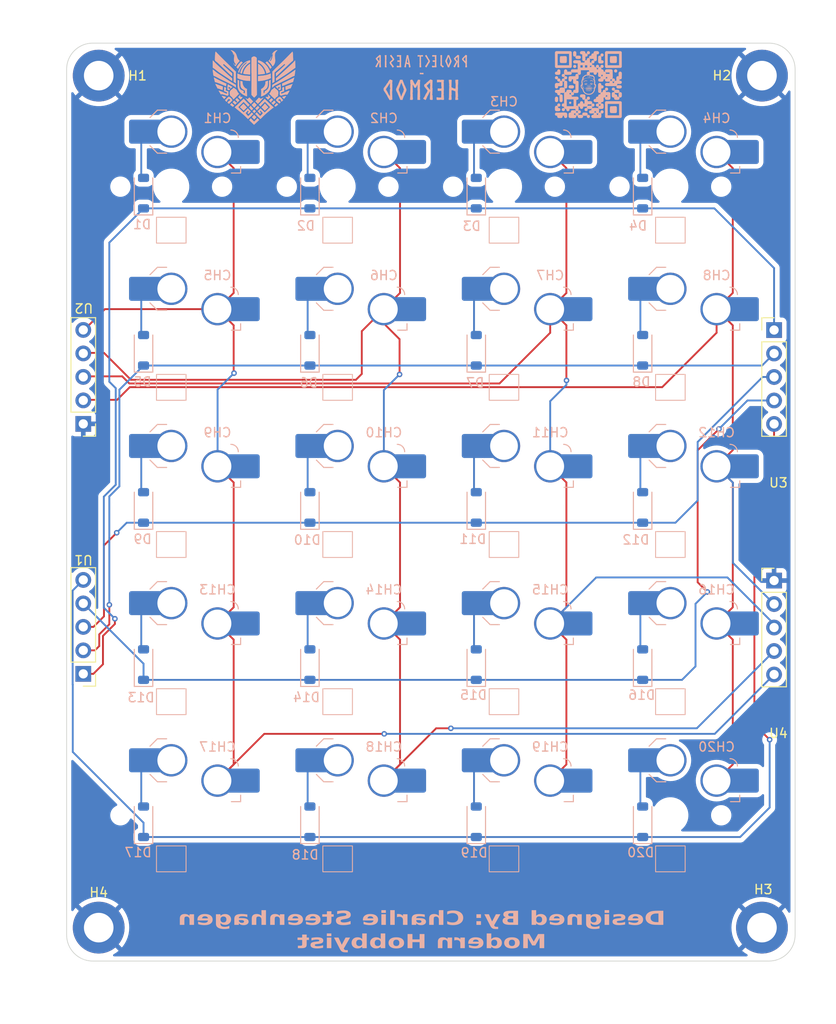
<source format=kicad_pcb>
(kicad_pcb (version 20240108) (generator "pcbnew") (generator_version "8.0")
  (layers (0 "F.Cu" signal) (31 "B.Cu" signal) (34 "B.Paste" user) (35 "F.Paste" user) (36 "B.SilkS" user "B.Silkscreen") (37 "F.SilkS" user "F.Silkscreen") (38 "B.Mask" user) (39 "F.Mask" user) (44 "Edge.Cuts" user))
  (net 0 "")
  (net 1 "Net-(D1-A)")
  (net 2 "col7")
  (net 3 "Net-(D2-A)")
  (net 4 "col8")
  (net 5 "Net-(D3-A)")
  (net 6 "col9")
  (net 7 "Net-(D4-A)")
  (net 8 "col10")
  (net 9 "Net-(D5-A)")
  (net 10 "Net-(D6-A)")
  (net 11 "Net-(D7-A)")
  (net 12 "Net-(D8-A)")
  (net 13 "Net-(D9-A)")
  (net 14 "Net-(D10-A)")
  (net 15 "Net-(D11-A)")
  (net 16 "Net-(D12-A)")
  (net 17 "Net-(D13-A)")
  (net 18 "Net-(D14-A)")
  (net 19 "Net-(D15-A)")
  (net 20 "Net-(D16-A)")
  (net 21 "Net-(D17-A)")
  (net 22 "Net-(D18-A)")
  (net 23 "Net-(D19-A)")
  (net 24 "Net-(D20-A)")
  (net 25 "row4")
  (net 26 "row3")
  (net 27 "row1")
  (net 28 "row2")
  (net 29 "row0")
  (net 30 "GND")
  (footprint "Pogo:Pogo_2.54mm_5p" (layer "F.Cu") (at 26.48 81.59 180)
    (property "Reference" "U1")
    (property "Value" "~")
  )
  (footprint "Pogo:Pogo_2.54mm_5p" (layer "F.Cu") (at 26.48 54.55 180)
    (property "Reference" "U2")
    (property "Value" "~")
  )
  (footprint "MountingHole:MountingHole_3.2mm_M3_DIN965_Pad" (layer "F.Cu") (at 28.15 21.99)
    (property "Reference" "H1")
    (property "Value" "MountingHole_Pad")
  )
  (footprint "Pogo:Pogo_2.54mm_5p" (layer "F.Cu") (at 101.22 81.72)
    (property "Reference" "U4")
    (property "Value" "~")
  )
  (footprint "Pogo:Pogo_2.54mm_5p" (layer "F.Cu") (at 101.22 54.62)
    (property "Reference" "U3")
    (property "Value" "~")
  )
  (footprint "MountingHole:MountingHole_3.2mm_M3_DIN965_Pad" (layer "F.Cu") (at 99.91 114.15)
    (property "Reference" "H3")
    (property "Value" "MountingHole_Pad")
  )
  (footprint "MountingHole:MountingHole_3.2mm_M3_DIN965_Pad" (layer "F.Cu") (at 99.91 21.99)
    (property "Reference" "H2")
    (property "Value" "MountingHole_Pad")
  )
  (footprint "MountingHole:MountingHole_3.2mm_M3_DIN965_Pad" (layer "F.Cu") (at 28.15 114.15)
    (property "Reference" "H4")
    (property "Value" "MountingHole_Pad")
  )
  (footprint "Diode_SMD:D_SOD-123" (layer "B.Cu") (at 69 34.7 90)
    (property "Reference" "D3")
    (property "Value" "D")
  )
  (footprint "PCM_marbastlib-choc:SW_choc_v1_HS_CPG135001S30_1u" (layer "B.Cu") (at 90 102)
    (property "Reference" "CH20")
    (property "Value" "choc_v1_SW_HS")
  )
  (footprint "PCM_marbastlib-choc:SW_choc_v1_HS_CPG135001S30_1u" (layer "B.Cu") (at 54 34)
    (property "Reference" "CH2")
    (property "Value" "choc_v1_SW_HS")
  )
  (footprint "Diode_SMD:D_SOD-123" (layer "B.Cu") (at 51 34.7 90)
    (property "Reference" "D2")
    (property "Value" "D")
  )
  (footprint "Diode_SMD:D_SOD-123" (layer "B.Cu") (at 87 102.7 90)
    (property "Reference" "D20")
    (property "Value" "D")
  )
  (footprint "Diode_SMD:D_SOD-123" (layer "B.Cu") (at 33 51.7 90)
    (property "Reference" "D5")
    (property "Value" "D")
  )
  (footprint "PCM_marbastlib-choc:SW_choc_v1_HS_CPG135001S30_1u" (layer "B.Cu") (at 54 102)
    (property "Reference" "CH18")
    (property "Value" "choc_v1_SW_HS")
  )
  (footprint "Diode_SMD:D_SOD-123" (layer "B.Cu") (at 51 68.7 90)
    (property "Reference" "D10")
    (property "Value" "D")
  )
  (footprint "PCM_marbastlib-choc:SW_choc_v1_HS_CPG135001S30_1u" (layer "B.Cu") (at 72 34)
    (property "Reference" "CH3")
    (property "Value" "choc_v1_SW_HS")
  )
  (footprint "Diode_SMD:D_SOD-123" (layer "B.Cu") (at 33 85.7 90)
    (property "Reference" "D13")
    (property "Value" "D")
  )
  (footprint "PCM_marbastlib-choc:SW_choc_v1_HS_CPG135001S30_1u" (layer "B.Cu") (at 36 51)
    (property "Reference" "CH5")
    (property "Value" "choc_v1_SW_HS")
  )
  (footprint "PCM_marbastlib-choc:SW_choc_v1_HS_CPG135001S30_1u" (layer "B.Cu") (at 90 68)
    (property "Reference" "CH12")
    (property "Value" "choc_v1_SW_HS")
  )
  (footprint "Diode_SMD:D_SOD-123" (layer "B.Cu") (at 51 51.7 90)
    (property "Reference" "D6")
    (property "Value" "D")
  )
  (footprint "PCM_marbastlib-choc:SW_choc_v1_HS_CPG135001S30_1u" (layer "B.Cu") (at 36 68)
    (property "Reference" "CH9")
    (property "Value" "choc_v1_SW_HS")
  )
  (footprint "PCM_marbastlib-choc:SW_choc_v1_HS_CPG135001S30_1u" (layer "B.Cu") (at 54 68)
    (property "Reference" "CH10")
    (property "Value" "choc_v1_SW_HS")
  )
  (footprint "Diode_SMD:D_SOD-123" (layer "B.Cu") (at 33 68.7 90)
    (property "Reference" "D9")
    (property "Value" "D")
  )
  (footprint "PCM_marbastlib-choc:SW_choc_v1_HS_CPG135001S30_1u" (layer "B.Cu") (at 54 85)
    (property "Reference" "CH14")
    (property "Value" "choc_v1_SW_HS")
  )
  (footprint "PCM_marbastlib-choc:SW_choc_v1_HS_CPG135001S30_1u" (layer "B.Cu") (at 72 68)
    (property "Reference" "CH11")
    (property "Value" "choc_v1_SW_HS")
  )
  (footprint "Diode_SMD:D_SOD-123" (layer "B.Cu") (at 51 85.7 90)
    (property "Reference" "D14")
    (property "Value" "D")
  )
  (footprint "PCM_marbastlib-choc:SW_choc_v1_HS_CPG135001S30_1u" (layer "B.Cu") (at 72 102)
    (property "Reference" "CH19")
    (property "Value" "choc_v1_SW_HS")
  )
  (footprint "PCM_marbastlib-choc:SW_choc_v1_HS_CPG135001S30_1u" (layer "B.Cu") (at 36 102)
    (property "Reference" "CH17")
    (property "Value" "choc_v1_SW_HS")
  )
  (footprint "Diode_SMD:D_SOD-123" (layer "B.Cu") (at 87 85.7 90)
    (property "Reference" "D16")
    (property "Value" "D")
  )
  (footprint "PCM_marbastlib-choc:SW_choc_v1_HS_CPG135001S30_1u" (layer "B.Cu") (at 54 51)
    (property "Reference" "CH6")
    (property "Value" "choc_v1_SW_HS")
  )
  (footprint "PCM_marbastlib-choc:SW_choc_v1_HS_CPG135001S30_1u" (layer "B.Cu") (at 90 51)
    (property "Reference" "CH8")
    (property "Value" "choc_v1_SW_HS")
  )
  (footprint "Diode_SMD:D_SOD-123" (layer "B.Cu") (at 69 51.7 90)
    (property "Reference" "D7")
    (property "Value" "D")
  )
  (footprint "Diode_SMD:D_SOD-123" (layer "B.Cu") (at 51 102.7 90)
    (property "Reference" "D18")
    (property "Value" "D")
  )
  (footprint "PCM_marbastlib-choc:SW_choc_v1_HS_CPG135001S30_1u" (layer "B.Cu") (at 36 34)
    (property "Reference" "CH1")
    (property "Value" "choc_v1_SW_HS")
  )
  (footprint "PCM_marbastlib-choc:SW_choc_v1_HS_CPG135001S30_1u" (layer "B.Cu") (at 90 85)
    (property "Reference" "CH16")
    (property "Value" "choc_v1_SW_HS")
  )
  (footprint "Diode_SMD:D_SOD-123" (layer "B.Cu") (at 69 68.7 90)
    (property "Reference" "D11")
    (property "Value" "D")
  )
  (footprint "Diode_SMD:D_SOD-123" (layer "B.Cu") (at 87 34.7 90)
    (property "Reference" "D4")
    (property "Value" "D")
  )
  (footprint "PCM_marbastlib-choc:SW_choc_v1_HS_CPG135001S30_1u" (layer "B.Cu") (at 72 51)
    (property "Reference" "CH7")
    (property "Value" "choc_v1_SW_HS")
  )
  (footprint "Diode_SMD:D_SOD-123" (layer "B.Cu") (at 33 102.7 90)
    (property "Reference" "D17")
    (property "Value" "D")
  )
  (footprint "Diode_SMD:D_SOD-123" (layer "B.Cu") (at 33 34.7 90)
    (property "Reference" "D1")
    (property "Value" "D")
  )
  (footprint "Diode_SMD:D_SOD-123" (layer "B.Cu") (at 87 51.7 90)
    (property "Reference" "D8")
    (property "Value" "D")
  )
  (footprint "PCM_marbastlib-choc:SW_choc_v1_HS_CPG135001S30_1u" (layer "B.Cu") (at 36 85)
    (property "Reference" "CH13")
    (property "Value" "choc_v1_SW_HS")
  )
  (footprint "PCM_marbastlib-choc:SW_choc_v1_HS_CPG135001S30_1u" (layer "B.Cu") (at 72 85)
    (property "Reference" "CH15")
    (property "Value" "choc_v1_SW_HS")
  )
  (footprint "PCM_marbastlib-choc:SW_choc_v1_HS_CPG135001S30_1u" (layer "B.Cu") (at 90 34)
    (property "Reference" "CH4")
    (property "Value" "choc_v1_SW_HS")
  )
  (footprint "Diode_SMD:D_SOD-123" (layer "B.Cu") (at 69 85.7 90)
    (property "Reference" "D15")
    (property "Value" "D")
  )
  (footprint "Diode_SMD:D_SOD-123" (layer "B.Cu") (at 87 68.7 90)
    (property "Reference" "D12")
    (property "Value" "D")
  )
  (footprint "Diode_SMD:D_SOD-123" (layer "B.Cu") (at 69 102.7 90)
    (property "Reference" "D19")
    (property "Value" "D")
  )
  (gr_poly (pts (xy 45.841328 21.504629) (xy 45.834866 21.505362) (xy 45.828112 21.506607) (xy 45.821065 21.508364) (xy 45.81373 21.510632) (xy 45.806106 21.51341) (xy 45.798195 21.5167) (xy 45.790001 21.520501) (xy 45.781523 21.524812) (xy 45.772764 21.529633) (xy 45.763725 21.534964) (xy 45.769546 21.640903) (xy 45.769546 21.640797) (xy 45.905859 21.618466) (xy 45.906279 21.60788) (xy 45.906368 21.597811) (xy 45.906127 21.588259) (xy 45.90556 21.579223) (xy 45.904667 21.570703) (xy 45.90345 21.5627) (xy 45.901911 21.555212) (xy 45.900052 21.548239) (xy 45.897873 21.541782) (xy 45.895378 21.53584) (xy 45.892568 21.530413) (xy 45.889443 21.525501) (xy 45.886007 21.521103) (xy 45.882261 21.517219) (xy 45.878206 21.513849) (xy 45.873845 21.510993) (xy 45.869178 21.50865) (xy 45.864208 21.50682) (xy 45.858936 21.505504) (xy 45.853364 21.5047) (xy 45.847494 21.504408)) (stroke (width -0.000001)) (fill solid) (layer "B.SilkS"))
  (gr_poly (pts (xy 66.727817 22.452646) (xy 66.739724 22.6659) (xy 66.75454 22.84661) (xy 66.789995 22.902967) (xy 66.757451 22.929689) (xy 66.769357 23.125216) (xy 66.742634 23.412554) (xy 66.736813 23.409643) (xy 66.612459 23.365194) (xy 66.565099 23.38292) (xy 66.538376 23.350377) (xy 66.416932 23.296931) (xy 66.360576 23.270208) (xy 66.328032 23.255392) (xy 66.316126 23.175487) (xy 66.325122 22.905877) (xy 66.330943 22.639177) (xy 66.345759 22.520643) (xy 66.301309 22.434654) (xy 66.191772 22.437564) (xy 66.022968 22.443385) (xy 66.031964 22.591552) (xy 66.04969 22.760356) (xy 66.04969 22.757445) (xy 66.052601 22.870158) (xy 66.082234 22.908787) (xy 66.055511 22.994777) (xy 66.070328 23.273383) (xy 66.061332 23.406733) (xy 66.055511 23.466) (xy 66.04969 23.996489) (xy 66.04387 24.375902) (xy 66.023232 24.449985) (xy 66.017411 24.612968) (xy 66.126949 24.618789) (xy 66.298928 24.618789) (xy 66.337557 24.515073) (xy 66.31692 24.183286) (xy 66.287286 24.156563) (xy 66.331736 24.109203) (xy 66.325915 23.652796) (xy 66.334911 23.611256) (xy 66.332001 23.557811) (xy 66.50398 23.59644) (xy 66.50689 23.59644) (xy 66.738136 23.694336) (xy 66.752953 24.210009) (xy 66.755863 24.219004) (xy 66.738136 24.376167) (xy 66.72914 24.509517) (xy 66.732051 24.619054) (xy 66.853495 24.624875) (xy 67.040291 24.607148) (xy 67.031295 24.408711) (xy 66.983934 24.352354) (xy 67.025474 24.307904) (xy 67.031295 24.121109) (xy 67.004572 23.715238) (xy 67.003778 23.714973) (xy 67.024416 23.38001) (xy 67.012509 23.089498) (xy 67.033147 22.905877) (xy 67.042143 22.71035) (xy 67.033147 22.651083) (xy 67.053784 22.467462) (xy 66.982611 22.420102)) (stroke (width -0.000001)) (fill solid) (layer "B.SilkS"))
  (gr_poly (pts (xy 77.668973 25.296492) (xy 77.661546 25.297143) (xy 77.654303 25.298243) (xy 77.647252 25.299782) (xy 77.640403 25.301754) (xy 77.633763 25.304148) (xy 77.627343 25.306958) (xy 77.62115 25.310174) (xy 77.615193 25.31379) (xy 77.609481 25.317795) (xy 77.604022 25.322183) (xy 77.598826 25.326945) (xy 77.593901 25.332073) (xy 77.589255 25.337558) (xy 77.584898 25.343392) (xy 77.580838 25.349568) (xy 77.577084 25.356076) (xy 77.573644 25.362908) (xy 77.570528 25.370057) (xy 77.567743 25.377514) (xy 77.5653 25.385271) (xy 77.563205 25.393319) (xy 77.561468 25.40165) (xy 77.560099 25.410257) (xy 77.559104 25.41913) (xy 77.557482 25.445213) (xy 77.556291 25.481539) (xy 77.555689 25.524517) (xy 77.55583 25.570558) (xy 77.556872 25.61607) (xy 77.55897 25.657464) (xy 77.560465 25.675494) (xy 77.562282 25.691148) (xy 77.564441 25.703977) (xy 77.566962 25.713532) (xy 77.568612 25.717885) (xy 77.570459 25.722102) (xy 77.572498 25.726185) (xy 77.574721 25.730133) (xy 77.57712 25.733949) (xy 77.579688 25.737631) (xy 77.582419 25.741182) (xy 77.585304 25.744601) (xy 77.59151 25.751048) (xy 77.598249 25.756976) (xy 77.605461 25.762392) (xy 77.613089 25.767299) (xy 77.621076 25.771702) (xy 77.629363 25.775608) (xy 77.637892 25.77902) (xy 77.646604 25.781945) (xy 77.655443 25.784386) (xy 77.66435 25.786348) (xy 77.673267 25.787838) (xy 77.682136 25.788859) (xy 77.708218 25.790481) (xy 77.744544 25.791672) (xy 77.787523 25.792275) (xy 77.833564 25.792133) (xy 77.879076 25.791092) (xy 77.920469 25.788993) (xy 77.938499 25.787499) (xy 77.954153 25.785682) (xy 77.966982 25.783522) (xy 77.976538 25.781001) (xy 77.983312 25.778336) (xy 77.989803 25.775179) (xy 77.996006 25.771557) (xy 78.001915 25.767497) (xy 78.007523 25.763025) (xy 78.012824 25.758168) (xy 78.017813 25.752951) (xy 78.022482 25.747401) (xy 78.026827 25.741544) (xy 78.03084 25.735408) (xy 78.034517 25.729017) (xy 78.03785 25.7224) (xy 78.040834 25.715581) (xy 78.043462 25.708589) (xy 78.045729 25.701447) (xy 78.047628 25.694185) (xy 78.049154 25.686826) (xy 78.050299 25.679399) (xy 78.051059 25.67193) (xy 78.051427 25.664444) (xy 78.051397 25.656968) (xy 78.050963 25.649529) (xy 78.050118 25.642153) (xy 78.048857 25.634867) (xy 78.047174 25.627696) (xy 78.045062 25.620667) (xy 78.042516 25.613807) (xy 78.039529 25.607142) (xy 78.036095 25.600699) (xy 78.032208 25.594503) (xy 78.027862 25.588581) (xy 78.023052 25.58296) (xy 78.017873 25.577715) (xy 78.012482 25.57292) (xy 78.006887 25.568556) (xy 78.0011 25.564604) (xy 77.995133 25.561044) (xy 77.988995 25.557858) (xy 77.982699 25.555025) (xy 77.976254 25.552526) (xy 77.962963 25.548454) (xy 77.94921 25.545487) (xy 77.935083 25.543471) (xy 77.920668 25.542251) (xy 77.906053 25.541671) (xy 77.891326 25.541577) (xy 77.861882 25.542229) (xy 77.833036 25.542969) (xy 77.819055 25.542985) (xy 77.805485 25.542558) (xy 77.805405 25.542558) (xy 77.804861 25.526309) (xy 77.804966 25.509649) (xy 77.80612 25.475633) (xy 77.806666 25.458545) (xy 77.806856 25.441583) (xy 77.806441 25.424881) (xy 77.805167 25.408573) (xy 77.80413 25.400609) (xy 77.802785 25.392794) (xy 77.8011 25.385144) (xy 77.799043 25.377677) (xy 77.796583 25.370409) (xy 77.79369 25.363356) (xy 77.790331 25.356537) (xy 77.786474 25.349967) (xy 77.78209 25.343663) (xy 77.777146 25.337643) (xy 77.77161 25.331922) (xy 77.765452 25.326518) (xy 77.758641 25.321447) (xy 77.751144 25.316726) (xy 77.74293 25.312372) (xy 77.733968 25.308402) (xy 77.725383 25.305172) (xy 77.716912 25.302455) (xy 77.708564 25.300245) (xy 77.700347 25.298532) (xy 77.692271 25.297309) (xy 77.684345 25.296566) (xy 77.676576 25.296297)) (stroke (width 0) (color 255 255 255 1)) (fill none) (layer "B.SilkS"))
  (gr_poly (pts (xy 79.473093 25.78415) (xy 79.433597 25.785362) (xy 79.399966 25.787461) (xy 79.38624 25.788868) (xy 79.375046 25.790525) (xy 79.365074 25.79275) (xy 79.355813 25.795653) (xy 79.347236 25.799201) (xy 79.33932 25.803361) (xy 79.332038 25.808099) (xy 79.325364 25.813384) (xy 79.319273 25.819183) (xy 79.313741 25.825461) (xy 79.30874 25.832188) (xy 79.304246 25.839329) (xy 79.300233 25.846851) (xy 79.296676 25.854723) (xy 79.293549 25.86291) (xy 79.290827 25.871381) (xy 79.286494 25.88904) (xy 79.283474 25.907436) (xy 79.281562 25.926307) (xy 79.280554 25.945389) (xy 79.280247 25.96442) (xy 79.28194 26.034762) (xy 79.19828 26.032883) (xy 79.178053 26.033235) (xy 79.158452 26.034476) (xy 79.148941 26.035517) (xy 79.139653 26.036886) (xy 79.130609 26.038617) (xy 79.121831 26.040745) (xy 79.113341 26.043305) (xy 79.105161 26.046333) (xy 79.097313 26.049863) (xy 79.089819 26.053931) (xy 79.082701 26.05857) (xy 79.075981 26.063818) (xy 79.06968 26.069707) (xy 79.063821 26.076274) (xy 79.058426 26.083553) (xy 79.053516 26.09158) (xy 79.049113 26.100389) (xy 79.04524 26.110016) (xy 79.041919 26.120495) (xy 79.03917 26.131861) (xy 79.037017 26.14415) (xy 79.035481 26.157396) (xy 79.033765 26.18345) (xy 79.032402 26.218081) (xy 79.031526 26.258327) (xy 79.031273 26.301224) (xy 79.03178 26.343808) (xy 79.033181 26.383117) (xy 79.035613 26.416185) (xy 79.037258 26.429454) (xy 79.039211 26.440051) (xy 79.040304 26.444314) (xy 79.041585 26.448473) (xy 79.043047 26.452526) (xy 79.044686 26.456475) (xy 79.046493 26.460319) (xy 79.048464 26.464059) (xy 79.050592 26.467693) (xy 79.052871 26.471224) (xy 79.057857 26.477972) (xy 79.063374 26.484304) (xy 79.069372 26.490221) (xy 79.075803 26.495723) (xy 79.082616 26.50081) (xy 79.089764 26.505485) (xy 79.097197 26.509747) (xy 79.104866 26.513598) (xy 79.112722 26.517038) (xy 79.120716 26.520069) (xy 79.128799 26.52269) (xy 79.136921 26.524903) (xy 79.200632 26.52324) (xy 79.265946 26.523911) (xy 79.399077 26.528693) (xy 79.465742 26.531027) (xy 79.531703 26.532136) (xy 79.596384 26.531132) (xy 79.628065 26.52956) (xy 79.659209 26.527126) (xy 79.668581 26.525906) (xy 79.677655 26.524052) (xy 79.686417 26.521594) (xy 79.694854 26.518562) (xy 79.702952 26.514985) (xy 79.710698 26.510893) (xy 79.71808 26.506315) (xy 79.725084 26.501283) (xy 79.731696 26.495825) (xy 79.737904 26.48997) (xy 79.743694 26.48375) (xy 79.749054 26.477193) (xy 79.753969 26.47033) (xy 79.758427 26.463189) (xy 79.762415 26.455802) (xy 79.765918 26.448197) (xy 79.768925 26.440404) (xy 79.771422 26.432454) (xy 79.773395 26.424375) (xy 79.774832 26.416198) (xy 79.775719 26.407952) (xy 79.776043 26.399668) (xy 79.77579 26.391374) (xy 79.774948 26.383101) (xy 79.773504 26.374878) (xy 79.771444 26.366735) (xy 79.768755 26.358702) (xy 79.765423 26.350809) (xy 79.761436 26.343085) (xy 79.75678 26.33556) (xy 79.751443 26.328264) (xy 79.74541 26.321227) (xy 79.743153 26.319059) (xy 79.740063 26.316502) (xy 79.736256 26.31363) (xy 79.731849 26.310515) (xy 79.721704 26.303849) (xy 79.710564 26.297087) (xy 79.699364 26.290813) (xy 79.694035 26.28804) (xy 79.689041 26.285609) (xy 79.6845 26.283591) (xy 79.680529 26.282059) (xy 79.677246 26.281086) (xy 79.675898 26.280832) (xy 79.674766 26.280746) (xy 79.527922 26.280746) (xy 79.527922 26.034683) (xy 79.536878 26.033815) (xy 79.546179 26.033342) (xy 79.555771 26.033205) (xy 79.565602 26.033344) (xy 79.585763 26.034209) (xy 79.606235 26.035457) (xy 79.626593 26.036609) (xy 79.646408 26.037183) (xy 79.655979 26.037105) (xy 79.665254 26.036702) (xy 79.67418 26.035915) (xy 79.682703 26.034683) (xy 79.682783 26.034762) (xy 79.693073 26.032346) (xy 79.702828 26.028893) (xy 79.71203 26.024475) (xy 79.720661 26.019159) (xy 79.728704 26.013016) (xy 79.736141 26.006116) (xy 79.742955 25.998528) (xy 79.749127 25.990321) (xy 79.75464 25.981565) (xy 79.759477 25.97233) (xy 79.76362 25.962685) (xy 79.76705 25.9527) (xy 79.769751 25.942444) (xy 79.771705 25.931987) (xy 79.772894 25.921399) (xy 79.773301 25.910749) (xy 79.772907 25.900106) (xy 79.771695 25.889541) (xy 79.769648 25.879122) (xy 79.766748 25.86892) (xy 79.762977 25.859004) (xy 79.758317 25.849444) (xy 79.752752 25.840308) (xy 79.746262 25.831668) (xy 79.738831 25.823591) (xy 79.730441 25.816149) (xy 79.721074 25.809409) (xy 79.710713 25.803443) (xy 79.69934 25.79832) (xy 79.686937 25.794108) (xy 79.673486 25.790878) (xy 79.658971 25.7887) (xy 79.632827 25.786633) (xy 79.598322 25.785067) (xy 79.558301 25.78408) (xy 79.51561 25.783749)) (stroke (width 0) (color 255 255 255 1)) (fill none) (layer "B.SilkS"))
  (gr_poly (pts (xy 82.835474 23.574989) (xy 82.827654 23.575704) (xy 82.819937 23.57688) (xy 82.812354 23.578527) (xy 82.804938 23.580656) (xy 82.797718 23.583273) (xy 82.790725 23.58639) (xy 82.783991 23.590014) (xy 82.777547 23.594155) (xy 82.771423 23.598823) (xy 82.765718 23.603882) (xy 82.760495 23.609183) (xy 82.755734 23.614713) (xy 82.751414 23.620462) (xy 82.747516 23.626416) (xy 82.744018 23.632562) (xy 82.7409 23.63889) (xy 82.738141 23.645386) (xy 82.735722 23.652039) (xy 82.733621 23.658835) (xy 82.730295 23.672811) (xy 82.727997 23.687215) (xy 82.726566 23.701951) (xy 82.725837 23.716919) (xy 82.725646 23.732021) (xy 82.726227 23.762236) (xy 82.727 23.791811) (xy 82.727049 23.806113) (xy 82.726655 23.819961) (xy 82.689321 23.816392) (xy 82.655385 23.814992) (xy 82.639659 23.815129) (xy 82.624746 23.815838) (xy 82.610632 23.817127) (xy 82.597304 23.819006) (xy 82.58475 23.821485) (xy 82.572957 23.824574) (xy 82.561913 23.828281) (xy 82.551605 23.832617) (xy 82.542021 23.83759) (xy 82.533147 23.843211) (xy 82.524972 23.849489) (xy 82.517482 23.856434) (xy 82.510665 23.864055) (xy 82.504509 23.872362) (xy 82.499 23.881365) (xy 82.494127 23.891072) (xy 82.489876 23.901494) (xy 82.486235 23.912639) (xy 82.483191 23.924519) (xy 82.480732 23.937141) (xy 82.478845 23.950517) (xy 82.477517 23.964654) (xy 82.476736 23.979564) (xy 82.476489 23.995255) (xy 82.477548 24.029019) (xy 82.480593 24.066024) (xy 82.443271 24.062467) (xy 82.409345 24.061074) (xy 82.393623 24.061214) (xy 82.378713 24.061923) (xy 82.364601 24.063213) (xy 82.351275 24.065091) (xy 82.338722 24.067569) (xy 82.32693 24.070655) (xy 82.315886 24.07436) (xy 82.305578 24.078693) (xy 82.295993 24.083663) (xy 82.287118 24.089281) (xy 82.278941 24.095556) (xy 82.27145 24.102497) (xy 82.264631 24.110114) (xy 82.258472 24.118418) (xy 82.252961 24.127416) (xy 82.248085 24.13712) (xy 82.243832 24.147539) (xy 82.240188 24.158683) (xy 82.237142 24.17056) (xy 82.23468 24.183182) (xy 82.232791 24.196556) (xy 82.231461 24.210694) (xy 82.230679 24.225605) (xy 82.23043 24.241298) (xy 82.231487 24.275069) (xy 82.23453 24.312086) (xy 82.197221 24.308516) (xy 82.163302 24.307114) (xy 82.147583 24.30725) (xy 82.132673 24.307956) (xy 82.118561 24.309243) (xy 82.105235 24.31112) (xy 82.092681 24.313597) (xy 82.080887 24.316683) (xy 82.06984 24.320387) (xy 82.059529 24.324721) (xy 82.049941 24.329692) (xy 82.041063 24.335311) (xy 82.032882 24.341587) (xy 82.025387 24.348529) (xy 82.018565 24.356149) (xy 82.012402 24.364454) (xy 82.006888 24.373456) (xy 82.002009 24.383162) (xy 81.997752 24.393583) (xy 81.994106 24.404729) (xy 81.991058 24.416609) (xy 81.988595 24.429233) (xy 81.986706 24.44261) (xy 81.985376 24.45675) (xy 81.984594 24.471662) (xy 81.984348 24.487357) (xy 81.985412 24.521131) (xy 81.988468 24.558149) (xy 81.973599 24.558943) (xy 81.958459 24.559033) (xy 81.927706 24.557979) (xy 81.896894 24.556744) (xy 81.881679 24.556608) (xy 81.866707 24.557087) (xy 81.852061 24.558401) (xy 81.844888 24.559439) (xy 81.837829 24.560768) (xy 81.830894 24.562416) (xy 81.824095 24.56441) (xy 81.817442 24.566777) (xy 81.810946 24.569546) (xy 81.804617 24.572742) (xy 81.798466 24.576395) (xy 81.792504 24.580531) (xy 81.786741 24.585178) (xy 81.781189 24.590364) (xy 81.775858 24.596115) (xy 81.770758 24.60246) (xy 81.7659 24.609425) (xy 81.760649 24.618032) (xy 81.75605 24.626635) (xy 81.752091 24.635219) (xy 81.748761 24.643769) (xy 81.74605 24.652268) (xy 81.743945 24.660701) (xy 81.742435 24.669051) (xy 81.74151 24.677303) (xy 81.741157 24.685441) (xy 81.741366 24.693449) (xy 81.742125 24.701311) (xy 81.743423 24.709011) (xy 81.745248 24.716533) (xy 81.747589 24.723862) (xy 81.750436 24.730981) (xy 81.753776 24.737874) (xy 81.757598 24.744526) (xy 81.761891 24.750921) (xy 81.766644 24.757042) (xy 81.771846 24.762875) (xy 81.777484 24.768403) (xy 81.783548 24.773609) (xy 81.790027 24.778479) (xy 81.796909 24.782996) (xy 81.804182 24.787145) (xy 81.811836 24.790909) (xy 81.81986 24.794273) (xy 81.828241 24.79722) (xy 81.836969 24.799735) (xy 81.846032 24.801802) (xy 81.855419 24.803406) (xy 81.865119 24.804529) (xy 81.887318 24.806162) (xy 81.909834 24.807188) (xy 81.955645 24.80775) (xy 82.002214 24.806877) (xy 82.0492 24.805234) (xy 82.096264 24.803482) (xy 82.143067 24.802286) (xy 82.189269 24.802308) (xy 82.212038 24.802983) (xy 82.23453 24.804212) (xy 82.23453 24.958993) (xy 82.234746 24.963053) (xy 82.235379 24.967118) (xy 82.23641 24.971178) (xy 82.237819 24.975225) (xy 82.239586 24.979253) (xy 82.241691 24.983251) (xy 82.244114 24.987213) (xy 82.246835 24.99113) (xy 82.249834 24.994994) (xy 82.253092 24.998797) (xy 82.260302 25.006187) (xy 82.268307 25.013234) (xy 82.276946 25.019874) (xy 82.286061 25.026041) (xy 82.295492 25.031671) (xy 82.305079 25.036698) (xy 82.314663 25.041057) (xy 82.324085 25.044683) (xy 82.333185 25.047511) (xy 82.341804 25.049476) (xy 82.349783 25.050513) (xy 82.362621 25.050998) (xy 82.374631 25.050546) (xy 82.38584 25.049198) (xy 82.396274 25.046994) (xy 82.40596 25.043976) (xy 82.414923 25.040185) (xy 82.423189 25.035661) (xy 82.430786 25.030446) (xy 82.437739 25.024579) (xy 82.444075 25.018104) (xy 82.449821 25.011059) (xy 82.455001 25.003486) (xy 82.459643 24.995427) (xy 82.463773 24.986922) (xy 82.467417 24.978011) (xy 82.470601 24.968736) (xy 82.475697 24.949258) (xy 82.47927 24.928814) (xy 82.481531 24.907732) (xy 82.48269 24.88634) (xy 82.482957 24.864964) (xy 82.482543 24.843933) (xy 82.480513 24.804212) (xy 82.560764 24.806121) (xy 82.580691 24.805856) (xy 82.600168 24.80476) (xy 82.609676 24.803817) (xy 82.618998 24.802565) (xy 82.628108 24.800971) (xy 82.636981 24.799003) (xy 82.645594 24.796626) (xy 82.653921 24.793807) (xy 82.661938 24.790512) (xy 82.66962 24.786708) (xy 82.676941 24.782362) (xy 82.683879 24.777441) (xy 82.690406 24.77191) (xy 82.6965 24.765736) (xy 82.702135 24.758886) (xy 82.707286 24.751327) (xy 82.71193 24.743025) (xy 82.71604 24.733946) (xy 82.719592 24.724057) (xy 82.722562 24.713325) (xy 82.724925 24.701717) (xy 82.726655 24.689198) (xy 82.728657 24.666872) (xy 82.729934 24.644107) (xy 82.730584 24.62096) (xy 82.730707 24.597492) (xy 82.72976 24.549825) (xy 82.727876 24.501575) (xy 82.725839 24.453213) (xy 82.724434 24.405211) (xy 82.724445 24.358038) (xy 82.725226 24.33491) (xy 82.726655 24.312166) (xy 82.881436 24.312166) (xy 82.884443 24.311964) (xy 82.887602 24.311373) (xy 82.890898 24.310411) (xy 82.894315 24.309101) (xy 82.897835 24.307461) (xy 82.901444 24.305513) (xy 82.908859 24.300771) (xy 82.91643 24.295037) (xy 82.924027 24.288475) (xy 82.931518 24.281245) (xy 82.938775 24.273511) (xy 82.945666 24.265434) (xy 82.952061 24.257177) (xy 82.95783 24.248903) (xy 82.962842 24.240773) (xy 82.966967 24.232951) (xy 82.970075 24.225597) (xy 82.971207 24.222147) (xy 82.972035 24.218876) (xy 82.972544 24.215802) (xy 82.972718 24.212948) (xy 82.972718 24.066104) (xy 83.21878 24.066104) (xy 83.21878 24.312166) (xy 83.063999 24.312166) (xy 83.061412 24.3123) (xy 83.058746 24.312692) (xy 83.056011 24.313331) (xy 83.053214 24.314204) (xy 83.050365 24.315299) (xy 83.047471 24.316603) (xy 83.044542 24.318105) (xy 83.041585 24.319791) (xy 83.035625 24.323669) (xy 83.029659 24.328139) (xy 83.023755 24.333102) (xy 83.017981 24.338459) (xy 83.012407 24.344112) (xy 83.0071 24.349962) (xy 83.002129 24.355911) (xy 82.997562 24.36186) (xy 82.993468 24.36771) (xy 82.989914 24.373363) (xy 82.98697 24.378721) (xy 82.984703 24.383683) (xy 82.981678 24.391747) (xy 82.979115 24.399753) (xy 82.97701 24.407691) (xy 82.975356 24.415549) (xy 82.974147 24.423316) (xy 82.973378 24.430981) (xy 82.973041 24.438533) (xy 82.973132 24.445962) (xy 82.973644 24.453255) (xy 82.974571 24.460402) (xy 82.975907 24.467393) (xy 82.977646 24.474215) (xy 82.979782 24.480858) (xy 82.98231 24.48731) (xy 82.985222 24.493562) (xy 82.988513 24.4996) (xy 82.992178 24.505416) (xy 82.996209 24.510997) (xy 83.000601 24.516332) (xy 83.005349 24.52141) (xy 83.010445 24.526221) (xy 83.015884 24.530753) (xy 83.02166 24.534996) (xy 83.027767 24.538937) (xy 83.034198 24.542566) (xy 83.040949 24.545873) (xy 83.048012 24.548845) (xy 83.055383 24.551472) (xy 83.063054 24.553743) (xy 83.07102 24.555647) (xy 83.079274 24.557172) (xy 83.087811 24.558308) (xy 83.113468 24.56015) (xy 83.149669 24.561494) (xy 83.192769 24.56223) (xy 83.23912 24.562247) (xy 83.285077 24.561434) (xy 83.326993 24.559681) (xy 83.361222 24.556877) (xy 83.374315 24.555046) (xy 83.384118 24.552911) (xy 83.38838 24.551566) (xy 83.392545 24.550008) (xy 83.396614 24.548244) (xy 83.400583 24.546283) (xy 83.404453 24.544132) (xy 83.40822 24.541799) (xy 83.411883 24.539292) (xy 83.41544 24.536619) (xy 83.422233 24.530807) (xy 83.428584 24.524425) (xy 83.43448 24.517537) (xy 83.439909 24.510207) (xy 83.444857 24.502497) (xy 83.44931 24.494471) (xy 83.453257 24.486192) (xy 83.456683 24.477723) (xy 83.459576 24.469127) (xy 83.461922 24.460469) (xy 83.463708 24.45181) (xy 83.464922 24.443215) (xy 83.467736 24.41198) (xy 83.469564 24.380069) (xy 83.470535 24.347573) (xy 83.470776 24.314584) (xy 83.469577 24.247486) (xy 83.466986 24.179501) (xy 83.461707 24.043778) (xy 83.461059 23.977493) (xy 83.461678 23.945062) (xy 83.463096 23.913227) (xy 83.462199 23.90893) (xy 83.461089 23.904688) (xy 83.459774 23.900504) (xy 83.45826 23.896384) (xy 83.456555 23.892329) (xy 83.454665 23.888346) (xy 83.452598 23.884436) (xy 83.450361 23.880604) (xy 83.445403 23.87319) (xy 83.439847 23.866134) (xy 83.433751 23.859467) (xy 83.427169 23.85322) (xy 83.420159 23.847423) (xy 83.412776 23.842106) (xy 83.405077 23.837301) (xy 83.397117 23.833039) (xy 83.388953 23.829349) (xy 83.380642 23.826264) (xy 83.372238 23.823812) (xy 83.363798 23.822026) (xy 83.341741 23.818911) (xy 83.318837 23.816829) (xy 83.295197 23.815644) (xy 83.270937 23.815221) (xy 83.22101 23.816114) (xy 83.169965 23.818424) (xy 83.118711 23.821066) (xy 83.068159 23.822952) (xy 83.04343 23.823274) (xy 83.019218 23.822999) (xy 82.995635 23.821994) (xy 82.972797 23.820121) (xy 82.971929 23.811165) (xy 82.971456 23.801864) (xy 82.971319 23.792272) (xy 82.971458 23.782441) (xy 82.972323 23.76228) (xy 82.973571 23.741807) (xy 82.974723 23.72145) (xy 82.975298 23.701635) (xy 82.975219 23.692064) (xy 82.974816 23.682789) (xy 82.974029 23.673863) (xy 82.972797 23.66534) (xy 82.972638 23.665101) (xy 82.970991 23.657708) (xy 82.968735 23.650567) (xy 82.9659 23.643687) (xy 82.962518 23.637077) (xy 82.958619 23.630747) (xy 82.954235 23.624705) (xy 82.949396 23.618961) (xy 82.944134 23.613523) (xy 82.93848 23.608402) (xy 82.932464 23.603605) (xy 82.926118 23.599143) (xy 82.919472 23.595024) (xy 82.912558 23.591257) (xy 82.905406 23.587852) (xy 82.898048 23.584818) (xy 82.890515 23.582164) (xy 82.882837 23.579899) (xy 82.875046 23.578032) (xy 82.867173 23.576572) (xy 82.859248 23.575529) (xy 82.851302 23.574911) (xy 82.843368 23.574728)) (stroke (width 0) (color 255 255 255 1)) (fill none) (layer "B.SilkS"))
  (gr_poly (pts (xy 46.192456 20.573151) (xy 46.192523 20.573113) (xy 46.192456 20.573045)) (stroke (width -0.000001)) (fill solid) (layer "B.SilkS"))
  (gr_poly (pts (xy 42.070672 23.494785) (xy 42.243075 23.565271) (xy 42.245594 23.564652) (xy 42.248525 23.563476) (xy 42.251832 23.561775) (xy 42.255481 23.559583) (xy 42.263665 23.553868) (xy 42.272797 23.546603) (xy 42.282597 23.538062) (xy 42.292787 23.528519) (xy 42.303086 23.518249) (xy 42.313216 23.507525) (xy 42.322896 23.496621) (xy 42.331848 23.485812) (xy 42.339793 23.47537) (xy 42.346451 23.465571) (xy 42.351542 23.456687) (xy 42.353412 23.452674) (xy 42.354787 23.448993) (xy 42.35563 23.445678) (xy 42.355907 23.442763) (xy 42.355583 23.440282) (xy 42.354622 23.43827) (xy 42.354516 23.43827) (xy 42.15375 23.353286) (xy 42.237994 23.199511) (xy 42.370603 23.268726) (xy 42.375895 23.385142) (xy 42.393598 23.378295) (xy 42.410787 23.370519) (xy 42.427519 23.361918) (xy 42.443852 23.352594) (xy 42.459841 23.342647) (xy 42.475545 23.33218) (xy 42.491019 23.321295) (xy 42.506321 23.310093) (xy 42.566946 23.26416) (xy 42.58224 23.252904) (xy 42.597704 23.241943) (xy 42.613394 23.231378) (xy 42.629366 23.221312) (xy 42.11163 22.930588)) (stroke (width -0.000001)) (fill solid) (layer "B.SilkS"))
  (gr_poly (pts (xy 44.43255 24.361082) (xy 44.4219 24.374415) (xy 44.410707 24.387489) (xy 44.399024 24.400309) (xy 44.386902 24.412881) (xy 44.374392 24.42521) (xy 44.361546 24.437303) (xy 44.348416 24.449164) (xy 44.321507 24.472215) (xy 44.294077 24.494408) (xy 44.266538 24.515787) (xy 44.239302 24.536397) (xy 44.236242 24.536452) (xy 44.232773 24.535817) (xy 44.228915 24.534538) (xy 44.224691 24.532664) (xy 44.215232 24.527321) (xy 44.204569 24.520168) (xy 44.180329 24.501962) (xy 44.153365 24.481099) (xy 44.139298 24.470626) (xy 44.125072 24.460633) (xy 44.110863 24.451503) (xy 44.096843 24.443618) (xy 44.08996 24.440261) (xy 44.083189 24.437358) (xy 44.076553 24.434957) (xy 44.070073 24.433106) (xy 44.063772 24.431852) (xy 44.057671 24.431243) (xy 44.051791 24.431327) (xy 44.046156 24.432151) (xy 44.046182 24.432151) (xy 44.046209 24.432151) (xy 44.046261 24.432151) (xy 44.27338 24.717689) (xy 44.292617 24.738778) (xy 44.312306 24.75964) (xy 44.352798 24.800806) (xy 44.394366 24.841434) (xy 44.436522 24.881771) (xy 44.520643 24.962556) (xy 44.561631 25.003499) (xy 44.601251 25.045137) (xy 44.603982 25.044437) (xy 44.607592 25.042396) (xy 44.617241 25.03464) (xy 44.629771 25.022569) (xy 44.644754 25.006882) (xy 44.68037 24.96746) (xy 44.720671 24.921974) (xy 44.762237 24.876021) (xy 44.782426 24.854619) (xy 44.801649 24.835201) (xy 44.819478 24.818464) (xy 44.835487 24.80511) (xy 44.842675 24.799921) (xy 44.849247 24.795839) (xy 44.85515 24.792953) (xy 44.860332 24.791349) (xy 44.442607 24.347485)) (stroke (width -0.000001)) (fill solid) (layer "B.SilkS"))
  (gr_poly (pts (xy 80.484173 24.062591) (xy 80.43866 24.063633) (xy 80.397267 24.065731) (xy 80.379237 24.067226) (xy 80.363583 24.069043) (xy 80.350754 24.071202) (xy 80.341198 24.073723) (xy 80.334424 24.076389) (xy 80.327933 24.079546) (xy 80.32173 24.083167) (xy 80.315821 24.087227) (xy 80.310213 24.091699) (xy 80.304912 24.096557) (xy 80.299924 24.101774) (xy 80.295254 24.107324) (xy 80.29091 24.11318) (xy 80.286896 24.119317) (xy 80.28322 24.125707) (xy 80.279887 24.132325) (xy 80.276903 24.139143) (xy 80.274274 24.146136) (xy 80.272008 24.153277) (xy 80.270108 24.16054) (xy 80.268583 24.167898) (xy 80.267437 24.175325) (xy 80.266677 24.182795) (xy 80.266309 24.190281) (xy 80.26634 24.197756) (xy 80.266774 24.205195) (xy 80.267618 24.212571) (xy 80.268879 24.219858) (xy 80.270563 24.227029) (xy 80.272674 24.234057) (xy 80.275221 24.240917) (xy 80.278208 24.247582) (xy 80.281642 24.254026) (xy 80.285529 24.260222) (xy 80.289874 24.266143) (xy 80.294685 24.271764) (xy 80.299863 24.27701) (xy 80.305255 24.281804) (xy 80.310849 24.286168) (xy 80.316636 24.29012) (xy 80.322603 24.29368) (xy 80.328741 24.296867) (xy 80.335038 24.2997) (xy 80.341483 24.302199) (xy 80.354773 24.30627) (xy 80.368526 24.309237) (xy 80.382654 24.311253) (xy 80.397068 24.312474) (xy 80.411683 24.313054) (xy 80.426411 24.313147) (xy 80.455854 24.312495) (xy 80.484701 24.311755) (xy 80.498682 24.311739) (xy 80.512251 24.312166) (xy 80.512331 24.312166) (xy 80.512875 24.328415) (xy 80.51277 24.345076) (xy 80.511617 24.379092) (xy 80.511071 24.39618) (xy 80.51088 24.413142) (xy 80.511296 24.429844) (xy 80.512569 24.446151) (xy 80.513606 24.454116) (xy 80.514952 24.461931) (xy 80.516637 24.469581) (xy 80.518694 24.477048) (xy 80.521153 24.484316) (xy 80.524047 24.491368) (xy 80.527406 24.498187) (xy 80.531262 24.504757) (xy 80.535647 24.511061) (xy 80.540591 24.517082) (xy 80.546126 24.522803) (xy 80.552284 24.528207) (xy 80.559096 24.533278) (xy 80.566593 24.537999) (xy 80.574807 24.542353) (xy 80.583769 24.546323) (xy 80.592354 24.549553) (xy 80.600825 24.552269) (xy 80.609173 24.55448) (xy 80.617389 24.556192) (xy 80.625465 24.557416) (xy 80.633392 24.558158) (xy 80.641161 24.558428) (xy 80.648763 24.558233) (xy 80.65619 24.557581) (xy 80.663434 24.556482) (xy 80.670484 24.554942) (xy 80.677334 24.552971) (xy 80.683973 24.550576) (xy 80.690393 24.547767) (xy 80.696587 24.54455) (xy 80.702543 24.540935) (xy 80.708256 24.536929) (xy 80.713714 24.532541) (xy 80.71891 24.527779) (xy 80.723835 24.522652) (xy 80.728481 24.517167) (xy 80.732838 24.511332) (xy 80.736898 24.505157) (xy 80.740652 24.498649) (xy 80.744092 24.491816) (xy 80.747208 24.484668) (xy 80.749993 24.477211) (xy 80.752437 24.469454) (xy 80.754531 24.461406) (xy 80.756268 24.453074) (xy 80.757637 24.444468) (xy 80.758632 24.435594) (xy 80.760254 24.409512) (xy 80.761445 24.373186) (xy 80.762047 24.330207) (xy 80.761906 24.284166) (xy 80.760864 24.238654) (xy 80.758766 24.197261) (xy 80.757272 24.179231) (xy 80.755454 24.163577) (xy 80.753295 24.150748) (xy 80.750774 24.141192) (xy 80.749124 24.13684) (xy 80.747277 24.132623) (xy 80.745238 24.12854) (xy 80.743015 24.124591) (xy 80.740616 24.120776) (xy 80.738048 24.117093) (xy 80.735317 24.113543) (xy 80.732432 24.110123) (xy 80.726226 24.103677) (xy 80.719488 24.097748) (xy 80.712275 24.092333) (xy 80.704647 24.087426) (xy 80.69666 24.083022) (xy 80.688374 24.079116) (xy 80.679845 24.075704) (xy 80.671132 24.07278) (xy 80.662293 24.070339) (xy 80.653386 24.068376) (xy 80.64447 24.066887) (xy 80.635601 24.065865) (xy 80.609518 24.064243) (xy 80.573192 24.063053) (xy 80.530213 24.06245)) (stroke (width 0) (color 255 255 255 1)) (fill none) (layer "B.SilkS"))
  (gr_poly (pts (xy 77.911981 25.051142) (xy 77.900299 25.053031) (xy 77.889211 25.055952) (xy 77.878731 25.05984) (xy 77.868876 25.064627) (xy 77.859661 25.070247) (xy 77.851102 25.076634) (xy 77.843215 25.08372) (xy 77.836015 25.09144) (xy 77.829518 25.099727) (xy 77.823741 25.108514) (xy 77.818699 25.117734) (xy 77.814407 25.127322) (xy 77.810882 25.13721) (xy 77.80814 25.147332) (xy 77.806195 25.157621) (xy 77.805064 25.168011) (xy 77.804763 25.178436) (xy 77.805307 25.188828) (xy 77.806712 25.199121) (xy 77.808995 25.209249) (xy 77.81217 25.219145) (xy 77.816253 25.228742) (xy 77.821261 25.237974) (xy 77.827209 25.246774) (xy 77.834113 25.255076) (xy 77.841989 25.262813) (xy 77.850852 25.269919) (xy 77.860719 25.276327) (xy 77.871604 25.28197) (xy 77.888302 25.288727) (xy 77.904341 25.293445) (xy 77.919696 25.296239) (xy 77.934341 25.297223) (xy 77.948249 25.296511) (xy 77.961394 25.294217) (xy 77.973751 25.290454) (xy 77.985294 25.285336) (xy 77.995996 25.278978) (xy 78.005832 25.271493) (xy 78.014776 25.262995) (xy 78.022801 25.253599) (xy 78.029881 25.243417) (xy 78.035992 25.232565) (xy 78.041106 25.221155) (xy 78.045197 25.209302) (xy 78.048241 25.19712) (xy 78.05021 25.184722) (xy 78.051079 25.172223) (xy 78.050821 25.159737) (xy 78.049412 25.147377) (xy 78.046824 25.135257) (xy 78.043031 25.123491) (xy 78.038009 25.112194) (xy 78.03173 25.101479) (xy 78.02417 25.091459) (xy 78.015301 25.08225) (xy 78.005098 25.073964) (xy 77.993534 25.066716) (xy 77.980585 25.06062) (xy 77.966223 25.055789) (xy 77.950424 25.052338) (xy 77.937058 25.050729) (xy 77.924239 25.050353)) (stroke (width 0) (color 255 255 255 1)) (fill none) (layer "B.SilkS"))
  (gr_poly (pts (xy 81.04221 23.058761) (xy 81.032523 23.059971) (xy 81.022877 23.061787) (xy 81.01329 23.064168) (xy 81.003779 23.067072) (xy 80.994361 23.070456) (xy 80.985052 23.07428) (xy 80.975871 23.0785) (xy 80.966834 23.083076) (xy 80.957958 23.087966) (xy 80.949261 23.093127) (xy 80.940759 23.098518) (xy 80.932469 23.104096) (xy 80.92441 23.109821) (xy 80.916597 23.11565) (xy 80.909047 23.121541) (xy 80.918371 23.120718) (xy 80.927831 23.119341) (xy 80.937387 23.117437) (xy 80.946998 23.115038) (xy 80.956625 23.112171) (xy 80.966225 23.108867) (xy 80.97576 23.105154) (xy 80.985188 23.101063) (xy 80.994469 23.096621) (xy 81.003562 23.09186) (xy 81.012428 23.086807) (xy 81.021025 23.081492) (xy 81.029314 23.075944) (xy 81.037253 23.070194) (xy 81.044803 23.064269) (xy 81.051922 23.0582)) (stroke (width -0.000001)) (fill solid) (layer "B.SilkS"))
  (gr_poly (pts (xy 45.360315 25.283326) (xy 45.345951 25.299413) (xy 45.330243 25.315622) (xy 45.313431 25.331929) (xy 45.277457 25.364735) (xy 45.239956 25.39763) (xy 45.202851 25.43041) (xy 45.18505 25.446695) (xy 45.168069 25.462875) (xy 45.152149 25.478925) (xy 45.137532 25.49482) (xy 45.124458 25.510536) (xy 45.113168 25.526045) (xy 45.108435 25.533014) (xy 45.107587 25.534386) (xy 45.106876 25.535686) (xy 45.106301 25.53695) (xy 45.106066 25.53758) (xy 45.105865 25.538216) (xy 45.105699 25.538862) (xy 45.105567 25.539522) (xy 45.105471 25.540202) (xy 45.10541 25.540905) (xy 45.105384 25.541638) (xy 45.105393 25.542403) (xy 45.105438 25.543207) (xy 45.105518 25.544054) (xy 45.105785 25.545894) (xy 45.106196 25.547961) (xy 45.106752 25.550293) (xy 45.107453 25.552927) (xy 45.108423 25.555448) (xy 45.110094 25.558653) (xy 45.115359 25.566907) (xy 45.122893 25.577286) (xy 45.132342 25.589383) (xy 45.14335 25.602794) (xy 45.155563 25.617113) (xy 45.182184 25.646854) (xy 45.195882 25.661466) (xy 45.209366 25.675365) (xy 45.22228 25.688146) (xy 45.234269 25.699404) (xy 45.244979 25.708733) (xy 45.254055 25.715728) (xy 45.257869 25.718224) (xy 45.261142 25.719984) (xy 45.263829 25.720958) (xy 45.265885 25.721096) (xy 45.285805 25.701432) (xy 45.306087 25.681976) (xy 45.347073 25.643242) (xy 45.367447 25.623745) (xy 45.387522 25.604013) (xy 45.407134 25.583936) (xy 45.416714 25.573734) (xy 45.426117 25.563404) (xy 45.447637 25.539073) (xy 45.462524 25.521922) (xy 45.478266 25.50345) (xy 45.493443 25.485156) (xy 45.506633 25.468541) (xy 45.512039 25.461332) (xy 45.516415 25.455106) (xy 45.519583 25.45005) (xy 45.521367 25.446352) (xy 45.522446 25.442858) (xy 45.523214 25.439513) (xy 45.523686 25.436313) (xy 45.523876 25.433252) (xy 45.523801 25.430324) (xy 45.523476 25.427522) (xy 45.522916 25.424841) (xy 45.522136 25.422275) (xy 45.521151 25.419819) (xy 45.519977 25.417465) (xy 45.51863 25.415209) (xy 45.517123 25.413044) (xy 45.515474 25.410965) (xy 45.513696 25.408966) (xy 45.511805 25.407041) (xy 45.509818 25.405183) (xy 45.505611 25.401648) (xy 45.501197 25.398314) (xy 45.492241 25.39206) (xy 45.487943 25.389045) (xy 45.483927 25.386044) (xy 45.480317 25.383007) (xy 45.478702 25.381461) (xy 45.477234 25.379889) (xy 45.477234 25.379784) (xy 45.427307 25.321721) (xy 45.414472 25.307537) (xy 45.407915 25.300564) (xy 45.401243 25.293687) (xy 45.39444 25.286918) (xy 45.387492 25.28027) (xy 45.380382 25.273757) (xy 45.373094 25.267389)) (stroke (width -0.000001)) (fill solid) (layer "B.SilkS"))
  (gr_poly (pts (xy 83.818382 23.820683) (xy 83.811123 23.821515) (xy 83.803979 23.822768) (xy 83.796968 23.824438) (xy 83.790108 23.82652) (xy 83.783414 23.829011) (xy 83.776905 23.831906) (xy 83.770597 23.835202) (xy 83.764507 23.838895) (xy 83.758653 23.84298) (xy 83.753051 23.847454) (xy 83.747718 23.852312) (xy 83.742672 23.857551) (xy 83.73793 23.863167) (xy 83.733508 23.869155) (xy 83.729424 23.875511) (xy 83.725695 23.882232) (xy 83.722338 23.889314) (xy 83.71937 23.896752) (xy 83.716807 23.904543) (xy 83.714668 23.912682) (xy 83.712969 23.921165) (xy 83.711599 23.931744) (xy 83.71041 23.94598) (xy 83.708602 23.983297) (xy 83.707596 24.028861) (xy 83.707443 24.078417) (xy 83.708193 24.127708) (xy 83.709899 24.17248) (xy 83.712612 24.208477) (xy 83.714362 24.221854) (xy 83.716382 24.231442) (xy 83.719349 24.240376) (xy 83.722901 24.24865) (xy 83.72701 24.256288) (xy 83.731646 24.263316) (xy 83.73678 24.269758) (xy 83.742383 24.275638) (xy 83.748427 24.280981) (xy 83.75488 24.285813) (xy 83.761716 24.290156) (xy 83.768903 24.294037) (xy 83.776414 24.29748) (xy 83.784218 24.300509) (xy 83.800593 24.305425) (xy 83.817794 24.308981) (xy 83.835587 24.311376) (xy 83.853739 24.312807) (xy 83.872017 24.313469) (xy 83.890187 24.313562) (xy 83.957127 24.312166) (xy 83.955295 24.389481) (xy 83.955431 24.409041) (xy 83.95633 24.428281) (xy 83.957147 24.437716) (xy 83.958253 24.446994) (xy 83.95968 24.456088) (xy 83.961462 24.464973) (xy 83.963632 24.473623) (xy 83.966221 24.482011) (xy 83.969263 24.490113) (xy 83.97279 24.497903) (xy 83.976836 24.505354) (xy 83.981432 24.512441) (xy 83.986613 24.519137) (xy 83.99241 24.525418) (xy 83.998856 24.531257) (xy 84.005985 24.536629) (xy 84.013829 24.541507) (xy 84.02242 24.545866) (xy 84.031792 24.54968) (xy 84.041977 24.552923) (xy 84.053008 24.55557) (xy 84.064918 24.557594) (xy 84.090942 24.560223) (xy 84.123332 24.562019) (xy 84.159998 24.563041) (xy 84.198853 24.563348) (xy 84.237809 24.563001) (xy 84.274777 24.562059) (xy 84.307668 24.56058) (xy 84.334396 24.558626) (xy 84.34708 24.556879) (xy 84.359055 24.554136) (xy 84.370314 24.550459) (xy 84.380852 24.545911) (xy 84.390664 24.540553) (xy 84.399743 24.534448) (xy 84.408085 24.527659) (xy 84.415683 24.520247) (xy 84.422533 24.512275) (xy 84.428627 24.503805) (xy 84.433961 24.4949) (xy 84.43853 24.485621) (xy 84.442327 24.476032) (xy 84.445347 24.466194) (xy 84.447584 24.45617) (xy 84.449033 24.446022) (xy 84.449688 24.435813) (xy 84.449544 24.425604) (xy 84.448594 24.415458) (xy 84.446834 24.405437) (xy 84.444257 24.395604) (xy 84.440859 24.386021) (xy 84.436633 24.37675) (xy 84.431573 24.367854) (xy 84.425675 24.359395) (xy 84.418933 24.351434) (xy 84.41134 24.344035) (xy 84.402892 24.33726) (xy 84.393582 24.331171) (xy 84.383406 24.32583) (xy 84.372358 24.3213) (xy 84.360431 24.317643) (xy 84.351047 24.315503) (xy 84.341511 24.313866) (xy 84.331844 24.312676) (xy 84.322064 24.311877) (xy 84.312192 24.311413) (xy 84.302247 24.311227) (xy 84.282217 24.311462) (xy 84.242146 24.312788) (xy 84.22242 24.312976) (xy 84.212703 24.312754) (xy 84.20311 24.312246) (xy 84.206679 24.274911) (xy 84.208079 24.240975) (xy 84.207941 24.22525) (xy 84.207233 24.210336) (xy 84.205944 24.196222) (xy 84.204065 24.182894) (xy 84.201586 24.17034) (xy 84.198497 24.158548) (xy 84.19479 24.147504) (xy 84.190455 24.137196) (xy 84.185481 24.127612) (xy 84.17986 24.118738) (xy 84.173582 24.110563) (xy 84.166637 24.103073) (xy 84.159016 24.096256) (xy 84.150709 24.090099) (xy 84.141706 24.084591) (xy 84.131999 24.079717) (xy 84.121578 24.075466) (xy 84.110432 24.071825) (xy 84.098552 24.068781) (xy 84.08593 24.066322) (xy 84.072554 24.064435) (xy 84.058417 24.063107) (xy 84.043507 24.062326) (xy 84.027816 24.06208) (xy 83.994052 24.063139) (xy 83.957047 24.066183) (xy 83.956252 24.050842) (xy 83.956182 24.03524) (xy 83.957288 24.00362) (xy 83.958501 23.972049) (xy 83.958566 23.95651) (xy 83.95796 23.941257) (xy 83.95645 23.926381) (xy 83.955283 23.919112) (xy 83.953802 23.911972) (xy 83.95198 23.904971) (xy 83.949785 23.898122) (xy 83.947191 23.891435) (xy 83.944166 23.884922) (xy 83.940683 23.878594) (xy 83.936711 23.872463) (xy 83.932223 23.866539) (xy 83.927189 23.860835) (xy 83.921579 23.855362) (xy 83.915365 23.850131) (xy 83.908518 23.845153) (xy 83.901008 23.840441) (xy 83.8936 23.836381) (xy 83.88612 23.832786) (xy 83.878584 23.829651) (xy 83.871012 23.826974) (xy 83.863419 23.824749) (xy 83.855822 23.822973) (xy 83.848239 23.821641) (xy 83.840686 23.820751) (xy 83.833181 23.820297) (xy 83.825741 23.820276)) (stroke (width 0) (color 255 255 255 1)) (fill none) (layer "B.SilkS"))
  (gr_poly (pts (xy 78.404105 25.543267) (xy 78.392424 25.545156) (xy 78.381336 25.548077) (xy 78.370856 25.551965) (xy 78.361001 25.556752) (xy 78.351786 25.562372) (xy 78.343227 25.568759) (xy 78.335339 25.575845) (xy 78.32814 25.583565) (xy 78.321643 25.591852) (xy 78.315866 25.600639) (xy 78.310824 25.609859) (xy 78.306532 25.619447) (xy 78.303007 25.629335) (xy 78.300264 25.639457) (xy 78.29832 25.649746) (xy 78.297189 25.660136) (xy 78.296888 25.670561) (xy 78.297432 25.680953) (xy 78.298837 25.691246) (xy 78.30112 25.701374) (xy 78.304295 25.71127) (xy 78.308378 25.720867) (xy 78.313386 25.730099) (xy 78.319335 25.738899) (xy 78.326239 25.747201) (xy 78.334114 25.754938) (xy 78.342977 25.762044) (xy 78.352844 25.768452) (xy 78.363729 25.774095) (xy 78.380427 25.780851) (xy 78.396467 25.78557) (xy 78.411821 25.788364) (xy 78.426466 25.789348) (xy 78.440374 25.788636) (xy 78.453519 25.786341) (xy 78.465876 25.782578) (xy 78.477419 25.777461) (xy 78.488121 25.771103) (xy 78.497957 25.763618) (xy 78.5069 25.75512) (xy 78.514926 25.745724) (xy 78.522006 25.735542) (xy 78.528117 25.72469) (xy 78.533231 25.71328) (xy 78.537322 25.701427) (xy 78.540366 25.689245) (xy 78.542335 25.676847) (xy 78.543204 25.664348) (xy 78.542946 25.651862) (xy 78.541536 25.639502) (xy 78.538948 25.627382) (xy 78.535156 25.615617) (xy 78.530134 25.604319) (xy 78.523855 25.593604) (xy 78.516294 25.583585) (xy 78.507426 25.574375) (xy 78.497222 25.566089) (xy 78.485659 25.558841) (xy 78.47271 25.552745) (xy 78.458348 25.547914) (xy 78.442548 25.544463) (xy 78.429183 25.542854) (xy 78.416364 25.542478)) (stroke (width 0) (color 255 255 255 1)) (fill none) (layer "B.SilkS"))
  (gr_poly (pts (xy 82.587168 19.637767) (xy 82.575486 19.639656) (xy 82.564398 19.642577) (xy 82.553918 19.646465) (xy 82.544063 19.651252) (xy 82.534848 19.656872) (xy 82.526289 19.663259) (xy 82.518402 19.670346) (xy 82.511202 19.678065) (xy 82.504706 19.686352) (xy 82.498928 19.695139) (xy 82.493886 19.704359) (xy 82.489595 19.713947) (xy 82.48607 19.723835) (xy 82.483327 19.733957) (xy 82.481382 19.744246) (xy 82.480251 19.754637) (xy 82.47995 19.765061) (xy 82.480494 19.775453) (xy 82.4819 19.785746) (xy 82.484182 19.795874) (xy 82.487357 19.80577) (xy 82.491441 19.815367) (xy 82.496449 19.824599) (xy 82.502397 19.833399) (xy 82.509301 19.841701) (xy 82.517177 19.849439) (xy 82.52604 19.856544) (xy 82.535906 19.862952) (xy 82.546792 19.868595) (xy 82.56349 19.875352) (xy 82.579529 19.88007) (xy 82.594884 19.882864) (xy 82.609528 19.883849) (xy 82.623436 19.883136) (xy 82.636582 19.880842) (xy 82.648939 19.877079) (xy 82.660481 19.871961) (xy 82.671184 19.865603) (xy 82.681019 19.858118) (xy 82.689963 19.84962) (xy 82.697988 19.840224) (xy 82.705069 19.830042) (xy 82.711179 19.81919) (xy 82.716293 19.80778) (xy 82.720385 19.795927) (xy 82.723428 19.783745) (xy 82.725397 19.771348) (xy 82.726266 19.758849) (xy 82.726008 19.746362) (xy 82.724599 19.734002) (xy 82.722011 19.721883) (xy 82.718219 19.710117) (xy 82.713196 19.69882) (xy 82.706918 19.688104) (xy 82.699357 19.678085) (xy 82.690488 19.668875) (xy 82.680285 19.66059) (xy 82.668721 19.653342) (xy 82.655772 19.647245) (xy 82.64141 19.642415) (xy 82.625611 19.638963) (xy 82.612246 19.637354) (xy 82.599426 19.636978)) (stroke (width 0) (color 255 255 255 1)) (fill none) (layer "B.SilkS"))
  (gr_poly (pts (xy 60.418562 19.837769) (xy 60.422267 19.938575) (xy 60.506933 19.938575) (xy 60.507066 19.938707) (xy 60.507199 19.93884) (xy 60.550326 19.924552) (xy 60.555618 19.926404) (xy 60.584458 19.931696) (xy 60.683412 19.927992) (xy 60.699551 19.927992) (xy 60.699551 19.947836) (xy 60.703255 19.992815) (xy 60.703255 20.170879) (xy 60.712251 20.224854) (xy 60.732095 20.257133) (xy 60.714103 20.271421) (xy 60.710399 20.341536) (xy 60.643724 20.34524) (xy 60.57361 20.341536) (xy 60.481799 20.33254) (xy 60.458516 20.377519) (xy 60.469364 20.431494) (xy 60.473069 20.505313) (xy 60.561174 20.501609) (xy 60.674416 20.497904) (xy 60.703255 20.497904) (xy 60.710399 20.683113) (xy 60.699551 20.735236) (xy 60.704843 20.751375) (xy 60.70299 20.755079) (xy 60.699286 20.929704) (xy 60.683147 20.933408) (xy 60.668859 20.937113) (xy 60.524926 20.935261) (xy 60.479947 20.920973) (xy 60.389988 20.922825) (xy 60.393692 21.012783) (xy 60.400836 21.079458) (xy 60.442111 21.09745) (xy 60.560909 21.095598) (xy 60.663567 21.08475) (xy 60.726538 21.08475) (xy 60.740826 21.093746) (xy 60.875763 21.091894) (xy 60.884759 21.018075) (xy 60.873911 20.895838) (xy 60.875763 20.875994) (xy 60.873911 20.793179) (xy 60.852215 20.746348) (xy 60.868354 20.724652) (xy 60.868354 20.683377) (xy 60.870207 20.586275) (xy 60.863063 20.571988) (xy 60.877351 20.393923) (xy 60.872059 20.327248) (xy 60.872059 20.194163) (xy 60.870207 20.053933) (xy 60.872059 19.962123) (xy 60.852215 19.931431) (xy 60.872059 19.908148) (xy 60.881054 19.780354) (xy 60.796388 19.769506) (xy 60.693729 19.769506) (xy 60.668593 19.783794) (xy 60.598479 19.769506) (xy 60.420414 19.767654)) (stroke (width -0.000001)) (fill solid) (layer "B.SilkS"))
  (gr_poly (pts (xy 82.346886 19.883012) (xy 82.33706 19.884067) (xy 82.327363 19.885884) (xy 82.317847 19.888461) (xy 82.308567 19.891798) (xy 82.299577 19.895895) (xy 82.290932 19.900751) (xy 82.282685 19.906365) (xy 82.27489 19.912739) (xy 82.267602 19.919871) (xy 82.260875 19.92776) (xy 82.254763 19.936407) (xy 82.249321 19.945811) (xy 82.244601 19.955972) (xy 82.240659 19.966889) (xy 82.237549 19.978562) (xy 82.235324 19.990991) (xy 82.236859 20.022277) (xy 82.23764 20.053998) (xy 82.237406 20.118481) (xy 82.232992 20.249744) (xy 82.230663 20.315458) (xy 82.229486 20.380516) (xy 82.230387 20.444385) (xy 82.231906 20.475707) (xy 82.234292 20.506532) (xy 82.234934 20.512296) (xy 82.235771 20.517947) (xy 82.236803 20.523482) (xy 82.238026 20.528899) (xy 82.239439 20.534195) (xy 82.241041 20.539366) (xy 82.242829 20.54441) (xy 82.244801 20.549324) (xy 82.246955 20.554104) (xy 82.24929 20.558749) (xy 82.251804 20.563254) (xy 82.254494 20.567618) (xy 82.257359 20.571837) (xy 82.260398 20.575908) (xy 82.263607 20.579828) (xy 82.266985 20.583595) (xy 82.27053 20.587206) (xy 82.274241 20.590656) (xy 82.278115 20.593945) (xy 82.282151 20.597068) (xy 82.286346 20.600023) (xy 82.290699 20.602807) (xy 82.295207 20.605417) (xy 82.29987 20.60785) (xy 82.304684 20.610104) (xy 82.309649 20.612174) (xy 82.314761 20.614059) (xy 82.32002 20.615755) (xy 82.325424 20.617259) (xy 82.330969 20.618569) (xy 82.336656 20.619682) (xy 82.34248 20.620594) (xy 82.368505 20.62322) (xy 82.400894 20.625008) (xy 82.437561 20.62602) (xy 82.476416 20.626319) (xy 82.515371 20.625966) (xy 82.552339 20.625025) (xy 82.585231 20.623558) (xy 82.611959 20.621626) (xy 82.621304 20.620407) (xy 82.630355 20.618555) (xy 82.639099 20.6161) (xy 82.647522 20.613072) (xy 82.65561 20.609499) (xy 82.663351 20.605413) (xy 82.670729 20.600842) (xy 82.677733 20.595816) (xy 82.684348 20.590365) (xy 82.690561 20.584519) (xy 82.696359 20.578306) (xy 82.701727 20.571756) (xy 82.706653 20.5649) (xy 82.711122 20.557767) (xy 82.715122 20.550386) (xy 82.718638 20.542787) (xy 82.721658 20.534999) (xy 82.724168 20.527053) (xy 82.726154 20.518978) (xy 82.727602 20.510803) (xy 82.7285 20.502558) (xy 82.728834 20.494274) (xy 82.72859 20.485978) (xy 82.727754 20.477702) (xy 82.726314 20.469474) (xy 82.724255 20.461324) (xy 82.721564 20.453282) (xy 82.718228 20.445378) (xy 82.714233 20.43764) (xy 82.709566 20.4301) (xy 82.704212 20.422785) (xy 82.69816 20.415727) (xy 82.695903 20.413559) (xy 82.692813 20.411002) (xy 82.689006 20.40813) (xy 82.684599 20.405015) (xy 82.674454 20.398349) (xy 82.663314 20.391587) (xy 82.652114 20.385313) (xy 82.646785 20.38254) (xy 82.641791 20.380109) (xy 82.63725 20.378091) (xy 82.63328 20.376559) (xy 82.629996 20.375586) (xy 82.628648 20.375332) (xy 82.627516 20.375246) (xy 82.480672 20.375246) (xy 82.477259 19.969878) (xy 82.472757 19.958712) (xy 82.467515 19.948313) (xy 82.461589 19.93868) (xy 82.455033 19.929813) (xy 82.4479 19.921711) (xy 82.440245 19.914375) (xy 82.432121 19.907803) (xy 82.423584 19.901996) (xy 82.414687 19.896953) (xy 82.405485 19.892673) (xy 82.396031 19.889157) (xy 82.38638 19.886403) (xy 82.376586 19.884412) (xy 82.366703 19.883184) (xy 82.356784 19.882717)) (stroke (width 0) (color 255 255 255 1)) (fill none) (layer "B.SilkS"))
  (gr_poly (pts (xy 48.375288 24.198662) (xy 48.359721 24.200429) (xy 48.317936 24.207687) (xy 48.266036 24.218768) (xy 48.208924 24.232298) (xy 48.151505 24.246905) (xy 48.098682 24.261216) (xy 48.05536 24.273857) (xy 48.026441 24.283456) (xy 48.012713 24.288392) (xy 48.009157 24.289729) (xy 48.005624 24.291156) (xy 48.002148 24.292695) (xy 47.998766 24.29437) (xy 47.995513 24.296205) (xy 47.993945 24.29719) (xy 47.992424 24.298224) (xy 47.990952 24.299309) (xy 47.989535 24.30045) (xy 47.988177 24.301648) (xy 47.986883 24.302908) (xy 47.985656 24.30423) (xy 47.984502 24.30562) (xy 47.983425 24.307079) (xy 47.982428 24.308611) (xy 47.981518 24.310218) (xy 47.980698 24.311904) (xy 47.979972 24.313671) (xy 47.979346 24.315523) (xy 47.984788 24.315792) (xy 47.990693 24.317167) (xy 47.997025 24.319572) (xy 48.003748 24.322934) (xy 48.010826 24.327179) (xy 48.018224 24.332233) (xy 48.033833 24.344471) (xy 48.05029 24.359058) (xy 48.067307 24.3754) (xy 48.084597 24.392906) (xy 48.101874 24.410985) (xy 48.135241 24.44649) (xy 48.150757 24.462733) (xy 48.165113 24.47718) (xy 48.178021 24.48924) (xy 48.189195 24.498321) (xy 48.194042 24.501559) (xy 48.198348 24.50383) (xy 48.202077 24.505061) (xy 48.205194 24.505176) (xy 48.423422 24.215405) (xy 48.421599 24.212782) (xy 48.419738 24.210457) (xy 48.417834 24.208412) (xy 48.416863 24.207487) (xy 48.41588 24.206625) (xy 48.413871 24.205079) (xy 48.411801 24.203753) (xy 48.409664 24.202629) (xy 48.407455 24.201686) (xy 48.405167 24.200906) (xy 48.402796 24.200269) (xy 48.400335 24.199755) (xy 48.397779 24.199346) (xy 48.395122 24.199022) (xy 48.392358 24.198764) (xy 48.386486 24.198366)) (stroke (width -0.000001)) (fill solid) (layer "B.SilkS"))
  (gr_poly (pts (xy 79.473013 25.784127) (xy 79.433517 25.785328) (xy 79.399886 25.787408) (xy 79.386159 25.788803) (xy 79.374966 25.790446) (xy 79.365001 25.792671) (xy 79.355747 25.795575) (xy 79.347177 25.799124) (xy 79.339266 25.803285) (xy 79.331989 25.808025) (xy 79.32532 25.813312) (xy 79.319234 25.819112) (xy 79.313705 25.825393) (xy 79.308708 25.832122) (xy 79.304217 25.839265) (xy 79.300207 25.846791) (xy 79.296652 25.854665) (xy 79.293526 25.862854) (xy 79.290805 25.871327) (xy 79.288463 25.88005) (xy 79.286473 25.88899) (xy 79.283452 25.90739) (xy 79.281537 25.926263) (xy 79.280525 25.945345) (xy 79.280211 25.964374) (xy 79.280863 26.001217) (xy 79.28186 26.034683) (xy 79.198211 26.032804) (xy 79.177988 26.033156) (xy 79.158393 26.034397) (xy 79.139598 26.036807) (xy 79.12178 26.040666) (xy 79.113292 26.043227) (xy 79.105113 26.046254) (xy 79.097267 26.049784) (xy 79.089774 26.053852) (xy 79.082656 26.058492) (xy 79.075936 26.063739) (xy 79.069634 26.069628) (xy 79.063774 26.076195) (xy 79.058377 26.083474) (xy 79.053465 26.091501) (xy 79.04906 26.10031) (xy 79.045183 26.109937) (xy 79.041857 26.120416) (xy 79.039103 26.131782) (xy 79.036944 26.144071) (xy 79.0354 26.157318) (xy 79.033685 26.183371) (xy 79.032322 26.218002) (xy 79.031446 26.258248) (xy 79.031193 26.301145) (xy 79.0317 26.343729) (xy 79.033101 26.383038) (xy 79.035533 26.416106) (xy 79.037177 26.429375) (xy 79.039131 26.439972) (xy 79.040224 26.444236) (xy 79.041505 26.448394) (xy 79.042967 26.452448) (xy 79.044606 26.456396) (xy 79.046413 26.46024) (xy 79.048384 26.46398) (xy 79.050512 26.467615) (xy 79.052791 26.471145) (xy 79.055215 26.474572) (xy 79.057777 26.477894) (xy 79.060472 26.481112) (xy 79.063294 26.484226) (xy 79.066236 26.487236) (xy 79.069292 26.490142) (xy 79.075723 26.495644) (xy 79.082536 26.500731) (xy 79.089684 26.505406) (xy 79.097117 26.509668) (xy 79.104786 26.513519) (xy 79.112642 26.516959) (xy 79.120636 26.519989) (xy 79.128719 26.522611) (xy 79.136841 26.524824) (xy 79.200552 26.523138) (xy 79.265865 26.523798) (xy 79.398997 26.528584) (xy 79.465662 26.530927) (xy 79.531623 26.532046) (xy 79.596304 26.53105) (xy 79.627984 26.52948) (xy 79.659129 26.527046) (xy 79.668501 26.525827) (xy 79.677576 26.523973) (xy 79.686339 26.521515) (xy 79.694777 26.518482) (xy 79.702877 26.514905) (xy 79.710625 26.510813) (xy 79.718009 26.506236) (xy 79.725015 26.501204) (xy 79.73163 26.495745) (xy 79.73784 26.489891) (xy 79.743633 26.483671) (xy 79.748995 26.477114) (xy 79.753913 26.470251) (xy 79.758373 26.46311) (xy 79.762362 26.455723) (xy 79.765868 26.448118) (xy 79.768877 26.440325) (xy 79.771375 26.432375) (xy 79.773349 26.424296) (xy 79.774787 26.416119) (xy 79.775674 26.407873) (xy 79.775998 26.399589) (xy 79.775745 26.391295) (xy 79.774902 26.383022) (xy 79.773456 26.374799) (xy 79.771394 26.366656) (xy 79.768701 26.358623) (xy 79.765366 26.35073) (xy 79.761375 26.343006) (xy 79.756714 26.335481) (xy 79.75137 26.328185) (xy 79.74533 26.321148) (xy 79.743073 26.318979) (xy 79.73998 26.316423) (xy 79.736169 26.313551) (xy 79.731758 26.310436) (xy 79.726864 26.307151) (xy 79.721603 26.30377) (xy 79.710454 26.297008) (xy 79.69925 26.290733) (xy 79.69392 26.287961) (xy 79.688928 26.28553) (xy 79.684391 26.283511) (xy 79.680427 26.28198) (xy 79.677153 26.281007) (xy 79.675811 26.280753) (xy 79.674686 26.280667) (xy 79.527842 26.280667) (xy 79.527842 26.034604) (xy 79.536798 26.033736) (xy 79.546099 26.033263) (xy 79.555691 26.033126) (xy 79.565522 26.033265) (xy 79.585683 26.03413) (xy 79.606156 26.035378) (xy 79.626513 26.03653) (xy 79.646328 26.037105) (xy 79.655899 26.037026) (xy 79.665174 26.036623) (xy 79.6741 26.035835) (xy 79.682623 26.034604) (xy 79.682663 26.034644) (xy 79.682703 26.034683) (xy 79.692994 26.032267) (xy 79.702748 26.028814) (xy 79.71195 26.024396) (xy 79.720582 26.01908) (xy 79.728625 26.012937) (xy 79.736062 26.006037) (xy 79.742875 25.998449) (xy 79.749047 25.990242) (xy 79.75456 25.981486) (xy 79.759397 25.972251) (xy 79.76354 25.962606) (xy 79.76697 25.952621) (xy 79.769671 25.942365) (xy 79.771625 25.931908) (xy 79.772814 25.92132) (xy 79.773221 25.910669) (xy 79.772827 25.900027) (xy 79.771615 25.889462) (xy 79.769568 25.879043) (xy 79.766668 25.868841) (xy 79.762897 25.858925) (xy 79.758237 25.849365) (xy 79.752672 25.840229) (xy 79.746182 25.831588) (xy 79.738751 25.823512) (xy 79.730361 25.816069) (xy 79.720995 25.80933) (xy 79.710633 25.803364) (xy 79.69926 25.79824) (xy 79.686857 25.794029) (xy 79.673407 25.790799) (xy 79.658891 25.788621) (xy 79.632747 25.78658) (xy 79.598242 25.785033) (xy 79.558221 25.784057) (xy 79.51553 25.783729)) (stroke (width -0.000001)) (fill solid) (layer "B.SilkS"))
  (gr_poly (pts (xy 77.665918 22.098392) (xy 77.654237 22.100281) (xy 77.643148 22.103202) (xy 77.632669 22.10709) (xy 77.622813 22.111877) (xy 77.613598 22.117497) (xy 77.605039 22.123884) (xy 77.597152 22.130971) (xy 77.589952 22.13869) (xy 77.583456 22.146977) (xy 77.577679 22.155764) (xy 77.572636 22.164984) (xy 77.568345 22.174572) (xy 77.56482 22.18446) (xy 77.562077 22.194582) (xy 77.560132 22.204871) (xy 77.559002 22.215262) (xy 77.5587 22.225686) (xy 77.559244 22.236078) (xy 77.56065 22.246371) (xy 77.562932 22.256499) (xy 77.566107 22.266395) (xy 77.570191 22.275992) (xy 77.575199 22.285224) (xy 77.581147 22.294024) (xy 77.588051 22.302326) (xy 77.595927 22.310063) (xy 77.60479 22.317169) (xy 77.614656 22.323577) (xy 77.625542 22.32922) (xy 77.64224 22.335977) (xy 77.658279 22.340695) (xy 77.673634 22.343489) (xy 77.688278 22.344473) (xy 77.702186 22.343761) (xy 77.715332 22.341467) (xy 77.727689 22.337704) (xy 77.739232 22.332586) (xy 77.749934 22.326228) (xy 77.75977 22.318743) (xy 77.768713 22.310245) (xy 77.776738 22.300849) (xy 77.783819 22.290667) (xy 77.789929 22.279815) (xy 77.795043 22.268405) (xy 77.799135 22.256552) (xy 77.802178 22.24437) (xy 77.804147 22.231973) (xy 77.805016 22.219474) (xy 77.804759 22.206987) (xy 77.803349 22.194627) (xy 77.800761 22.182507) (xy 77.796969 22.170742) (xy 77.791946 22.159444) (xy 77.785668 22.148729) (xy 77.778107 22.13871) (xy 77.769238 22.1295) (xy 77.759035 22.121215) (xy 77.747472 22.113967) (xy 77.734522 22.10787) (xy 77.720161 22.10304) (xy 77.704361 22.099588) (xy 77.690996 22.097979) (xy 77.678176 22.097603)) (stroke (width -0.000001)) (fill solid) (layer "B.SilkS"))
  (gr_poly (pts (xy 78.650168 22.098392) (xy 78.638487 22.100281) (xy 78.627398 22.103202) (xy 78.616919 22.10709) (xy 78.607063 22.111877) (xy 78.597848 22.117497) (xy 78.589289 22.123884) (xy 78.581402 22.130971) (xy 78.574202 22.13869) (xy 78.567706 22.146977) (xy 78.561929 22.155764) (xy 78.556886 22.164984) (xy 78.552595 22.174572) (xy 78.54907 22.18446) (xy 78.546327 22.194582) (xy 78.544382 22.204871) (xy 78.543252 22.215262) (xy 78.54295 22.225686) (xy 78.543494 22.236078) (xy 78.5449 22.246371) (xy 78.547182 22.256499) (xy 78.550357 22.266395) (xy 78.554441 22.275992) (xy 78.559449 22.285224) (xy 78.565397 22.294024) (xy 78.572301 22.302326) (xy 78.580177 22.310063) (xy 78.58904 22.317169) (xy 78.598906 22.323577) (xy 78.609792 22.32922) (xy 78.62649 22.335977) (xy 78.642529 22.340695) (xy 78.657884 22.343489) (xy 78.672528 22.344473) (xy 78.686436 22.343761) (xy 78.699582 22.341467) (xy 78.711939 22.337704) (xy 78.723482 22.332586) (xy 78.734184 22.326228) (xy 78.74402 22.318743) (xy 78.752963 22.310245) (xy 78.760988 22.300849) (xy 78.768069 22.290667) (xy 78.774179 22.279815) (xy 78.779293 22.268405) (xy 78.783385 22.256552) (xy 78.786428 22.24437) (xy 78.788397 22.231973) (xy 78.789266 22.219474) (xy 78.789009 22.206987) (xy 78.787599 22.194627) (xy 78.785011 22.182507) (xy 78.781219 22.170742) (xy 78.776197 22.159444) (xy 78.769918 22.148729) (xy 78.762357 22.13871) (xy 78.753488 22.1295) (xy 78.743285 22.121215) (xy 78.731722 22.113967) (xy 78.718772 22.10787) (xy 78.704411 22.10304) (xy 78.688611 22.099588) (xy 78.675246 22.097979) (xy 78.662426 22.097603)) (stroke (width -0.000001)) (fill solid) (layer "B.SilkS"))
  (gr_poly (pts (xy 81.110793 26.281455) (xy 81.099112 26.283343) (xy 81.088023 26.286265) (xy 81.077543 26.290152) (xy 81.067688 26.294939) (xy 81.058473 26.30056) (xy 81.049914 26.306946) (xy 81.042027 26.314033) (xy 81.034827 26.321753) (xy 81.028331 26.330039) (xy 81.022553 26.338826) (xy 81.017511 26.348047) (xy 81.01322 26.357634) (xy 81.009695 26.367522) (xy 81.006952 26.377644) (xy 81.005007 26.387934) (xy 81.003876 26.398324) (xy 81.003575 26.408748) (xy 81.004119 26.41914) (xy 81.005525 26.429434) (xy 81.007807 26.439561) (xy 81.010982 26.449457) (xy 81.015066 26.459054) (xy 81.020074 26.468286) (xy 81.026022 26.477086) (xy 81.032926 26.485388) (xy 81.040801 26.493126) (xy 81.049665 26.500231) (xy 81.059531 26.506639) (xy 81.070417 26.512282) (xy 81.087114 26.519039) (xy 81.103154 26.523757) (xy 81.118509 26.526551) (xy 81.133153 26.527536) (xy 81.147061 26.526823) (xy 81.160207 26.524529) (xy 81.172564 26.520766) (xy 81.184106 26.515648) (xy 81.194809 26.50929) (xy 81.204644 26.501805) (xy 81.213588 26.493307) (xy 81.221613 26.483911) (xy 81.228694 26.473729) (xy 81.234804 26.462877) (xy 81.239918 26.451467) (xy 81.24401 26.439614) (xy 81.247053 26.427432) (xy 81.249022 26.415035) (xy 81.249891 26.402536) (xy 81.249634 26.390049) (xy 81.248224 26.377689) (xy 81.245636 26.36557) (xy 81.241844 26.353804) (xy 81.236821 26.342507) (xy 81.230543 26.331791) (xy 81.222982 26.321772) (xy 81.214113 26.312562) (xy 81.20391 26.304277) (xy 81.192347 26.297029) (xy 81.179397 26.290933) (xy 81.165036 26.286102) (xy 81.149236 26.282651) (xy 81.135871 26.281042) (xy 81.123051 26.280665)) (stroke (width -0.000001)) (fill solid) (layer "B.SilkS"))
  (gr_poly (pts (xy 78.166384 24.065898) (xy 78.159324 24.066307) (xy 78.152457 24.067076) (xy 78.145784 24.068197) (xy 78.13931 24.069662) (xy 78.133037 24.071466) (xy 78.126969 24.073599) (xy 78.121107 24.076054) (xy 78.115456 24.078824) (xy 78.110018 24.081901) (xy 78.104797 24.085279) (xy 78.099795 24.088948) (xy 78.095015 24.092903) (xy 78.090461 24.097135) (xy 78.086135 24.101637) (xy 78.08204 24.106402) (xy 78.078179 24.111421) (xy 78.074556 24.116688) (xy 78.071174 24.122195) (xy 78.068034 24.127934) (xy 78.065142 24.133899) (xy 78.062498 24.140081) (xy 78.060107 24.146473) (xy 78.057971 24.153068) (xy 78.056094 24.159857) (xy 78.054479 24.166835) (xy 78.053127 24.173992) (xy 78.052043 24.181322) (xy 78.05123 24.188818) (xy 78.048909 24.2201) (xy 78.047412 24.25187) (xy 78.046464 24.316615) (xy 78.047534 24.382526) (xy 78.049772 24.449078) (xy 78.054344 24.582003) (xy 78.054977 24.647324) (xy 78.053373 24.711185) (xy 78.058156 24.723513) (xy 78.063687 24.734974) (xy 78.069908 24.745569) (xy 78.076764 24.755299) (xy 78.084199 24.764166) (xy 78.092156 24.77217) (xy 78.100578 24.779314) (xy 78.109411 24.785597) (xy 78.118597 24.791022) (xy 78.12808 24.79559) (xy 78.137803 24.799301) (xy 78.147711 24.802157) (xy 78.157748 24.80416) (xy 78.167856 24.805309) (xy 78.17798 24.805607) (xy 78.188063 24.805055) (xy 78.198049 24.803654) (xy 78.207882 24.801406) (xy 78.217505 24.79831) (xy 78.226863 24.794369) (xy 78.235898 24.789584) (xy 78.244555 24.783956) (xy 78.252777 24.777487) (xy 78.260509 24.770176) (xy 78.267692 24.762027) (xy 78.274273 24.753039) (xy 78.280193 24.743214) (xy 78.285398 24.732553) (xy 78.28983 24.721058) (xy 78.293433 24.70873) (xy 78.296151 24.695569) (xy 78.297928 24.681578) (xy 78.300213 24.650641) (xy 78.301666 24.619248) (xy 78.302521 24.555338) (xy 78.301382 24.490336) (xy 78.299138 24.42473) (xy 78.294891 24.293661) (xy 78.294668 24.229174) (xy 78.29542 24.197406) (xy 78.296896 24.166037) (xy 78.296187 24.161442) (xy 78.295254 24.156902) (xy 78.294106 24.152421) (xy 78.292747 24.148005) (xy 78.291186 24.143656) (xy 78.289427 24.139381) (xy 78.287479 24.135182) (xy 78.285348 24.131065) (xy 78.28304 24.127033) (xy 78.280562 24.123092) (xy 78.275122 24.115498) (xy 78.269083 24.108317) (xy 78.262496 24.101584) (xy 78.255416 24.095336) (xy 78.247895 24.089606) (xy 78.239986 24.08443) (xy 78.231742 24.079843) (xy 78.223217 24.075881) (xy 78.214464 24.072577) (xy 78.205536 24.069968) (xy 78.196486 24.068088) (xy 78.196486 24.068009) (xy 78.188687 24.066904) (xy 78.181069 24.066189) (xy 78.173634 24.065856)) (stroke (width 0) (color 255 255 255 1)) (fill none) (layer "B.SilkS"))
  (gr_poly (pts (xy 40.609164 22.182319) (xy 40.608783 22.186202) (xy 40.60946 22.198026) (xy 40.611856 22.214641) (xy 40.615728 22.235305) (xy 40.62694 22.285802) (xy 40.641166 22.343571) (xy 40.689651 22.528422) (xy 40.6911 22.535598) (xy 40.692492 22.544192) (xy 40.695255 22.564695) (xy 40.698229 22.588052) (xy 40.701703 22.612387) (xy 40.703718 22.624336) (xy 40.705965 22.635825) (xy 40.708483 22.646621) (xy 40.711306 22.656488) (xy 40.71447 22.665193) (xy 40.718013 22.672501) (xy 40.719937 22.675557) (xy 40.721969 22.678177) (xy 40.724114 22.680329) (xy 40.726375 22.681986) (xy 40.881496 22.726253) (xy 41.034899 22.776133) (xy 41.186805 22.830708) (xy 41.33743 22.889062) (xy 41.486994 22.950279) (xy 41.635715 23.013441) (xy 41.931499 23.141937) (xy 41.9315 23.142043) (xy 41.961768 22.858093) (xy 41.789384 22.7806) (xy 41.61775 22.701183) (xy 41.446979 22.619765) (xy 41.277185 22.536267) (xy 41.108482 22.45061) (xy 40.940985 22.362718) (xy 40.774808 22.272512) (xy 40.610064 22.179913)) (stroke (width -0.000001)) (fill solid) (layer "B.SilkS"))
  (gr_poly (pts (xy 78.404105 21.85233) (xy 78.392424 21.854219) (xy 78.381336 21.85714) (xy 78.370856 21.861027) (xy 78.361001 21.865815) (xy 78.351786 21.871435) (xy 78.343227 21.877821) (xy 78.335339 21.884908) (xy 78.32814 21.892628) (xy 78.321643 21.900914) (xy 78.315866 21.909701) (xy 78.310824 21.918922) (xy 78.306532 21.928509) (xy 78.303007 21.938397) (xy 78.300264 21.948519) (xy 78.29832 21.958809) (xy 78.297189 21.969199) (xy 78.296888 21.979623) (xy 78.297432 21.990016) (xy 78.298837 22.000309) (xy 78.30112 22.010437) (xy 78.304295 22.020332) (xy 78.308378 22.029929) (xy 78.313386 22.039161) (xy 78.319335 22.047962) (xy 78.326239 22.056264) (xy 78.334114 22.064001) (xy 78.342977 22.071107) (xy 78.352844 22.077514) (xy 78.363729 22.083158) (xy 78.380427 22.089914) (xy 78.396467 22.094633) (xy 78.411821 22.097427) (xy 78.426466 22.098411) (xy 78.440374 22.097699) (xy 78.453519 22.095404) (xy 78.465876 22.091641) (xy 78.477419 22.086524) (xy 78.488121 22.080165) (xy 78.497957 22.072681) (xy 78.5069 22.064183) (xy 78.514926 22.054786) (xy 78.522006 22.044605) (xy 78.528117 22.033752) (xy 78.533231 22.022343) (xy 78.537322 22.01049) (xy 78.540366 21.998308) (xy 78.542335 21.98591) (xy 78.543204 21.973411) (xy 78.542946 21.960925) (xy 78.541536 21.948565) (xy 78.538948 21.936445) (xy 78.535156 21.92468) (xy 78.530134 21.913382) (xy 78.523855 21.902667) (xy 78.516294 21.892647) (xy 78.507426 21.883438) (xy 78.497222 21.875152) (xy 78.485659 21.867904) (xy 78.47271 21.861808) (xy 78.458348 21.856977) (xy 78.442548 21.853526) (xy 78.429183 21.851917) (xy 78.416364 21.85154)) (stroke (width 0) (color 255 255 255 1)) (fill none) (layer "B.SilkS"))
  (gr_poly (pts (xy 80.88381 22.842666) (xy 80.876741 22.843044) (xy 80.86936 22.843808) (xy 80.869399 22.843848) (xy 80.869439 22.843888) (xy 80.86962 22.84505) (xy 80.869893 22.846116) (xy 80.870253 22.847091) (xy 80.870697 22.847982) (xy 80.871221 22.848793) (xy 80.871821 22.849533) (xy 80.872494 22.850206) (xy 80.873235 22.850818) (xy 80.874042 22.851376) (xy 80.874909 22.851886) (xy 80.875833 22.852353) (xy 80.87681 22.852784) (xy 80.877837 22.853185) (xy 80.87891 22.853561) (xy 80.881177 22.854266) (xy 80.88609 22.855651) (xy 80.888675 22.856429) (xy 80.891306 22.857327) (xy 80.892628 22.857836) (xy 80.89395 22.858394) (xy 80.895268 22.859007) (xy 80.896579 22.85968) (xy 80.897878 22.860419) (xy 80.899161 22.861231) (xy 80.900425 22.862121) (xy 80.901665 22.863096) (xy 80.905261 22.86623) (xy 80.909936 22.870618) (xy 80.912521 22.873166) (xy 80.915187 22.875887) (xy 80.91787 22.878734) (xy 80.920507 22.88166) (xy 80.923035 22.884619) (xy 80.925392 22.887564) (xy 80.927513 22.890447) (xy 80.929336 22.893223) (xy 80.930798 22.895844) (xy 80.931374 22.897081) (xy 80.931835 22.898262) (xy 80.932175 22.899382) (xy 80.932385 22.900433) (xy 80.932457 22.90141) (xy 80.932383 22.902308) (xy 80.930396 22.905444) (xy 80.928277 22.908432) (xy 80.926035 22.911236) (xy 80.924869 22.912559) (xy 80.923674 22.913824) (xy 80.922452 22.915027) (xy 80.921204 22.916162) (xy 80.919929 22.917227) (xy 80.918629 22.918216) (xy 80.917305 22.919126) (xy 80.915957 22.919953) (xy 80.914587 22.920691) (xy 80.913194 22.921338) (xy 80.911781 22.921888) (xy 80.910348 22.922338) (xy 80.908896 22.922683) (xy 80.907425 22.922919) (xy 80.905937 22.923042) (xy 80.904432 22.923047) (xy 80.902911 22.922931) (xy 80.901375 22.92269) (xy 80.899825 22.922318) (xy 80.898261 22.921812) (xy 80.896686 22.921168) (xy 80.895098 22.920381) (xy 80.893499 22.919447) (xy 80.891891 22.918362) (xy 80.890274 22.917122) (xy 80.888648 22.915722) (xy 80.886478 22.913895) (xy 80.884632 22.912034) (xy 80.883092 22.910144) (xy 80.881839 22.908231) (xy 80.880858 22.906301) (xy 80.88013 22.904359) (xy 80.879638 22.90241) (xy 80.879364 22.90046) (xy 80.879292 22.898514) (xy 80.879404 22.896579) (xy 80.879683 22.894658) (xy 80.88011 22.892759) (xy 80.880669 22.890886) (xy 80.881342 22.889045) (xy 80.882962 22.88548) (xy 80.884831 22.882109) (xy 80.886808 22.878975) (xy 80.890534 22.873596) (xy 80.892004 22.871439) (xy 80.893026 22.869694) (xy 80.893326 22.868991) (xy 80.893462 22.868407) (xy 80.893417 22.867948) (xy 80.893172 22.867621) (xy 80.88015 22.867934) (xy 80.867744 22.869138) (xy 80.861793 22.870074) (xy 80.856024 22.871231) (xy 80.850444 22.87261) (xy 80.845062 22.874209) (xy 80.839888 22.876029) (xy 80.834931 22.878069) (xy 80.830199 22.880328) (xy 80.825701 22.882807) (xy 80.821447 22.885504) (xy 80.817446 22.88842) (xy 80.813705 22.891554) (xy 80.810235 22.894906) (xy 80.807044 22.898475) (xy 80.804142 22.90226) (xy 80.801537 22.906262) (xy 80.799238 22.91048) (xy 80.797254 22.914914) (xy 80.795594 22.919562) (xy 80.794267 22.924426) (xy 80.793282 22.929504) (xy 80.792649 22.934795) (xy 80.792375 22.9403) (xy 80.79247 22.946019) (xy 80.792943 22.95195) (xy 80.793804 22.958093) (xy 80.79506 22.964449) (xy 80.79672 22.971015) (xy 80.798795 22.977793) (xy 80.925081 22.966919) (xy 80.932859 22.907229) (xy 80.936208 22.906914) (xy 80.939211 22.906952) (xy 80.941884 22.907321) (xy 80.944243 22.907998) (xy 80.946304 22.908962) (xy 80.948085 22.910191) (xy 80.9496 22.911662) (xy 80.950867 22.913353) (xy 80.9519 22.915243) (xy 80.952718 22.917309) (xy 80.953335 22.91953) (xy 80.953768 22.921882) (xy 80.954033 22.924345) (xy 80.954146 22.926895) (xy 80.954124 22.929512) (xy 80.953983 22.932173) (xy 80.948735 22.962712) (xy 80.972468 22.962712) (xy 80.972821 22.949413) (xy 80.972429 22.936536) (xy 80.971258 22.924157) (xy 80.969272 22.912355) (xy 80.966437 22.901206) (xy 80.964691 22.895901) (xy 80.962719 22.890788) (xy 80.960518 22.885877) (xy 80.958083 22.881178) (xy 80.95541 22.8767) (xy 80.952495 22.872453) (xy 80.949333 22.868447) (xy 80.94592 22.864691) (xy 80.942251 22.861195) (xy 80.938323 22.857969) (xy 80.934131 22.855022) (xy 80.929671 22.852364) (xy 80.924938 22.850005) (xy 80.919928 22.847955) (xy 80.914636 22.846222) (xy 80.90906 22.844817) (xy 80.903193 22.843749) (xy 80.897032 22.843028) (xy 80.890572 22.842664)) (stroke (width -0.000001)) (fill solid) (layer "B.SilkS"))
  (gr_poly (pts (xy 77.667902 19.39094) (xy 77.661752 19.391524) (xy 77.655752 19.392422) (xy 77.649905 19.393624) (xy 77.644214 19.395122) (xy 77.63868 19.396906) (xy 77.633308 19.398967) (xy 77.628098 19.401296) (xy 77.623055 19.403884) (xy 77.618181 19.406721) (xy 77.613478 19.409798) (xy 77.60895 19.413107) (xy 77.604598 19.416638) (xy 77.600426 19.420382) (xy 77.596436 19.424329) (xy 77.592631 19.428471) (xy 77.589014 19.432798) (xy 77.585588 19.437301) (xy 77.582354 19.441972) (xy 77.579316 19.4468) (xy 77.573838 19.456893) (xy 77.569175 19.467507) (xy 77.565349 19.478569) (xy 77.562381 19.490006) (xy 77.560292 19.501744) (xy 77.559105 19.51371) (xy 77.566963 21.038424) (xy 77.568559 21.042621) (xy 77.570364 21.046713) (xy 77.57237 21.0507) (xy 77.574569 21.054579) (xy 77.576953 21.058349) (xy 77.579515 21.062008) (xy 77.585138 21.068991) (xy 77.591374 21.075514) (xy 77.598159 21.081568) (xy 77.605429 21.087141) (xy 77.61312 21.09222) (xy 77.621168 21.096796) (xy 77.62951 21.100856) (xy 77.638081 21.104389) (xy 77.646817 21.107383) (xy 77.655655 21.109828) (xy 77.66453 21.111712) (xy 77.673379 21.113023) (xy 77.682137 21.113751) (xy 79.206851 21.105893) (xy 79.211048 21.104297) (xy 79.21514 21.102492) (xy 79.219127 21.100486) (xy 79.223006 21.098287) (xy 79.226776 21.095903) (xy 79.230435 21.093341) (xy 79.237417 21.087718) (xy 79.243941 21.081482) (xy 79.249995 21.074697) (xy 79.255567 21.067427) (xy 79.260647 21.059736) (xy 79.265222 21.051688) (xy 79.269282 21.043346) (xy 79.272815 21.034775) (xy 79.27581 21.026039) (xy 79.278255 21.017201) (xy 79.280139 21.008326) (xy 79.28145 20.999478) (xy 79.282178 20.99072) (xy 79.276542 19.47172) (xy 79.275111 19.467671) (xy 79.273545 19.463736) (xy 79.271846 19.459915) (xy 79.270019 19.456206) (xy 79.265993 19.449122) (xy 79.261494 19.442472) (xy 79.25655 19.436247) (xy 79.251188 19.430436) (xy 79.245437 19.425029) (xy 79.239325 19.420017) (xy 79.232878 19.415389) (xy 79.226125 19.411136) (xy 79.219094 19.407246) (xy 79.211812 19.40371) (xy 79.204308 19.400517) (xy 79.196608 19.397658) (xy 79.188742 19.395123) (xy 79.180736 19.392901) (xy 77.674199 19.390678)) (stroke (width 0) (color 255 255 255 1)) (fill none) (layer "B.SilkS"))
  (gr_poly (pts (xy 80.233608 26.276143) (xy 80.195218 26.277058) (xy 80.161486 26.278515) (xy 80.134823 26.280428) (xy 80.121375 26.282296) (xy 80.108745 26.285249) (xy 80.096937 26.289216) (xy 80.085953 26.294125) (xy 80.075798 26.299907) (xy 80.066476 26.306489) (xy 80.057989 26.3138) (xy 80.050341 26.321771) (xy 80.043537 26.330329) (xy 80.037579 26.339404) (xy 80.032471 26.348925) (xy 80.028217 26.358821) (xy 80.02482 26.36902) (xy 80.022284 26.379452) (xy 80.020613 26.390046) (xy 80.019809 26.400731) (xy 80.019877 26.411435) (xy 80.020821 26.422088) (xy 80.022642 26.432619) (xy 80.025347 26.442957) (xy 80.028937 26.45303) (xy 80.033416 26.462768) (xy 80.038789 26.4721) (xy 80.045058 26.480955) (xy 80.052227 26.489262) (xy 80.0603 26.496949) (xy 80.069281 26.503946) (xy 80.079172 26.510182) (xy 80.089978 26.515586) (xy 80.101702 26.520086) (xy 80.114347 26.523612) (xy 80.127918 26.526093) (xy 80.153942 26.528723) (xy 80.186332 26.530519) (xy 80.222998 26.531541) (xy 80.261853 26.531848) (xy 80.300809 26.531501) (xy 80.337777 26.530558) (xy 80.370669 26.52908) (xy 80.397396 26.527126) (xy 80.410689 26.525285) (xy 80.42318 26.522383) (xy 80.434866 26.518489) (xy 80.445746 26.513671) (xy 80.455815 26.507999) (xy 80.465072 26.50154) (xy 80.473513 26.494363) (xy 80.481135 26.486538) (xy 80.487936 26.478132) (xy 80.493913 26.469215) (xy 80.499062 26.459855) (xy 80.503381 26.450121) (xy 80.506868 26.440081) (xy 80.509519 26.429805) (xy 80.511331 26.419361) (xy 80.512301 26.408817) (xy 80.512427 26.398243) (xy 80.511706 26.387706) (xy 80.510135 26.377277) (xy 80.507711 26.367022) (xy 80.504431 26.357012) (xy 80.500292 26.347314) (xy 80.495292 26.337998) (xy 80.489427 26.329132) (xy 80.482696 26.320785) (xy 80.475094 26.313025) (xy 80.466619 26.305922) (xy 80.457268 26.299543) (xy 80.447038 26.293958) (xy 80.435927 26.289235) (xy 80.423931 26.285443) (xy 80.411049 26.282651) (xy 80.399365 26.280994) (xy 80.385532 26.279589) (xy 80.352618 26.277492) (xy 80.314719 26.276275) (xy 80.274246 26.275854)) (stroke (width 0) (color 255 255 255 1)) (fill none) (layer "B.SilkS"))
  (gr_poly (pts (xy 41.466363 24.167779) (xy 41.464079 24.171591) (xy 41.463378 24.176736) (xy 41.464166 24.183127) (xy 41.466351 24.190676) (xy 41.469838 24.199296) (xy 41.474534 24.208898) (xy 41.487183 24.230701) (xy 41.503553 24.255382) (xy 41.522897 24.28224) (xy 41.54447 24.310573) (xy 41.567526 24.339679) (xy 41.615107 24.397407) (xy 41.659675 24.449809) (xy 41.695267 24.491272) (xy 41.715918 24.516183) (xy 41.717253 24.516294) (xy 41.718751 24.516123) (xy 41.720401 24.515686) (xy 41.722192 24.514998) (xy 41.724112 24.514076) (xy 41.72615 24.512935) (xy 41.730535 24.510061) (xy 41.735258 24.506504) (xy 41.740228 24.50239) (xy 41.745356 24.497848) (xy 41.750551 24.493006) (xy 41.760785 24.482926) (xy 41.77021 24.473172) (xy 41.783756 24.458716) (xy 41.858118 24.380227) (xy 41.88086 24.355864) (xy 41.900482 24.334459) (xy 41.914596 24.318439) (xy 41.91884 24.313207) (xy 41.920811 24.310231) (xy 41.921343 24.308492) (xy 41.921504 24.306769) (xy 41.921315 24.305062) (xy 41.920795 24.303373) (xy 41.919966 24.301705) (xy 41.918848 24.300059) (xy 41.917461 24.298436) (xy 41.915826 24.296839) (xy 41.913963 24.295268) (xy 41.911893 24.293726) (xy 41.907211 24.290733) (xy 41.901945 24.287874) (xy 41.896257 24.285162) (xy 41.890311 24.28261) (xy 41.884271 24.280231) (xy 41.87256 24.276046) (xy 41.855194 24.270332) (xy 41.808634 24.254874) (xy 41.76073 24.240466) (xy 41.71186 24.226958) (xy 41.662405 24.214201) (xy 41.563268 24.190337) (xy 41.466363 24.167674)) (stroke (width -0.000001)) (fill solid) (layer "B.SilkS"))
  (gr_poly (pts (xy 82.340266 22.835471) (xy 82.332805 22.836349) (xy 82.325536 22.837698) (xy 82.318471 22.839509) (xy 82.311617 22.841773) (xy 82.304985 22.844481) (xy 82.298585 22.847623) (xy 82.292424 22.85119) (xy 82.286514 22.855173) (xy 82.280863 22.859562) (xy 82.275481 22.864349) (xy 82.270378 22.869523) (xy 82.265562 22.875077) (xy 82.261044 22.881) (xy 82.256832 22.887282) (xy 82.252937 22.893916) (xy 82.249367 22.900891) (xy 82.246132 22.908199) (xy 82.243242 22.91583) (xy 82.240706 22.923774) (xy 82.238534 22.932024) (xy 82.236734 22.940568) (xy 82.235317 22.949398) (xy 82.234292 22.958505) (xy 82.230912 23.004232) (xy 82.22876 23.050629) (xy 82.227477 23.14507) (xy 82.229128 23.241109) (xy 82.232397 23.338027) (xy 82.238523 23.531624) (xy 82.238747 23.626864) (xy 82.237574 23.673781) (xy 82.235324 23.720108) (xy 82.238302 23.73195) (xy 82.242195 23.743065) (xy 82.246941 23.753449) (xy 82.252478 23.763099) (xy 82.258745 23.77201) (xy 82.26568 23.780179) (xy 82.273222 23.787601) (xy 82.281309 23.794273) (xy 82.28988 23.80019) (xy 82.298872 23.805348) (xy 82.308225 23.809745) (xy 82.317876 23.813374) (xy 82.327765 23.816234) (xy 82.337828 23.818319) (xy 82.348006 23.819626) (xy 82.358236 23.82015) (xy 82.368457 23.819889) (xy 82.378607 23.818837) (xy 82.388624 23.816991) (xy 82.398447 23.814346) (xy 82.408015 23.8109) (xy 82.417265 23.806648) (xy 82.426137 23.801585) (xy 82.434568 23.795709) (xy 82.442497 23.789014) (xy 82.449862 23.781498) (xy 82.456602 23.773156) (xy 82.462655 23.763984) (xy 82.46796 23.753978) (xy 82.472454 23.743134) (xy 82.476077 23.731449) (xy 82.478767 23.718917) (xy 82.481882 23.69686) (xy 82.483964 23.673955) (xy 82.485149 23.650316) (xy 82.485572 23.626056) (xy 82.484679 23.576129) (xy 82.482369 23.525083) (xy 82.479728 23.47383) (xy 82.477841 23.423278) (xy 82.47752 23.398549) (xy 82.477794 23.374336) (xy 82.4788 23.350754) (xy 82.480672 23.327916) (xy 82.480672 23.327996) (xy 82.635454 23.327996) (xy 82.638807 23.327819) (xy 82.642207 23.3273) (xy 82.645647 23.326455) (xy 82.649116 23.325301) (xy 82.652607 23.323852) (xy 82.656111 23.322127) (xy 82.659619 23.32014) (xy 82.663122 23.317909) (xy 82.666612 23.315449) (xy 82.670079 23.312777) (xy 82.673516 23.309909) (xy 82.676914 23.306862) (xy 82.683555 23.300292) (xy 82.689935 23.2932) (xy 82.695982 23.285713) (xy 82.701627 23.277964) (xy 82.706801 23.270081) (xy 82.711434 23.262195) (xy 82.715456 23.254436) (xy 82.718798 23.246934) (xy 82.72139 23.239819) (xy 82.722383 23.236448) (xy 82.723163 23.233222) (xy 82.725675 23.219162) (xy 82.727064 23.205943) (xy 82.72738 23.193542) (xy 82.726667 23.181934) (xy 82.724975 23.171095) (xy 82.722348 23.161002) (xy 82.718836 23.15163) (xy 82.714484 23.142956) (xy 82.709339 23.134956) (xy 82.70345 23.127606) (xy 82.696862 23.120882) (xy 82.689623 23.11476) (xy 82.681781 23.109216) (xy 82.673381 23.104226) (xy 82.664471 23.099767) (xy 82.655099 23.095814) (xy 82.64531 23.092343) (xy 82.635153 23.089332) (xy 82.624675 23.086755) (xy 82.613921 23.084588) (xy 82.602941 23.082809) (xy 82.591779 23.081392) (xy 82.569103 23.079553) (xy 82.54627 23.078879) (xy 82.523657 23.079178) (xy 82.501639 23.08026) (xy 82.480593 23.081933) (xy 82.479957 23.065969) (xy 82.479998 23.049647) (xy 82.481135 23.016409) (xy 82.482043 22.983171) (xy 82.481798 22.966849) (xy 82.480762 22.950885) (xy 82.478688 22.935397) (xy 82.477185 22.927869) (xy 82.475332 22.920504) (xy 82.473097 22.913318) (xy 82.470449 22.906326) (xy 82.467358 22.899542) (xy 82.463794 22.892981) (xy 82.459725 22.886658) (xy 82.455122 22.880588) (xy 82.449953 22.874787) (xy 82.444188 22.869268) (xy 82.437796 22.864046) (xy 82.430746 22.859137) (xy 82.423009 22.854556) (xy 82.414553 22.850317) (xy 82.405778 22.846534) (xy 82.397112 22.843307) (xy 82.388563 22.840625) (xy 82.38014 22.838479) (xy 82.371855 22.836861) (xy 82.363715 22.83576) (xy 82.355731 22.835167) (xy 82.347911 22.835074)) (stroke (width -0.000001)) (fill solid) (layer "B.SilkS"))
  (gr_poly (pts (xy 81.217858 25.291893) (xy 81.179468 25.292808) (xy 81.145736 25.294265) (xy 81.119073 25.296178) (xy 81.105625 25.298046) (xy 81.092995 25.300999) (xy 81.081186 25.304966) (xy 81.070203 25.309876) (xy 81.060048 25.315657) (xy 81.050725 25.322239) (xy 81.042238 25.329551) (xy 81.034591 25.337521) (xy 81.027787 25.34608) (xy 81.021829 25.355155) (xy 81.016721 25.364675) (xy 81.012467 25.374571) (xy 81.00907 25.38477) (xy 81.006534 25.395202) (xy 81.004862 25.405796) (xy 81.004059 25.416481) (xy 81.004127 25.427185) (xy 81.00507 25.437838) (xy 81.006892 25.448369) (xy 81.009596 25.458707) (xy 81.013186 25.46878) (xy 81.017666 25.478519) (xy 81.023038 25.487851) (xy 81.029308 25.496705) (xy 81.036477 25.505012) (xy 81.04455 25.512699) (xy 81.05353 25.519696) (xy 81.063422 25.525932) (xy 81.074228 25.531336) (xy 81.085951 25.535836) (xy 81.098597 25.539362) (xy 81.112168 25.541843) (xy 81.138192 25.544473) (xy 81.170581 25.546269) (xy 81.207248 25.547291) (xy 81.246103 25.547598) (xy 81.285059 25.547251) (xy 81.322027 25.546308) (xy 81.354918 25.54483) (xy 81.381646 25.542876) (xy 81.394938 25.541035) (xy 81.407429 25.538133) (xy 81.419116 25.534239) (xy 81.429996 25.529421) (xy 81.440065 25.523749) (xy 81.449322 25.51729) (xy 81.457763 25.510113) (xy 81.465385 25.502288) (xy 81.472186 25.493882) (xy 81.478163 25.484965) (xy 81.483312 25.475605) (xy 81.487632 25.465871) (xy 81.491118 25.455831) (xy 81.493769 25.445555) (xy 81.495581 25.435111) (xy 81.496551 25.424567) (xy 81.496677 25.413993) (xy 81.495956 25.403456) (xy 81.494385 25.393026) (xy 81.491961 25.382772) (xy 81.488681 25.372762) (xy 81.484542 25.363064) (xy 81.479542 25.353748) (xy 81.473677 25.344882) (xy 81.466946 25.336535) (xy 81.459344 25.328775) (xy 81.450869 25.321672) (xy 81.441518 25.315293) (xy 81.431288 25.309708) (xy 81.420177 25.304985) (xy 81.408181 25.301193) (xy 81.395298 25.298401) (xy 81.383615 25.296744) (xy 81.369782 25.295339) (xy 81.336868 25.293242) (xy 81.298969 25.292025) (xy 81.258495 25.291604)) (stroke (width 0) (color 255 255 255 1)) (fill none) (layer "B.SilkS"))
  (gr_poly (pts (xy 44.432462 24.361083) (xy 44.421824 24.374415) (xy 44.410641 24.387489) (xy 44.398963 24.400309) (xy 44.386843 24.412881) (xy 44.374333 24.425211) (xy 44.361485 24.437303) (xy 44.34835 24.449164) (xy 44.334981 24.4608) (xy 44.321429 24.472215) (xy 44.293986 24.494408) (xy 44.266437 24.515787) (xy 44.239196 24.536398) (xy 44.236137 24.536444) (xy 44.232667 24.5358) (xy 44.228809 24.534514) (xy 44.224586 24.532634) (xy 44.220017 24.530208) (xy 44.215126 24.527282) (xy 44.204463 24.520124) (xy 44.192771 24.511541) (xy 44.180223 24.501916) (xy 44.15326 24.48106) (xy 44.139192 24.470592) (xy 44.124966 24.460606) (xy 44.110757 24.451482) (xy 44.103713 24.447363) (xy 44.096738 24.443603) (xy 44.089854 24.440249) (xy 44.083083 24.437349) (xy 44.076447 24.434951) (xy 44.069968 24.433102) (xy 44.063666 24.43185) (xy 44.057565 24.431242) (xy 44.051686 24.431327) (xy 44.04605 24.432151) (xy 44.046156 24.432151) (xy 44.273274 24.71769) (xy 44.292511 24.738778) (xy 44.312201 24.759637) (xy 44.352692 24.800792) (xy 44.39426 24.841407) (xy 44.436416 24.881731) (xy 44.520537 24.962512) (xy 44.561525 25.003469) (xy 44.601146 25.045138) (xy 44.603866 25.044438) (xy 44.607468 25.042397) (xy 44.617101 25.034641) (xy 44.629617 25.022569) (xy 44.644589 25.006882) (xy 44.68019 24.967461) (xy 44.720486 24.921974) (xy 44.762057 24.876022) (xy 44.782252 24.85462) (xy 44.801483 24.835201) (xy 44.819324 24.818465) (xy 44.835346 24.805111) (xy 44.842542 24.799921) (xy 44.849123 24.79584) (xy 44.855035 24.792953) (xy 44.860226 24.79135) (xy 44.442502 24.347485)) (stroke (width -0.000001)) (fill solid) (layer "B.SilkS"))
  (gr_poly (pts (xy 84.416691 23.077366) (xy 84.378291 23.078279) (xy 84.344552 23.079725) (xy 84.317886 23.081616) (xy 84.304431 23.083484) (xy 84.291794 23.086437) (xy 84.279981 23.090404) (xy 84.268993 23.095313) (xy 84.258834 23.101095) (xy 84.249508 23.107677) (xy 84.241019 23.114988) (xy 84.23337 23.122959) (xy 84.226565 23.131517) (xy 84.220606 23.140592) (xy 84.215498 23.150113) (xy 84.211244 23.160009) (xy 84.207848 23.170208) (xy 84.205314 23.18064) (xy 84.203644 23.191234) (xy 84.202842 23.201918) (xy 84.202912 23.212623) (xy 84.203857 23.223276) (xy 84.205681 23.233807) (xy 84.208388 23.244145) (xy 84.21198 23.254218) (xy 84.216462 23.263956) (xy 84.221837 23.273288) (xy 84.228109 23.282143) (xy 84.235281 23.29045) (xy 84.243356 23.298137) (xy 84.252338 23.305134) (xy 84.262231 23.31137) (xy 84.273038 23.316774) (xy 84.284763 23.321274) (xy 84.297409 23.324801) (xy 84.31098 23.327282) (xy 84.337005 23.329885) (xy 84.369394 23.331662) (xy 84.40606 23.332673) (xy 84.444916 23.332977) (xy 84.483871 23.332633) (xy 84.520839 23.331702) (xy 84.553731 23.330242) (xy 84.580458 23.328313) (xy 84.593751 23.326473) (xy 84.606242 23.323571) (xy 84.617929 23.319677) (xy 84.628808 23.314859) (xy 84.638878 23.309186) (xy 84.648134 23.302727) (xy 84.656575 23.295551) (xy 84.664198 23.287725) (xy 84.670999 23.27932) (xy 84.676975 23.270403) (xy 84.682125 23.261043) (xy 84.686444 23.251309) (xy 84.68993 23.241269) (xy 84.692581 23.230993) (xy 84.694393 23.220549) (xy 84.695364 23.210005) (xy 84.69549 23.199431) (xy 84.694769 23.188894) (xy 84.693197 23.178464) (xy 84.690773 23.16821) (xy 84.687493 23.1582) (xy 84.683355 23.148502) (xy 84.678355 23.139186) (xy 84.67249 23.13032) (xy 84.665758 23.121973) (xy 84.658156 23.114213) (xy 84.649681 23.10711) (xy 84.64033 23.100731) (xy 84.630101 23.095146) (xy 84.618989 23.090423) (xy 84.606994 23.086631) (xy 84.594111 23.083839) (xy 84.594111 23.083838) (xy 84.582441 23.082183) (xy 84.568617 23.08078) (xy 84.535714 23.078691) (xy 84.497817 23.077484) (xy 84.457338 23.077071)) (stroke (width -0.000001)) (fill solid) (layer "B.SilkS"))
  (gr_poly (pts (xy 79.88048 26.035392) (xy 79.868799 26.037281) (xy 79.85771 26.040202) (xy 79.847231 26.04409) (xy 79.837375 26.048877) (xy 79.82816 26.054497) (xy 79.819601 26.060884) (xy 79.811714 26.06797) (xy 79.804514 26.07569) (xy 79.798018 26.083977) (xy 79.792241 26.092764) (xy 79.787199 26.101984) (xy 79.782907 26.111572) (xy 79.779382 26.12146) (xy 79.776639 26.131582) (xy 79.774695 26.141871) (xy 79.773564 26.152261) (xy 79.773262 26.162686) (xy 79.773807 26.173078) (xy 79.775212 26.183371) (xy 79.777494 26.193499) (xy 79.78067 26.203395) (xy 79.784753 26.212992) (xy 79.789761 26.222224) (xy 79.795709 26.231024) (xy 79.802613 26.239326) (xy 79.810489 26.247063) (xy 79.819352 26.254169) (xy 79.829219 26.260577) (xy 79.840104 26.26622) (xy 79.856802 26.272977) (xy 79.872841 26.277695) (xy 79.888196 26.280489) (xy 79.902841 26.281473) (xy 79.916749 26.280761) (xy 79.929894 26.278467) (xy 79.942251 26.274704) (xy 79.953794 26.269586) (xy 79.964496 26.263228) (xy 79.974332 26.255743) (xy 79.983275 26.247245) (xy 79.991301 26.237849) (xy 79.998381 26.227667) (xy 80.004492 26.216815) (xy 80.009606 26.205405) (xy 80.013697 26.193552) (xy 80.016741 26.18137) (xy 80.01871 26.168972) (xy 80.019579 26.156473) (xy 80.019321 26.143987) (xy 80.017911 26.131627) (xy 80.015323 26.119507) (xy 80.011531 26.107742) (xy 80.006509 26.096444) (xy 80.00023 26.085729) (xy 79.992669 26.075709) (xy 79.9838 26.0665) (xy 79.973597 26.058214) (xy 79.962034 26.050966) (xy 79.949084 26.04487) (xy 79.934723 26.040039) (xy 79.918923 26.036588) (xy 79.905558 26.034979) (xy 79.892738 26.034603)) (stroke (width 0) (color 255 255 255 1)) (fill none) (layer "B.SilkS"))
  (gr_poly (pts (xy 77.667901 19.390939) (xy 77.661752 19.391523) (xy 77.655752 19.39242) (xy 77.649905 19.393621) (xy 77.644213 19.395117) (xy 77.63868 19.396899) (xy 77.633307 19.398958) (xy 77.628098 19.401285) (xy 77.623055 19.40387) (xy 77.61818 19.406705) (xy 77.613478 19.40978) (xy 77.608949 19.413086) (xy 77.604598 19.416615) (xy 77.600425 19.420356) (xy 77.596436 19.424301) (xy 77.592631 19.428441) (xy 77.589014 19.432766) (xy 77.585587 19.437268) (xy 77.582353 19.441937) (xy 77.579315 19.446765) (xy 77.576476 19.451741) (xy 77.573837 19.456858) (xy 77.571403 19.462105) (xy 77.569174 19.467474) (xy 77.567155 19.472955) (xy 77.565348 19.47854) (xy 77.563756 19.484219) (xy 77.56238 19.489983) (xy 77.561225 19.495824) (xy 77.560292 19.501731) (xy 77.559584 19.507696) (xy 77.559105 19.51371) (xy 77.566963 21.038424) (xy 77.568558 21.042628) (xy 77.570363 21.046727) (xy 77.572369 21.050718) (xy 77.574568 21.054602) (xy 77.576953 21.058375) (xy 77.579514 21.062038) (xy 77.582245 21.065588) (xy 77.585137 21.069024) (xy 77.588183 21.072345) (xy 77.591373 21.07555) (xy 77.594701 21.078636) (xy 77.598158 21.081603) (xy 77.601737 21.084449) (xy 77.605428 21.087174) (xy 77.609225 21.089774) (xy 77.61312 21.09225) (xy 77.617103 21.0946) (xy 77.621168 21.096821) (xy 77.62951 21.100877) (xy 77.638081 21.104405) (xy 77.646817 21.107395) (xy 77.655654 21.109835) (xy 77.664529 21.111715) (xy 77.673378 21.113024) (xy 77.682136 21.113751) (xy 79.206851 21.105893) (xy 79.211055 21.104297) (xy 79.215154 21.102492) (xy 79.219145 21.100486) (xy 79.223029 21.098287) (xy 79.226802 21.095903) (xy 79.230465 21.093341) (xy 79.234015 21.09061) (xy 79.237451 21.087718) (xy 79.240772 21.084673) (xy 79.243976 21.081482) (xy 79.247063 21.078154) (xy 79.25003 21.074697) (xy 79.252876 21.071119) (xy 79.2556 21.067427) (xy 79.258201 21.06363) (xy 79.260677 21.059736) (xy 79.263026 21.055752) (xy 79.265248 21.051688) (xy 79.269303 21.043346) (xy 79.272832 21.034775) (xy 79.275821 21.026039) (xy 79.278262 21.017201) (xy 79.280142 21.008326) (xy 79.281451 20.999478) (xy 79.282178 20.99072) (xy 79.28172 20.867371) (xy 79.035797 20.867371) (xy 77.805485 20.867371) (xy 77.805485 19.637058) (xy 79.035797 19.637058) (xy 79.035797 20.867371) (xy 79.28172 20.867371) (xy 79.276542 19.47172) (xy 79.275111 19.467664) (xy 79.273545 19.463723) (xy 79.271848 19.459896) (xy 79.270022 19.456184) (xy 79.268072 19.452583) (xy 79.266 19.449092) (xy 79.26381 19.445711) (xy 79.261505 19.442438) (xy 79.259089 19.439272) (xy 79.256566 19.436211) (xy 79.253938 19.433255) (xy 79.251209 19.430401) (xy 79.248383 19.427649) (xy 79.245463 19.424996) (xy 79.239354 19.419988) (xy 79.232911 19.415364) (xy 79.22616 19.411115) (xy 79.219129 19.40723) (xy 79.211846 19.403698) (xy 79.204337 19.40051) (xy 79.196631 19.397655) (xy 79.188755 19.395122) (xy 79.180736 19.392901) (xy 77.674199 19.390678)) (stroke (width -0.000001)) (fill solid) (layer "B.SilkS"))
  (gr_poly (pts (xy 44.574316 25.26462) (xy 44.566027 25.274087) (xy 44.544338 25.297285) (xy 44.518321 25.324488) (xy 44.49096 25.353682) (xy 44.477709 25.368396) (xy 44.465242 25.382851) (xy 44.453931 25.396797) (xy 44.44415 25.409981) (xy 44.436273 25.42215) (xy 44.433165 25.427776) (xy 44.430672 25.433054) (xy 44.428841 25.437953) (xy 44.42772 25.44244) (xy 44.427354 25.446485) (xy 44.427791 25.450057) (xy 44.429223 25.452759) (xy 44.432524 25.457542) (xy 44.443749 25.472219) (xy 44.459502 25.491821) (xy 44.477824 25.514086) (xy 44.51432 25.55754) (xy 44.53754 25.584465) (xy 44.55129 25.599467) (xy 44.572336 25.621609) (xy 44.598347 25.647795) (xy 44.612487 25.661436) (xy 44.626996 25.674926) (xy 44.641581 25.687878) (xy 44.655951 25.699904) (xy 44.669817 25.710617) (xy 44.682885 25.719631) (xy 44.68903 25.723379) (xy 44.694867 25.726557) (xy 44.700358 25.729116) (xy 44.705469 25.731008) (xy 44.710162 25.732185) (xy 44.714401 25.732598) (xy 44.71815 25.732199) (xy 44.721372 25.730939) (xy 44.721425 25.730991) (xy 44.721478 25.731044) (xy 44.858744 25.559806) (xy 44.580403 25.256911)) (stroke (width -0.000001)) (fill solid) (layer "B.SilkS"))
  (gr_poly (pts (xy 80.44599 19.387735) (xy 80.404072 19.389499) (xy 80.369832 19.392322) (xy 80.35673 19.394165) (xy 80.346914 19.396314) (xy 80.339619 19.398737) (xy 80.332625 19.401715) (xy 80.325937 19.405217) (xy 80.319563 19.409214) (xy 80.313511 19.413677) (xy 80.307789 19.418574) (xy 80.302402 19.423876) (xy 80.29736 19.429554) (xy 80.292669 19.435576) (xy 80.288336 19.441914) (xy 80.28437 19.448537) (xy 80.280776 19.455416) (xy 80.277564 19.46252) (xy 80.27474 19.46982) (xy 80.272312 19.477285) (xy 80.270287 19.484887) (xy 80.268672 19.492594) (xy 80.267475 19.500376) (xy 80.266703 19.508205) (xy 80.266364 19.51605) (xy 80.266465 19.523881) (xy 80.267013 19.531668) (xy 80.268016 19.539382) (xy 80.269482 19.546991) (xy 80.271417 19.554467) (xy 80.273829 19.56178) (xy 80.276725 19.568899) (xy 80.280113 19.575795) (xy 80.284001 19.582437) (xy 80.288395 19.588797) (xy 80.293303 19.594843) (xy 80.298733 19.600546) (xy 80.300848 19.602382) (xy 80.303782 19.604599) (xy 80.307418 19.607128) (xy 80.31164 19.609901) (xy 80.321371 19.615901) (xy 80.33204 19.622047) (xy 80.342714 19.627787) (xy 80.34776 19.630333) (xy 80.352456 19.63257) (xy 80.356686 19.63443) (xy 80.360332 19.635844) (xy 80.363278 19.636743) (xy 80.364452 19.636978) (xy 80.365408 19.637058) (xy 80.512172 19.637058) (xy 80.519713 20.300236) (xy 80.52599 20.310942) (xy 80.532797 20.320824) (xy 80.540087 20.329888) (xy 80.547816 20.338136) (xy 80.555939 20.345573) (xy 80.564409 20.352202) (xy 80.573182 20.358025) (xy 80.582213 20.363048) (xy 80.591456 20.367273) (xy 80.600867 20.370705) (xy 80.610399 20.373346) (xy 80.620007 20.3752) (xy 80.629647 20.376271) (xy 80.639273 20.376562) (xy 80.648839 20.376077) (xy 80.658302 20.374819) (xy 80.667614 20.372793) (xy 80.676731 20.370001) (xy 80.685608 20.366447) (xy 80.6942 20.362134) (xy 80.702461 20.357067) (xy 80.710345 20.351249) (xy 80.717809 20.344683) (xy 80.724805 20.337373) (xy 80.73129 20.329322) (xy 80.737218 20.320535) (xy 80.742544 20.311014) (xy 80.747222 20.300763) (xy 80.751207 20.289786) (xy 80.754454 20.278086) (xy 80.756917 20.265667) (xy 80.758552 20.252532) (xy 80.760186 20.230333) (xy 80.761215 20.207817) (xy 80.761784 20.162006) (xy 80.760921 20.115438) (xy 80.759286 20.068452) (xy 80.75754 20.021387) (xy 80.756342 19.974584) (xy 80.756354 19.928382) (xy 80.757019 19.905613) (xy 80.758235 19.883121) (xy 80.913016 19.883121) (xy 80.917369 19.882891) (xy 80.921701 19.882215) (xy 80.926006 19.881115) (xy 80.930274 19.879612) (xy 80.9345 19.877727) (xy 80.938675 19.875481) (xy 80.942793 19.872895) (xy 80.946844 19.869992) (xy 80.950823 19.866791) (xy 80.954721 19.863315) (xy 80.958532 19.859584) (xy 80.962246 19.85562) (xy 80.965858 19.851444) (xy 80.969359 19.847078) (xy 80.972742 19.842542) (xy 80.976 19.837857) (xy 80.982109 19.828129) (xy 80.987625 19.818063) (xy 80.99249 19.807829) (xy 80.996642 19.797597) (xy 81.000023 19.787537) (xy 81.002571 19.777819) (xy 81.003515 19.773142) (xy 81.004228 19.768613) (xy 81.004703 19.764256) (xy 81.004932 19.76009) (xy 81.004797 19.74778) (xy 81.00378 19.736282) (xy 81.001919 19.725569) (xy 80.999254 19.715615) (xy 80.995825 19.706394) (xy 80.99167 19.697878) (xy 80.98683 19.690041) (xy 80.981343 19.682857) (xy 80.975249 19.676298) (xy 80.968588 19.670339) (xy 80.961398 19.664952) (xy 80.95372 19.660112) (xy 80.945593 19.655791) (xy 80.937056 19.651963) (xy 80.928148 19.648602) (xy 80.918909 19.64568) (xy 80.909379 19.643172) (xy 80.899597 19.64105) (xy 80.889601 19.639289) (xy 80.879433 19.637861) (xy 80.858733 19.635898) (xy 80.837813 19.634951) (xy 80.816988 19.634806) (xy 80.796573 19.635251) (xy 80.758235 19.637058) (xy 80.760143 19.556674) (xy 80.759866 19.53674) (xy 80.758755 19.517264) (xy 80.756544 19.498442) (xy 80.752966 19.480471) (xy 80.750582 19.471866) (xy 80.747756 19.463548) (xy 80.744456 19.45554) (xy 80.740647 19.447868) (xy 80.736298 19.440556) (xy 80.731374 19.433629) (xy 80.725842 19.427111) (xy 80.71967 19.421027) (xy 80.712823 19.415401) (xy 80.705268 19.410258) (xy 80.696973 19.405622) (xy 80.687904 19.401519) (xy 80.678027 19.397972) (xy 80.66731 19.395006) (xy 80.655719 19.392646) (xy 80.64322 19.390917) (xy 80.617567 19.389049) (xy 80.581374 19.387686) (xy 80.538284 19.386939) (xy 80.491941 19.386918)) (stroke (width -0.000001)) (fill solid) (layer "B.SilkS"))
  (gr_poly (pts (xy 81.110793 21.606267) (xy 81.099112 21.608156) (xy 81.088023 21.611077) (xy 81.077543 21.614965) (xy 81.067688 21.619752) (xy 81.058473 21.625372) (xy 81.049914 21.631759) (xy 81.042027 21.638846) (xy 81.034827 21.646565) (xy 81.028331 21.654852) (xy 81.022553 21.663639) (xy 81.017511 21.672859) (xy 81.01322 21.682447) (xy 81.009695 21.692335) (xy 81.006952 21.702457) (xy 81.005007 21.712747) (xy 81.003876 21.723137) (xy 81.003575 21.733561) (xy 81.004119 21.743953) (xy 81.005525 21.754246) (xy 81.007807 21.764374) (xy 81.010982 21.77427) (xy 81.015066 21.783867) (xy 81.020074 21.793099) (xy 81.026022 21.801899) (xy 81.032926 21.810201) (xy 81.040801 21.817938) (xy 81.049665 21.825044) (xy 81.059531 21.831452) (xy 81.070417 21.837095) (xy 81.087114 21.843852) (xy 81.103154 21.84857) (xy 81.118509 21.851364) (xy 81.133153 21.852348) (xy 81.147061 21.851636) (xy 81.160207 21.849342) (xy 81.172564 21.845579) (xy 81.184106 21.840461) (xy 81.194809 21.834103) (xy 81.204644 21.826618) (xy 81.213588 21.81812) (xy 81.221613 21.808724) (xy 81.228694 21.798542) (xy 81.234804 21.78769) (xy 81.239918 21.77628) (xy 81.24401 21.764427) (xy 81.247053 21.752245) (xy 81.249022 21.739848) (xy 81.249891 21.727349) (xy 81.249634 21.714862) (xy 81.248224 21.702502) (xy 81.245636 21.690382) (xy 81.241844 21.678617) (xy 81.236821 21.667319) (xy 81.230543 21.656604) (xy 81.222982 21.646585) (xy 81.214113 21.637375) (xy 81.20391 21.62909) (xy 81.192347 21.621842) (xy 81.179397 21.615745) (xy 81.165036 21.610915) (xy 81.149236 21.607463) (xy 81.135871 21.605854) (xy 81.123051 21.605478)) (stroke (width -0.000001)) (fill solid) (layer "B.SilkS"))
  (gr_poly (pts (xy 49.114042 19.398357) (xy 49.111718 19.398502) (xy 49.108894 19.398833) (xy 49.105518 19.399353) (xy 48.154076 20.361802) (xy 47.846297 20.662114) (xy 47.536354 20.96058) (xy 47.228514 21.260991) (xy 47.076717 21.413111) (xy 46.927045 21.567137) (xy 46.921965 21.592008) (xy 46.92207 21.592919) (xy 46.922223 21.593825) (xy 46.922422 21.594726) (xy 46.922663 21.59562) (xy 46.922942 21.596507) (xy 46.923256 21.597385) (xy 46.923602 21.598255) (xy 46.923976 21.599114) (xy 46.924795 21.600798) (xy 46.925686 21.602432) (xy 46.926621 21.604006) (xy 46.927574 21.605515) (xy 46.931014 21.610746) (xy 46.931644 21.611816) (xy 46.932128 21.612776) (xy 46.932307 21.613213) (xy 46.932439 21.61362) (xy 46.93252 21.613995) (xy 46.932548 21.614339) (xy 46.932548 22.8038) (xy 46.932548 22.803799) (xy 47.173425 22.649389) (xy 47.170935 22.625784) (xy 47.169168 22.602161) (xy 47.168044 22.578517) (xy 47.167485 22.554855) (xy 47.167747 22.507472) (xy 47.169324 22.460013) (xy 47.173901 22.364874) (xy 47.175642 22.317196) (xy 47.176177 22.269447) (xy 47.164747 22.196316) (xy 47.164085 21.923769) (xy 47.165878 21.787485) (xy 47.167791 21.719402) (xy 47.170567 21.65138) (xy 48.233346 20.736451) (xy 48.236786 20.735077) (xy 48.240202 20.734134) (xy 48.243592 20.733601) (xy 48.246956 20.733458) (xy 48.250292 20.733682) (xy 48.253601 20.734254) (xy 48.256882 20.735151) (xy 48.260133 20.736354) (xy 48.263354 20.737839) (xy 48.266545 20.739588) (xy 48.269704 20.741577) (xy 48.272832 20.743787) (xy 48.278987 20.748782) (xy 48.285006 20.754403) (xy 48.290881 20.760483) (xy 48.296609 20.76685) (xy 48.307596 20.779775) (xy 48.317921 20.791824) (xy 48.32282 20.797098) (xy 48.327537 20.801645) (xy 48.32535 20.806588) (xy 48.322999 20.811399) (xy 48.320493 20.816084) (xy 48.317841 20.820649) (xy 48.312128 20.829437) (xy 48.305926 20.837808) (xy 48.299299 20.845805) (xy 48.292312 20.853472) (xy 48.28503 20.860852) (xy 48.277518 20.867989) (xy 48.269841 20.874926) (xy 48.262064 20.881707) (xy 48.246471 20.894975) (xy 48.231256 20.908141) (xy 48.223954 20.914795) (xy 48.216941 20.921554) (xy 48.108832 21.028054) (xy 47.999406 21.133058) (xy 47.888718 21.236649) (xy 47.77682 21.338908) (xy 47.663767 21.439916) (xy 47.549611 21.539756) (xy 47.434406 21.63851) (xy 47.318205 21.736259) (xy 47.334503 22.063707) (xy 47.363287 22.041119) (xy 47.391645 22.017962) (xy 47.41962 21.994295) (xy 47.447254 21.970177) (xy 47.501669 21.920825) (xy 47.555232 21.870376) (xy 47.661166 21.768075) (xy 47.714219 21.717165) (xy 47.767785 21.667044) (xy 47.926051 21.52016) (xy 48.083224 21.371885) (xy 48.395906 21.073292) (xy 48.709063 20.775534) (xy 48.866831 20.6283) (xy 49.025931 20.482875) (xy 49.03743 20.473025) (xy 49.049473 20.463567) (xy 49.0619 20.454396) (xy 49.074549 20.445408) (xy 49.099862 20.427565) (xy 49.112203 20.4185) (xy 49.124118 20.409202) (xy 49.135446 20.399564) (xy 49.140838 20.394586) (xy 49.146023 20.389484) (xy 49.15098 20.384245) (xy 49.155689 20.378857) (xy 49.16013 20.373305) (xy 49.164282 20.367578) (xy 49.168125 20.361661) (xy 49.171639 20.355543) (xy 49.174804 20.349209) (xy 49.1776 20.342647) (xy 49.180005 20.335845) (xy 49.182001 20.328788) (xy 49.183566 20.321463) (xy 49.184681 20.313859) (xy 49.187029 20.289217) (xy 49.18864 20.263752) (xy 49.189588 20.237592) (xy 49.189942 20.210862) (xy 49.189152 20.156192) (xy 49.186838 20.10075) (xy 49.173675 19.891372) (xy 49.170141 19.779604) (xy 49.167924 19.714187) (xy 49.164454 19.646434) (xy 49.159014 19.579361) (xy 49.155332 19.547022) (xy 49.150889 19.515983) (xy 49.145596 19.486622) (xy 49.139363 19.459315) (xy 49.132102 19.434439) (xy 49.123721 19.412371) (xy 49.120097 19.400345) (xy 49.119796 19.399948) (xy 49.119446 19.399594) (xy 49.11904 19.399283) (xy 49.11857 19.399017) (xy 49.118031 19.398794) (xy 49.117414 19.398616) (xy 49.116714 19.398484) (xy 49.115923 19.398396) (xy 49.115035 19.398353)) (stroke (width -0.000001)) (fill solid) (layer "B.SilkS"))
  (gr_poly (pts (xy 47.4052 24.982908) (xy 47.40044 24.984651) (xy 47.395189 24.987471) (xy 47.389473 24.991296) (xy 47.38332 24.996053) (xy 47.369811 25.008076) (xy 47.354879 25.022961) (xy 47.321622 25.05901) (xy 47.285291 25.099576) (xy 47.266518 25.120109) (xy 47.24763 25.140039) (xy 47.228846 25.158786) (xy 47.210384 25.175775) (xy 47.192461 25.190426) (xy 47.18377 25.196694) (xy 47.175295 25.202162) (xy 47.167065 25.206756) (xy 47.159106 25.210405) (xy 47.151444 25.213036) (xy 47.144109 25.214577) (xy 47.143065 25.2169) (xy 47.142837 25.219586) (xy 47.143376 25.22261) (xy 47.144636 25.225949) (xy 47.146567 25.229578) (xy 47.149121 25.233474) (xy 47.155904 25.241968) (xy 47.164601 25.251239) (xy 47.174825 25.261093) (xy 47.18619 25.271338) (xy 47.198309 25.281781) (xy 47.246607 25.321674) (xy 47.256706 25.330213) (xy 47.265242 25.337793) (xy 47.27183 25.34422) (xy 47.276083 25.349303) (xy 47.566596 25.125254) (xy 47.560012 25.119637) (xy 47.55206 25.111949) (xy 47.53282 25.091761) (xy 47.510422 25.06749) (xy 47.486414 25.041937) (xy 47.474288 25.029554) (xy 47.46234 25.017901) (xy 47.450763 25.007328) (xy 47.439749 24.998185) (xy 47.434514 24.994258) (xy 47.429493 24.990821) (xy 47.424709 24.987916) (xy 47.420187 24.985587) (xy 47.415951 24.983878) (xy 47.412025 24.982832) (xy 47.408433 24.982495)) (stroke (width -0.000001)) (fill solid) (layer "B.SilkS"))
  (gr_poly (pts (xy 80.445875 19.38779) (xy 80.403959 19.389544) (xy 80.36973 19.392348) (xy 80.356637 19.394179) (xy 80.346834 19.396314) (xy 80.33954 19.398737) (xy 80.332545 19.401715) (xy 80.325857 19.405217) (xy 80.319484 19.409214) (xy 80.313432 19.413677) (xy 80.307709 19.418574) (xy 80.302323 19.423876) (xy 80.29728 19.429554) (xy 80.292589 19.435576) (xy 80.288257 19.441914) (xy 80.28429 19.448537) (xy 80.280697 19.455416) (xy 80.277485 19.46252) (xy 80.274661 19.46982) (xy 80.272232 19.477285) (xy 80.270207 19.484887) (xy 80.268592 19.492594) (xy 80.267395 19.500376) (xy 80.266624 19.508205) (xy 80.266284 19.51605) (xy 80.266385 19.523881) (xy 80.266934 19.531668) (xy 80.267937 19.539382) (xy 80.269402 19.546991) (xy 80.271337 19.554467) (xy 80.273749 19.56178) (xy 80.276646 19.568899) (xy 80.280034 19.575795) (xy 80.283922 19.582437) (xy 80.288316 19.588797) (xy 80.293224 19.594843) (xy 80.298653 19.600546) (xy 80.300782 19.602382) (xy 80.303726 19.604599) (xy 80.307369 19.607128) (xy 80.311594 19.609901) (xy 80.321326 19.615901) (xy 80.331991 19.622047) (xy 80.342655 19.627787) (xy 80.347696 19.630333) (xy 80.352388 19.63257) (xy 80.356613 19.63443) (xy 80.360256 19.635844) (xy 80.3632 19.636743) (xy 80.364373 19.636978) (xy 80.365328 19.637058) (xy 80.512093 19.637058) (xy 80.519633 20.300236) (xy 80.525911 20.310934) (xy 80.532717 20.32081) (xy 80.540008 20.329868) (xy 80.547737 20.33811) (xy 80.555859 20.345542) (xy 80.564329 20.352165) (xy 80.573103 20.357985) (xy 80.582134 20.363003) (xy 80.591377 20.367225) (xy 80.600787 20.370654) (xy 80.610319 20.373292) (xy 80.619928 20.375144) (xy 80.629567 20.376213) (xy 80.639193 20.376503) (xy 80.64876 20.376017) (xy 80.658222 20.37476) (xy 80.667534 20.372733) (xy 80.676652 20.369942) (xy 80.685529 20.366389) (xy 80.69412 20.362078) (xy 80.702381 20.357013) (xy 80.710266 20.351198) (xy 80.717729 20.344635) (xy 80.724726 20.337328) (xy 80.731211 20.329281) (xy 80.737139 20.320498) (xy 80.742464 20.310982) (xy 80.747142 20.300737) (xy 80.751127 20.289765) (xy 80.754374 20.278072) (xy 80.756838 20.265659) (xy 80.758473 20.252532) (xy 80.760107 20.230333) (xy 80.761135 20.207817) (xy 80.761705 20.162006) (xy 80.760842 20.115438) (xy 80.759207 20.068452) (xy 80.75746 20.021387) (xy 80.756263 19.974584) (xy 80.756274 19.928382) (xy 80.75694 19.905613) (xy 80.758155 19.883121) (xy 80.912936 19.883121) (xy 80.917289 19.882891) (xy 80.921622 19.882215) (xy 80.925926 19.881115) (xy 80.930195 19.879612) (xy 80.934421 19.877727) (xy 80.938596 19.875481) (xy 80.942713 19.872895) (xy 80.946765 19.869992) (xy 80.950744 19.866791) (xy 80.954642 19.863315) (xy 80.962167 19.85562) (xy 80.96928 19.847078) (xy 80.97592 19.837857) (xy 80.982029 19.828129) (xy 80.987546 19.818063) (xy 80.99241 19.807829) (xy 80.996563 19.797597) (xy 80.999943 19.787537) (xy 81.002492 19.777819) (xy 81.004148 19.768613) (xy 81.004852 19.76009) (xy 81.004718 19.74778) (xy 81.0037 19.736282) (xy 81.00184 19.725569) (xy 80.999175 19.715615) (xy 80.995745 19.706394) (xy 80.991591 19.697878) (xy 80.98675 19.690041) (xy 80.981263 19.682856) (xy 80.97517 19.676298) (xy 80.968508 19.670339) (xy 80.961319 19.664952) (xy 80.953641 19.660112) (xy 80.945513 19.655791) (xy 80.936976 19.651963) (xy 80.928069 19.648602) (xy 80.91883 19.64568) (xy 80.899517 19.64105) (xy 80.879353 19.637861) (xy 80.858654 19.635898) (xy 80.837734 19.634951) (xy 80.816908 19.634806) (xy 80.796493 19.635251) (xy 80.758155 19.637058) (xy 80.760075 19.556674) (xy 80.759803 19.53674) (xy 80.758696 19.517264) (xy 80.757747 19.507759) (xy 80.75649 19.498442) (xy 80.754891 19.489338) (xy 80.752916 19.480471) (xy 80.750534 19.471866) (xy 80.747709 19.463548) (xy 80.74441 19.45554) (xy 80.740603 19.447868) (xy 80.736254 19.440556) (xy 80.73133 19.433629) (xy 80.725797 19.427111) (xy 80.719624 19.421027) (xy 80.712775 19.415401) (xy 80.705218 19.410258) (xy 80.69692 19.405622) (xy 80.687847 19.401519) (xy 80.677966 19.397972) (xy 80.667243 19.395006) (xy 80.655646 19.392646) (xy 80.643141 19.390916) (xy 80.617484 19.389075) (xy 80.581283 19.38773) (xy 80.538184 19.386994) (xy 80.491832 19.386978)) (stroke (width 0) (color 255 255 255 1)) (fill none) (layer "B.SilkS"))
  (gr_poly (pts (xy 83.081276 24.804314) (xy 83.075127 24.804897) (xy 83.069127 24.805794) (xy 83.06328 24.806995) (xy 83.057588 24.808491) (xy 83.052055 24.810274) (xy 83.046682 24.812333) (xy 83.041473 24.814659) (xy 83.03643 24.817245) (xy 83.031555 24.820079) (xy 83.026852 24.823155) (xy 83.022324 24.826461) (xy 83.017972 24.829989) (xy 83.0138 24.833731) (xy 83.00981 24.837676) (xy 83.006006 24.841816) (xy 83.002389 24.846141) (xy 82.998962 24.850643) (xy 82.995728 24.855312) (xy 82.99269 24.860139) (xy 82.98985 24.865116) (xy 82.987212 24.870232) (xy 82.984777 24.875479) (xy 82.982549 24.880848) (xy 82.98053 24.88633) (xy 82.978723 24.891914) (xy 82.97713 24.897594) (xy 82.975755 24.903358) (xy 82.9746 24.909198) (xy 82.973667 24.915105) (xy 82.972959 24.92107) (xy 82.97248 24.927084) (xy 82.980338 26.451798) (xy 82.981933 26.456002) (xy 82.983738 26.460101) (xy 82.985744 26.464093) (xy 82.987943 26.467976) (xy 82.990328 26.47175) (xy 82.992889 26.475412) (xy 82.99562 26.478962) (xy 82.998512 26.482398) (xy 83.001558 26.485719) (xy 83.004748 26.488924) (xy 83.008076 26.49201) (xy 83.011533 26.494977) (xy 83.015112 26.497824) (xy 83.018803 26.500548) (xy 83.0226 26.503148) (xy 83.026494 26.505624) (xy 83.030478 26.507974) (xy 83.034543 26.510196) (xy 83.042884 26.514251) (xy 83.051455 26.517779) (xy 83.060191 26.520769) (xy 83.069029 26.523209) (xy 83.077904 26.525089) (xy 83.086753 26.526398) (xy 83.095511 26.527125) (xy 84.620225 26.519267) (xy 84.624429 26.517671) (xy 84.628528 26.515867) (xy 84.63252 26.513861) (xy 84.636403 26.511661) (xy 84.640177 26.509277) (xy 84.643839 26.506715) (xy 84.647389 26.503985) (xy 84.650825 26.501093) (xy 84.654146 26.498047) (xy 84.657351 26.494857) (xy 84.660437 26.491529) (xy 84.663404 26.488072) (xy 84.666251 26.484493) (xy 84.668975 26.480802) (xy 84.671576 26.477005) (xy 84.674051 26.47311) (xy 84.676401 26.469127) (xy 84.678623 26.465062) (xy 84.682678 26.45672) (xy 84.686206 26.44815) (xy 84.689196 26.439413) (xy 84.691636 26.430576) (xy 84.693517 26.421701) (xy 84.694826 26.412852) (xy 84.695552 26.404094) (xy 84.695094 26.280746) (xy 84.449172 26.280746) (xy 83.21886 26.280746) (xy 83.21886 25.050433) (xy 84.449172 25.050433) (xy 84.449172 26.280746) (xy 84.695094 26.280746) (xy 84.689916 24.885094) (xy 84.688486 24.881038) (xy 84.68692 24.877097) (xy 84.685223 24.873271) (xy 84.683397 24.869558) (xy 84.681447 24.865957) (xy 84.679375 24.862466) (xy 84.677184 24.859085) (xy 84.67488 24.855812) (xy 84.672464 24.852646) (xy 84.669941 24.849586) (xy 84.667313 24.846629) (xy 84.664584 24.843775) (xy 84.661758 24.841023) (xy 84.658838 24.838371) (xy 84.652729 24.833362) (xy 84.646286 24.828738) (xy 84.639535 24.824489) (xy 84.632504 24.820604) (xy 84.625221 24.817073) (xy 84.617712 24.813885) (xy 84.610006 24.811029) (xy 84.60213 24.808496) (xy 84.594111 24.806275) (xy 84.594111 24.806276) (xy 83.087573 24.804053)) (stroke (width -0.000001)) (fill solid) (layer "B.SilkS"))
  (gr_poly (pts (xy 78.164654 22.590118) (xy 78.156867 22.590671) (xy 78.149155 22.591678) (xy 78.141547 22.593146) (xy 78.134074 22.595082) (xy 78.126766 22.597493) (xy 78.119653 22.600388) (xy 78.112765 22.603772) (xy 78.106131 22.607653) (xy 78.099783 22.612039) (xy 78.093749 22.616936) (xy 78.088059 22.622352) (xy 78.086224 22.62448) (xy 78.084007 22.627424) (xy 78.081477 22.631067) (xy 78.078704 22.635292) (xy 78.072705 22.645025) (xy 78.066559 22.655689) (xy 78.060819 22.666354) (xy 78.058273 22.671395) (xy 78.056036 22.676086) (xy 78.054175 22.680312) (xy 78.052761 22.683955) (xy 78.051862 22.686898) (xy 78.051628 22.688072) (xy 78.051547 22.689027) (xy 78.051547 22.835871) (xy 78.049369 22.837072) (xy 78.045493 22.838079) (xy 78.033068 22.839558) (xy 77.992455 22.840704) (xy 77.936413 22.840066) (xy 77.871644 22.838401) (xy 77.742737 22.835011) (xy 77.692004 22.8348) (xy 77.673 22.835395) (xy 77.659356 22.836585) (xy 77.654072 22.83747) (xy 77.648907 22.8386) (xy 77.643863 22.83997) (xy 77.638943 22.841571) (xy 77.634148 22.843397) (xy 77.62948 22.84544) (xy 77.624942 22.847693) (xy 77.620535 22.850148) (xy 77.616261 22.852799) (xy 77.612123 22.855638) (xy 77.608122 22.858657) (xy 77.604261 22.86185) (xy 77.600541 22.86521) (xy 77.596964 22.868728) (xy 77.590249 22.876213) (xy 77.584133 22.884247) (xy 77.578631 22.892771) (xy 77.573759 22.901728) (xy 77.569534 22.911059) (xy 77.565971 22.920706) (xy 77.563088 22.930612) (xy 77.560899 22.940717) (xy 77.559422 22.950965) (xy 77.557577 22.97668) (xy 77.556225 23.012889) (xy 77.555479 23.055964) (xy 77.555453 23.102273) (xy 77.556261 23.148188) (xy 77.558016 23.190079) (xy 77.560831 23.224317) (xy 77.562671 23.237431) (xy 77.56482 23.247271) (xy 77.567243 23.254579) (xy 77.570222 23.261585) (xy 77.573727 23.268281) (xy 77.577727 23.274661) (xy 77.582192 23.280717) (xy 77.587093 23.286441) (xy 77.592399 23.291828) (xy 77.598081 23.29687) (xy 77.604109 23.301558) (xy 77.610452 23.305887) (xy 77.61708 23.309849) (xy 77.623963 23.313436) (xy 77.631072 23.316642) (xy 77.638377 23.319459) (xy 77.645846 23.32188) (xy 77.653452 23.323898) (xy 77.661162 23.325505) (xy 77.668948 23.326695) (xy 77.676779 23.32746) (xy 77.684625 23.327793) (xy 77.692457 23.327686) (xy 77.700244 23.327133) (xy 77.707956 23.326126) (xy 77.715564 23.324658) (xy 77.723036 23.322722) (xy 77.730344 23.32031) (xy 77.737458 23.317416) (xy 77.744346 23.314032) (xy 77.75098 23.310151) (xy 77.757328 23.305765) (xy 77.763362 23.300868) (xy 77.769051 23.295452) (xy 77.770887 23.293324) (xy 77.773104 23.29038) (xy 77.775634 23.286737) (xy 77.778406 23.282511) (xy 77.784406 23.272779) (xy 77.790552 23.262114) (xy 77.796292 23.25145) (xy 77.798838 23.246409) (xy 77.801075 23.241717) (xy 77.802936 23.237492) (xy 77.80435 23.233849) (xy 77.805249 23.230905) (xy 77.805484 23.229732) (xy 77.805564 23.228777) (xy 77.805564 23.081933) (xy 77.828772 23.080173) (xy 77.852586 23.079217) (xy 77.876912 23.07894) (xy 77.901658 23.079221) (xy 77.952043 23.080961) (xy 78.002999 23.083451) (xy 78.053788 23.085707) (xy 78.10367 23.086744) (xy 78.12804 23.086497) (xy 78.151906 23.085576) (xy 78.175175 23.083858) (xy 78.197755 23.081219) (xy 78.203039 23.080334) (xy 78.208204 23.079204) (xy 78.213248 23.077834) (xy 78.218168 23.076233) (xy 78.222963 23.074407) (xy 78.227631 23.072364) (xy 78.232169 23.070111) (xy 78.236576 23.067656) (xy 78.24085 23.065005) (xy 78.244988 23.062166) (xy 78.248989 23.059147) (xy 78.25285 23.055954) (xy 78.25657 23.052594) (xy 78.260147 23.049076) (xy 78.266861 23.041591) (xy 78.272978 23.033558) (xy 78.27848 23.025033) (xy 78.283352 23.016077) (xy 78.287577 23.006745) (xy 78.291139 22.997098) (xy 78.294023 22.987193) (xy 78.296211 22.977087) (xy 78.297689 22.96684) (xy 78.299534 22.941124) (xy 78.300886 22.904915) (xy 78.301632 22.86184) (xy 78.301658 22.815531) (xy 78.30085 22.769616) (xy 78.299095 22.727725) (xy 78.29628 22.693487) (xy 78.294439 22.680373) (xy 78.292291 22.670533) (xy 78.289868 22.663225) (xy 78.286889 22.656219) (xy 78.283384 22.649523) (xy 78.279384 22.643143) (xy 78.274919 22.637087) (xy 78.270018 22.631362) (xy 78.264711 22.625976) (xy 78.259029 22.620934) (xy 78.253002 22.616246) (xy 78.246659 22.611917) (xy 78.240031 22.607955) (xy 78.233148 22.604368) (xy 78.226039 22.601162) (xy 78.218734 22.598345) (xy 78.211264 22.595924) (xy 78.203659 22.593906) (xy 78.195949 22.592298) (xy 78.188163 22.591109) (xy 78.180332 22.590344) (xy 78.172486 22.590011)) (stroke (width 0) (color 255 255 255 1)) (fill none) (layer "B.SilkS"))
  (gr_poly (pts (xy 44.975857 20.030336) (xy 44.969496 20.030675) (xy 44.963084 20.031329) (xy 44.950183 20.033544) (xy 44.937305 20.036909) (xy 44.924604 20.041352) (xy 44.91223 20.046802) (xy 44.900336 20.053185) (xy 44.889074 20.06043) (xy 44.878596 20.068465) (xy 44.869055 20.077217) (xy 44.864682 20.08184) (xy 44.860601 20.086615) (xy 44.85683 20.091534) (xy 44.853389 20.096587) (xy 44.850295 20.101765) (xy 44.847568 20.107059) (xy 44.845228 20.112461) (xy 44.843292 20.117962) (xy 44.842188 20.122622) (xy 44.841692 20.127462) (xy 44.841777 20.132456) (xy 44.842412 20.137583) (xy 44.84357 20.142818) (xy 44.84522 20.148139) (xy 44.847335 20.153523) (xy 44.849884 20.158945) (xy 44.852839 20.164384) (xy 44.856171 20.169816) (xy 44.859851 20.175218) (xy 44.863849 20.180566) (xy 44.872687 20.19101) (xy 44.882451 20.200961) (xy 44.89291 20.210236) (xy 44.903831 20.218648) (xy 44.914982 20.226012) (xy 44.920571 20.229243) (xy 44.92613 20.232142) (xy 44.931631 20.234687) (xy 44.937045 20.236854) (xy 44.942341 20.23862) (xy 44.947493 20.239962) (xy 44.952469 20.240856) (xy 44.957241 20.24128) (xy 44.961781 20.241209) (xy 44.966059 20.240622) (xy 44.97165 20.239327) (xy 44.977257 20.237749) (xy 44.982863 20.235895) (xy 44.988449 20.233775) (xy 44.993998 20.231397) (xy 44.999491 20.228768) (xy 45.01024 20.222794) (xy 45.015458 20.219465) (xy 45.02055 20.215919) (xy 45.025495 20.212165) (xy 45.030277 20.208209) (xy 45.034877 20.204062) (xy 45.039277 20.199731) (xy 45.043459 20.195224) (xy 45.047405 20.19055) (xy 45.051098 20.185717) (xy 45.054518 20.180733) (xy 45.057649 20.175606) (xy 45.060471 20.170345) (xy 45.062967 20.164959) (xy 45.065119 20.159454) (xy 45.066909 20.153841) (xy 45.068319 20.148126) (xy 45.069331 20.142318) (xy 45.069926 20.136425) (xy 45.070086 20.130457) (xy 45.069795 20.12442) (xy 45.069033 20.118324) (xy 45.067782 20.112176) (xy 45.066025 20.105984) (xy 45.063744 20.099758) (xy 45.062617 20.097546) (xy 45.060734 20.094454) (xy 45.055105 20.086177) (xy 45.04767 20.076022) (xy 45.039243 20.065085) (xy 45.030638 20.05446) (xy 45.022667 20.045242) (xy 45.019174 20.041504) (xy 45.016145 20.038528) (xy 45.013682 20.036452) (xy 45.012694 20.035793) (xy 45.011885 20.035412) (xy 45.00623 20.033674) (xy 45.00041 20.032305) (xy 44.994443 20.031296) (xy 44.98835 20.030637) (xy 44.982148 20.03032)) (stroke (width -0.000001)) (fill solid) (layer "B.SilkS"))
  (gr_poly (pts (xy 80.836807 22.495597) (xy 80.823628 22.496541) (xy 80.813321 22.498051) (xy 80.808649 22.499167) (xy 80.803225 22.500756) (xy 80.797165 22.50277) (xy 80.790585 22.505157) (xy 80.77633 22.510856) (xy 80.76139 22.517458) (xy 80.746695 22.524565) (xy 80.739731 22.528185) (xy 80.733177 22.531782) (xy 80.727149 22.535308) (xy 80.721764 22.538713) (xy 80.717138 22.541947) (xy 80.713388 22.544961) (xy 80.709246 22.54911) (xy 80.703994 22.555213) (xy 80.697856 22.562996) (xy 80.691055 22.572188) (xy 80.683816 22.582515) (xy 80.676362 22.593705) (xy 80.668917 22.605484) (xy 80.661705 22.617579) (xy 80.65495 22.629719) (xy 80.648875 22.641629) (xy 80.643704 22.653037) (xy 80.639662 22.66367) (xy 80.638134 22.668611) (xy 80.636972 22.673256) (xy 80.636204 22.67757) (xy 80.635857 22.68152) (xy 80.635961 22.685072) (xy 80.636543 22.688191) (xy 80.63763 22.690844) (xy 80.639251 22.692996) (xy 80.641938 22.69341) (xy 80.644494 22.693589) (xy 80.646927 22.693543) (xy 80.649244 22.693282) (xy 80.651451 22.692817) (xy 80.653556 22.692158) (xy 80.655564 22.691316) (xy 80.657484 22.690301) (xy 80.659322 22.689123) (xy 80.661084 22.687793) (xy 80.662778 22.686322) (xy 80.664409 22.68472) (xy 80.665986 22.682997) (xy 80.667515 22.681165) (xy 80.669003 22.679232) (xy 80.670456 22.67721) (xy 80.673286 22.67294) (xy 80.676059 22.668438) (xy 80.681656 22.659074) (xy 80.684589 22.654379) (xy 80.687683 22.649786) (xy 80.689308 22.647554) (xy 80.690994 22.64538) (xy 80.692748 22.643272) (xy 80.694576 22.641243) (xy 80.70084 22.634752) (xy 80.707003 22.628708) (xy 80.713079 22.623096) (xy 80.719079 22.617901) (xy 80.725015 22.613109) (xy 80.7309 22.608704) (xy 80.736745 22.604672) (xy 80.742563 22.600998) (xy 80.748365 22.597666) (xy 80.754164 22.594663) (xy 80.759972 22.591973) (xy 80.765801 22.589582) (xy 80.771663 22.587474) (xy 80.77757 22.585635) (xy 80.783534 22.58405) (xy 80.789568 22.582704) (xy 80.801891 22.58067) (xy 80.814637 22.579413) (xy 80.827901 22.578815) (xy 80.841782 22.578758) (xy 80.856375 22.579122) (xy 80.871777 22.579788) (xy 80.905396 22.581553) (xy 80.908469 22.581784) (xy 80.911553 22.582153) (xy 80.917747 22.583243) (xy 80.923959 22.584696) (xy 80.930166 22.586383) (xy 80.942488 22.58995) (xy 80.948561 22.591575) (xy 80.954549 22.592924) (xy 80.960431 22.593869) (xy 80.963325 22.59415) (xy 80.966186 22.594283) (xy 80.96901 22.59425) (xy 80.971794 22.594037) (xy 80.974537 22.593628) (xy 80.977235 22.593006) (xy 80.979886 22.592155) (xy 80.982488 22.591059) (xy 80.985038 22.589703) (xy 80.987533 22.588071) (xy 80.989971 22.586146) (xy 80.992349 22.583913) (xy 80.994664 22.581355) (xy 80.996915 22.578458) (xy 81.001478 22.571342) (xy 81.004649 22.564606) (xy 81.0065 22.55824) (xy 81.007105 22.552236) (xy 81.006535 22.546587) (xy 81.006399 22.546152) (xy 80.972706 22.546152) (xy 80.968102 22.566155) (xy 80.965542 22.566865) (xy 80.963011 22.56741) (xy 80.960509 22.567798) (xy 80.958033 22.568038) (xy 80.955584 22.56814) (xy 80.953162 22.568111) (xy 80.950764 22.56796) (xy 80.94839 22.567697) (xy 80.943713 22.566869) (xy 80.939123 22.565697) (xy 80.934614 22.564251) (xy 80.930181 22.562602) (xy 80.913073 22.555394) (xy 80.908921 22.553792) (xy 80.904807 22.552411) (xy 80.900723 22.551323) (xy 80.896665 22.550597) (xy 80.885784 22.549421) (xy 80.875095 22.548679) (xy 80.864579 22.548354) (xy 80.854214 22.548428) (xy 80.843982 22.548882) (xy 80.833861 22.5497) (xy 80.823833 22.550863) (xy 80.813877 22.552353) (xy 80.803973 22.554153) (xy 80.794101 22.556246) (xy 80.784241 22.558612) (xy 80.774373 22.561235) (xy 80.754533 22.567178) (xy 80.734422 22.573933) (xy 80.734422 22.573854) (xy 80.739618 22.567623) (xy 80.745146 22.561798) (xy 80.750989 22.556375) (xy 80.757127 22.551346) (xy 80.763541 22.546706) (xy 80.770213 22.542448) (xy 80.777125 22.538567) (xy 80.784256 22.535057) (xy 80.791589 22.531911) (xy 80.799105 22.529123) (xy 80.806785 22.526688) (xy 80.814609 22.524598) (xy 80.822561 22.522849) (xy 80.83062 22.521434) (xy 80.846986 22.519581) (xy 80.863558 22.518992) (xy 80.880185 22.519617) (xy 80.896717 22.521408) (xy 80.913005 22.524316) (xy 80.928898 22.528294) (xy 80.944246 22.533291) (xy 80.958898 22.53926) (xy 80.972706 22.546152) (xy 81.006399 22.546152) (xy 81.004865 22.541283) (xy 81.002166 22.536318) (xy 80.998511 22.531682) (xy 80.993974 22.527368) (xy 80.988627 22.523367) (xy 80.982542 22.519671) (xy 80.975792 22.516272) (xy 80.968451 22.513162) (xy 80.960591 22.510332) (xy 80.943605 22.505482) (xy 80.925416 22.501656) (xy 80.906607 22.498789) (xy 80.887759 22.496815) (xy 80.869455 22.495668) (xy 80.852277 22.495284)) (stroke (width -0.000001)) (fill solid) (layer "B.SilkS"))
  (gr_poly (pts (xy 78.298648 26.027745) (xy 78.172356 26.032014) (xy 78.045856 26.036577) (xy 77.920065 26.039668) (xy 77.7959 26.03952) (xy 77.734714 26.037679) (xy 77.674278 26.034366) (xy 77.665639 26.034873) (xy 77.65726 26.036019) (xy 77.649151 26.037775) (xy 77.641323 26.040113) (xy 77.633786 26.043004) (xy 77.62655 26.046419) (xy 77.619626 26.050332) (xy 77.613024 26.054712) (xy 77.606755 26.059532) (xy 77.600828 26.064763) (xy 77.595255 26.070377) (xy 77.590045 26.076345) (xy 77.585208 26.082639) (xy 77.580756 26.089231) (xy 77.576698 26.096092) (xy 77.573045 26.103194) (xy 77.569807 26.110508) (xy 77.566995 26.118006) (xy 77.564618 26.125659) (xy 77.562687 26.13344) (xy 77.561213 26.141319) (xy 77.560206 26.149268) (xy 77.559675 26.157259) (xy 77.559632 26.165264) (xy 77.560087 26.173253) (xy 77.56105 26.1812) (xy 77.562531 26.189074) (xy 77.564541 26.196848) (xy 77.56709 26.204494) (xy 77.570189 26.211982) (xy 77.573847 26.219285) (xy 77.578075 26.226374) (xy 77.582754 26.233064) (xy 77.587747 26.239205) (xy 77.593037 26.24482) (xy 77.59861 26.24993) (xy 77.604449 26.25456) (xy 77.61054 26.25873) (xy 77.616865 26.262466) (xy 77.62341 26.265788) (xy 77.630158 26.268719) (xy 77.637095 26.271283) (xy 77.651471 26.2754) (xy 77.66641 26.278318) (xy 77.681789 26.28022) (xy 77.697481 26.281288) (xy 77.713361 26.281703) (xy 77.745184 26.281303) (xy 77.776252 26.280473) (xy 77.791191 26.280351) (xy 77.805564 26.280667) (xy 77.803663 26.364483) (xy 77.804018 26.384714) (xy 77.805264 26.404308) (xy 77.806309 26.413813) (xy 77.807681 26.423093) (xy 77.809415 26.432128) (xy 77.811547 26.440895) (xy 77.814111 26.449373) (xy 77.817143 26.457541) (xy 77.820676 26.465376) (xy 77.824747 26.472857) (xy 77.82939 26.479963) (xy 77.834639 26.486671) (xy 77.84053 26.49296) (xy 77.847099 26.498808) (xy 77.854378 26.504194) (xy 77.862405 26.509095) (xy 77.871213 26.513491) (xy 77.880837 26.51736) (xy 77.891313 26.520679) (xy 77.902676 26.523428) (xy 77.914959 26.525584) (xy 77.928199 26.527126) (xy 77.954656 26.528938) (xy 77.988472 26.530374) (xy 78.02712 26.531324) (xy 78.068077 26.53168) (xy 78.108819 26.531332) (xy 78.14682 26.530173) (xy 78.179556 26.528093) (xy 78.193161 26.526673) (xy 78.204503 26.524983) (xy 78.208073 26.524206) (xy 78.211736 26.523163) (xy 78.215477 26.521865) (xy 78.219283 26.520326) (xy 78.227037 26.516568) (xy 78.23489 26.511986) (xy 78.242734 26.506675) (xy 78.250461 26.500732) (xy 78.257965 26.494251) (xy 78.265135 26.487329) (xy 78.271866 26.480062) (xy 78.27805 26.472546) (xy 78.283577 26.464877) (xy 78.288342 26.45715) (xy 78.290404 26.453296) (xy 78.292235 26.449462) (xy 78.293821 26.445663) (xy 78.295149 26.441909) (xy 78.296206 26.438213) (xy 78.296977 26.434586) (xy 78.297449 26.431041) (xy 78.29761 26.42759) (xy 78.29761 26.280746) (xy 78.543672 26.280746) (xy 78.544541 26.289702) (xy 78.545013 26.299003) (xy 78.54515 26.308595) (xy 78.545012 26.318425) (xy 78.544147 26.338586) (xy 78.542898 26.359059) (xy 78.541747 26.379416) (xy 78.541172 26.399231) (xy 78.541251 26.408802) (xy 78.541654 26.418077) (xy 78.542441 26.427003) (xy 78.543672 26.435527) (xy 78.543752 26.435527) (xy 78.546048 26.445391) (xy 78.549309 26.454762) (xy 78.553471 26.463626) (xy 78.558472 26.471967) (xy 78.564251 26.479769) (xy 78.570745 26.487019) (xy 78.577891 26.493701) (xy 78.585627 26.4998) (xy 78.593892 26.5053) (xy 78.602621 26.510187) (xy 78.611754 26.514446) (xy 78.621228 26.518061) (xy 78.630981 26.521018) (xy 78.64095 26.523301) (xy 78.651072 26.524895) (xy 78.661287 26.525786) (xy 78.67153 26.525958) (xy 78.681741 26.525396) (xy 78.691856 26.524086) (xy 78.701814 26.522011) (xy 78.711552 26.519157) (xy 78.721007 26.515509) (xy 78.730118 26.511052) (xy 78.738821 26.50577) (xy 78.747056 26.499649) (xy 78.754759 26.492674) (xy 78.761867 26.484829) (xy 78.76832 26.4761) (xy 78.774054 26.46647) (xy 78.779008 26.455927) (xy 78.783118 26.444453) (xy 78.786322 26.432034) (xy 78.787976 26.421758) (xy 78.789422 26.407799) (xy 78.791681 26.370947) (xy 78.793079 26.325703) (xy 78.793595 26.276291) (xy 78.793206 26.226935) (xy 78.791892 26.181858) (xy 78.789631 26.145285) (xy 78.788139 26.131508) (xy 78.786402 26.12144) (xy 78.785101 26.116426) (xy 78.783555 26.111565) (xy 78.781773 26.106855) (xy 78.779765 26.102296) (xy 78.777538 26.097889) (xy 78.775102 26.093631) (xy 78.772465 26.089524) (xy 78.769636 26.085566) (xy 78.766624 26.081758) (xy 78.763438 26.078098) (xy 78.760087 26.074587) (xy 78.756579 26.071223) (xy 78.749129 26.064938) (xy 78.741158 26.05924) (xy 78.732737 26.054125) (xy 78.723935 26.04959) (xy 78.714825 26.045631) (xy 78.705476 26.042245) (xy 78.695959 26.039429) (xy 78.686343 26.03718) (xy 78.676701 26.035493) (xy 78.667101 26.034366) (xy 78.607446 26.029951) (xy 78.546937 26.027155) (xy 78.423814 26.025537)) (stroke (width 0) (color 255 255 255 1)) (fill none) (layer "B.SilkS"))
  (gr_poly (pts (xy 80.484123 24.062621) (xy 80.438602 24.063654) (xy 80.397199 24.065743) (xy 80.379164 24.067233) (xy 80.363507 24.069046) (xy 80.350675 24.071203) (xy 80.341119 24.073723) (xy 80.334345 24.076389) (xy 80.327854 24.079546) (xy 80.321651 24.083167) (xy 80.315742 24.087227) (xy 80.310134 24.091699) (xy 80.304833 24.096557) (xy 80.299844 24.101774) (xy 80.295175 24.107324) (xy 80.29083 24.11318) (xy 80.286817 24.119317) (xy 80.28314 24.125707) (xy 80.279807 24.132325) (xy 80.276823 24.139143) (xy 80.274195 24.146136) (xy 80.271928 24.153277) (xy 80.270029 24.16054) (xy 80.268503 24.167898) (xy 80.267358 24.175325) (xy 80.266598 24.182795) (xy 80.26623 24.190281) (xy 80.26626 24.197756) (xy 80.266694 24.205195) (xy 80.267539 24.212571) (xy 80.2688 24.219858) (xy 80.270483 24.227029) (xy 80.272595 24.234057) (xy 80.275141 24.240917) (xy 80.278128 24.247582) (xy 80.281562 24.254026) (xy 80.285449 24.260222) (xy 80.289795 24.266143) (xy 80.294605 24.271764) (xy 80.299783 24.27701) (xy 80.305175 24.281804) (xy 80.31077 24.286168) (xy 80.316556 24.29012) (xy 80.322524 24.29368) (xy 80.328662 24.296867) (xy 80.334958 24.2997) (xy 80.341403 24.302198) (xy 80.347986 24.304382) (xy 80.354694 24.30627) (xy 80.368447 24.309237) (xy 80.382575 24.311253) (xy 80.396989 24.312474) (xy 80.411604 24.313053) (xy 80.426332 24.313147) (xy 80.455775 24.312495) (xy 80.484622 24.311755) (xy 80.498603 24.311739) (xy 80.512172 24.312166) (xy 80.512251 24.312166) (xy 80.512796 24.328415) (xy 80.51269 24.345076) (xy 80.511537 24.379092) (xy 80.5108 24.413142) (xy 80.511216 24.429844) (xy 80.51249 24.446151) (xy 80.514872 24.461931) (xy 80.516557 24.469581) (xy 80.518614 24.477048) (xy 80.521073 24.484316) (xy 80.523967 24.491368) (xy 80.527326 24.498187) (xy 80.531182 24.504757) (xy 80.535567 24.511061) (xy 80.540511 24.517082) (xy 80.546047 24.522803) (xy 80.552204 24.528207) (xy 80.559016 24.533278) (xy 80.566513 24.537999) (xy 80.574727 24.542353) (xy 80.583689 24.546323) (xy 80.592281 24.549553) (xy 80.600758 24.552269) (xy 80.609112 24.55448) (xy 80.617332 24.556192) (xy 80.625412 24.557416) (xy 80.633342 24.558158) (xy 80.641113 24.558428) (xy 80.648717 24.558233) (xy 80.656145 24.557581) (xy 80.663389 24.556482) (xy 80.67044 24.554942) (xy 80.677289 24.552971) (xy 80.683928 24.550577) (xy 80.690347 24.547767) (xy 80.696539 24.54455) (xy 80.702494 24.540935) (xy 80.708204 24.536929) (xy 80.71366 24.532541) (xy 80.718854 24.527779) (xy 80.723777 24.522652) (xy 80.72842 24.517167) (xy 80.732774 24.511333) (xy 80.736832 24.505157) (xy 80.740584 24.498649) (xy 80.744021 24.491817) (xy 80.747135 24.484668) (xy 80.749918 24.477211) (xy 80.75236 24.469454) (xy 80.754453 24.461406) (xy 80.756189 24.453074) (xy 80.757558 24.444468) (xy 80.758552 24.435594) (xy 80.760152 24.409534) (xy 80.761331 24.373219) (xy 80.761933 24.330242) (xy 80.761797 24.284197) (xy 80.760764 24.238675) (xy 80.758675 24.197272) (xy 80.757185 24.179238) (xy 80.755371 24.16358) (xy 80.753214 24.150749) (xy 80.750694 24.141192) (xy 80.749045 24.136833) (xy 80.747198 24.132609) (xy 80.74516 24.12852) (xy 80.742939 24.124565) (xy 80.740541 24.120744) (xy 80.737975 24.117057) (xy 80.735247 24.113502) (xy 80.732364 24.110078) (xy 80.729333 24.106787) (xy 80.726162 24.103625) (xy 80.722859 24.100594) (xy 80.719429 24.097692) (xy 80.715881 24.094919) (xy 80.712222 24.092274) (xy 80.708458 24.089757) (xy 80.704597 24.087366) (xy 80.700647 24.085102) (xy 80.696614 24.082963) (xy 80.688329 24.07906) (xy 80.679801 24.075653) (xy 80.671086 24.072735) (xy 80.662243 24.070303) (xy 80.65333 24.06835) (xy 80.644403 24.066873) (xy 80.635521 24.065865) (xy 80.609461 24.064266) (xy 80.573146 24.063086) (xy 80.530169 24.062485)) (stroke (width -0.000001)) (fill solid) (layer "B.SilkS"))
  (gr_poly (pts (xy 40.508231 20.351297) (xy 40.506957 20.352203) (xy 40.505702 20.353687) (xy 40.504467 20.355714) (xy 40.502061 20.361246) (xy 40.49975 20.368504) (xy 40.497545 20.377194) (xy 40.495455 20.387021) (xy 40.491664 20.408911) (xy 40.488457 20.431817) (xy 40.485919 20.453386) (xy 40.484129 20.47126) (xy 40.48317 20.483087) (xy 40.482165 20.503088) (xy 40.481616 20.52305) (xy 40.481689 20.562865) (xy 40.482992 20.602551) (xy 40.485129 20.642128) (xy 40.490315 20.721033) (xy 40.49257 20.760401) (xy 40.494071 20.79974) (xy 40.491519 20.980768) (xy 40.491721 21.034657) (xy 40.493402 21.082275) (xy 40.494976 21.102214) (xy 40.497135 21.118761) (xy 40.499949 21.13131) (xy 40.501625 21.135896) (xy 40.503491 21.139253) (xy 40.550075 21.169161) (xy 40.596052 21.199921) (xy 40.686469 21.263601) (xy 40.775305 21.329493) (xy 40.863126 21.396799) (xy 41.037978 21.532457) (xy 41.126137 21.599212) (xy 41.215538 21.664187) (xy 41.359702 21.763774) (xy 41.505746 21.860772) (xy 41.800716 22.050849) (xy 42.094933 22.242116) (xy 42.240035 22.340602) (xy 42.382879 22.442273) (xy 42.597615 22.571178) (xy 42.597721 22.571073) (xy 42.597721 22.290932) (xy 42.478657 22.192186) (xy 42.361552 22.091398) (xy 42.246012 21.988965) (xy 42.131644 21.885286) (xy 41.678029 21.466067) (xy 41.275584 21.101921) (xy 41.075022 20.918022) (xy 40.976386 20.825286) (xy 40.879411 20.731901) (xy 40.832384 20.684992) (xy 40.786194 20.637322) (xy 40.695101 20.540819) (xy 40.649589 20.492546) (xy 40.603691 20.444633) (xy 40.557104 20.39736) (xy 40.509523 20.351007)) (stroke (width -0.000001)) (fill solid) (layer "B.SilkS"))
  (gr_poly (pts (xy 44.807627 22.904236) (xy 44.814924 22.909407) (xy 44.822097 22.914717) (xy 44.829153 22.920157) (xy 44.836099 22.92572) (xy 44.849689 22.937179) (xy 44.862925 22.94903) (xy 44.875862 22.961208) (xy 44.88856 22.973649) (xy 44.901073 22.986289) (xy 44.91346 22.999062) (xy 44.916038 23.002008) (xy 44.919018 23.005848) (xy 44.925993 23.015528) (xy 44.934008 23.026728) (xy 44.938287 23.032469) (xy 44.942683 23.038075) (xy 44.947151 23.043375) (xy 44.951642 23.048197) (xy 44.956109 23.05237) (xy 44.958319 23.054159) (xy 44.960505 23.055721) (xy 44.962661 23.057035) (xy 44.964782 23.05808) (xy 44.966862 23.058833) (xy 44.968894 23.059274) (xy 44.970873 23.05938) (xy 44.972793 23.059132) (xy 44.974647 23.058506) (xy 44.976431 23.057482) (xy 45.103854 22.893652) (xy 44.962249 22.75173)) (stroke (width -0.000001)) (fill solid) (layer "B.SilkS"))
  (gr_poly (pts (xy 60.7567 22.426451) (xy 60.756773 22.426454) (xy 60.756966 22.425923)) (stroke (width -0.000001)) (fill solid) (layer "B.SilkS"))
  (gr_poly (pts (xy 45.404385 20.709708) (xy 45.402817 20.709821) (xy 45.401206 20.71002) (xy 45.399552 20.710311) (xy 45.399341 20.710311) (xy 45.399341 21.873313) (xy 45.585171 21.859909) (xy 45.677962 21.851871) (xy 45.770604 21.842595) (xy 45.863048 21.831821) (xy 45.955244 21.819289) (xy 46.047142 21.804737) (xy 46.138693 21.787906) (xy 46.127588 21.724546) (xy 46.113285 21.661338) (xy 46.0959 21.598447) (xy 46.07555 21.536037) (xy 46.052352 21.474273) (xy 46.026424 21.413318) (xy 45.997883 21.353338) (xy 45.966845 21.294497) (xy 45.93343 21.23696) (xy 45.897752 21.180891) (xy 45.85993 21.126454) (xy 45.820081 21.073813) (xy 45.778322 21.023135) (xy 45.73477 20.974582) (xy 45.689543 20.92832) (xy 45.642757 20.884512) (xy 45.621292 20.865622) (xy 45.597183 20.845012) (xy 45.571208 20.823432) (xy 45.544147 20.801632) (xy 45.516778 20.780363) (xy 45.489881 20.760375) (xy 45.464234 20.742419) (xy 45.452122 20.734437) (xy 45.440615 20.727244) (xy 45.438188 20.725706) (xy 45.435817 20.72409) (xy 45.431178 20.720744) (xy 45.426572 20.717449) (xy 45.424241 20.715898) (xy 45.42187 20.714451) (xy 45.419443 20.71314) (xy 45.416945 20.711994) (xy 45.415663 20.711493) (xy 45.414358 20.711045) (xy 45.413027 20.710653) (xy 45.411668 20.710322) (xy 45.41028 20.710056) (xy 45.408859 20.709857) (xy 45.407404 20.70973) (xy 45.405914 20.70968)) (stroke (width -0.000001)) (fill solid) (layer "B.SilkS"))
  (gr_poly (pts (xy 78.98701 23.569259) (xy 78.948894 23.570308) (xy 78.915648 23.572131) (xy 78.889668 23.574773) (xy 78.879082 23.576689) (xy 78.869243 23.579306) (xy 78.860125 23.582591) (xy 78.851701 23.58651) (xy 78.843945 23.591031) (xy 78.83683 23.596121) (xy 78.830329 23.601746) (xy 78.824416 23.607875) (xy 78.819065 23.614473) (xy 78.814249 23.621508) (xy 78.80994 23.628948) (xy 78.806114 23.636759) (xy 78.802742 23.644908) (xy 78.799799 23.653362) (xy 78.795092 23.671055) (xy 78.791781 23.689573) (xy 78.789652 23.708655) (xy 78.788493 23.728035) (xy 78.788092 23.747451) (xy 78.788713 23.785335) (xy 78.789813 23.8202) (xy 78.705997 23.818299) (xy 78.685767 23.818654) (xy 78.666172 23.8199) (xy 78.656668 23.820945) (xy 78.647387 23.822317) (xy 78.638353 23.824051) (xy 78.629585 23.826183) (xy 78.621107 23.828747) (xy 78.61294 23.831779) (xy 78.605104 23.835312) (xy 78.597623 23.839383) (xy 78.590518 23.844025) (xy 78.58381 23.849275) (xy 78.577521 23.855166) (xy 78.571673 23.861734) (xy 78.566287 23.869014) (xy 78.561385 23.877041) (xy 78.556989 23.885849) (xy 78.553121 23.895473) (xy 78.549801 23.905949) (xy 78.547053 23.917311) (xy 78.544897 23.929595) (xy 78.543354 23.942835) (xy 78.543672 25.050433) (xy 78.38889 25.050433) (xy 78.383945 25.050693) (xy 78.379072 25.051455) (xy 78.374275 25.052696) (xy 78.369562 25.054393) (xy 78.364939 25.05652) (xy 78.360413 25.059054) (xy 78.355989 25.061972) (xy 78.351675 25.065248) (xy 78.347476 25.068859) (xy 78.343398 25.072781) (xy 78.335635 25.081462) (xy 78.328434 25.0911) (xy 78.321848 25.101501) (xy 78.315927 25.112474) (xy 78.310722 25.123828) (xy 78.306284 25.135369) (xy 78.302663 25.146907) (xy 78.29991 25.158249) (xy 78.298077 25.169203) (xy 78.297214 25.179578) (xy 78.297371 25.18918) (xy 78.298637 25.200295) (xy 78.300684 25.210646) (xy 78.303475 25.22026) (xy 78.306974 25.229164) (xy 78.311145 25.237383) (xy 78.315949 25.244945) (xy 78.321352 25.251874) (xy 78.327316 25.258198) (xy 78.333805 25.263943) (xy 78.340782 25.269134) (xy 78.348211 25.273799) (xy 78.356054 25.277963) (xy 78.364276 25.281652) (xy 78.37284 25.284893) (xy 78.390845 25.290136) (xy 78.409778 25.2939) (xy 78.429345 25.296397) (xy 78.449254 25.297835) (xy 78.469212 25.298424) (xy 78.508102 25.297898) (xy 78.543672 25.296496) (xy 78.540115 25.333817) (xy 78.538722 25.367744) (xy 78.538861 25.383465) (xy 78.539571 25.398376) (xy 78.54086 25.412488) (xy 78.542739 25.425814) (xy 78.545217 25.438366) (xy 78.548303 25.450158) (xy 78.552008 25.461202) (xy 78.556341 25.47151) (xy 78.561311 25.481096) (xy 78.566929 25.48997) (xy 78.573203 25.498147) (xy 78.580145 25.505639) (xy 78.587762 25.512458) (xy 78.596065 25.518616) (xy 78.605064 25.524127) (xy 78.614768 25.529003) (xy 78.625187 25.533257) (xy 78.63633 25.5369) (xy 78.648208 25.539946) (xy 78.660829 25.542408) (xy 78.674204 25.544297) (xy 78.688342 25.545627) (xy 78.703252 25.54641) (xy 78.718945 25.546658) (xy 78.752717 25.545601) (xy 78.789734 25.542558) (xy 78.787343 25.564303) (xy 78.785842 25.586931) (xy 78.785395 25.610064) (xy 78.786162 25.633325) (xy 78.787052 25.644885) (xy 78.788306 25.656337) (xy 78.789945 25.667632) (xy 78.791989 25.678723) (xy 78.794458 25.689564) (xy 78.797372 25.700107) (xy 78.800752 25.710304) (xy 78.804617 25.72011) (xy 78.808989 25.729476) (xy 78.813886 25.738356) (xy 78.81933 25.746703) (xy 78.825341 25.754468) (xy 78.831939 25.761606) (xy 78.839144 25.768069) (xy 78.846977 25.77381) (xy 78.855457 25.778782) (xy 78.864605 25.782937) (xy 78.874441 25.786229) (xy 78.884985 25.78861) (xy 78.896258 25.790034) (xy 78.90828 25.790452) (xy 78.92107 25.789819) (xy 78.93465 25.788086) (xy 78.94904 25.785207) (xy 78.952319 25.784315) (xy 78.955691 25.783164) (xy 78.959141 25.781766) (xy 78.962658 25.780134) (xy 78.969838 25.776216) (xy 78.977128 25.77151) (xy 78.984426 25.766114) (xy 78.991629 25.760126) (xy 78.998633 25.753645) (xy 79.005336 25.74677) (xy 79.011636 25.739599) (xy 79.017429 25.732231) (xy 79.022613 25.724764) (xy 79.027085 25.717297) (xy 79.029022 25.713595) (xy 79.030742 25.709929) (xy 79.032233 25.706313) (xy 79.033482 25.702758) (xy 79.034475 25.699277) (xy 79.035201 25.695883) (xy 79.035646 25.692587) (xy 79.035797 25.689402) (xy 79.035797 25.542558) (xy 79.773984 25.542558) (xy 79.773984 25.697339) (xy 79.77406 25.698464) (xy 79.774282 25.699733) (xy 79.775134 25.702665) (xy 79.77648 25.706056) (xy 79.778257 25.709825) (xy 79.780405 25.713893) (xy 79.782862 25.718181) (xy 79.785568 25.722608) (xy 79.78846 25.727095) (xy 79.791478 25.731563) (xy 79.79456 25.735932) (xy 79.797646 25.740122) (xy 79.800673 25.744053) (xy 79.80358 25.747646) (xy 79.806307 25.750822) (xy 79.808791 25.7535) (xy 79.810973 25.755601) (xy 79.817367 25.76092) (xy 79.823975 25.765777) (xy 79.830774 25.770172) (xy 79.837743 25.774109) (xy 79.84486 25.777589) (xy 79.852102 25.780614) (xy 79.859448 25.783185) (xy 79.866875 25.785305) (xy 79.874362 25.786976) (xy 79.881887 25.7882) (xy 79.889428 25.788977) (xy 79.896963 25.789312) (xy 79.90447 25.789204) (xy 79.911926 25.788656) (xy 79.919311 25.787671) (xy 79.926602 25.786249) (xy 79.933777 25.784394) (xy 79.940815 25.782106) (xy 79.947693 25.779387) (xy 79.954389 25.77624) (xy 79.960881 25.772667) (xy 79.967148 25.768669) (xy 79.973168 25.764248) (xy 79.978918 25.759407) (xy 79.984377 25.754146) (xy 79.989522 25.748469) (xy 79.994332 25.742376) (xy 79.998785 25.73587) (xy 80.002859 25.728953) (xy 80.006531 25.721627) (xy 80.009781 25.713893) (xy 80.012585 25.705753) (xy 80.014888 25.695812) (xy 80.016917 25.682063) (xy 80.020163 25.645282) (xy 80.02235 25.599693) (xy 80.0235 25.549583) (xy 80.023638 25.499234) (xy 80.022788 25.452931) (xy 80.020974 25.414959) (xy 80.019714 25.400436) (xy 80.018221 25.389603) (xy 80.017444 25.386032) (xy 80.016401 25.38237) (xy 80.015104 25.378629) (xy 80.013564 25.374823) (xy 80.009807 25.367069) (xy 80.005225 25.359216) (xy 79.999914 25.351372) (xy 79.99397 25.343644) (xy 79.987489 25.336141) (xy 79.980567 25.32897) (xy 79.973301 25.322239) (xy 79.965785 25.316056) (xy 79.958115 25.310528) (xy 79.950389 25.305764) (xy 79.946534 25.303702) (xy 79.942701 25.301871) (xy 79.938901 25.300285) (xy 79.935148 25.298957) (xy 79.931451 25.2979) (xy 79.927825 25.297129) (xy 79.92428 25.296656) (xy 79.920828 25.296496) (xy 79.773984 25.296496) (xy 79.773984 24.558308) (xy 79.928766 24.558308) (xy 79.92989 24.558233) (xy 79.93116 24.558011) (xy 79.934092 24.557159) (xy 79.937482 24.555813) (xy 79.941251 24.554036) (xy 79.945319 24.551888) (xy 79.949607 24.54943) (xy 79.954034 24.546725) (xy 79.958521 24.543832) (xy 79.962989 24.540814) (xy 79.967358 24.537732) (xy 79.971548 24.534647) (xy 79.975479 24.53162) (xy 79.979072 24.528712) (xy 79.982248 24.525986) (xy 79.984926 24.523501) (xy 79.987027 24.52132) (xy 79.993574 24.513384) (xy 79.999395 24.505252) (xy 80.004504 24.496952) (xy 80.008912 24.488514) (xy 80.012632 24.479966) (xy 80.015675 24.471335) (xy 80.018054 24.462652) (xy 80.019782 24.453944) (xy 80.020869 24.44524) (xy 80.021329 24.436569) (xy 80.021174 24.427959) (xy 80.020416 24.419439) (xy 80.019066 24.411037) (xy 80.017138 24.402783) (xy 80.014643 24.394704) (xy 80.011594 24.386829) (xy 80.008002 24.379187) (xy 80.00388 24.371806) (xy 79.99924 24.364715) (xy 79.994095 24.357943) (xy 79.988456 24.351518) (xy 79.982335 24.345468) (xy 79.975746 24.339823) (xy 79.968699 24.334611) (xy 79.961207 24.32986) (xy 79.953283 24.3256) (xy 79.944938 24.321858) (xy 79.936185 24.318663) (xy 79.927036 24.316044) (xy 79.917503 24.31403) (xy 79.907598 24.312648) (xy 79.897333 24.311929) (xy 79.28186 24.312246) (xy 79.28186 24.157464) (xy 79.281658 24.154458) (xy 79.281066 24.151299) (xy 79.280105 24.148003) (xy 79.278794 24.144586) (xy 79.277155 24.141065) (xy 79.275206 24.137457) (xy 79.270464 24.130042) (xy 79.264731 24.122471) (xy 79.258168 24.114874) (xy 79.250938 24.107382) (xy 79.243204 24.100126) (xy 79.235127 24.093235) (xy 79.226871 24.08684) (xy 79.218597 24.081071) (xy 79.210467 24.076059) (xy 79.202644 24.071934) (xy 79.195291 24.068826) (xy 79.191841 24.067694) (xy 79.188569 24.066866) (xy 79.185496 24.066356) (xy 79.182641 24.066183) (xy 79.035797 24.066183) (xy 79.035797 23.820121) (xy 79.044753 23.819252) (xy 79.054054 23.81878) (xy 79.063647 23.818643) (xy 79.073477 23.818782) (xy 79.093638 23.819647) (xy 79.11411 23.820895) (xy 79.134468 23.822046) (xy 79.154283 23.822621) (xy 79.163854 23.822542) (xy 79.173129 23.822139) (xy 79.182055 23.821352) (xy 79.190578 23.820121) (xy 79.190657 23.820121) (xy 79.200948 23.817705) (xy 79.210702 23.814252) (xy 79.219904 23.809833) (xy 79.228536 23.804518) (xy 79.236578 23.798375) (xy 79.244016 23.791475) (xy 79.250829 23.783886) (xy 79.257001 23.775679) (xy 79.262514 23.766924) (xy 79.267351 23.757688) (xy 79.271494 23.748043) (xy 79.274924 23.738058) (xy 79.277625 23.727803) (xy 79.279579 23.717346) (xy 79.280768 23.706757) (xy 79.281175 23.696107) (xy 79.280781 23.685465) (xy 79.279569 23.674899) (xy 79.277522 23.664481) (xy 79.274622 23.654279) (xy 79.270851 23.644363) (xy 79.266191 23.634802) (xy 79.260626 23.625667) (xy 79.254136 23.617026) (xy 79.246705 23.60895) (xy 79.238315 23.601507) (xy 79.228949 23.594768) (xy 79.218587 23.588802) (xy 79.207214 23.583678) (xy 79.194811 23.579467) (xy 79.181361 23.576237) (xy 79.166845 23.574058) (xy 79.140291 23.571908) (xy 79.106637 23.570308) (xy 79.068275 23.569303) (xy 79.027601 23.568939)) (stroke (width 0) (color 255 255 255 1)) (fill none) (layer "B.SilkS"))
  (gr_poly (pts (xy 49.419497 21.37) (xy 49.417156 21.370222) (xy 49.414741 21.370633) (xy 49.412261 21.371222) (xy 49.409723 21.371977) (xy 49.404501 21.373941) (xy 49.399134 21.37643) (xy 49.393681 21.379353) (xy 49.388199 21.382617) (xy 49.382747 21.386129) (xy 49.377382 21.389796) (xy 49.367151 21.397225) (xy 49.350311 21.409869) (xy 49.113898 21.577706) (xy 48.876746 21.742736) (xy 48.39953 22.065652) (xy 47.917274 22.381166) (xy 47.428589 22.691828) (xy 47.303277 22.769536) (xy 47.176587 22.846133) (xy 47.049241 22.921142) (xy 46.921965 22.994088) (xy 46.922071 22.994088) (xy 46.922071 23.27952) (xy 46.929787 23.276874) (xy 46.937304 23.273795) (xy 46.94463 23.270307) (xy 46.951775 23.266436) (xy 46.958746 23.262209) (xy 46.965553 23.257649) (xy 46.972204 23.252782) (xy 46.978708 23.247635) (xy 46.991309 23.236598) (xy 47.003424 23.22474) (xy 47.015123 23.212266) (xy 47.026475 23.199378) (xy 47.069797 23.147748) (xy 47.080452 23.135836) (xy 47.091175 23.12473) (xy 47.102034 23.11463) (xy 47.107537 23.110022) (xy 47.1131 23.105742) (xy 47.126237 23.096518) (xy 47.140691 23.08709) (xy 47.156295 23.077498) (xy 47.172879 23.067786) (xy 47.208316 23.048162) (xy 47.245656 23.02855) (xy 47.387102 22.956835) (xy 47.546587 22.87385) (xy 47.707063 22.792922) (xy 48.03004 22.63526) (xy 48.354128 22.4799) (xy 48.677422 22.322893) (xy 48.758826 22.28126) (xy 48.840116 22.237777) (xy 49.003534 22.150358) (xy 49.08625 22.108973) (xy 49.127988 22.089419) (xy 49.170028 22.070838) (xy 49.212408 22.053387) (xy 49.255164 22.037226) (xy 49.298332 22.022516) (xy 49.34195 22.009415) (xy 49.427992 21.37124) (xy 49.426014 21.370588) (xy 49.423934 21.370171) (xy 49.421759 21.369979)) (stroke (width -0.000001)) (fill solid) (layer "B.SilkS"))
  (gr_poly (pts (xy 77.665918 22.098392) (xy 77.654237 22.100281) (xy 77.643148 22.103202) (xy 77.632669 22.10709) (xy 77.622813 22.111877) (xy 77.613598 22.117497) (xy 77.605039 22.123884) (xy 77.597152 22.13097) (xy 77.589952 22.13869) (xy 77.583456 22.146977) (xy 77.577679 22.155764) (xy 77.572636 22.164984) (xy 77.568345 22.174572) (xy 77.56482 22.18446) (xy 77.562077 22.194582) (xy 77.560132 22.204871) (xy 77.559001 22.215261) (xy 77.5587 22.225686) (xy 77.559244 22.236078) (xy 77.56065 22.246371) (xy 77.562932 22.256499) (xy 77.566107 22.266395) (xy 77.570191 22.275992) (xy 77.575199 22.285224) (xy 77.581147 22.294024) (xy 77.588051 22.302326) (xy 77.595927 22.310063) (xy 77.60479 22.317169) (xy 77.614656 22.323577) (xy 77.625542 22.32922) (xy 77.64224 22.335977) (xy 77.658279 22.340695) (xy 77.673634 22.343489) (xy 77.688278 22.344473) (xy 77.702186 22.343761) (xy 77.715332 22.341467) (xy 77.727689 22.337704) (xy 77.739232 22.332586) (xy 77.749934 22.326228) (xy 77.75977 22.318743) (xy 77.768713 22.310245) (xy 77.776738 22.300849) (xy 77.783819 22.290667) (xy 77.789929 22.279815) (xy 77.795043 22.268405) (xy 77.799135 22.256552) (xy 77.802178 22.24437) (xy 77.804147 22.231973) (xy 77.805016 22.219474) (xy 77.804759 22.206987) (xy 77.803349 22.194627) (xy 77.800761 22.182507) (xy 77.796969 22.170742) (xy 77.791946 22.159444) (xy 77.785668 22.148729) (xy 77.778107 22.13871) (xy 77.769238 22.1295) (xy 77.759035 22.121215) (xy 77.747472 22.113967) (xy 77.734522 22.10787) (xy 77.720161 22.10304) (xy 77.704361 22.099588) (xy 77.690996 22.097979) (xy 77.678176 22.097603)) (stroke (width 0) (color 255 255 255 1)) (fill none) (layer "B.SilkS"))
  (gr_poly (pts (xy 43.242246 24.29986) (xy 43.242862 24.303124) (xy 43.244663 24.307375) (xy 43.251539 24.318568) (xy 43.262312 24.332899) (xy 43.276422 24.349828) (xy 43.293307 24.368817) (xy 43.312406 24.389326) (xy 43.354998 24.432747) (xy 43.39971 24.475776) (xy 43.442048 24.514098) (xy 43.460924 24.530146) (xy 43.477523 24.543399) (xy 43.491284 24.553318) (xy 43.501644 24.559363) (xy 43.504722 24.558812) (xy 43.508635 24.557204) (xy 43.518721 24.551077) (xy 43.531403 24.541509) (xy 43.546183 24.529027) (xy 43.562565 24.514159) (xy 43.58005 24.49743) (xy 43.598141 24.479369) (xy 43.616341 24.460502) (xy 43.634151 24.441355) (xy 43.651073 24.422457) (xy 43.666611 24.404333) (xy 43.680267 24.387511) (xy 43.691543 24.372518) (xy 43.699941 24.359881) (xy 43.702905 24.35461) (xy 43.704964 24.350126) (xy 43.706054 24.346494) (xy 43.706114 24.343781) (xy 43.705814 24.342662) (xy 43.705379 24.34151) (xy 43.704817 24.340325) (xy 43.704137 24.339108) (xy 43.702461 24.336582) (xy 43.700422 24.333941) (xy 43.698094 24.331192) (xy 43.695551 24.328343) (xy 43.690107 24.322376) (xy 43.687352 24.319273) (xy 43.684672 24.316101) (xy 43.682141 24.312867) (xy 43.679831 24.30958) (xy 43.678781 24.307919) (xy 43.677815 24.306247) (xy 43.676939 24.304565) (xy 43.676165 24.302876) (xy 43.675501 24.301178) (xy 43.674955 24.299474) (xy 43.674538 24.297764) (xy 43.674258 24.29605) (xy 43.669084 24.298494) (xy 43.663447 24.300517) (xy 43.657382 24.302133) (xy 43.650924 24.303358) (xy 43.644109 24.304205) (xy 43.636971 24.304689) (xy 43.621869 24.304626) (xy 43.605897 24.303284) (xy 43.589338 24.300779) (xy 43.572472 24.297227) (xy 43.555579 24.292743) (xy 43.53894 24.287443) (xy 43.522836 24.281442) (xy 43.507548 24.274857) (xy 43.493357 24.267802) (xy 43.480543 24.260395) (xy 43.469387 24.252749) (xy 43.464518 24.248873) (xy 43.460169 24.244981) (xy 43.456376 24.241088) (xy 43.453172 24.237207) (xy 43.449904 24.232288) (xy 43.447427 24.227373) (xy 43.445682 24.222463) (xy 43.444615 24.217559) (xy 43.444166 24.212659) (xy 43.444281 24.207764) (xy 43.444902 24.202875) (xy 43.445973 24.197992) (xy 43.447437 24.193115) (xy 43.449237 24.188244) (xy 43.45362 24.17852) (xy 43.463927 24.159155) (xy 43.468944 24.149516) (xy 43.473266 24.139908) (xy 43.475025 24.135117) (xy 43.47644 24.130334) (xy 43.477454 24.125559) (xy 43.478011 24.120793) (xy 43.478054 24.116037) (xy 43.477526 24.111289) (xy 43.476372 24.106551) (xy 43.474533 24.101822) (xy 43.471953 24.097104) (xy 43.468577 24.092395) (xy 43.464346 24.087696) (xy 43.459204 24.083008)) (stroke (width -0.000001)) (fill solid) (layer "B.SilkS"))
  (gr_poly (pts (xy 47.302647 23.173899) (xy 47.302753 23.173899) (xy 47.302425 23.175382) (xy 47.302156 23.176777) (xy 47.301943 23.178089) (xy 47.301785 23.179323) (xy 47.301682 23.180482) (xy 47.301631 23.181571) (xy 47.30163 23.182594) (xy 47.30168 23.183556) (xy 47.301777 23.184461) (xy 47.301922 23.185313) (xy 47.302112 23.186117) (xy 47.302346 23.186877) (xy 47.302622 23.187597) (xy 47.30294 23.188282) (xy 47.303297 23.188935) (xy 47.303692 23.189562) (xy 47.304125 23.190167) (xy 47.304593 23.190754) (xy 47.305095 23.191327) (xy 47.305629 23.191891) (xy 47.306791 23.193008) (xy 47.308066 23.19414) (xy 47.310912 23.196587) (xy 47.312461 23.197972) (xy 47.314077 23.199511) (xy 47.350869 23.236288) (xy 47.402832 23.28767) (xy 47.429445 23.313381) (xy 47.453782 23.336194) (xy 47.473821 23.353928) (xy 47.481596 23.360208) (xy 47.487538 23.364399) (xy 47.491228 23.366552) (xy 47.49499 23.368499) (xy 47.498816 23.37026) (xy 47.5027 23.371857) (xy 47.506635 23.373308) (xy 47.510612 23.374635) (xy 47.514625 23.375856) (xy 47.518666 23.376993) (xy 47.526805 23.379094) (xy 47.53497 23.381097) (xy 47.543102 23.383166) (xy 47.551144 23.38546) (xy 47.553088 23.381955) (xy 47.554669 23.378353) (xy 47.555913 23.374661) (xy 47.556843 23.370887) (xy 47.557485 23.367037) (xy 47.557863 23.363121) (xy 47.558001 23.359145) (xy 47.557924 23.355117) (xy 47.557224 23.346936) (xy 47.555958 23.33864) (xy 47.55252 23.321946) (xy 47.550739 23.313671) (xy 47.54918 23.305526) (xy 47.548039 23.297571) (xy 47.547687 23.293684) (xy 47.547512 23.289867) (xy 47.547541 23.28613) (xy 47.547797 23.282477) (xy 47.548305 23.278919) (xy 47.549089 23.275462) (xy 47.550175 23.272114) (xy 47.551586 23.268882) (xy 47.553347 23.265775) (xy 47.555483 23.262799) (xy 47.55696 23.26132) (xy 47.559138 23.259651) (xy 47.565405 23.255816) (xy 47.573906 23.251427) (xy 47.58426 23.24662) (xy 47.609013 23.236293) (xy 47.636631 23.225916) (xy 47.66408 23.216571) (xy 47.676793 23.212624) (xy 47.688327 23.20934) (xy 47.698302 23.206855) (xy 47.706338 23.205303) (xy 47.712057 23.204821) (xy 47.713929 23.205023) (xy 47.71508 23.205543) (xy 47.756884 23.346831) (xy 47.755859 23.349207) (xy 47.75416 23.351685) (xy 47.751829 23.354255) (xy 47.748905 23.356909) (xy 47.741445 23.362429) (xy 47.732106 23.368168) (xy 47.721214 23.374049) (xy 47.709095 23.379999) (xy 47.682483 23.391797) (xy 47.654879 23.402954) (xy 47.628892 23.412866) (xy 47.592207 23.426523) (xy 47.591196 23.42688) (xy 47.590208 23.427163) (xy 47.589245 23.427381) (xy 47.588307 23.427541) (xy 47.586513 23.427725) (xy 47.584837 23.427781) (xy 47.58188 23.427786) (xy 47.580621 23.42787) (xy 47.58005 23.427961) (xy 47.57952 23.428097) (xy 47.579033 23.428286) (xy 47.57859 23.428537) (xy 47.578192 23.428858) (xy 47.57784 23.429257) (xy 47.577536 23.429743) (xy 47.577281 23.430324) (xy 47.577076 23.431009) (xy 47.576923 23.431806) (xy 47.576822 23.432725) (xy 47.576776 23.433772) (xy 47.576785 23.434957) (xy 47.576851 23.436288) (xy 47.577158 23.439423) (xy 47.577708 23.443245) (xy 47.690103 23.564424) (xy 47.850652 23.499866) (xy 47.831285 22.920111)) (stroke (width -0.000001)) (fill solid) (layer "B.SilkS"))
  (gr_poly (pts (xy 63.058311 19.77374) (xy 63.024179 19.788027) (xy 63.023147 19.787991) (xy 63.022085 19.787885) (xy 63.020995 19.787713) (xy 63.019877 19.787482) (xy 63.017567 19.786855) (xy 63.015163 19.786043) (xy 63.012677 19.785082) (xy 63.01012 19.784009) (xy 63.004832 19.781677) (xy 62.999383 19.779346) (xy 62.996624 19.778273) (xy 62.993856 19.777312) (xy 62.991089 19.776499) (xy 62.988335 19.775873) (xy 62.986966 19.775641) (xy 62.985603 19.77547) (xy 62.984249 19.775364) (xy 62.982904 19.775327) (xy 62.972946 19.775939) (xy 62.963267 19.776398) (xy 62.953799 19.776727) (xy 62.944474 19.776948) (xy 62.925978 19.77715) (xy 62.907234 19.777179) (xy 62.824419 19.771888) (xy 62.65879 19.768184) (xy 62.658791 19.767919) (xy 62.647943 19.84359) (xy 62.653235 19.928256) (xy 62.734197 19.928256) (xy 62.752188 19.922965) (xy 62.806163 19.919261) (xy 62.86199 19.919261) (xy 62.872838 19.994931) (xy 62.865694 20.034619) (xy 62.869399 20.167704) (xy 62.86937 20.184232) (xy 62.869167 20.205672) (xy 62.868946 20.216389) (xy 62.868617 20.226119) (xy 62.868158 20.234126) (xy 62.867546 20.239671) (xy 62.865694 20.282798) (xy 62.865694 20.31349) (xy 62.863842 20.452131) (xy 62.879981 20.560081) (xy 62.881834 20.561933) (xy 62.860138 20.596065) (xy 62.860138 20.934202) (xy 62.84585 21.061996) (xy 62.897973 21.090835) (xy 62.948244 21.099831) (xy 63.043494 21.085544) (xy 63.043494 20.946902) (xy 63.016506 20.833661) (xy 63.032646 20.815669) (xy 63.02365 20.561933) (xy 63.014655 20.194956) (xy 63.025502 20.11029) (xy 63.018359 19.995196) (xy 63.029206 19.921377) (xy 63.068894 19.916086) (xy 63.07789 19.925081) (xy 63.082548 19.926372) (xy 63.086973 19.927471) (xy 63.091131 19.928384) (xy 63.094989 19.929116) (xy 63.098511 19.929676) (xy 63.101665 19.930067) (xy 63.104416 19.930298) (xy 63.10673 19.930373) (xy 63.216531 19.934077) (xy 63.238227 19.912381) (xy 63.232936 19.764744)) (stroke (width -0.000001)) (fill solid) (layer "B.SilkS"))
  (gr_poly (pts (xy 84.565732 23.82) (xy 84.558972 23.820352) (xy 84.552358 23.821035) (xy 84.545893 23.822043) (xy 84.539585 23.82337) (xy 84.533438 23.82501) (xy 84.527458 23.826957) (xy 84.521651 23.829205) (xy 84.516021 23.831748) (xy 84.510574 23.834579) (xy 84.505316 23.837694) (xy 84.500252 23.841085) (xy 84.495388 23.844747) (xy 84.490729 23.848673) (xy 84.486281 23.852858) (xy 84.482048 23.857296) (xy 84.478037 23.86198) (xy 84.474253 23.866904) (xy 84.470702 23.872063) (xy 84.467388 23.877451) (xy 84.464318 23.88306) (xy 84.461496 23.888886) (xy 84.458929 23.894922) (xy 84.456622 23.901162) (xy 84.45458 23.907601) (xy 84.452808 23.914231) (xy 84.451313 23.921048) (xy 84.450099 23.928044) (xy 84.449172 23.935215) (xy 84.447324 23.96077) (xy 84.445964 23.996905) (xy 84.445208 24.03997) (xy 84.445174 24.086315) (xy 84.445976 24.132292) (xy 84.447732 24.174251) (xy 84.450558 24.208544) (xy 84.452408 24.221675) (xy 84.45457 24.231521) (xy 84.458036 24.24167) (xy 84.462382 24.251171) (xy 84.467545 24.260016) (xy 84.473463 24.268197) (xy 84.480076 24.275708) (xy 84.487321 24.282541) (xy 84.495136 24.288688) (xy 84.50346 24.294141) (xy 84.51223 24.298893) (xy 84.521386 24.302936) (xy 84.530866 24.306263) (xy 84.540607 24.308866) (xy 84.550548 24.310738) (xy 84.560628 24.311871) (xy 84.570784 24.312257) (xy 84.580954 24.311889) (xy 84.591078 24.310759) (xy 84.601093 24.308859) (xy 84.610938 24.306183) (xy 84.62055 24.302722) (xy 84.629869 24.298469) (xy 84.638831 24.293416) (xy 84.647377 24.287555) (xy 84.655443 24.28088) (xy 84.662968 24.273383) (xy 84.669891 24.265055) (xy 84.676149 24.255889) (xy 84.681681 24.245879) (xy 84.686426 24.235015) (xy 84.69032 24.223291) (xy 84.693304 24.210699) (xy 84.695314 24.197231) (xy 84.697254 24.171489) (xy 84.698721 24.13616) (xy 84.699613 24.094532) (xy 84.699828 24.049892) (xy 84.699266 24.005527) (xy 84.697825 23.964725) (xy 84.695404 23.930772) (xy 84.693794 23.917392) (xy 84.691901 23.906957) (xy 84.690881 23.902997) (xy 84.689657 23.899082) (xy 84.688236 23.895215) (xy 84.686625 23.891402) (xy 84.684831 23.887645) (xy 84.682863 23.883949) (xy 84.680727 23.880318) (xy 84.678431 23.876755) (xy 84.675981 23.873265) (xy 84.673386 23.869851) (xy 84.667786 23.863269) (xy 84.661692 23.85704) (xy 84.65516 23.851196) (xy 84.64825 23.845769) (xy 84.641019 23.84079) (xy 84.633527 23.836292) (xy 84.625832 23.832305) (xy 84.617993 23.828861) (xy 84.610067 23.825992) (xy 84.602113 23.823729) (xy 84.598144 23.822835) (xy 84.59419 23.822105) (xy 84.594111 23.822026) (xy 84.586826 23.820992) (xy 84.579664 23.820315) (xy 84.572631 23.819986)) (stroke (width -0.000001)) (fill solid) (layer "B.SilkS"))
  (gr_poly (pts (xy 81.110793 21.606267) (xy 81.099112 21.608156) (xy 81.088023 21.611077) (xy 81.077543 21.614965) (xy 81.067688 21.619752) (xy 81.058473 21.625372) (xy 81.049914 21.631759) (xy 81.042027 21.638845) (xy 81.034827 21.646565) (xy 81.028331 21.654852) (xy 81.022553 21.663639) (xy 81.017511 21.672859) (xy 81.01322 21.682447) (xy 81.009695 21.692335) (xy 81.006952 21.702457) (xy 81.005007 21.712746) (xy 81.003876 21.723136) (xy 81.003575 21.733561) (xy 81.004119 21.743953) (xy 81.005525 21.754246) (xy 81.007807 21.764374) (xy 81.010982 21.77427) (xy 81.015066 21.783867) (xy 81.020074 21.793099) (xy 81.026022 21.801899) (xy 81.032926 21.810201) (xy 81.040801 21.817938) (xy 81.049665 21.825044) (xy 81.059531 21.831452) (xy 81.070417 21.837095) (xy 81.087114 21.843852) (xy 81.103154 21.84857) (xy 81.118509 21.851364) (xy 81.133153 21.852348) (xy 81.147061 21.851636) (xy 81.160207 21.849342) (xy 81.172564 21.845579) (xy 81.184106 21.840461) (xy 81.194809 21.834103) (xy 81.204644 21.826618) (xy 81.213588 21.81812) (xy 81.221613 21.808724) (xy 81.228694 21.798542) (xy 81.234804 21.78769) (xy 81.239918 21.77628) (xy 81.24401 21.764427) (xy 81.247053 21.752245) (xy 81.249022 21.739848) (xy 81.249891 21.727349) (xy 81.249633 21.714862) (xy 81.248224 21.702502) (xy 81.245636 21.690382) (xy 81.241844 21.678617) (xy 81.236821 21.667319) (xy 81.230543 21.656604) (xy 81.222982 21.646585) (xy 81.214113 21.637375) (xy 81.20391 21.62909) (xy 81.192347 21.621842) (xy 81.179397 21.615745) (xy 81.165036 21.610915) (xy 81.149236 21.607463) (xy 81.135871 21.605854) (xy 81.123051 21.605478)) (stroke (width 0) (color 255 255 255 1)) (fill none) (layer "B.SilkS"))
  (gr_poly (pts (xy 79.884533 21.849701) (xy 79.87626 21.850544) (xy 79.868037 21.85199) (xy 79.859895 21.854053) (xy 79.851862 21.856745) (xy 79.843968 21.86008) (xy 79.836244 21.864072) (xy 79.82872 21.868733) (xy 79.821423 21.874076) (xy 79.814386 21.880116) (xy 79.812218 21.882374) (xy 79.809661 21.885466) (xy 79.806789 21.889277) (xy 79.803674 21.893688) (xy 79.80039 21.898582) (xy 79.797008 21.903843) (xy 79.790246 21.914992) (xy 79.783972 21.926196) (xy 79.7812 21.931526) (xy 79.778768 21.936518) (xy 79.77675 21.941055) (xy 79.775218 21.945019) (xy 79.774245 21.948293) (xy 79.773992 21.949635) (xy 79.773905 21.95076) (xy 79.773905 22.097604) (xy 79.773985 22.097683) (xy 79.116521 22.103001) (xy 79.11226 22.104346) (xy 79.108094 22.105904) (xy 79.104026 22.107668) (xy 79.100056 22.109629) (xy 79.096187 22.11178) (xy 79.09242 22.114113) (xy 79.088757 22.11662) (xy 79.085199 22.119293) (xy 79.081749 22.122124) (xy 79.078407 22.125105) (xy 79.075175 22.128229) (xy 79.072056 22.131487) (xy 79.06905 22.134872) (xy 79.06616 22.138375) (xy 79.063386 22.141989) (xy 79.060731 22.145705) (xy 79.055783 22.153415) (xy 79.051329 22.161441) (xy 79.047383 22.16972) (xy 79.043957 22.178189) (xy 79.041064 22.186785) (xy 79.038718 22.195443) (xy 79.036931 22.204102) (xy 79.035718 22.212698) (xy 79.03352 22.239387) (xy 79.031934 22.272145) (xy 79.030967 22.308943) (xy 79.030628 22.347754) (xy 79.030925 22.386551) (xy 79.031867 22.423304) (xy 79.033462 22.455988) (xy 79.035718 22.482573) (xy 79.037065 22.491391) (xy 79.039048 22.499917) (xy 79.041637 22.508141) (xy 79.044799 22.516051) (xy 79.048504 22.523633) (xy 79.052722 22.530876) (xy 79.057421 22.537769) (xy 79.062571 22.544299) (xy 79.068141 22.550454) (xy 79.074101 22.556223) (xy 79.080418 22.561594) (xy 79.087063 22.566554) (xy 79.094005 22.571091) (xy 79.101213 22.575194) (xy 79.108656 22.578851) (xy 79.116303 22.582049) (xy 79.124124 22.584778) (xy 79.132087 22.587024) (xy 79.140162 22.588776) (xy 79.148319 22.590022) (xy 79.156525 22.59075) (xy 79.164751 22.590948) (xy 79.172965 22.590604) (xy 79.181138 22.589706) (xy 79.189237 22.588243) (xy 79.197232 22.586202) (xy 79.205093 22.583571) (xy 79.212789 22.580339) (xy 79.220288 22.576493) (xy 79.22756 22.572021) (xy 79.234574 22.566912) (xy 79.241299 22.561154) (xy 79.243468 22.558896) (xy 79.246024 22.555804) (xy 79.248896 22.551993) (xy 79.252011 22.547582) (xy 79.255296 22.542688) (xy 79.258677 22.537427) (xy 79.265439 22.526278) (xy 79.271714 22.515074) (xy 79.274486 22.509744) (xy 79.276917 22.504752) (xy 79.278936 22.500215) (xy 79.280467 22.496251) (xy 79.28144 22.492977) (xy 79.281694 22.491635) (xy 79.28178 22.49051) (xy 79.28178 22.343667) (xy 79.527843 22.343667) (xy 79.527843 22.74451) (xy 79.528045 22.747516) (xy 79.528636 22.750676) (xy 79.529598 22.753972) (xy 79.530908 22.757389) (xy 79.532548 22.760909) (xy 79.534496 22.764518) (xy 79.536733 22.768198) (xy 79.539238 22.771933) (xy 79.544972 22.779504) (xy 79.551534 22.787101) (xy 79.558764 22.794592) (xy 79.566498 22.801849) (xy 79.574575 22.808739) (xy 79.582832 22.815134) (xy 79.591106 22.820903) (xy 79.599236 22.825915) (xy 79.607058 22.830041) (xy 79.610804 22.83173) (xy 79.614412 22.833149) (xy 79.617862 22.83428) (xy 79.621133 22.835109) (xy 79.624207 22.835618) (xy 79.627061 22.835791) (xy 79.773905 22.835791) (xy 79.773905 23.573979) (xy 79.619124 23.573979) (xy 79.617999 23.574054) (xy 79.616729 23.574276) (xy 79.613795 23.575125) (xy 79.610401 23.576467) (xy 79.606627 23.57824) (xy 79.602554 23.580383) (xy 79.598262 23.582836) (xy 79.59383 23.585537) (xy 79.589339 23.588425) (xy 79.584867 23.59144) (xy 79.580497 23.59452) (xy 79.576307 23.597605) (xy 79.572377 23.600634) (xy 79.568788 23.603545) (xy 79.565619 23.606279) (xy 79.56295 23.608773) (xy 79.560862 23.610967) (xy 79.555712 23.617158) (xy 79.550991 23.623556) (xy 79.546699 23.630142) (xy 79.542834 23.636894) (xy 79.539396 23.643793) (xy 79.536385 23.650817) (xy 79.533798 23.657947) (xy 79.531636 23.665162) (xy 79.529898 23.672441) (xy 79.528582 23.679764) (xy 79.527688 23.68711) (xy 79.527216 23.694458) (xy 79.527163 23.70179) (xy 79.52753 23.709082) (xy 79.528316 23.716317) (xy 79.529519 23.723471) (xy 79.53114 23.730527) (xy 79.533176 23.737461) (xy 79.535628 23.744255) (xy 79.538494 23.750888) (xy 79.541774 23.757339) (xy 79.545467 23.763588) (xy 79.549571 23.769614) (xy 79.554087 23.775396) (xy 79.559013 23.780915) (xy 79.564349 23.78615) (xy 79.570093 23.791079) (xy 79.576245 23.795683) (xy 79.582804 23.799942) (xy 79.58977 23.803834) (xy 79.59714 23.807339) (xy 79.604916 23.810437) (xy 79.614831 23.813092) (xy 79.628672 23.815437) (xy 79.64589 23.817474) (xy 79.665935 23.819209) (xy 79.712306 23.821793) (xy 79.763388 23.823226) (xy 79.814782 23.823547) (xy 79.86209 23.822793) (xy 79.900916 23.821003) (xy 79.915773 23.819732) (xy 79.92686 23.818215) (xy 79.931244 23.817319) (xy 79.935525 23.816239) (xy 79.939703 23.814983) (xy 79.943779 23.813554) (xy 79.947752 23.811959) (xy 79.951623 23.810202) (xy 79.955391 23.808289) (xy 79.959057 23.806226) (xy 79.96262 23.804017) (xy 79.966082 23.801668) (xy 79.969441 23.799184) (xy 79.972698 23.796571) (xy 79.975852 23.793833) (xy 79.978905 23.790976) (xy 79.984705 23.784927) (xy 79.990097 23.778467) (xy 79.995083 23.771636) (xy 79.999661 23.764478) (xy 80.003834 23.757036) (xy 80.007602 23.749351) (xy 80.010964 23.741466) (xy 80.013921 23.733424) (xy 80.016475 23.725267) (xy 80.019967 22.696885) (xy 80.020281 22.692876) (xy 80.020178 22.688749) (xy 80.019677 22.684519) (xy 80.0188 22.680202) (xy 80.017565 22.675815) (xy 80.015992 22.671374) (xy 80.0141 22.666895) (xy 80.011909 22.662394) (xy 80.00944 22.657887) (xy 80.006711 22.65339) (xy 80.000552 22.644493) (xy 79.993591 22.63583) (xy 79.985985 22.627531) (xy 79.97789 22.619725) (xy 79.969464 22.612541) (xy 79.960864 22.606108) (xy 79.952247 22.600556) (xy 79.943769 22.596012) (xy 79.939632 22.59416) (xy 79.935589 22.592607) (xy 79.93166 22.591372) (xy 79.927863 22.59047) (xy 79.92422 22.589916) (xy 79.920748 22.589728) (xy 79.773905 22.589728) (xy 79.773905 22.343666) (xy 79.928686 22.343666) (xy 79.932242 22.343477) (xy 79.935836 22.342923) (xy 79.939458 22.342022) (xy 79.943101 22.340789) (xy 79.946754 22.339243) (xy 79.950411 22.337401) (xy 79.954062 22.335281) (xy 79.957698 22.332899) (xy 79.96131 22.330274) (xy 79.964891 22.327422) (xy 79.968431 22.324361) (xy 79.971922 22.321109) (xy 79.978722 22.314098) (xy 79.985221 22.306528) (xy 79.991349 22.298539) (xy 79.997038 22.29027) (xy 80.002219 22.281859) (xy 80.006821 22.273445) (xy 80.010775 22.265168) (xy 80.014013 22.257165) (xy 80.016465 22.249577) (xy 80.017375 22.245982) (xy 80.018062 22.242542) (xy 80.019718 22.230872) (xy 80.02112 22.217048) (xy 80.023209 22.184146) (xy 80.024416 22.146248) (xy 80.024829 22.105769) (xy 80.024535 22.065123) (xy 80.023621 22.026723) (xy 80.022175 21.992983) (xy 80.020285 21.966317) (xy 80.019065 21.956944) (xy 80.017211 21.94787) (xy 80.014753 21.939107) (xy 80.011721 21.930669) (xy 80.008144 21.922569) (xy 80.004052 21.914821) (xy 79.999475 21.907437) (xy 79.994442 21.900431) (xy 79.988984 21.893816) (xy 79.98313 21.887606) (xy 79.976909 21.881813) (xy 79.970353 21.876451) (xy 79.963489 21.871533) (xy 79.956349 21.867073) (xy 79.948961 21.863083) (xy 79.941356 21.859578) (xy 79.933564 21.856569) (xy 79.925613 21.854071) (xy 79.917535 21.852097) (xy 79.909358 21.850659) (xy 79.901112 21.849772) (xy 79.892827 21.849448)) (stroke (width -0.000001)) (fill solid) (layer "B.SilkS"))
  (gr_poly (pts (xy 83.079293 23.328705) (xy 83.067612 23.330594) (xy 83.056523 23.333515) (xy 83.046044 23.337403) (xy 83.036188 23.34219) (xy 83.026973 23.34781) (xy 83.018414 23.354197) (xy 83.010527 23.361283) (xy 83.003327 23.369003) (xy 82.996831 23.37729) (xy 82.991054 23.386077) (xy 82.986011 23.395297) (xy 82.98172 23.404885) (xy 82.978195 23.414773) (xy 82.975452 23.424895) (xy 82.973507 23.435184) (xy 82.972376 23.445574) (xy 82.972075 23.455999) (xy 82.972619 23.466391) (xy 82.974025 23.476684) (xy 82.976307 23.486812) (xy 82.979482 23.496707) (xy 82.983566 23.506305) (xy 82.988574 23.515537) (xy 82.994522 23.524337) (xy 83.001426 23.532639) (xy 83.009301 23.540376) (xy 83.018165 23.547482) (xy 83.028031 23.553889) (xy 83.038917 23.559533) (xy 83.055614 23.566289) (xy 83.071654 23.571008) (xy 83.087009 23.573802) (xy 83.101653 23.574786) (xy 83.115561 23.574074) (xy 83.128707 23.571779) (xy 83.141064 23.568016) (xy 83.152606 23.562899) (xy 83.163308 23.55654) (xy 83.173144 23.549056) (xy 83.182088 23.540558) (xy 83.190113 23.531161) (xy 83.197194 23.52098) (xy 83.203304 23.510127) (xy 83.208418 23.498718) (xy 83.21251 23.486865) (xy 83.215553 23.474683) (xy 83.217522 23.462285) (xy 83.218391 23.449786) (xy 83.218133 23.4373) (xy 83.216724 23.42494) (xy 83.214136 23.41282) (xy 83.210344 23.401054) (xy 83.205321 23.389757) (xy 83.199043 23.379042) (xy 83.191482 23.369022) (xy 83.182613 23.359813) (xy 83.17241 23.351527) (xy 83.160846 23.344279) (xy 83.147897 23.338183) (xy 83.133536 23.333352) (xy 83.117736 23.329901) (xy 83.104371 23.328292) (xy 83.091551 23.327916)) (stroke (width -0.000001)) (fill solid) (layer "B.SilkS"))
  (gr_poly (pts (xy 45.388969 20.546375) (xy 45.476633 20.592638) (xy 45.560576 20.644024) (xy 45.640718 20.700274) (xy 45.716973 20.761129) (xy 45.78926 20.826332) (xy 45.857495 20.895624) (xy 45.921595 20.968748) (xy 45.981477 21.045445) (xy 46.037058 21.125457) (xy 46.088255 21.208527) (xy 46.134984 21.294395) (xy 46.177163 21.382804) (xy 46.214708 21.473495) (xy 46.247537 21.566211) (xy 46.275566 21.660694) (xy 46.298712 21.756685) (xy 46.677278 21.617937) (xy 46.679711 21.612104) (xy 46.680828 21.604467) (xy 46.680703 21.595144) (xy 46.679408 21.584251) (xy 46.673602 21.558227) (xy 46.663996 21.527337) (xy 46.651175 21.492521) (xy 46.635725 21.454717) (xy 46.599279 21.373912) (xy 46.55934 21.292442) (xy 46.520592 21.217828) (xy 46.487718 21.15759) (xy 46.4654 21.119251) (xy 46.435234 21.072774) (xy 46.402601 21.026225) (xy 46.367681 20.979796) (xy 46.330653 20.933683) (xy 46.291697 20.888081) (xy 46.250992 20.843184) (xy 46.20872 20.799186) (xy 46.165058 20.756282) (xy 46.120187 20.714667) (xy 46.074287 20.674535) (xy 46.027536 20.63608) (xy 45.980116 20.599498) (xy 45.932205 20.564983) (xy 45.883983 20.532729) (xy 45.83563 20.502931) (xy 45.787326 20.475784) (xy 45.741051 20.451815) (xy 45.69304 20.428554) (xy 45.643656 20.406462) (xy 45.593267 20.385998) (xy 45.56781 20.37652) (xy 45.542238 20.367622) (xy 45.516598 20.359361) (xy 45.490934 20.351795) (xy 45.465294 20.344981) (xy 45.439723 20.338977) (xy 45.414266 20.33384) (xy 45.388969 20.329628)) (stroke (width -0.000001)) (fill solid) (layer "B.SilkS"))
  (gr_poly (pts (xy 45.959728 24.358068) (xy 45.945091 24.371942) (xy 45.929828 24.384657) (xy 45.913991 24.396309) (xy 45.897632 24.406994) (xy 45.880802 24.416808) (xy 45.863553 24.425846) (xy 45.845937 24.434205) (xy 45.828005 24.44198) (xy 45.809809 24.449268) (xy 45.7914 24.456165) (xy 45.754152 24.469168) (xy 45.679376 24.494698) (xy 45.480091 24.369392) (xy 45.103642 24.775686) (xy 45.371612 25.044503) (xy 45.387832 25.025799) (xy 45.404431 25.007402) (xy 45.43856 24.971372) (xy 45.473595 24.936097) (xy 45.50913 24.901258) (xy 45.580076 24.831619) (xy 45.614677 24.796185) (xy 45.631581 24.778175) (xy 45.648155 24.759917) (xy 45.657702 24.748932) (xy 45.667069 24.737708) (xy 45.685345 24.714685) (xy 45.703151 24.691123) (xy 45.720651 24.6673) (xy 45.755401 24.619974) (xy 45.772982 24.597025) (xy 45.790924 24.574921) (xy 45.896043 24.468545) (xy 45.91155 24.451457) (xy 45.925907 24.434636) (xy 45.938611 24.418416) (xy 45.949158 24.403128) (xy 45.953466 24.395938) (xy 45.957047 24.389106) (xy 45.959837 24.382673) (xy 45.961773 24.376682) (xy 45.962793 24.371174) (xy 45.962835 24.36619) (xy 45.961834 24.361772) (xy 45.959728 24.357962)) (stroke (width -0.000001)) (fill solid) (layer "B.SilkS"))
  (gr_poly (pts (xy 41.466363 24.167674) (xy 41.464079 24.171485) (xy 41.463378 24.17663) (xy 41.464166 24.183021) (xy 41.466351 24.190571) (xy 41.469838 24.19919) (xy 41.474534 24.208793) (xy 41.487183 24.230595) (xy 41.503553 24.255276) (xy 41.522897 24.282134) (xy 41.54447 24.310467) (xy 41.567526 24.339574) (xy 41.615107 24.397301) (xy 41.659675 24.449703) (xy 41.695267 24.491166) (xy 41.715918 24.516077) (xy 41.717263 24.516198) (xy 41.71877 24.516035) (xy 41.720429 24.515605) (xy 41.722227 24.514923) (xy 41.724154 24.514006) (xy 41.726199 24.512869) (xy 41.730595 24.51) (xy 41.735327 24.506445) (xy 41.740303 24.502331) (xy 41.745435 24.497787) (xy 41.750631 24.49294) (xy 41.755803 24.487917) (xy 41.760859 24.482848) (xy 41.770269 24.473081) (xy 41.783756 24.45861) (xy 41.858158 24.380161) (xy 41.880906 24.355786) (xy 41.900527 24.334368) (xy 41.914627 24.318338) (xy 41.918858 24.313103) (xy 41.920811 24.310126) (xy 41.921343 24.308387) (xy 41.921505 24.306663) (xy 41.921317 24.304956) (xy 41.9208 24.303268) (xy 41.919973 24.301599) (xy 41.918857 24.299953) (xy 41.917473 24.298331) (xy 41.915841 24.296733) (xy 41.913981 24.295162) (xy 41.911914 24.29362) (xy 41.907239 24.290628) (xy 41.901979 24.287769) (xy 41.896297 24.285057) (xy 41.890355 24.282505) (xy 41.884317 24.280126) (xy 41.872605 24.27594) (xy 41.855194 24.270227) (xy 41.808604 24.254773) (xy 41.760685 24.240375) (xy 41.711813 24.226881) (xy 41.662366 24.214135) (xy 41.563253 24.190276) (xy 41.466363 24.167568)) (stroke (width -0.000001)) (fill solid) (layer "B.SilkS"))
  (gr_poly (pts (xy 78.658509 22.589523) (xy 78.651449 22.589932) (xy 78.644582 22.5907) (xy 78.637909 22.591821) (xy 78.631435 22.593287) (xy 78.625162 22.59509) (xy 78.619094 22.597223) (xy 78.613232 22.599678) (xy 78.607581 22.602449) (xy 78.602143 22.605526) (xy 78.596922 22.608903) (xy 78.59192 22.612573) (xy 78.58714 22.616528) (xy 78.582586 22.62076) (xy 78.57826 22.625262) (xy 78.574165 22.630026) (xy 78.570304 22.635046) (xy 78.566681 22.640313) (xy 78.563299 22.64582) (xy 78.560159 22.651559) (xy 78.557267 22.657524) (xy 78.554623 22.663706) (xy 78.552232 22.670098) (xy 78.550096 22.676693) (xy 78.548219 22.683482) (xy 78.546603 22.69046) (xy 78.545252 22.697617) (xy 78.544168 22.704947) (xy 78.543355 22.712443) (xy 78.541034 22.743725) (xy 78.539537 22.775495) (xy 78.538589 22.84024) (xy 78.539659 22.906151) (xy 78.541896 22.972703) (xy 78.546469 23.105628) (xy 78.547102 23.170949) (xy 78.545498 23.234809) (xy 78.550281 23.247137) (xy 78.555811 23.258598) (xy 78.562033 23.269193) (xy 78.568889 23.278924) (xy 78.576324 23.287791) (xy 78.58428 23.295795) (xy 78.592703 23.302939) (xy 78.601536 23.309222) (xy 78.610722 23.314647) (xy 78.620204 23.319215) (xy 78.629928 23.322926) (xy 78.639836 23.325782) (xy 78.649873 23.327784) (xy 78.659981 23.328934) (xy 78.670105 23.329232) (xy 78.680188 23.32868) (xy 78.690174 23.327279) (xy 78.700007 23.32503) (xy 78.70963 23.321935) (xy 78.718988 23.317994) (xy 78.728023 23.313209) (xy 78.73668 23.307581) (xy 78.744902 23.301111) (xy 78.752633 23.293801) (xy 78.759817 23.285651) (xy 78.766398 23.276663) (xy 78.772318 23.266839) (xy 78.777523 23.256178) (xy 78.781954 23.244683) (xy 78.785558 23.232355) (xy 78.788276 23.219194) (xy 78.790052 23.205202) (xy 78.792338 23.174266) (xy 78.793791 23.142873) (xy 78.794646 23.078963) (xy 78.793507 23.013961) (xy 78.791263 22.948355) (xy 78.787016 22.817286) (xy 78.786793 22.752799) (xy 78.787545 22.721031) (xy 78.789021 22.689662) (xy 78.788311 22.685067) (xy 78.787379 22.680527) (xy 78.786231 22.676046) (xy 78.784872 22.67163) (xy 78.78331 22.667282) (xy 78.781552 22.663006) (xy 78.779604 22.658807) (xy 78.777472 22.65469) (xy 78.775164 22.650658) (xy 78.772686 22.646717) (xy 78.767247 22.639123) (xy 78.761208 22.631942) (xy 78.754621 22.62521) (xy 78.747541 22.618961) (xy 78.740019 22.613231) (xy 78.73211 22.608055) (xy 78.723867 22.603468) (xy 78.715342 22.599505) (xy 78.706589 22.596202) (xy 78.697661 22.593593) (xy 78.688611 22.591713) (xy 78.688611 22.591634) (xy 78.680812 22.590529) (xy 78.673194 22.589814) (xy 78.665758 22.589481)) (stroke (width 0) (color 255 255 255 1)) (fill none) (layer "B.SilkS"))
  (gr_poly (pts (xy 64.232797 19.837769) (xy 64.236501 19.938575) (xy 64.321168 19.938575) (xy 64.321432 19.93884) (xy 64.36456 19.924552) (xy 64.369851 19.926404) (xy 64.39869 19.931696) (xy 64.497645 19.927992) (xy 64.513784 19.927992) (xy 64.513784 19.947836) (xy 64.517488 19.992815) (xy 64.517488 20.170879) (xy 64.526484 20.224854) (xy 64.546328 20.257133) (xy 64.528337 20.271421) (xy 64.524633 20.341536) (xy 64.457957 20.34524) (xy 64.387843 20.341536) (xy 64.296032 20.33254) (xy 64.272749 20.377519) (xy 64.283597 20.431494) (xy 64.287301 20.505313) (xy 64.375407 20.501609) (xy 64.488649 20.497904) (xy 64.517488 20.497904) (xy 64.524633 20.683113) (xy 64.513784 20.735236) (xy 64.519076 20.751375) (xy 64.517224 20.755079) (xy 64.51352 20.929704) (xy 64.49738 20.933408) (xy 64.483093 20.937113) (xy 64.339159 20.935261) (xy 64.29418 20.920973) (xy 64.204222 20.922825) (xy 64.207926 21.012783) (xy 64.21507 21.079458) (xy 64.256345 21.09745) (xy 64.375143 21.095598) (xy 64.477802 21.08475) (xy 64.540773 21.08475) (xy 64.55506 21.093746) (xy 64.689997 21.091894) (xy 64.698993 21.018075) (xy 64.688145 20.895838) (xy 64.689997 20.875994) (xy 64.688145 20.793179) (xy 64.666449 20.746348) (xy 64.682589 20.724652) (xy 64.682589 20.683377) (xy 64.684441 20.586275) (xy 64.677297 20.571988) (xy 64.691585 20.393923) (xy 64.686293 20.327248) (xy 64.686293 20.194163) (xy 64.684441 20.053933) (xy 64.686293 19.962123) (xy 64.666449 19.931431) (xy 64.686293 19.908148) (xy 64.695289 19.780354) (xy 64.610622 19.769506) (xy 64.507964 19.769506) (xy 64.482828 19.783794) (xy 64.412714 19.769506) (xy 64.234649 19.767654)) (stroke (width -0.000001)) (fill solid) (layer "B.SilkS"))
  (gr_poly (pts (xy 44.807627 23.538601) (xy 44.970186 23.691424) (xy 45.113273 23.526536) (xy 45.11334 23.523828) (xy 45.112677 23.520798) (xy 45.111328 23.517468) (xy 45.109336 23.513858) (xy 45.106747 23.509991) (xy 45.103604 23.505886) (xy 45.09583 23.497051) (xy 45.086368 23.487523) (xy 45.075567 23.477471) (xy 45.063781 23.467065) (xy 45.05136 23.456474) (xy 45.002366 23.415659) (xy 44.992048 23.40669) (xy 44.983205 23.398554) (xy 44.976188 23.391421) (xy 44.973475 23.388283) (xy 44.97135 23.38546) (xy 44.971351 23.38546)) (stroke (width -0.000001)) (fill solid) (layer "B.SilkS"))
  (gr_poly (pts (xy 80.808579 22.853971) (xy 80.803608 22.85639) (xy 80.798879 22.858922) (xy 80.79439 22.861567) (xy 80.790137 22.864325) (xy 80.786115 22.867194) (xy 80.782321 22.870174) (xy 80.778751 22.873264) (xy 80.775401 22.876463) (xy 80.772267 22.879772) (xy 80.769347 22.883188) (xy 80.766634 22.886712) (xy 80.764127 22.890343) (xy 80.761822 22.894081) (xy 80.759713 22.897923) (xy 80.757798 22.901871) (xy 80.756073 22.905923) (xy 80.754534 22.910078) (xy 80.753177 22.914336) (xy 80.751998 22.918696) (xy 80.750994 22.923158) (xy 80.75016 22.927721) (xy 80.749493 22.932383) (xy 80.74899 22.937146) (xy 80.748646 22.942007) (xy 80.748457 22.946966) (xy 80.74842 22.952023) (xy 80.748531 22.957176) (xy 80.749181 22.967771) (xy 80.750376 22.978746) (xy 80.77411 22.978746) (xy 80.774096 22.975474) (xy 80.773869 22.972287) (xy 80.773463 22.969172) (xy 80.772913 22.966116) (xy 80.772252 22.963105) (xy 80.771516 22.960126) (xy 80.769952 22.954209) (xy 80.769194 22.951244) (xy 80.768497 22.948258) (xy 80.767895 22.945237) (xy 80.767424 22.942167) (xy 80.767116 22.939036) (xy 80.767007 22.935829) (xy 80.767131 22.932534) (xy 80.767291 22.930848) (xy 80.767521 22.929136) (xy 80.768071 22.926217) (xy 80.768789 22.92338) (xy 80.769664 22.92062) (xy 80.770685 22.917932) (xy 80.771842 22.915311) (xy 80.773123 22.912752) (xy 80.774517 22.91025) (xy 80.776013 22.9078) (xy 80.779268 22.903037) (xy 80.782798 22.898422) (xy 80.786516 22.893916) (xy 80.790332 22.889478) (xy 80.797907 22.88065) (xy 80.801488 22.876179) (xy 80.804814 22.871618) (xy 80.806354 22.869291) (xy 80.807797 22.866926) (xy 80.809131 22.864518) (xy 80.810347 22.862063) (xy 80.811432 22.859555) (xy 80.812377 22.85699) (xy 80.813169 22.854362) (xy 80.813797 22.851666)) (stroke (width -0.000001)) (fill solid) (layer "B.SilkS"))
  (gr_poly (pts (xy 44.25948 22.159141) (xy 44.254169 22.159717) (xy 44.248952 22.160646) (xy 44.243833 22.16191) (xy 44.238812 22.163496) (xy 44.233892 22.165389) (xy 44.229074 22.167573) (xy 44.22436 22.170034) (xy 44.219752 22.172756) (xy 44.215252 22.175724) (xy 44.210862 22.178924) (xy 44.206584 22.18234) (xy 44.202419 22.185958) (xy 44.194436 22.193737) (xy 44.186931 22.202142) (xy 44.179916 22.211051) (xy 44.173407 22.220346) (xy 44.167419 22.229905) (xy 44.161967 22.239609) (xy 44.157066 22.249337) (xy 44.15273 22.25897) (xy 44.155756 22.269825) (xy 44.159147 22.280349) (xy 44.16289 22.290515) (xy 44.166969 22.300299) (xy 44.171369 22.309676) (xy 44.176077 22.318619) (xy 44.181076 22.327106) (xy 44.186352 22.335109) (xy 44.191891 22.342604) (xy 44.197677 22.349566) (xy 44.203696 22.355969) (xy 44.209932 22.36179) (xy 44.216372 22.367001) (xy 44.223 22.371579) (xy 44.229802 22.375498) (xy 44.236762 22.378733) (xy 44.243866 22.381259) (xy 44.251099 22.383051) (xy 44.258446 22.384084) (xy 44.265893 22.384332) (xy 44.273425 22.38377) (xy 44.281026 22.382373) (xy 44.288682 22.380117) (xy 44.296379 22.376976) (xy 44.304101 22.372924) (xy 44.311834 22.367937) (xy 44.319562 22.36199) (xy 44.327272 22.355057) (xy 44.334947 22.347113) (xy 44.342574 22.338134) (xy 44.350138 22.328093) (xy 44.357624 22.316967) (xy 44.360954 22.311246) (xy 44.363752 22.305405) (xy 44.366035 22.299462) (xy 44.367819 22.293434) (xy 44.369121 22.287338) (xy 44.369956 22.281192) (xy 44.370341 22.275013) (xy 44.370292 22.268819) (xy 44.369827 22.262627) (xy 44.36896 22.256453) (xy 44.367709 22.250317) (xy 44.36609 22.244234) (xy 44.364119 22.238223) (xy 44.361813 22.2323) (xy 44.359189 22.226484) (xy 44.356261 22.220791) (xy 44.353047 22.215238) (xy 44.349564 22.209844) (xy 44.345827 22.204625) (xy 44.341853 22.199599) (xy 44.337658 22.194783) (xy 44.333259 22.190195) (xy 44.328673 22.185852) (xy 44.323914 22.181771) (xy 44.319 22.17797) (xy 44.313948 22.174466) (xy 44.308773 22.171276) (xy 44.303492 22.168418) (xy 44.298122 22.165909) (xy 44.292678 22.163767) (xy 44.287177 22.162008) (xy 44.281635 22.160651) (xy 44.281635 22.16065) (xy 44.275963 22.159671) (xy 44.270379 22.159102) (xy 44.264884 22.158931)) (stroke (width -0.000001)) (fill solid) (layer "B.SilkS"))
  (gr_poly (pts (xy 43.743658 24.576511) (xy 43.658552 24.657848) (xy 43.489671 24.821936) (xy 43.153028 25.151183) (xy 43.13149 25.171398) (xy 43.108936 25.191577) (xy 43.062144 25.231921) (xy 43.038592 25.252133) (xy 43.015392 25.272404) (xy 42.992887 25.292756) (xy 42.971418 25.313214) (xy 42.971418 25.313003) (xy 42.946701 25.336882) (xy 42.928316 25.355084) (xy 42.908937 25.375048) (xy 42.899584 25.385124) (xy 42.890833 25.394962) (xy 42.882968 25.404334) (xy 42.876273 25.413015) (xy 42.87103 25.420779) (xy 42.869042 25.424245) (xy 42.867524 25.427398) (xy 42.866511 25.430208) (xy 42.866038 25.432647) (xy 42.866141 25.434686) (xy 42.866855 25.436299) (xy 42.878816 25.442192) (xy 42.890285 25.448605) (xy 42.90131 25.455483) (xy 42.911938 25.462772) (xy 42.922219 25.47042) (xy 42.9322 25.478371) (xy 42.941929 25.486572) (xy 42.951455 25.49497) (xy 42.970091 25.512141) (xy 42.988492 25.529451) (xy 43.007044 25.54647) (xy 43.016498 25.554737) (xy 43.026134 25.56277) (xy 43.263533 25.754908) (xy 43.500387 25.948863) (xy 43.617768 26.047175) (xy 43.734005 26.146727) (xy 43.848762 26.247779) (xy 43.961701 26.350593) (xy 43.983452 26.371147) (xy 44.004895 26.392079) (xy 44.047103 26.434774) (xy 44.130571 26.521355) (xy 44.172835 26.564027) (xy 44.194319 26.584943) (xy 44.216122 26.605477) (xy 44.238306 26.625553) (xy 44.260935 26.645095) (xy 44.28407 26.664028) (xy 44.307776 26.682275) (xy 44.870809 26.14443) (xy 44.864605 26.138223) (xy 44.856922 26.129811) (xy 44.837941 26.107846) (xy 44.815497 26.081489) (xy 44.791222 26.053691) (xy 44.778909 26.040175) (xy 44.766749 26.027407) (xy 44.754948 26.015755) (xy 44.74371 26.005588) (xy 44.733238 25.997277) (xy 44.728353 25.993932) (xy 44.723736 25.991189) (xy 44.719413 25.989094) (xy 44.715409 25.987694) (xy 44.71175 25.987035) (xy 44.708461 25.987162) (xy 44.347569 26.364775) (xy 44.334046 26.357995) (xy 44.320987 26.350801) (xy 44.30837 26.343213) (xy 44.296172 26.335249) (xy 44.272948 26.318265) (xy 44.251138 26.299995) (xy 44.230568 26.280586) (xy 44.21106 26.260183) (xy 44.19244 26.238932) (xy 44.174532 26.216979) (xy 44.157159 26.194471) (xy 44.140146 26.171553) (xy 44.106497 26.125073) (xy 44.072179 26.078707) (xy 44.054329 26.055931) (xy 44.035784 26.033623) (xy 44.053624 26.019762) (xy 44.071043 26.005462) (xy 44.088066 25.990751) (xy 44.104716 25.975658) (xy 44.121017 25.960209) (xy 44.136993 25.944432) (xy 44.152667 25.928356) (xy 44.168062 25.912007) (xy 44.198115 25.878605) (xy 44.227341 25.844447) (xy 44.255929 25.809757) (xy 44.284069 25.774754) (xy 44.384293 25.874661) (xy 44.247027 26.022722) (xy 44.358047 26.134059) (xy 44.604003 25.87519) (xy 44.284069 25.531655) (xy 43.83089 25.974779) (xy 43.24288 25.399363) (xy 43.819778 24.82363) (xy 44.292535 25.312474) (xy 44.298209 25.314284) (xy 44.303935 25.315146) (xy 44.309708 25.315113) (xy 44.315525 25.314236) (xy 44.321378 25.31257) (xy 44.327264 25.310166) (xy 44.333177 25.307078) (xy 44.339112 25.303357) (xy 44.345064 25.299057) (xy 44.351028 25.294231) (xy 44.362972 25.283209) (xy 44.374903 25.270712) (xy 44.38678 25.257163) (xy 44.43294 25.200867) (xy 44.443939 25.188377) (xy 44.454642 25.177363) (xy 44.465006 25.168246) (xy 44.470049 25.164532) (xy 44.474992 25.161449) (xy 43.829408 24.495863)) (stroke (width -0.000001)) (fill solid) (layer "B.SilkS"))
  (gr_poly (pts (xy 46.578218 22.52821) (xy 46.574697 22.584244) (xy 46.573189 22.640469) (xy 46.573108 22.696828) (xy 46.573866 22.753264) (xy 46.575554 22.866139) (xy 46.575311 22.922463) (xy 46.573561 22.978636) (xy 46.569798 23.043511) (xy 46.567298 23.074603) (xy 46.564228 23.104909) (xy 46.560472 23.13451) (xy 46.55591 23.163488) (xy 46.550426 23.191928) (xy 46.543902 23.21991) (xy 46.536218 23.247518) (xy 46.527259 23.274833) (xy 46.516906 23.301939) (xy 46.505041 23.328918) (xy 46.491546 23.355853) (xy 46.476304 23.382825) (xy 46.459196 23.409917) (xy 46.440106 23.437212) (xy 46.42658 23.454961) (xy 46.41164 23.473217) (xy 46.3954 23.491761) (xy 46.377976 23.510378) (xy 46.359484 23.528849) (xy 46.340039 23.546956) (xy 46.319757 23.564483) (xy 46.298752 23.581212) (xy 46.277141 23.596925) (xy 46.255039 23.611404) (xy 46.232561 23.624433) (xy 46.209824 23.635794) (xy 46.198394 23.640781) (xy 46.186942 23.645269) (xy 46.175483 23.649231) (xy 46.164031 23.65264) (xy 46.152601 23.655469) (xy 46.141206 23.657691) (xy 46.129863 23.659278) (xy 46.118584 23.660203) (xy 46.118478 23.660203) (xy 46.120076 23.683139) (xy 46.120966 23.705141) (xy 46.12101 23.726188) (xy 46.120067 23.746259) (xy 46.117999 23.765333) (xy 46.114666 23.783388) (xy 46.112482 23.792027) (xy 46.109929 23.800404) (xy 46.106991 23.808516) (xy 46.103648 23.81636) (xy 46.099886 23.823934) (xy 46.095685 23.831234) (xy 46.091028 23.838259) (xy 46.085898 23.845006) (xy 46.080278 23.851472) (xy 46.07415 23.857654) (xy 46.067497 23.86355) (xy 46.060301 23.869158) (xy 46.052545 23.874474) (xy 46.044212 23.879495) (xy 46.035283 23.88422) (xy 46.025742 23.888646) (xy 46.015572 23.89277) (xy 46.004754 23.896589) (xy 45.993271 23.9001) (xy 45.981107 23.903302) (xy 45.970523 23.575642) (xy 45.993529 23.572652) (xy 46.016827 23.567599) (xy 46.040301 23.56064) (xy 46.063835 23.551936) (xy 46.087312 23.541643) (xy 46.110615 23.529922) (xy 46.133628 23.516931) (xy 46.156234 23.502829) (xy 46.178317 23.487774) (xy 46.19976 23.471926) (xy 46.220446 23.455442) (xy 46.240259 23.438482) (xy 46.259083 23.421205) (xy 46.2768 23.403769) (xy 46.293294 23.386333) (xy 46.308449 23.369056) (xy 46.326307 23.346768) (xy 46.34266 23.32405) (xy 46.357575 23.300922) (xy 46.371119 23.277402) (xy 46.383361 23.253512) (xy 46.394366 23.229269) (xy 46.404202 23.204694) (xy 46.412938 23.179806) (xy 46.427374 23.12917) (xy 46.438214 23.077516) (xy 46.445996 23.025002) (xy 46.451258 22.971784) (xy 46.454539 22.918017) (xy 46.456379 22.863859) (xy 46.457887 22.754991) (xy 46.460093 22.64643) (xy 46.462804 22.592656) (xy 46.467305 22.539428) (xy 46.193831 22.625365) (xy 46.192271 22.650169) (xy 46.191113 22.675741) (xy 46.189228 22.728102) (xy 46.188114 22.754345) (xy 46.186628 22.780265) (xy 46.184577 22.80559) (xy 46.181766 22.830046) (xy 46.173287 22.879507) (xy 46.161506 22.928172) (xy 46.146544 22.975888) (xy 46.128524 23.022501) (xy 46.107569 23.067857) (xy 46.083802 23.111804) (xy 46.057345 23.154187) (xy 46.028321 23.194854) (xy 45.996853 23.23365) (xy 45.963062 23.270423) (xy 45.927073 23.305018) (xy 45.889007 23.337282) (xy 45.848986 23.367063) (xy 45.807135 23.394205) (xy 45.763574 23.418557) (xy 45.718428 23.439964) (xy 45.723404 23.541085) (xy 45.72684 23.642529) (xy 45.728766 23.744191) (xy 45.72921 23.845967) (xy 45.7282 23.947753) (xy 45.725765 24.049445) (xy 45.721934 24.150938) (xy 45.716735 24.252129) (xy 45.792227 24.226959) (xy 45.868997 24.1973) (xy 45.946384 24.163289) (xy 46.023726 24.125063) (xy 46.100362 24.082759) (xy 46.17563 24.036514) (xy 46.248868 23.986466) (xy 46.319416 23.93275) (xy 46.386611 23.875505) (xy 46.449793 23.814868) (xy 46.508299 23.750974) (xy 46.561468 23.683963) (xy 46.608639 23.613969) (xy 46.629769 23.577897) (xy 46.64915 23.541131) (xy 46.666701 23.503689) (xy 46.68234 23.465586) (xy 46.695982 23.426841) (xy 46.707546 23.387471) (xy 46.718097 23.343163) (xy 46.726587 23.298311) (xy 46.733217 23.25298) (xy 46.73819 23.207235) (xy 46.741706 23.161142) (xy 46.743966 23.114767) (xy 46.745527 23.021433) (xy 46.744484 22.927756) (xy 46.742447 22.834262) (xy 46.741027 22.741474) (xy 46.741836 22.649918) (xy 46.742367 22.637722) (xy 46.743238 22.625355) (xy 46.745729 22.600181) (xy 46.751785 22.548569) (xy 46.754253 22.522417) (xy 46.755108 22.509316) (xy 46.755618 22.496223) (xy 46.755715 22.483156) (xy 46.75533 22.470131) (xy 46.754396 22.457168) (xy 46.752843 22.444284)) (stroke (width -0.000001)) (fill solid) (layer "B.SilkS"))
  (gr_poly (pts (xy 67.691166 19.91) (xy 67.684022 19.940692) (xy 67.646186 19.953392) (xy 67.459126 20.1513) (xy 67.46283 20.27539) (xy 67.518657 20.343652) (xy 67.576336 20.399479) (xy 67.68799 20.521717) (xy 67.687461 20.521717) (xy 67.808111 20.658506) (xy 67.824251 20.676498) (xy 67.820547 20.800588) (xy 67.849386 20.843715) (xy 67.820547 20.86885) (xy 67.809699 21.091894) (xy 67.899657 21.097186) (xy 68.003903 21.086338) (xy 67.984059 20.829163) (xy 67.96792 20.773335) (xy 67.989616 20.750052) (xy 67.987763 20.30026) (xy 67.984059 20.291265) (xy 67.984059 20.240994) (xy 67.841978 20.240994) (xy 67.822134 20.276977) (xy 67.822134 20.452906) (xy 67.770276 20.397363) (xy 67.680318 20.291265) (xy 67.660474 20.296556) (xy 67.642482 20.251577) (xy 67.613643 20.210302) (xy 67.690901 20.124048) (xy 67.703601 20.098913) (xy 67.71974 20.088065) (xy 67.823986 19.971119) (xy 67.825838 20.098913) (xy 67.823986 20.185167) (xy 67.841978 20.240994) (xy 67.984059 20.240994) (xy 67.984059 19.996254) (xy 67.993055 19.922436) (xy 67.996759 19.801786) (xy 67.910505 19.764215) (xy 67.85309 19.742783)) (stroke (width -0.000001)) (fill solid) (layer "B.SilkS"))
  (gr_poly (pts (xy 43.411837 22.011897) (xy 43.408356 22.01232) (xy 43.404829 22.012941) (xy 43.401266 22.013751) (xy 43.397675 22.014741) (xy 43.390447 22.017225) (xy 43.383216 22.020316) (xy 43.376054 22.023942) (xy 43.369034 22.028028) (xy 43.362227 22.0325) (xy 43.355706 22.037283) (xy 43.349541 22.042303) (xy 43.343806 22.047487) (xy 43.338572 22.052759) (xy 43.333911 22.058045) (xy 43.329894 22.063272) (xy 43.326595 22.068364) (xy 43.323371 22.07486) (xy 43.320943 22.081765) (xy 43.319286 22.089021) (xy 43.31837 22.096568) (xy 43.318171 22.104346) (xy 43.31866 22.112296) (xy 43.319812 22.120359) (xy 43.321598 22.128474) (xy 43.323992 22.136583) (xy 43.326968 22.144626) (xy 43.330497 22.152544) (xy 43.334554 22.160277) (xy 43.339111 22.167765) (xy 43.344141 22.174949) (xy 43.349618 22.18177) (xy 43.355514 22.188168) (xy 43.361803 22.194083) (xy 43.368457 22.199456) (xy 43.37545 22.204228) (xy 43.382755 22.208339) (xy 43.390345 22.21173) (xy 43.398192 22.21434) (xy 43.40627 22.216112) (xy 43.414552 22.216984) (xy 43.423012 22.216898) (xy 43.431621 22.215794) (xy 43.440354 22.213613) (xy 43.449183 22.210295) (xy 43.458081 22.20578) (xy 43.467021 22.20001) (xy 43.475977 22.192924) (xy 43.484922 22.184463) (xy 43.490103 22.178696) (xy 43.494647 22.172722) (xy 43.498571 22.166564) (xy 43.501894 22.160244) (xy 43.504634 22.153787) (xy 43.50681 22.147216) (xy 43.508439 22.140554) (xy 43.509539 22.133824) (xy 43.51013 22.127049) (xy 43.51023 22.120253) (xy 43.509855 22.11346) (xy 43.509026 22.106691) (xy 43.50776 22.099972) (xy 43.506076 22.093324) (xy 43.503991 22.086771) (xy 43.501524 22.080337) (xy 43.498694 22.074044) (xy 43.495518 22.067916) (xy 43.492015 22.061977) (xy 43.488203 22.056249) (xy 43.484101 22.050756) (xy 43.479726 22.045521) (xy 43.475097 22.040567) (xy 43.470233 22.035918) (xy 43.46515 22.031597) (xy 43.459869 22.027627) (xy 43.454407 22.024031) (xy 43.448782 22.020833) (xy 43.443012 22.018056) (xy 43.437117 22.015724) (xy 43.431113 22.013859) (xy 43.42502 22.012484) (xy 43.425047 22.012458) (xy 43.425073 22.012431) (xy 43.425126 22.012378) (xy 43.421917 22.011914) (xy 43.418627 22.011685) (xy 43.415264 22.011683)) (stroke (width -0.000001)) (fill solid) (layer "B.SilkS"))
  (gr_poly (pts (xy 81.115848 21.913949) (xy 81.072566 21.915767) (xy 81.030659 21.919165) (xy 80.990041 21.924284) (xy 80.950632 21.931266) (xy 80.912347 21.940253) (xy 80.875105 21.951385) (xy 80.838821 21.964805) (xy 80.803413 21.980653) (xy 80.768799 21.999072) (xy 80.734895 22.020202) (xy 80.701618 22.044186) (xy 80.668886 22.071164) (xy 80.636616 22.101279) (xy 80.604724 22.134672) (xy 80.604704 22.134652) (xy 80.604683 22.134632) (xy 80.604663 22.134613) (xy 80.604643 22.134593) (xy 80.602703 22.136588) (xy 80.600588 22.138534) (xy 80.598317 22.140447) (xy 80.59591 22.142342) (xy 80.590766 22.146135) (xy 80.585315 22.150031) (xy 80.579716 22.154151) (xy 80.57691 22.156332) (xy 80.574126 22.158614) (xy 80.571384 22.161011) (xy 80.568704 22.163537) (xy 80.566104 22.16621) (xy 80.563606 22.169042) (xy 80.558993 22.174732) (xy 80.554825 22.180247) (xy 80.55108 22.185599) (xy 80.547737 22.190798) (xy 80.544773 22.195858) (xy 80.542166 22.200789) (xy 80.539893 22.205603) (xy 80.537931 22.210312) (xy 80.536259 22.214927) (xy 80.534855 22.219461) (xy 80.533695 22.223924) (xy 80.532757 22.228329) (xy 80.53146 22.237011) (xy 80.530785 22.245599) (xy 80.530552 22.254187) (xy 80.530584 22.262869) (xy 80.530723 22.280886) (xy 80.530473 22.290409) (xy 80.529772 22.300399) (xy 80.528441 22.310951) (xy 80.527483 22.316466) (xy 80.5263 22.322156) (xy 80.525778 22.324217) (xy 80.525152 22.326221) (xy 80.52443 22.328169) (xy 80.523618 22.330066) (xy 80.522724 22.331915) (xy 80.521753 22.333718) (xy 80.520713 22.335479) (xy 80.51961 22.337201) (xy 80.517243 22.340541) (xy 80.514705 22.343762) (xy 80.512051 22.346889) (xy 80.509334 22.349947) (xy 80.503925 22.355958) (xy 80.501341 22.35896) (xy 80.498908 22.361994) (xy 80.496682 22.365083) (xy 80.495662 22.366657) (xy 80.494714 22.368255) (xy 80.493845 22.369878) (xy 80.49306 22.371532) (xy 80.492367 22.373218) (xy 80.491772 22.37494) (xy 80.490707 22.378815) (xy 80.489871 22.382727) (xy 80.489233 22.386673) (xy 80.488763 22.390651) (xy 80.48843 22.394655) (xy 80.488203 22.398684) (xy 80.487942 22.4068) (xy 80.487734 22.414971) (xy 80.48733 22.423172) (xy 80.486977 22.427275) (xy 80.486483 22.431374) (xy 80.485816 22.435468) (xy 80.484946 22.439552) (xy 80.483522 22.444565) (xy 80.481696 22.44963) (xy 80.479517 22.454744) (xy 80.477038 22.459904) (xy 80.47431 22.465105) (xy 80.471384 22.470345) (xy 80.465142 22.480926) (xy 80.458721 22.491618) (xy 80.452531 22.502394) (xy 80.449651 22.507805) (xy 80.446981 22.513226) (xy 80.444574 22.518654) (xy 80.442481 22.524086) (xy 80.434727 22.549663) (xy 80.428983 22.576536) (xy 80.425093 22.60452) (xy 80.422903 22.633435) (xy 80.422255 22.663098) (xy 80.422995 22.693326) (xy 80.424966 22.723937) (xy 80.428015 22.75475) (xy 80.431984 22.785581) (xy 80.436718 22.816248) (xy 80.447861 22.876362) (xy 80.460198 22.933634) (xy 80.472485 22.986604) (xy 80.456374 22.983711) (xy 80.441573 22.982305) (xy 80.428037 22.982316) (xy 80.415723 22.983669) (xy 80.404585 22.986295) (xy 80.394581 22.990119) (xy 80.385665 22.995071) (xy 80.377794 23.001078) (xy 80.370923 23.008067) (xy 80.365008 23.015968) (xy 80.360005 23.024707) (xy 80.35587 23.034213) (xy 80.352558 23.044414) (xy 80.350026 23.055236) (xy 80.348228 23.06661) (xy 80.347122 23.078461) (xy 80.346805 23.103309) (xy 80.348721 23.129205) (xy 80.352517 23.15557) (xy 80.357839 23.181829) (xy 80.364333 23.207405) (xy 80.371646 23.231719) (xy 80.379425 23.254196) (xy 80.387315 23.274259) (xy 80.392091 23.28424) (xy 80.400177 23.299707) (xy 80.410513 23.318686) (xy 80.422042 23.339198) (xy 80.433705 23.359267) (xy 80.444443 23.376917) (xy 80.449135 23.384217) (xy 80.453198 23.390171) (xy 80.456501 23.394532) (xy 80.458912 23.397052) (xy 80.532572 23.414753) (xy 80.54218 23.468286) (xy 80.547737 23.496258) (xy 80.553894 23.524469) (xy 80.560724 23.552493) (xy 80.568302 23.579907) (xy 80.572393 23.593253) (xy 80.576699 23.606287) (xy 80.581229 23.618957) (xy 80.585991 23.631208) (xy 80.598712 23.660463) (xy 80.612589 23.688507) (xy 80.627583 23.715342) (xy 80.643655 23.740972) (xy 80.660765 23.765402) (xy 80.678874 23.788634) (xy 80.697942 23.810674) (xy 80.717931 23.831524) (xy 80.7388 23.851188) (xy 80.760511 23.86967) (xy 80.783024 23.886974) (xy 80.806299 23.903103) (xy 80.830298 23.918062) (xy 80.85498 23.931854) (xy 80.906239 23.955951) (xy 80.959762 23.975426) (xy 81.015232 23.990307) (xy 81.072336 24.000626) (xy 81.130758 24.006411) (xy 81.190183 24.007694) (xy 81.250296 24.004504) (xy 81.310783 23.99687) (xy 81.371327 23.984824) (xy 81.388687 23.980272) (xy 81.405942 23.974837) (xy 81.423072 23.968551) (xy 81.440055 23.961446) (xy 81.473501 23.94491) (xy 81.506113 23.925484) (xy 81.537728 23.903424) (xy 81.568179 23.878988) (xy 81.597302 23.852431) (xy 81.62493 23.82401) (xy 81.650899 23.793982) (xy 81.675043 23.762603) (xy 81.697198 23.73013) (xy 81.717196 23.696819) (xy 81.734874 23.662927) (xy 81.750066 23.62871) (xy 81.762606 23.594424) (xy 81.77233 23.560326) (xy 81.774546 23.549804) (xy 81.776274 23.538715) (xy 81.777587 23.527149) (xy 81.778557 23.515193) (xy 81.779762 23.490467) (xy 81.780475 23.465245) (xy 81.781282 23.440235) (xy 81.782766 23.416145) (xy 81.783945 23.404667) (xy 81.785514 23.393683) (xy 81.787544 23.383284) (xy 81.79011 23.373557) (xy 81.790386 23.372838) (xy 81.790765 23.372122) (xy 81.791242 23.371411) (xy 81.79181 23.370701) (xy 81.793199 23.369287) (xy 81.794887 23.367872) (xy 81.79683 23.366449) (xy 81.798983 23.365012) (xy 81.803742 23.362067) (xy 81.808806 23.358981) (xy 81.811341 23.357368) (xy 81.813818 23.355698) (xy 81.816193 23.353965) (xy 81.81842 23.352161) (xy 81.820456 23.350281) (xy 81.821389 23.349309) (xy 81.822256 23.348316) (xy 81.831313 23.335833) (xy 81.840298 23.320568) (xy 81.849122 23.302893) (xy 81.857695 23.28318) (xy 81.865928 23.261801) (xy 81.873733 23.239127) (xy 81.881021 23.21553) (xy 81.887701 23.191381) (xy 81.893686 23.167054) (xy 81.898886 23.142918) (xy 81.903212 23.119347) (xy 81.906575 23.096711) (xy 81.908886 23.075382) (xy 81.910056 23.055733) (xy 81.909996 23.038134) (xy 81.908616 23.022958) (xy 81.907665 23.017393) (xy 81.906494 23.011912) (xy 81.905108 23.006529) (xy 81.903511 23.001254) (xy 81.901708 22.9961) (xy 81.899702 22.99108) (xy 81.897498 22.986205) (xy 81.8951 22.981487) (xy 81.892512 22.976939) (xy 81.889738 22.972572) (xy 81.886783 22.968399) (xy 81.88365 22.964432) (xy 81.880343 22.960683) (xy 81.876867 22.957164) (xy 81.873227 22.953888) (xy 81.869425 22.950865) (xy 81.865467 22.94811) (xy 81.861356 22.945633) (xy 81.857096 22.943446) (xy 81.852693 22.941563) (xy 81.848149 22.939994) (xy 81.843469 22.938753) (xy 81.838658 22.937851) (xy 81.833719 22.9373) (xy 81.828656 22.937112) (xy 81.823474 22.937301) (xy 81.818177 22.937876) (xy 81.812769 22.938852) (xy 81.807254 22.94024) (xy 81.801636 22.942052) (xy 81.79592 22.9443) (xy 81.79011 22.946996) (xy 81.789747 22.936161) (xy 81.789902 22.92538) (xy 81.790515 22.914647) (xy 81.791528 22.903955) (xy 81.792884 22.893295) (xy 81.794524 22.882663) (xy 81.798424 22.861449) (xy 81.807076 22.819033) (xy 81.810898 22.797719) (xy 81.812479 22.787011) (xy 81.813763 22.77626) (xy 81.815917 22.753225) (xy 81.81754 22.730937) (xy 81.818611 22.709303) (xy 81.819106 22.68823) (xy 81.819005 22.667624) (xy 81.818284 22.647392) (xy 81.816921 22.627441) (xy 81.814894 22.607678) (xy 81.812181 22.588008) (xy 81.808759 22.568339) (xy 81.804606 22.548577) (xy 81.799699 22.528629) (xy 81.794017 22.508401) (xy 81.787536 22.487801) (xy 81.780235 22.466734) (xy 81.772092 22.445108) (xy 81.771508 22.44371) (xy 81.770849 22.442301) (xy 81.769326 22.439453) (xy 81.767569 22.436578) (xy 81.765625 22.433688) (xy 81.76354 22.430793) (xy 81.761362 22.427907) (xy 81.756911 22.422208) (xy 81.752646 22.416688) (xy 81.7507 22.414025) (xy 81.748941 22.411443) (xy 81.747416 22.408954) (xy 81.74617 22.40657) (xy 81.745667 22.405421) (xy 81.745252 22.404303) (xy 81.74493 22.403218) (xy 81.744707 22.402166) (xy 81.744213 22.396445) (xy 81.744308 22.389276) (xy 81.744905 22.380821) (xy 81.745918 22.371244) (xy 81.752367 22.324993) (xy 81.755807 22.299394) (xy 81.758459 22.273891) (xy 81.75927 22.261585) (xy 81.759622 22.249794) (xy 81.759427 22.238683) (xy 81.758598 22.228414) (xy 81.756895 22.216828) (xy 81.754598 22.205343) (xy 81.751725 22.193975) (xy 81.748294 22.18274) (xy 81.744323 22.171654) (xy 81.739831 22.160732) (xy 81.734836 22.149991) (xy 81.729357 22.139446) (xy 81.723411 22.129113) (xy 81.717018 22.119008) (xy 81.702962 22.099546) (xy 81.687334 22.081187) (xy 81.670283 22.064058) (xy 81.651955 22.048286) (xy 81.632496 22.033999) (xy 81.612054 22.021322) (xy 81.60151 22.015628) (xy 81.590775 22.010384) (xy 81.579868 22.005607) (xy 81.568807 22.001312) (xy 81.55761 21.997515) (xy 81.546296 21.994232) (xy 81.534883 21.991479) (xy 81.523389 21.989272) (xy 81.511832 21.987626) (xy 81.500232 21.986558) (xy 81.495035 21.986371) (xy 81.489787 21.986464) (xy 81.484509 21.986795) (xy 81.479223 21.987322) (xy 81.473949 21.988002) (xy 81.46871 21.988791) (xy 81.458421 21.990527) (xy 81.448527 21.992189) (xy 81.443781 21.992885) (xy 81.439198 21.993434) (xy 81.434799 21.993793) (xy 81.430605 21.99392) (xy 81.426639 21.993772) (xy 81.422921 21.993305) (xy 81.412194 21.990769) (xy 81.401455 21.987115) (xy 81.390625 21.982515) (xy 81.379629 21.977139) (xy 81.332453 21.951306) (xy 81.319479 21.944622) (xy 81.305879 21.93819) (xy 81.291577 21.932182) (xy 81.276496 21.926768) (xy 81.260561 21.92212) (xy 81.243695 21.91841) (xy 81.234889 21.91696) (xy 81.225821 21.915808) (xy 81.216482 21.914976) (xy 81.206862 21.914486) (xy 81.160585 21.913569)) (stroke (width 0) (color 255 255 255 1)) (fill none) (layer "B.SilkS"))
  (gr_poly (pts (xy 81.439956 22.786669) (xy 81.425916 22.788139) (xy 81.412179 22.790697) (xy 81.398808 22.794368) (xy 81.385867 22.799179) (xy 81.373422 22.805154) (xy 81.361534 22.812318) (xy 81.350268 22.820698) (xy 81.339688 22.830318) (xy 81.329859 22.841204) (xy 81.320843 22.853382) (xy 81.312705 22.866877) (xy 81.305508 22.881714) (xy 81.299317 22.897919) (xy 81.294195 22.915517) (xy 81.290206 22.934534) (xy 81.31378 22.946916) (xy 81.315322 22.93214) (xy 81.317803 22.918214) (xy 81.321179 22.905131) (xy 81.325403 22.892887) (xy 81.330431 22.881475) (xy 81.336216 22.87089) (xy 81.342715 22.861127) (xy 81.34988 22.852179) (xy 81.357667 22.84404) (xy 81.36603 22.836706) (xy 81.374924 22.830171) (xy 81.384304 22.824428) (xy 81.394124 22.819472) (xy 81.404338 22.815297) (xy 81.414901 22.811899) (xy 81.425769 22.80927) (xy 81.436894 22.807406) (xy 81.448233 22.806301) (xy 81.459739 22.805948) (xy 81.471367 22.806343) (xy 81.483072 22.807479) (xy 81.494808 22.809352) (xy 81.50653 22.811954) (xy 81.518192 22.815282) (xy 81.529749 22.819328) (xy 81.541156 22.824087) (xy 81.552367 22.829554) (xy 81.563337 22.835723) (xy 81.574021 22.842588) (xy 81.584372 22.850144) (xy 81.594345 22.858384) (xy 81.603896 22.867303) (xy 81.607542 22.871421) (xy 81.611268 22.876438) (xy 81.615058 22.882107) (xy 81.618895 22.888184) (xy 81.626653 22.900578) (xy 81.630541 22.906403) (xy 81.634416 22.911654) (xy 81.63826 22.916084) (xy 81.640166 22.917915) (xy 81.642059 22.919449) (xy 81.643937 22.920655) (xy 81.645798 22.921502) (xy 81.647639 22.92196) (xy 81.64946 22.921998) (xy 81.651257 22.921585) (xy 81.653029 22.920691) (xy 81.654775 22.919285) (xy 81.656491 22.917336) (xy 81.658177 22.914813) (xy 81.65983 22.911687) (xy 81.661449 22.907925) (xy 81.66303 22.903498) (xy 81.653621 22.890363) (xy 81.643427 22.877884) (xy 81.632515 22.866086) (xy 81.620946 22.854995) (xy 81.608786 22.844635) (xy 81.596097 22.835033) (xy 81.582945 22.826214) (xy 81.569393 22.818202) (xy 81.555504 22.811025) (xy 81.541343 22.804706) (xy 81.526973 22.799273) (xy 81.512459 22.794749) (xy 81.497864 22.79116) (xy 81.483253 22.788532) (xy 81.468688 22.786891) (xy 81.454234 22.786261)) (stroke (width -0.000001)) (fill solid) (layer "B.SilkS"))
  (gr_poly (pts (xy 44.937831 19.918109) (xy 44.923535 19.919474) (xy 44.909383 19.921592) (xy 44.895372 19.924442) (xy 44.881498 19.928004) (xy 44.867758 19.932259) (xy 44.854149 19.937185) (xy 44.840667 19.942765) (xy 44.827309 19.948977) (xy 44.814071 19.955801) (xy 44.80095 19.963217) (xy 44.775047 19.979748) (xy 44.749571 19.998409) (xy 44.724496 20.01904) (xy 44.699795 20.041482) (xy 44.675441 20.065574) (xy 44.670705 20.476032) (xy 44.668747 20.887264) (xy 44.669514 21.709906) (xy 44.669661 21.715031) (xy 44.67004 21.720132) (xy 44.670618 21.725216) (xy 44.671361 21.730293) (xy 44.673211 21.740453) (xy 44.675322 21.750679) (xy 44.677428 21.761033) (xy 44.679262 21.771581) (xy 44.679995 21.776947) (xy 44.680559 21.782386) (xy 44.680922 21.787906) (xy 44.68105 21.793515) (xy 44.674753 22.937282) (xy 44.671108 23.509056) (xy 44.672266 24.08089) (xy 44.672213 24.080943) (xy 44.67216 24.080996) (xy 44.682502 24.088295) (xy 44.692586 24.095929) (xy 44.712059 24.112101) (xy 44.730732 24.129314) (xy 44.748762 24.14737) (xy 44.766302 24.166073) (xy 44.783507 24.185224) (xy 44.817535 24.224083) (xy 44.834667 24.243395) (xy 44.852084 24.262366) (xy 44.869941 24.280798) (xy 44.888392 24.298494) (xy 44.907594 24.315255) (xy 44.9277 24.330886) (xy 44.93814 24.338215) (xy 44.948865 24.345187) (xy 44.959893 24.351778) (xy 44.971245 24.357962) (xy 44.974259 24.357605) (xy 44.977764 24.35656) (xy 44.981725 24.354867) (xy 44.98611 24.352567) (xy 44.996019 24.346307) (xy 45.007223 24.3381) (xy 45.019458 24.328269) (xy 45.032456 24.317136) (xy 45.045953 24.305024) (xy 45.059682 24.292253) (xy 45.086774 24.266024) (xy 45.111605 24.241028) (xy 45.145976 24.205033) (xy 45.174885 24.173748) (xy 45.193574 24.152993) (xy 45.212862 24.130804) (xy 45.222209 24.119634) (xy 45.231078 24.108659) (xy 45.239263 24.098066) (xy 45.246554 24.088039) (xy 45.252742 24.078763) (xy 45.257619 24.070423) (xy 45.2595 24.066661) (xy 45.260976 24.063203) (xy 45.262019 24.060072) (xy 45.262604 24.05729) (xy 45.25382 22.07982) (xy 45.250073 21.091086) (xy 45.252021 20.101875) (xy 45.251252 20.09782) (xy 45.250034 20.093622) (xy 45.248391 20.089293) (xy 45.246345 20.084849) (xy 45.24392 20.080301) (xy 45.241141 20.075663) (xy 45.234613 20.066173) (xy 45.226949 20.056485) (xy 45.218339 20.046708) (xy 45.208972 20.036949) (xy 45.199038 20.027315) (xy 45.188725 20.017915) (xy 45.178224 20.008855) (xy 45.167722 20.000244) (xy 45.157411 19.992189) (xy 45.147478 19.984797) (xy 45.138113 19.978176) (xy 45.129506 19.972434) (xy 45.121846 19.967678) (xy 45.105558 19.958457) (xy 45.089455 19.950229) (xy 45.073533 19.942972) (xy 45.057789 19.936668) (xy 45.042219 19.931295) (xy 45.02682 19.926835) (xy 45.011589 19.923267) (xy 44.996523 19.920571) (xy 44.981617 19.918727) (xy 44.966868 19.917716) (xy 44.952274 19.917516)) (stroke (width -0.000001)) (fill solid) (layer "B.SilkS"))
  (gr_poly (pts (xy 43.814772 22.11024) (xy 43.811399 22.110593) (xy 43.808008 22.111143) (xy 43.804607 22.11188) (xy 43.801203 22.112793) (xy 43.794414 22.115106) (xy 43.787697 22.117999) (xy 43.781108 22.121389) (xy 43.774702 22.12519) (xy 43.768537 22.129321) (xy 43.762666 22.133696) (xy 43.757148 22.138232) (xy 43.752036 22.142846) (xy 43.747389 22.147454) (xy 43.743261 22.151972) (xy 43.737608 22.159353) (xy 43.732933 22.167221) (xy 43.7292 22.175508) (xy 43.726378 22.184144) (xy 43.724433 22.193059) (xy 43.723332 22.202184) (xy 43.723043 22.211451) (xy 43.723531 22.220789) (xy 43.724764 22.230129) (xy 43.726709 22.239402) (xy 43.729333 22.248539) (xy 43.732603 22.257471) (xy 43.736485 22.266127) (xy 43.740946 22.27444) (xy 43.745954 22.282338) (xy 43.751476 22.289754) (xy 43.757478 22.296617) (xy 43.763926 22.302859) (xy 43.77079 22.308411) (xy 43.778034 22.313202) (xy 43.785626 22.317163) (xy 43.793533 22.320226) (xy 43.801721 22.32232) (xy 43.810159 22.323377) (xy 43.818812 22.323328) (xy 43.827648 22.322102) (xy 43.836633 22.319631) (xy 43.845734 22.315845) (xy 43.854919 22.310675) (xy 43.864154 22.304052) (xy 43.873407 22.295906) (xy 43.882643 22.286169) (xy 43.88718 22.280632) (xy 43.891233 22.275002) (xy 43.894813 22.26929) (xy 43.897931 22.263507) (xy 43.900597 22.257662) (xy 43.902821 22.251768) (xy 43.904614 22.245833) (xy 43.905987 22.23987) (xy 43.906951 22.233888) (xy 43.907515 22.227899) (xy 43.90769 22.221913) (xy 43.907488 22.21594) (xy 43.906918 22.209992) (xy 43.905991 22.204079) (xy 43.904718 22.198212) (xy 43.903108 22.1924) (xy 43.901174 22.186656) (xy 43.898925 22.180989) (xy 43.896372 22.175411) (xy 43.893525 22.169932) (xy 43.890395 22.164562) (xy 43.886993 22.159313) (xy 43.883329 22.154194) (xy 43.879413 22.149217) (xy 43.875257 22.144392) (xy 43.870871 22.13973) (xy 43.866265 22.135242) (xy 43.86145 22.130938) (xy 43.856436 22.126829) (xy 43.851234 22.122925) (xy 43.845855 22.119237) (xy 43.84031 22.115777) (xy 43.837324 22.114175) (xy 43.834265 22.112853) (xy 43.831141 22.111803) (xy 43.827957 22.111012) (xy 43.824722 22.110471) (xy 43.821441 22.110169) (xy 43.818122 22.110096)) (stroke (width -0.000001)) (fill solid) (layer "B.SilkS"))
  (gr_poly (pts (xy 49.114081 19.398357) (xy 49.112974 19.398406) (xy 49.111748 19.398502) (xy 49.108912 19.398833) (xy 49.105518 19.399354) (xy 48.154076 20.361696) (xy 47.846296 20.662053) (xy 47.536354 20.960514) (xy 47.228514 21.260901) (xy 47.076717 21.413009) (xy 46.927045 21.567032) (xy 46.921965 21.591903) (xy 46.92207 21.592813) (xy 46.922223 21.59372) (xy 46.922422 21.59462) (xy 46.922663 21.595514) (xy 46.923256 21.59728) (xy 46.923976 21.599008) (xy 46.924794 21.600693) (xy 46.925685 21.602326) (xy 46.926621 21.603901) (xy 46.927574 21.60541) (xy 46.931013 21.61064) (xy 46.931644 21.61171) (xy 46.932128 21.612671) (xy 46.932438 21.613514) (xy 46.93252 21.61389) (xy 46.932548 21.614234) (xy 46.932548 22.803694) (xy 46.932548 22.8038) (xy 47.173425 22.649389) (xy 47.170935 22.625785) (xy 47.169167 22.602161) (xy 47.168044 22.578518) (xy 47.167485 22.554855) (xy 47.167747 22.507472) (xy 47.169324 22.460014) (xy 47.173901 22.364874) (xy 47.175641 22.317196) (xy 47.176176 22.269447) (xy 47.164746 22.196317) (xy 47.164085 21.923769) (xy 47.165877 21.787486) (xy 47.167791 21.719402) (xy 47.170567 21.651381) (xy 48.233346 20.736452) (xy 48.236786 20.735086) (xy 48.240202 20.734151) (xy 48.243592 20.733626) (xy 48.246956 20.733488) (xy 48.250292 20.733718) (xy 48.253601 20.734294) (xy 48.256882 20.735194) (xy 48.260133 20.736399) (xy 48.263354 20.737886) (xy 48.266545 20.739635) (xy 48.269704 20.741624) (xy 48.272832 20.743834) (xy 48.275926 20.746241) (xy 48.278987 20.748826) (xy 48.285005 20.754443) (xy 48.290881 20.760517) (xy 48.296609 20.766879) (xy 48.307596 20.77979) (xy 48.317921 20.791829) (xy 48.32282 20.797099) (xy 48.327537 20.801645) (xy 48.32535 20.806588) (xy 48.322999 20.811398) (xy 48.320493 20.816082) (xy 48.317841 20.820645) (xy 48.31505 20.825092) (xy 48.312128 20.829429) (xy 48.305926 20.837794) (xy 48.299298 20.845785) (xy 48.292311 20.853445) (xy 48.28503 20.860818) (xy 48.277518 20.86795) (xy 48.269841 20.874883) (xy 48.262064 20.881661) (xy 48.246471 20.894931) (xy 48.231256 20.908111) (xy 48.223954 20.914778) (xy 48.216941 20.921554) (xy 48.108862 21.028054) (xy 47.999451 21.133059) (xy 47.888764 21.236649) (xy 47.77686 21.338908) (xy 47.663795 21.439916) (xy 47.549626 21.539756) (xy 47.43441 21.63851) (xy 47.318205 21.736259) (xy 47.334503 22.063707) (xy 47.363286 22.041119) (xy 47.391641 22.017962) (xy 47.447239 21.970177) (xy 47.501641 21.920825) (xy 47.555192 21.870376) (xy 47.661121 21.768075) (xy 47.714189 21.717165) (xy 47.767785 21.667044) (xy 47.926056 21.52016) (xy 48.083239 21.371885) (xy 48.395945 21.073293) (xy 48.709108 20.775534) (xy 48.866861 20.6283) (xy 49.025931 20.482875) (xy 49.03743 20.473025) (xy 49.049473 20.463567) (xy 49.074548 20.445408) (xy 49.099862 20.427565) (xy 49.112203 20.418501) (xy 49.124118 20.409202) (xy 49.135445 20.399565) (xy 49.146023 20.389484) (xy 49.155689 20.378857) (xy 49.16013 20.373305) (xy 49.164282 20.367578) (xy 49.168125 20.361661) (xy 49.171639 20.355543) (xy 49.174804 20.349209) (xy 49.177599 20.342648) (xy 49.180005 20.335845) (xy 49.182001 20.328788) (xy 49.183566 20.321464) (xy 49.184681 20.313859) (xy 49.187032 20.289283) (xy 49.188653 20.264) (xy 49.189615 20.238109) (xy 49.189986 20.21171) (xy 49.189235 20.157783) (xy 49.186957 20.103013) (xy 49.173675 19.891373) (xy 49.170007 19.777059) (xy 49.167785 19.711536) (xy 49.164335 19.644172) (xy 49.15893 19.577771) (xy 49.155268 19.545807) (xy 49.150844 19.515135) (xy 49.145569 19.486105) (xy 49.13935 19.459068) (xy 49.132098 19.434373) (xy 49.123721 19.412371) (xy 49.120136 19.400346) (xy 49.119838 19.399948) (xy 49.11949 19.399594) (xy 49.119085 19.399283) (xy 49.118617 19.399017) (xy 49.118077 19.398795) (xy 49.117461 19.398617) (xy 49.11676 19.398484) (xy 49.115967 19.398396) (xy 49.115077 19.398354)) (stroke (width -0.000001)) (fill solid) (layer "B.SilkS"))
  (gr_poly (pts (xy 81.426094 22.476946) (xy 81.412197 22.478822) (xy 81.398362 22.481704) (xy 81.384635 22.485614) (xy 81.371058 22.490572) (xy 81.357675 22.496601) (xy 81.34453 22.503724) (xy 81.331666 22.51196) (xy 81.319126 22.521333) (xy 81.306954 22.531864) (xy 81.30659 22.533309) (xy 81.306302 22.534825) (xy 81.305948 22.538044) (xy 81.305883 22.54147) (xy 81.306097 22.545048) (xy 81.306581 22.548726) (xy 81.307327 22.55245) (xy 81.308324 22.556167) (xy 81.309563 22.559824) (xy 81.311037 22.563368) (xy 81.312734 22.566745) (xy 81.314647 22.569901) (xy 81.316766 22.572785) (xy 81.317899 22.574107) (xy 81.319081 22.575342) (xy 81.320309 22.576481) (xy 81.321584 22.577519) (xy 81.322903 22.578449) (xy 81.324265 22.579263) (xy 81.32567 22.579957) (xy 81.327115 22.580521) (xy 81.341178 22.579996) (xy 81.356022 22.578771) (xy 81.387576 22.574896) (xy 81.42082 22.570247) (xy 81.4548 22.566174) (xy 81.471767 22.564777) (xy 81.48856 22.564029) (xy 81.50506 22.564102) (xy 81.521146 22.565162) (xy 81.5367 22.56738) (xy 81.54424 22.568976) (xy 81.551602 22.570924) (xy 81.558771 22.573246) (xy 81.565733 22.575962) (xy 81.572471 22.579095) (xy 81.578972 22.582664) (xy 81.580106 22.583368) (xy 81.581187 22.584093) (xy 81.582218 22.58484) (xy 81.583203 22.585606) (xy 81.584143 22.586391) (xy 81.585041 22.587193) (xy 81.586725 22.588844) (xy 81.588276 22.590551) (xy 81.589717 22.592304) (xy 81.59107 22.594094) (xy 81.592357 22.59591) (xy 81.597289 22.603259) (xy 81.59858 22.605069) (xy 81.599937 22.60685) (xy 81.601384 22.608593) (xy 81.602943 22.610287) (xy 81.606644 22.614361) (xy 81.610155 22.618649) (xy 81.613518 22.623079) (xy 81.616776 22.62758) (xy 81.623145 22.636508) (xy 81.626342 22.640794) (xy 81.629603 22.644865) (xy 81.632972 22.64865) (xy 81.636489 22.652079) (xy 81.638318 22.653637) (xy 81.640199 22.65508) (xy 81.642139 22.656397) (xy 81.644143 22.657581) (xy 81.646216 22.658622) (xy 81.648363 22.659511) (xy 81.650591 22.66024) (xy 81.652903 22.6608) (xy 81.655306 22.661181) (xy 81.657804 22.661375) (xy 81.660404 22.661373) (xy 81.66311 22.661166) (xy 81.659769 22.645933) (xy 81.65549 22.631204) (xy 81.650317 22.617) (xy 81.644293 22.603345) (xy 81.637462 22.590259) (xy 81.629868 22.577764) (xy 81.621553 22.565882) (xy 81.612561 22.554635) (xy 81.603151 22.544281) (xy 81.551206 22.544281) (xy 81.551173 22.544864) (xy 81.550974 22.545245) (xy 81.550623 22.545438) (xy 81.550134 22.545461) (xy 81.54952 22.545329) (xy 81.548794 22.545057) (xy 81.547064 22.544158) (xy 81.54505 22.542889) (xy 81.542862 22.541377) (xy 81.538397 22.538127) (xy 81.536336 22.53664) (xy 81.534534 22.535414) (xy 81.5331 22.534574) (xy 81.532554 22.534338) (xy 81.532141 22.534246) (xy 81.51734 22.533721) (xy 81.502476 22.533475) (xy 81.47264 22.533561) (xy 81.442788 22.533989) (xy 81.413079 22.534246) (xy 81.411638 22.534545) (xy 81.409037 22.535389) (xy 81.401031 22.538379) (xy 81.37855 22.547253) (xy 81.366788 22.551814) (xy 81.356487 22.555576) (xy 81.352307 22.556951) (xy 81.349002 22.557878) (xy 81.346739 22.558275) (xy 81.346052 22.558248) (xy 81.345689 22.558058) (xy 81.345134 22.530833) (xy 81.346191 22.528802) (xy 81.34815 22.526838) (xy 81.350953 22.524946) (xy 81.354543 22.523132) (xy 81.363859 22.519768) (xy 81.375642 22.516796) (xy 81.389438 22.514267) (xy 81.404791 22.512234) (xy 81.421246 22.510747) (xy 81.43835 22.509858) (xy 81.455645 22.509618) (xy 81.472678 22.510079) (xy 81.488994 22.511292) (xy 81.504138 22.513308) (xy 81.517654 22.516179) (xy 81.52366 22.517951) (xy 81.529088 22.519957) (xy 81.533882 22.522201) (xy 81.537984 22.524692) (xy 81.541339 22.527434) (xy 81.543889 22.530436) (xy 81.547172 22.535647) (xy 81.548416 22.537776) (xy 81.549413 22.539608) (xy 81.550177 22.541158) (xy 81.550722 22.542444) (xy 81.55106 22.543479) (xy 81.551206 22.544281) (xy 81.603151 22.544281) (xy 81.602937 22.544045) (xy 81.592723 22.534133) (xy 81.581962 22.524922) (xy 81.5707 22.516433) (xy 81.558978 22.508688) (xy 81.546841 22.501708) (xy 81.534332 22.495516) (xy 81.521495 22.490133) (xy 81.508372 22.485581) (xy 81.495009 22.481883) (xy 81.481447 22.479059) (xy 81.467732 22.477131) (xy 81.453905 22.476122) (xy 81.440011 22.476053)) (stroke (width -0.000001)) (fill solid) (layer "B.SilkS"))
  (gr_poly (pts (xy 44.831737 20.50197) (xy 44.821914 20.525102) (xy 44.82256 20.527819) (xy 44.82378 20.530966) (xy 44.825542 20.534509) (xy 44.827811 20.538414) (xy 44.833737 20.547176) (xy 44.84129 20.556981) (xy 44.8502 20.567559) (xy 44.860198 20.57864) (xy 44.871016 20.589951) (xy 44.882385 20.601223) (xy 44.894035 20.612185) (xy 44.905697 20.622566) (xy 44.917103 20.632096) (xy 44.927984 20.640504) (xy 44.93807 20.647519) (xy 44.947093 20.65287) (xy 44.951122 20.654837) (xy 44.954784 20.656287) (xy 44.958046 20.657186) (xy 44.960873 20.6575) (xy 44.967647 20.653323) (xy 44.975777 20.647627) (xy 44.985014 20.640601) (xy 44.995109 20.632434) (xy 45.005814 20.623316) (xy 45.016879 20.613436) (xy 45.028057 20.602983) (xy 45.039097 20.592148) (xy 45.049752 20.581119) (xy 45.059773 20.570086) (xy 45.06891 20.559239) (xy 45.076915 20.548766) (xy 45.083539 20.538858) (xy 45.086255 20.534174) (xy 45.088533 20.529703) (xy 45.090341 20.525468) (xy 45.091648 20.521492) (xy 45.092424 20.517799) (xy 45.092636 20.514413) (xy 45.092303 20.511985) (xy 45.091443 20.509316) (xy 45.090087 20.506424) (xy 45.088263 20.503327) (xy 45.086003 20.500043) (xy 45.083336 20.49659) (xy 45.076902 20.489246) (xy 45.0692 20.48144) (xy 45.060472 20.473312) (xy 45.050958 20.465008) (xy 45.040897 20.456668) (xy 45.030529 20.448436) (xy 45.020096 20.440455) (xy 44.99999 20.425816) (xy 44.982502 20.413893) (xy 44.975339 20.409307) (xy 44.969552 20.405828)) (stroke (width -0.000001)) (fill solid) (layer "B.SilkS"))
  (gr_poly (pts (xy 78.65411 21.358472) (xy 78.645926 21.359558) (xy 78.637868 21.3612) (xy 78.629962 21.363389) (xy 78.622234 21.366114) (xy 78.614708 21.369365) (xy 78.607412 21.373132) (xy 78.60037 21.377406) (xy 78.593609 21.382176) (xy 78.587153 21.387432) (xy 78.581029 21.393165) (xy 78.575262 21.399365) (xy 78.569878 21.406021) (xy 78.564903 21.413123) (xy 78.560362 21.420663) (xy 78.556281 21.428629) (xy 78.552685 21.437011) (xy 78.549601 21.445801) (xy 78.547053 21.454987) (xy 78.545069 21.46456) (xy 78.543672 21.47451) (xy 78.541522 21.501083) (xy 78.539922 21.534741) (xy 78.538917 21.573094) (xy 78.538553 21.613754) (xy 78.538873 21.654332) (xy 78.539922 21.692439) (xy 78.541745 21.725687) (xy 78.544387 21.751687) (xy 78.545339 21.757421) (xy 78.546554 21.762985) (xy 78.548023 21.768378) (xy 78.54974 21.773602) (xy 78.551695 21.778655) (xy 78.553882 21.78354) (xy 78.556292 21.788255) (xy 78.558917 21.792801) (xy 78.561751 21.797179) (xy 78.564785 21.801389) (xy 78.568011 21.80543) (xy 78.571421 21.809304) (xy 78.575009 21.81301) (xy 78.578765 21.816548) (xy 78.586753 21.823125) (xy 78.595324 21.829036) (xy 78.604414 21.834283) (xy 78.613962 21.838867) (xy 78.623906 21.842793) (xy 78.634182 21.84606) (xy 78.644729 21.848672) (xy 78.655485 21.850631) (xy 78.666386 21.851938) (xy 78.697323 21.854211) (xy 78.728716 21.855657) (xy 78.792626 21.85651) (xy 78.857628 21.855379) (xy 78.923234 21.853149) (xy 79.054303 21.848924) (xy 79.11879 21.848698) (xy 79.150558 21.849442) (xy 79.181927 21.850906) (xy 79.193769 21.847928) (xy 79.204884 21.844036) (xy 79.215268 21.839291) (xy 79.224918 21.833756) (xy 79.233829 21.82749) (xy 79.241998 21.820557) (xy 79.24942 21.813017) (xy 79.256092 21.804932) (xy 79.262009 21.796364) (xy 79.267167 21.787374) (xy 79.271563 21.778024) (xy 79.275193 21.768375) (xy 79.278053 21.758489) (xy 79.280138 21.748427) (xy 79.281444 21.738252) (xy 79.281969 21.728024) (xy 79.281707 21.717805) (xy 79.280655 21.707656) (xy 79.278809 21.69764) (xy 79.276165 21.687818) (xy 79.272719 21.67825) (xy 79.268466 21.669) (xy 79.263404 21.660128) (xy 79.257528 21.651696) (xy 79.250833 21.643765) (xy 79.243317 21.636398) (xy 79.234975 21.629655) (xy 79.225802 21.623598) (xy 79.215796 21.618289) (xy 79.204953 21.613789) (xy 79.193267 21.61016) (xy 79.180736 21.607463) (xy 79.158679 21.604349) (xy 79.135774 21.602267) (xy 79.112135 21.601082) (xy 79.087875 21.600658) (xy 79.037948 21.601551) (xy 78.986902 21.603861) (xy 78.935649 21.606503) (xy 78.885096 21.608389) (xy 78.860368 21.608711) (xy 78.836155 21.608436) (xy 78.812573 21.607431) (xy 78.789735 21.605558) (xy 78.789774 21.605519) (xy 78.789794 21.605499) (xy 78.789813 21.605479) (xy 78.789813 21.450698) (xy 78.789738 21.449573) (xy 78.789516 21.448304) (xy 78.788664 21.445372) (xy 78.787318 21.441981) (xy 78.785541 21.438212) (xy 78.783393 21.434144) (xy 78.780935 21.429857) (xy 78.77823 21.425429) (xy 78.775338 21.420942) (xy 78.77232 21.416474) (xy 78.769237 21.412106) (xy 78.766152 21.407916) (xy 78.763125 21.403984) (xy 78.760218 21.400391) (xy 78.757491 21.397216) (xy 78.755006 21.394538) (xy 78.752825 21.392437) (xy 78.745128 21.386073) (xy 78.737249 21.380385) (xy 78.729214 21.375363) (xy 78.721049 21.370996) (xy 78.712779 21.367275) (xy 78.70443 21.36419) (xy 78.696027 21.36173) (xy 78.687596 21.359887) (xy 78.679164 21.358649) (xy 78.670755 21.358007) (xy 78.662395 21.357951)) (stroke (width 0) (color 255 255 255 1)) (fill none) (layer "B.SilkS"))
  (gr_poly (pts (xy 78.166384 24.065977) (xy 78.159324 24.066386) (xy 78.152457 24.067155) (xy 78.145784 24.068276) (xy 78.13931 24.069741) (xy 78.133037 24.071545) (xy 78.126969 24.073677) (xy 78.121107 24.076133) (xy 78.115456 24.078903) (xy 78.110018 24.08198) (xy 78.104797 24.085358) (xy 78.099795 24.089027) (xy 78.095015 24.092982) (xy 78.090461 24.097214) (xy 78.086135 24.101716) (xy 78.08204 24.106481) (xy 78.078179 24.1115) (xy 78.074556 24.116767) (xy 78.071174 24.122274) (xy 78.068034 24.128013) (xy 78.065142 24.133978) (xy 78.062498 24.14016) (xy 78.060107 24.146552) (xy 78.057971 24.153147) (xy 78.056094 24.159936) (xy 78.054479 24.166914) (xy 78.053127 24.174071) (xy 78.052043 24.181401) (xy 78.05123 24.188897) (xy 78.048909 24.220179) (xy 78.047412 24.251949) (xy 78.046464 24.316694) (xy 78.047534 24.382605) (xy 78.049772 24.449157) (xy 78.054344 24.582082) (xy 78.054977 24.647403) (xy 78.053373 24.711264) (xy 78.058156 24.723592) (xy 78.063687 24.735053) (xy 78.069908 24.745648) (xy 78.076764 24.755378) (xy 78.084199 24.764245) (xy 78.092156 24.772249) (xy 78.100578 24.779393) (xy 78.109411 24.785676) (xy 78.118597 24.791101) (xy 78.12808 24.795669) (xy 78.137803 24.79938) (xy 78.147711 24.802236) (xy 78.157748 24.804239) (xy 78.167856 24.805388) (xy 78.17798 24.805686) (xy 78.188063 24.805135) (xy 78.198049 24.803734) (xy 78.207882 24.801485) (xy 78.217505 24.798389) (xy 78.226863 24.794449) (xy 78.235898 24.789664) (xy 78.244555 24.784036) (xy 78.252777 24.777566) (xy 78.260509 24.770255) (xy 78.267692 24.762106) (xy 78.274273 24.753118) (xy 78.280193 24.743293) (xy 78.285398 24.732633) (xy 78.28983 24.721137) (xy 78.293433 24.708809) (xy 78.296151 24.695648) (xy 78.297928 24.681657) (xy 78.300214 24.650719) (xy 78.30167 24.619324) (xy 78.302533 24.555406) (xy 78.301403 24.490394) (xy 78.299168 24.42478) (xy 78.294925 24.293707) (xy 78.29469 24.229231) (xy 78.295433 24.197472) (xy 78.296896 24.166116) (xy 78.29618 24.161514) (xy 78.295241 24.156967) (xy 78.294087 24.15248) (xy 78.292724 24.148058) (xy 78.291159 24.143704) (xy 78.289398 24.139424) (xy 78.287447 24.135221) (xy 78.285314 24.131099) (xy 78.283005 24.127064) (xy 78.280527 24.12312) (xy 78.277885 24.119271) (xy 78.275088 24.115521) (xy 78.26905 24.108337) (xy 78.262467 24.101604) (xy 78.25539 24.095356) (xy 78.247874 24.089629) (xy 78.23997 24.084458) (xy 78.231731 24.079877) (xy 78.223211 24.075923) (xy 78.214461 24.07263) (xy 78.210017 24.071242) (xy 78.205536 24.070033) (xy 78.201023 24.069006) (xy 78.196486 24.068167) (xy 78.196486 24.068088) (xy 78.188687 24.066983) (xy 78.181069 24.066268) (xy 78.173634 24.065935)) (stroke (width -0.000001)) (fill solid) (layer "B.SilkS"))
  (gr_poly (pts (xy 46.683705 21.793726) (xy 46.602731 21.826641) (xy 46.520614 21.856003) (xy 46.437466 21.882072) (xy 46.353398 21.905106) (xy 46.268521 21.925362) (xy 46.182945 21.943099) (xy 46.096782 21.958575) (xy 45.923139 21.983776) (xy 45.748478 22.00303) (xy 45.399658 22.031957) (xy 45.399658 22.032063) (xy 45.378386 22.571072) (xy 45.380865 22.570899) (xy 45.38334 22.57092) (xy 45.385812 22.571109) (xy 45.388278 22.571443) (xy 45.390737 22.571895) (xy 45.39319 22.572441) (xy 45.398071 22.573718) (xy 45.402911 22.575074) (xy 45.407705 22.576311) (xy 45.410081 22.576823) (xy 45.412444 22.57723) (xy 45.41479 22.577509) (xy 45.417121 22.577634) (xy 45.44519 22.577727) (xy 45.475349 22.576911) (xy 45.54076 22.572883) (xy 45.611014 22.566213) (xy 45.683768 22.557565) (xy 45.75668 22.547603) (xy 45.82741 22.536989) (xy 45.952955 22.516462) (xy 46.060556 22.496302) (xy 46.167434 22.472439) (xy 46.273432 22.444909) (xy 46.378392 22.413751) (xy 46.482156 22.379001) (xy 46.584566 22.340696) (xy 46.685467 22.298874) (xy 46.784699 22.253572) (xy 46.779158 22.222904) (xy 46.774617 22.192143) (xy 46.770982 22.1613) (xy 46.768159 22.130382) (xy 46.767001 22.110357) (xy 46.633784 22.110357) (xy 46.633347 22.118416) (xy 46.632222 22.126462) (xy 46.630432 22.134437) (xy 46.628001 22.142287) (xy 46.624956 22.149956) (xy 46.621319 22.15739) (xy 46.617116 22.164531) (xy 46.612372 22.171325) (xy 46.607111 22.177716) (xy 46.601357 22.183649) (xy 46.595136 22.189068) (xy 46.588471 22.193918) (xy 46.581388 22.198144) (xy 46.573911 22.201689) (xy 46.566064 22.204498) (xy 46.557873 22.206516) (xy 46.549362 22.207687) (xy 46.540555 22.207956) (xy 46.531478 22.207267) (xy 46.529332 22.206875) (xy 46.179265 22.206875) (xy 46.179111 22.214043) (xy 46.178411 22.22128) (xy 46.17715 22.228564) (xy 46.175316 22.235877) (xy 46.172896 22.243197) (xy 46.169878 22.250506) (xy 46.166248 22.257783) (xy 46.161994 22.265007) (xy 46.157103 22.27216) (xy 46.151563 22.279221) (xy 46.14536 22.286169) (xy 46.140321 22.291305) (xy 46.135324 22.296039) (xy 46.130369 22.300375) (xy 46.125455 22.304316) (xy 46.120582 22.307867) (xy 46.115748 22.311031) (xy 46.110954 22.313813) (xy 46.106198 22.316214) (xy 46.101481 22.31824) (xy 46.096801 22.319894) (xy 46.092158 22.32118) (xy 46.087551 22.322102) (xy 46.08298 22.322663) (xy 46.078445 22.322867) (xy 46.073944 22.322717) (xy 46.069477 22.322219) (xy 46.065044 22.321374) (xy 46.060643 22.320188) (xy 46.056275 22.318663) (xy 46.051939 22.316804) (xy 46.047634 22.314614) (xy 46.043359 22.312097) (xy 46.039115 22.309257) (xy 46.034899 22.306097) (xy 46.030713 22.302622) (xy 46.026555 22.298834) (xy 46.022425 22.294738) (xy 46.018321 22.290338) (xy 46.014244 22.285636) (xy 46.010194 22.280638) (xy 46.002167 22.269765) (xy 46.001026 22.267966) (xy 45.756317 22.267966) (xy 45.756027 22.271989) (xy 45.755386 22.276208) (xy 45.754408 22.2806) (xy 45.75311 22.285145) (xy 45.74961 22.294604) (xy 45.745007 22.304414) (xy 45.739423 22.314403) (xy 45.732979 22.3244) (xy 45.725794 22.334232) (xy 45.717992 22.343729) (xy 45.709692 22.352719) (xy 45.701016 22.36103) (xy 45.692084 22.36849) (xy 45.683019 22.374928) (xy 45.678474 22.377711) (xy 45.67394 22.380173) (xy 45.669434 22.382294) (xy 45.66497 22.384052) (xy 45.660563 22.385426) (xy 45.656229 22.386394) (xy 45.651982 22.386936) (xy 45.647837 22.387028) (xy 45.643702 22.386654) (xy 45.639482 22.385824) (xy 45.635191 22.38456) (xy 45.630845 22.382885) (xy 45.626458 22.38082) (xy 45.622044 22.378389) (xy 45.61762 22.375613) (xy 45.613199 22.372514) (xy 45.608795 22.369115) (xy 45.604425 22.365438) (xy 45.600103 22.361505) (xy 45.595843 22.357339) (xy 45.587568 22.348394) (xy 45.579721 22.338781) (xy 45.572417 22.328679) (xy 45.565776 22.318264) (xy 45.559916 22.307716) (xy 45.554954 22.297211) (xy 45.552847 22.29203) (xy 45.551008 22.286927) (xy 45.549453 22.281923) (xy 45.548197 22.277042) (xy 45.547253 22.272305) (xy 45.546638 22.267734) (xy 45.546365 22.263353) (xy 45.546449 22.259182) (xy 45.54686 22.255832) (xy 45.547643 22.252286) (xy 45.548782 22.248565) (xy 45.550257 22.24469) (xy 45.552052 22.240683) (xy 45.554149 22.236564) (xy 45.559174 22.22808) (xy 45.565191 22.219407) (xy 45.572057 22.210716) (xy 45.579629 22.202177) (xy 45.587764 22.193962) (xy 45.596319 22.18624) (xy 45.605153 22.179183) (xy 45.614121 22.17296) (xy 45.618611 22.170214) (xy 45.623081 22.167742) (xy 45.627513 22.165563) (xy 45.63189 22.1637) (xy 45.636194 22.162173) (xy 45.640406 22.161004) (xy 45.64451 22.160214) (xy 45.648486 22.159825) (xy 45.652318 22.159858) (xy 45.655987 22.160333) (xy 45.658828 22.161067) (xy 45.661901 22.162163) (xy 45.665185 22.163602) (xy 45.668658 22.165366) (xy 45.676086 22.169788) (xy 45.684016 22.175275) (xy 45.692276 22.181673) (xy 45.700698 22.188826) (xy 45.70911 22.196581) (xy 45.717343 22.204783) (xy 45.725226 22.213278) (xy 45.73259 22.221911) (xy 45.739262 22.230528) (xy 45.745075 22.238974) (xy 45.749857 22.247095) (xy 45.751808 22.250986) (xy 45.753438 22.254737) (xy 45.754725 22.25833) (xy 45.755648 22.261745) (xy 45.756186 22.264964) (xy 45.756317 22.267966) (xy 46.001026 22.267966) (xy 45.997981 22.263167) (xy 45.994492 22.256428) (xy 45.991674 22.249572) (xy 45.989498 22.242622) (xy 45.987938 22.235602) (xy 45.986967 22.228537) (xy 45.986556 22.22145) (xy 45.986679 22.214366) (xy 45.987309 22.207308) (xy 45.988417 22.200301) (xy 45.989977 22.193369) (xy 45.991961 22.186535) (xy 45.994343 22.179823) (xy 45.997094 22.173258) (xy 46.000187 22.166864) (xy 46.003596 22.160664) (xy 46.007292 22.154683) (xy 46.011249 22.148944) (xy 46.015439 22.143472) (xy 46.019834 22.138291) (xy 46.024408 22.133424) (xy 46.029134 22.128896) (xy 46.033983 22.124731) (xy 46.038928 22.120952) (xy 46.043942 22.117584) (xy 46.048999 22.11465) (xy 46.05407 22.112176) (xy 46.059128 22.110184) (xy 46.064145 22.108698) (xy 46.069096 22.107744) (xy 46.073951 22.107344) (xy 46.078685 22.107523) (xy 46.078685 22.107522) (xy 46.087073 22.108637) (xy 46.095182 22.110239) (xy 46.102999 22.11231) (xy 46.110512 22.11483) (xy 46.117708 22.117778) (xy 46.124573 22.121134) (xy 46.131096 22.124879) (xy 46.137264 22.128992) (xy 46.143063 22.133453) (xy 46.148481 22.138243) (xy 46.153505 22.143341) (xy 46.158122 22.148727) (xy 46.16232 22.154382) (xy 46.166085 22.160285) (xy 46.169406 22.166416) (xy 46.172268 22.172755) (xy 46.17466 22.179283) (xy 46.176568 22.185979) (xy 46.17798 22.192823) (xy 46.178883 22.199795) (xy 46.179265 22.206875) (xy 46.529332 22.206875) (xy 46.522154 22.205565) (xy 46.512609 22.202794) (xy 46.502866 22.198898) (xy 46.492951 22.193824) (xy 46.482889 22.187513) (xy 46.472703 22.179912) (xy 46.465151 22.173287) (xy 46.458587 22.16645) (xy 46.452974 22.159431) (xy 46.448277 22.15226) (xy 46.444461 22.144967) (xy 46.441489 22.137583) (xy 46.439326 22.130138) (xy 46.437936 22.122661) (xy 46.437285 22.115184) (xy 46.437336 22.107737) (xy 46.438053 22.100349) (xy 46.439402 22.093051) (xy 46.441347 22.085873) (xy 46.443851 22.078845) (xy 46.44688 22.071998) (xy 46.450398 22.065361) (xy 46.454369 22.058965) (xy 46.458758 22.052841) (xy 46.463529 22.047018) (xy 46.468647 22.041526) (xy 46.474075 22.036396) (xy 46.479779 22.031658) (xy 46.485723 22.027342) (xy 46.491871 22.023479) (xy 46.498188 22.020098) (xy 46.504638 22.01723) (xy 46.511186 22.014906) (xy 46.517795 22.013154) (xy 46.524431 22.012006) (xy 46.531057 22.011491) (xy 46.537639 22.011641) (xy 46.54414 22.012484) (xy 46.54414 22.012378) (xy 46.547068 22.013188) (xy 46.550699 22.014616) (xy 46.554928 22.016589) (xy 46.559646 22.019032) (xy 46.564747 22.021873) (xy 46.570123 22.025036) (xy 46.581274 22.032037) (xy 46.592241 22.039444) (xy 46.602168 22.046668) (xy 46.606473 22.050027) (xy 46.610197 22.053118) (xy 46.613232 22.055868) (xy 46.615471 22.058204) (xy 46.620549 22.064809) (xy 46.624765 22.071789) (xy 46.628144 22.079087) (xy 46.630711 22.086648) (xy 46.63249 22.094417) (xy 46.633506 22.102339) (xy 46.633784 22.110357) (xy 46.767001 22.110357) (xy 46.764574 22.068363) (xy 46.763109 22.00616) (xy 46.763426 21.757002)) (stroke (width -0.000001)) (fill solid) (layer "B.SilkS"))
  (gr_poly (pts (xy 79.249358 23.077331) (xy 79.210968 23.078246) (xy 79.177236 23.079702) (xy 79.150574 23.081615) (xy 79.137126 23.083484) (xy 79.124496 23.086437) (xy 79.112687 23.090404) (xy 79.101703 23.095313) (xy 79.091548 23.101094) (xy 79.082226 23.107676) (xy 79.073739 23.114988) (xy 79.066091 23.122959) (xy 79.059287 23.131517) (xy 79.053329 23.140592) (xy 79.048221 23.150113) (xy 79.043967 23.160008) (xy 79.04057 23.170208) (xy 79.038034 23.18064) (xy 79.036363 23.191234) (xy 79.035559 23.201918) (xy 79.035627 23.212623) (xy 79.036571 23.223276) (xy 79.038392 23.233807) (xy 79.041097 23.244144) (xy 79.044687 23.254218) (xy 79.049166 23.263956) (xy 79.054539 23.273288) (xy 79.060808 23.282143) (xy 79.067977 23.290449) (xy 79.07605 23.298137) (xy 79.085031 23.305134) (xy 79.094922 23.31137) (xy 79.105728 23.316773) (xy 79.117452 23.321274) (xy 79.130097 23.3248) (xy 79.143668 23.327281) (xy 79.169692 23.32991) (xy 79.202082 23.331706) (xy 79.238748 23.332728) (xy 79.277604 23.333036) (xy 79.316559 23.332689) (xy 79.353527 23.331746) (xy 79.386419 23.330268) (xy 79.413146 23.328313) (xy 79.426439 23.326472) (xy 79.43893 23.32357) (xy 79.450616 23.319676) (xy 79.461496 23.314859) (xy 79.471565 23.309186) (xy 79.480822 23.302727) (xy 79.489263 23.295551) (xy 79.496885 23.287725) (xy 79.503686 23.27932) (xy 79.509663 23.270403) (xy 79.514812 23.261043) (xy 79.519132 23.251309) (xy 79.522618 23.241269) (xy 79.525269 23.230993) (xy 79.527081 23.220549) (xy 79.528051 23.210005) (xy 79.528177 23.19943) (xy 79.527456 23.188894) (xy 79.525885 23.178464) (xy 79.523461 23.16821) (xy 79.520181 23.1582) (xy 79.516042 23.148502) (xy 79.511042 23.139186) (xy 79.505177 23.13032) (xy 79.498446 23.121973) (xy 79.490844 23.114213) (xy 79.482369 23.107109) (xy 79.473018 23.100731) (xy 79.462788 23.095145) (xy 79.451677 23.090423) (xy 79.439681 23.086631) (xy 79.426798 23.083838) (xy 79.415116 23.082182) (xy 79.401282 23.080777) (xy 79.368369 23.07868) (xy 79.33047 23.077463) (xy 79.289996 23.077042)) (stroke (width 0) (color 255 255 255 1)) (fill none) (layer "B.SilkS"))
  (gr_poly (pts (xy 64.743178 22.550807) (xy 64.748999 22.716701) (xy 64.888169 22.716701) (xy 64.887905 22.716435) (xy 64.959078 22.692623) (xy 64.968074 22.695533) (xy 65.015434 22.704529) (xy 65.178418 22.698708) (xy 65.205141 22.698708) (xy 65.205141 22.731252) (xy 65.210962 22.805335) (xy 65.210962 23.098758) (xy 65.225778 23.187658) (xy 65.258322 23.241104) (xy 65.228688 23.264917) (xy 65.222868 23.380539) (xy 65.11333 23.38636) (xy 64.997707 23.380539) (xy 64.84663 23.365723) (xy 64.808001 23.439806) (xy 64.825728 23.528706) (xy 64.831549 23.65015) (xy 64.976805 23.644329) (xy 65.163601 23.638508) (xy 65.210961 23.638508) (xy 65.222867 23.943837) (xy 65.20514 24.029827) (xy 65.214136 24.056549) (xy 65.211226 24.06237) (xy 65.205405 24.349708) (xy 65.178682 24.355529) (xy 65.154869 24.36135) (xy 64.917803 24.358439) (xy 64.843719 24.334627) (xy 64.695553 24.337537) (xy 64.701374 24.485704) (xy 64.71328 24.595242) (xy 64.781542 24.624875) (xy 64.977069 24.621964) (xy 65.145873 24.604237) (xy 65.24959 24.604237) (xy 65.273403 24.619054) (xy 65.495653 24.616143) (xy 65.510469 24.4947) (xy 65.492742 24.293087) (xy 65.495653 24.260544) (xy 65.492742 24.124284) (xy 65.457288 24.04729) (xy 65.484011 24.011836) (xy 65.484011 23.943573) (xy 65.486922 23.7835) (xy 65.475015 23.759688) (xy 65.498828 23.466265) (xy 65.489832 23.356728) (xy 65.489832 23.137388) (xy 65.486922 22.906142) (xy 65.489832 22.755065) (xy 65.457288 22.704794) (xy 65.489832 22.666165) (xy 65.504649 22.455822) (xy 65.365478 22.438095) (xy 65.196674 22.438095) (xy 65.155134 22.461907) (xy 65.039511 22.438095) (xy 64.746088 22.435184)) (stroke (width -0.000001)) (fill solid) (layer "B.SilkS"))
  (gr_poly (pts (xy 47.446581 19.241344) (xy 47.435571 19.242162) (xy 47.4241 19.243661) (xy 47.39992 19.248587) (xy 47.374345 19.255878) (xy 47.347676 19.265294) (xy 47.320217 19.276591) (xy 47.292272 19.289529) (xy 47.264142 19.303865) (xy 47.236131 19.319356) (xy 47.208542 19.335762) (xy 47.181677 19.35284) (xy 47.15584 19.370348) (xy 47.131333 19.388044) (xy 47.108459 19.405686) (xy 47.087522 19.423032) (xy 47.068825 19.43984) (xy 47.052669 19.455868) (xy 47.052563 19.455762) (xy 47.043074 19.466177) (xy 47.032773 19.478266) (xy 47.010367 19.506607) (xy 46.986619 19.539063) (xy 46.962803 19.573912) (xy 46.940193 19.609431) (xy 46.929737 19.626903) (xy 46.920061 19.643896) (xy 46.911323 19.660196) (xy 46.903683 19.675586) (xy 46.897299 19.689852) (xy 46.892331 19.702777) (xy 46.891795 19.70457) (xy 46.891276 19.706712) (xy 46.8908 19.709111) (xy 46.890395 19.711674) (xy 46.890087 19.714309) (xy 46.889904 19.716923) (xy 46.889871 19.719425) (xy 46.890016 19.721722) (xy 46.890164 19.722764) (xy 46.890366 19.72372) (xy 46.890626 19.724579) (xy 46.890947 19.725329) (xy 46.891333 19.725958) (xy 46.891787 19.726455) (xy 46.892312 19.726809) (xy 46.892912 19.727007) (xy 46.893589 19.727038) (xy 46.894348 19.726891) (xy 46.895192 19.726554) (xy 46.896124 19.726015) (xy 46.897147 19.725264) (xy 46.898265 19.724288) (xy 46.899481 19.723076) (xy 46.900798 19.721616) (xy 46.974987 19.610808) (xy 46.976543 19.610598) (xy 46.977959 19.610499) (xy 46.979243 19.610509) (xy 46.980399 19.610621) (xy 46.981434 19.610831) (xy 46.982354 19.611135) (xy 46.983165 19.611528) (xy 46.983872 19.612005) (xy 46.984483 19.612563) (xy 46.985002 19.613196) (xy 46.985436 19.6139) (xy 46.98579 19.61467) (xy 46.986072 19.615502) (xy 46.986286 19.616391) (xy 46.986439 19.617333) (xy 46.986536 19.618322) (xy 46.98659 19.620427) (xy 46.986493 19.622669) (xy 46.986045 19.627417) (xy 46.985574 19.632275) (xy 46.985451 19.634653) (xy 46.985465 19.636949) (xy 46.985656 19.656045) (xy 46.984642 19.678779) (xy 46.979477 19.733104) (xy 46.970926 19.79581) (xy 46.959946 19.862784) (xy 46.947492 19.929912) (xy 46.934521 19.99308) (xy 46.921989 20.048174) (xy 46.910852 20.09108) (xy 46.901189 20.121683) (xy 46.886646 20.162651) (xy 46.868299 20.209992) (xy 46.84722 20.259712) (xy 46.835992 20.284217) (xy 46.824484 20.30782) (xy 46.812831 20.330022) (xy 46.801166 20.350324) (xy 46.789624 20.368226) (xy 46.778339 20.38323) (xy 46.772834 20.389489) (xy 46.767445 20.394837) (xy 46.762186 20.39921) (xy 46.757076 20.402547) (xy 46.753858 20.40403) (xy 46.749415 20.405636) (xy 46.743942 20.407327) (xy 46.737636 20.409063) (xy 46.723307 20.412519) (xy 46.707996 20.415697) (xy 46.69327 20.41829) (xy 46.686617 20.419271) (xy 46.680698 20.41999) (xy 46.675709 20.420409) (xy 46.671846 20.420489) (xy 46.669305 20.420193) (xy 46.668592 20.419891) (xy 46.668282 20.419481) (xy 46.667302 20.413612) (xy 46.666769 20.407718) (xy 46.66666 20.4018) (xy 46.666953 20.395862) (xy 46.667626 20.389908) (xy 46.668657 20.383941) (xy 46.670023 20.377963) (xy 46.671702 20.37198) (xy 46.673672 20.365993) (xy 46.67591 20.360006) (xy 46.681104 20.348045) (xy 46.687105 20.336124) (xy 46.693735 20.32427) (xy 46.700817 20.312509) (xy 46.708172 20.300868) (xy 46.722991 20.278049) (xy 46.730099 20.266925) (xy 46.736769 20.256027) (xy 46.742822 20.245381) (xy 46.74808 20.235013) (xy 46.755562 20.218375) (xy 46.762653 20.20124) (xy 46.769358 20.183664) (xy 46.775681 20.165704) (xy 46.78163 20.147416) (xy 46.787209 20.128856) (xy 46.79728 20.091146) (xy 46.805936 20.053024) (xy 46.813222 20.014941) (xy 46.819182 19.977346) (xy 46.823857 19.940691) (xy 46.824217 19.938367) (xy 46.824741 19.935802) (xy 46.826048 19.930175) (xy 46.826713 19.92723) (xy 46.827308 19.924273) (xy 46.827774 19.921363) (xy 46.827939 19.919944) (xy 46.828051 19.918558) (xy 46.828101 19.917213) (xy 46.828081 19.915916) (xy 46.827986 19.914673) (xy 46.827806 19.913493) (xy 46.827536 19.912383) (xy 46.827167 19.911349) (xy 46.826692 19.9104) (xy 46.826105 19.909541) (xy 46.825396 19.908781) (xy 46.82456 19.908127) (xy 46.823589 19.907585) (xy 46.822475 19.907164) (xy 46.821212 19.90687) (xy 46.819791 19.90671) (xy 46.818206 19.906693) (xy 46.816449 19.906824) (xy 46.808397 19.934517) (xy 46.799671 19.96252) (xy 46.790256 19.990728) (xy 46.780136 20.019037) (xy 46.769298 20.047342) (xy 46.757727 20.075539) (xy 46.745407 20.103524) (xy 46.732324 20.131191) (xy 46.718464 20.158436) (xy 46.703812 20.185155) (xy 46.688352 20.211244) (xy 46.672071 20.236597) (xy 46.654953 20.261111) (xy 46.636983 20.284681) (xy 46.618148 20.307202) (xy 46.598432 20.32857) (xy 46.596346 20.330625) (xy 46.594084 20.332683) (xy 46.589098 20.336811) (xy 46.583594 20.340956) (xy 46.577692 20.345125) (xy 46.552527 20.362106) (xy 46.546449 20.366449) (xy 46.540697 20.37084) (xy 46.535393 20.375283) (xy 46.532946 20.377525) (xy 46.530656 20.379782) (xy 46.528538 20.382053) (xy 46.526608 20.384341) (xy 46.524879 20.386644) (xy 46.523368 20.388964) (xy 46.522089 20.391301) (xy 46.521058 20.393655) (xy 46.520289 20.396028) (xy 46.519798 20.39842) (xy 46.521809 20.413025) (xy 46.543435 20.430174) (xy 46.564802 20.448307) (xy 46.585895 20.467339) (xy 46.606695 20.487184) (xy 46.627187 20.507757) (xy 46.647351 20.528973) (xy 46.667171 20.550746) (xy 46.686631 20.572992) (xy 46.724398 20.618559) (xy 46.760514 20.664991) (xy 46.794842 20.711607) (xy 46.827244 20.757724) (xy 46.838701 20.776124) (xy 46.855384 20.804833) (xy 46.896869 20.87758) (xy 46.917894 20.91382) (xy 46.936588 20.944771) (xy 46.944471 20.957045) (xy 46.951063 20.966535) (xy 46.956128 20.972753) (xy 46.958014 20.974482) (xy 46.95943 20.975211) (xy 46.960858 20.975447) (xy 46.962229 20.975639) (xy 46.963545 20.975787) (xy 46.964808 20.975893) (xy 46.966022 20.975956) (xy 46.96719 20.975977) (xy 46.968313 20.975958) (xy 46.969396 20.975898) (xy 46.970441 20.975798) (xy 46.971451 20.975659) (xy 46.972429 20.975481) (xy 46.973377 20.975265) (xy 46.974298 20.975012) (xy 46.975196 20.974722) (xy 46.976073 20.974396) (xy 46.976932 20.974034) (xy 46.977776 20.973637) (xy 46.978607 20.973206) (xy 46.979429 20.97274) (xy 46.980244 20.972242) (xy 46.981866 20.971148) (xy 46.983495 20.969928) (xy 46.985155 20.968587) (xy 46.986868 20.96713) (xy 46.990545 20.963887) (xy 46.99685 20.95799) (xy 47.004078 20.950775) (xy 47.020727 20.933085) (xy 47.039331 20.912212) (xy 47.058728 20.889553) (xy 47.077758 20.866501) (xy 47.09526 20.844453) (xy 47.110074 20.824803) (xy 47.116109 20.816314) (xy 47.121037 20.808947) (xy 47.130013 20.794271) (xy 47.139003 20.778328) (xy 47.147954 20.761279) (xy 47.156812 20.743283) (xy 47.174031 20.70509) (xy 47.190226 20.665027) (xy 47.204962 20.624375) (xy 47.217805 20.58441) (xy 47.228322 20.546413) (xy 47.232572 20.528552) (xy 47.236078 20.511661) (xy 47.242024 20.475745) (xy 47.246253 20.439816) (xy 47.250177 20.367946) (xy 47.249086 20.296106) (xy 47.244214 20.224349) (xy 47.211631 19.939249) (xy 47.206387 19.868728) (xy 47.204775 19.798617) (xy 47.208029 19.728971) (xy 47.211867 19.694339) (xy 47.217385 19.659844) (xy 47.224738 19.625492) (xy 47.234079 19.591291) (xy 47.245563 19.557246) (xy 47.259345 19.523365) (xy 47.275579 19.489655) (xy 47.294419 19.456123) (xy 47.31602 19.422774) (xy 47.340536 19.389617) (xy 47.34603 19.383259) (xy 47.353418 19.37564) (xy 47.362389 19.366974) (xy 47.372633 19.357475) (xy 47.395702 19.336837) (xy 47.420149 19.315441) (xy 47.443494 19.295002) (xy 47.463259 19.277236) (xy 47.471025 19.269892) (xy 47.476968 19.263859) (xy 47.480776 19.259351) (xy 47.481783 19.257737) (xy 47.482141 19.256584) (xy 47.482089 19.255449) (xy 47.481899 19.254367) (xy 47.481579 19.253335) (xy 47.481134 19.252352) (xy 47.480571 19.251419) (xy 47.479899 19.250534) (xy 47.479123 19.249696) (xy 47.478251 19.248905) (xy 47.47729 19.248158) (xy 47.476246 19.247456) (xy 47.47394 19.246181) (xy 47.471388 19.245072) (xy 47.468647 19.244122) (xy 47.465771 19.243323) (xy 47.462818 19.242669) (xy 47.459842 19.24215) (xy 47.456899 19.241761) (xy 47.454046 19.241493) (xy 47.451338 19.241339) (xy 47.448831 19.241292)) (stroke (width -0.000001)) (fill solid) (layer "B.SilkS"))
  (gr_poly (pts (xy 46.138145 25.023068) (xy 46.136764 25.023134) (xy 46.135421 25.02325) (xy 46.134114 25.023416) (xy 46.132842 25.023629) (xy 46.13039 25.024191) (xy 46.12805 25.024927) (xy 46.125804 25.025823) (xy 46.123638 25.026868) (xy 46.121533 25.028051) (xy 46.119473 25.02936) (xy 46.117443 25.030784) (xy 46.115426 25.03231) (xy 46.111363 25.035625) (xy 46.107154 25.039211) (xy 46.09965 25.04611) (xy 46.091887 25.054131) (xy 46.0839 25.06313) (xy 46.075725 25.072965) (xy 46.067397 25.083492) (xy 46.058952 25.094567) (xy 46.041855 25.117792) (xy 46.007826 25.164524) (xy 45.991465 25.18574) (xy 45.983573 25.195308) (xy 45.975921 25.203993) (xy 45.958688 25.22158) (xy 45.931565 25.248189) (xy 45.862692 25.315859) (xy 45.828466 25.350616) (xy 45.799396 25.381784) (xy 45.787969 25.395036) (xy 45.779242 25.406209) (xy 45.773685 25.414908) (xy 45.772242 25.418207) (xy 45.771768 25.42074) (xy 46.123876 25.775176) (xy 46.49916 25.41513) (xy 46.499055 25.415131) (xy 46.484863 25.399467) (xy 46.255744 25.399467) (xy 46.248166 25.405486) (xy 46.240321 25.411282) (xy 46.224103 25.422453) (xy 46.207631 25.433474) (xy 46.199471 25.439084) (xy 46.19145 25.444843) (xy 46.183638 25.450813) (xy 46.176102 25.457055) (xy 46.168911 25.463633) (xy 46.162131 25.470607) (xy 46.155831 25.47804) (xy 46.152883 25.481948) (xy 46.15008 25.485994) (xy 46.14743 25.490186) (xy 46.144944 25.494531) (xy 46.142628 25.499037) (xy 46.140491 25.503713) (xy 46.11869 25.51038) (xy 46.11869 25.510381) (xy 46.024075 25.379783) (xy 46.12885 25.277865) (xy 46.130537 25.28347) (xy 46.132549 25.288808) (xy 46.134869 25.293892) (xy 46.13748 25.298739) (xy 46.140362 25.303362) (xy 46.143499 25.307779) (xy 46.146872 25.312002) (xy 46.150463 25.316049) (xy 46.154255 25.319934) (xy 46.15823 25.323672) (xy 46.162369 25.327278) (xy 46.166656 25.330768) (xy 46.175599 25.337458) (xy 46.184915 25.343865) (xy 46.204097 25.356313) (xy 46.213676 25.362596) (xy 46.223058 25.369082) (xy 46.232098 25.37589) (xy 46.236446 25.379453) (xy 46.240655 25.383143) (xy 46.244707 25.386974) (xy 46.248584 25.390961) (xy 46.252269 25.395121) (xy 46.255744 25.399467) (xy 46.484863 25.399467) (xy 46.14409 25.023336) (xy 46.142536 25.023186) (xy 46.141029 25.023092) (xy 46.139566 25.023053)) (stroke (width -0.000001)) (fill solid) (layer "B.SilkS"))
  (gr_poly (pts (xy 45.388969 20.546375) (xy 45.476632 20.592638) (xy 45.560576 20.644024) (xy 45.640717 20.700274) (xy 45.716973 20.761129) (xy 45.78926 20.826332) (xy 45.857495 20.895624) (xy 45.921595 20.968748) (xy 45.981477 21.045445) (xy 46.037058 21.125457) (xy 46.088254 21.208527) (xy 46.134984 21.294395) (xy 46.177163 21.382804) (xy 46.214708 21.473495) (xy 46.247537 21.566211) (xy 46.275566 21.660694) (xy 46.298712 21.756685) (xy 46.677278 21.617937) (xy 46.679711 21.612104) (xy 46.680828 21.604467) (xy 46.680703 21.595144) (xy 46.679408 21.584251) (xy 46.673602 21.558227) (xy 46.663996 21.527337) (xy 46.651175 21.492521) (xy 46.635725 21.454717) (xy 46.618231 21.414868) (xy 46.599279 21.373912) (xy 46.55934 21.292442) (xy 46.520592 21.217828) (xy 46.487717 21.15759) (xy 46.4654 21.119251) (xy 46.435234 21.072774) (xy 46.402601 21.026225) (xy 46.36768 20.979796) (xy 46.330652 20.933683) (xy 46.291697 20.888081) (xy 46.250992 20.843184) (xy 46.20872 20.799186) (xy 46.165058 20.756282) (xy 46.120187 20.714667) (xy 46.074287 20.674535) (xy 46.027536 20.63608) (xy 45.980116 20.599498) (xy 45.932205 20.564983) (xy 45.883983 20.532729) (xy 45.83563 20.502931) (xy 45.787325 20.475784) (xy 45.741056 20.451815) (xy 45.693054 20.428554) (xy 45.643684 20.406462) (xy 45.593306 20.385998) (xy 45.567853 20.37652) (xy 45.542284 20.367622) (xy 45.516644 20.359361) (xy 45.490979 20.351795) (xy 45.465334 20.344981) (xy 45.439753 20.338977) (xy 45.414283 20.33384) (xy 45.388969 20.329628)) (stroke (width -0.000001)) (fill solid) (layer "B.SilkS"))
  (gr_poly (pts (xy 79.644482 19.390876) (xy 79.637722 19.391227) (xy 79.631108 19.39191) (xy 79.624644 19.392918) (xy 79.618335 19.394245) (xy 79.612189 19.395885) (xy 79.606209 19.397832) (xy 79.600401 19.40008) (xy 79.594771 19.402623) (xy 79.589324 19.405455) (xy 79.584066 19.408569) (xy 79.579003 19.41196) (xy 79.574138 19.415622) (xy 79.569479 19.419548) (xy 79.565031 19.423733) (xy 79.560798 19.428171) (xy 79.556787 19.432855) (xy 79.553004 19.43778) (xy 79.549452 19.442938) (xy 79.546138 19.448326) (xy 79.543068 19.453935) (xy 79.540246 19.459761) (xy 79.537679 19.465797) (xy 79.535372 19.472037) (xy 79.53333 19.478476) (xy 79.531558 19.485106) (xy 79.530063 19.491923) (xy 79.528849 19.498919) (xy 79.527922 19.50609) (xy 79.526074 19.531645) (xy 79.524714 19.56778) (xy 79.523958 19.610845) (xy 79.523924 19.65719) (xy 79.524726 19.703167) (xy 79.526482 19.745126) (xy 79.529308 19.779419) (xy 79.531158 19.79255) (xy 79.53332 19.802396) (xy 79.536786 19.812545) (xy 79.541132 19.822046) (xy 79.546295 19.830891) (xy 79.552213 19.839072) (xy 79.558826 19.846583) (xy 79.566071 19.853416) (xy 79.573886 19.859563) (xy 79.58221 19.865016) (xy 79.59098 19.869768) (xy 79.600136 19.873811) (xy 79.609616 19.877138) (xy 79.619357 19.879742) (xy 79.629298 19.881613) (xy 79.639378 19.882746) (xy 79.649534 19.883132) (xy 79.659704 19.882764) (xy 79.669828 19.881634) (xy 79.679843 19.879734) (xy 79.689688 19.877058) (xy 79.6993 19.873597) (xy 79.708619 19.869344) (xy 79.717581 19.864291) (xy 79.726127 19.85843) (xy 79.734193 19.851755) (xy 79.741718 19.844258) (xy 79.748641 19.83593) (xy 79.754899 19.826764) (xy 79.760431 19.816754) (xy 79.765176 19.80589) (xy 79.76907 19.794166) (xy 79.772054 19.781574) (xy 79.774064 19.768106) (xy 79.776004 19.742364) (xy 79.777471 19.707035) (xy 79.778363 19.665407) (xy 79.778578 19.620767) (xy 79.778016 19.576402) (xy 79.776576 19.5356) (xy 79.774154 19.501647) (xy 79.772544 19.488267) (xy 79.770651 19.477832) (xy 79.769631 19.473872) (xy 79.768407 19.469957) (xy 79.766986 19.466091) (xy 79.765375 19.462277) (xy 79.763582 19.45852) (xy 79.761613 19.454824) (xy 79.759477 19.451193) (xy 79.757181 19.44763) (xy 79.754731 19.44414) (xy 79.752136 19.440726) (xy 79.746537 19.434144) (xy 79.740442 19.427915) (xy 79.73391 19.422071) (xy 79.727 19.416644) (xy 79.71977 19.411666) (xy 79.712278 19.407167) (xy 79.704583 19.40318) (xy 79.696743 19.399736) (xy 79.688817 19.396867) (xy 79.680863 19.394605) (xy 79.676894 19.393711) (xy 79.67294 19.39298) (xy 79.672861 19.392901) (xy 79.665576 19.391868) (xy 79.658414 19.39119) (xy 79.651381 19.390861)) (stroke (width -0.000001)) (fill solid) (layer "B.SilkS"))
  (gr_poly (pts (xy 79.88048 26.035392) (xy 79.868799 26.037281) (xy 79.85771 26.040202) (xy 79.847231 26.04409) (xy 79.837375 26.048877) (xy 79.82816 26.054497) (xy 79.819601 26.060884) (xy 79.811714 26.06797) (xy 79.804514 26.07569) (xy 79.798018 26.083977) (xy 79.792241 26.092764) (xy 79.787199 26.101984) (xy 79.782907 26.111572) (xy 79.779382 26.12146) (xy 79.776639 26.131582) (xy 79.774695 26.141871) (xy 79.773564 26.152261) (xy 79.773262 26.162686) (xy 79.773807 26.173078) (xy 79.775212 26.183371) (xy 79.777494 26.193499) (xy 79.78067 26.203395) (xy 79.784753 26.212992) (xy 79.789761 26.222224) (xy 79.795709 26.231024) (xy 79.802613 26.239326) (xy 79.810489 26.247063) (xy 79.819352 26.254169) (xy 79.829219 26.260577) (xy 79.840104 26.26622) (xy 79.856802 26.272977) (xy 79.872841 26.277695) (xy 79.888196 26.280489) (xy 79.902841 26.281473) (xy 79.916749 26.280761) (xy 79.929894 26.278467) (xy 79.942251 26.274704) (xy 79.953794 26.269586) (xy 79.964496 26.263228) (xy 79.974332 26.255743) (xy 79.983275 26.247245) (xy 79.991301 26.237849) (xy 79.998381 26.227667) (xy 80.004492 26.216815) (xy 80.009606 26.205405) (xy 80.013697 26.193552) (xy 80.016741 26.18137) (xy 80.01871 26.168972) (xy 80.019579 26.156473) (xy 80.019321 26.143987) (xy 80.017911 26.131627) (xy 80.015323 26.119507) (xy 80.011531 26.107742) (xy 80.006509 26.096444) (xy 80.00023 26.085729) (xy 79.992669 26.075709) (xy 79.9838 26.0665) (xy 79.973597 26.058214) (xy 79.962034 26.050966) (xy 79.949084 26.04487) (xy 79.934723 26.040039) (xy 79.918923 26.036588) (xy 79.905558 26.034979) (xy 79.892738 26.034603)) (stroke (width -0.000001)) (fill solid) (layer "B.SilkS"))
  (gr_poly (pts (xy 47.160521 23.285894) (xy 47.150907 23.2926) (xy 47.141674 23.299699) (xy 47.132768 23.307141) (xy 47.124139 23.314881) (xy 47.115735 23.32287) (xy 47.107504 23.331062) (xy 47.099394 23.339409) (xy 47.067132 23.373403) (xy 47.058851 23.381816) (xy 47.050381 23.390101) (xy 47.04167 23.398211) (xy 47.032666 23.406097) (xy 47.022904 23.414048) (xy 47.012073 23.422351) (xy 46.987915 23.439825) (xy 46.934612 23.476926) (xy 46.908318 23.495799) (xy 46.895885 23.505151) (xy 46.884166 23.514384) (xy 46.873338 23.523451) (xy 46.86358 23.532305) (xy 46.85507 23.540898) (xy 46.847987 23.549184) (xy 46.839079 23.561561) (xy 46.830317 23.575466) (xy 46.821675 23.590706) (xy 46.813127 23.607086) (xy 46.796212 23.642493) (xy 46.779368 23.680139) (xy 46.762389 23.718475) (xy 46.745073 23.755951) (xy 46.736223 23.773882) (xy 46.727213 23.791018) (xy 46.718015 23.807164) (xy 46.708605 23.822128) (xy 46.702635 23.830763) (xy 46.696421 23.839152) (xy 46.689997 23.84733) (xy 46.683403 23.855333) (xy 46.66985 23.870958) (xy 46.656058 23.886316) (xy 46.642327 23.901693) (xy 46.635576 23.909479) (xy 46.628952 23.917378) (xy 46.622492 23.925425) (xy 46.616232 23.933658) (xy 46.610211 23.942111) (xy 46.604465 23.950821) (xy 47.196814 24.537667) (xy 47.196814 24.537879) (xy 47.196914 24.533781) (xy 47.197247 24.529895) (xy 47.197801 24.526209) (xy 47.198566 24.522713) (xy 47.199529 24.519397) (xy 47.200682 24.516248) (xy 47.202011 24.513258) (xy 47.203506 24.510415) (xy 47.205156 24.507708) (xy 47.20695 24.505127) (xy 47.208876 24.502661) (xy 47.210924 24.5003) (xy 47.213083 24.498032) (xy 47.215341 24.495847) (xy 47.22011 24.491682) (xy 47.225144 24.487722) (xy 47.230353 24.483879) (xy 47.240941 24.476204) (xy 47.246143 24.472202) (xy 47.251165 24.467974) (xy 47.255918 24.463437) (xy 47.258166 24.461025) (xy 47.260314 24.458504) (xy 47.265423 24.451869) (xy 47.270582 24.444544) (xy 47.275775 24.436651) (xy 47.280986 24.428308) (xy 47.291402 24.410752) (xy 47.301708 24.392834) (xy 47.31178 24.375511) (xy 47.316691 24.367372) (xy 47.321497 24.359741) (xy 47.326183 24.352738) (xy 47.330735 24.346481) (xy 47.335136 24.341092) (xy 47.339371 24.336689) (xy 47.343736 24.332957) (xy 47.348501 24.329477) (xy 47.353616 24.326215) (xy 47.35903 24.323139) (xy 47.364692 24.320216) (xy 47.370551 24.317412) (xy 47.382657 24.31203) (xy 47.394942 24.306727) (xy 47.406999 24.301238) (xy 47.412814 24.298341) (xy 47.41842 24.295298) (xy 47.423766 24.292076) (xy 47.4288 24.288641) (xy 47.438535 24.28132) (xy 47.448073 24.273748) (xy 47.457445 24.265964) (xy 47.466679 24.258004) (xy 47.484853 24.241706) (xy 47.502831 24.225154) (xy 47.520849 24.208647) (xy 47.539142 24.192483) (xy 47.548465 24.184624) (xy 47.557946 24.176962) (xy 47.567613 24.169536) (xy 47.577496 24.162382) (xy 47.527755 24.12026) (xy 47.537275 24.101157) (xy 47.545961 24.082053) (xy 47.55383 24.062925) (xy 47.560895 24.043754) (xy 47.567173 24.024518) (xy 47.572677 24.005196) (xy 47.577423 23.985766) (xy 47.581425 23.966207) (xy 47.5847 23.946498) (xy 47.587262 23.926617) (xy 47.589126 23.906545) (xy 47.590307 23.886258) (xy 47.59082 23.865736) (xy 47.590681 23.844958) (xy 47.589903 23.823903) (xy 47.588503 23.802549) (xy 47.585735 23.777221) (xy 47.581605 23.753201) (xy 47.576183 23.730415) (xy 47.569538 23.70879) (xy 47.56174 23.688254) (xy 47.55286 23.668735) (xy 47.542967 23.650159) (xy 47.53213 23.632453) (xy 47.52042 23.615545) (xy 47.507907 23.599363) (xy 47.494659 23.583833) (xy 47.480748 23.568883) (xy 47.451212 23.540431) (xy 47.419858 23.513425) (xy 47.287424 23.408228) (xy 47.255353 23.379727) (xy 47.224815 23.34918) (xy 47.210294 23.332958) (xy 47.196366 23.316007) (xy 47.183101 23.298254) (xy 47.170567 23.279626)) (stroke (width -0.000001)) (fill solid) (layer "B.SilkS"))
  (gr_poly (pts (xy 46.467438 24.066121) (xy 46.463027 24.070319) (xy 46.459424 24.074737) (xy 46.456585 24.079359) (xy 46.454466 24.084169) (xy 46.453023 24.089151) (xy 46.452211 24.094291) (xy 46.451987 24.099572) (xy 46.452307 24.104978) (xy 46.453126 24.110494) (xy 46.454399 24.116103) (xy 46.456084 24.121792) (xy 46.458135 24.127542) (xy 46.460509 24.13334) (xy 46.466048 24.145012) (xy 46.472347 24.156684) (xy 46.479053 24.168228) (xy 46.492273 24.190433) (xy 46.49808 24.200842) (xy 46.502881 24.210621) (xy 46.504794 24.215235) (xy 46.506322 24.219645) (xy 46.507423 24.223834) (xy 46.508051 24.227787) (xy 46.50804 24.2312) (xy 46.507358 24.23459) (xy 46.506043 24.237955) (xy 46.504134 24.241293) (xy 46.501669 24.244601) (xy 46.498687 24.247877) (xy 46.495225 24.251117) (xy 46.491322 24.25432) (xy 46.482348 24.260602) (xy 46.472071 24.266704) (xy 46.460799 24.272604) (xy 46.448837 24.278283) (xy 46.424074 24.288894) (xy 46.40024 24.298376) (xy 46.379788 24.306566) (xy 46.371599 24.310125) (xy 46.365176 24.3133) (xy 46.27617 24.26758) (xy 46.225582 24.32346) (xy 46.225312 24.324288) (xy 46.225079 24.325107) (xy 46.224881 24.325915) (xy 46.224716 24.326714) (xy 46.224584 24.327505) (xy 46.224484 24.328286) (xy 46.224373 24.329827) (xy 46.224374 24.331339) (xy 46.224478 24.332825) (xy 46.224677 24.33429) (xy 46.22496 24.335737) (xy 46.225319 24.337169) (xy 46.225744 24.338589) (xy 46.226226 24.340001) (xy 46.226757 24.341409) (xy 46.227927 24.344224) (xy 46.22918 24.347061) (xy 46.23085 24.349518) (xy 46.234423 24.353862) (xy 46.246277 24.367193) (xy 46.281819 24.405323) (xy 46.344221 24.470569) (xy 46.344168 24.470622) (xy 46.344141 24.470648) (xy 46.344115 24.470674) (xy 46.404122 24.521686) (xy 46.406571 24.524219) (xy 46.408944 24.526868) (xy 46.413494 24.532456) (xy 46.417843 24.538338) (xy 46.422063 24.544402) (xy 46.430396 24.556629) (xy 46.434651 24.562568) (xy 46.43906 24.56824) (xy 46.441345 24.570941) (xy 46.443694 24.573534) (xy 46.446117 24.576004) (xy 46.448623 24.578337) (xy 46.45122 24.58052) (xy 46.453918 24.582538) (xy 46.456725 24.584378) (xy 46.45965 24.586025) (xy 46.462702 24.587465) (xy 46.46589 24.588685) (xy 46.469223 24.58967) (xy 46.472709 24.590406) (xy 46.476357 24.59088) (xy 46.480177 24.591076) (xy 46.484177 24.590983) (xy 46.488366 24.590584) (xy 46.488179 24.587305) (xy 46.48817 24.584167) (xy 46.488334 24.581157) (xy 46.488665 24.578261) (xy 46.489158 24.575467) (xy 46.489808 24.572762) (xy 46.490608 24.570132) (xy 46.491554 24.567565) (xy 46.49264 24.565048) (xy 46.493861 24.562567) (xy 46.495211 24.56011) (xy 46.496685 24.557663) (xy 46.498278 24.555214) (xy 46.499983 24.552749) (xy 46.501796 24.550256) (xy 46.503711 24.547721) (xy 46.511332 24.538721) (xy 46.521901 24.527505) (xy 46.550028 24.499795) (xy 46.621279 24.432839) (xy 46.656993 24.399065) (xy 46.687827 24.368741) (xy 46.700256 24.355728) (xy 46.710076 24.344603) (xy 46.716823 24.335709) (xy 46.7189 24.332205) (xy 46.720035 24.329387) (xy 46.720387 24.328532) (xy 46.720692 24.327691) (xy 46.72095 24.326864) (xy 46.721164 24.326051) (xy 46.721335 24.325249) (xy 46.721465 24.32446) (xy 46.721556 24.323682) (xy 46.721609 24.322913) (xy 46.721626 24.322155) (xy 46.721609 24.321404) (xy 46.721559 24.320662) (xy 46.721478 24.319927) (xy 46.721231 24.318476) (xy 46.720881 24.317044) (xy 46.720442 24.315627) (xy 46.719927 24.314216) (xy 46.71935 24.312807) (xy 46.718725 24.311394) (xy 46.716013 24.305575) (xy 46.711447 24.298237) (xy 46.702741 24.287094) (xy 46.690479 24.272736) (xy 46.675243 24.255754) (xy 46.638182 24.216278) (xy 46.596223 24.173389) (xy 46.554031 24.13181) (xy 46.516271 24.096263) (xy 46.50051 24.082228) (xy 46.487607 24.071471) (xy 46.478143 24.064585) (xy 46.474883 24.062777) (xy 46.472703 24.062158)) (stroke (width -0.000001)) (fill solid) (layer "B.SilkS"))
  (gr_poly (pts (xy 47.162918 23.730439) (xy 47.153797 23.73607) (xy 47.144923 23.742059) (xy 47.136322 23.748387) (xy 47.128017 23.755036) (xy 47.120035 23.761986) (xy 47.112399 23.76922) (xy 47.105136 23.776719) (xy 47.098269 23.784464) (xy 47.091824 23.792437) (xy 47.085826 23.800618) (xy 47.0803 23.80899) (xy 47.07527 23.817534) (xy 47.070762 23.826231) (xy 47.066801 23.835062) (xy 47.063411 23.844009) (xy 47.060618 23.853054) (xy 47.058446 23.862177) (xy 47.056921 23.871361) (xy 47.056067 23.880586) (xy 47.05591 23.889834) (xy 47.056474 23.899087) (xy 47.057784 23.908325) (xy 47.059866 23.91753) (xy 47.062743 23.926684) (xy 47.066442 23.935768) (xy 47.070988 23.944763) (xy 47.076404 23.953651) (xy 47.082716 23.962413) (xy 47.089949 23.97103) (xy 47.098129 23.979484) (xy 47.107279 23.987757) (xy 47.115102 23.994204) (xy 47.123006 24.000304) (xy 47.130979 24.005962) (xy 47.139012 24.011082) (xy 47.147094 24.015567) (xy 47.151149 24.017542) (xy 47.155213 24.019322) (xy 47.159283 24.020895) (xy 47.163358 24.02225) (xy 47.167438 24.023375) (xy 47.17152 24.024257) (xy 47.175603 24.024884) (xy 47.179686 24.025245) (xy 47.183768 24.025327) (xy 47.187847 24.025118) (xy 47.191921 24.024607) (xy 47.19599 24.023782) (xy 47.200053 24.02263) (xy 47.204107 24.021139) (xy 47.208151 24.019298) (xy 47.212184 24.017095) (xy 47.216205 24.014517) (xy 47.220213 24.011552) (xy 47.224205 24.008189) (xy 47.228181 24.004415) (xy 47.232139 24.000219) (xy 47.236078 23.995589) (xy 47.23987 23.990274) (xy 47.243309 23.984172) (xy 47.246391 23.977342) (xy 47.249115 23.969841) (xy 47.253481 23.953061) (xy 47.256393 23.934303) (xy 47.257835 23.914033) (xy 47.25779 23.892721) (xy 47.256245 23.870833) (xy 47.253183 23.848838) (xy 47.24859 23.827204) (xy 47.24245 23.806398) (xy 47.238795 23.796453) (xy 47.234747 23.78689) (xy 47.230305 23.777769) (xy 47.225467 23.769147) (xy 47.22023 23.761083) (xy 47.214593 23.753637) (xy 47.208554 23.746865) (xy 47.202111 23.740828) (xy 47.195262 23.735582) (xy 47.188006 23.731188) (xy 47.180339 23.727702) (xy 47.172261 23.725185)) (stroke (width -0.000001)) (fill solid) (layer "B.SilkS"))
  (gr_poly (pts (xy 40.508125 20.351403) (xy 40.506851 20.352308) (xy 40.505596 20.353793) (xy 40.50436 20.35582) (xy 40.501954 20.361351) (xy 40.499644 20.36861) (xy 40.497439 20.3773) (xy 40.495349 20.387127) (xy 40.493385 20.397797) (xy 40.491558 20.409016) (xy 40.488352 20.431923) (xy 40.485813 20.453491) (xy 40.484023 20.471366) (xy 40.483064 20.483192) (xy 40.482059 20.503194) (xy 40.48151 20.523156) (xy 40.481583 20.562971) (xy 40.482886 20.602657) (xy 40.485022 20.642233) (xy 40.490208 20.721139) (xy 40.492464 20.760507) (xy 40.493966 20.799846) (xy 40.491373 20.980874) (xy 40.491586 21.034763) (xy 40.493281 21.082381) (xy 40.494861 21.102319) (xy 40.497025 21.118867) (xy 40.499842 21.131416) (xy 40.501519 21.136001) (xy 40.503385 21.139359) (xy 40.549969 21.169284) (xy 40.595946 21.200057) (xy 40.686363 21.263751) (xy 40.775199 21.329645) (xy 40.86302 21.396944) (xy 41.037871 21.532578) (xy 41.126031 21.599322) (xy 41.215432 21.664292) (xy 41.359596 21.76388) (xy 41.50564 21.860878) (xy 41.800611 22.050954) (xy 42.094828 22.242221) (xy 42.239929 22.340708) (xy 42.382773 22.442379) (xy 42.597509 22.571284) (xy 42.597615 22.571178) (xy 42.597615 22.291037) (xy 42.478521 22.192292) (xy 42.361402 22.091503) (xy 42.24586 21.989071) (xy 42.131499 21.885391) (xy 41.677923 21.466172) (xy 41.275478 21.101987) (xy 41.074916 20.918083) (xy 40.97628 20.825362) (xy 40.879304 20.732007) (xy 40.832278 20.685128) (xy 40.786088 20.637473) (xy 40.694996 20.540964) (xy 40.649483 20.49268) (xy 40.603585 20.444753) (xy 40.556998 20.39747) (xy 40.509417 20.351112)) (stroke (width -0.000001)) (fill solid) (layer "B.SilkS"))
  (gr_poly (pts (xy 79.142293 24.80508) (xy 79.130611 24.806968) (xy 79.119523 24.80989) (xy 79.109043 24.813777) (xy 79.099188 24.818564) (xy 79.089973 24.824185) (xy 79.081414 24.830571) (xy 79.073527 24.837658) (xy 79.066327 24.845378) (xy 79.059831 24.853664) (xy 79.054054 24.862451) (xy 79.049011 24.871672) (xy 79.04472 24.881259) (xy 79.041195 24.891147) (xy 79.038452 24.901269) (xy 79.036507 24.911559) (xy 79.035376 24.921949) (xy 79.035075 24.932373) (xy 79.035619 24.942765) (xy 79.037025 24.953059) (xy 79.039307 24.963186) (xy 79.042482 24.973082) (xy 79.046566 24.982679) (xy 79.051574 24.991911) (xy 79.057522 25.000712) (xy 79.064426 25.009014) (xy 79.072302 25.016751) (xy 79.081165 25.023857) (xy 79.091031 25.030264) (xy 79.101917 25.035907) (xy 79.118615 25.042664) (xy 79.134654 25.047382) (xy 79.150009 25.050177) (xy 79.164653 25.051161) (xy 79.178561 25.050449) (xy 79.191707 25.048154) (xy 79.204064 25.044391) (xy 79.215607 25.039273) (xy 79.226309 25.032915) (xy 79.236145 25.02543) (xy 79.245088 25.016933) (xy 79.253113 25.007536) (xy 79.260194 24.997355) (xy 79.266304 24.986502) (xy 79.271418 24.975092) (xy 79.27551 24.96324) (xy 79.278553 24.951057) (xy 79.280522 24.93866) (xy 79.281391 24.926161) (xy 79.281134 24.913675) (xy 79.279724 24.901315) (xy 79.277136 24.889195) (xy 79.273344 24.877429) (xy 79.268321 24.866132) (xy 79.262043 24.855416) (xy 79.254482 24.845397) (xy 79.245613 24.836188) (xy 79.23541 24.827902) (xy 79.223847 24.820654) (xy 79.210897 24.814558) (xy 79.196536 24.809727) (xy 79.180736 24.806276) (xy 79.167371 24.804667) (xy 79.154551 24.80429)) (stroke (width -0.000001)) (fill solid) (layer "B.SilkS"))
  (gr_poly (pts (xy 45.959728 24.357962) (xy 45.945072 24.371836) (xy 45.929793 24.384551) (xy 45.913943 24.396203) (xy 45.897573 24.406888) (xy 45.880734 24.416702) (xy 45.863479 24.42574) (xy 45.845859 24.434099) (xy 45.827926 24.441874) (xy 45.809731 24.449163) (xy 45.791326 24.456059) (xy 45.754092 24.469062) (xy 45.716638 24.481651) (xy 45.679376 24.494593) (xy 45.480092 24.369286) (xy 45.103643 24.77558) (xy 45.371613 25.044397) (xy 45.387833 25.025694) (xy 45.404431 25.007301) (xy 45.438561 24.971281) (xy 45.473595 24.936019) (xy 45.50913 24.901192) (xy 45.580076 24.831558) (xy 45.614677 24.796109) (xy 45.631582 24.778087) (xy 45.648155 24.759811) (xy 45.657703 24.748843) (xy 45.667073 24.737633) (xy 45.685361 24.714624) (xy 45.703179 24.691064) (xy 45.720691 24.667233) (xy 45.755445 24.619883) (xy 45.773013 24.596923) (xy 45.790924 24.574814) (xy 45.896043 24.468399) (xy 45.91155 24.451307) (xy 45.925907 24.434484) (xy 45.938611 24.418263) (xy 45.949158 24.402977) (xy 45.953466 24.39579) (xy 45.957047 24.388961) (xy 45.959837 24.382532) (xy 45.961773 24.376546) (xy 45.962794 24.371044) (xy 45.962835 24.366067) (xy 45.961834 24.361657) (xy 45.959729 24.357856)) (stroke (width -0.000001)) (fill solid) (layer "B.SilkS"))
  (gr_poly (pts (xy 83.908912 25.290877) (xy 83.839473 25.294174) (xy 83.769729 25.29788) (xy 83.701021 25.300499) (xy 83.667474 25.300934) (xy 83.63469 25.300536) (xy 83.602836 25.299119) (xy 83.572078 25.296496) (xy 83.565962 25.297256) (xy 83.560024 25.298281) (xy 83.554265 25.299565) (xy 83.548685 25.301101) (xy 83.543284 25.302883) (xy 83.538061 25.304903) (xy 83.533017 25.307154) (xy 83.528151 25.309631) (xy 83.523463 25.312327) (xy 83.518953 25.315234) (xy 83.514621 25.318346) (xy 83.510468 25.321657) (xy 83.506492 25.325159) (xy 83.502694 25.328846) (xy 83.499073 25.332712) (xy 83.49563 25.336749) (xy 83.492365 25.340951) (xy 83.489277 25.345311) (xy 83.486366 25.349823) (xy 83.483632 25.354479) (xy 83.481075 25.359274) (xy 83.478695 25.364199) (xy 83.476492 25.36925) (xy 83.474466 25.374418) (xy 83.470943 25.385083) (xy 83.468126 25.396138) (xy 83.466013 25.407532) (xy 83.464605 25.419209) (xy 83.461018 25.470534) (xy 83.458292 25.532567) (xy 83.456515 25.601699) (xy 83.455774 25.674321) (xy 83.456157 25.746824) (xy 83.457751 25.815598) (xy 83.460644 25.877036) (xy 83.464922 25.927527) (xy 83.465763 25.933685) (xy 83.466854 25.939659) (xy 83.468189 25.945448) (xy 83.469762 25.951054) (xy 83.471568 25.956476) (xy 83.473601 25.961715) (xy 83.475855 25.966771) (xy 83.478325 25.971645) (xy 83.481006 25.976337) (xy 83.48389 25.980848) (xy 83.486974 25.985177) (xy 83.49025 25.989326) (xy 83.493715 25.993295) (xy 83.497361 25.997084) (xy 83.501183 26.000693) (xy 83.505175 26.004124) (xy 83.509333 26.007376) (xy 83.51365 26.01045) (xy 83.51812 26.013346) (xy 83.522738 26.016064) (xy 83.527499 26.018606) (xy 83.532396 26.020971) (xy 83.537424 26.02316) (xy 83.542577 26.025173) (xy 83.553237 26.028674) (xy 83.56433 26.031476) (xy 83.575812 26.033584) (xy 83.587636 26.035) (xy 83.638961 26.038588) (xy 83.700993 26.041313) (xy 83.770125 26.04309) (xy 83.842747 26.043831) (xy 83.91525 26.043448) (xy 83.984025 26.041854) (xy 84.045462 26.038962) (xy 84.095953 26.034683) (xy 84.101662 26.033902) (xy 84.107236 26.032887) (xy 84.112674 26.031644) (xy 84.117975 26.030177) (xy 84.123137 26.028492) (xy 84.128157 26.026594) (xy 84.133034 26.024489) (xy 84.137767 26.02218) (xy 84.142352 26.019675) (xy 84.146789 26.016977) (xy 84.151076 26.014093) (xy 84.15521 26.011026) (xy 84.159191 26.007784) (xy 84.163015 26.00437) (xy 84.166682 26.00079) (xy 84.170189 25.997049) (xy 84.173535 25.993153) (xy 84.176717 25.989107) (xy 84.179735 25.984915) (xy 84.182585 25.980583) (xy 84.185267 25.976117) (xy 84.187779 25.971521) (xy 84.190118 25.966801) (xy 84.192282 25.961962) (xy 84.194271 25.957009) (xy 84.196082 25.951948) (xy 84.197713 25.946783) (xy 84.199163 25.941519) (xy 84.20151 25.93072) (xy 84.20311 25.91959) (xy 84.207143 25.869653) (xy 84.210064 25.807173) (xy 84.211851 25.736342) (xy 84.212486 25.661353) (xy 84.211949 25.586397) (xy 84.21022 25.515666) (xy 84.20728 25.453354) (xy 84.20311 25.403652) (xy 84.202428 25.398592) (xy 84.201545 25.393611) (xy 84.200466 25.388711) (xy 84.199194 25.383896) (xy 84.197734 25.379171) (xy 84.19609 25.374537) (xy 84.194266 25.37) (xy 84.192265 25.365563) (xy 84.190092 25.361229) (xy 84.187752 25.357002) (xy 84.185247 25.352886) (xy 84.182583 25.348884) (xy 84.179762 25.344999) (xy 84.17679 25.341237) (xy 84.173671 25.337599) (xy 84.170407 25.33409) (xy 84.163466 25.327472) (xy 84.155999 25.321413) (xy 84.14804 25.315941) (xy 84.13962 25.311085) (xy 84.135247 25.308897) (xy 84.130772 25.306874) (xy 84.126197 25.305019) (xy 84.121528 25.303337) (xy 84.116769 25.30183) (xy 84.111922 25.300503) (xy 84.106993 25.299358) (xy 84.101986 25.298401) (xy 84.072373 25.294242) (xy 84.04151 25.291495) (xy 84.009565 25.289972) (xy 83.976705 25.289486)) (stroke (width -0.000001)) (fill solid) (layer "B.SilkS"))
  (gr_poly (pts (xy 46.683687 21.793832) (xy 46.602696 21.826747) (xy 46.520566 21.856109) (xy 46.437407 21.882178) (xy 46.35333 21.905212) (xy 46.268447 21.925468) (xy 46.182867 21.943205) (xy 46.096703 21.958681) (xy 45.923064 21.983882) (xy 45.748419 22.003136) (xy 45.399658 22.032063) (xy 45.399658 22.032169) (xy 45.378386 22.571178) (xy 45.380865 22.571004) (xy 45.38334 22.571022) (xy 45.385812 22.571206) (xy 45.388278 22.571534) (xy 45.390737 22.571979) (xy 45.39319 22.572519) (xy 45.398071 22.573784) (xy 45.402911 22.575133) (xy 45.407705 22.576372) (xy 45.410081 22.576889) (xy 45.412444 22.577306) (xy 45.41479 22.577597) (xy 45.417121 22.57774) (xy 45.44519 22.577832) (xy 45.475349 22.577013) (xy 45.54076 22.572974) (xy 45.611014 22.566291) (xy 45.683768 22.557631) (xy 45.75668 22.547662) (xy 45.82741 22.53705) (xy 45.952955 22.516568) (xy 46.060556 22.496408) (xy 46.167434 22.472545) (xy 46.273432 22.445015) (xy 46.378392 22.413857) (xy 46.482156 22.379107) (xy 46.584566 22.340802) (xy 46.685467 22.29898) (xy 46.784699 22.253678) (xy 46.779158 22.22301) (xy 46.774617 22.192249) (xy 46.770982 22.161406) (xy 46.768159 22.130488) (xy 46.764574 22.068469) (xy 46.763109 22.006266) (xy 46.763426 21.757108)) (stroke (width -0.000001)) (fill solid) (layer "B.SilkS"))
  (gr_poly (pts (xy 59.09644 19.775327) (xy 59.105436 19.906561) (xy 59.114431 19.95154) (xy 59.119723 20.187283) (xy 59.125015 20.279094) (xy 59.117871 20.349208) (xy 59.114167 20.394188) (xy 59.130307 20.432023) (xy 59.110463 20.444723) (xy 59.110463 20.942933) (xy 59.106758 20.969921) (xy 59.103054 21.004052) (xy 59.104906 21.070727) (xy 59.184016 21.095863) (xy 59.221851 21.094011) (xy 59.304666 21.092158) (xy 59.27953 20.932086) (xy 59.257834 20.896102) (xy 59.27953 20.865411) (xy 59.27953 20.464302) (xy 59.274238 20.408475) (xy 59.268946 20.309521) (xy 59.281646 20.264542) (xy 59.281913 20.264542) (xy 59.287206 19.904708) (xy 59.272918 19.872429) (xy 59.289058 19.863433) (xy 59.298053 19.773475) (xy 59.213386 19.768183)) (stroke (width -0.000001)) (fill solid) (layer "B.SilkS"))
  (gr_poly (pts (xy 47.164979 23.586563) (xy 47.153121 23.587949) (xy 47.14121 23.590184) (xy 47.129302 23.593196) (xy 47.117452 23.596911) (xy 47.105718 23.601254) (xy 47.094155 23.606153) (xy 47.082819 23.611534) (xy 47.071766 23.617324) (xy 47.061053 23.623449) (xy 47.050735 23.629836) (xy 47.04087 23.636411) (xy 47.031512 23.643101) (xy 47.022718 23.649831) (xy 47.003295 23.666603) (xy 46.985733 23.684625) (xy 46.970009 23.703772) (xy 46.956104 23.723915) (xy 46.943997 23.744927) (xy 46.933667 23.766681) (xy 46.925094 23.78905) (xy 46.918256 23.811907) (xy 46.913132 23.835124) (xy 46.909703 23.858573) (xy 46.907947 23.882128) (xy 46.907843 23.905661) (xy 46.909371 23.929046) (xy 46.912511 23.952153) (xy 46.91724 23.974858) (xy 46.923539 23.997031) (xy 46.931387 24.018546) (xy 46.940762 24.039275) (xy 46.951645 24.059092) (xy 46.964015 24.077868) (xy 46.97785 24.095477) (xy 46.99313 24.111792) (xy 47.009834 24.126684) (xy 47.027942 24.140027) (xy 47.047432 24.151693) (xy 47.068285 24.161555) (xy 47.090478 24.169486) (xy 47.113993 24.175359) (xy 47.138806 24.179045) (xy 47.164899 24.180419) (xy 47.19225 24.179352) (xy 47.220838 24.175717) (xy 47.227529 24.174438) (xy 47.234145 24.172887) (xy 47.240683 24.171072) (xy 47.247139 24.169001) (xy 47.259792 24.164125) (xy 47.272078 24.158321) (xy 47.283968 24.151654) (xy 47.295434 24.144188) (xy 47.30645 24.135987) (xy 47.316988 24.127113) (xy 47.327019 24.117633) (xy 47.336517 24.107608) (xy 47.345453 24.097103) (xy 47.353801 24.086182) (xy 47.361533 24.074909) (xy 47.36862 24.063348) (xy 47.375036 24.051562) (xy 47.380752 24.039616) (xy 47.387124 24.023846) (xy 47.392946 24.006348) (xy 47.398164 23.987374) (xy 47.402721 23.967171) (xy 47.406562 23.945991) (xy 47.40963 23.924082) (xy 47.410637 23.914034) (xy 47.257813 23.914034) (xy 47.256378 23.934303) (xy 47.253472 23.953062) (xy 47.251473 23.961728) (xy 47.249111 23.969841) (xy 47.246388 23.977342) (xy 47.243307 23.984172) (xy 47.23987 23.990274) (xy 47.236078 23.995589) (xy 47.232139 24.00021) (xy 47.228181 24.004398) (xy 47.224205 24.008165) (xy 47.220213 24.011522) (xy 47.216205 24.014481) (xy 47.212184 24.017055) (xy 47.208151 24.019256) (xy 47.204106 24.021095) (xy 47.200053 24.022584) (xy 47.19599 24.023735) (xy 47.191921 24.02456) (xy 47.187847 24.025072) (xy 47.183768 24.025281) (xy 47.179686 24.0252) (xy 47.175603 24.024842) (xy 47.17152 24.024217) (xy 47.167438 24.023337) (xy 47.163358 24.022216) (xy 47.159283 24.020864) (xy 47.155213 24.019294) (xy 47.151149 24.017517) (xy 47.147094 24.015546) (xy 47.139012 24.011067) (xy 47.130979 24.005953) (xy 47.123006 24.0003) (xy 47.115102 23.994203) (xy 47.107279 23.987757) (xy 47.098129 23.979494) (xy 47.089951 23.971048) (xy 47.082719 23.962437) (xy 47.076408 23.953681) (xy 47.070994 23.944798) (xy 47.066451 23.935807) (xy 47.062755 23.926726) (xy 47.059881 23.917575) (xy 47.057802 23.908371) (xy 47.056495 23.899134) (xy 47.055934 23.889881) (xy 47.056095 23.880633) (xy 47.056952 23.871406) (xy 47.05848 23.862221) (xy 47.060655 23.853096) (xy 47.063451 23.844049) (xy 47.066843 23.835099) (xy 47.070806 23.826265) (xy 47.075316 23.817565) (xy 47.080346 23.809018) (xy 47.085873 23.800643) (xy 47.091871 23.792458) (xy 47.098315 23.784482) (xy 47.105181 23.776734) (xy 47.112442 23.769232) (xy 47.120074 23.761995) (xy 47.128053 23.755042) (xy 47.136352 23.748391) (xy 47.144948 23.742062) (xy 47.153815 23.736072) (xy 47.162927 23.73044) (xy 47.172261 23.725185) (xy 47.18033 23.727702) (xy 47.187988 23.731188) (xy 47.195238 23.735582) (xy 47.202081 23.740828) (xy 47.208519 23.746865) (xy 47.214554 23.753637) (xy 47.220188 23.761083) (xy 47.225422 23.769147) (xy 47.230259 23.777769) (xy 47.2347 23.78689) (xy 47.238748 23.796453) (xy 47.242403 23.806398) (xy 47.245669 23.816668) (xy 47.248546 23.827204) (xy 47.253144 23.848838) (xy 47.256211 23.870833) (xy 47.257762 23.892721) (xy 47.257813 23.914034) (xy 47.410637 23.914034) (xy 47.411872 23.901696) (xy 47.41323 23.87908) (xy 47.413649 23.856485) (xy 47.413074 23.834162) (xy 47.411448 23.812359) (xy 47.408717 23.791326) (xy 47.404824 23.771313) (xy 47.399714 23.75257) (xy 47.393332 23.735347) (xy 47.389646 23.727383) (xy 47.385621 23.719893) (xy 47.383043 23.715771) (xy 47.379971 23.711452) (xy 47.372461 23.702308) (xy 47.363317 23.692616) (xy 47.352769 23.682534) (xy 47.341044 23.672219) (xy 47.32837 23.661828) (xy 47.314975 23.651518) (xy 47.301086 23.641445) (xy 47.286932 23.631766) (xy 47.272741 23.622638) (xy 47.25874 23.614219) (xy 47.245157 23.606665) (xy 47.23222 23.600133) (xy 47.220157 23.594779) (xy 47.209197 23.590762) (xy 47.204201 23.589303) (xy 47.199566 23.588237) (xy 47.199671 23.588237) (xy 47.194022 23.587296) (xy 47.18831 23.586633) (xy 47.176727 23.5861)) (stroke (width -0.000001)) (fill solid) (layer "B.SilkS"))
  (gr_poly (pts (xy 84.170608 23.569456) (xy 84.132218 23.570371) (xy 84.098486 23.571827) (xy 84.071823 23.573741) (xy 84.058375 23.575609) (xy 84.045745 23.578562) (xy 84.033936 23.582529) (xy 84.022953 23.587438) (xy 84.012798 23.593219) (xy 84.003475 23.599802) (xy 83.994989 23.607113) (xy 83.987341 23.615084) (xy 83.980537 23.623642) (xy 83.974579 23.632717) (xy 83.969471 23.642238) (xy 83.965217 23.652134) (xy 83.96182 23.662333) (xy 83.959284 23.672765) (xy 83.957613 23.683359) (xy 83.956809 23.694043) (xy 83.956877 23.704748) (xy 83.95782 23.715401) (xy 83.959642 23.725932) (xy 83.962346 23.73627) (xy 83.965936 23.746343) (xy 83.970416 23.756081) (xy 83.975789 23.765413) (xy 83.982058 23.774268) (xy 83.989227 23.782575) (xy 83.9973 23.790262) (xy 84.006281 23.797259) (xy 84.016172 23.803495) (xy 84.026978 23.808899) (xy 84.038702 23.813399) (xy 84.051347 23.816925) (xy 84.064918 23.819406) (xy 84.090942 23.822036) (xy 84.123332 23.823832) (xy 84.159998 23.824853) (xy 84.198853 23.825161) (xy 84.237809 23.824814) (xy 84.274777 23.823871) (xy 84.307668 23.822393) (xy 84.334396 23.820438) (xy 84.347688 23.818597) (xy 84.360179 23.815696) (xy 84.371866 23.811802) (xy 84.382746 23.806984) (xy 84.392815 23.801311) (xy 84.402072 23.794852) (xy 84.410513 23.787676) (xy 84.418135 23.77985) (xy 84.424936 23.771445) (xy 84.430913 23.762528) (xy 84.436062 23.753168) (xy 84.440381 23.743434) (xy 84.443868 23.733394) (xy 84.446519 23.723118) (xy 84.448331 23.712673) (xy 84.449301 23.70213) (xy 84.449427 23.691555) (xy 84.448706 23.681019) (xy 84.447135 23.670589) (xy 84.444711 23.660335) (xy 84.441431 23.650324) (xy 84.437292 23.640627) (xy 84.432292 23.631311) (xy 84.426427 23.622445) (xy 84.419696 23.614097) (xy 84.412094 23.606338) (xy 84.403619 23.599234) (xy 84.394268 23.592855) (xy 84.384038 23.58727) (xy 84.372927 23.582547) (xy 84.360931 23.578755) (xy 84.348048 23.575963) (xy 84.336365 23.574307) (xy 84.322532 23.572902) (xy 84.289618 23.570805) (xy 84.251719 23.569588) (xy 84.211246 23.569166)) (stroke (width 0) (color 255 255 255 1)) (fill none) (layer "B.SilkS"))
  (gr_poly (pts (xy 40.609173 22.182425) (xy 40.608801 22.186308) (xy 40.609491 22.198132) (xy 40.611896 22.214747) (xy 40.615773 22.23541) (xy 40.626987 22.285907) (xy 40.641207 22.343676) (xy 40.689652 22.528527) (xy 40.691082 22.535704) (xy 40.692458 22.544298) (xy 40.695197 22.5648) (xy 40.698156 22.588157) (xy 40.701624 22.612493) (xy 40.70364 22.624441) (xy 40.705892 22.635931) (xy 40.708415 22.646726) (xy 40.711247 22.656594) (xy 40.714423 22.665299) (xy 40.716151 22.669142) (xy 40.717979 22.672606) (xy 40.719911 22.675663) (xy 40.721951 22.678282) (xy 40.724105 22.680435) (xy 40.726376 22.682092) (xy 40.804164 22.703449) (xy 40.881496 22.726329) (xy 41.0349 22.776194) (xy 41.186805 22.830767) (xy 41.337431 22.889128) (xy 41.486995 22.950356) (xy 41.635716 23.013532) (xy 41.9315 23.142043) (xy 41.9315 23.142149) (xy 41.961768 22.858198) (xy 41.789385 22.780705) (xy 41.617751 22.701289) (xy 41.446979 22.61987) (xy 41.277186 22.536372) (xy 41.108483 22.450716) (xy 40.940986 22.362824) (xy 40.774809 22.272617) (xy 40.610065 22.180018)) (stroke (width -0.000001)) (fill solid) (layer "B.SilkS"))
  (gr_poly (pts (xy 58.254799 19.988581) (xy 58.243952 20.03356) (xy 58.243701 20.033703) (xy 58.243301 20.033785) (xy 58.242098 20.033785) (xy 58.240421 20.033589) (xy 58.23835 20.033225) (xy 58.233343 20.032114) (xy 58.227713 20.030683) (xy 58.217125 20.027793) (xy 58.213439 20.026799) (xy 58.211673 20.026417) (xy 58.125418 20.105527) (xy 58.138118 20.213477) (xy 58.220933 20.314283) (xy 58.278612 20.382546) (xy 58.309304 20.420381) (xy 58.359575 20.488644) (xy 58.35444 20.498301) (xy 58.348714 20.508305) (xy 58.342622 20.518484) (xy 58.33639 20.528662) (xy 58.324413 20.548324) (xy 58.319121 20.55746) (xy 58.314595 20.565902) (xy 58.314595 20.596594) (xy 58.309388 20.602343) (xy 58.304441 20.607611) (xy 58.295082 20.617463) (xy 58.290544 20.622424) (xy 58.288284 20.624996) (xy 58.28602 20.627662) (xy 58.283743 20.630443) (xy 58.281445 20.633364) (xy 58.27912 20.636449) (xy 58.27676 20.639721) (xy 58.204793 20.761958) (xy 58.204793 20.785242) (xy 58.193945 20.790533) (xy 58.168809 20.842656) (xy 58.168809 20.840804) (xy 58.13653 20.909067) (xy 58.077263 20.972037) (xy 58.079116 21.02416) (xy 58.224901 21.105123) (xy 58.268029 21.035008) (xy 58.330999 20.891075) (xy 58.329148 20.860383) (xy 58.350843 20.849535) (xy 58.417518 20.723594) (xy 58.433657 20.682319) (xy 58.505624 20.536533) (xy 58.516472 20.525685) (xy 58.515416 20.527008) (xy 58.513564 20.723065) (xy 58.508271 20.902981) (xy 58.50298 20.919121) (xy 58.501127 21.068346) (xy 58.573094 21.097185) (xy 58.691892 21.086338) (xy 58.681044 20.800323) (xy 58.654056 20.730208) (xy 58.670195 20.706925) (xy 58.670195 20.63681) (xy 58.677339 20.426202) (xy 58.681044 20.332539) (xy 58.666756 20.296556) (xy 58.670697 20.146008) (xy 58.533143 20.146008) (xy 58.526 20.178288) (xy 58.522295 20.189135) (xy 58.518591 20.208979) (xy 58.511448 20.369052) (xy 58.515128 20.435301) (xy 58.502716 20.428319) (xy 58.412758 20.316929) (xy 58.391119 20.289996) (xy 58.366257 20.258225) (xy 58.341692 20.226107) (xy 58.320947 20.198131) (xy 58.301103 20.172996) (xy 58.337086 20.128017) (xy 58.349787 20.119021) (xy 58.515151 19.955244) (xy 58.518856 20.093886) (xy 58.518856 20.111877) (xy 58.533143 20.146008) (xy 58.670697 20.146008) (xy 58.675752 19.952862) (xy 58.682895 19.798081) (xy 58.540814 19.740402)) (stroke (width -0.000001)) (fill solid) (layer "B.SilkS"))
  (gr_poly (pts (xy 81.602918 25.051142) (xy 81.591237 25.053031) (xy 81.580148 25.055952) (xy 81.569668 25.05984) (xy 81.559813 25.064627) (xy 81.550598 25.070247) (xy 81.542039 25.076634) (xy 81.534152 25.08372) (xy 81.526952 25.09144) (xy 81.520456 25.099727) (xy 81.514679 25.108514) (xy 81.509636 25.117734) (xy 81.505345 25.127322) (xy 81.50182 25.13721) (xy 81.499077 25.147332) (xy 81.497132 25.157621) (xy 81.496001 25.168011) (xy 81.4957 25.178436) (xy 81.496244 25.188828) (xy 81.49765 25.199121) (xy 81.499932 25.209249) (xy 81.503107 25.219145) (xy 81.507191 25.228742) (xy 81.512199 25.237974) (xy 81.518147 25.246774) (xy 81.525051 25.255076) (xy 81.532927 25.262813) (xy 81.54179 25.269919) (xy 81.551656 25.276327) (xy 81.562542 25.28197) (xy 81.579239 25.288727) (xy 81.595279 25.293445) (xy 81.610634 25.296239) (xy 81.625278 25.297223) (xy 81.639186 25.296511) (xy 81.652332 25.294217) (xy 81.664689 25.290454) (xy 81.676231 25.285336) (xy 81.686934 25.278978) (xy 81.696769 25.271493) (xy 81.705713 25.262995) (xy 81.713738 25.253599) (xy 81.720819 25.243417) (xy 81.726929 25.232565) (xy 81.732043 25.221155) (xy 81.736135 25.209302) (xy 81.739178 25.19712) (xy 81.741147 25.184722) (xy 81.742016 25.172223) (xy 81.741758 25.159737) (xy 81.740349 25.147377) (xy 81.737761 25.135257) (xy 81.733969 25.123491) (xy 81.728946 25.112194) (xy 81.722668 25.101479) (xy 81.715107 25.091459) (xy 81.706238 25.08225) (xy 81.696035 25.073964) (xy 81.684471 25.066716) (xy 81.671522 25.06062) (xy 81.657161 25.055789) (xy 81.641361 25.052338) (xy 81.627996 25.050729) (xy 81.615176 25.050353)) (stroke (width 0) (color 255 255 255 1)) (fill none) (layer "B.SilkS"))
  (gr_poly (pts (xy 78.404105 22.344455) (xy 78.392424 22.346343) (xy 78.381336 22.349265) (xy 78.370856 22.353152) (xy 78.361001 22.357939) (xy 78.351786 22.36356) (xy 78.343227 22.369946) (xy 78.335339 22.377033) (xy 78.32814 22.384753) (xy 78.321643 22.393039) (xy 78.315866 22.401826) (xy 78.310824 22.411047) (xy 78.306532 22.420634) (xy 78.303007 22.430522) (xy 78.300264 22.440644) (xy 78.29832 22.450934) (xy 78.297189 22.461324) (xy 78.296888 22.471748) (xy 78.297432 22.48214) (xy 78.298837 22.492434) (xy 78.30112 22.502561) (xy 78.304295 22.512457) (xy 78.308378 22.522054) (xy 78.313386 22.531286) (xy 78.319335 22.540087) (xy 78.326239 22.548389) (xy 78.334114 22.556126) (xy 78.342977 22.563232) (xy 78.352844 22.569639) (xy 78.363729 22.575283) (xy 78.380427 22.582039) (xy 78.396467 22.586757) (xy 78.411821 22.589552) (xy 78.426466 22.590536) (xy 78.440374 22.589824) (xy 78.453519 22.587529) (xy 78.465876 22.583766) (xy 78.477419 22.578649) (xy 78.488121 22.57229) (xy 78.497957 22.564805) (xy 78.5069 22.556308) (xy 78.514926 22.546911) (xy 78.522006 22.53673) (xy 78.528117 22.525877) (xy 78.533231 22.514468) (xy 78.537322 22.502615) (xy 78.540366 22.490433) (xy 78.542335 22.478035) (xy 78.543204 22.465536) (xy 78.542946 22.45305) (xy 78.541536 22.44069) (xy 78.538948 22.42857) (xy 78.535156 22.416804) (xy 78.530134 22.405507) (xy 78.523855 22.394792) (xy 78.516294 22.384772) (xy 78.507426 22.375563) (xy 78.497222 22.367277) (xy 78.485659 22.360029) (xy 78.47271 22.353933) (xy 78.458348 22.349102) (xy 78.442548 22.345651) (xy 78.429183 22.344042) (xy 78.416364 22.343665)) (stroke (width 0) (color 255 255 255 1)) (fill none) (layer "B.SilkS"))
  (gr_poly (pts (xy 66.712736 19.988581) (xy 66.701888 20.03356) (xy 66.701637 20.033703) (xy 66.701238 20.033785) (xy 66.700035 20.033785) (xy 66.698358 20.033589) (xy 66.696287 20.033225) (xy 66.69128 20.032114) (xy 66.68565 20.030683) (xy 66.675062 20.027793) (xy 66.671376 20.026799) (xy 66.669609 20.026417) (xy 66.583355 20.105527) (xy 66.596055 20.213477) (xy 66.67887 20.314283) (xy 66.736549 20.382546) (xy 66.767241 20.420381) (xy 66.817511 20.488644) (xy 66.812377 20.498301) (xy 66.806651 20.508305) (xy 66.800559 20.518484) (xy 66.794327 20.528662) (xy 66.782351 20.548324) (xy 66.777059 20.55746) (xy 66.772532 20.565902) (xy 66.772532 20.596594) (xy 66.767325 20.602343) (xy 66.762379 20.607611) (xy 66.753019 20.617463) (xy 66.748482 20.622424) (xy 66.746222 20.624996) (xy 66.743957 20.627662) (xy 66.74168 20.630443) (xy 66.739383 20.633364) (xy 66.737058 20.636449) (xy 66.734697 20.639721) (xy 66.66273 20.761958) (xy 66.66273 20.785242) (xy 66.651882 20.790533) (xy 66.626747 20.842656) (xy 66.626747 20.840804) (xy 66.594468 20.909067) (xy 66.535201 20.972037) (xy 66.537053 21.02416) (xy 66.682838 21.105123) (xy 66.725966 21.035008) (xy 66.788936 20.891075) (xy 66.787084 20.860383) (xy 66.80878 20.849535) (xy 66.875455 20.723594) (xy 66.891595 20.682319) (xy 66.963561 20.536533) (xy 66.974409 20.525685) (xy 66.973351 20.527008) (xy 66.971499 20.723065) (xy 66.966207 20.902981) (xy 66.960916 20.919121) (xy 66.959063 21.068346) (xy 67.03103 21.097185) (xy 67.149828 21.086338) (xy 67.13898 20.800323) (xy 67.111993 20.730208) (xy 67.128132 20.706925) (xy 67.128132 20.63681) (xy 67.135276 20.426202) (xy 67.13898 20.332539) (xy 67.124693 20.296556) (xy 67.128633 20.146008) (xy 66.991343 20.146008) (xy 66.984199 20.178288) (xy 66.980495 20.189135) (xy 66.976791 20.208979) (xy 66.969647 20.369052) (xy 66.973336 20.435454) (xy 66.960651 20.428319) (xy 66.870693 20.316929) (xy 66.849055 20.289996) (xy 66.824192 20.258225) (xy 66.799627 20.226107) (xy 66.778882 20.198131) (xy 66.759038 20.172996) (xy 66.795022 20.128017) (xy 66.807722 20.119021) (xy 66.973351 19.955244) (xy 66.977055 20.093886) (xy 66.977055 20.111877) (xy 66.991343 20.146008) (xy 67.128633 20.146008) (xy 67.133688 19.952862) (xy 67.140832 19.798081) (xy 66.998751 19.740402)) (stroke (width -0.000001)) (fill solid) (layer "B.SilkS"))
  (gr_poly (pts (xy 61.928011 22.441004) (xy 61.848107 22.476458) (xy 61.868745 22.915138) (xy 61.904198 22.9834) (xy 61.874566 23.02494) (xy 61.850753 23.979027) (xy 61.86557 24.165823) (xy 61.844932 24.328806) (xy 61.839111 24.423527) (xy 61.821384 24.610323) (xy 62.067447 24.622229) (xy 62.13862 24.577779) (xy 62.147615 24.45025) (xy 62.126978 24.254723) (xy 62.126978 23.937752) (xy 62.091524 23.884306) (xy 62.124068 23.854673) (xy 62.135974 23.718413) (xy 62.115337 23.0723) (xy 62.127243 22.962763) (xy 62.153965 23.010123) (xy 62.204236 23.075211) (xy 62.204236 23.104844) (xy 62.242865 23.176017) (xy 62.284405 23.282644) (xy 62.391032 23.303281) (xy 62.470937 23.300371) (xy 62.542109 23.1612) (xy 62.554016 23.137388) (xy 62.574653 23.090028) (xy 62.63683 22.968584) (xy 62.642651 23.167021) (xy 62.642651 23.169932) (xy 62.639741 23.172842) (xy 62.639741 23.581888) (xy 62.660378 23.632159) (xy 62.639741 24.052846) (xy 62.63392 24.48835) (xy 62.63392 24.61588) (xy 62.912526 24.621701) (xy 62.936338 24.508988) (xy 62.897709 24.399451) (xy 62.924432 24.328278) (xy 62.924432 24.192018) (xy 62.906705 23.377101) (xy 62.859345 23.32683) (xy 62.906705 23.294287) (xy 62.903794 23.027587) (xy 62.91279 22.88233) (xy 62.921786 22.737074) (xy 62.897974 22.695535) (xy 62.900884 22.680718) (xy 62.927607 22.642089) (xy 62.930517 22.612456) (xy 62.933427 22.446562) (xy 62.805898 22.437566) (xy 62.696361 22.42275) (xy 62.563011 22.69236) (xy 62.397117 22.982872) (xy 62.395795 22.983135) (xy 62.392884 22.986046) (xy 62.342614 22.909052) (xy 62.247893 22.737073) (xy 62.203443 22.722256) (xy 62.227256 22.671985) (xy 62.073268 22.414281)) (stroke (width -0.000001)) (fill solid) (layer "B.SilkS"))
  (gr_poly (pts (xy 41.815401 24.648792) (xy 41.824479 24.656757) (xy 41.833433 24.665527) (xy 41.842283 24.674978) (xy 41.851052 24.684985) (xy 41.86843 24.706167) (xy 41.88574 24.728074) (xy 41.903154 24.749709) (xy 41.911954 24.760112) (xy 41.920845 24.770072) (xy 41.929848 24.779465) (xy 41.938985 24.788166) (xy 41.948277 24.796049) (xy 41.952988 24.799646) (xy 41.957746 24.802991) (xy 41.960429 24.804543) (xy 41.96327 24.805716) (xy 41.966255 24.806528) (xy 41.96937 24.806997) (xy 41.972602 24.807137) (xy 41.975935 24.806968) (xy 41.979357 24.806505) (xy 41.982854 24.805766) (xy 41.986411 24.804767) (xy 41.990014 24.803525) (xy 41.993651 24.802058) (xy 41.997307 24.800383) (xy 42.000967 24.798515) (xy 42.004619 24.796473) (xy 42.01184 24.791931) (xy 42.01886 24.786894) (xy 42.025566 24.781496) (xy 42.031847 24.775872) (xy 42.037593 24.770159) (xy 42.042692 24.764493) (xy 42.047033 24.759007) (xy 42.050505 24.753838) (xy 42.05188 24.751415) (xy 42.052996 24.749122) (xy 42.054404 24.745708) (xy 42.055602 24.742349) (xy 42.056607 24.739038) (xy 42.057437 24.73577) (xy 42.05864 24.72934) (xy 42.05935 24.723011) (xy 42.059703 24.716738) (xy 42.059839 24.710475) (xy 42.060008 24.697793) (xy 42.060317 24.691282) (xy 42.060961 24.684595) (xy 42.062076 24.677687) (xy 42.063801 24.670511) (xy 42.064936 24.666809) (xy 42.066275 24.663022) (xy 42.067835 24.659145) (xy 42.069633 24.655173) (xy 42.071688 24.651098) (xy 42.074016 24.646917) (xy 42.076635 24.642622) (xy 42.079561 24.638209) (xy 42.082256 24.634792) (xy 42.086868 24.629527) (xy 42.100754 24.614557) (xy 42.119045 24.595501) (xy 42.139568 24.574563) (xy 42.160151 24.553948) (xy 42.178621 24.53586) (xy 42.192804 24.522501) (xy 42.197609 24.518285) (xy 42.200528 24.516077) (xy 42.20623 24.513114) (xy 42.212056 24.510813) (xy 42.217993 24.509146) (xy 42.22403 24.508084) (xy 42.230154 24.507597) (xy 42.236352 24.507657) (xy 42.242613 24.508235) (xy 42.248924 24.509302) (xy 42.255272 24.510829) (xy 42.261645 24.512787) (xy 42.268031 24.515147) (xy 42.274417 24.51788) (xy 42.280792 24.520957) (xy 42.287142 24.52435) (xy 42.29972 24.531965) (xy 42.312053 24.540495) (xy 42.324041 24.549707) (xy 42.335585 24.55937) (xy 42.346588 24.569253) (xy 42.356949 24.579125) (xy 42.36657 24.588753) (xy 42.383197 24.606353) (xy 42.312077 24.723299) (xy 42.218308 24.70827) (xy 42.216318 24.716931) (xy 42.213975 24.725305) (xy 42.211298 24.733408) (xy 42.208309 24.741256) (xy 42.205029 24.748866) (xy 42.201478 24.756254) (xy 42.197676 24.763437) (xy 42.193645 24.77043) (xy 42.184978 24.783915) (xy 42.175643 24.796841) (xy 42.165804 24.809338) (xy 42.155628 24.821538) (xy 42.134929 24.84557) (xy 42.124738 24.857665) (xy 42.114873 24.869987) (xy 42.1055 24.882667) (xy 42.096785 24.895837) (xy 42.092727 24.902646) (xy 42.088895 24.909627) (xy 42.085311 24.916796) (xy 42.081995 24.92417) (xy 42.253656 25.034766) (xy 42.617723 24.657894) (xy 42.601419 24.625195) (xy 42.583865 24.593191) (xy 42.56507 24.561963) (xy 42.545042 24.531591) (xy 42.523788 24.502156) (xy 42.501317 24.473737) (xy 42.477637 24.446416) (xy 42.452755 24.420271) (xy 42.42668 24.395385) (xy 42.399421 24.371836) (xy 42.370984 24.349705) (xy 42.341379 24.329073) (xy 42.310612 24.31002) (xy 42.278693 24.292625) (xy 42.245629 24.276971) (xy 42.211428 24.263136)) (stroke (width -0.000001)) (fill solid) (layer "B.SilkS"))
  (gr_poly (pts (xy 82.587168 20.86808) (xy 82.575486 20.869969) (xy 82.564398 20.87289) (xy 82.553918 20.876778) (xy 82.544063 20.881565) (xy 82.534848 20.887185) (xy 82.526289 20.893572) (xy 82.518402 20.900658) (xy 82.511202 20.908378) (xy 82.504706 20.916665) (xy 82.498928 20.925451) (xy 82.493886 20.934672) (xy 82.489595 20.94426) (xy 82.48607 20.954148) (xy 82.483327 20.96427) (xy 82.481382 20.974559) (xy 82.480251 20.984949) (xy 82.47995 20.995374) (xy 82.480494 21.005766) (xy 82.4819 21.016059) (xy 82.484182 21.026187) (xy 82.487357 21.036082) (xy 82.491441 21.04568) (xy 82.496449 21.054912) (xy 82.502397 21.063712) (xy 82.509301 21.072014) (xy 82.517177 21.079751) (xy 82.52604 21.086857) (xy 82.535906 21.093264) (xy 82.546792 21.098908) (xy 82.56349 21.105664) (xy 82.579529 21.110383) (xy 82.594884 21.113177) (xy 82.609528 21.114161) (xy 82.623436 21.113449) (xy 82.636582 21.111154) (xy 82.648939 21.107391) (xy 82.660481 21.102274) (xy 82.671184 21.095915) (xy 82.681019 21.088431) (xy 82.689963 21.079933) (xy 82.697988 21.070536) (xy 82.705069 21.060355) (xy 82.711179 21.049502) (xy 82.716293 21.038093) (xy 82.720385 21.02624) (xy 82.723428 21.014058) (xy 82.725397 21.00166) (xy 82.726266 20.989161) (xy 82.726008 20.976675) (xy 82.724599 20.964315) (xy 82.722011 20.952195) (xy 82.718219 20.940429) (xy 82.713196 20.929132) (xy 82.706918 20.918417) (xy 82.699357 20.908397) (xy 82.690488 20.899188) (xy 82.680285 20.890902) (xy 82.668721 20.883654) (xy 82.655772 20.877558) (xy 82.64141 20.872727) (xy 82.625611 20.869276) (xy 82.612246 20.867667) (xy 82.599426 20.86729)) (stroke (width 0) (color 255 255 255 1)) (fill none) (layer "B.SilkS"))
  (gr_poly (pts (xy 46.578112 22.52821) (xy 46.574557 22.584248) (xy 46.573024 22.640484) (xy 46.572928 22.696856) (xy 46.573681 22.753304) (xy 46.575389 22.866183) (xy 46.575171 22.922494) (xy 46.573456 22.978636) (xy 46.569692 23.043507) (xy 46.567192 23.074594) (xy 46.564123 23.104894) (xy 46.560366 23.134488) (xy 46.555805 23.16346) (xy 46.550321 23.191893) (xy 46.543796 23.21987) (xy 46.536113 23.247474) (xy 46.527154 23.274787) (xy 46.5168 23.301892) (xy 46.504935 23.328873) (xy 46.491441 23.355813) (xy 46.476198 23.382794) (xy 46.459091 23.409899) (xy 46.44 23.437212) (xy 46.426475 23.454961) (xy 46.411534 23.473216) (xy 46.395294 23.491761) (xy 46.377871 23.510378) (xy 46.359379 23.528849) (xy 46.339933 23.546956) (xy 46.319651 23.564483) (xy 46.298646 23.581212) (xy 46.277035 23.596925) (xy 46.254933 23.611404) (xy 46.232456 23.624433) (xy 46.209718 23.635794) (xy 46.186836 23.645268) (xy 46.175377 23.649231) (xy 46.163925 23.65264) (xy 46.152495 23.655469) (xy 46.141101 23.657691) (xy 46.129757 23.659278) (xy 46.118478 23.660203) (xy 46.118373 23.660203) (xy 46.119988 23.683139) (xy 46.120891 23.705141) (xy 46.120944 23.726188) (xy 46.120006 23.746259) (xy 46.119123 23.755922) (xy 46.117941 23.765333) (xy 46.116441 23.774489) (xy 46.114607 23.783388) (xy 46.112422 23.792027) (xy 46.109867 23.800404) (xy 46.106927 23.808516) (xy 46.103582 23.81636) (xy 46.099817 23.823934) (xy 46.095613 23.831234) (xy 46.090953 23.838259) (xy 46.08582 23.845006) (xy 46.080197 23.851472) (xy 46.074066 23.857654) (xy 46.067409 23.86355) (xy 46.06021 23.869158) (xy 46.052451 23.874474) (xy 46.044115 23.879495) (xy 46.035184 23.88422) (xy 46.025641 23.888646) (xy 46.015469 23.89277) (xy 46.004649 23.896589) (xy 45.993166 23.9001) (xy 45.981001 23.903302) (xy 45.970417 23.575642) (xy 45.981867 23.574406) (xy 45.993404 23.572634) (xy 46.005016 23.570347) (xy 46.016686 23.567564) (xy 46.040147 23.560592) (xy 46.06367 23.551876) (xy 46.087138 23.541575) (xy 46.110435 23.529848) (xy 46.133444 23.516853) (xy 46.156049 23.50275) (xy 46.178133 23.487696) (xy 46.19958 23.471851) (xy 46.220272 23.455374) (xy 46.240094 23.438423) (xy 46.258929 23.421157) (xy 46.27666 23.403734) (xy 46.29317 23.386314) (xy 46.308343 23.369056) (xy 46.326202 23.346768) (xy 46.342555 23.32405) (xy 46.35747 23.300922) (xy 46.371014 23.277402) (xy 46.383255 23.253512) (xy 46.39426 23.229269) (xy 46.412832 23.179806) (xy 46.427269 23.12917) (xy 46.438108 23.077516) (xy 46.44589 23.025002) (xy 46.451152 22.971784) (xy 46.454434 22.918017) (xy 46.456273 22.863859) (xy 46.457782 22.754991) (xy 46.459987 22.646431) (xy 46.462698 22.592657) (xy 46.467199 22.539429) (xy 46.193726 22.625365) (xy 46.192166 22.650169) (xy 46.191007 22.675742) (xy 46.189122 22.728103) (xy 46.188008 22.754345) (xy 46.186523 22.780265) (xy 46.184471 22.80559) (xy 46.181661 22.830047) (xy 46.177842 22.854858) (xy 46.173182 22.87949) (xy 46.1614 22.928142) (xy 46.146438 22.975849) (xy 46.128418 23.022457) (xy 46.107464 23.067811) (xy 46.083697 23.111758) (xy 46.05724 23.154144) (xy 46.028216 23.194814) (xy 45.996747 23.233616) (xy 45.962957 23.270395) (xy 45.926967 23.304997) (xy 45.888901 23.337268) (xy 45.848881 23.367054) (xy 45.807029 23.394201) (xy 45.763469 23.418556) (xy 45.718322 23.439964) (xy 45.723268 23.541085) (xy 45.72669 23.642529) (xy 45.728614 23.744191) (xy 45.729065 23.845967) (xy 45.728067 23.947753) (xy 45.725645 24.049445) (xy 45.721824 24.150938) (xy 45.716629 24.252129) (xy 45.792121 24.226959) (xy 45.868891 24.1973) (xy 45.946278 24.163289) (xy 46.02362 24.125063) (xy 46.100256 24.082759) (xy 46.175524 24.036514) (xy 46.248763 23.986466) (xy 46.31931 23.93275) (xy 46.386506 23.875505) (xy 46.449687 23.814868) (xy 46.508193 23.750974) (xy 46.535487 23.71785) (xy 46.561363 23.683963) (xy 46.585739 23.64933) (xy 46.608534 23.613969) (xy 46.629663 23.577897) (xy 46.649045 23.541131) (xy 46.666596 23.503689) (xy 46.682234 23.465586) (xy 46.695877 23.426841) (xy 46.707441 23.387471) (xy 46.717992 23.343163) (xy 46.726481 23.298311) (xy 46.733112 23.25298) (xy 46.738085 23.207235) (xy 46.7416 23.161142) (xy 46.743861 23.114767) (xy 46.745422 23.021433) (xy 46.742341 22.834262) (xy 46.740922 22.741474) (xy 46.741731 22.649918) (xy 46.742261 22.637723) (xy 46.743133 22.62536) (xy 46.745623 22.600196) (xy 46.751679 22.548609) (xy 46.754147 22.522463) (xy 46.755002 22.509363) (xy 46.755512 22.496268) (xy 46.755609 22.483195) (xy 46.755225 22.470162) (xy 46.75429 22.457186) (xy 46.752737 22.444284)) (stroke (width -0.000001)) (fill solid) (layer "B.SilkS"))
  (gr_poly (pts (xy 47.730935 24.284209) (xy 47.720349 24.285477) (xy 47.709357 24.287644) (xy 47.698004 24.290657) (xy 47.686332 24.294464) (xy 47.674382 24.299015) (xy 47.64982 24.310137) (xy 47.624657 24.323608) (xy 47.599233 24.339013) (xy 47.573885 24.355938) (xy 47.548953 24.373968) (xy 47.524774 24.392689) (xy 47.501689 24.411685) (xy 47.480036 24.430542) (xy 47.460152 24.448846) (xy 47.442379 24.466181) (xy 47.427053 24.482133) (xy 47.414513 24.496286) (xy 47.405744 24.507654) (xy 47.392379 24.526085) (xy 47.376214 24.54915) (xy 47.359043 24.574418) (xy 47.342661 24.599457) (xy 47.328863 24.621838) (xy 47.323493 24.631271) (xy 47.319442 24.639128) (xy 47.316934 24.645105) (xy 47.316329 24.647294) (xy 47.316194 24.648898) (xy 47.688304 25.002699) (xy 47.82938 24.90258) (xy 47.736458 24.700862) (xy 47.641314 24.733776) (xy 47.566807 24.637891) (xy 47.573667 24.628908) (xy 47.581851 24.619141) (xy 47.591219 24.608828) (xy 47.60163 24.598205) (xy 47.612946 24.587508) (xy 47.625025 24.576974) (xy 47.63773 24.566838) (xy 47.650919 24.557339) (xy 47.664452 24.548711) (xy 47.671305 24.544797) (xy 47.678191 24.541191) (xy 47.685093 24.537921) (xy 47.691995 24.535016) (xy 47.698877 24.532507) (xy 47.705724 24.530422) (xy 47.712516 24.528792) (xy 47.719238 24.527646) (xy 47.725871 24.527013) (xy 47.732398 24.526924) (xy 47.738802 24.527407) (xy 47.745064 24.528492) (xy 47.751168 24.530208) (xy 47.757096 24.532587) (xy 47.759465 24.534124) (xy 47.763837 24.537385) (xy 47.777431 24.548113) (xy 47.815873 24.579643) (xy 47.853819 24.611748) (xy 47.866793 24.623195) (xy 47.870762 24.626924) (xy 47.872666 24.629001) (xy 47.874764 24.632454) (xy 47.876509 24.635832) (xy 47.87792 24.639138) (xy 47.879018 24.642375) (xy 47.879823 24.645549) (xy 47.880355 24.648661) (xy 47.880635 24.651716) (xy 47.880683 24.654718) (xy 47.880518 24.657671) (xy 47.880161 24.660577) (xy 47.879633 24.663441) (xy 47.878954 24.666267) (xy 47.877221 24.671819) (xy 47.875126 24.677261) (xy 47.870495 24.687937) (xy 47.868283 24.69323) (xy 47.866355 24.698533) (xy 47.865549 24.701198) (xy 47.864874 24.703876) (xy 47.864352 24.706572) (xy 47.864001 24.709289) (xy 47.863844 24.71203) (xy 47.863899 24.7148) (xy 47.864187 24.717603) (xy 47.864728 24.720441) (xy 47.865199 24.721937) (xy 47.865944 24.723657) (xy 47.868193 24.727717) (xy 47.871336 24.73251) (xy 47.875239 24.737928) (xy 47.884775 24.750201) (xy 47.895711 24.763661) (xy 47.906954 24.777433) (xy 47.917413 24.790643) (xy 47.922008 24.796764) (xy 47.925997 24.802417) (xy 47.929245 24.807493) (xy 47.931615 24.811881) (xy 48.1037 24.637891) (xy 48.08713 24.621641) (xy 48.070853 24.605067) (xy 48.039028 24.571115) (xy 48.007923 24.536377) (xy 47.977242 24.501194) (xy 47.915953 24.430856) (xy 47.884748 24.396384) (xy 47.852769 24.36283) (xy 47.833236 24.342925) (xy 47.821262 24.331117) (xy 47.808504 24.319161) (xy 47.801993 24.313383) (xy 47.795478 24.307874) (xy 47.789026 24.302738) (xy 47.782701 24.298075) (xy 47.776566 24.293989) (xy 47.770687 24.29058) (xy 47.767863 24.289162) (xy 47.765128 24.287952) (xy 47.762488 24.286963) (xy 47.759953 24.286207) (xy 47.759847 24.286313) (xy 47.750727 24.284575) (xy 47.741076 24.283891)) (stroke (width -0.000001)) (fill solid) (layer "B.SilkS"))
  (gr_poly (pts (xy 49.095146 20.668295) (xy 48.660181 21.077124) (xy 48.22353 21.484098) (xy 47.782393 21.886051) (xy 47.559269 22.084156) (xy 47.333974 22.279819) (xy 47.331833 22.282888) (xy 47.329964 22.285983) (xy 47.328355 22.289102) (xy 47.326991 22.292245) (xy 47.325861 22.295411) (xy 47.32495 22.298598) (xy 47.324246 22.301805) (xy 47.323735 22.305032) (xy 47.323403 22.308278) (xy 47.323238 22.31154) (xy 47.323227 22.31482) (xy 47.323355 22.318114) (xy 47.323979 22.324746) (xy 47.325004 22.331426) (xy 47.326325 22.338147) (xy 47.327835 22.344901) (xy 47.330997 22.358475) (xy 47.332438 22.365278) (xy 47.333644 22.37208) (xy 47.334509 22.378875) (xy 47.334926 22.385652) (xy 47.334503 22.549844) (xy 47.53855 22.43169) (xy 47.66391 22.341208) (xy 47.791473 22.253976) (xy 47.920657 22.169134) (xy 48.050876 22.085826) (xy 48.312084 21.920376) (xy 48.441905 21.836517) (xy 48.570425 21.750758) (xy 48.678172 21.675679) (xy 48.78466 21.598813) (xy 48.995888 21.44269) (xy 49.101643 21.36492) (xy 49.208168 21.288334) (xy 49.315971 21.213676) (xy 49.425558 21.141687) (xy 49.406614 20.340317)) (stroke (width -0.000001)) (fill solid) (layer "B.SilkS"))
  (gr_poly (pts (xy 46.351699 20.457465) (xy 46.349448 20.457913) (xy 46.34733 20.458583) (xy 46.345334 20.459461) (xy 46.343446 20.460534) (xy 46.341657 20.461788) (xy 46.339953 20.463209) (xy 46.338323 20.464783) (xy 46.336755 20.466497) (xy 46.335238 20.468336) (xy 46.33376 20.470287) (xy 46.332309 20.472337) (xy 46.32944 20.476675) (xy 46.323509 20.485923) (xy 46.320258 20.490612) (xy 46.31852 20.492924) (xy 46.316692 20.495198) (xy 46.314761 20.497417) (xy 46.312717 20.49957) (xy 46.310546 20.501641) (xy 46.308237 20.503618) (xy 46.302186 20.508342) (xy 46.29577 20.513026) (xy 46.289033 20.517668) (xy 46.28202 20.522266) (xy 46.267343 20.531321) (xy 46.252093 20.54017) (xy 46.192523 20.573113) (xy 46.268119 20.649895) (xy 46.341497 20.72878) (xy 46.377169 20.76907) (xy 46.412079 20.80997) (xy 46.446163 20.851513) (xy 46.479356 20.893733) (xy 46.511596 20.936664) (xy 46.542819 20.980339) (xy 46.57296 21.024792) (xy 46.601956 21.070056) (xy 46.629744 21.116166) (xy 46.656259 21.163155) (xy 46.681439 21.211056) (xy 46.705218 21.259903) (xy 46.714422 21.250516) (xy 46.723312 21.240932) (xy 46.740451 21.221418) (xy 46.757237 21.201862) (xy 46.765687 21.192225) (xy 46.774274 21.182764) (xy 46.783075 21.173543) (xy 46.792165 21.164623) (xy 46.801618 21.156068) (xy 46.811511 21.14794) (xy 46.821919 21.140301) (xy 46.832916 21.133214) (xy 46.83866 21.129896) (xy 46.84458 21.12674) (xy 46.850684 21.123754) (xy 46.856983 21.120944) (xy 46.857583 21.119825) (xy 46.858094 21.118691) (xy 46.858521 21.117543) (xy 46.858867 21.116382) (xy 46.859136 21.11521) (xy 46.859331 21.114028) (xy 46.859455 21.112836) (xy 46.859513 21.111636) (xy 46.859508 21.110429) (xy 46.859444 21.109216) (xy 46.859152 21.106777) (xy 46.858666 21.104329) (xy 46.858015 21.101881) (xy 46.857227 21.099441) (xy 46.856332 21.097019) (xy 46.855358 21.094624) (xy 46.854334 21.092265) (xy 46.850316 21.083373) (xy 46.836891 21.054487) (xy 46.821044 21.024008) (xy 46.803041 20.992211) (xy 46.783148 20.95937) (xy 46.761631 20.925756) (xy 46.738758 20.891645) (xy 46.690005 20.823023) (xy 46.639019 20.755691) (xy 46.587932 20.691836) (xy 46.538874 20.633647) (xy 46.493975 20.583311) (xy 46.469256 20.557092) (xy 46.431084 20.517469) (xy 46.411466 20.497607) (xy 46.393903 20.480366) (xy 46.380199 20.467736) (xy 46.375359 20.463773) (xy 46.372161 20.461708) (xy 46.368651 20.460215) (xy 46.365356 20.459041) (xy 46.362265 20.458171) (xy 46.359365 20.457593) (xy 46.356645 20.457291) (xy 46.354094 20.457253)) (stroke (width -0.000001)) (fill solid) (layer "B.SilkS"))
  (gr_poly (pts (xy 44.486313 20.338274) (xy 44.440315 20.348466) (xy 44.394545 20.360375) (xy 44.34908 20.373957) (xy 44.303999 20.389172) (xy 44.259379 20.405975) (xy 44.215297 20.424325) (xy 44.171833 20.44418) (xy 44.129062 20.465496) (xy 44.087065 20.488233) (xy 44.045917 20.512348) (xy 44.005697 20.537797) (xy 43.966484 20.56454) (xy 43.928354 20.592533) (xy 43.891385 20.621735) (xy 43.855656 20.652102) (xy 43.802799 20.700323) (xy 43.75103 20.750809) (xy 43.70053 20.803442) (xy 43.651483 20.858107) (xy 43.604071 20.914687) (xy 43.558476 20.973065) (xy 43.51488 21.033125) (xy 43.473465 21.09475) (xy 43.434414 21.157824) (xy 43.39791 21.22223) (xy 43.364134 21.287851) (xy 43.333269 21.354571) (xy 43.305497 21.422273) (xy 43.281001 21.490841) (xy 43.259962 21.560159) (xy 43.242576 21.630058) (xy 43.245241 21.629457) (xy 43.248247 21.629172) (xy 43.251359 21.629224) (xy 43.254568 21.629585) (xy 43.257863 21.630228) (xy 43.261234 21.631124) (xy 43.264671 21.632246) (xy 43.268165 21.633564) (xy 43.275281 21.63668) (xy 43.282502 21.640247) (xy 43.296935 21.647835) (xy 43.303988 21.651407) (xy 43.310823 21.65453) (xy 43.314134 21.655854) (xy 43.317361 21.656981) (xy 43.320494 21.657884) (xy 43.323523 21.658534) (xy 43.326437 21.658904) (xy 43.329226 21.658965) (xy 43.331881 21.658689) (xy 43.334392 21.658049) (xy 43.336748 21.657015) (xy 43.338939 21.65556) (xy 43.340956 21.653656) (xy 43.342788 21.651275) (xy 43.347089 21.643414) (xy 43.351673 21.632622) (xy 43.356502 21.619275) (xy 43.36154 21.603749) (xy 43.372092 21.567663) (xy 43.38303 21.527371) (xy 43.404878 21.44619) (xy 43.415192 21.411314) (xy 43.420066 21.396621) (xy 43.424702 21.384257) (xy 43.444311 21.338423) (xy 43.465654 21.292848) (xy 43.488643 21.247611) (xy 43.513193 21.202791) (xy 43.539216 21.158467) (xy 43.566625 21.114717) (xy 43.595335 21.071619) (xy 43.625257 21.029253) (xy 43.656306 20.987696) (xy 43.688393 20.947028) (xy 43.721434 20.907327) (xy 43.755339 20.868672) (xy 43.790024 20.831141) (xy 43.825401 20.794813) (xy 43.861383 20.759766) (xy 43.897884 20.72608) (xy 43.918947 20.707591) (xy 43.952113 20.679528) (xy 43.99342 20.646209) (xy 44.015888 20.628928) (xy 44.038906 20.611952) (xy 44.061979 20.59582) (xy 44.084611 20.581073) (xy 44.106307 20.568249) (xy 44.126573 20.557889) (xy 44.136014 20.553802) (xy 44.144912 20.550532) (xy 44.153205 20.548149) (xy 44.16083 20.546719) (xy 44.167726 20.546309) (xy 44.173832 20.546987) (xy 44.179084 20.548821) (xy 44.183422 20.551878) (xy 44.183762 20.554472) (xy 44.183991 20.556997) (xy 44.184113 20.559456) (xy 44.18413 20.561852) (xy 44.184048 20.564188) (xy 44.183869 20.566467) (xy 44.183598 20.568692) (xy 44.183237 20.570865) (xy 44.18279 20.572991) (xy 44.182262 20.575072) (xy 44.181655 20.577111) (xy 44.180974 20.57911) (xy 44.180221 20.581074) (xy 44.179402 20.583004) (xy 44.177575 20.586777) (xy 44.175522 20.590453) (xy 44.173273 20.594057) (xy 44.170856 20.597611) (xy 44.168301 20.60114) (xy 44.157281 20.615484) (xy 44.142222 20.634185) (xy 44.125229 20.653272) (xy 44.106554 20.672703) (xy 44.086445 20.692438) (xy 44.042929 20.732656) (xy 43.996679 20.773599) (xy 43.949695 20.814938) (xy 43.903976 20.856347) (xy 43.882215 20.876976) (xy 43.861521 20.897498) (xy 43.842142 20.917875) (xy 43.824329 20.938064) (xy 43.802906 20.964487) (xy 43.780814 20.993636) (xy 43.758456 21.024745) (xy 43.736236 21.057047) (xy 43.714557 21.089776) (xy 43.693822 21.122164) (xy 43.674434 21.153447) (xy 43.656795 21.182857) (xy 43.63905 21.21374) (xy 43.622191 21.244586) (xy 43.606196 21.275442) (xy 43.591041 21.306351) (xy 43.576703 21.337359) (xy 43.563158 21.368512) (xy 43.550383 21.399855) (xy 43.538355 21.431433) (xy 43.527049 21.463291) (xy 43.516443 21.495474) (xy 43.506513 21.528029) (xy 43.497237 21.560999) (xy 43.488589 21.594431) (xy 43.480548 21.628369) (xy 43.466189 21.697947) (xy 43.467171 21.700589) (xy 43.468839 21.703213) (xy 43.471152 21.705819) (xy 43.474069 21.708406) (xy 43.48155 21.713516) (xy 43.490951 21.718534) (xy 43.501943 21.723447) (xy 43.514197 21.728247) (xy 43.527383 21.732922) (xy 43.541172 21.737463) (xy 43.595759 21.75407) (xy 43.618097 21.761296) (xy 43.626874 21.764603) (xy 43.633617 21.767692) (xy 43.645781 21.726386) (xy 43.657443 21.684915) (xy 43.680317 21.601811) (xy 43.692054 21.560344) (xy 43.704341 21.519044) (xy 43.717442 21.477995) (xy 43.73162 21.43728) (xy 43.759206 21.367809) (xy 43.79068 21.299376) (xy 43.825848 21.23216) (xy 43.864516 21.166338) (xy 43.906493 21.102091) (xy 43.951584 21.039598) (xy 43.999596 20.979037) (xy 44.050336 20.920588) (xy 44.103612 20.86443) (xy 44.159229 20.810741) (xy 44.216995 20.759702) (xy 44.276717 20.71149) (xy 44.338201 20.666285) (xy 44.401254 20.624266) (xy 44.465684 20.585612) (xy 44.531296 20.550502) (xy 44.528611 20.523158) (xy 44.525554 20.495441) (xy 44.522716 20.467503) (xy 44.520686 20.439496) (xy 44.520159 20.425515) (xy 44.520055 20.411574) (xy 44.520449 20.397693) (xy 44.521414 20.383889) (xy 44.523023 20.370183) (xy 44.525352 20.356594) (xy 44.528473 20.343139) (xy 44.53246 20.32984)) (stroke (width -0.000001)) (fill solid) (layer "B.SilkS"))
  (gr_poly (pts (xy 79.987546 19.878518) (xy 79.949156 19.879434) (xy 79.915424 19.88089) (xy 79.888761 19.882803) (xy 79.875313 19.884672) (xy 79.862683 19.887625) (xy 79.850874 19.891591) (xy 79.839891 19.896501) (xy 79.829736 19.902282) (xy 79.820413 19.908864) (xy 79.811926 19.916176) (xy 79.804279 19.924147) (xy 79.797474 19.932705) (xy 79.791517 19.94178) (xy 79.786409 19.951301) (xy 79.782155 19.961196) (xy 79.778758 19.971396) (xy 79.776222 19.981828) (xy 79.77455 19.992421) (xy 79.773747 20.003106) (xy 79.773815 20.01381) (xy 79.774758 20.024464) (xy 79.77658 20.034994) (xy 79.779284 20.045332) (xy 79.782874 20.055406) (xy 79.787354 20.065144) (xy 79.792726 20.074476) (xy 79.798995 20.083331) (xy 79.806165 20.091637) (xy 79.814238 20.099325) (xy 79.823218 20.106322) (xy 79.83311 20.112558) (xy 79.843915 20.117961) (xy 79.855639 20.122462) (xy 79.868285 20.125988) (xy 79.881855 20.128469) (xy 79.90788 20.131098) (xy 79.940269 20.132894) (xy 79.976936 20.133916) (xy 80.015791 20.134224) (xy 80.054747 20.133876) (xy 80.091714 20.132934) (xy 80.124606 20.131455) (xy 80.151334 20.129501) (xy 80.164626 20.12766) (xy 80.177117 20.124758) (xy 80.188804 20.120864) (xy 80.199683 20.116046) (xy 80.209753 20.110374) (xy 80.21901 20.103915) (xy 80.22745 20.096738) (xy 80.235073 20.088913) (xy 80.241874 20.080507) (xy 80.24785 20.07159) (xy 80.253 20.06223) (xy 80.257319 20.052496) (xy 80.260805 20.042457) (xy 80.263456 20.03218) (xy 80.265268 20.021736) (xy 80.266239 20.011192) (xy 80.266365 20.000618) (xy 80.265644 19.990082) (xy 80.264072 19.979652) (xy 80.261648 19.969397) (xy 80.258368 19.959387) (xy 80.25423 19.94969) (xy 80.249229 19.940373) (xy 80.243365 19.931507) (xy 80.236633 19.92316) (xy 80.229031 19.9154) (xy 80.220556 19.908297) (xy 80.211205 19.901918) (xy 80.200976 19.896333) (xy 80.189864 19.89161) (xy 80.177869 19.887818) (xy 80.164986 19.885026) (xy 80.153303 19.883369) (xy 80.139469 19.881964) (xy 80.106556 19.879868) (xy 80.068657 19.878651) (xy 80.028183 19.878229)) (stroke (width 0) (color 255 255 255 1)) (fill none) (layer "B.SilkS"))
  (gr_poly (pts (xy 45.296153 26.614945) (xy 45.27661 26.640693) (xy 45.256505 26.66608) (xy 45.235875 26.69112) (xy 45.214756 26.715825) (xy 45.193185 26.74021) (xy 45.148833 26.788068) (xy 45.103113 26.8348) (xy 45.056315 26.880512) (xy 45.008734 26.925308) (xy 44.960662 26.969294) (xy 44.611941 26.610519) (xy 44.60956 26.610895) (xy 44.606406 26.612317) (xy 44.598004 26.618029) (xy 44.587198 26.627123) (xy 44.574446 26.639066) (xy 44.56021 26.653325) (xy 44.54495 26.669367) (xy 44.513198 26.704671) (xy 44.482876 26.740713) (xy 44.469401 26.75768) (xy 44.457666 26.773233) (xy 44.448129 26.786839) (xy 44.441251 26.797966) (xy 44.438953 26.802433) (xy 44.437493 26.80608) (xy 44.436928 26.808842) (xy 44.437316 26.81065) (xy 44.951666 27.306691) (xy 45.505915 26.794352) (xy 45.505687 26.790268) (xy 45.504544 26.785718) (xy 45.50254 26.780734) (xy 45.49973 26.775345) (xy 45.496168 26.769586) (xy 45.491909 26.763486) (xy 45.481517 26.750391) (xy 45.468991 26.736314) (xy 45.454766 26.721508) (xy 45.43928 26.706224) (xy 45.422968 26.690715) (xy 45.358188 26.631474) (xy 45.332187 26.607066) (xy 45.32231 26.597048) (xy 45.315098 26.588824)) (stroke (width -0.000001)) (fill solid) (layer "B.SilkS"))
  (gr_poly (pts (xy 48.375288 24.198662) (xy 48.359721 24.200429) (xy 48.317936 24.207688) (xy 48.266036 24.218768) (xy 48.208924 24.232299) (xy 48.151505 24.246906) (xy 48.098683 24.261216) (xy 48.05536 24.273857) (xy 48.026441 24.283456) (xy 48.012668 24.288392) (xy 48.00911 24.28973) (xy 48.005577 24.291156) (xy 48.002104 24.292695) (xy 47.998726 24.29437) (xy 47.995478 24.296205) (xy 47.992396 24.298224) (xy 47.989514 24.30045) (xy 47.988159 24.301649) (xy 47.986868 24.302908) (xy 47.985644 24.304231) (xy 47.984493 24.30562) (xy 47.983418 24.307079) (xy 47.982424 24.308611) (xy 47.981515 24.310218) (xy 47.980696 24.311904) (xy 47.979972 24.313672) (xy 47.979346 24.315523) (xy 47.984788 24.315793) (xy 47.990692 24.317167) (xy 47.997022 24.319572) (xy 48.003744 24.322934) (xy 48.01082 24.327179) (xy 48.018215 24.332233) (xy 48.033818 24.344472) (xy 48.050269 24.359058) (xy 48.067279 24.3754) (xy 48.084563 24.392907) (xy 48.101834 24.410985) (xy 48.135194 24.44649) (xy 48.15071 24.462733) (xy 48.165068 24.47718) (xy 48.177982 24.48924) (xy 48.189165 24.498321) (xy 48.194018 24.501559) (xy 48.198331 24.503831) (xy 48.202068 24.505061) (xy 48.205194 24.505177) (xy 48.423422 24.215405) (xy 48.422515 24.214055) (xy 48.421599 24.212782) (xy 48.420674 24.211584) (xy 48.419738 24.210458) (xy 48.418792 24.209401) (xy 48.417834 24.208412) (xy 48.416863 24.207488) (xy 48.41588 24.206626) (xy 48.414883 24.205824) (xy 48.413871 24.205079) (xy 48.412844 24.20439) (xy 48.411801 24.203754) (xy 48.410741 24.203167) (xy 48.409664 24.202629) (xy 48.408569 24.202136) (xy 48.407455 24.201686) (xy 48.406321 24.201277) (xy 48.405167 24.200906) (xy 48.402796 24.200269) (xy 48.400335 24.199756) (xy 48.397779 24.199346) (xy 48.395122 24.199022) (xy 48.392358 24.198764) (xy 48.386486 24.198366)) (stroke (width -0.000001)) (fill solid) (layer "B.SilkS"))
  (gr_poly (pts (xy 41.722264 23.22584) (xy 41.724082 23.235348) (xy 41.725347 23.244671) (xy 41.72612 23.25383) (xy 41.726464 23.262845) (xy 41.726438 23.271736) (xy 41.726103 23.280525) (xy 41.725522 23.289231) (xy 41.723862 23.306478) (xy 41.721947 23.32364) (xy 41.720265 23.340882) (xy 41.719664 23.349584) (xy 41.719304 23.358367) (xy 41.718269 23.435127) (xy 41.71776 23.473398) (xy 41.716738 23.5116) (xy 41.714813 23.549738) (xy 41.711595 23.587815) (xy 41.70938 23.606832) (xy 41.706696 23.625835) (xy 41.703494 23.644825) (xy 41.699726 23.663802) (xy 42.047176 23.808793) (xy 42.026327 23.956219) (xy 41.98736 23.945064) (xy 41.948849 23.932794) (xy 41.910743 23.919532) (xy 41.872991 23.905401) (xy 41.798349 23.875024) (xy 41.724517 23.842647) (xy 41.57767 23.775825) (xy 41.503846 23.743347) (xy 41.429216 23.712803) (xy 41.36672 23.688449) (xy 41.329012 23.674083) (xy 41.289529 23.659581) (xy 41.25017 23.645938) (xy 41.212834 23.634147) (xy 41.195518 23.629256) (xy 41.17942 23.6252) (xy 41.164777 23.622104) (xy 41.151826 23.620092) (xy 41.148914 23.619686) (xy 41.146102 23.619181) (xy 41.140856 23.6181) (xy 41.13846 23.617637) (xy 41.13624 23.617304) (xy 41.135203 23.617203) (xy 41.134216 23.617155) (xy 41.133283 23.617168) (xy 41.132406 23.617248) (xy 41.131587 23.617403) (xy 41.130829 23.61764) (xy 41.130134 23.617966) (xy 41.129504 23.618388) (xy 41.128942 23.618913) (xy 41.12845 23.619549) (xy 41.128031 23.620301) (xy 41.127687 23.621179) (xy 41.127419 23.622188) (xy 41.127231 23.623335) (xy 41.127126 23.624629) (xy 41.127104 23.626075) (xy 41.127169 23.627682) (xy 41.127323 23.629456) (xy 41.127569 23.631404) (xy 41.127908 23.633533) (xy 41.357567 24.020354) (xy 41.359795 24.021637) (xy 41.362111 24.022659) (xy 41.364511 24.023433) (xy 41.366991 24.023972) (xy 41.369546 24.024291) (xy 41.372171 24.024403) (xy 41.374863 24.024321) (xy 41.377617 24.02406) (xy 41.380429 24.023632) (xy 41.383294 24.023052) (xy 41.389168 24.02149) (xy 41.395205 24.019483) (xy 41.401368 24.017139) (xy 41.426608 24.006587) (xy 41.432891 24.004201) (xy 41.439094 24.002135) (xy 41.445183 24.000498) (xy 41.451123 23.999399) (xy 41.469519 23.998788) (xy 41.493627 24.000948) (xy 41.522667 24.005555) (xy 41.555862 24.012287) (xy 41.631596 24.030835) (xy 41.714595 24.054009) (xy 41.798626 24.079226) (xy 41.877456 24.103906) (xy 41.994577 24.141321) (xy 41.997544 24.142305) (xy 42.000397 24.143366) (xy 42.0058 24.145679) (xy 42.010862 24.148183) (xy 42.015658 24.150802) (xy 42.024752 24.156076) (xy 42.0292 24.158578) (xy 42.033683 24.160887) (xy 42.038274 24.162928) (xy 42.040634 24.163823) (xy 42.04305 24.164622) (xy 42.04553 24.165316) (xy 42.048085 24.165894) (xy 42.050723 24.166348) (xy 42.053454 24.166667) (xy 42.056287 24.166842) (xy 42.059232 24.166863) (xy 42.062298 24.166722) (xy 42.065495 24.166407) (xy 42.068831 24.16591) (xy 42.072317 24.165221) (xy 42.075961 24.164331) (xy 42.079773 24.163229) (xy 42.083735 24.161548) (xy 42.088978 24.158634) (xy 42.095297 24.154642) (xy 42.102489 24.149728) (xy 42.110352 24.144048) (xy 42.118682 24.137757) (xy 42.127276 24.131011) (xy 42.135931 24.123965) (xy 42.144443 24.116775) (xy 42.152609 24.109597) (xy 42.160226 24.102586) (xy 42.167091 24.095899) (xy 42.173 24.08969) (xy 42.17775 24.084116) (xy 42.179627 24.081615) (xy 42.181138 24.079331) (xy 42.182257 24.077284) (xy 42.18296 24.075493) (xy 42.185814 24.063597) (xy 42.187735 24.050959) (xy 42.188825 24.037685) (xy 42.189186 24.023883) (xy 42.188921 24.009657) (xy 42.18813 23.995115) (xy 42.185381 23.965506) (xy 42.178064 23.907168) (xy 42.175126 23.880141) (xy 42.174193 23.867536) (xy 42.173753 23.855677) (xy 42.173938 23.848099) (xy 42.174627 23.840232) (xy 42.175725 23.832112) (xy 42.177135 23.823775) (xy 42.183979 23.788976) (xy 42.185512 23.780093) (xy 42.186781 23.771209) (xy 42.18769 23.76236) (xy 42.188145 23.753581) (xy 42.188048 23.744909) (xy 42.187304 23.73638) (xy 42.186659 23.73218) (xy 42.185816 23.728029) (xy 42.184764 23.723932) (xy 42.18349 23.719893) (xy 42.18176 23.716655) (xy 42.178784 23.713185) (xy 42.169402 23.705626) (xy 42.155955 23.697368) (xy 42.139054 23.688565) (xy 42.119312 23.679369) (xy 42.097338 23.669933) (xy 42.049147 23.650956) (xy 41.999374 23.632856) (xy 41.95291 23.616859) (xy 41.889484 23.596068) (xy 41.919647 23.291268) (xy 41.720151 23.216127) (xy 41.719833 23.216127)) (stroke (width -0.000001)) (fill solid) (layer "B.SilkS"))
  (gr_poly (pts (xy 44.845131 26.366097) (xy 44.806585 26.40604) (xy 44.789301 26.424734) (xy 44.774079 26.441959) (xy 44.761473 26.457252) (xy 44.752034 26.47015) (xy 44.748675 26.475555) (xy 44.746315 26.480189) (xy 44.745022 26.483991) (xy 44.744867 26.486905) (xy 44.757156 26.504092) (xy 44.769809 26.520966) (xy 44.78282 26.537525) (xy 44.796183 26.553769) (xy 44.809895 26.569696) (xy 44.823947 26.585307) (xy 44.838336 26.600599) (xy 44.853056 26.615572) (xy 44.8681 26.630225) (xy 44.883464 26.644558) (xy 44.899141 26.658568) (xy 44.915127 26.672256) (xy 44.931415 26.68562) (xy 44.948001 26.698659) (xy 44.964877 26.711373) (xy 44.98204 26.72376) (xy 44.997466 26.710087) (xy 45.012598 26.696141) (xy 45.027444 26.681933) (xy 45.042014 26.667472) (xy 45.05632 26.652768) (xy 45.07037 26.637832) (xy 45.084174 26.622674) (xy 45.097742 26.607304) (xy 45.124212 26.575967) (xy 45.149859 26.543902) (xy 45.174761 26.511189) (xy 45.198998 26.47791) (xy 44.971351 26.240208)) (stroke (width -0.000001)) (fill solid) (layer "B.SilkS"))
  (gr_poly (pts (xy 62.891095 21.695673) (xy 62.892947 21.83061) (xy 62.923639 21.850454) (xy 63.027885 21.839606) (xy 63.175522 21.84675) (xy 63.21521 21.848602) (xy 63.263893 21.852306) (xy 63.289029 21.845162) (xy 63.29432 21.785896) (xy 63.280033 21.683237) (xy 63.249341 21.679533) (xy 63.224206 21.681385) (xy 63.181078 21.690381) (xy 63.092972 21.695673) (xy 63.092443 21.695673) (xy 62.966501 21.677681) (xy 62.914378 21.67239)) (stroke (width -0.000001)) (fill solid) (layer "B.SilkS"))
  (gr_poly (pts (xy 84.561807 21.605099) (xy 84.551005 21.606377) (xy 84.540348 21.608606) (xy 84.529911 21.611796) (xy 84.519767 21.615955) (xy 84.509992 21.621094) (xy 84.500659 21.62722) (xy 84.491844 21.634342) (xy 84.483619 21.64247) (xy 84.476061 21.651612) (xy 84.469242 21.661778) (xy 84.463238 21.672977) (xy 84.458123 21.685216) (xy 84.453971 21.698506) (xy 84.450857 21.712855) (xy 84.448855 21.728272) (xy 84.447221 21.750471) (xy 84.446192 21.772987) (xy 84.445623 21.818798) (xy 84.446485 21.865367) (xy 84.44812 21.912353) (xy 84.449867 21.959417) (xy 84.451065 22.00622) (xy 84.451053 22.052422) (xy 84.450388 22.075192) (xy 84.449172 22.097684) (xy 84.449172 22.097683) (xy 84.294391 22.097683) (xy 84.290835 22.097872) (xy 84.287241 22.098425) (xy 84.283619 22.099327) (xy 84.279976 22.10056) (xy 84.276322 22.102106) (xy 84.272666 22.103948) (xy 84.269015 22.106068) (xy 84.265379 22.10845) (xy 84.261767 22.111075) (xy 84.258186 22.113927) (xy 84.254645 22.116988) (xy 84.251154 22.12024) (xy 84.244355 22.127251) (xy 84.237856 22.134821) (xy 84.231727 22.14281) (xy 84.226038 22.151079) (xy 84.220858 22.15949) (xy 84.216256 22.167904) (xy 84.212301 22.176181) (xy 84.209063 22.184184) (xy 84.206611 22.191772) (xy 84.205702 22.195367) (xy 84.205015 22.198807) (xy 84.2019 22.220864) (xy 84.199818 22.243769) (xy 84.198633 22.267408) (xy 84.198209 22.291668) (xy 84.199103 22.341595) (xy 84.201413 22.392641) (xy 84.204054 22.443894) (xy 84.205941 22.494446) (xy 84.206262 22.519175) (xy 84.205988 22.543388) (xy 84.204982 22.56697) (xy 84.20311 22.589808) (xy 84.048328 22.589808) (xy 84.045322 22.59001) (xy 84.042163 22.590601) (xy 84.038866 22.591563) (xy 84.03545 22.592873) (xy 84.031929 22.594513) (xy 84.028321 22.596461) (xy 84.024641 22.598698) (xy 84.020905 22.601203) (xy 84.013334 22.606937) (xy 84.005738 22.6135) (xy 83.998246 22.620729) (xy 83.99099 22.628464) (xy 83.984099 22.63654) (xy 83.977704 22.644797) (xy 83.971935 22.653071) (xy 83.966923 22.661201) (xy 83.962798 22.669024) (xy 83.961109 22.672769) (xy 83.95969 22.676377) (xy 83.958558 22.679827) (xy 83.957729 22.683099) (xy 83.95722 22.686172) (xy 83.957047 22.689027) (xy 83.957047 22.83587) (xy 83.710985 22.83587) (xy 83.710985 22.681089) (xy 83.710739 22.676416) (xy 83.710017 22.671791) (xy 83.708841 22.667222) (xy 83.707235 22.662714) (xy 83.705222 22.658276) (xy 83.702823 22.653913) (xy 83.700062 22.649633) (xy 83.696961 22.645441) (xy 83.693544 22.641346) (xy 83.689833 22.637353) (xy 83.685851 22.63347) (xy 83.681621 22.629703) (xy 83.677166 22.626059) (xy 83.672508 22.622545) (xy 83.66767 22.619167) (xy 83.662675 22.615932) (xy 83.657546 22.612848) (xy 83.652306 22.60992) (xy 83.641582 22.604561) (xy 83.630686 22.599911) (xy 83.619801 22.596023) (xy 83.609109 22.592951) (xy 83.603893 22.591738) (xy 83.598793 22.590749) (xy 83.593832 22.589992) (xy 83.589034 22.589472) (xy 83.584421 22.589197) (xy 83.580016 22.589173) (xy 83.575502 22.589429) (xy 83.570888 22.589968) (xy 83.566188 22.590779) (xy 83.56142 22.591852) (xy 83.551739 22.594749) (xy 83.541974 22.59858) (xy 83.532254 22.603268) (xy 83.522705 22.608733) (xy 83.513458 22.614899) (xy 83.504639 22.621687) (xy 83.496378 22.629019) (xy 83.488802 22.636818) (xy 83.48204 22.645004) (xy 83.479004 22.649218) (xy 83.476219 22.6535) (xy 83.473702 22.657841) (xy 83.471469 22.662229) (xy 83.469535 22.666656) (xy 83.467917 22.671111) (xy 83.466631 22.675586) (xy 83.465692 22.68007) (xy 83.465117 22.684554) (xy 83.464922 22.689027) (xy 83.464922 22.83587) (xy 83.441793 22.837396) (xy 83.41823 22.838231) (xy 83.370068 22.838248) (xy 83.320966 22.836757) (xy 83.271455 22.834591) (xy 83.222068 22.832585) (xy 83.173334 22.831573) (xy 83.149379 22.831701) (xy 83.125786 22.83239) (xy 83.102622 22.833745) (xy 83.079953 22.83587) (xy 83.067715 22.83785) (xy 83.056184 22.84087) (xy 83.04537 22.844864) (xy 83.035278 22.849764) (xy 83.025915 22.855502) (xy 83.017288 22.86201) (xy 83.009405 22.869221) (xy 83.002271 22.877067) (xy 82.995894 22.885481) (xy 82.990281 22.894395) (xy 82.985439 22.903741) (xy 82.981374 22.913451) (xy 82.978093 22.923459) (xy 82.975603 22.933695) (xy 82.973912 22.944094) (xy 82.973025 22.954586) (xy 82.97295 22.965104) (xy 82.973694 22.975581) (xy 82.975264 22.985949) (xy 82.977666 22.996141) (xy 82.980907 23.006088) (xy 82.984994 23.015723) (xy 82.989935 23.024978) (xy 82.995735 23.033786) (xy 83.002402 23.042079) (xy 83.009943 23.049789) (xy 83.018365 23.05685) (xy 83.027674 23.063192) (xy 83.037877 23.068748) (xy 83.048981 23.073452) (xy 83.060994 23.077234) (xy 83.073921 23.080028) (xy 84.1281 23.074393) (xy 84.130809 23.073778) (xy 84.133612 23.072838) (xy 84.1365 23.071592) (xy 84.139459 23.070056) (xy 84.142478 23.06825) (xy 84.145545 23.066191) (xy 84.148648 23.063896) (xy 84.151775 23.061385) (xy 84.158054 23.055783) (xy 84.164286 23.049529) (xy 84.170377 23.042766) (xy 84.176231 23.035638) (xy 84.181753 23.028288) (xy 84.186848 23.020861) (xy 84.19142 23.0135) (xy 84.195374 23.006348) (xy 84.198616 22.999551) (xy 84.201049 22.99325) (xy 84.201932 22.990331) (xy 84.202578 22.98759) (xy 84.202975 22.985045) (xy 84.20311 22.982715) (xy 84.20311 22.835871) (xy 84.226238 22.834346) (xy 84.249801 22.83351) (xy 84.297964 22.833493) (xy 84.347066 22.834985) (xy 84.396576 22.837151) (xy 84.445964 22.839157) (xy 84.494697 22.840168) (xy 84.518653 22.84004) (xy 84.542246 22.839351) (xy 84.56541 22.837996) (xy 84.588078 22.835871) (xy 84.597144 22.834478) (xy 84.605894 22.83242) (xy 84.614316 22.829731) (xy 84.622398 22.826443) (xy 84.630129 22.822591) (xy 84.637496 22.818206) (xy 84.644488 22.813322) (xy 84.651093 22.807973) (xy 84.657299 22.802192) (xy 84.663095 22.796011) (xy 84.668467 22.789465) (xy 84.673406 22.782586) (xy 84.677898 22.775407) (xy 84.681931 22.767963) (xy 84.685495 22.760285) (xy 84.688577 22.752408) (xy 84.691165 22.744364) (xy 84.693248 22.736187) (xy 84.694813 22.72791) (xy 84.695849 22.719566) (xy 84.696344 22.711189) (xy 84.696286 22.702811) (xy 84.695664 22.694466) (xy 84.694464 22.686187) (xy 84.692677 22.678007) (xy 84.690289 22.66996) (xy 84.687288 22.662079) (xy 84.683664 22.654396) (xy 84.679404 22.646946) (xy 84.674497 22.639761) (xy 84.668929 22.632875) (xy 84.662691 22.626321) (xy 84.660576 22.624485) (xy 84.657641 22.622268) (xy 84.654005 22.619739) (xy 84.649784 22.616966) (xy 84.640053 22.610966) (xy 84.629383 22.60482) (xy 84.61871 22.59908) (xy 84.613664 22.596534) (xy 84.608968 22.594297) (xy 84.604738 22.592436) (xy 84.601091 22.591022) (xy 84.598145 22.590123) (xy 84.596971 22.589889) (xy 84.596016 22.589808) (xy 84.449172 22.589808) (xy 84.449172 22.343746) (xy 84.603953 22.343746) (xy 84.607459 22.343543) (xy 84.611046 22.342945) (xy 84.614703 22.341973) (xy 84.618416 22.340644) (xy 84.622173 22.338979) (xy 84.625963 22.336995) (xy 84.629771 22.334712) (xy 84.633586 22.332148) (xy 84.637395 22.329324) (xy 84.641186 22.326257) (xy 84.644946 22.322967) (xy 84.648662 22.319473) (xy 84.655913 22.311946) (xy 84.66284 22.30383) (xy 84.669341 22.295276) (xy 84.675317 22.286435) (xy 84.680667 22.27746) (xy 84.685292 22.268502) (xy 84.689089 22.259713) (xy 84.690647 22.255429) (xy 84.69196 22.251244) (xy 84.693017 22.247177) (xy 84.693804 22.243248) (xy 84.694309 22.239474) (xy 84.69452 22.235875) (xy 84.692986 22.20459) (xy 84.692204 22.172868) (xy 84.692438 22.108385) (xy 84.696852 21.977123) (xy 84.699181 21.911409) (xy 84.700358 21.846351) (xy 84.699457 21.782482) (xy 84.697938 21.75116) (xy 84.695552 21.720335) (xy 84.693665 21.706801) (xy 84.690659 21.694067) (xy 84.686608 21.682142) (xy 84.681586 21.671034) (xy 84.675667 21.660753) (xy 84.668927 21.651307) (xy 84.661439 21.642705) (xy 84.653277 21.634957) (xy 84.644517 21.628071) (xy 84.635233 21.622056) (xy 84.625499 21.616922) (xy 84.615389 21.612676) (xy 84.604977 21.609329) (xy 84.594339 21.606889) (xy 84.583548 21.605364) (xy 84.57268 21.604765)) (stroke (width -0.000001)) (fill solid) (layer "B.SilkS"))
  (gr_poly (pts (xy 79.634418 20.86808) (xy 79.622737 20.869968) (xy 79.611648 20.87289) (xy 79.601169 20.876777) (xy 79.591313 20.881565) (xy 79.582098 20.887185) (xy 79.573539 20.893571) (xy 79.565652 20.900658) (xy 79.558452 20.908378) (xy 79.551956 20.916664) (xy 79.546179 20.925451) (xy 79.541136 20.934672) (xy 79.536845 20.944259) (xy 79.53332 20.954147) (xy 79.530577 20.964269) (xy 79.528632 20.974559) (xy 79.527501 20.984949) (xy 79.5272 20.995373) (xy 79.527744 21.005766) (xy 79.52915 21.016059) (xy 79.531432 21.026187) (xy 79.534607 21.036082) (xy 79.538691 21.045679) (xy 79.543699 21.054911) (xy 79.549647 21.063712) (xy 79.556551 21.072014) (xy 79.564427 21.079751) (xy 79.57329 21.086857) (xy 79.583156 21.093264) (xy 79.594042 21.098908) (xy 79.610739 21.105664) (xy 79.626779 21.110383) (xy 79.642134 21.113177) (xy 79.656778 21.114161) (xy 79.670686 21.113449) (xy 79.683832 21.111154) (xy 79.696189 21.107391) (xy 79.707731 21.102274) (xy 79.718434 21.095915) (xy 79.72827 21.088431) (xy 79.737213 21.079933) (xy 79.745238 21.070536) (xy 79.752319 21.060355) (xy 79.758429 21.049502) (xy 79.763543 21.038093) (xy 79.767635 21.02624) (xy 79.770678 21.014058) (xy 79.772647 21.00166) (xy 79.773516 20.989161) (xy 79.773259 20.976675) (xy 79.771849 20.964315) (xy 79.769261 20.952195) (xy 79.765469 20.940429) (xy 79.760447 20.929132) (xy 79.754168 20.918417) (xy 79.746607 20.908397) (xy 79.737738 20.899188) (xy 79.727535 20.890902) (xy 79.715972 20.883654) (xy 79.703022 20.877558) (xy 79.688661 20.872727) (xy 79.672861 20.869276) (xy 79.659496 20.867667) (xy 79.646676 20.86729)) (stroke (width -0.000001)) (fill solid) (layer "B.SilkS"))
  (gr_poly (pts (xy 43.242563 21.630108) (xy 43.242774 21.630108) (xy 43.242787 21.630058)) (stroke (width -0.000001)) (fill solid) (layer "B.SilkS"))
  (gr_poly (pts (xy 84.170629 23.569491) (xy 84.132229 23.570405) (xy 84.098489 23.57185) (xy 84.071823 23.573741) (xy 84.058368 23.575609) (xy 84.045732 23.578562) (xy 84.033918 23.582529) (xy 84.02293 23.587438) (xy 84.012771 23.593219) (xy 84.003446 23.599801) (xy 83.994957 23.607113) (xy 83.987308 23.615084) (xy 83.980502 23.623642) (xy 83.974544 23.632717) (xy 83.969436 23.642238) (xy 83.965182 23.652133) (xy 83.961786 23.662333) (xy 83.959251 23.672765) (xy 83.957581 23.683359) (xy 83.956779 23.694043) (xy 83.956849 23.704748) (xy 83.957795 23.715401) (xy 83.959619 23.725932) (xy 83.962325 23.736269) (xy 83.965918 23.746343) (xy 83.9704 23.756081) (xy 83.975775 23.765413) (xy 83.982047 23.774268) (xy 83.989218 23.782574) (xy 83.997293 23.790262) (xy 84.006276 23.797259) (xy 84.016169 23.803495) (xy 84.026976 23.808899) (xy 84.038701 23.813399) (xy 84.051347 23.816925) (xy 84.064918 23.819406) (xy 84.090942 23.82201) (xy 84.123332 23.823787) (xy 84.159998 23.824798) (xy 84.198853 23.825101) (xy 84.237809 23.824758) (xy 84.274777 23.823826) (xy 84.307668 23.822367) (xy 84.334396 23.820438) (xy 84.347688 23.818597) (xy 84.360179 23.815696) (xy 84.371866 23.811802) (xy 84.382746 23.806984) (xy 84.392815 23.801311) (xy 84.402072 23.794852) (xy 84.410513 23.787676) (xy 84.418135 23.77985) (xy 84.424936 23.771445) (xy 84.430913 23.762528) (xy 84.436062 23.753168) (xy 84.440381 23.743434) (xy 84.443868 23.733394) (xy 84.446519 23.723118) (xy 84.448331 23.712673) (xy 84.449301 23.70213) (xy 84.449427 23.691555) (xy 84.448706 23.681019) (xy 84.447135 23.670589) (xy 84.444711 23.660335) (xy 84.441431 23.650324) (xy 84.437292 23.640627) (xy 84.432292 23.631311) (xy 84.426427 23.622445) (xy 84.419696 23.614097) (xy 84.412094 23.606338) (xy 84.403619 23.599234) (xy 84.394268 23.592855) (xy 84.384038 23.58727) (xy 84.372927 23.582547) (xy 84.360931 23.578755) (xy 84.348048 23.575963) (xy 84.336378 23.574307) (xy 84.322555 23.572905) (xy 84.289652 23.570816) (xy 84.251754 23.569609) (xy 84.211275 23.569197)) (stroke (width -0.000001)) (fill solid) (layer "B.SilkS"))
  (gr_poly (pts (xy 44.831651 20.502031) (xy 44.831737 20.50197) (xy 44.831757 20.501925)) (stroke (width -0.000001)) (fill solid) (layer "B.SilkS"))
  (gr_poly (pts (xy 83.81748 22.344455) (xy 83.805799 22.346343) (xy 83.794711 22.349265) (xy 83.784231 22.353152) (xy 83.774376 22.35794) (xy 83.765161 22.36356) (xy 83.756601 22.369946) (xy 83.748714 22.377033) (xy 83.741515 22.384753) (xy 83.735018 22.39304) (xy 83.729241 22.401826) (xy 83.724199 22.411047) (xy 83.719907 22.420634) (xy 83.716382 22.430523) (xy 83.713639 22.440645) (xy 83.711695 22.450934) (xy 83.710564 22.461324) (xy 83.710263 22.471749) (xy 83.710807 22.482141) (xy 83.712212 22.492434) (xy 83.714494 22.502562) (xy 83.71767 22.512457) (xy 83.721753 22.522054) (xy 83.726761 22.531286) (xy 83.732709 22.540087) (xy 83.739613 22.548389) (xy 83.747489 22.556126) (xy 83.756352 22.563232) (xy 83.766219 22.569639) (xy 83.777104 22.575283) (xy 83.793802 22.582039) (xy 83.809841 22.586757) (xy 83.825196 22.589552) (xy 83.839841 22.590536) (xy 83.853749 22.589824) (xy 83.866894 22.587529) (xy 83.879251 22.583766) (xy 83.890794 22.578649) (xy 83.901496 22.57229) (xy 83.911332 22.564805) (xy 83.920275 22.556308) (xy 83.9283 22.546911) (xy 83.935381 22.53673) (xy 83.941491 22.525877) (xy 83.946605 22.514468) (xy 83.950697 22.502615) (xy 83.953741 22.490433) (xy 83.95571 22.478035) (xy 83.956578 22.465536) (xy 83.956321 22.45305) (xy 83.954911 22.44069) (xy 83.952323 22.42857) (xy 83.948531 22.416804) (xy 83.943509 22.405507) (xy 83.93723 22.394792) (xy 83.929669 22.384772) (xy 83.9208 22.375563) (xy 83.910597 22.367277) (xy 83.899034 22.360029) (xy 83.886085 22.353933) (xy 83.871723 22.349102) (xy 83.855923 22.345651) (xy 83.842558 22.344042) (xy 83.829739 22.343665)) (stroke (width -0.000001)) (fill solid) (layer "B.SilkS"))
  (gr_poly (pts (xy 81.116762 20.128585) (xy 81.108911 20.129163) (xy 81.101126 20.130233) (xy 81.093435 20.131805) (xy 81.085866 20.133887) (xy 81.078449 20.136488) (xy 81.07121 20.139618) (xy 81.06418 20.143284) (xy 81.057386 20.147498) (xy 81.050857 20.152266) (xy 81.044621 20.157599) (xy 81.039376 20.162778) (xy 81.034581 20.168171) (xy 81.030217 20.173768) (xy 81.026265 20.179557) (xy 81.022705 20.185528) (xy 81.019519 20.191669) (xy 81.016686 20.19797) (xy 81.014187 20.204419) (xy 81.010115 20.21772) (xy 81.007148 20.231483) (xy 81.005132 20.24562) (xy 81.003912 20.260043) (xy 81.003332 20.274664) (xy 81.003238 20.289395) (xy 81.00389 20.318836) (xy 81.00463 20.347661) (xy 81.004646 20.361623) (xy 81.004219 20.375166) (xy 80.99143 20.375969) (xy 80.978159 20.376167) (xy 80.950548 20.375407) (xy 80.922143 20.374203) (xy 80.907879 20.373848) (xy 80.893699 20.373876) (xy 80.8797 20.374453) (xy 80.865974 20.375744) (xy 80.852617 20.377914) (xy 80.846106 20.379379) (xy 80.839723 20.381127) (xy 80.833479 20.383176) (xy 80.827387 20.385548) (xy 80.821457 20.388263) (xy 80.815703 20.391342) (xy 80.810135 20.394806) (xy 80.804765 20.398675) (xy 80.799606 20.402969) (xy 80.794669 20.40771) (xy 80.792833 20.409838) (xy 80.790616 20.412782) (xy 80.788087 20.416425) (xy 80.785314 20.42065) (xy 80.779314 20.430383) (xy 80.773168 20.441047) (xy 80.767428 20.451712) (xy 80.764882 20.456753) (xy 80.762645 20.461444) (xy 80.760785 20.46567) (xy 80.759371 20.469313) (xy 80.758472 20.472256) (xy 80.758237 20.47343) (xy 80.758157 20.474385) (xy 80.758157 20.621229) (xy 80.266032 20.621229) (xy 80.266032 20.466447) (xy 80.265828 20.462949) (xy 80.265231 20.459368) (xy 80.264259 20.455716) (xy 80.26293 20.452008) (xy 80.261264 20.448254) (xy 80.259281 20.444467) (xy 80.256998 20.440661) (xy 80.254434 20.436848) (xy 80.248543 20.42925) (xy 80.241758 20.421774) (xy 80.234232 20.41452) (xy 80.226116 20.407591) (xy 80.217562 20.401085) (xy 80.208721 20.395104) (xy 80.199746 20.389749) (xy 80.190788 20.38512) (xy 80.181998 20.381318) (xy 80.17353 20.378444) (xy 80.169463 20.377386) (xy 80.165533 20.376597) (xy 80.161759 20.376091) (xy 80.158161 20.37588) (xy 80.127383 20.378465) (xy 80.095307 20.379802) (xy 80.062132 20.380087) (xy 80.028055 20.379514) (xy 79.957991 20.376581) (xy 79.886698 20.372566) (xy 79.815763 20.369036) (xy 79.74677 20.367553) (xy 79.713497 20.368069) (xy 79.681304 20.369684) (xy 79.650389 20.372593) (xy 79.620951 20.376992) (xy 79.613001 20.378778) (xy 79.605348 20.381171) (xy 79.598002 20.384139) (xy 79.590971 20.387651) (xy 79.584263 20.391676) (xy 79.577886 20.396183) (xy 79.571851 20.401141) (xy 79.566163 20.406518) (xy 79.560834 20.412284) (xy 79.55587 20.418408) (xy 79.55128 20.424858) (xy 79.547073 20.431604) (xy 79.543257 20.438614) (xy 79.539842 20.445857) (xy 79.536834 20.453303) (xy 79.534244 20.460921) (xy 79.532078 20.468678) (xy 79.530347 20.476545) (xy 79.529058 20.48449) (xy 79.528219 20.492481) (xy 79.52784 20.500489) (xy 79.527929 20.508482) (xy 79.528494 20.516429) (xy 79.529544 20.524298) (xy 79.531088 20.532059) (xy 79.533133 20.539681) (xy 79.535688 20.547132) (xy 79.538763 20.554382) (xy 79.542365 20.5614) (xy 79.546502 20.568154) (xy 79.551184 20.574613) (xy 79.556419 20.580747) (xy 79.558676 20.582915) (xy 79.561766 20.585472) (xy 79.565573 20.588344) (xy 79.56998 20.591459) (xy 79.580125 20.598125) (xy 79.591265 20.604887) (xy 79.602464 20.611162) (xy 79.607794 20.613934) (xy 79.612788 20.616366) (xy 79.617328 20.618384) (xy 79.621299 20.619916) (xy 79.624583 20.620888) (xy 79.625931 20.621142) (xy 79.627063 20.621229) (xy 80.019969 20.621229) (xy 80.019969 21.359416) (xy 79.373063 21.359416) (xy 79.371938 21.359492) (xy 79.370669 21.359714) (xy 79.367737 21.360566) (xy 79.364346 21.361911) (xy 79.360577 21.363689) (xy 79.356509 21.365837) (xy 79.352222 21.368294) (xy 79.347794 21.371) (xy 79.343307 21.373892) (xy 79.338839 21.37691) (xy 79.334471 21.379992) (xy 79.330281 21.383078) (xy 79.326349 21.386105) (xy 79.322756 21.389012) (xy 79.319581 21.391739) (xy 79.316903 21.394223) (xy 79.314802 21.396405) (xy 79.308255 21.404341) (xy 79.302433 21.412473) (xy 79.297325 21.420772) (xy 79.292917 21.42921) (xy 79.289197 21.437759) (xy 79.286153 21.446389) (xy 79.283774 21.455073) (xy 79.282047 21.463781) (xy 79.280959 21.472484) (xy 79.280499 21.481156) (xy 79.280654 21.489765) (xy 79.281413 21.498286) (xy 79.282762 21.506687) (xy 79.28469 21.514942) (xy 79.287185 21.523021) (xy 79.290235 21.530896) (xy 79.293826 21.538538) (xy 79.297948 21.545919) (xy 79.302588 21.553009) (xy 79.307734 21.559782) (xy 79.313373 21.566207) (xy 79.319493 21.572256) (xy 79.326083 21.577901) (xy 79.33313 21.583113) (xy 79.340621 21.587864) (xy 79.348545 21.592125) (xy 79.35689 21.595867) (xy 79.365643 21.599061) (xy 79.374793 21.60168) (xy 79.384326 21.603695) (xy 79.394231 21.605076) (xy 79.404495 21.605796) (xy 80.019969 21.605478) (xy 80.019969 21.76026) (xy 80.020209 21.764933) (xy 80.020917 21.769559) (xy 80.02207 21.774129) (xy 80.023646 21.778638) (xy 80.025624 21.783078) (xy 80.027981 21.787443) (xy 80.030696 21.791725) (xy 80.033746 21.795919) (xy 80.037111 21.800017) (xy 80.040768 21.804012) (xy 80.048872 21.811667) (xy 80.057882 21.81883) (xy 80.067624 21.825446) (xy 80.077923 21.831462) (xy 80.088604 21.836822) (xy 80.099493 21.841473) (xy 80.110415 21.845359) (xy 80.121196 21.848427) (xy 80.131659 21.850622) (xy 80.141631 21.85189) (xy 80.150938 21.852176) (xy 80.155451 21.85192) (xy 80.160065 21.851381) (xy 80.164765 21.85057) (xy 80.169534 21.849497) (xy 80.174355 21.84817) (xy 80.179214 21.8466) (xy 80.184094 21.844796) (xy 80.188979 21.842769) (xy 80.1987 21.838081) (xy 80.208248 21.832616) (xy 80.217495 21.82645) (xy 80.226314 21.819662) (xy 80.230522 21.816059) (xy 80.234575 21.81233) (xy 80.238457 21.808484) (xy 80.242151 21.804532) (xy 80.245642 21.800482) (xy 80.248914 21.796345) (xy 80.251949 21.792131) (xy 80.254734 21.787849) (xy 80.257251 21.783509) (xy 80.259484 21.77912) (xy 80.261418 21.774693) (xy 80.263036 21.770237) (xy 80.264322 21.765763) (xy 80.265261 21.761279) (xy 80.265836 21.756795) (xy 80.266031 21.752322) (xy 80.266031 21.359416) (xy 81.250281 21.359416) (xy 81.250281 21.514197) (xy 81.250469 21.517753) (xy 81.251023 21.521347) (xy 81.251925 21.524969) (xy 81.253158 21.528612) (xy 81.254704 21.532266) (xy 81.256545 21.535922) (xy 81.258666 21.539573) (xy 81.261047 21.543209) (xy 81.266524 21.550402) (xy 81.272838 21.557434) (xy 81.279849 21.564233) (xy 81.287418 21.570732) (xy 81.295407 21.576861) (xy 81.303677 21.58255) (xy 81.312088 21.58773) (xy 81.320502 21.592332) (xy 81.328779 21.596287) (xy 81.336781 21.599525) (xy 81.344369 21.601977) (xy 81.351404 21.603573) (xy 81.373461 21.606688) (xy 81.396366 21.60877) (xy 81.420006 21.609955) (xy 81.444266 21.610379) (xy 81.494193 21.609485) (xy 81.545238 21.607175) (xy 81.596492 21.604534) (xy 81.647044 21.602647) (xy 81.671773 21.602326) (xy 81.695985 21.6026) (xy 81.719568 21.603606) (xy 81.742406 21.605478) (xy 81.742406 21.76026) (xy 81.742652 21.764933) (xy 81.743374 21.769558) (xy 81.744549 21.774128) (xy 81.746155 21.778635) (xy 81.748169 21.783073) (xy 81.750568 21.787436) (xy 81.753329 21.791717) (xy 81.756429 21.795908) (xy 81.759846 21.800003) (xy 81.763557 21.803996) (xy 81.771769 21.811646) (xy 81.780883 21.818804) (xy 81.790715 21.825417) (xy 81.801085 21.831429) (xy 81.811809 21.836788) (xy 81.822704 21.841438) (xy 81.833589 21.845326) (xy 81.844281 21.848398) (xy 81.854598 21.8506) (xy 81.864356 21.851877) (xy 81.873375 21.852176) (xy 81.877888 21.85192) (xy 81.882502 21.851381) (xy 81.887202 21.85057) (xy 81.891971 21.849497) (xy 81.896793 21.84817) (xy 81.901651 21.8466) (xy 81.906531 21.844796) (xy 81.911416 21.842769) (xy 81.921137 21.838081) (xy 81.930685 21.832616) (xy 81.939932 21.82645) (xy 81.948751 21.819662) (xy 81.952959 21.816059) (xy 81.957012 21.81233) (xy 81.960894 21.808484) (xy 81.964588 21.804532) (xy 81.968079 21.800482) (xy 81.971351 21.796345) (xy 81.974387 21.792131) (xy 81.977171 21.787849) (xy 81.979688 21.783509) (xy 81.981921 21.77912) (xy 81.983855 21.774693) (xy 81.985473 21.770237) (xy 81.986759 21.765763) (xy 81.987698 21.761279) (xy 81.988273 21.756795) (xy 81.988468 21.752322) (xy 81.988468 21.605478) (xy 82.234531 21.605478) (xy 82.234531 22.006322) (xy 82.234777 22.010996) (xy 82.235499 22.01562) (xy 82.236674 22.02019) (xy 82.23828 22.024697) (xy 82.240294 22.029136) (xy 82.242693 22.033499) (xy 82.245454 22.037779) (xy 82.248554 22.04197) (xy 82.251971 22.046066) (xy 82.255682 22.050058) (xy 82.263894 22.057708) (xy 82.273008 22.064867) (xy 82.28284 22.071479) (xy 82.29321 22.077492) (xy 82.303934 22.08285) (xy 82.314829 22.0875) (xy 82.325714 22.091389) (xy 82.336406 22.094461) (xy 82.346723 22.096662) (xy 82.356481 22.09794) (xy 82.3655 22.098238) (xy 82.370013 22.097982) (xy 82.374627 22.097444) (xy 82.379327 22.096633) (xy 82.384096 22.095559) (xy 82.388918 22.094232) (xy 82.393777 22.092662) (xy 82.398656 22.090859) (xy 82.403541 22.088831) (xy 82.413262 22.084144) (xy 82.42281 22.078678) (xy 82.432057 22.072512) (xy 82.440876 22.065724) (xy 82.445084 22.062121) (xy 82.449137 22.058392) (xy 82.453019 22.054547) (xy 82.456713 22.050594) (xy 82.460204 22.046544) (xy 82.463476 22.042408) (xy 82.466512 22.038193) (xy 82.469296 22.033911) (xy 82.471813 22.029571) (xy 82.474046 22.025183) (xy 82.47598 22.020756) (xy 82.477598 22.0163) (xy 82.478884 22.011825) (xy 82.479823 22.007341) (xy 82.480398 22.002858) (xy 82.480593 21.998385) (xy 82.480593 21.851541) (xy 82.726656 21.851541) (xy 82.726656 22.097603) (xy 82.571875 22.097603) (xy 82.571197 22.097667) (xy 82.570349 22.097852) (xy 82.568184 22.098561) (xy 82.56547 22.099676) (xy 82.562296 22.101142) (xy 82.554929 22.104908) (xy 82.546802 22.10942) (xy 82.538634 22.114242) (xy 82.531144 22.118934) (xy 82.525051 22.123059) (xy 82.522754 22.124772) (xy 82.521075 22.126178) (xy 82.515829 22.13133) (xy 82.511035 22.136702) (xy 82.506671 22.142283) (xy 82.502719 22.148061) (xy 82.499159 22.154025) (xy 82.495972 22.160164) (xy 82.493139 22.166466) (xy 82.490641 22.17292) (xy 82.486569 22.186238) (xy 82.483602 22.200027) (xy 82.481586 22.214195) (xy 82.480365 22.228652) (xy 82.479785 22.243305) (xy 82.479692 22.258065) (xy 82.480344 22.287538) (xy 82.481084 22.316341) (xy 82.481099 22.330264) (xy 82.480673 22.343745) (xy 82.464695 22.344381) (xy 82.448364 22.344337) (xy 82.415115 22.343192) (xy 82.398435 22.342583) (xy 82.381876 22.342275) (xy 82.365556 22.342515) (xy 82.349595 22.343547) (xy 82.341786 22.344437) (xy 82.334111 22.345618) (xy 82.326585 22.347119) (xy 82.319223 22.348972) (xy 82.312039 22.351206) (xy 82.30505 22.353854) (xy 82.298268 22.356946) (xy 82.291709 22.360511) (xy 82.285389 22.364581) (xy 82.279321 22.369187) (xy 82.273521 22.374359) (xy 82.268004 22.380128) (xy 82.262784 22.386524) (xy 82.257876 22.393579) (xy 82.253296 22.401322) (xy 82.249057 22.409785) (xy 82.246161 22.416448) (xy 82.243593 22.423139) (xy 82.24135 22.429847) (xy 82.239433 22.436561) (xy 82.237842 22.44327) (xy 82.236577 22.449963) (xy 82.235637 22.456629) (xy 82.235022 22.463257) (xy 82.234733 22.469836) (xy 82.234768 22.476354) (xy 82.235128 22.482802) (xy 82.235813 22.489168) (xy 82.236822 22.49544) (xy 82.238155 22.501608) (xy 82.239812 22.507661) (xy 82.241794 22.513588) (xy 82.244099 22.519378) (xy 82.246727 22.525019) (xy 82.249679 22.530501) (xy 82.252954 22.535813) (xy 82.256552 22.540944) (xy 82.260473 22.545883) (xy 82.264716 22.550618) (xy 82.269282 22.555138) (xy 82.27417 22.559434) (xy 82.279381 22.563493) (xy 82.284913 22.567305) (xy 82.290767 22.570858) (xy 82.296943 22.574142) (xy 82.30344 22.577146) (xy 82.310259 22.579858) (xy 82.317398 22.582267) (xy 82.327834 22.584806) (xy 82.341248 22.586987) (xy 82.357228 22.588828) (xy 82.375366 22.590348) (xy 82.416469 22.592493) (xy 82.461275 22.593568) (xy 82.506502 22.593717) (xy 82.548867 22.593084) (xy 82.585087 22.591812) (xy 82.61188 22.590046) (xy 82.624015 22.588523) (xy 82.635291 22.586325) (xy 82.645737 22.583479) (xy 82.655384 22.580013) (xy 82.664264 22.575954) (xy 82.672407 22.571331) (xy 82.679844 22.566171) (xy 82.686606 22.560501) (xy 82.692724 22.55435) (xy 82.698229 22.547745) (xy 82.703151 22.540714) (xy 82.707522 22.533284) (xy 82.711372 22.525483) (xy 82.714733 22.51734) (xy 82.717634 22.508881) (xy 82.720107 22.500134) (xy 82.723893 22.481888) (xy 82.726338 22.462824) (xy 82.727687 22.443164) (xy 82.728189 22.423128) (xy 82.726656 22.343666) (xy 82.739445 22.342863) (xy 82.752716 22.342665) (xy 82.780327 22.343426) (xy 82.808732 22.344629) (xy 82.822996 22.344984) (xy 82.837176 22.344956) (xy 82.851175 22.344379) (xy 82.864901 22.343088) (xy 82.878258 22.340918) (xy 82.884769 22.339453) (xy 82.891152 22.337706) (xy 82.897396 22.335656) (xy 82.903488 22.333284) (xy 82.909418 22.330569) (xy 82.915172 22.32749) (xy 82.92074 22.324026) (xy 82.92611 22.320158) (xy 82.931269 22.315863) (xy 82.936206 22.311122) (xy 82.938042 22.308994) (xy 82.940259 22.30605) (xy 82.942788 22.302407) (xy 82.945561 22.298182) (xy 82.951561 22.288449) (xy 82.957707 22.277785) (xy 82.963447 22.26712) (xy 82.965993 22.262079) (xy 82.96823 22.257388) (xy 82.97009 22.253163) (xy 82.971504 22.24952) (xy 82.972403 22.246576) (xy 82.972638 22.245402) (xy 82.972718 22.244447) (xy 82.972718 22.097604) (xy 83.218781 22.097604) (xy 83.218781 22.343666) (xy 83.064 22.343666) (xy 83.060457 22.343855) (xy 83.056873 22.344409) (xy 83.053258 22.345312) (xy 83.049621 22.346546) (xy 83.045969 22.348094) (xy 83.042313 22.349937) (xy 83.038661 22.35206) (xy 83.035022 22.354444) (xy 83.027817 22.359926) (xy 83.02077 22.366244) (xy 83.013953 22.37326) (xy 83.007435 22.380833) (xy 83.001289 22.388826) (xy 82.995584 22.397097) (xy 82.990393 22.405508) (xy 82.985787 22.41392) (xy 82.981835 22.422194) (xy 82.97861 22.43019) (xy 82.976183 22.437768) (xy 82.974623 22.44479) (xy 82.973591 22.452089) (xy 82.972916 22.459263) (xy 82.972591 22.466307) (xy 82.972611 22.473215) (xy 82.972969 22.479982) (xy 82.97366 22.486602) (xy 82.974676 22.493071) (xy 82.976012 22.499383) (xy 82.977662 22.505532) (xy 82.979619 22.511513) (xy 82.981877 22.517321) (xy 82.984429 22.52295) (xy 82.987271 22.528395) (xy 82.990394 22.533651) (xy 82.993794 22.538711) (xy 82.997464 22.543572) (xy 83.001397 22.548227) (xy 83.005588 22.552671) (xy 83.01003 22.556899) (xy 83.014717 22.560905) (xy 83.019643 22.564684) (xy 83.024802 22.568231) (xy 83.030187 22.57154) (xy 83.035792 22.574605) (xy 83.041611 22.577422) (xy 83.047638 22.579985) (xy 83.053866 22.582289) (xy 83.060289 22.584328) (xy 83.066902 22.586097) (xy 83.073698 22.58759) (xy 83.08067 22.588802) (xy 83.087812 22.589729) (xy 83.113956 22.591796) (xy 83.148461 22.593361) (xy 83.188482 22.594348) (xy 83.231173 22.59468) (xy 83.27369 22.594278) (xy 83.313186 22.593066) (xy 83.346817 22.590967) (xy 83.360544 22.58956) (xy 83.371737 22.587903) (xy 83.381709 22.585678) (xy 83.39097 22.582775) (xy 83.399547 22.579227) (xy 83.407463 22.575068) (xy 83.414746 22.570329) (xy 83.421419 22.565044) (xy 83.42751 22.559245) (xy 83.433043 22.552967) (xy 83.438043 22.546241) (xy 83.442537 22.5391) (xy 83.44655 22.531577) (xy 83.450107 22.523705) (xy 83.453234 22.515518) (xy 83.455956 22.507047) (xy 83.460289 22.489389) (xy 83.46331 22.470992) (xy 83.465222 22.452121) (xy 83.466229 22.433039) (xy 83.466536 22.414008) (xy 83.464843 22.343666) (xy 83.548537 22.345545) (xy 83.568765 22.345193) (xy 83.588366 22.343952) (xy 83.597876 22.342911) (xy 83.607163 22.341542) (xy 83.616206 22.339811) (xy 83.624982 22.337683) (xy 83.63347 22.335123) (xy 83.641648 22.332095) (xy 83.649494 22.328565) (xy 83.656985 22.324497) (xy 83.664101 22.319858) (xy 83.670818 22.314611) (xy 83.677117 22.308721) (xy 83.682973 22.302154) (xy 83.688366 22.294875) (xy 83.693274 22.286848) (xy 83.697675 22.278039) (xy 83.701546 22.268412) (xy 83.704866 22.257933) (xy 83.707614 22.246567) (xy 83.709767 22.234278) (xy 83.711303 22.221032) (xy 83.714639 22.175703) (xy 83.716752 22.129726) (xy 83.717973 22.036176) (xy 83.716295 21.941076) (xy 83.713049 21.845122) (xy 83.709565 21.749007) (xy 83.707173 21.653427) (xy 83.707203 21.559077) (xy 83.708542 21.51258) (xy 83.710985 21.466652) (xy 83.710387 21.461013) (xy 83.709521 21.455497) (xy 83.708394 21.450108) (xy 83.707013 21.444848) (xy 83.705387 21.439718) (xy 83.703522 21.434722) (xy 83.701426 21.429862) (xy 83.699107 21.42514) (xy 83.696573 21.420558) (xy 83.693829 21.416119) (xy 83.690885 21.411826) (xy 83.687747 21.407681) (xy 83.684423 21.403685) (xy 83.680921 21.399843) (xy 83.677248 21.396155) (xy 83.673411 21.392624) (xy 83.665277 21.386045) (xy 83.656578 21.380124) (xy 83.647376 21.374881) (xy 83.637728 21.370334) (xy 83.627696 21.366502) (xy 83.61734 21.363406) (xy 83.606718 21.361064) (xy 83.595891 21.359495) (xy 83.545081 21.35535) (xy 83.483494 21.352469) (xy 83.4147 21.350807) (xy 83.342269 21.350318) (xy 83.26977 21.350956) (xy 83.200775 21.352675) (xy 83.138853 21.355431) (xy 83.087574 21.359178) (xy 83.078208 21.360397) (xy 83.06914 21.362251) (xy 83.060382 21.364707) (xy 83.051949 21.367739) (xy 83.043853 21.371314) (xy 83.036107 21.375404) (xy 83.028726 21.379979) (xy 83.021721 21.385009) (xy 83.015108 21.390465) (xy 83.008898 21.396317) (xy 83.003105 21.402535) (xy 82.997743 21.409089) (xy 82.992824 21.41595) (xy 82.988363 21.423088) (xy 82.984372 21.430474) (xy 82.980864 21.438077) (xy 82.977854 21.445867) (xy 82.975354 21.453816) (xy 82.973377 21.461894) (xy 82.971937 21.47007) (xy 82.971047 21.478316) (xy 82.970721 21.4866) (xy 82.970971 21.494895) (xy 82.971812 21.503169) (xy 82.973256 21.511394) (xy 82.975316 21.519539) (xy 82.978006 21.527575) (xy 82.98134 21.535472) (xy 82.98533 21.5432) (xy 82.98999 21.55073) (xy 82.995333 21.558032) (xy 83.001373 21.565077) (xy 83.003629 21.567245) (xy 83.00672 21.569801) (xy 83.010527 21.572674) (xy 83.014933 21.575789) (xy 83.025078 21.582455) (xy 83.036218 21.589217) (xy 83.047418 21.595491) (xy 83.052748 21.598263) (xy 83.057741 21.600695) (xy 83.062282 21.602713) (xy 83.066253 21.604245) (xy 83.069537 21.605217) (xy 83.070884 21.605471) (xy 83.072016 21.605558) (xy 83.464923 21.605558) (xy 83.464923 21.85162) (xy 82.972798 21.85162) (xy 82.972798 21.696839) (xy 82.972734 21.696162) (xy 82.972549 21.695314) (xy 82.97184 21.693149) (xy 82.970725 21.690435) (xy 82.969259 21.687261) (xy 82.965494 21.679894) (xy 82.960981 21.671767) (xy 82.956159 21.663599) (xy 82.951467 21.656109) (xy 82.947342 21.650016) (xy 82.945629 21.647718) (xy 82.944223 21.646039) (xy 82.939071 21.640794) (xy 82.933699 21.635999) (xy 82.928118 21.631635) (xy 82.92234 21.627683) (xy 82.916376 21.624124) (xy 82.910237 21.620937) (xy 82.903935 21.618104) (xy 82.897481 21.615605) (xy 82.884163 21.611533) (xy 82.870374 21.608567) (xy 82.856206 21.60655) (xy 82.84175 21.60533) (xy 82.827096 21.60475) (xy 82.812336 21.604656) (xy 82.782863 21.605309) (xy 82.75406 21.606048) (xy 82.740138 21.606064) (xy 82.726656 21.605637) (xy 82.730215 21.568354) (xy 82.731612 21.534455) (xy 82.731476 21.518742) (xy 82.73077 21.503839) (xy 82.729485 21.489732) (xy 82.727611 21.476409) (xy 82.725138 21.463857) (xy 82.722056 21.452064) (xy 82.718356 21.441018) (xy 82.714029 21.430706) (xy 82.709063 21.421116) (xy 82.70345 21.412236) (xy 82.69718 21.404052) (xy 82.690242 21.396554) (xy 82.682629 21.389727) (xy 82.674328 21.383561) (xy 82.665332 21.378042) (xy 82.655629 21.373158) (xy 82.645211 21.368897) (xy 82.634067 21.365246) (xy 82.622189 21.362193) (xy 82.609565 21.359725) (xy 82.596187 21.357831) (xy 82.582045 21.356497) (xy 82.567128 21.355711) (xy 82.551428 21.355462) (xy 82.517637 21.356521) (xy 82.480593 21.359575) (xy 82.483381 21.337516) (xy 82.485047 21.3145) (xy 82.485456 21.290933) (xy 82.484474 21.26722) (xy 82.48342 21.255435) (xy 82.481967 21.243766) (xy 82.4801 21.232264) (xy 82.477801 21.220978) (xy 82.475054 21.20996) (xy 82.471842 21.19926) (xy 82.468147 21.188928) (xy 82.463954 21.179017) (xy 82.459246 21.169575) (xy 82.454005 21.160655) (xy 82.448214 21.152306) (xy 82.441858 21.144579) (xy 82.43492 21.137525) (xy 82.427381 21.131194) (xy 82.419227 21.125638) (xy 82.410439 21.120907) (xy 82.401002 21.117051) (xy 82.390898 21.114121) (xy 82.38011 21.112168) (xy 82.368623 21.111243) (xy 82.356418 21.111396) (xy 82.34348 21.112678) (xy 82.329791 21.115139) (xy 82.315334 21.118831) (xy 82.312337 21.119816) (xy 82.309248 21.121051) (xy 82.306078 21.122524) (xy 82.302841 21.124223) (xy 82.296213 21.128246) (xy 82.289461 21.133021) (xy 82.282683 21.138449) (xy 82.27598 21.144428) (xy 82.269447 21.15086) (xy 82.263185 21.157645) (xy 82.257291 21.164683) (xy 82.251864 21.171874) (xy 82.247002 21.179119) (xy 82.242803 21.186317) (xy 82.239366 21.193369) (xy 82.237964 21.196809) (xy 82.236789 21.200176) (xy 82.235854 21.203455) (xy 82.235171 21.206636) (xy 82.234752 21.209706) (xy 82.23461 21.212652) (xy 82.23461 21.359496) (xy 81.988547 21.359496) (xy 81.988547 21.204714) (xy 81.988484 21.204037) (xy 81.988299 21.203189) (xy 81.98759 21.201024) (xy 81.986475 21.19831) (xy 81.985009 21.195136) (xy 81.981243 21.187769) (xy 81.97673 21.179642) (xy 81.971909 21.171474) (xy 81.967217 21.163984) (xy 81.963092 21.157891) (xy 81.961379 21.155593) (xy 81.959972 21.153914) (xy 81.954821 21.148669) (xy 81.949449 21.143874) (xy 81.943868 21.139511) (xy 81.93809 21.135559) (xy 81.932126 21.131999) (xy 81.925987 21.128812) (xy 81.919685 21.125979) (xy 81.913231 21.12348) (xy 81.899913 21.119409) (xy 81.886124 21.116442) (xy 81.871956 21.114426) (xy 81.857499 21.113205) (xy 81.842846 21.112625) (xy 81.828086 21.112532) (xy 81.798613 21.113184) (xy 81.76981 21.113924) (xy 81.755887 21.113939) (xy 81.742406 21.113513) (xy 81.74177 21.097535) (xy 81.741814 21.081204) (xy 81.742959 21.047955) (xy 81.743568 21.031275) (xy 81.743876 21.014715) (xy 81.743636 20.998396) (xy 81.742604 20.982435) (xy 81.741714 20.974626) (xy 81.740533 20.966951) (xy 81.739032 20.959425) (xy 81.737179 20.952063) (xy 81.734945 20.944879) (xy 81.732297 20.937889) (xy 81.729206 20.931108) (xy 81.72564 20.924549) (xy 81.72157 20.918229) (xy 81.716964 20.912161) (xy 81.711792 20.906361) (xy 81.706023 20.900844) (xy 81.699626 20.895624) (xy 81.692572 20.890716) (xy 81.684828 20.886135) (xy 81.676365 20.881896) (xy 81.666779 20.877818) (xy 81.657066 20.874351) (xy 81.647264 20.871522) (xy 81.637413 20.869355) (xy 81.627552 20.867877) (xy 81.617718 20.867112) (xy 81.607952 20.867087) (xy 81.603105 20.86736) (xy 81.59829 20.867827) (xy 81.593511 20.868492) (xy 81.588773 20.869358) (xy 81.584081 20.870428) (xy 81.579439 20.871705) (xy 81.574852 20.873192) (xy 81.570326 20.874894) (xy 81.565865 20.876812) (xy 81.561474 20.87895) (xy 81.557157 20.881311) (xy 81.552921 20.883899) (xy 81.548768 20.886716) (xy 81.544705 20.889766) (xy 81.540736 20.893053) (xy 81.536866 20.896578) (xy 81.5331 20.900346) (xy 81.529442 20.90436) (xy 81.527816 20.906398) (xy 81.525836 20.909195) (xy 81.521068 20.916628) (xy 81.515646 20.92578) (xy 81.510075 20.935772) (xy 81.504861 20.945728) (xy 81.50051 20.954768) (xy 81.498816 20.95867) (xy 81.497528 20.962014) (xy 81.496709 20.964691) (xy 81.496495 20.965744) (xy 81.496422 20.96659) (xy 81.496422 21.113433) (xy 81.25036 21.113433) (xy 81.25036 20.867371) (xy 81.405141 20.867371) (xy 81.409815 20.86713) (xy 81.41444 20.866422) (xy 81.419011 20.865269) (xy 81.42352 20.863693) (xy 81.42796 20.861716) (xy 81.432324 20.859359) (xy 81.436607 20.856644) (xy 81.4408 20.853593) (xy 81.444898 20.850228) (xy 81.448893 20.846571) (xy 81.456548 20.838468) (xy 81.463711 20.829458) (xy 81.470328 20.819716) (xy 81.476343 20.809417) (xy 81.481704 20.798735) (xy 81.486354 20.787846) (xy 81.490241 20.776924) (xy 81.493309 20.766144) (xy 81.495504 20.75568) (xy 81.496771 20.745708) (xy 81.497057 20.736402) (xy 81.496801 20.731889) (xy 81.496263 20.727274) (xy 81.495452 20.722575) (xy 81.494378 20.717806) (xy 81.493051 20.712984) (xy 81.491481 20.708125) (xy 81.489678 20.703245) (xy 81.48765 20.69836) (xy 81.482963 20.68864) (xy 81.477497 20.679092) (xy 81.471331 20.669844) (xy 81.464543 20.661026) (xy 81.46094 20.656817) (xy 81.457211 20.652764) (xy 81.453365 20.648883) (xy 81.449413 20.645188) (xy 81.445363 20.641697) (xy 81.441227 20.638426) (xy 81.437012 20.63539) (xy 81.43273 20.632606) (xy 81.42839 20.630089) (xy 81.424001 20.627855) (xy 81.419575 20.625922) (xy 81.415119 20.624304) (xy 81.410644 20.623017) (xy 81.40616 20.622079) (xy 81.401677 20.621504) (xy 81.397204 20.621308) (xy 81.25036 20.621308) (xy 81.250202 20.621149) (xy 81.248377 20.222131) (xy 81.246293 20.214164) (xy 81.243649 20.20649) (xy 81.240471 20.199119) (xy 81.236789 20.19206) (xy 81.232632 20.185321) (xy 81.228027 20.178913) (xy 81.223003 20.172843) (xy 81.217589 20.167121) (xy 81.211813 20.161755) (xy 81.205704 20.156756) (xy 81.19929 20.152131) (xy 81.1926 20.147891) (xy 81.185661 20.144043) (xy 81.178504 20.140597) (xy 81.171155 20.137562) (xy 81.163644 20.134948) (xy 81.155999 20.132762) (xy 81.148248 20.131014) (xy 81.140421 20.129714) (xy 81.132545 20.128869) (xy 81.124649 20.12849)) (stroke (width 0) (color 255 255 255 1)) (fill none) (layer "B.SilkS"))
  (gr_poly (pts (xy 46.573244 24.675356) (xy 46.573138 24.675356) (xy 46.579806 24.697158) (xy 46.584752 24.699263) (xy 46.590126 24.702261) (xy 46.595898 24.706087) (xy 46.602036 24.710676) (xy 46.615292 24.721887) (xy 46.629653 24.735376) (xy 46.644878 24.750625) (xy 46.660724 24.767117) (xy 46.693312 24.801761) (xy 46.725484 24.835171) (xy 46.740809 24.850119) (xy 46.755304 24.863206) (xy 46.768728 24.873915) (xy 46.774962 24.878216) (xy 46.780838 24.881729) (xy 46.786325 24.884388) (xy 46.791393 24.88613) (xy 46.796012 24.886888) (xy 46.800151 24.8866) (xy 46.811793 24.864798) (xy 46.810242 24.861336) (xy 46.808918 24.85795) (xy 46.807813 24.854639) (xy 46.806921 24.851398) (xy 46.806233 24.848225) (xy 46.805742 24.845116) (xy 46.805441 24.842067) (xy 46.805322 24.839076) (xy 46.805377 24.836139) (xy 46.8056 24.833252) (xy 46.805983 24.830414) (xy 46.806518 24.827619) (xy 46.807198 24.824865) (xy 46.808016 24.822149) (xy 46.808963 24.819467) (xy 46.810033 24.816816) (xy 46.811218 24.814193) (xy 46.81251 24.811593) (xy 46.815388 24.806455) (xy 46.818607 24.801373) (xy 46.822106 24.796322) (xy 46.825827 24.791276) (xy 46.82971 24.786208) (xy 46.837722 24.775898) (xy 46.846496 24.764953) (xy 46.855978 24.753889) (xy 46.866085 24.742743) (xy 46.876735 24.731549) (xy 46.887846 24.720344) (xy 46.899337 24.709162) (xy 46.923129 24.687011) (xy 46.947458 24.665382) (xy 46.971667 24.644558) (xy 47.017109 24.606459) (xy 46.853597 24.431411)) (stroke (width -0.000001)) (fill solid) (layer "B.SilkS"))
  (gr_poly (pts (xy 45.4748 25.143669) (xy 45.637148 25.319564) (xy 46.134036 24.812728) (xy 46.699292 25.398833) (xy 46.112869 25.975412) (xy 45.652918 25.53631) (xy 45.34653 25.843439) (xy 45.36319 25.857624) (xy 45.379562 25.872187) (xy 45.395655 25.887105) (xy 45.411477 25.902355) (xy 45.427038 25.917915) (xy 45.442347 25.933762) (xy 45.472247 25.966232) (xy 45.501248 25.999584) (xy 45.529425 26.033641) (xy 45.55685 26.068224) (xy 45.583596 26.103154) (xy 45.587658 26.105935) (xy 45.59165 26.107977) (xy 45.595579 26.109318) (xy 45.599449 26.109999) (xy 45.603267 26.110059) (xy 45.607037 26.109539) (xy 45.610764 26.108477) (xy 45.614455 26.106916) (xy 45.618115 26.104893) (xy 45.621748 26.102449) (xy 45.62536 26.099624) (xy 45.628957 26.096458) (xy 45.636127 26.089262) (xy 45.6433 26.08118) (xy 45.657826 26.063634) (xy 45.665265 26.05481) (xy 45.672878 26.046376) (xy 45.68071 26.038652) (xy 45.684721 26.035156) (xy 45.688802 26.031957) (xy 45.692959 26.029095) (xy 45.697198 26.026611) (xy 45.701523 26.024543) (xy 45.70594 26.022932) (xy 45.579786 25.864605) (xy 45.58785 25.855528) (xy 45.595835 25.846321) (xy 45.603724 25.836992) (xy 45.611497 25.82755) (xy 45.619136 25.818004) (xy 45.626623 25.808363) (xy 45.633938 25.798635) (xy 45.641064 25.788829) (xy 45.642203 25.787142) (xy 45.643225 25.78542) (xy 45.644143 25.783671) (xy 45.644966 25.781901) (xy 45.645705 25.780119) (xy 45.646372 25.778331) (xy 45.647533 25.774766) (xy 45.649465 25.767888) (xy 45.650412 25.764692) (xy 45.651462 25.761735) (xy 45.652053 25.760365) (xy 45.652703 25.759076) (xy 45.653423 25.757876) (xy 45.654223 25.756773) (xy 45.655114 25.755773) (xy 45.656108 25.754884) (xy 45.657215 25.754113) (xy 45.658447 25.753467) (xy 45.659814 25.752954) (xy 45.661326 25.752581) (xy 45.662996 25.752356) (xy 45.664834 25.752285) (xy 45.666851 25.752376) (xy 45.669057 25.752635) (xy 45.671465 25.753072) (xy 45.674084 25.753692) (xy 45.674813 25.757309) (xy 45.675648 25.760969) (xy 45.676588 25.76466) (xy 45.677629 25.76837) (xy 45.67877 25.772087) (xy 45.680007 25.7758) (xy 45.681339 25.779497) (xy 45.682762 25.783167) (xy 45.684275 25.786796) (xy 45.685874 25.790374) (xy 45.687558 25.793889) (xy 45.689324 25.797328) (xy 45.691169 25.800681) (xy 45.693091 25.803936) (xy 45.695087 25.807079) (xy 45.697155 25.810101) (xy 45.708076 25.824892) (xy 45.71975 25.839683) (xy 45.732098 25.854451) (xy 45.745038 25.869174) (xy 45.758493 25.88383) (xy 45.772381 25.898395) (xy 45.801137 25.927166) (xy 45.830667 25.955307) (xy 45.860331 25.982637) (xy 45.917501 26.03415) (xy 45.902394 26.057024) (xy 45.886844 26.079527) (xy 45.870854 26.101661) (xy 45.85443 26.123424) (xy 45.837578 26.144816) (xy 45.820301 26.165837) (xy 45.802605 26.186486) (xy 45.784494 26.206764) (xy 45.765975 26.22667) (xy 45.747051 26.246203) (xy 45.727728 26.265364) (xy 45.70801 26.284151) (xy 45.687903 26.302566) (xy 45.667411 26.320606) (xy 45.64654 26.338273) (xy 45.625295 26.355566) (xy 45.607851 26.345468) (xy 45.591266 26.33448) (xy 45.57546 26.322684) (xy 45.560354 26.310165) (xy 45.545869 26.297007) (xy 45.531926 26.283293) (xy 45.518444 26.269108) (xy 45.505346 26.254535) (xy 45.479982 26.224561) (xy 45.455199 26.194043) (xy 45.430364 26.163651) (xy 45.41773 26.148712) (xy 45.404844 26.134057) (xy 45.395564 26.124039) (xy 45.38599 26.114158) (xy 45.36625 26.094627) (xy 45.346204 26.075106) (xy 45.326435 26.055237) (xy 45.316836 26.045061) (xy 45.307524 26.034664) (xy 45.298572 26.024002) (xy 45.290053 26.013029) (xy 45.282039 26.001702) (xy 45.274604 25.989976) (xy 45.267819 25.977805) (xy 45.261757 25.965146) (xy 45.260347 25.964786) (xy 45.259012 25.964497) (xy 45.257747 25.964276) (xy 45.256549 25.96412) (xy 45.255414 25.964028) (xy 45.25434 25.963996) (xy 45.253321 25.964021) (xy 45.252355 25.964101) (xy 45.251437 25.964233) (xy 45.250565 25.964415) (xy 45.249733 25.964643) (xy 45.24894 25.964916) (xy 45.24818 25.965229) (xy 45.24745 25.965581) (xy 45.246748 25.965969) (xy 45.246068 25.96639) (xy 45.235299 25.975412) (xy 45.23001 25.979549) (xy 45.222699 25.985991) (xy 45.203339 26.004505) (xy 45.179874 26.028378) (xy 45.154959 26.055038) (xy 45.142787 26.068609) (xy 45.131249 26.081912) (xy 45.120676 26.094624) (xy 45.1114 26.106425) (xy 45.103753 26.116993) (xy 45.098067 26.126005) (xy 45.096063 26.129828) (xy 45.094674 26.133141) (xy 45.093941 26.135904) (xy 45.093906 26.138078) (xy 45.638841 26.683331) (xy 45.662633 26.665085) (xy 45.685757 26.646154) (xy 45.708287 26.626613) (xy 45.730298 26.606536) (xy 45.751864 26.585998) (xy 45.773059 26.565073) (xy 45.814631 26.522359) (xy 45.896582 26.435563) (xy 45.938147 26.39267) (xy 45.959336 26.371611) (xy 45.980895 26.350909) (xy 46.073194 26.265376) (xy 46.168782 26.179244) (xy 46.266801 26.092949) (xy 46.366393 26.006924) (xy 46.566861 25.837422) (xy 46.763321 25.674211) (xy 46.839956 25.609877) (xy 46.87894 25.577837) (xy 46.918724 25.546814) (xy 46.938999 25.531902) (xy 46.959575 25.517507) (xy 46.980483 25.503716) (xy 47.001758 25.490617) (xy 47.023434 25.478296) (xy 47.045542 25.466841) (xy 47.068117 25.45634) (xy 47.091192 25.446881) (xy 46.10853 24.506446) (xy 46.108213 24.506235)) (stroke (width -0.000001)) (fill solid) (layer "B.SilkS"))
  (gr_poly (pts (xy 83.079293 23.328705) (xy 83.067611 23.330593) (xy 83.056523 23.333515) (xy 83.046043 23.337402) (xy 83.036188 23.34219) (xy 83.026973 23.34781) (xy 83.018414 23.354196) (xy 83.010527 23.361283) (xy 83.003327 23.369003) (xy 82.996831 23.37729) (xy 82.991053 23.386076) (xy 82.986011 23.395297) (xy 82.98172 23.404884) (xy 82.978195 23.414773) (xy 82.975452 23.424895) (xy 82.973507 23.435184) (xy 82.972376 23.445574) (xy 82.972075 23.455999) (xy 82.972619 23.466391) (xy 82.974025 23.476684) (xy 82.976307 23.486812) (xy 82.979482 23.496707) (xy 82.983566 23.506305) (xy 82.988574 23.515537) (xy 82.994522 23.524337) (xy 83.001426 23.532639) (xy 83.009301 23.540376) (xy 83.018165 23.547482) (xy 83.028031 23.553889) (xy 83.038917 23.559533) (xy 83.055614 23.566289) (xy 83.071654 23.571008) (xy 83.087009 23.573802) (xy 83.101653 23.574786) (xy 83.115561 23.574074) (xy 83.128707 23.571779) (xy 83.141064 23.568016) (xy 83.152606 23.562899) (xy 83.163309 23.55654) (xy 83.173144 23.549056) (xy 83.182088 23.540558) (xy 83.190113 23.531161) (xy 83.197194 23.52098) (xy 83.203304 23.510127) (xy 83.208418 23.498718) (xy 83.21251 23.486865) (xy 83.215553 23.474683) (xy 83.217522 23.462285) (xy 83.218391 23.449786) (xy 83.218134 23.4373) (xy 83.216724 23.42494) (xy 83.214136 23.41282) (xy 83.210344 23.401054) (xy 83.205321 23.389757) (xy 83.199043 23.379042) (xy 83.191482 23.369022) (xy 83.182613 23.359813) (xy 83.17241 23.351527) (xy 83.160847 23.344279) (xy 83.147897 23.338183) (xy 83.133536 23.333352) (xy 83.117736 23.329901) (xy 83.104371 23.328292) (xy 83.091551 23.327915)) (stroke (width 0) (color 255 255 255 1)) (fill none) (layer "B.SilkS"))
  (gr_poly (pts (xy 43.158108 22.26987) (xy 43.236392 22.303998) (xy 43.314971 22.335982) (xy 43.393995 22.365829) (xy 43.473611 22.39355) (xy 43.553965 22.419152) (xy 43.635207 22.442645) (xy 43.717483 22.464037) (xy 43.80094 22.483337) (xy 43.892544 22.501884) (xy 43.984597 22.517853) (xy 44.077042 22.531265) (xy 44.169822 22.54214) (xy 44.26288 22.5505) (xy 44.356158 22.556367) (xy 44.4496 22.55976) (xy 44.543149 22.560701) (xy 44.543149 22.275013) (xy 44.370298 22.275013) (xy 44.369916 22.281192) (xy 44.369085 22.287338) (xy 44.367789 22.293433) (xy 44.366011 22.299461) (xy 44.363735 22.305404) (xy 44.360944 22.311245) (xy 44.357623 22.316966) (xy 44.350147 22.328092) (xy 44.342592 22.338132) (xy 44.334972 22.34711) (xy 44.327302 22.355052) (xy 44.319597 22.361983) (xy 44.311873 22.367928) (xy 44.304143 22.372912) (xy 44.296423 22.37696) (xy 44.288728 22.380099) (xy 44.281073 22.382352) (xy 44.273472 22.383745) (xy 44.26594 22.384303) (xy 44.258492 22.384052) (xy 44.251143 22.383017) (xy 44.243908 22.381222) (xy 44.236801 22.378693) (xy 44.229838 22.375456) (xy 44.223034 22.371535) (xy 44.216403 22.366955) (xy 44.20996 22.361743) (xy 44.20372 22.355922) (xy 44.197698 22.349518) (xy 44.191908 22.342557) (xy 44.186367 22.335064) (xy 44.181087 22.327063) (xy 44.176085 22.31858) (xy 44.171376 22.30964) (xy 44.166973 22.300269) (xy 44.162892 22.290491) (xy 44.159148 22.280331) (xy 44.155756 22.269816) (xy 44.15273 22.25897) (xy 44.157064 22.249338) (xy 44.161963 22.239613) (xy 44.16741 22.229914) (xy 44.172435 22.221888) (xy 43.907738 22.221888) (xy 43.907562 22.227878) (xy 43.906997 22.23387) (xy 43.906032 22.239855) (xy 43.904657 22.245821) (xy 43.90286 22.251758) (xy 43.900632 22.257656) (xy 43.897962 22.263502) (xy 43.894838 22.269288) (xy 43.891251 22.275001) (xy 43.887189 22.280632) (xy 43.882643 22.286169) (xy 43.873407 22.295906) (xy 43.864154 22.304052) (xy 43.854919 22.310675) (xy 43.845734 22.315845) (xy 43.836633 22.319631) (xy 43.827648 22.322102) (xy 43.818812 22.323328) (xy 43.810159 22.323377) (xy 43.801721 22.32232) (xy 43.793533 22.320226) (xy 43.785626 22.317163) (xy 43.778034 22.313202) (xy 43.77079 22.308411) (xy 43.763926 22.302859) (xy 43.757478 22.296617) (xy 43.751476 22.289754) (xy 43.745954 22.282338) (xy 43.740946 22.274439) (xy 43.736485 22.266127) (xy 43.732603 22.257471) (xy 43.729333 22.248539) (xy 43.726709 22.239402) (xy 43.724764 22.230129) (xy 43.723531 22.220789) (xy 43.723043 22.211451) (xy 43.723332 22.202184) (xy 43.724433 22.193059) (xy 43.726378 22.184144) (xy 43.7292 22.175508) (xy 43.732933 22.167221) (xy 43.737608 22.159353) (xy 43.743261 22.151972) (xy 43.747389 22.147454) (xy 43.752036 22.142847) (xy 43.757148 22.138233) (xy 43.762666 22.133696) (xy 43.768537 22.129321) (xy 43.774702 22.125191) (xy 43.781108 22.121389) (xy 43.783389 22.120216) (xy 43.510267 22.120216) (xy 43.510172 22.127008) (xy 43.509586 22.133777) (xy 43.50849 22.140502) (xy 43.506867 22.147159) (xy 43.504698 22.153723) (xy 43.501965 22.160173) (xy 43.49865 22.166485) (xy 43.494734 22.172635) (xy 43.490199 22.1786) (xy 43.485027 22.184357) (xy 43.476083 22.192818) (xy 43.467127 22.199904) (xy 43.458186 22.205674) (xy 43.449288 22.210189) (xy 43.440459 22.213507) (xy 43.431727 22.215688) (xy 43.423117 22.216792) (xy 43.414658 22.216878) (xy 43.406375 22.216006) (xy 43.398297 22.214234) (xy 43.39045 22.211624) (xy 43.38286 22.208233) (xy 43.375555 22.204122) (xy 43.368562 22.19935) (xy 43.361908 22.193977) (xy 43.355619 22.188062) (xy 43.349723 22.181664) (xy 43.344246 22.174843) (xy 43.339216 22.167659) (xy 43.334659 22.160171) (xy 43.330602 22.152438) (xy 43.327073 22.144521) (xy 43.324097 22.136477) (xy 43.321703 22.128368) (xy 43.319917 22.120253) (xy 43.318765 22.11219) (xy 43.318276 22.10424) (xy 43.318475 22.096462) (xy 43.319391 22.088915) (xy 43.321048 22.081659) (xy 43.323476 22.074754) (xy 43.3267 22.068258) (xy 43.328246 22.065733) (xy 43.329981 22.063166) (xy 43.333981 22.057939) (xy 43.338629 22.052653) (xy 43.343852 22.047381) (xy 43.349579 22.042198) (xy 43.355737 22.037177) (xy 43.362255 22.032394) (xy 43.36906 22.027923) (xy 43.376082 22.023837) (xy 43.383247 22.020211) (xy 43.386861 22.018593) (xy 43.390484 22.017119) (xy 43.394107 22.015796) (xy 43.397721 22.014635) (xy 43.401317 22.013645) (xy 43.404886 22.012835) (xy 43.408419 22.012214) (xy 43.411908 22.011791) (xy 43.415342 22.011577) (xy 43.418713 22.011579) (xy 43.422013 22.011808) (xy 43.425231 22.012272) (xy 43.425126 22.012378) (xy 43.431209 22.013762) (xy 43.437204 22.015636) (xy 43.443091 22.017978) (xy 43.448852 22.020762) (xy 43.45447 22.023967) (xy 43.459926 22.027569) (xy 43.465202 22.031545) (xy 43.470278 22.035872) (xy 43.475138 22.040526) (xy 43.479763 22.045483) (xy 43.484135 22.050722) (xy 43.488234 22.056218) (xy 43.492044 22.061948) (xy 43.495545 22.067889) (xy 43.49872 22.074017) (xy 43.501551 22.08031) (xy 43.504018 22.086744) (xy 43.506103 22.093296) (xy 43.507789 22.099942) (xy 43.509057 22.10666) (xy 43.509889 22.113426) (xy 43.510267 22.120216) (xy 43.783389 22.120216) (xy 43.787697 22.118) (xy 43.791043 22.116486) (xy 43.794414 22.115106) (xy 43.797803 22.113872) (xy 43.801203 22.112793) (xy 43.804607 22.11188) (xy 43.808008 22.111143) (xy 43.811399 22.110593) (xy 43.814772 22.110241) (xy 43.818122 22.110096) (xy 43.821441 22.110169) (xy 43.824722 22.110471) (xy 43.827957 22.111012) (xy 43.831141 22.111803) (xy 43.834265 22.112853) (xy 43.837324 22.114175) (xy 43.84031 22.115777) (xy 43.845856 22.119228) (xy 43.851236 22.122908) (xy 43.856439 22.126804) (xy 43.861454 22.130907) (xy 43.866271 22.135207) (xy 43.87088 22.139691) (xy 43.875269 22.14435) (xy 43.879428 22.149172) (xy 43.883347 22.154148) (xy 43.887014 22.159266) (xy 43.89042 22.164515) (xy 43.893553 22.169885) (xy 43.896403 22.175366) (xy 43.898959 22.180946) (xy 43.901211 22.186614) (xy 43.903148 22.192361) (xy 43.90476 22.198174) (xy 43.906035 22.204045) (xy 43.906963 22.209961) (xy 43.907535 22.215913) (xy 43.907738 22.221888) (xy 44.172435 22.221888) (xy 44.173392 22.22036) (xy 44.179894 22.211072) (xy 44.186903 22.202169) (xy 44.194402 22.193771) (xy 44.202379 22.185997) (xy 44.206542 22.182382) (xy 44.210818 22.178968) (xy 44.215207 22.175769) (xy 44.219706 22.172802) (xy 44.224313 22.17008) (xy 44.229027 22.16762) (xy 44.233846 22.165435) (xy 44.238767 22.163541) (xy 44.24379 22.161952) (xy 44.248913 22.160685) (xy 44.254133 22.159752) (xy 44.259449 22.159171) (xy 44.264859 22.158955) (xy 44.270361 22.15912) (xy 44.275954 22.15968) (xy 44.281635 22.16065) (xy 44.287176 22.162008) (xy 44.292676 22.163766) (xy 44.298119 22.165909) (xy 44.303488 22.168418) (xy 44.308767 22.171276) (xy 44.313939 22.174465) (xy 44.318988 22.17797) (xy 44.323899 22.181771) (xy 44.328654 22.185852) (xy 44.333238 22.190195) (xy 44.337634 22.194783) (xy 44.341825 22.199599) (xy 44.345796 22.204625) (xy 44.349529 22.209844) (xy 44.35301 22.215238) (xy 44.356221 22.22079) (xy 44.359146 22.226483) (xy 44.361769 22.2323) (xy 44.364074 22.238223) (xy 44.366043 22.244234) (xy 44.367662 22.250317) (xy 44.368913 22.256453) (xy 44.36978 22.262626) (xy 44.370247 22.268819) (xy 44.370298 22.275013) (xy 44.543149 22.275013) (xy 44.543149 22.032063) (xy 44.255937 22.012049) (xy 44.111533 21.999937) (xy 43.967337 21.984663) (xy 43.823904 21.96491) (xy 43.752648 21.952941) (xy 43.681792 21.939358) (xy 43.611404 21.923996) (xy 43.541554 21.90669) (xy 43.472313 21.887275) (xy 43.403748 21.865587) (xy 43.387885 21.860057) (xy 43.372192 21.854214) (xy 43.341227 21.841793) (xy 43.280373 21.815409) (xy 43.250137 21.802248) (xy 43.219796 21.78964) (xy 43.189178 21.777988) (xy 43.17371 21.772645) (xy 43.158108 21.767692)) (stroke (width -0.000001)) (fill solid) (layer "B.SilkS"))
  (gr_poly (pts (xy 43.816569 25.035226) (xy 43.813377 25.037015) (xy 43.804136 25.043671) (xy 43.791534 25.053972) (xy 43.776107 25.067364) (xy 43.738928 25.10122) (xy 43.696892 25.140824) (xy 43.615436 25.219622) (xy 43.566096 25.268445) (xy 43.539904 25.29497) (xy 43.506737 25.329035) (xy 43.49022 25.346464) (xy 43.475177 25.362862) (xy 43.462682 25.377255) (xy 43.457725 25.383396) (xy 43.453807 25.388672) (xy 43.452616 25.390264) (xy 43.451399 25.391727) (xy 43.450178 25.393091) (xy 43.448973 25.394384) (xy 43.447806 25.395636) (xy 43.446698 25.396876) (xy 43.445671 25.398134) (xy 43.445194 25.39878) (xy 43.444745 25.39944) (xy 43.444327 25.40012) (xy 43.443942 25.400823) (xy 43.443593 25.401553) (xy 43.443282 25.402312) (xy 43.443013 25.403106) (xy 43.442789 25.403937) (xy 43.44261 25.40481) (xy 43.442481 25.405728) (xy 43.442404 25.406694) (xy 43.442381 25.407713) (xy 43.442416 25.408787) (xy 43.442511 25.409922) (xy 43.442668 25.41112) (xy 43.44289 25.412385) (xy 43.443181 25.41372) (xy 43.443542 25.41513) (xy 43.443541 25.415131) (xy 43.830785 25.774117) (xy 44.183739 25.431112) (xy 44.135616 25.378831) (xy 43.929845 25.378831) (xy 43.92661 25.383819) (xy 43.923226 25.388634) (xy 43.919702 25.393288) (xy 43.916051 25.397796) (xy 43.908411 25.406429) (xy 43.900397 25.414644) (xy 43.8921 25.422552) (xy 43.883611 25.430264) (xy 43.866424 25.445546) (xy 43.857908 25.453337) (xy 43.849565 25.461378) (xy 43.841486 25.469779) (xy 43.833762 25.47865) (xy 43.830061 25.483297) (xy 43.826484 25.488104) (xy 43.823042 25.493084) (xy 43.819745 25.498251) (xy 43.816605 25.50362) (xy 43.813634 25.509203) (xy 43.810842 25.515016) (xy 43.808242 25.521071) (xy 43.805874 25.516746) (xy 43.803378 25.512519) (xy 43.798017 25.50435) (xy 43.792202 25.496537) (xy 43.785971 25.489058) (xy 43.779366 25.481887) (xy 43.772427 25.474999) (xy 43.765194 25.468371) (xy 43.757707 25.461976) (xy 43.750007 25.455792) (xy 43.742134 25.449792) (xy 43.734128 25.443952) (xy 43.72603 25.438248) (xy 43.693519 25.416296) (xy 43.686851 25.394494) (xy 43.686746 25.394388) (xy 43.691535 25.393846) (xy 43.696221 25.392719) (xy 43.700809 25.391047) (xy 43.705301 25.388868) (xy 43.709703 25.386221) (xy 43.714017 25.383142) (xy 43.718247 25.379672) (xy 43.722398 25.375847) (xy 43.726474 25.371707) (xy 43.730478 25.36729) (xy 43.738285 25.357776) (xy 43.745852 25.347613) (xy 43.753209 25.337106) (xy 43.767419 25.316286) (xy 43.774333 25.306587) (xy 43.781162 25.297769) (xy 43.787937 25.290139) (xy 43.791313 25.286866) (xy 43.794687 25.284004) (xy 43.798064 25.281593) (xy 43.801446 25.27967) (xy 43.804837 25.278274) (xy 43.808242 25.277442) (xy 43.929845 25.378831) (xy 44.135616 25.378831) (xy 43.81872 25.034554)) (stroke (width -0.000001)) (fill solid) (layer "B.SilkS"))
  (gr_poly (pts (xy 78.164707 22.590082) (xy 78.156918 22.590636) (xy 78.149203 22.591643) (xy 78.141592 22.593112) (xy 78.134115 22.59505) (xy 78.126803 22.597464) (xy 78.119684 22.600361) (xy 78.112791 22.603749) (xy 78.106151 22.607635) (xy 78.099796 22.612026) (xy 78.093756 22.616929) (xy 78.088059 22.622352) (xy 78.086224 22.624467) (xy 78.084006 22.627401) (xy 78.081477 22.631038) (xy 78.078704 22.635259) (xy 78.072705 22.64499) (xy 78.066559 22.65566) (xy 78.060819 22.666333) (xy 78.058273 22.671379) (xy 78.056036 22.676075) (xy 78.054175 22.680305) (xy 78.052761 22.683951) (xy 78.051862 22.686898) (xy 78.051628 22.688072) (xy 78.051547 22.689027) (xy 78.051547 22.83587) (xy 78.049364 22.837071) (xy 78.045489 22.838078) (xy 78.03308 22.839554) (xy 78.015154 22.840394) (xy 77.992544 22.840693) (xy 77.936608 22.840045) (xy 77.871941 22.838371) (xy 77.743094 22.834978) (xy 77.692251 22.834777) (xy 77.673143 22.835382) (xy 77.659356 22.836585) (xy 77.653995 22.837476) (xy 77.648763 22.838613) (xy 77.643662 22.839988) (xy 77.638692 22.841594) (xy 77.633857 22.843423) (xy 77.629156 22.845469) (xy 77.624592 22.847724) (xy 77.620167 22.850182) (xy 77.615881 22.852833) (xy 77.611736 22.855673) (xy 77.607734 22.858692) (xy 77.603877 22.861885) (xy 77.600166 22.865244) (xy 77.596602 22.868761) (xy 77.593187 22.87243) (xy 77.589922 22.876243) (xy 77.58681 22.880192) (xy 77.583851 22.884272) (xy 77.581048 22.888474) (xy 77.578401 22.892792) (xy 77.575912 22.897217) (xy 77.573583 22.901743) (xy 77.569411 22.91107) (xy 77.565897 22.920713) (xy 77.563052 22.930615) (xy 77.56089 22.940718) (xy 77.559422 22.950964) (xy 77.557554 22.976657) (xy 77.556191 23.012856) (xy 77.555444 23.055929) (xy 77.555424 23.102243) (xy 77.55624 23.148167) (xy 77.558005 23.190068) (xy 77.560827 23.224313) (xy 77.56267 23.23743) (xy 77.56482 23.247271) (xy 77.567236 23.254579) (xy 77.570208 23.261585) (xy 77.573706 23.268282) (xy 77.577701 23.274663) (xy 77.582161 23.280721) (xy 77.587057 23.286448) (xy 77.592359 23.291837) (xy 77.598037 23.29688) (xy 77.604061 23.301571) (xy 77.6104 23.305903) (xy 77.617026 23.309867) (xy 77.623908 23.313457) (xy 77.631015 23.316665) (xy 77.638318 23.319484) (xy 77.645787 23.321908) (xy 77.653392 23.323927) (xy 77.661103 23.325537) (xy 77.668889 23.326728) (xy 77.676722 23.327494) (xy 77.68457 23.327827) (xy 77.692403 23.327721) (xy 77.700193 23.327168) (xy 77.707908 23.326161) (xy 77.715519 23.324692) (xy 77.722996 23.322754) (xy 77.730308 23.32034) (xy 77.737426 23.317443) (xy 77.74432 23.314055) (xy 77.750959 23.310169) (xy 77.757314 23.305778) (xy 77.763355 23.300875) (xy 77.769051 23.295452) (xy 77.770887 23.293337) (xy 77.773104 23.290402) (xy 77.775634 23.286766) (xy 77.778407 23.282545) (xy 77.784406 23.272814) (xy 77.790552 23.262144) (xy 77.796292 23.251471) (xy 77.798838 23.246425) (xy 77.801076 23.241729) (xy 77.802936 23.237499) (xy 77.80435 23.233852) (xy 77.805249 23.230906) (xy 77.805484 23.229732) (xy 77.805564 23.228777) (xy 77.805564 23.081933) (xy 77.828786 23.080173) (xy 77.852612 23.079217) (xy 77.876948 23.07894) (xy 77.901703 23.079221) (xy 77.952099 23.080961) (xy 78.003059 23.083451) (xy 78.053844 23.085707) (xy 78.103715 23.086744) (xy 78.128076 23.086497) (xy 78.151932 23.085576) (xy 78.175189 23.083858) (xy 78.197755 23.081219) (xy 78.203039 23.080334) (xy 78.208204 23.079203) (xy 78.213248 23.077834) (xy 78.218168 23.076232) (xy 78.222963 23.074407) (xy 78.227631 23.072364) (xy 78.232169 23.070111) (xy 78.236576 23.067656) (xy 78.24085 23.065005) (xy 78.244988 23.062166) (xy 78.248989 23.059146) (xy 78.25285 23.055953) (xy 78.25657 23.052594) (xy 78.260147 23.049076) (xy 78.263578 23.045405) (xy 78.266861 23.041591) (xy 78.269995 23.037639) (xy 78.272978 23.033557) (xy 78.275807 23.029353) (xy 78.27848 23.025033) (xy 78.280996 23.020605) (xy 78.283352 23.016076) (xy 78.287577 23.006745) (xy 78.291139 22.997098) (xy 78.294023 22.987192) (xy 78.296211 22.977087) (xy 78.297689 22.966839) (xy 78.299557 22.941147) (xy 78.30092 22.904948) (xy 78.301667 22.861875) (xy 78.301687 22.815561) (xy 78.300871 22.769637) (xy 78.299106 22.727736) (xy 78.296283 22.69349) (xy 78.29444 22.680374) (xy 78.292291 22.670533) (xy 78.289875 22.663225) (xy 78.286903 22.656219) (xy 78.283405 22.649521) (xy 78.27941 22.64314) (xy 78.27495 22.637083) (xy 78.270054 22.631356) (xy 78.264752 22.625967) (xy 78.259074 22.620923) (xy 78.25305 22.616232) (xy 78.24671 22.611901) (xy 78.240085 22.607937) (xy 78.233203 22.604347) (xy 78.226096 22.601139) (xy 78.218793 22.598319) (xy 78.211324 22.595896) (xy 78.203719 22.593876) (xy 78.196008 22.592267) (xy 78.188222 22.591076) (xy 78.180389 22.59031) (xy 78.172541 22.589976)) (stroke (width -0.000001)) (fill solid) (layer "B.SilkS"))
  (gr_poly (pts (xy 43.181356 22.542054) (xy 43.181364 22.630017) (xy 43.177912 22.806988) (xy 43.174957 22.983741) (xy 43.175585 23.071431) (xy 43.17864 23.158342) (xy 43.18266 23.209322) (xy 43.189267 23.259196) (xy 43.198376 23.307963) (xy 43.209903 23.355621) (xy 43.223764 23.40217) (xy 43.239875 23.44761) (xy 43.25815 23.491939) (xy 43.278507 23.535158) (xy 43.300861 23.577265) (xy 43.325127 23.618259) (xy 43.351221 23.658141) (xy 43.379059 23.696909) (xy 43.439631 23.771103) (xy 43.506168 23.840834) (xy 43.577995 23.906098) (xy 43.654439 23.966889) (xy 43.734826 24.023203) (xy 43.818482 24.075033) (xy 43.904732 24.122375) (xy 43.992903 24.165224) (xy 44.08232 24.203573) (xy 44.172309 24.237418) (xy 44.194217 24.225776) (xy 44.196921 24.131535) (xy 44.19694 24.036359) (xy 44.192748 23.844552) (xy 44.190449 23.748591) (xy 44.18929 23.653041) (xy 44.190227 23.558238) (xy 44.194217 23.464517) (xy 44.194111 23.464518) (xy 44.194181 23.464055) (xy 44.194327 23.463561) (xy 44.194545 23.463035) (xy 44.194826 23.462479) (xy 44.195559 23.461282) (xy 44.196479 23.459975) (xy 44.198688 23.457067) (xy 44.199881 23.45548) (xy 44.20107 23.453815) (xy 44.202206 23.45208) (xy 44.203243 23.450281) (xy 44.20371 23.44936) (xy 44.204133 23.448427) (xy 44.204507 23.447481) (xy 44.204827 23.446524) (xy 44.205086 23.445558) (xy 44.205278 23.444582) (xy 44.205397 23.443598) (xy 44.205438 23.442607) (xy 44.205394 23.441609) (xy 44.205259 23.440607) (xy 44.205028 23.439599) (xy 44.204694 23.438589) (xy 44.165884 23.424232) (xy 44.128555 23.407911) (xy 44.092716 23.38968) (xy 44.058375 23.369595) (xy 44.02554 23.347714) (xy 43.99422 23.324092) (xy 43.964422 23.298784) (xy 43.936155 23.271848) (xy 43.909428 23.24334) (xy 43.884248 23.213315) (xy 43.860623 23.181829) (xy 43.838562 23.148939) (xy 43.818073 23.114702) (xy 43.799165 23.079172) (xy 43.781844 23.042406) (xy 43.766121 23.00446) (xy 43.757646 22.981586) (xy 43.749882 22.958535) (xy 43.742834 22.93532) (xy 43.736504 22.911954) (xy 43.730894 22.888451) (xy 43.726008 22.864824) (xy 43.721848 22.841088) (xy 43.718416 22.817254) (xy 43.715717 22.793338) (xy 43.713752 22.769352) (xy 43.712524 22.74531) (xy 43.712037 22.721226) (xy 43.712292 22.697112) (xy 43.713293 22.672982) (xy 43.715042 22.648851) (xy 43.717543 22.62473) (xy 43.475185 22.560596) (xy 43.474801 22.699) (xy 43.474619 22.768268) (xy 43.475291 22.837495) (xy 43.47745 22.906617) (xy 43.481733 22.975573) (xy 43.48487 23.009968) (xy 43.488775 23.044297) (xy 43.493528 23.078553) (xy 43.499209 23.112728) (xy 43.507224 23.150956) (xy 43.511854 23.16902) (xy 43.516896 23.18642) (xy 43.522351 23.203186) (xy 43.528216 23.219347) (xy 43.53449 23.234931) (xy 43.541172 23.249967) (xy 43.548261 23.264483) (xy 43.555755 23.278508) (xy 43.563654 23.292071) (xy 43.571956 23.3052) (xy 43.589764 23.33027) (xy 43.60917 23.353948) (xy 43.630163 23.376463) (xy 43.652734 23.398044) (xy 43.676872 23.418918) (xy 43.702568 23.439316) (xy 43.729812 23.459466) (xy 43.758593 23.479596) (xy 43.820731 23.520715) (xy 43.857923 23.545134) (xy 43.86744 23.551125) (xy 43.877071 23.556912) (xy 43.886831 23.562416) (xy 43.896732 23.56756) (xy 43.906788 23.572262) (xy 43.917013 23.576446) (xy 43.92742 23.580032) (xy 43.938022 23.58294) (xy 43.948833 23.585093) (xy 43.959867 23.586411) (xy 43.965472 23.586732) (xy 43.971137 23.586815) (xy 43.976864 23.586649) (xy 43.982656 23.586226) (xy 43.961489 23.903302) (xy 43.945466 23.902139) (xy 43.929564 23.899996) (xy 43.913877 23.896871) (xy 43.898495 23.892762) (xy 43.890948 23.890338) (xy 43.883512 23.887667) (xy 43.876198 23.88475) (xy 43.869018 23.881585) (xy 43.861984 23.878172) (xy 43.855108 23.874512) (xy 43.848399 23.870603) (xy 43.841871 23.866446) (xy 43.835534 23.86204) (xy 43.829401 23.857386) (xy 43.823482 23.852482) (xy 43.817789 23.847328) (xy 43.812334 23.841925) (xy 43.807129 23.836272) (xy 43.802183 23.830369) (xy 43.79751 23.824215) (xy 43.793121 23.81781) (xy 43.789027 23.811154) (xy 43.78524 23.804247) (xy 43.781771 23.797088) (xy 43.778631 23.789677) (xy 43.775833 23.782014) (xy 43.773388 23.774099) (xy 43.771307 23.765931) (xy 43.834595 23.786991) (xy 43.843485 23.661791) (xy 43.817307 23.648896) (xy 43.790835 23.636926) (xy 43.737439 23.614837) (xy 43.684159 23.593676) (xy 43.657832 23.582866) (xy 43.631858 23.571594) (xy 43.606344 23.559631) (xy 43.581398 23.546745) (xy 43.557127 23.532704) (xy 43.53364 23.517279) (xy 43.511044 23.500237) (xy 43.500113 23.491038) (xy 43.489446 23.481349) (xy 43.479056 23.47114) (xy 43.468956 23.460382) (xy 43.459159 23.449047) (xy 43.449679 23.437106) (xy 43.432604 23.412486) (xy 43.417671 23.386618) (xy 43.404726 23.359634) (xy 43.393617 23.331668) (xy 43.384192 23.302854) (xy 43.376296 23.273323) (xy 43.369777 23.24321) (xy 43.364483 23.212647) (xy 43.360261 23.181768) (xy 43.356957 23.150706) (xy 43.352495 23.088566) (xy 43.347868 22.967947) (xy 43.346537 22.912722) (xy 43.34629 22.857399) (xy 43.347709 22.746583) (xy 43.349446 22.635748) (xy 43.349596 22.5804) (xy 43.34882 22.525141) (xy 43.179169 22.454762)) (stroke (width -0.000001)) (fill solid) (layer "B.SilkS"))
  (gr_poly (pts (xy 44.702534 25.154675) (xy 44.717311 25.169283) (xy 44.732006 25.184759) (xy 44.746639 25.200963) (xy 44.761227 25.21776) (xy 44.790341 25.25258) (xy 44.819493 25.288118) (xy 44.848829 25.323274) (xy 44.863611 25.340365) (xy 44.878494 25.356948) (xy 44.893495 25.372885) (xy 44.908632 25.38804) (xy 44.923924 25.402273) (xy 44.939389 25.415449) (xy 44.951178 25.425439) (xy 44.958891 25.431662) (xy 44.962995 25.434764) (xy 44.967184 25.43774) (xy 44.971399 25.440499) (xy 44.97558 25.44295) (xy 44.979669 25.445004) (xy 44.98166 25.445853) (xy 44.983606 25.446569) (xy 44.985499 25.44714) (xy 44.987332 25.447556) (xy 44.989096 25.447804) (xy 44.990786 25.447873) (xy 44.992393 25.447753) (xy 44.99391 25.447432) (xy 44.99533 25.446898) (xy 44.996645 25.446141) (xy 44.996645 25.446034) (xy 45.25001 25.157956) (xy 45.235895 25.138133) (xy 45.220963 25.119007) (xy 45.205312 25.100492) (xy 45.189043 25.082502) (xy 45.172256 25.06495) (xy 45.15505 25.047751) (xy 45.119782 25.014062) (xy 45.084038 24.980746) (xy 45.048616 24.947111) (xy 45.031275 24.929958) (xy 45.014315 24.912467) (xy 44.997835 24.89455) (xy 44.981934 24.876122)) (stroke (width -0.000001)) (fill solid) (layer "B.SilkS"))
  (gr_poly (pts (xy 81.185527 23.303194) (xy 81.167175 23.304342) (xy 81.156679 23.305469) (xy 81.143946 23.307336) (xy 81.11321 23.313111) (xy 81.077844 23.321326) (xy 81.059326 23.326241) (xy 81.04073 23.331637) (xy 81.022418 23.337471) (xy 81.004748 23.3437) (xy 80.98808 23.350281) (xy 80.972776 23.357172) (xy 80.959194 23.364329) (xy 80.947694 23.37171) (xy 80.942838 23.375471) (xy 80.938638 23.379272) (xy 80.935138 23.383107) (xy 80.932384 23.386971) (xy 80.93033 23.390977) (xy 80.928797 23.395357) (xy 80.927763 23.400082) (xy 80.927205 23.405124) (xy 80.927101 23.410454) (xy 80.92743 23.416044) (xy 80.928168 23.421866) (xy 80.929293 23.427891) (xy 80.932617 23.440439) (xy 80.937222 23.453461) (xy 80.942932 23.466729) (xy 80.949568 23.480018) (xy 80.956952 23.493101) (xy 80.964906 23.50575) (xy 80.973251 23.517739) (xy 80.981809 23.528841) (xy 80.990403 23.53883) (xy 80.998855 23.547479) (xy 81.006985 23.554561) (xy 81.010874 23.557444) (xy 81.014616 23.55985) (xy 81.025913 23.56592) (xy 81.037899 23.571264) (xy 81.050488 23.575918) (xy 81.063597 23.579918) (xy 81.077139 23.583299) (xy 81.09103 23.586096) (xy 81.105186 23.588345) (xy 81.11952 23.590082) (xy 81.133948 23.591341) (xy 81.148385 23.592159) (xy 81.162746 23.59257) (xy 81.176947 23.592611) (xy 81.190901 23.592316) (xy 81.204524 23.591721) (xy 81.230437 23.589774) (xy 81.240424 23.588556) (xy 81.250527 23.586815) (xy 81.27095 23.581823) (xy 81.291448 23.57491) (xy 81.311762 23.566186) (xy 81.331637 23.555765) (xy 81.350813 23.543757) (xy 81.369034 23.530275) (xy 81.386041 23.51543) (xy 81.39401 23.507531) (xy 81.401578 23.499333) (xy 81.408715 23.490851) (xy 81.415387 23.482098) (xy 81.421563 23.473088) (xy 81.422551 23.471469) (xy 81.394287 23.471469) (xy 81.394232 23.47243) (xy 81.394112 23.473409) (xy 81.393933 23.474402) (xy 81.393698 23.475405) (xy 81.393413 23.476417) (xy 81.39271 23.478449) (xy 81.391859 23.480474) (xy 81.390896 23.482465) (xy 81.389859 23.484397) (xy 81.388784 23.486246) (xy 81.387707 23.487985) (xy 81.385694 23.491031) (xy 81.380054 23.498376) (xy 81.373441 23.505347) (xy 81.365917 23.511947) (xy 81.35754 23.518176) (xy 81.348371 23.524035) (xy 81.338471 23.529525) (xy 81.327898 23.534647) (xy 81.316714 23.539402) (xy 81.292749 23.547813) (xy 81.267056 23.554766) (xy 81.240116 23.560267) (xy 81.212409 23.564324) (xy 81.184414 23.566944) (xy 81.156611 23.568134) (xy 81.129482 23.567902) (xy 81.103505 23.566253) (xy 81.079161 23.563195) (xy 81.05693 23.558736) (xy 81.037293 23.552882) (xy 81.028596 23.549435) (xy 81.020728 23.545641) (xy 81.017619 23.543809) (xy 81.014081 23.541413) (xy 81.010274 23.538549) (xy 81.006355 23.535314) (xy 81.002482 23.531804) (xy 80.998813 23.528115) (xy 80.995506 23.524345) (xy 80.994037 23.522459) (xy 80.992719 23.520589) (xy 80.99157 23.518746) (xy 80.99061 23.516943) (xy 80.989859 23.515192) (xy 80.989337 23.513505) (xy 80.989064 23.511893) (xy 80.989058 23.51037) (xy 80.989341 23.508946) (xy 80.989932 23.507634) (xy 80.99085 23.506447) (xy 80.992115 23.505395) (xy 80.993748 23.504492) (xy 80.995767 23.503749) (xy 80.998193 23.503178) (xy 81.001045 23.502792) (xy 81.004343 23.502602) (xy 81.008107 23.50262) (xy 81.012876 23.502907) (xy 81.017711 23.503448) (xy 81.022604 23.504208) (xy 81.027547 23.505153) (xy 81.03755 23.507456) (xy 81.047656 23.510082) (xy 81.057799 23.512751) (xy 81.067914 23.515189) (xy 81.072941 23.516234) (xy 81.077936 23.517116) (xy 81.082892 23.517802) (xy 81.0878 23.518257) (xy 81.112616 23.519212) (xy 81.147518 23.519424) (xy 81.188908 23.518663) (xy 81.233185 23.516699) (xy 81.276752 23.513303) (xy 81.297144 23.510996) (xy 81.316009 23.508244) (xy 81.332897 23.50502) (xy 81.347358 23.501294) (xy 81.358943 23.497037) (xy 81.363515 23.494701) (xy 81.3672 23.492222) (xy 81.3672 23.492302) (xy 81.367826 23.491765) (xy 81.368439 23.491156) (xy 81.369636 23.489738) (xy 81.370804 23.488086) (xy 81.371955 23.486239) (xy 81.373104 23.484237) (xy 81.374263 23.482116) (xy 81.376665 23.477677) (xy 81.377935 23.475435) (xy 81.379269 23.47323) (xy 81.380679 23.4711) (xy 81.382179 23.469084) (xy 81.382967 23.468131) (xy 81.383783 23.467221) (xy 81.384628 23.466359) (xy 81.385503 23.465549) (xy 81.386411 23.464797) (xy 81.387353 23.464107) (xy 81.38833 23.463484) (xy 81.389346 23.462933) (xy 81.390299 23.463496) (xy 81.391138 23.464111) (xy 81.391866 23.464775) (xy 81.39249 23.465485) (xy 81.393012 23.466237) (xy 81.393439 23.467029) (xy 81.393774 23.467857) (xy 81.394021 23.468719) (xy 81.394186 23.46961) (xy 81.394273 23.470527) (xy 81.394287 23.471469) (xy 81.422551 23.471469) (xy 81.42721 23.463835) (xy 81.432297 23.454353) (xy 81.43679 23.444656) (xy 81.438923 23.4392) (xy 81.369422 23.4392) (xy 81.367981 23.443458) (xy 81.366198 23.447527) (xy 81.364092 23.451413) (xy 81.361679 23.455118) (xy 81.358976 23.458647) (xy 81.356 23.462006) (xy 81.352768 23.465197) (xy 81.349298 23.468224) (xy 81.345606 23.471093) (xy 81.34171 23.473808) (xy 81.337626 23.476372) (xy 81.333371 23.47879) (xy 81.328963 23.481066) (xy 81.324419 23.483204) (xy 81.314991 23.487083) (xy 81.305221 23.490463) (xy 81.295248 23.493376) (xy 81.285208 23.495855) (xy 81.275236 23.497936) (xy 81.26547 23.49965) (xy 81.256046 23.501033) (xy 81.247101 23.502118) (xy 81.238771 23.502939) (xy 81.21744 23.504067) (xy 81.187469 23.504464) (xy 81.152026 23.503846) (xy 81.114281 23.501927) (xy 81.095536 23.500391) (xy 81.077403 23.498423) (xy 81.06028 23.495987) (xy 81.044561 23.493049) (xy 81.030644 23.489572) (xy 81.018925 23.485521) (xy 81.014013 23.483269) (xy 81.009799 23.48086) (xy 81.006332 23.47829) (xy 81.003662 23.475554) (xy 81.002322 23.473807) (xy 81.001125 23.472103) (xy 81.000066 23.470431) (xy 80.999139 23.468781) (xy 80.998339 23.467144) (xy 80.997661 23.46551) (xy 80.997099 23.463868) (xy 80.996647 23.462209) (xy 80.996301 23.460524) (xy 80.996054 23.458801) (xy 80.995901 23.457032) (xy 80.995837 23.455206) (xy 80.995857 23.453313) (xy 80.995954 23.451344) (xy 80.996123 23.449289) (xy 80.99636 23.447138) (xy 80.996379 23.447118) (xy 80.996399 23.447098) (xy 80.996439 23.447058) (xy 80.997802 23.446226) (xy 80.999969 23.445595) (xy 81.006513 23.444895) (xy 81.01567 23.444865) (xy 81.027041 23.445412) (xy 81.05482 23.447866) (xy 81.086649 23.451513) (xy 81.14965 23.459415) (xy 81.174419 23.462183) (xy 81.18372 23.462946) (xy 81.190431 23.463172) (xy 81.200712 23.46261) (xy 81.21121 23.461311) (xy 81.221905 23.459406) (xy 81.232776 23.457026) (xy 81.277605 23.445382) (xy 81.289046 23.442596) (xy 81.300538 23.440123) (xy 81.312062 23.438093) (xy 81.323595 23.436639) (xy 81.335119 23.435892) (xy 81.346612 23.435982) (xy 81.35234 23.436382) (xy 81.358053 23.437041) (xy 81.363748 23.437975) (xy 81.369422 23.4392) (xy 81.438923 23.4392) (xy 81.440659 23.434758) (xy 81.44387 23.424673) (xy 81.446391 23.414414) (xy 81.448191 23.403997) (xy 81.449236 23.393434) (xy 81.449496 23.382741) (xy 81.448992 23.373001) (xy 81.399902 23.373001) (xy 81.399201 23.376216) (xy 81.39844 23.379055) (xy 81.39762 23.381536) (xy 81.396742 23.383675) (xy 81.395811 23.385492) (xy 81.394826 23.387003) (xy 81.393791 23.388224) (xy 81.392706 23.389175) (xy 81.391576 23.389872) (xy 81.3904 23.390332) (xy 81.389182 23.390574) (xy 81.387923 23.390614) (xy 81.386625 23.390469) (xy 81.38529 23.390158) (xy 81.383921 23.389697) (xy 81.382519 23.389104) (xy 81.381087 23.388397) (xy 81.379625 23.387592) (xy 81.376625 23.385761) (xy 81.370367 23.381696) (xy 81.367143 23.379742) (xy 81.363876 23.378025) (xy 81.362231 23.377298) (xy 81.360582 23.376684) (xy 81.35893 23.376198) (xy 81.357278 23.375859) (xy 81.339175 23.373451) (xy 81.318753 23.37166) (xy 81.296347 23.370464) (xy 81.27229 23.369844) (xy 81.220562 23.370241) (xy 81.166242 23.372684) (xy 81.112005 23.377001) (xy 81.060522 23.383025) (xy 81.03665 23.386623) (xy 81.014468 23.390585) (xy 80.994312 23.394888) (xy 80.976516 23.399513) (xy 80.975029 23.400013) (xy 80.973252 23.400699) (xy 80.969052 23.402385) (xy 80.966739 23.403261) (xy 80.964358 23.404078) (xy 80.961963 23.404774) (xy 80.959609 23.405287) (xy 80.958465 23.405456) (xy 80.957352 23.405557) (xy 80.956278 23.405581) (xy 80.955248 23.405521) (xy 80.954269 23.40537) (xy 80.95335 23.405119) (xy 80.952496 23.404762) (xy 80.951714 23.40429) (xy 80.951011 23.403695) (xy 80.950395 23.402971) (xy 80.949872 23.402109) (xy 80.949449 23.401101) (xy 80.949133 23.399941) (xy 80.94893 23.398619) (xy 80.948848 23.39713) (xy 80.948894 23.395464) (xy 80.949192 23.394514) (xy 80.949949 23.393455) (xy 80.951138 23.392295) (xy 80.952731 23.391043) (xy 80.957016 23.388296) (xy 80.962582 23.385279) (xy 80.969207 23.38206) (xy 80.976669 23.378704) (xy 80.993215 23.37185) (xy 81.010441 23.365249) (xy 81.026571 23.359433) (xy 81.039826 23.354934) (xy 81.04843 23.352284) (xy 81.070322 23.346747) (xy 81.092048 23.342031) (xy 81.113633 23.33812) (xy 81.135099 23.334998) (xy 81.156468 23.332649) (xy 81.177764 23.331057) (xy 81.199009 23.330205) (xy 81.220227 23.330079) (xy 81.24144 23.330661) (xy 81.262672 23.331937) (xy 81.283944 23.333889) (xy 81.305281 23.336501) (xy 81.326705 23.339758) (xy 81.348238 23.343644) (xy 81.369905 23.348142) (xy 81.391727 23.353237) (xy 81.391727 23.353158) (xy 81.399902 23.373001) (xy 81.448992 23.373001) (xy 81.448937 23.37193) (xy 81.447527 23.361016) (xy 81.431198 23.352955) (xy 81.414661 23.345473) (xy 81.397928 23.338577) (xy 81.381007 23.332269) (xy 81.363911 23.326557) (xy 81.346648 23.321443) (xy 81.32923 23.316934) (xy 81.311667 23.313033) (xy 81.293969 23.309747) (xy 81.276146 23.307079) (xy 81.258209 23.305035) (xy 81.240169 23.30362) (xy 81.222035 23.302838) (xy 81.203817 23.302694)) (stroke (width -0.000001)) (fill solid) (layer "B.SilkS"))
  (gr_poly (pts (xy 83.908912 19.877503) (xy 83.839473 19.880799) (xy 83.769729 19.884505) (xy 83.701021 19.887124) (xy 83.667474 19.887559) (xy 83.63469 19.887161) (xy 83.602836 19.885744) (xy 83.572078 19.883121) (xy 83.565962 19.883881) (xy 83.560024 19.884906) (xy 83.554265 19.88619) (xy 83.548685 19.887726) (xy 83.543284 19.889508) (xy 83.538061 19.891527) (xy 83.533017 19.893779) (xy 83.528151 19.896256) (xy 83.523463 19.898952) (xy 83.518953 19.901859) (xy 83.514621 19.904971) (xy 83.510468 19.908282) (xy 83.506492 19.911784) (xy 83.502694 19.915471) (xy 83.499073 19.919337) (xy 83.49563 19.923374) (xy 83.492365 19.927576) (xy 83.489277 19.931936) (xy 83.486366 19.936448) (xy 83.483632 19.941104) (xy 83.481075 19.945899) (xy 83.478695 19.950824) (xy 83.476492 19.955875) (xy 83.474466 19.961043) (xy 83.470943 19.971708) (xy 83.468126 19.982763) (xy 83.466013 19.994157) (xy 83.464605 20.005835) (xy 83.461018 20.057159) (xy 83.458292 20.119192) (xy 83.456515 20.188324) (xy 83.455774 20.260946) (xy 83.456157 20.333449) (xy 83.457751 20.402223) (xy 83.460644 20.463661) (xy 83.464922 20.514152) (xy 83.465763 20.52031) (xy 83.466854 20.526284) (xy 83.468189 20.532073) (xy 83.469762 20.537679) (xy 83.471568 20.543101) (xy 83.473601 20.548339) (xy 83.475855 20.553396) (xy 83.478325 20.55827) (xy 83.481006 20.562962) (xy 83.48389 20.567472) (xy 83.486974 20.571802) (xy 83.49025 20.575951) (xy 83.493715 20.57992) (xy 83.497361 20.583709) (xy 83.501183 20.587318) (xy 83.505175 20.590749) (xy 83.509333 20.594001) (xy 83.51365 20.597075) (xy 83.51812 20.599971) (xy 83.522738 20.602689) (xy 83.527499 20.605231) (xy 83.532396 20.607596) (xy 83.537424 20.609785) (xy 83.542577 20.611798) (xy 83.553237 20.615299) (xy 83.56433 20.618102) (xy 83.575812 20.620209) (xy 83.587636 20.621626) (xy 83.638961 20.625213) (xy 83.700993 20.627938) (xy 83.770125 20.629715) (xy 83.842747 20.630456) (xy 83.91525 20.630073) (xy 83.984025 20.628479) (xy 84.045462 20.625587) (xy 84.095953 20.621308) (xy 84.101662 20.620527) (xy 84.107236 20.619512) (xy 84.112674 20.618269) (xy 84.117975 20.616802) (xy 84.123137 20.615117) (xy 84.128157 20.613219) (xy 84.133034 20.611114) (xy 84.137767 20.608805) (xy 84.142352 20.6063) (xy 84.146789 20.603602) (xy 84.151076 20.600718) (xy 84.15521 20.597652) (xy 84.159191 20.594409) (xy 84.163015 20.590995) (xy 84.166682 20.587415) (xy 84.170189 20.583675) (xy 84.173535 20.579778) (xy 84.176717 20.575732) (xy 84.179735 20.57154) (xy 84.182585 20.567208) (xy 84.185267 20.562742) (xy 84.187779 20.558146) (xy 84.190118 20.553426) (xy 84.192282 20.548587) (xy 84.194271 20.543634) (xy 84.196082 20.538573) (xy 84.197713 20.533408) (xy 84.199163 20.528144) (xy 84.20151 20.517345) (xy 84.20311 20.506214) (xy 84.207143 20.456278) (xy 84.210064 20.393798) (xy 84.211851 20.322968) (xy 84.212486 20.247978) (xy 84.211949 20.173022) (xy 84.21022 20.102291) (xy 84.20728 20.039979) (xy 84.20311 19.990277) (xy 84.202428 19.985217) (xy 84.201545 19.980236) (xy 84.200466 19.975336) (xy 84.199194 19.970521) (xy 84.197734 19.965796) (xy 84.19609 19.961163) (xy 84.194266 19.956625) (xy 84.192265 19.952188) (xy 84.190092 19.947854) (xy 84.187752 19.943627) (xy 84.185247 19.939511) (xy 84.182583 19.935509) (xy 84.179762 19.931624) (xy 84.17679 19.927862) (xy 84.173671 19.924224) (xy 84.170407 19.920715) (xy 84.163466 19.914097) (xy 84.155999 19.908038) (xy 84.14804 19.902566) (xy 84.13962 19.89771) (xy 84.135247 19.895522) (xy 84.130772 19.893499) (xy 84.126197 19.891644) (xy 84.121528 19.889962) (xy 84.116769 19.888455) (xy 84.111922 19.887128) (xy 84.106993 19.885983) (xy 84.101986 19.885026) (xy 84.072373 19.880867) (xy 84.04151 19.87812) (xy 84.009565 19.876597) (xy 83.976705 19.876111)) (stroke (width -0.000001)) (fill solid) (layer "B.SilkS"))
  (gr_poly (pts (xy 43.181462 22.542053) (xy 43.18147 22.630016) (xy 43.178019 22.806987) (xy 43.175063 22.983741) (xy 43.175691 23.071431) (xy 43.178746 23.158341) (xy 43.182766 23.209322) (xy 43.189373 23.259196) (xy 43.198482 23.307962) (xy 43.210009 23.35562) (xy 43.22387 23.40217) (xy 43.23998 23.447609) (xy 43.258256 23.491939) (xy 43.278613 23.535157) (xy 43.300967 23.577264) (xy 43.325233 23.618259) (xy 43.351327 23.658141) (xy 43.379165 23.696909) (xy 43.408664 23.734563) (xy 43.439737 23.771102) (xy 43.506274 23.840834) (xy 43.578101 23.906097) (xy 43.654546 23.966889) (xy 43.734933 24.023202) (xy 43.818588 24.075033) (xy 43.904838 24.122375) (xy 43.993009 24.165223) (xy 44.082426 24.203572) (xy 44.172415 24.237417) (xy 44.194323 24.225776) (xy 44.197027 24.131534) (xy 44.197046 24.036359) (xy 44.192854 23.844551) (xy 44.190556 23.74859) (xy 44.189397 23.65304) (xy 44.190334 23.558237) (xy 44.194323 23.464517) (xy 44.194217 23.464517) (xy 44.194286 23.464045) (xy 44.194432 23.463542) (xy 44.194648 23.46301) (xy 44.194927 23.462448) (xy 44.195265 23.461859) (xy 44.195656 23.461242) (xy 44.19657 23.45993) (xy 44.198765 23.45702) (xy 44.199952 23.455436) (xy 44.201135 23.453775) (xy 44.202268 23.452045) (xy 44.2028 23.451156) (xy 44.203302 23.450253) (xy 44.203768 23.449335) (xy 44.204191 23.448405) (xy 44.204567 23.447462) (xy 44.204888 23.446509) (xy 44.205149 23.445545) (xy 44.205344 23.444572) (xy 44.205467 23.443591) (xy 44.205513 23.442602) (xy 44.205475 23.441606) (xy 44.205347 23.440605) (xy 44.205124 23.439598) (xy 44.2048 23.438588) (xy 44.16599 23.424214) (xy 44.128661 23.40788) (xy 44.092821 23.38964) (xy 44.05848 23.36955) (xy 44.025646 23.347666) (xy 43.994325 23.324044) (xy 43.964528 23.29874) (xy 43.936261 23.271808) (xy 43.909534 23.243305) (xy 43.884353 23.213286) (xy 43.860729 23.181807) (xy 43.838668 23.148924) (xy 43.818179 23.114692) (xy 43.799271 23.079167) (xy 43.781951 23.042404) (xy 43.766227 23.00446) (xy 43.757769 22.981604) (xy 43.750019 22.958569) (xy 43.74298 22.935367) (xy 43.736655 22.912013) (xy 43.731047 22.888518) (xy 43.72616 22.864898) (xy 43.721998 22.841165) (xy 43.718562 22.817333) (xy 43.715857 22.793416) (xy 43.713886 22.769426) (xy 43.712652 22.745378) (xy 43.712158 22.721284) (xy 43.712407 22.69716) (xy 43.713403 22.673016) (xy 43.71515 22.648869) (xy 43.717649 22.62473) (xy 43.475291 22.560595) (xy 43.474907 22.699) (xy 43.474725 22.768268) (xy 43.475396 22.837494) (xy 43.477556 22.906617) (xy 43.481839 22.975572) (xy 43.484975 23.009967) (xy 43.48888 23.044296) (xy 43.493634 23.078552) (xy 43.499315 23.112727) (xy 43.50733 23.150956) (xy 43.517002 23.186419) (xy 43.528321 23.219347) (xy 43.541278 23.249966) (xy 43.555861 23.278508) (xy 43.572062 23.305199) (xy 43.58987 23.330269) (xy 43.609276 23.353948) (xy 43.630269 23.376463) (xy 43.652839 23.398043) (xy 43.676978 23.418918) (xy 43.702674 23.439315) (xy 43.729917 23.459465) (xy 43.758699 23.479596) (xy 43.820836 23.520714) (xy 43.858029 23.545134) (xy 43.867546 23.551124) (xy 43.877177 23.556911) (xy 43.886937 23.562416) (xy 43.896838 23.567559) (xy 43.906894 23.572262) (xy 43.917119 23.576445) (xy 43.927526 23.580031) (xy 43.938128 23.582939) (xy 43.943507 23.584115) (xy 43.948939 23.585092) (xy 43.954427 23.58586) (xy 43.959973 23.58641) (xy 43.965577 23.586731) (xy 43.971242 23.586814) (xy 43.97697 23.586648) (xy 43.982761 23.586225) (xy 43.961595 23.903302) (xy 43.945553 23.902137) (xy 43.929635 23.899991) (xy 43.913934 23.896861) (xy 43.898541 23.892747) (xy 43.883549 23.887646) (xy 43.86905 23.881556) (xy 43.855135 23.874477) (xy 43.841897 23.866406) (xy 43.829429 23.857341) (xy 43.817821 23.847281) (xy 43.812369 23.841878) (xy 43.807166 23.836225) (xy 43.802225 23.830322) (xy 43.797557 23.82417) (xy 43.793173 23.817767) (xy 43.789084 23.811115) (xy 43.785304 23.804211) (xy 43.781842 23.797057) (xy 43.77871 23.789652) (xy 43.77592 23.781996) (xy 43.773484 23.774089) (xy 43.771413 23.76593) (xy 43.834701 23.786991) (xy 43.843591 23.66179) (xy 43.817395 23.648896) (xy 43.79091 23.63693) (xy 43.7375 23.614851) (xy 43.684219 23.593703) (xy 43.631925 23.571633) (xy 43.606416 23.559674) (xy 43.581476 23.546791) (xy 43.557212 23.53275) (xy 43.533731 23.517323) (xy 43.51114 23.500276) (xy 43.489548 23.481378) (xy 43.479159 23.471163) (xy 43.46906 23.460399) (xy 43.459264 23.449056) (xy 43.449785 23.437106) (xy 43.44097 23.42496) (xy 43.43271 23.412486) (xy 43.417776 23.386617) (xy 43.404832 23.359634) (xy 43.393723 23.331668) (xy 43.384297 23.302853) (xy 43.376401 23.273322) (xy 43.369883 23.243209) (xy 43.364589 23.212646) (xy 43.360367 23.181768) (xy 43.357063 23.150706) (xy 43.3526 23.088565) (xy 43.347973 22.967947) (xy 43.346608 22.912722) (xy 43.346336 22.857399) (xy 43.347735 22.746583) (xy 43.349492 22.635747) (xy 43.349666 22.5804) (xy 43.348926 22.52514) (xy 43.179275 22.454761)) (stroke (width -0.000001)) (fill solid) (layer "B.SilkS"))
  (gr_poly (pts (xy 48.000301 22.840524) (xy 47.997299 22.844578) (xy 47.994766 22.849425) (xy 47.992673 22.855015) (xy 47.990994 22.8613) (xy 47.989701 22.868231) (xy 47.988766 22.875758) (xy 47.987862 22.892409) (xy 47.988063 22.91086) (xy 47.98915 22.930721) (xy 47.993104 22.973107) (xy 47.997971 23.016435) (xy 48.001997 23.057575) (xy 48.003147 23.076346) (xy 48.003429 23.093397) (xy 48.002624 23.108336) (xy 48.001745 23.114891) (xy 48.000512 23.120771) (xy 48.000512 23.120876) (xy 48.146456 23.065621) (xy 48.291641 23.00693) (xy 48.581709 22.886376) (xy 48.727576 22.82808) (xy 48.874654 22.773482) (xy 48.948802 22.748127) (xy 49.023437 22.724366) (xy 49.098621 22.702421) (xy 49.174415 22.682515) (xy 49.31147 22.201079)) (stroke (width -0.000001)) (fill solid) (layer "B.SilkS"))
  (gr_poly (pts (xy 81.791249 25.534218) (xy 81.724169 25.535789) (xy 81.663146 25.538458) (xy 81.611198 25.542241) (xy 81.599077 25.54377) (xy 81.587814 25.545972) (xy 81.577378 25.54882) (xy 81.56774 25.552287) (xy 81.558867 25.556344) (xy 81.55073 25.560965) (xy 81.543298 25.566121) (xy 81.536539 25.571786) (xy 81.530423 25.577931) (xy 81.524919 25.584529) (xy 81.519997 25.591553) (xy 81.515626 25.598975) (xy 81.511774 25.606768) (xy 81.508411 25.614903) (xy 81.505507 25.623354) (xy 81.50303 25.632093) (xy 81.50095 25.641093) (xy 81.499236 25.650325) (xy 81.497857 25.659763) (xy 81.496782 25.669379) (xy 81.495423 25.689034) (xy 81.494912 25.70907) (xy 81.495002 25.729266) (xy 81.495448 25.749404) (xy 81.496422 25.788621) (xy 81.483596 25.78941) (xy 81.4703 25.789596) (xy 81.442673 25.788817) (xy 81.414283 25.787602) (xy 81.400034 25.787244) (xy 81.385873 25.787271) (xy 81.371892 25.787849) (xy 81.358184 25.789143) (xy 81.344843 25.791317) (xy 81.33196 25.794537) (xy 81.325719 25.79659) (xy 81.319629 25.798966) (xy 81.313699 25.801686) (xy 81.307942 25.804771) (xy 81.302369 25.80824) (xy 81.296992 25.812115) (xy 81.291823 25.816416) (xy 81.286872 25.821164) (xy 81.280588 25.82807) (xy 81.274904 25.835241) (xy 81.269812 25.842648) (xy 81.265306 25.850263) (xy 81.261381 25.858057) (xy 81.25803 25.866003) (xy 81.255246 25.874072) (xy 81.253023 25.882235) (xy 81.251354 25.890464) (xy 81.250235 25.898731) (xy 81.249657 25.907007) (xy 81.249615 25.915265) (xy 81.250102 25.923475) (xy 81.251112 25.93161) (xy 81.252639 25.939641) (xy 81.254676 25.947539) (xy 81.257217 25.955277) (xy 81.260255 25.962825) (xy 81.263785 25.970157) (xy 81.2678 25.977242) (xy 81.272293 25.984054) (xy 81.277258 25.990562) (xy 81.28269 25.996741) (xy 81.28858 26.002559) (xy 81.294924 26.007991) (xy 81.301714 26.013006) (xy 81.308945 26.017578) (xy 81.31661 26.021676) (xy 81.324703 26.025274) (xy 81.333217 26.028342) (xy 81.342146 26.030853) (xy 81.351484 26.032778) (xy 81.362111 26.034179) (xy 81.376163 26.035405) (xy 81.412562 26.037308) (xy 81.456727 26.038447) (xy 81.504707 26.038781) (xy 81.55255 26.03827) (xy 81.596302 26.036874) (xy 81.632013 26.034554) (xy 81.645617 26.033035) (xy 81.655728 26.03127) (xy 81.659001 26.030391) (xy 81.662366 26.029251) (xy 81.665812 26.027863) (xy 81.669324 26.026238) (xy 81.676497 26.022331) (xy 81.683784 26.017628) (xy 81.69108 26.012231) (xy 81.698282 26.006237) (xy 81.705289 25.999748) (xy 81.711995 25.992862) (xy 81.718299 25.98568) (xy 81.724097 25.9783) (xy 81.729286 25.970823) (xy 81.733762 25.963348) (xy 81.735702 25.959643) (xy 81.737424 25.955975) (xy 81.738917 25.952358) (xy 81.740167 25.948804) (xy 81.741162 25.945325) (xy 81.741888 25.941933) (xy 81.742334 25.938642) (xy 81.742485 25.935464) (xy 81.742485 25.78862) (xy 81.988547 25.78862) (xy 81.989416 25.797576) (xy 81.989889 25.806877) (xy 81.990026 25.816469) (xy 81.989887 25.8263) (xy 81.989022 25.846461) (xy 81.987774 25.866933) (xy 81.986622 25.887291) (xy 81.986047 25.907106) (xy 81.986126 25.916677) (xy 81.986529 25.925952) (xy 81.987316 25.934878) (xy 81.988547 25.943401) (xy 81.988547 25.943402) (xy 81.990843 25.953259) (xy 81.994103 25.962623) (xy 81.998264 25.971481) (xy 82.003264 25.979816) (xy 82.009041 25.987613) (xy 82.015533 25.994858) (xy 82.022677 26.001535) (xy 82.030411 26.00763) (xy 82.038673 26.013127) (xy 82.047401 26.018011) (xy 82.056531 26.022267) (xy 82.066003 26.02588) (xy 82.075753 26.028835) (xy 82.085719 26.031117) (xy 82.09584 26.032711) (xy 82.106052 26.033602) (xy 82.116294 26.033774) (xy 82.126503 26.033213) (xy 82.136617 26.031903) (xy 82.146574 26.02983) (xy 82.156311 26.026978) (xy 82.165767 26.023333) (xy 82.174878 26.018878) (xy 82.183583 26.0136) (xy 82.191819 26.007483) (xy 82.199524 26.000512) (xy 82.206636 25.992672) (xy 82.213092 25.983948) (xy 82.218831 25.974325) (xy 82.22379 25.963787) (xy 82.227906 25.952321) (xy 82.231117 25.939909) (xy 82.232771 25.929633) (xy 82.234217 25.915677) (xy 82.236476 25.878833) (xy 82.237875 25.833599) (xy 82.23839 25.784195) (xy 82.238001 25.734844) (xy 82.236687 25.689766) (xy 82.234426 25.653183) (xy 82.232934 25.639396) (xy 82.231197 25.629315) (xy 82.229896 25.624301) (xy 82.22835 25.61944) (xy 82.226569 25.61473) (xy 82.22456 25.610171) (xy 82.222333 25.605763) (xy 82.219897 25.601506) (xy 82.21726 25.597399) (xy 82.214431 25.593441) (xy 82.21142 25.589633) (xy 82.208234 25.585973) (xy 82.204882 25.582461) (xy 82.201374 25.579098) (xy 82.197719 25.575882) (xy 82.193924 25.572813) (xy 82.189999 25.569891) (xy 82.185953 25.567115) (xy 82.181794 25.564484) (xy 82.177532 25.561999) (xy 82.173174 25.55966) (xy 82.168731 25.557464) (xy 82.159621 25.553505) (xy 82.150271 25.55012) (xy 82.140754 25.547304) (xy 82.131139 25.545054) (xy 82.121496 25.543368) (xy 82.111896 25.542241) (xy 82.059792 25.538575) (xy 81.998658 25.535923) (xy 81.931511 25.534302) (xy 81.861369 25.533728)) (stroke (width -0.000001)) (fill solid) (layer "B.SilkS"))
  (gr_poly (pts (xy 81.187098 23.241664) (xy 81.172416 23.243846) (xy 81.155314 23.247118) (xy 81.13623 23.251369) (xy 81.093854 23.26236) (xy 81.048777 23.275926) (xy 81.004485 23.291173) (xy 80.983723 23.299148) (xy 80.964465 23.307209) (xy 80.947146 23.315244) (xy 80.932204 23.323141) (xy 80.920073 23.330789) (xy 80.91119 23.338076) (xy 80.907864 23.341699) (xy 80.904713 23.345761) (xy 80.901734 23.350238) (xy 80.898926 23.3551) (xy 80.893808 23.365874) (xy 80.889335 23.377868) (xy 80.885484 23.390865) (xy 80.882233 23.404647) (xy 80.879558 23.418999) (xy 80.877436 23.433703) (xy 80.875845 23.448544) (xy 80.87476 23.463303) (xy 80.87416 23.477764) (xy 80.874021 23.491712) (xy 80.87432 23.504928) (xy 80.875034 23.517196) (xy 80.87614 23.528299) (xy 80.877615 23.538022) (xy 80.878445 23.541744) (xy 80.879572 23.54561) (xy 80.880983 23.549603) (xy 80.882664 23.553709) (xy 80.88678 23.5622) (xy 80.891813 23.570963) (xy 80.897653 23.579878) (xy 80.904192 23.588826) (xy 80.91132 23.597688) (xy 80.918929 23.606344) (xy 80.926911 23.614674) (xy 80.935155 23.622559) (xy 80.943554 23.62988) (xy 80.951999 23.636516) (xy 80.96038 23.642349) (xy 80.96859 23.647259) (xy 80.972596 23.64933) (xy 80.976518 23.651125) (xy 80.980343 23.652631) (xy 80.984056 23.65383) (xy 80.990438 23.655565) (xy 80.996539 23.657041) (xy 81.002377 23.658273) (xy 81.007966 23.659273) (xy 81.018464 23.660627) (xy 81.028159 23.661207) (xy 81.037177 23.661115) (xy 81.045643 23.660455) (xy 81.053685 23.659328) (xy 81.061427 23.657838) (xy 81.091927 23.650303) (xy 81.100065 23.648539) (xy 81.10866 23.647028) (xy 81.117838 23.645873) (xy 81.127725 23.645178) (xy 81.153992 23.644492) (xy 81.181409 23.644376) (xy 81.238225 23.645009) (xy 81.295235 23.64539) (xy 81.322894 23.644958) (xy 81.349499 23.643829) (xy 81.363631 23.642737) (xy 81.376946 23.641191) (xy 81.389465 23.639196) (xy 81.401211 23.636759) (xy 81.412206 23.633884) (xy 81.42247 23.630577) (xy 81.432026 23.626843) (xy 81.440896 23.622689) (xy 81.449101 23.618119) (xy 81.456664 23.61314) (xy 81.463605 23.607755) (xy 81.469948 23.601972) (xy 81.475713 23.595796) (xy 81.480923 23.589232) (xy 81.4856 23.582285) (xy 81.489765 23.574961) (xy 81.493439 23.567266) (xy 81.496646 23.559205) (xy 81.499406 23.550784) (xy 81.501742 23.542008) (xy 81.503675 23.532883) (xy 81.505227 23.523413) (xy 81.50642 23.513606) (xy 81.507276 23.503465) (xy 81.508062 23.482208) (xy 81.507808 23.463146) (xy 81.489467 23.463146) (xy 81.489156 23.473409) (xy 81.488395 23.483607) (xy 81.487182 23.493695) (xy 81.485516 23.503629) (xy 81.483396 23.513364) (xy 81.480822 23.522855) (xy 81.47779 23.532058) (xy 81.474302 23.540927) (xy 81.470354 23.549419) (xy 81.465947 23.557488) (xy 81.461078 23.56509) (xy 81.455748 23.572181) (xy 81.449954 23.578714) (xy 81.443695 23.584647) (xy 81.436971 23.589933) (xy 81.430681 23.594164) (xy 81.424315 23.597984) (xy 81.417878 23.601413) (xy 81.411371 23.604467) (xy 81.404798 23.607167) (xy 81.398164 23.60953) (xy 81.39147 23.611576) (xy 81.384721 23.613323) (xy 81.371069 23.615993) (xy 81.357235 23.617689) (xy 81.343247 23.618561) (xy 81.32913 23.618756) (xy 81.314911 23.618424) (xy 81.300618 23.617714) (xy 81.271917 23.615751) (xy 81.243239 23.614059) (xy 81.228976 23.613685) (xy 81.2148 23.613825) (xy 81.200885 23.614554) (xy 81.187357 23.615779) (xy 81.174169 23.617392) (xy 81.161274 23.619289) (xy 81.111692 23.627587) (xy 81.099562 23.62931) (xy 81.087445 23.630681) (xy 81.075294 23.631593) (xy 81.063062 23.631942) (xy 81.050703 23.631619) (xy 81.03817 23.630521) (xy 81.025416 23.628541) (xy 81.012394 23.625573) (xy 80.999979 23.621916) (xy 80.988367 23.617761) (xy 80.977539 23.613126) (xy 80.96748 23.608029) (xy 80.958171 23.602491) (xy 80.949596 23.596528) (xy 80.941737 23.590161) (xy 80.934576 23.583408) (xy 80.928098 23.576288) (xy 80.922284 23.56882) (xy 80.917118 23.561023) (xy 80.912582 23.552914) (xy 80.908659 23.544514) (xy 80.905332 23.535841) (xy 80.902583 23.526914) (xy 80.900396 23.517752) (xy 80.898752 23.508373) (xy 80.897636 23.498796) (xy 80.897029 23.48904) (xy 80.896915 23.479125) (xy 80.897277 23.469068) (xy 80.898096 23.458889) (xy 80.899356 23.448606) (xy 80.90104 23.438239) (xy 80.903131 23.427806) (xy 80.905611 23.417325) (xy 80.908463 23.406816) (xy 80.911669 23.396298) (xy 80.919078 23.375309) (xy 80.9277 23.354507) (xy 80.927621 23.354507) (xy 80.975764 23.330861) (xy 80.999306 23.320087) (xy 81.022611 23.31012) (xy 81.045766 23.30104) (xy 81.068858 23.292927) (xy 81.091975 23.285861) (xy 81.115204 23.279924) (xy 81.138632 23.275195) (xy 81.162346 23.271755) (xy 81.186434 23.269683) (xy 81.210982 23.269061) (xy 81.236079 23.269968) (xy 81.26181 23.272486) (xy 81.288264 23.276694) (xy 81.315527 23.282673) (xy 81.32654 23.285647) (xy 81.34044 23.289784) (xy 81.356201 23.294781) (xy 81.372796 23.300333) (xy 81.389197 23.306139) (xy 81.404377 23.311895) (xy 81.41731 23.317297) (xy 81.422613 23.319771) (xy 81.426969 23.322043) (xy 81.434136 23.326572) (xy 81.440873 23.331796) (xy 81.447178 23.337671) (xy 81.45305 23.34415) (xy 81.458488 23.351191) (xy 81.463491 23.358747) (xy 81.468058 23.366775) (xy 81.472187 23.37523) (xy 81.475877 23.384066) (xy 81.479128 23.39324) (xy 81.481937 23.402706) (xy 81.484305 23.412421) (xy 81.486229 23.422338) (xy 81.487708 23.432414) (xy 81.488742 23.442604) (xy 81.489328 23.452862) (xy 81.489467 23.463146) (xy 81.507808 23.463146) (xy 81.507762 23.459686) (xy 81.506549 23.435943) (xy 81.504598 23.411022) (xy 81.503719 23.402986) (xy 81.502536 23.395184) (xy 81.501039 23.387612) (xy 81.49922 23.380265) (xy 81.49707 23.373139) (xy 81.49458 23.366227) (xy 81.491741 23.359525) (xy 81.488544 23.353029) (xy 81.484981 23.346732) (xy 81.481043 23.34063) (xy 81.47672 23.334718) (xy 81.472005 23.328992) (xy 81.466887 23.323445) (xy 81.461359 23.318073) (xy 81.455411 23.312871) (xy 81.449035 23.307834) (xy 81.43979 23.301776) (xy 81.428271 23.295667) (xy 81.414783 23.289573) (xy 81.399631 23.283557) (xy 81.383119 23.277682) (xy 81.365553 23.272014) (xy 81.347236 23.266615) (xy 81.328475 23.261549) (xy 81.309573 23.25688) (xy 81.290835 23.252673) (xy 81.272566 23.24899) (xy 81.255071 23.245896) (xy 81.238655 23.243454) (xy 81.223622 23.241729) (xy 81.210277 23.240784) (xy 81.198925 23.240683)) (stroke (width -0.000001)) (fill solid) (layer "B.SilkS"))
  (gr_poly (pts (xy 47.73083 24.284315) (xy 47.720243 24.285583) (xy 47.709251 24.28775) (xy 47.697898 24.290763) (xy 47.686226 24.29457) (xy 47.674276 24.299121) (xy 47.662091 24.304362) (xy 47.649714 24.310243) (xy 47.624551 24.323714) (xy 47.599127 24.339119) (xy 47.573779 24.356044) (xy 47.548847 24.374074) (xy 47.524668 24.392795) (xy 47.501583 24.411791) (xy 47.47993 24.430648) (xy 47.460046 24.448952) (xy 47.442273 24.466287) (xy 47.426947 24.482238) (xy 47.414407 24.496392) (xy 47.405638 24.507759) (xy 47.392273 24.526191) (xy 47.376108 24.549256) (xy 47.358937 24.574524) (xy 47.342555 24.599563) (xy 47.328757 24.621944) (xy 47.323387 24.631377) (xy 47.319336 24.639234) (xy 47.316828 24.645211) (xy 47.316223 24.647399) (xy 47.316088 24.649004) (xy 47.688198 25.002805) (xy 47.829274 24.902686) (xy 47.736352 24.700968) (xy 47.641208 24.733882) (xy 47.566701 24.637997) (xy 47.573561 24.629013) (xy 47.581745 24.619247) (xy 47.591112 24.608934) (xy 47.601524 24.598311) (xy 47.612839 24.587614) (xy 47.624919 24.57708) (xy 47.637624 24.566944) (xy 47.650812 24.557444) (xy 47.664346 24.548816) (xy 47.678085 24.541297) (xy 47.684987 24.538026) (xy 47.691889 24.535122) (xy 47.698771 24.532613) (xy 47.705618 24.530528) (xy 47.71241 24.528898) (xy 47.719132 24.527752) (xy 47.725765 24.527119) (xy 47.732292 24.52703) (xy 47.738696 24.527513) (xy 47.744958 24.528598) (xy 47.751062 24.530315) (xy 47.75699 24.532693) (xy 47.759376 24.534229) (xy 47.763761 24.537487) (xy 47.777369 24.548204) (xy 47.815807 24.579709) (xy 47.835993 24.596647) (xy 47.853728 24.61181) (xy 47.866691 24.623271) (xy 47.870657 24.627013) (xy 47.87256 24.629107) (xy 47.874658 24.63256) (xy 47.876403 24.635937) (xy 47.877814 24.639241) (xy 47.878912 24.642477) (xy 47.879717 24.645648) (xy 47.88025 24.648758) (xy 47.880529 24.651811) (xy 47.880577 24.65481) (xy 47.880412 24.657759) (xy 47.880055 24.660662) (xy 47.879527 24.663523) (xy 47.878848 24.666346) (xy 47.878037 24.669133) (xy 47.877115 24.671891) (xy 47.87502 24.677327) (xy 47.870389 24.687996) (xy 47.868177 24.693289) (xy 47.866249 24.698595) (xy 47.865443 24.701261) (xy 47.864768 24.703943) (xy 47.864246 24.706642) (xy 47.863896 24.709364) (xy 47.863738 24.712112) (xy 47.863793 24.714889) (xy 47.864081 24.717699) (xy 47.864622 24.720547) (xy 47.865083 24.722043) (xy 47.86582 24.723763) (xy 47.868052 24.727823) (xy 47.871182 24.732616) (xy 47.875073 24.738034) (xy 47.884595 24.750307) (xy 47.895526 24.763767) (xy 47.906774 24.777539) (xy 47.917248 24.790749) (xy 47.921854 24.79687) (xy 47.925857 24.802523) (xy 47.929121 24.807599) (xy 47.931509 24.811987) (xy 48.103594 24.637997) (xy 48.087007 24.621746) (xy 48.070717 24.605168) (xy 48.038877 24.571206) (xy 48.007771 24.536455) (xy 47.977097 24.50126) (xy 47.915833 24.430917) (xy 47.884637 24.396459) (xy 47.852663 24.362936) (xy 47.833145 24.343046) (xy 47.821184 24.331251) (xy 47.808438 24.319306) (xy 47.801931 24.313533) (xy 47.795419 24.308027) (xy 47.788967 24.302891) (xy 47.782639 24.298226) (xy 47.7765 24.294134) (xy 47.770612 24.290717) (xy 47.767782 24.289293) (xy 47.765039 24.288076) (xy 47.762392 24.287078) (xy 47.759847 24.286313) (xy 47.759741 24.286419) (xy 47.750621 24.284681) (xy 47.74097 24.283997)) (stroke (width -0.000001)) (fill solid) (layer "B.SilkS"))
  (gr_poly (pts (xy 79.249379 23.077366) (xy 79.210979 23.078279) (xy 79.17724 23.079725) (xy 79.150574 23.081616) (xy 79.137119 23.083484) (xy 79.124482 23.086437) (xy 79.112668 23.090404) (xy 79.10168 23.095313) (xy 79.091522 23.101095) (xy 79.082196 23.107677) (xy 79.073707 23.114988) (xy 79.066058 23.122959) (xy 79.059252 23.131517) (xy 79.053294 23.140592) (xy 79.048186 23.150113) (xy 79.043932 23.160009) (xy 79.040536 23.170208) (xy 79.038001 23.18064) (xy 79.036331 23.191234) (xy 79.035529 23.201918) (xy 79.0356 23.212623) (xy 79.036545 23.223276) (xy 79.038369 23.233807) (xy 79.041076 23.244145) (xy 79.044668 23.254218) (xy 79.04915 23.263956) (xy 79.054525 23.273288) (xy 79.060797 23.282143) (xy 79.067968 23.29045) (xy 79.076044 23.298137) (xy 79.085026 23.305134) (xy 79.094919 23.31137) (xy 79.105726 23.316774) (xy 79.117451 23.321274) (xy 79.130097 23.324801) (xy 79.143668 23.327282) (xy 79.169692 23.329885) (xy 79.202082 23.331662) (xy 79.238748 23.332673) (xy 79.277604 23.332977) (xy 79.316559 23.332633) (xy 79.353527 23.331702) (xy 79.386419 23.330242) (xy 79.413146 23.328313) (xy 79.426439 23.326473) (xy 79.43893 23.323571) (xy 79.450616 23.319677) (xy 79.461496 23.314859) (xy 79.471566 23.309186) (xy 79.480822 23.302727) (xy 79.489263 23.295551) (xy 79.496886 23.287725) (xy 79.503687 23.27932) (xy 79.509663 23.270403) (xy 79.514813 23.261043) (xy 79.519132 23.251309) (xy 79.522618 23.241269) (xy 79.525269 23.230993) (xy 79.527081 23.220549) (xy 79.528052 23.210005) (xy 79.528178 23.199431) (xy 79.527457 23.188894) (xy 79.525885 23.178464) (xy 79.523461 23.16821) (xy 79.520181 23.1582) (xy 79.516043 23.148502) (xy 79.511042 23.139186) (xy 79.505178 23.13032) (xy 79.498446 23.121973) (xy 79.490844 23.114213) (xy 79.482369 23.10711) (xy 79.473018 23.100731) (xy 79.462788 23.095146) (xy 79.451677 23.090423) (xy 79.439681 23.086631) (xy 79.426798 23.083839) (xy 79.426798 23.083838) (xy 79.415129 23.082183) (xy 79.401305 23.08078) (xy 79.368402 23.078691) (xy 79.330504 23.077484) (xy 79.290026 23.077071)) (stroke (width -0.000001)) (fill solid) (layer "B.SilkS"))
  (gr_poly (pts (xy 82.587168 20.86808) (xy 82.575486 20.869968) (xy 82.564398 20.87289) (xy 82.553918 20.876777) (xy 82.544063 20.881565) (xy 82.534848 20.887185) (xy 82.526289 20.893571) (xy 82.518402 20.900658) (xy 82.511202 20.908378) (xy 82.504706 20.916664) (xy 82.498928 20.925451) (xy 82.493886 20.934672) (xy 82.489595 20.944259) (xy 82.48607 20.954147) (xy 82.483327 20.964269) (xy 82.481382 20.974559) (xy 82.480251 20.984949) (xy 82.47995 20.995373) (xy 82.480494 21.005766) (xy 82.4819 21.016059) (xy 82.484182 21.026187) (xy 82.487357 21.036082) (xy 82.491441 21.045679) (xy 82.496449 21.054911) (xy 82.502397 21.063712) (xy 82.509301 21.072014) (xy 82.517177 21.079751) (xy 82.52604 21.086857) (xy 82.535906 21.093264) (xy 82.546792 21.098908) (xy 82.56349 21.105664) (xy 82.579529 21.110383) (xy 82.594884 21.113177) (xy 82.609528 21.114161) (xy 82.623436 21.113449) (xy 82.636582 21.111154) (xy 82.648939 21.107391) (xy 82.660481 21.102274) (xy 82.671184 21.095915) (xy 82.681019 21.088431) (xy 82.689963 21.079933) (xy 82.697988 21.070536) (xy 82.705069 21.060355) (xy 82.711179 21.049502) (xy 82.716293 21.038093) (xy 82.720385 21.02624) (xy 82.723428 21.014058) (xy 82.725397 21.00166) (xy 82.726266 20.989161) (xy 82.726008 20.976675) (xy 82.724599 20.964315) (xy 82.722011 20.952195) (xy 82.718219 20.940429) (xy 82.713196 20.929132) (xy 82.706918 20.918417) (xy 82.699357 20.908397) (xy 82.690488 20.899188) (xy 82.680285 20.890902) (xy 82.668721 20.883654) (xy 82.655772 20.877558) (xy 82.64141 20.872727) (xy 82.625611 20.869276) (xy 82.612246 20.867667) (xy 82.599426 20.86729)) (stroke (width -0.000001)) (fill solid) (layer "B.SilkS"))
  (gr_poly (pts (xy 84.063543 21.360205) (xy 84.051862 21.362093) (xy 84.040773 21.365015) (xy 84.030293 21.368902) (xy 84.020438 21.373689) (xy 84.011223 21.37931) (xy 84.002664 21.385696) (xy 83.994777 21.392783) (xy 83.987577 21.400503) (xy 83.981081 21.408789) (xy 83.975304 21.417576) (xy 83.970261 21.426797) (xy 83.96597 21.436384) (xy 83.962445 21.446272) (xy 83.959702 21.456394) (xy 83.957757 21.466684) (xy 83.956626 21.477074) (xy 83.956325 21.487498) (xy 83.956869 21.497891) (xy 83.958275 21.508184) (xy 83.960557 21.518312) (xy 83.963732 21.528207) (xy 83.967816 21.537804) (xy 83.972824 21.547036) (xy 83.978772 21.555837) (xy 83.985676 21.564139) (xy 83.993551 21.571876) (xy 84.002415 21.578982) (xy 84.012281 21.585389) (xy 84.023166 21.591033) (xy 84.039864 21.597789) (xy 84.055904 21.602507) (xy 84.071259 21.605302) (xy 84.085903 21.606286) (xy 84.099811 21.605574) (xy 84.112957 21.603279) (xy 84.125314 21.599516) (xy 84.136856 21.594399) (xy 84.147559 21.58804) (xy 84.157394 21.580556) (xy 84.166338 21.572058) (xy 84.174363 21.562661) (xy 84.181444 21.55248) (xy 84.187554 21.541627) (xy 84.192668 21.530218) (xy 84.19676 21.518365) (xy 84.199803 21.506183) (xy 84.201772 21.493785) (xy 84.202641 21.481286) (xy 84.202383 21.4688) (xy 84.200974 21.45644) (xy 84.198386 21.44432) (xy 84.194594 21.432554) (xy 84.189571 21.421257) (xy 84.183293 21.410542) (xy 84.175732 21.400522) (xy 84.166863 21.391313) (xy 84.15666 21.383027) (xy 84.145096 21.375779) (xy 84.132147 21.369683) (xy 84.117786 21.364852) (xy 84.101986 21.361401) (xy 84.088621 21.359792) (xy 84.075801 21.359415)) (stroke (width -0.000001)) (fill solid) (layer "B.SilkS"))
  (gr_poly (pts (xy 77.911981 25.051142) (xy 77.900299 25.053031) (xy 77.889211 25.055952) (xy 77.878731 25.05984) (xy 77.868876 25.064627) (xy 77.859661 25.070247) (xy 77.851102 25.076634) (xy 77.843215 25.08372) (xy 77.836015 25.09144) (xy 77.829518 25.099727) (xy 77.823741 25.108514) (xy 77.818699 25.117734) (xy 77.814407 25.127322) (xy 77.810882 25.13721) (xy 77.80814 25.147332) (xy 77.806195 25.157621) (xy 77.805064 25.168011) (xy 77.804763 25.178436) (xy 77.805307 25.188828) (xy 77.806712 25.199121) (xy 77.808995 25.209249) (xy 77.81217 25.219145) (xy 77.816253 25.228742) (xy 77.821261 25.237974) (xy 77.827209 25.246774) (xy 77.834113 25.255076) (xy 77.841989 25.262813) (xy 77.850852 25.269919) (xy 77.860719 25.276327) (xy 77.871604 25.28197) (xy 77.888302 25.288727) (xy 77.904341 25.293445) (xy 77.919696 25.296239) (xy 77.934341 25.297223) (xy 77.948249 25.296511) (xy 77.961394 25.294217) (xy 77.973751 25.290454) (xy 77.985294 25.285336) (xy 77.995996 25.278978) (xy 78.005832 25.271493) (xy 78.014776 25.262995) (xy 78.022801 25.253599) (xy 78.029881 25.243417) (xy 78.035992 25.232565) (xy 78.041106 25.221155) (xy 78.045197 25.209302) (xy 78.048241 25.19712) (xy 78.05021 25.184722) (xy 78.051079 25.172223) (xy 78.050821 25.159737) (xy 78.049412 25.147377) (xy 78.046824 25.135257) (xy 78.043031 25.123491) (xy 78.038009 25.112194) (xy 78.03173 25.101479) (xy 78.02417 25.091459) (xy 78.015301 25.08225) (xy 78.005098 25.073964) (xy 77.993534 25.066716) (xy 77.980585 25.06062) (xy 77.966223 25.055789) (xy 77.950424 25.052338) (xy 77.937058 25.050729) (xy 77.924239 25.050353)) (stroke (width -0.000001)) (fill solid) (layer "B.SilkS"))
  (gr_poly (pts (xy 81.110793 24.312955) (xy 81.099112 24.314843) (xy 81.088023 24.317765) (xy 81.077543 24.321652) (xy 81.067688 24.326439) (xy 81.058473 24.33206) (xy 81.049914 24.338446) (xy 81.042027 24.345533) (xy 81.034827 24.353253) (xy 81.028331 24.361539) (xy 81.022553 24.370326) (xy 81.017511 24.379547) (xy 81.01322 24.389134) (xy 81.009695 24.399022) (xy 81.006952 24.409144) (xy 81.005007 24.419434) (xy 81.003876 24.429824) (xy 81.003575 24.440248) (xy 81.004119 24.45064) (xy 81.005525 24.460934) (xy 81.007807 24.471061) (xy 81.010982 24.480957) (xy 81.015066 24.490554) (xy 81.020074 24.499786) (xy 81.026022 24.508587) (xy 81.032926 24.516889) (xy 81.040801 24.524626) (xy 81.049665 24.531732) (xy 81.059531 24.538139) (xy 81.070417 24.543783) (xy 81.087114 24.550539) (xy 81.103154 24.555258) (xy 81.118509 24.558052) (xy 81.133153 24.559036) (xy 81.147061 24.558324) (xy 81.160207 24.556029) (xy 81.172564 24.552266) (xy 81.184106 24.547149) (xy 81.194809 24.54079) (xy 81.204644 24.533305) (xy 81.213588 24.524808) (xy 81.221613 24.515411) (xy 81.228694 24.50523) (xy 81.234804 24.494377) (xy 81.239918 24.482967) (xy 81.24401 24.471115) (xy 81.247053 24.458932) (xy 81.249022 24.446535) (xy 81.249891 24.434036) (xy 81.249633 24.42155) (xy 81.248224 24.409189) (xy 81.245636 24.39707) (xy 81.241844 24.385304) (xy 81.236821 24.374007) (xy 81.230543 24.363291) (xy 81.222982 24.353272) (xy 81.214113 24.344062) (xy 81.20391 24.335777) (xy 81.192347 24.328529) (xy 81.179397 24.322433) (xy 81.165036 24.317602) (xy 81.149236 24.314151) (xy 81.135871 24.312542) (xy 81.123051 24.312165)) (stroke (width 0) (color 255 255 255 1)) (fill none) (layer "B.SilkS"))
  (gr_poly (pts (xy 59.760546 19.749663) (xy 59.654448 19.834329) (xy 59.703131 19.906296) (xy 59.749961 19.953127) (xy 59.766101 19.985406) (xy 59.86876 20.106056) (xy 59.886751 20.131192) (xy 59.890455 20.143892) (xy 59.944431 20.215858) (xy 59.910299 20.257133) (xy 59.876168 20.305817) (xy 59.847328 20.323808) (xy 59.680111 20.480442) (xy 59.631428 20.516425) (xy 59.627723 20.656654) (xy 59.692546 20.762752) (xy 59.78965 20.88155) (xy 59.861616 20.978652) (xy 59.864223 20.983479) (xy 59.866697 20.988396) (xy 59.869053 20.993344) (xy 59.871306 20.998264) (xy 59.875568 21.007785) (xy 59.877608 21.012268) (xy 59.879607 21.016487) (xy 59.877755 21.009344) (xy 59.897599 21.067023) (xy 59.946282 21.126289) (xy 60.093919 21.034479) (xy 60.066932 20.967804) (xy 60.032801 20.937112) (xy 60.026285 20.927914) (xy 60.020163 20.919088) (xy 60.008691 20.902055) (xy 59.997566 20.885022) (xy 59.98597 20.866998) (xy 59.955278 20.814875) (xy 59.905007 20.791591) (xy 59.908712 20.771748) (xy 59.791765 20.591831) (xy 59.790972 20.591831) (xy 59.852091 20.518013) (xy 59.888073 20.501873) (xy 60.026715 20.374079) (xy 60.11297 20.289413) (xy 60.114821 20.176171) (xy 60.026715 20.050229) (xy 59.934905 19.944131) (xy 59.93861 19.924288) (xy 59.891779 19.861317) (xy 59.855796 19.838033) (xy 59.85548 19.837358) (xy 59.855226 19.836673) (xy 59.85503 19.83598) (xy 59.854888 19.835278) (xy 59.854796 19.834569) (xy 59.85475 19.833855) (xy 59.854747 19.833135) (xy 59.854783 19.832411) (xy 59.854957 19.830955) (xy 59.855242 19.829494) (xy 59.855609 19.828037) (xy 59.856028 19.82659) (xy 59.856899 19.82376) (xy 59.857293 19.822393) (xy 59.857619 19.821067) (xy 59.857848 19.819791) (xy 59.857916 19.819174) (xy 59.857948 19.818572) (xy 59.857942 19.817987) (xy 59.857892 19.817418) (xy 59.857795 19.816868) (xy 59.857648 19.816338) (xy 59.814521 19.744371)) (stroke (width -0.000001)) (fill solid) (layer "B.SilkS"))
  (gr_poly (pts (xy 44.486524 20.338273) (xy 44.440526 20.348462) (xy 44.394756 20.360366) (xy 44.349292 20.373943) (xy 44.30421 20.38915) (xy 44.25959 20.405947) (xy 44.215509 20.424291) (xy 44.172044 20.44414) (xy 44.129274 20.465453) (xy 44.087276 20.488187) (xy 44.046129 20.512301) (xy 44.005909 20.537753) (xy 43.966695 20.564501) (xy 43.928565 20.592503) (xy 43.891596 20.621717) (xy 43.855867 20.652102) (xy 43.802991 20.700342) (xy 43.751206 20.750843) (xy 43.700693 20.80349) (xy 43.651635 20.858166) (xy 43.604214 20.914755) (xy 43.558612 20.97314) (xy 43.515013 21.033203) (xy 43.473597 21.09483) (xy 43.434548 21.157902) (xy 43.398047 21.222304) (xy 43.364277 21.287919) (xy 43.333421 21.354631) (xy 43.30566 21.422322) (xy 43.281177 21.490876) (xy 43.260154 21.560177) (xy 43.242787 21.630058) (xy 43.245452 21.629457) (xy 43.248457 21.629172) (xy 43.251568 21.629224) (xy 43.254775 21.629585) (xy 43.258067 21.630228) (xy 43.261436 21.631124) (xy 43.264871 21.632246) (xy 43.268362 21.633564) (xy 43.275471 21.63668) (xy 43.282685 21.640247) (xy 43.297107 21.647835) (xy 43.304155 21.651407) (xy 43.310988 21.65453) (xy 43.317526 21.656981) (xy 43.320659 21.657884) (xy 43.323689 21.658534) (xy 43.326605 21.658904) (xy 43.329398 21.658965) (xy 43.332057 21.658689) (xy 43.334573 21.658049) (xy 43.336934 21.657015) (xy 43.339133 21.65556) (xy 43.341158 21.653656) (xy 43.342999 21.651275) (xy 43.347299 21.643414) (xy 43.35188 21.632622) (xy 43.356705 21.619275) (xy 43.361737 21.603749) (xy 43.372275 21.567663) (xy 43.383203 21.52737) (xy 43.405045 21.44619) (xy 43.415373 21.411314) (xy 43.42026 21.396621) (xy 43.424914 21.384257) (xy 43.444505 21.338423) (xy 43.465834 21.292848) (xy 43.488815 21.247611) (xy 43.513359 21.202791) (xy 43.53938 21.158467) (xy 43.56679 21.114717) (xy 43.595502 21.071619) (xy 43.625428 21.029253) (xy 43.656482 20.987696) (xy 43.688576 20.947028) (xy 43.721623 20.907327) (xy 43.755536 20.868672) (xy 43.790226 20.831141) (xy 43.825608 20.794813) (xy 43.861593 20.759766) (xy 43.898095 20.72608) (xy 43.919159 20.70756) (xy 43.952325 20.679483) (xy 43.993632 20.646163) (xy 44.0161 20.628884) (xy 44.039118 20.611912) (xy 44.062191 20.595786) (xy 44.084823 20.581045) (xy 44.106519 20.568228) (xy 44.126784 20.557874) (xy 44.136226 20.55379) (xy 44.145123 20.550523) (xy 44.153416 20.548142) (xy 44.161041 20.546714) (xy 44.167938 20.546306) (xy 44.174043 20.546986) (xy 44.179295 20.548821) (xy 44.183633 20.551878) (xy 44.183973 20.554472) (xy 44.184201 20.556997) (xy 44.184321 20.559456) (xy 44.184337 20.561852) (xy 44.184253 20.564188) (xy 44.184071 20.566467) (xy 44.183797 20.568692) (xy 44.183433 20.570865) (xy 44.182983 20.572991) (xy 44.182452 20.575072) (xy 44.181157 20.57911) (xy 44.179579 20.583004) (xy 44.177746 20.586777) (xy 44.175689 20.590453) (xy 44.173437 20.594057) (xy 44.17102 20.597611) (xy 44.168468 20.60114) (xy 44.157492 20.615484) (xy 44.14245 20.634185) (xy 44.125471 20.653272) (xy 44.106805 20.672703) (xy 44.086701 20.692438) (xy 44.043187 20.732656) (xy 43.99693 20.773599) (xy 43.949934 20.814939) (xy 43.904202 20.856347) (xy 43.882436 20.876976) (xy 43.861736 20.897498) (xy 43.842355 20.917875) (xy 43.824541 20.938064) (xy 43.803117 20.964518) (xy 43.781025 20.993681) (xy 43.758667 21.024792) (xy 43.736447 21.057087) (xy 43.714768 21.089804) (xy 43.694033 21.122179) (xy 43.674645 21.153451) (xy 43.657006 21.182857) (xy 43.639244 21.213758) (xy 43.622372 21.244621) (xy 43.606368 21.27549) (xy 43.591208 21.30641) (xy 43.576867 21.337427) (xy 43.563323 21.368587) (xy 43.55055 21.399933) (xy 43.538526 21.431512) (xy 43.527226 21.463369) (xy 43.516626 21.495549) (xy 43.506703 21.528097) (xy 43.497433 21.561059) (xy 43.488791 21.594479) (xy 43.480755 21.628404) (xy 43.473299 21.662878) (xy 43.4664 21.697947) (xy 43.467382 21.700589) (xy 43.469049 21.703213) (xy 43.471361 21.705819) (xy 43.474276 21.708406) (xy 43.477753 21.710972) (xy 43.481752 21.713516) (xy 43.491147 21.718534) (xy 43.502133 21.723447) (xy 43.514381 21.728247) (xy 43.52756 21.732922) (xy 43.541343 21.737463) (xy 43.595925 21.75407) (xy 43.618278 21.761296) (xy 43.627069 21.764603) (xy 43.633829 21.767692) (xy 43.645988 21.726386) (xy 43.65764 21.684915) (xy 43.680488 21.601811) (xy 43.692218 21.560344) (xy 43.704507 21.519044) (xy 43.717623 21.477995) (xy 43.731831 21.43728) (xy 43.759417 21.367809) (xy 43.790891 21.299376) (xy 43.826059 21.23216) (xy 43.864728 21.166338) (xy 43.906704 21.102091) (xy 43.951795 21.039598) (xy 43.999807 20.979037) (xy 44.050548 20.920588) (xy 44.103823 20.86443) (xy 44.159441 20.810741) (xy 44.217207 20.759702) (xy 44.276929 20.71149) (xy 44.338413 20.666285) (xy 44.401466 20.624266) (xy 44.465895 20.585612) (xy 44.531507 20.550502) (xy 44.528853 20.523163) (xy 44.52581 20.495456) (xy 44.522974 20.467531) (xy 44.520937 20.439536) (xy 44.520404 20.425559) (xy 44.520294 20.411621) (xy 44.520681 20.39774) (xy 44.52164 20.383934) (xy 44.523244 20.370223) (xy 44.525567 20.356624) (xy 44.528685 20.343157) (xy 44.532671 20.32984)) (stroke (width -0.000001)) (fill solid) (layer "B.SilkS"))
  (gr_poly (pts (xy 43.816559 25.035216) (xy 43.813359 25.036997) (xy 43.804105 25.043637) (xy 43.791494 25.053923) (xy 43.776062 25.067305) (xy 43.73888 25.101146) (xy 43.696852 25.140745) (xy 43.61542 25.219563) (xy 43.566095 25.268446) (xy 43.539903 25.294911) (xy 43.506736 25.328956) (xy 43.490219 25.34639) (xy 43.475176 25.362803) (xy 43.462681 25.377221) (xy 43.457724 25.383378) (xy 43.453806 25.388672) (xy 43.452617 25.390265) (xy 43.451403 25.391728) (xy 43.448988 25.394384) (xy 43.447827 25.395636) (xy 43.446726 25.396877) (xy 43.445705 25.398135) (xy 43.444784 25.399441) (xy 43.444368 25.400121) (xy 43.443985 25.400824) (xy 43.443638 25.401553) (xy 43.443329 25.402313) (xy 43.44306 25.403107) (xy 43.442835 25.403938) (xy 43.442656 25.404811) (xy 43.442525 25.405728) (xy 43.442446 25.406694) (xy 43.44242 25.407713) (xy 43.442451 25.408788) (xy 43.442541 25.409922) (xy 43.442692 25.41112) (xy 43.442907 25.412385) (xy 43.443189 25.413721) (xy 43.443541 25.415131) (xy 43.44354 25.415132) (xy 43.830785 25.774118) (xy 44.183738 25.431113) (xy 43.818719 25.034555)) (stroke (width -0.000001)) (fill solid) (layer "B.SilkS"))
  (gr_poly (pts (xy 81.110793 19.391705) (xy 81.099112 19.393594) (xy 81.088023 19.396515) (xy 81.077543 19.400402) (xy 81.067688 19.40519) (xy 81.058473 19.41081) (xy 81.049914 19.417197) (xy 81.042027 19.424283) (xy 81.034827 19.432003) (xy 81.028331 19.44029) (xy 81.022553 19.449076) (xy 81.017511 19.458297) (xy 81.01322 19.467885) (xy 81.009695 19.477773) (xy 81.006952 19.487895) (xy 81.005007 19.498184) (xy 81.003876 19.508574) (xy 81.003575 19.518999) (xy 81.004119 19.529391) (xy 81.005525 19.539684) (xy 81.007807 19.549812) (xy 81.010982 19.559707) (xy 81.015066 19.569305) (xy 81.020074 19.578537) (xy 81.026022 19.587337) (xy 81.032926 19.595639) (xy 81.040801 19.603376) (xy 81.049665 19.610482) (xy 81.059531 19.61689) (xy 81.070417 19.622533) (xy 81.087114 19.629289) (xy 81.103154 19.634008) (xy 81.118509 19.636802) (xy 81.133153 19.637786) (xy 81.147061 19.637074) (xy 81.160207 19.634779) (xy 81.172564 19.631016) (xy 81.184106 19.625899) (xy 81.194809 19.619541) (xy 81.204644 19.612056) (xy 81.213588 19.603558) (xy 81.221613 19.594161) (xy 81.228694 19.58398) (xy 81.234804 19.573127) (xy 81.239918 19.561718) (xy 81.24401 19.549865) (xy 81.247053 19.537683) (xy 81.249022 19.525285) (xy 81.249891 19.512786) (xy 81.249633 19.5003) (xy 81.248224 19.48794) (xy 81.245636 19.47582) (xy 81.241844 19.464054) (xy 81.236821 19.452757) (xy 81.230543 19.442042) (xy 81.222982 19.432022) (xy 81.214113 19.422813) (xy 81.20391 19.414527) (xy 81.192347 19.407279) (xy 81.179397 19.401183) (xy 81.165036 19.396352) (xy 81.149236 19.392901) (xy 81.135871 19.391292) (xy 81.123051 19.390915)) (stroke (width 0) (color 255 255 255 1)) (fill none) (layer "B.SilkS"))
  (gr_poly (pts (xy 44.845131 26.366097) (xy 44.806585 26.40604) (xy 44.789301 26.424734) (xy 44.774079 26.441959) (xy 44.761473 26.457252) (xy 44.752034 26.47015) (xy 44.748675 26.475555) (xy 44.746315 26.480189) (xy 44.745022 26.483991) (xy 44.744867 26.486905) (xy 44.757156 26.504092) (xy 44.769809 26.520966) (xy 44.78282 26.537525) (xy 44.796183 26.553769) (xy 44.809895 26.569696) (xy 44.823947 26.585307) (xy 44.838336 26.600599) (xy 44.853056 26.615572) (xy 44.8681 26.630226) (xy 44.883464 26.644558) (xy 44.899141 26.658568) (xy 44.915127 26.672256) (xy 44.931415 26.68562) (xy 44.948001 26.698659) (xy 44.964877 26.711373) (xy 44.98204 26.72376) (xy 44.997466 26.710105) (xy 45.012598 26.696172) (xy 45.027444 26.681972) (xy 45.042014 26.667517) (xy 45.07037 26.637879) (xy 45.097742 26.607344) (xy 45.124212 26.575995) (xy 45.149859 26.543917) (xy 45.174761 26.511194) (xy 45.198998 26.47791) (xy 44.971351 26.240208)) (stroke (width -0.000001)) (fill solid) (layer "B.SilkS"))
  (gr_poly (pts (xy 43.57151 20.457604) (xy 43.565767 20.459806) (xy 43.559171 20.463317) (xy 43.551788 20.468048) (xy 43.543684 20.473913) (xy 43.525575 20.488691) (xy 43.505373 20.506949) (xy 43.483605 20.527988) (xy 43.460798 20.551104) (xy 43.437482 20.575598) (xy 43.391429 20.625912) (xy 43.349667 20.67332) (xy 43.316418 20.712213) (xy 43.295904 20.736981) (xy 43.262963 20.778818) (xy 43.230836 20.821427) (xy 43.199552 20.864759) (xy 43.169142 20.908761) (xy 43.139634 20.953384) (xy 43.111059 20.998576) (xy 43.083446 21.044286) (xy 43.056826 21.090464) (xy 43.062118 21.106974) (xy 43.065684 21.108385) (xy 43.069731 21.110498) (xy 43.079131 21.116621) (xy 43.090038 21.124921) (xy 43.102177 21.134977) (xy 43.129036 21.158666) (xy 43.157487 21.184312) (xy 43.185307 21.208539) (xy 43.198287 21.219065) (xy 43.210276 21.227971) (xy 43.220997 21.234834) (xy 43.225795 21.237368) (xy 43.230172 21.239233) (xy 43.234094 21.240376) (xy 43.237524 21.240745) (xy 43.24043 21.240286) (xy 43.242775 21.238948) (xy 43.242563 21.238948) (xy 43.245926 21.226829) (xy 43.24998 21.214656) (xy 43.254662 21.202447) (xy 43.25991 21.190223) (xy 43.26566 21.178004) (xy 43.271849 21.165808) (xy 43.278414 21.153657) (xy 43.285293 21.141568) (xy 43.29974 21.11766) (xy 43.314686 21.094243) (xy 43.344058 21.049507) (xy 43.386333 20.986008) (xy 43.430679 20.922839) (xy 43.477084 20.860485) (xy 43.525536 20.799436) (xy 43.550525 20.769552) (xy 43.576021 20.740177) (xy 43.602022 20.711371) (xy 43.628528 20.683196) (xy 43.655535 20.655712) (xy 43.683044 20.628981) (xy 43.711051 20.603063) (xy 43.739557 20.578019) (xy 43.588744 20.477477) (xy 43.580172 20.457475) (xy 43.576333 20.456797)) (stroke (width -0.000001)) (fill solid) (layer "B.SilkS"))
  (gr_poly (pts (xy 81.602918 20.375955) (xy 81.591237 20.377844) (xy 81.580148 20.380765) (xy 81.569668 20.384652) (xy 81.559813 20.38944) (xy 81.550598 20.39506) (xy 81.542039 20.401446) (xy 81.534152 20.408533) (xy 81.526952 20.416253) (xy 81.520456 20.42454) (xy 81.514679 20.433326) (xy 81.509636 20.442547) (xy 81.505345 20.452134) (xy 81.50182 20.462023) (xy 81.499077 20.472145) (xy 81.497132 20.482434) (xy 81.496001 20.492824) (xy 81.4957 20.503249) (xy 81.496244 20.513641) (xy 81.49765 20.523934) (xy 81.499932 20.534062) (xy 81.503107 20.543957) (xy 81.507191 20.553555) (xy 81.512199 20.562787) (xy 81.518147 20.571587) (xy 81.525051 20.579889) (xy 81.532927 20.587626) (xy 81.54179 20.594732) (xy 81.551656 20.60114) (xy 81.562542 20.606783) (xy 81.579239 20.613539) (xy 81.595279 20.618258) (xy 81.610634 20.621052) (xy 81.625278 20.622036) (xy 81.639186 20.621324) (xy 81.652332 20.619029) (xy 81.664689 20.615266) (xy 81.676231 20.610149) (xy 81.686934 20.603791) (xy 81.696769 20.596306) (xy 81.705713 20.587808) (xy 81.713738 20.578411) (xy 81.720819 20.56823) (xy 81.726929 20.557377) (xy 81.732043 20.545968) (xy 81.736135 20.534115) (xy 81.739178 20.521933) (xy 81.741147 20.509535) (xy 81.742016 20.497036) (xy 81.741759 20.48455) (xy 81.740349 20.47219) (xy 81.737761 20.46007) (xy 81.733969 20.448304) (xy 81.728946 20.437007) (xy 81.722668 20.426292) (xy 81.715107 20.416272) (xy 81.706238 20.407063) (xy 81.696035 20.398777) (xy 81.684472 20.391529) (xy 81.671522 20.385433) (xy 81.657161 20.380602) (xy 81.641361 20.377151) (xy 81.627996 20.375542) (xy 81.615176 20.375165)) (stroke (width -0.000001)) (fill solid) (layer "B.SilkS"))
  (gr_poly (pts (xy 48.000301 22.84063) (xy 47.997299 22.844674) (xy 47.994766 22.849512) (xy 47.992674 22.855093) (xy 47.990994 22.861371) (xy 47.988766 22.875816) (xy 47.987862 22.892455) (xy 47.988063 22.910898) (xy 47.98915 22.930753) (xy 47.993104 22.973133) (xy 47.997971 23.016466) (xy 48.001997 23.057621) (xy 48.003147 23.076404) (xy 48.003429 23.093468) (xy 48.002624 23.108423) (xy 48.000512 23.120876) (xy 48.000512 23.120982) (xy 48.146456 23.065726) (xy 48.291641 23.007036) (xy 48.581709 22.886482) (xy 48.727576 22.828185) (xy 48.874654 22.773587) (xy 48.948802 22.748233) (xy 49.023437 22.724471) (xy 49.098621 22.702526) (xy 49.174415 22.68262) (xy 49.31147 22.201185)) (stroke (width -0.000001)) (fill solid) (layer "B.SilkS"))
  (gr_poly (pts (xy 46.57335 24.675356) (xy 46.573244 24.675356) (xy 46.579912 24.697158) (xy 46.584858 24.699263) (xy 46.590232 24.702261) (xy 46.596004 24.706087) (xy 46.602142 24.710676) (xy 46.615398 24.721887) (xy 46.629759 24.735376) (xy 46.644984 24.750624) (xy 46.660829 24.767117) (xy 46.693418 24.801761) (xy 46.725589 24.83517) (xy 46.740914 24.850118) (xy 46.75541 24.863206) (xy 46.768833 24.873915) (xy 46.775068 24.878216) (xy 46.780944 24.881729) (xy 46.786431 24.884388) (xy 46.791499 24.886129) (xy 46.796117 24.886888) (xy 46.800257 24.8866) (xy 46.811898 24.864798) (xy 46.810347 24.861336) (xy 46.809022 24.85795) (xy 46.807917 24.854639) (xy 46.807022 24.851398) (xy 46.806332 24.848225) (xy 46.805839 24.845116) (xy 46.805535 24.842067) (xy 46.805413 24.839076) (xy 46.805465 24.836139) (xy 46.805685 24.833252) (xy 46.806065 24.830414) (xy 46.806597 24.827619) (xy 46.807273 24.824865) (xy 46.808088 24.822149) (xy 46.809032 24.819467) (xy 46.810099 24.816816) (xy 46.812572 24.811593) (xy 46.815448 24.806455) (xy 46.818666 24.801373) (xy 46.822168 24.796322) (xy 46.829786 24.786208) (xy 46.837828 24.775898) (xy 46.846602 24.764953) (xy 46.856084 24.753889) (xy 46.866191 24.742743) (xy 46.87684 24.731549) (xy 46.887952 24.720344) (xy 46.899442 24.709162) (xy 46.923235 24.687011) (xy 46.947563 24.665382) (xy 46.971773 24.644557) (xy 47.017215 24.606459) (xy 46.853703 24.43141)) (stroke (width -0.000001)) (fill solid) (layer "B.SilkS"))
  (gr_poly (pts (xy 81.115928 21.914028) (xy 81.072647 21.915847) (xy 81.030739 21.919245) (xy 80.990122 21.924364) (xy 80.950713 21.931346) (xy 80.912428 21.940333) (xy 80.875185 21.951465) (xy 80.838901 21.964884) (xy 80.803494 21.980733) (xy 80.768879 21.999151) (xy 80.734975 22.020282) (xy 80.701699 22.044265) (xy 80.668966 22.071244) (xy 80.636696 22.101359) (xy 80.604804 22.134751) (xy 80.604764 22.134712) (xy 80.604724 22.134672) (xy 80.602798 22.136667) (xy 80.600695 22.138613) (xy 80.598434 22.140526) (xy 80.596035 22.142421) (xy 80.590902 22.146213) (xy 80.585455 22.15011) (xy 80.579852 22.15423) (xy 80.577042 22.156411) (xy 80.574251 22.158693) (xy 80.571501 22.161089) (xy 80.56881 22.163616) (xy 80.566199 22.166288) (xy 80.563687 22.169121) (xy 80.559066 22.174818) (xy 80.554891 22.180339) (xy 80.551141 22.185696) (xy 80.547792 22.1909) (xy 80.544822 22.195963) (xy 80.54221 22.200897) (xy 80.539932 22.205714) (xy 80.537967 22.210424) (xy 80.536291 22.215041) (xy 80.534884 22.219575) (xy 80.533721 22.224038) (xy 80.532782 22.228443) (xy 80.531482 22.237123) (xy 80.530806 22.245708) (xy 80.530574 22.254292) (xy 80.530608 22.262968) (xy 80.530759 22.280976) (xy 80.530517 22.290495) (xy 80.529826 22.300482) (xy 80.528507 22.31103) (xy 80.527556 22.316545) (xy 80.526381 22.322235) (xy 80.525858 22.324296) (xy 80.525233 22.326299) (xy 80.524511 22.328246) (xy 80.523699 22.330142) (xy 80.522805 22.331989) (xy 80.521834 22.33379) (xy 80.520794 22.335549) (xy 80.519691 22.337269) (xy 80.517324 22.340604) (xy 80.514786 22.34382) (xy 80.512132 22.346942) (xy 80.509414 22.349996) (xy 80.504005 22.356002) (xy 80.501421 22.359004) (xy 80.498989 22.362039) (xy 80.496762 22.365133) (xy 80.495743 22.36671) (xy 80.494795 22.368311) (xy 80.493925 22.369939) (xy 80.49314 22.371598) (xy 80.492447 22.37329) (xy 80.491852 22.375019) (xy 80.490774 22.378881) (xy 80.489928 22.382783) (xy 80.489284 22.386723) (xy 80.48881 22.390696) (xy 80.488476 22.394699) (xy 80.488249 22.398728) (xy 80.487993 22.406849) (xy 80.487793 22.415029) (xy 80.487399 22.42324) (xy 80.487051 22.427347) (xy 80.48656 22.43145) (xy 80.485896 22.435546) (xy 80.485026 22.439631) (xy 80.483602 22.444631) (xy 80.481776 22.449686) (xy 80.479597 22.454794) (xy 80.477119 22.459949) (xy 80.474391 22.465149) (xy 80.471464 22.470389) (xy 80.465222 22.480975) (xy 80.458802 22.491676) (xy 80.452612 22.502462) (xy 80.449731 22.507877) (xy 80.447062 22.513302) (xy 80.444655 22.518733) (xy 80.442561 22.524165) (xy 80.434807 22.549742) (xy 80.429063 22.576615) (xy 80.425174 22.604599) (xy 80.422983 22.633514) (xy 80.422335 22.663177) (xy 80.423075 22.693405) (xy 80.425047 22.724016) (xy 80.428095 22.754829) (xy 80.432064 22.78566) (xy 80.436799 22.816327) (xy 80.447941 22.876441) (xy 80.460278 22.933713) (xy 80.472565 22.986683) (xy 80.456454 22.98379) (xy 80.441653 22.982383) (xy 80.428117 22.982393) (xy 80.415803 22.983745) (xy 80.404666 22.986369) (xy 80.394661 22.990191) (xy 80.385746 22.995141) (xy 80.377874 23.001145) (xy 80.371003 23.008133) (xy 80.365089 23.016031) (xy 80.360086 23.024768) (xy 80.35595 23.034271) (xy 80.352639 23.044469) (xy 80.350106 23.05529) (xy 80.348309 23.066661) (xy 80.347202 23.07851) (xy 80.346742 23.090766) (xy 80.346885 23.103355) (xy 80.347586 23.116207) (xy 80.348801 23.129249) (xy 80.352597 23.155614) (xy 80.357919 23.181875) (xy 80.364414 23.207454) (xy 80.371727 23.231776) (xy 80.379506 23.254262) (xy 80.387396 23.274338) (xy 80.392172 23.284319) (xy 80.400257 23.299786) (xy 80.410594 23.318765) (xy 80.422122 23.339277) (xy 80.433785 23.359346) (xy 80.444524 23.376996) (xy 80.453279 23.39025) (xy 80.456582 23.394611) (xy 80.458992 23.397131) (xy 80.532653 23.414832) (xy 80.542294 23.468332) (xy 80.547852 23.496302) (xy 80.554004 23.524518) (xy 80.560826 23.552551) (xy 80.568393 23.579975) (xy 80.576783 23.606363) (xy 80.58131 23.619035) (xy 80.586072 23.631288) (xy 80.598799 23.660543) (xy 80.612683 23.688586) (xy 80.627682 23.715421) (xy 80.643758 23.741051) (xy 80.660872 23.765481) (xy 80.678984 23.788713) (xy 80.698055 23.810753) (xy 80.718045 23.831603) (xy 80.738915 23.851267) (xy 80.760627 23.869749) (xy 80.783139 23.887053) (xy 80.806414 23.903182) (xy 80.830412 23.918141) (xy 80.855094 23.931933) (xy 80.880419 23.944561) (xy 80.90635 23.95603) (xy 80.932846 23.966344) (xy 80.959868 23.975505) (xy 80.987377 23.983518) (xy 81.015334 23.990386) (xy 81.043699 23.996114) (xy 81.072432 24.000705) (xy 81.101496 24.004162) (xy 81.130849 24.006491) (xy 81.160454 24.007693) (xy 81.19027 24.007773) (xy 81.220259 24.006735) (xy 81.25038 24.004583) (xy 81.280595 24.00132) (xy 81.310864 23.996949) (xy 81.341148 23.991476) (xy 81.371408 23.984903) (xy 81.388768 23.980351) (xy 81.406023 23.974916) (xy 81.423152 23.96863) (xy 81.440136 23.961525) (xy 81.456952 23.953634) (xy 81.473581 23.944989) (xy 81.506194 23.925563) (xy 81.537809 23.903503) (xy 81.56826 23.879066) (xy 81.597383 23.85251) (xy 81.625011 23.824089) (xy 81.65098 23.794061) (xy 81.675124 23.762682) (xy 81.697278 23.730209) (xy 81.717277 23.696898) (xy 81.734955 23.663006) (xy 81.750147 23.628789) (xy 81.762687 23.594503) (xy 81.77241 23.560406) (xy 81.774627 23.549883) (xy 81.776355 23.538795) (xy 81.777667 23.527228) (xy 81.778638 23.515272) (xy 81.779843 23.490546) (xy 81.780556 23.465324) (xy 81.781363 23.440315) (xy 81.782847 23.416225) (xy 81.784026 23.404746) (xy 81.785594 23.393763) (xy 81.787625 23.383363) (xy 81.79019 23.373636) (xy 81.790467 23.372917) (xy 81.790846 23.372202) (xy 81.791322 23.37149) (xy 81.791891 23.370781) (xy 81.792545 23.370073) (xy 81.793279 23.369366) (xy 81.794968 23.367951) (xy 81.796911 23.366529) (xy 81.799064 23.365092) (xy 81.803823 23.362147) (xy 81.808887 23.359061) (xy 81.811421 23.357447) (xy 81.813898 23.355777) (xy 81.816273 23.354044) (xy 81.818501 23.35224) (xy 81.819546 23.35131) (xy 81.820537 23.35036) (xy 81.821469 23.349388) (xy 81.822337 23.348395) (xy 81.831408 23.335912) (xy 81.840405 23.320647) (xy 81.849239 23.302972) (xy 81.85782 23.283259) (xy 81.86606 23.26188) (xy 81.87387 23.239206) (xy 81.88116 23.215609) (xy 81.887841 23.191461) (xy 81.893825 23.167133) (xy 81.899022 23.142997) (xy 81.903344 23.119426) (xy 81.9067 23.09679) (xy 81.909003 23.075461) (xy 81.910163 23.055812) (xy 81.91009 23.038213) (xy 81.909003 23.026371) (xy 81.88536 23.026371) (xy 81.88536 23.141464) (xy 81.884751 23.144834) (xy 81.883022 23.151155) (xy 81.876791 23.170996) (xy 81.85735 23.227874) (xy 81.836436 23.285601) (xy 81.828364 23.306501) (xy 81.823447 23.317677) (xy 81.820687 23.32253) (xy 81.81921 23.324998) (xy 81.817658 23.32745) (xy 81.816022 23.329854) (xy 81.814294 23.332176) (xy 81.812466 23.334386) (xy 81.810529 23.336449) (xy 81.808475 23.338334) (xy 81.807401 23.339199) (xy 81.806295 23.340007) (xy 81.805155 23.340755) (xy 81.803981 23.341437) (xy 81.802771 23.342051) (xy 81.801525 23.342591) (xy 81.800241 23.343054) (xy 81.798918 23.343436) (xy 81.797556 23.343732) (xy 81.796152 23.343939) (xy 81.794707 23.344052) (xy 81.793219 23.344068) (xy 81.791687 23.343983) (xy 81.79011 23.343791) (xy 81.789379 23.297465) (xy 81.789715 23.256558) (xy 81.766297 23.256558) (xy 81.766297 23.482777) (xy 81.765412 23.490756) (xy 81.762891 23.501729) (xy 81.75893 23.515272) (xy 81.753727 23.530961) (xy 81.740383 23.567074) (xy 81.724436 23.606671) (xy 81.707467 23.646353) (xy 81.691053 23.682723) (xy 81.676773 23.712383) (xy 81.666205 23.731935) (xy 81.649453 23.75733) (xy 81.631233 23.781365) (xy 81.611628 23.804042) (xy 81.590718 23.825359) (xy 81.568586 23.845318) (xy 81.545312 23.863917) (xy 81.520978 23.881158) (xy 81.495667 23.897041) (xy 81.469458 23.911565) (xy 81.442434 23.924731) (xy 81.414676 23.936538) (xy 81.386266 23.946988) (xy 81.357285 23.95608) (xy 81.327815 23.963814) (xy 81.297937 23.97019) (xy 81.267733 23.975209) (xy 81.237283 23.978871) (xy 81.206671 23.981175) (xy 81.175976 23.982122) (xy 81.145281 23.981712) (xy 81.114667 23.979946) (xy 81.084216 23.976823) (xy 81.054009 23.972343) (xy 81.024127 23.966507) (xy 80.994652 23.959314) (xy 80.965666 23.950765) (xy 80.93725 23.94086) (xy 80.909486 23.9296) (xy 80.882455 23.916983) (xy 80.856238 23.903011) (xy 80.830917 23.887683) (xy 80.806574 23.871) (xy 80.786457 23.855001) (xy 80.765751 23.835984) (xy 80.744716 23.814288) (xy 80.723612 23.790253) (xy 80.702699 23.76422) (xy 80.682239 23.736527) (xy 80.662491 23.707515) (xy 80.643716 23.677523) (xy 80.626174 23.646892) (xy 80.610127 23.61596) (xy 80.595833 23.585067) (xy 80.583554 23.554554) (xy 80.573551 23.52476) (xy 80.566083 23.496025) (xy 80.563382 23.48216) (xy 80.561412 23.468688) (xy 80.560206 23.45565) (xy 80.559797 23.443089) (xy 80.559797 23.343144) (xy 80.528796 23.343144) (xy 80.528472 23.355881) (xy 80.52786 23.361577) (xy 80.526923 23.366776) (xy 80.525642 23.371443) (xy 80.523999 23.375541) (xy 80.521739 23.379686) (xy 80.519314 23.383124) (xy 80.516737 23.385888) (xy 80.514021 23.388011) (xy 80.511179 23.389527) (xy 80.508223 23.39047) (xy 80.505167 23.390871) (xy 80.502024 23.390765) (xy 80.498807 23.390185) (xy 80.495529 23.389165) (xy 80.492203 23.387737) (xy 80.488841 23.385935) (xy 80.485457 23.383792) (xy 80.482064 23.381341) (xy 80.478675 23.378616) (xy 80.475302 23.375651) (xy 80.46866 23.369129) (xy 80.46224 23.362044) (xy 80.456147 23.35466) (xy 80.450485 23.347245) (xy 80.445358 23.340065) (xy 80.44087 23.333387) (xy 80.437125 23.327475) (xy 80.434226 23.322598) (xy 80.426326 23.308336) (xy 80.41873 23.293646) (xy 80.411481 23.27857) (xy 80.404626 23.263148) (xy 80.39821 23.247421) (xy 80.392276 23.23143) (xy 80.38687 23.215217) (xy 80.382037 23.198823) (xy 80.377821 23.182288) (xy 80.374268 23.165653) (xy 80.371423 23.148961) (xy 80.369329 23.132251) (xy 80.368033 23.115564) (xy 80.367579 23.098943) (xy 80.368012 23.082427) (xy 80.369376 23.066058) (xy 80.377279 23.069177) (xy 80.385173 23.072479) (xy 80.393007 23.075993) (xy 80.400725 23.079745) (xy 80.408273 23.083764) (xy 80.415599 23.088075) (xy 80.422647 23.092708) (xy 80.429364 23.097689) (xy 80.435696 23.103046) (xy 80.441589 23.108806) (xy 80.446989 23.114997) (xy 80.449487 23.118262) (xy 80.451842 23.121645) (xy 80.454047 23.12515) (xy 80.456094 23.12878) (xy 80.457978 23.132538) (xy 80.459692 23.136427) (xy 80.461228 23.140452) (xy 80.46258 23.144615) (xy 80.463742 23.14892) (xy 80.464706 23.153371) (xy 80.467159 23.153469) (xy 80.469375 23.153622) (xy 80.473126 23.153953) (xy 80.474677 23.154063) (xy 80.476023 23.154088) (xy 80.476621 23.154058) (xy 80.477171 23.153994) (xy 80.477674 23.153892) (xy 80.47813 23.153748) (xy 80.478541 23.153556) (xy 80.478908 23.153313) (xy 80.479231 23.153014) (xy 80.479512 23.152656) (xy 80.479752 23.152233) (xy 80.479951 23.151741) (xy 80.480111 23.151177) (xy 80.480233 23.150535) (xy 80.480317 23.149812) (xy 80.480365 23.149003) (xy 80.480356 23.147109) (xy 80.480214 23.144819) (xy 80.479946 23.142099) (xy 80.478587 23.132651) (xy 80.476544 23.123198) (xy 80.473834 23.11382) (xy 80.470473 23.104595) (xy 80.466476 23.0956) (xy 80.461861 23.086914) (xy 80.456641 23.078615) (xy 80.450835 23.070781) (xy 80.444458 23.06349) (xy 80.44106 23.060073) (xy 80.437525 23.056821) (xy 80.433856 23.053744) (xy 80.430054 23.050851) (xy 80.426121 23.048153) (xy 80.422059 23.045659) (xy 80.417871 23.043379) (xy 80.413558 23.041322) (xy 80.409122 23.039499) (xy 80.404565 23.03792) (xy 80.39989 23.036593) (xy 80.395098 23.035529) (xy 80.390191 23.034738) (xy 80.385172 23.034229) (xy 80.384936 23.0313) (xy 80.385122 23.02858) (xy 80.385703 23.026064) (xy 80.386658 23.023744) (xy 80.387961 23.021614) (xy 80.389589 23.019667) (xy 80.391518 23.017896) (xy 80.393724 23.016295) (xy 80.396182 23.014858) (xy 80.39887 23.013577) (xy 80.401762 23.012446) (xy 80.404836 23.011458) (xy 80.408066 23.010607) (xy 80.41143 23.009887) (xy 80.41846 23.008809) (xy 80.425735 23.008172) (xy 80.433063 23.007923) (xy 80.440252 23.00801) (xy 80.447111 23.008377) (xy 80.453447 23.008974) (xy 80.459069 23.009747) (xy 80.463786 23.010642) (xy 80.467405 23.011607) (xy 80.469208 23.012479) (xy 80.470885 23.013856) (xy 80.472442 23.015707) (xy 80.473883 23.018002) (xy 80.475215 23.020712) (xy 80.476443 23.023805) (xy 80.478605 23.031024) (xy 80.480414 23.039419) (xy 80.481911 23.048749) (xy 80.48314 23.058774) (xy 80.484143 23.069253) (xy 80.485641 23.090613) (xy 80.486748 23.110905) (xy 80.487805 23.128206) (xy 80.488421 23.135133) (xy 80.489153 23.140591) (xy 80.517232 23.261876) (xy 80.520806 23.279517) (xy 80.523898 23.296751) (xy 80.52636 23.313292) (xy 80.528042 23.328852) (xy 80.528796 23.343144) (xy 80.559797 23.343144) (xy 80.559797 23.28037) (xy 80.621918 23.327163) (xy 80.639285 23.339737) (xy 80.657175 23.351902) (xy 80.675482 23.363278) (xy 80.6941 23.373487) (xy 80.703492 23.378036) (xy 80.712922 23.38215) (xy 80.722376 23.385782) (xy 80.731842 23.388886) (xy 80.741307 23.391413) (xy 80.750756 23.393316) (xy 80.760176 23.394548) (xy 80.769555 23.395061) (xy 80.77888 23.394808) (xy 80.788136 23.393742) (xy 80.79731 23.391815) (xy 80.80639 23.388979) (xy 80.815362 23.385187) (xy 80.824213 23.380393) (xy 80.83293 23.374547) (xy 80.841499 23.367604) (xy 80.855532 23.354978) (xy 80.868213 23.343253) (xy 80.89053 23.322252) (xy 80.900674 23.31285) (xy 80.910478 23.304095) (xy 80.920196 23.295926) (xy 80.930081 23.288278) (xy 80.940387 23.281089) (xy 80.951367 23.274295) (xy 80.963273 23.267834) (xy 80.976359 23.261642) (xy 80.990879 23.255655) (xy 81.007086 23.249812) (xy 81.025232 23.244048) (xy 81.045572 23.238302) (xy 81.05888 23.234886) (xy 81.070935 23.232108) (xy 81.081898 23.229918) (xy 81.091936 23.228266) (xy 81.101209 23.227103) (xy 81.109884 23.226381) (xy 81.118122 23.226049) (xy 81.126088 23.226058) (xy 81.133945 23.22636) (xy 81.141857 23.226904) (xy 81.158499 23.228524) (xy 81.177323 23.230523) (xy 81.199639 23.232507) (xy 81.209129 23.233012) (xy 81.21865 23.233143) (xy 81.228215 23.23297) (xy 81.237841 23.232563) (xy 81.277248 23.229977) (xy 81.297706 23.229082) (xy 81.308176 23.228977) (xy 81.318828 23.229192) (xy 81.329676 23.229798) (xy 81.340735 23.230863) (xy 81.352021 23.232458) (xy 81.363548 23.23465) (xy 81.373622 23.237058) (xy 81.38326 23.23983) (xy 81.392486 23.242941) (xy 81.401323 23.246368) (xy 81.409793 23.250087) (xy 81.417919 23.254072) (xy 81.425724 23.2583) (xy 81.433232 23.262747) (xy 81.447444 23.272198) (xy 81.460739 23.282232) (xy 81.4733 23.292654) (xy 81.485309 23.30327) (xy 81.508406 23.324308) (xy 81.519859 23.334342) (xy 81.531493 23.343793) (xy 81.543491 23.352468) (xy 81.549683 23.356453) (xy 81.556035 23.360172) (xy 81.56257 23.363599) (xy 81.569309 23.36671) (xy 81.576277 23.369482) (xy 81.583496 23.37189) (xy 81.596111 23.375399) (xy 81.608015 23.378069) (xy 81.619279 23.379902) (xy 81.629973 23.380901) (xy 81.640165 23.381068) (xy 81.645094 23.380839) (xy 81.649925 23.380404) (xy 81.654664 23.379761) (xy 81.659322 23.378911) (xy 81.663907 23.377855) (xy 81.668427 23.376593) (xy 81.677309 23.37345) (xy 81.686037 23.369485) (xy 81.694681 23.364701) (xy 81.70331 23.359098) (xy 81.711994 23.35268) (xy 81.720803 23.345448) (xy 81.729805 23.337404) (xy 81.739071 23.328551) (xy 81.766297 23.256558) (xy 81.789715 23.256558) (xy 81.789758 23.251323) (xy 81.792114 23.159413) (xy 81.793229 23.113553) (xy 81.793726 23.067697) (xy 81.793353 23.036698) (xy 81.778208 23.036698) (xy 81.777961 23.07012) (xy 81.776659 23.102409) (xy 81.774235 23.133368) (xy 81.7733 23.139967) (xy 81.771652 23.148447) (xy 81.766552 23.169945) (xy 81.7596 23.195647) (xy 81.751464 23.223339) (xy 81.742811 23.250809) (xy 81.734308 23.275841) (xy 81.726621 23.296222) (xy 81.723293 23.303977) (xy 81.720419 23.309739) (xy 81.717919 23.31392) (xy 81.715247 23.317864) (xy 81.712411 23.321574) (xy 81.709417 23.325057) (xy 81.706273 23.328315) (xy 81.702986 23.331354) (xy 81.699564 23.334178) (xy 81.696013 23.336791) (xy 81.692342 23.339199) (xy 81.688558 23.341404) (xy 81.684668 23.343413) (xy 81.680679 23.345229) (xy 81.676598 23.346857) (xy 81.672434 23.348301) (xy 81.668194 23.349567) (xy 81.663884 23.350657) (xy 81.659512 23.351577) (xy 81.655086 23.352332) (xy 81.646099 23.353361) (xy 81.636983 23.353782) (xy 81.627795 23.353629) (xy 81.618596 23.352938) (xy 81.609443 23.351745) (xy 81.600396 23.350087) (xy 81.591514 23.347998) (xy 81.588417 23.347098) (xy 81.585374 23.34604) (xy 81.582385 23.344832) (xy 81.579447 23.343484) (xy 81.576557 23.342003) (xy 81.573714 23.3404) (xy 81.568159 23.336856) (xy 81.562764 23.332921) (xy 81.557512 23.328665) (xy 81.552387 23.324156) (xy 81.547371 23.319463) (xy 81.528057 23.300224) (xy 81.523331 23.295642) (xy 81.518611 23.29129) (xy 81.51388 23.287234) (xy 81.509122 23.283546) (xy 81.509122 23.283625) (xy 81.489132 23.269051) (xy 81.477263 23.260602) (xy 81.464811 23.252044) (xy 81.452278 23.243876) (xy 81.446137 23.240095) (xy 81.440163 23.236599) (xy 81.434419 23.23345) (xy 81.428967 23.230711) (xy 81.42387 23.228445) (xy 81.419191 23.226713) (xy 81.394733 23.219681) (xy 81.368261 23.213792) (xy 81.340069 23.209039) (xy 81.310452 23.205413) (xy 81.279706 23.202908) (xy 81.248126 23.201517) (xy 81.216007 23.201233) (xy 81.183645 23.202047) (xy 81.151336 23.203954) (xy 81.119373 23.206945) (xy 81.088054 23.211014) (xy 81.057672 23.216154) (xy 81.028524 23.222356) (xy 81.000905 23.229615) (xy 80.97511 23.237922) (xy 80.951434 23.247271) (xy 80.945115 23.250231) (xy 80.938765 23.253567) (xy 80.925994 23.261248) (xy 80.91315 23.270066) (xy 80.900268 23.279774) (xy 80.887378 23.290125) (xy 80.874514 23.300873) (xy 80.84899 23.322568) (xy 80.836395 23.333022) (xy 80.823954 23.342883) (xy 80.811699 23.351905) (xy 80.799662 23.359841) (xy 80.793736 23.363324) (xy 80.787877 23.366444) (xy 80.782088 23.369167) (xy 80.776374 23.371465) (xy 80.770739 23.373306) (xy 80.765186 23.37466) (xy 80.75972 23.375494) (xy 80.754346 23.375779) (xy 80.747274 23.375394) (xy 80.739992 23.374265) (xy 80.73252 23.372427) (xy 80.724884 23.369919) (xy 80.717106 23.366777) (xy 80.709209 23.36304) (xy 80.701217 23.358744) (xy 80.693153 23.353926) (xy 80.676901 23.342876) (xy 80.66064 23.330188) (xy 80.644556 23.316159) (xy 80.628834 23.301087) (xy 80.613661 23.285272) (xy 80.599223 23.269011) (xy 80.585706 23.252601) (xy 80.573296 23.236342) (xy 80.562179 23.220531) (xy 80.552541 23.205467) (xy 80.544568 23.191447) (xy 80.538446 23.178771) (xy 80.535895 23.171974) (xy 80.532997 23.162741) (xy 80.52645 23.138372) (xy 80.519397 23.108473) (xy 80.51243 23.075851) (xy 80.506141 23.043314) (xy 80.50112 23.013672) (xy 80.497959 22.989731) (xy 80.497261 22.980776) (xy 80.49725 22.9743) (xy 80.497358 22.973188) (xy 80.49753 22.972099) (xy 80.497762 22.971031) (xy 80.49805 22.969983) (xy 80.49839 22.968953) (xy 80.498777 22.96794) (xy 80.499208 22.966943) (xy 80.499678 22.965958) (xy 80.50072 22.964026) (xy 80.501868 22.962131) (xy 80.503091 22.960261) (xy 80.504354 22.958406) (xy 80.506869 22.954688) (xy 80.508055 22.952802) (xy 80.509149 22.950882) (xy 80.510116 22.948917) (xy 80.510543 22.947914) (xy 80.510926 22.946895) (xy 80.51126 22.945858) (xy 80.511542 22.944803) (xy 80.511769 22.943727) (xy 80.511934 22.94263) (xy 80.532169 22.753965) (xy 80.538577 22.705447) (xy 80.546443 22.657321) (xy 80.556224 22.610053) (xy 80.56838 22.56411) (xy 80.583367 22.519959) (xy 80.601646 22.478066) (xy 80.612162 22.458112) (xy 80.623673 22.438897) (xy 80.636237 22.42048) (xy 80.637333 22.419072) (xy 80.607423 22.419072) (xy 80.599834 22.427791) (xy 80.592823 22.436677) (xy 80.586362 22.445724) (xy 80.580423 22.454923) (xy 80.574974 22.464268) (xy 80.56999 22.47375) (xy 80.561293 22.493098) (xy 80.554103 22.512907) (xy 80.548188 22.533117) (xy 80.543317 22.553668) (xy 80.539259 22.574499) (xy 80.53266 22.616762) (xy 80.526542 22.659426) (xy 80.523086 22.680758) (xy 80.519059 22.70201) (xy 80.514228 22.723122) (xy 80.508363 22.744034) (xy 80.480581 22.938979) (xy 80.480073 22.920285) (xy 80.478859 22.901645) (xy 80.477048 22.883048) (xy 80.47475 22.864488) (xy 80.469126 22.827439) (xy 80.462861 22.790428) (xy 80.456826 22.753389) (xy 80.451895 22.71625) (xy 80.450115 22.697622) (xy 80.448939 22.678944) (xy 80.448475 22.660207) (xy 80.448831 22.641402) (xy 80.449932 22.626704) (xy 80.452038 22.608996) (xy 80.455053 22.589366) (xy 80.458882 22.568903) (xy 80.46343 22.548697) (xy 80.465943 22.53903) (xy 80.4686 22.529837) (xy 80.471388 22.521252) (xy 80.474296 22.513412) (xy 80.477311 22.506453) (xy 80.480423 22.500511) (xy 80.481112 22.499412) (xy 80.481841 22.498405) (xy 80.482605 22.497483) (xy 80.483404 22.496641) (xy 80.484234 22.495875) (xy 80.485093 22.495179) (xy 80.485979 22.494547) (xy 80.486889 22.493975) (xy 80.487822 22.493457) (xy 80.488774 22.492988) (xy 80.490728 22.492176) (xy 80.492733 22.491496) (xy 80.49477 22.490907) (xy 80.498863 22.489831) (xy 80.500882 22.489261) (xy 80.502858 22.488612) (xy 80.504772 22.487844) (xy 80.505699 22.487402) (xy 80.506604 22.486914) (xy 80.507484 22.486374) (xy 80.508336 22.485779) (xy 80.509159 22.485122) (xy 80.50995 22.484398) (xy 80.514411 22.479771) (xy 80.519077 22.474582) (xy 80.529031 22.463062) (xy 80.539835 22.450927) (xy 80.545563 22.444968) (xy 80.551513 22.439263) (xy 80.557686 22.433948) (xy 80.560858 22.431479) (xy 80.564087 22.429159) (xy 80.567373 22.427004) (xy 80.570718 22.425031) (xy 80.57412 22.423257) (xy 80.577581 22.4217) (xy 80.581101 22.420377) (xy 80.584681 22.419303) (xy 80.58832 22.418497) (xy 80.592019 22.417976) (xy 80.595778 22.417755) (xy 80.599598 22.417853) (xy 80.60348 22.418287) (xy 80.607423 22.419072) (xy 80.637333 22.419072) (xy 80.649909 22.40292) (xy 80.656737 22.39526) (xy 80.591468 22.39526) (xy 80.504235 22.446774) (xy 80.521142 22.392323) (xy 80.591468 22.39526) (xy 80.656737 22.39526) (xy 80.664748 22.386273) (xy 80.670496 22.380664) (xy 80.632206 22.380664) (xy 80.631993 22.382201) (xy 80.631235 22.383433) (xy 80.536302 22.359382) (xy 80.544081 22.311996) (xy 80.545312 22.311505) (xy 80.546961 22.31143) (xy 80.548994 22.311747) (xy 80.551381 22.312431) (xy 80.557085 22.314809) (xy 80.563816 22.318369) (xy 80.571317 22.322921) (xy 80.579331 22.328271) (xy 80.587602 22.334229) (xy 80.595873 22.3406) (xy 80.603888 22.347194) (xy 80.611389 22.353819) (xy 80.618119 22.360281) (xy 80.623823 22.366389) (xy 80.628243 22.37195) (xy 80.629892 22.374466) (xy 80.631123 22.376773) (xy 80.631905 22.378847) (xy 80.632206 22.380664) (xy 80.670496 22.380664) (xy 80.680811 22.370599) (xy 80.696416 22.357425) (xy 80.65541 22.357425) (xy 80.655362 22.35875) (xy 80.655048 22.359541) (xy 80.653412 22.359849) (xy 80.651881 22.360062) (xy 80.65045 22.360182) (xy 80.649114 22.360213) (xy 80.647869 22.36016) (xy 80.646709 22.360025) (xy 80.645629 22.359813) (xy 80.644626 22.359527) (xy 80.643694 22.35917) (xy 80.642828 22.358747) (xy 80.642024 22.358261) (xy 80.641278 22.357716) (xy 80.640583 22.357116) (xy 80.639936 22.356463) (xy 80.639332 22.355762) (xy 80.638766 22.355017) (xy 80.638233 22.354231) (xy 80.637728 22.353407) (xy 80.636786 22.351663) (xy 80.6359 22.349813) (xy 80.635034 22.347888) (xy 80.634148 22.345916) (xy 80.633205 22.343928) (xy 80.632168 22.341951) (xy 80.631601 22.340976) (xy 80.630997 22.340015) (xy 80.626452 22.332838) (xy 80.62204 22.32557) (xy 80.61358 22.310792) (xy 80.605546 22.295739) (xy 80.597868 22.280474) (xy 80.590476 22.265056) (xy 80.583301 22.249546) (xy 80.569322 22.218492) (xy 80.591627 22.161183) (xy 80.592893 22.160528) (xy 80.594103 22.160345) (xy 80.595258 22.160606) (xy 80.596359 22.161281) (xy 80.597409 22.162343) (xy 80.598407 22.163763) (xy 80.599356 22.165513) (xy 80.600257 22.167563) (xy 80.601921 22.172453) (xy 80.60341 22.178206) (xy 80.604734 22.184592) (xy 80.605904 22.191386) (xy 80.611073 22.233018) (xy 80.614688 22.243631) (xy 80.620869 22.259953) (xy 80.63687 22.30128) (xy 80.644664 22.322062) (xy 80.650967 22.340107) (xy 80.653243 22.347443) (xy 80.654766 22.353304) (xy 80.65541 22.357425) (xy 80.696416 22.357425) (xy 80.698155 22.355957) (xy 80.716837 22.342403) (xy 80.736915 22.329997) (xy 80.758447 22.318797) (xy 80.781489 22.308861) (xy 80.806098 22.300248) (xy 80.834229 22.292485) (xy 80.865903 22.285529) (xy 80.900627 22.279366) (xy 80.937905 22.273982) (xy 80.977243 22.269364) (xy 81.018145 22.265498) (xy 81.102663 22.259965) (xy 81.187501 22.257275) (xy 81.2687 22.257318) (xy 81.342302 22.259985) (xy 81.404347 22.265164) (xy 81.420425 22.267438) (xy 81.436053 22.270435) (xy 81.451235 22.274135) (xy 81.465974 22.278514) (xy 81.480276 22.283551) (xy 81.494143 22.289226) (xy 81.50758 22.295515) (xy 81.520591 22.302398) (xy 81.533179 22.309853) (xy 81.545349 22.317858) (xy 81.557104 22.326392) (xy 81.568448 22.335432) (xy 81.579386 22.344958) (xy 81.589922 22.354947) (xy 81.600058 22.365378) (xy 81.6098 22.37623) (xy 81.628114 22.399106) (xy 81.644896 22.423404) (xy 81.660178 22.44895) (xy 81.67399 22.47557) (xy 81.686365 22.503091) (xy 81.697334 22.531341) (xy 81.706928 22.560145) (xy 81.71518 22.589332) (xy 81.729997 22.650991) (xy 81.74374 22.717635) (xy 81.755882 22.787678) (xy 81.7659 22.859534) (xy 81.773269 22.931617) (xy 81.775796 22.967248) (xy 81.777464 23.002341) (xy 81.778208 23.036698) (xy 81.793353 23.036698) (xy 81.793174 23.021797) (xy 81.791142 22.975809) (xy 81.791929 22.973961) (xy 81.793026 22.97224) (xy 81.794413 22.970645) (xy 81.79607 22.969175) (xy 81.797977 22.96783) (xy 81.800112 22.966609) (xy 81.802456 22.965509) (xy 81.804988 22.964532) (xy 81.807688 22.963674) (xy 81.810535 22.962936) (xy 81.816591 22.961813) (xy 81.822994 22.961156) (xy 81.829579 22.960956) (xy 81.836185 22.961205) (xy 81.842649 22.961896) (xy 81.848807 22.96302) (xy 81.854498 22.964569) (xy 81.857117 22.9655) (xy 81.859558 22.966535) (xy 81.861801 22.967672) (xy 81.863824 22.96891) (xy 81.865609 22.970249) (xy 81.867135 22.971687) (xy 81.86838 22.973223) (xy 81.869326 22.974856) (xy 81.869865 22.976172) (xy 81.870208 22.977411) (xy 81.870365 22.978579) (xy 81.870346 22.97968) (xy 81.870161 22.980716) (xy 81.869819 22.981693) (xy 81.86933 22.982614) (xy 81.868705 22.983482) (xy 81.867952 22.984303) (xy 81.867082 22.98508) (xy 81.866105 22.985816) (xy 81.86503 22.986517) (xy 81.863867 22.987185) (xy 81.862626 22.987825) (xy 81.85995 22.989035) (xy 81.857079 22.990179) (xy 81.854092 22.991289) (xy 81.848085 22.993531) (xy 81.845221 22.994726) (xy 81.842555 22.996013) (xy 81.841321 22.9967) (xy 81.840166 22.997422) (xy 81.8391 22.998183) (xy 81.838132 22.998987) (xy 81.834247 23.002721) (xy 81.830714 23.006624) (xy 81.827524 23.010688) (xy 81.824672 23.014904) (xy 81.822147 23.019261) (xy 81.819945 23.023752) (xy 81.818055 23.028368) (xy 81.816472 23.033098) (xy 81.815188 23.037934) (xy 81.814195 23.042868) (xy 81.813485 23.047889) (xy 81.813051 23.052989) (xy 81.812885 23.058159) (xy 81.81298 23.063389) (xy 81.813328 23.068671) (xy 81.813922 23.073996) (xy 81.818105 23.069853) (xy 81.822058 23.06567) (xy 81.829504 23.057346) (xy 81.836717 23.049363) (xy 81.840379 23.045604) (xy 81.844154 23.042058) (xy 81.8481 23.038765) (xy 81.850154 23.037227) (xy 81.852273 23.035768) (xy 81.854462 23.034394) (xy 81.85673 23.03311) (xy 81.859083 23.031921) (xy 81.861529 23.030832) (xy 81.864074 23.029849) (xy 81.866726 23.028977) (xy 81.869492 23.028222) (xy 81.872379 23.027587) (xy 81.875394 23.02708) (xy 81.878545 23.026705) (xy 81.881838 23.026467) (xy 81.885281 23.026371) (xy 81.88536 23.026371) (xy 81.909003 23.026371) (xy 81.908697 23.023037) (xy 81.907745 23.017472) (xy 81.906574 23.011992) (xy 81.905188 23.00661) (xy 81.903592 23.001336) (xy 81.901789 22.996184) (xy 81.899783 22.991166) (xy 81.897579 22.986293) (xy 81.895181 22.981577) (xy 81.892593 22.977031) (xy 81.889819 22.972667) (xy 81.886863 22.968497) (xy 81.88373 22.964532) (xy 81.880424 22.960786) (xy 81.876948 22.957269) (xy 81.873307 22.953995) (xy 81.869506 22.950974) (xy 81.865547 22.94822) (xy 81.861436 22.945745) (xy 81.857177 22.94356) (xy 81.852773 22.941677) (xy 81.84823 22.940109) (xy 81.84355 22.938867) (xy 81.838738 22.937964) (xy 81.833799 22.937412) (xy 81.828737 22.937223) (xy 81.823555 22.937409) (xy 81.818258 22.937982) (xy 81.81285 22.938954) (xy 81.807335 22.940337) (xy 81.801717 22.942144) (xy 81.796001 22.944386) (xy 81.79019 22.947075) (xy 81.789815 22.936239) (xy 81.78996 22.925456) (xy 81.790566 22.91472) (xy 81.791576 22.904023) (xy 81.79293 22.893359) (xy 81.79457 22.882721) (xy 81.798475 22.861499) (xy 81.807146 22.819079) (xy 81.810975 22.797776) (xy 81.812559 22.787077) (xy 81.813844 22.776339) (xy 81.815996 22.753304) (xy 81.817617 22.731016) (xy 81.818684 22.709382) (xy 81.819176 22.688309) (xy 81.819165 22.686236) (xy 81.791918 22.686236) (xy 81.791516 22.716447) (xy 81.79003 22.744431) (xy 81.789612 22.749578) (xy 81.788903 22.756512) (xy 81.787827 22.764527) (xy 81.787128 22.768719) (xy 81.78631 22.772916) (xy 81.785362 22.777031) (xy 81.784275 22.780975) (xy 81.78304 22.784659) (xy 81.781648 22.787996) (xy 81.780088 22.790898) (xy 81.779243 22.792157) (xy 81.778352 22.793275) (xy 81.777415 22.794239) (xy 81.776431 22.79504) (xy 81.775397 22.795665) (xy 81.774314 22.796104) (xy 81.713116 22.496067) (xy 81.647314 22.375416) (xy 81.656015 22.381961) (xy 81.665002 22.388445) (xy 81.683478 22.401435) (xy 81.702027 22.414803) (xy 81.711104 22.421759) (xy 81.719932 22.428965) (xy 81.728421 22.436473) (xy 81.73648 22.444335) (xy 81.744021 22.452604) (xy 81.750954 22.461331) (xy 81.754165 22.465883) (xy 81.75719 22.470568) (xy 81.760019 22.475394) (xy 81.76264 22.480368) (xy 81.765042 22.485494) (xy 81.767213 22.490781) (xy 81.769144 22.496234) (xy 81.770822 22.501861) (xy 81.774157 22.515107) (xy 81.777201 22.529063) (xy 81.779954 22.543632) (xy 81.782418 22.558716) (xy 81.786485 22.590039) (xy 81.789415 22.622253) (xy 81.791222 22.654579) (xy 81.791918 22.686236) (xy 81.819165 22.686236) (xy 81.81907 22.667703) (xy 81.818344 22.647471) (xy 81.816976 22.62752) (xy 81.814945 22.607757) (xy 81.812229 22.588087) (xy 81.808805 22.568418) (xy 81.804651 22.548656) (xy 81.799746 22.528708) (xy 81.794068 22.50848) (xy 81.787594 22.48788) (xy 81.780303 22.466813) (xy 81.772172 22.445187) (xy 81.771589 22.443789) (xy 81.77093 22.442381) (xy 81.769407 22.439536) (xy 81.76765 22.436664) (xy 81.765706 22.433778) (xy 81.763621 22.430888) (xy 81.761443 22.428007) (xy 81.756992 22.422317) (xy 81.752727 22.416802) (xy 81.750781 22.414139) (xy 81.749022 22.411555) (xy 81.747496 22.409062) (xy 81.746251 22.406672) (xy 81.745748 22.405519) (xy 81.745332 22.404395) (xy 81.74501 22.403304) (xy 81.744788 22.402245) (xy 81.74428 22.396525) (xy 81.744365 22.389355) (xy 81.744956 22.3809) (xy 81.745965 22.371323) (xy 81.748883 22.349459) (xy 81.752418 22.325073) (xy 81.755867 22.299473) (xy 81.75734 22.286628) (xy 81.758528 22.27397) (xy 81.758873 22.268776) (xy 81.736879 22.268776) (xy 81.736602 22.286685) (xy 81.735658 22.304486) (xy 81.734096 22.322007) (xy 81.731959 22.339073) (xy 81.729294 22.35551) (xy 81.726148 22.371144) (xy 81.722566 22.385801) (xy 81.718593 22.399308) (xy 81.716863 22.399356) (xy 81.715199 22.399293) (xy 81.713597 22.399127) (xy 81.712052 22.398861) (xy 81.710562 22.398503) (xy 81.709121 22.398056) (xy 81.707727 22.397528) (xy 81.706375 22.396922) (xy 81.705063 22.396246) (xy 81.703785 22.395504) (xy 81.702538 22.394701) (xy 81.701318 22.393845) (xy 81.698946 22.391989) (xy 81.696636 22.389982) (xy 81.687417 22.381315) (xy 81.684965 22.37921) (xy 81.682392 22.377218) (xy 81.681051 22.376278) (xy 81.679668 22.375383) (xy 81.67824 22.374538) (xy 81.676763 22.37375) (xy 81.665747 22.367935) (xy 81.655609 22.362105) (xy 81.646241 22.356265) (xy 81.637536 22.350422) (xy 81.629388 22.344582) (xy 81.621689 22.338752) (xy 81.60721 22.327146) (xy 81.593245 22.315656) (xy 81.578938 22.304332) (xy 81.571388 22.298749) (xy 81.563433 22.293226) (xy 81.554963 22.287771) (xy 81.545873 22.282389) (xy 81.541422 22.28014) (xy 81.535394 22.277492) (xy 81.519521 22.271299) (xy 81.500075 22.26441) (xy 81.478881 22.257426) (xy 81.457761 22.250948) (xy 81.438538 22.245576) (xy 81.423037 22.241913) (xy 81.417251 22.24091) (xy 81.413079 22.240558) (xy 81.230516 22.240558) (xy 81.230244 22.240616) (xy 81.22992 22.24078) (xy 81.229139 22.241381) (xy 81.228207 22.242268) (xy 81.227161 22.243345) (xy 81.22487 22.245694) (xy 81.223695 22.246777) (xy 81.222549 22.247672) (xy 81.221998 22.24802) (xy 81.221467 22.248286) (xy 81.220961 22.248457) (xy 81.220485 22.248523) (xy 81.220043 22.248471) (xy 81.219639 22.248289) (xy 81.219277 22.247966) (xy 81.218964 22.24749) (xy 81.218701 22.246849) (xy 81.218495 22.246031) (xy 81.21835 22.245024) (xy 81.21827 22.243817) (xy 81.218259 22.242398) (xy 81.218323 22.240754) (xy 81.218464 22.238875) (xy 81.218689 22.236748) (xy 81.221033 22.220651) (xy 81.224177 22.205077) (xy 81.228096 22.190035) (xy 81.232765 22.175535) (xy 81.238157 22.161585) (xy 81.244248 22.148194) (xy 81.251012 22.135372) (xy 81.258424 22.123128) (xy 81.266458 22.11147) (xy 81.275088 22.100407) (xy 81.28429 22.089949) (xy 81.294037 22.080105) (xy 81.304304 22.070883) (xy 81.315065 22.062292) (xy 81.326296 22.054342) (xy 81.33797 22.047042) (xy 81.350063 22.0404) (xy 81.362548 22.034426) (xy 81.3754 22.029128) (xy 81.388594 22.024516) (xy 81.402104 22.020599) (xy 81.415905 22.017385) (xy 81.42997 22.014884) (xy 81.444276 22.013104) (xy 81.458795 22.012055) (xy 81.473504 22.011746) (xy 81.488375 22.012186) (xy 81.503384 22.013383) (xy 81.518506 22.015347) (xy 81.533714 22.018086) (xy 81.548983 22.02161) (xy 81.564288 22.025928) (xy 81.5714 22.028169) (xy 81.579466 22.030907) (xy 81.58805 22.034146) (xy 81.592399 22.035956) (xy 81.596713 22.037894) (xy 81.600938 22.03996) (xy 81.605019 22.042155) (xy 81.608902 22.04448) (xy 81.612531 22.046935) (xy 81.615852 22.049522) (xy 81.618811 22.05224) (xy 81.620138 22.053649) (xy 81.621353 22.055091) (xy 81.62245 22.056566) (xy 81.623372 22.057996) (xy 81.508329 22.057996) (xy 81.503792 22.058238) (xy 81.498907 22.058947) (xy 81.493698 22.060101) (xy 81.488191 22.061673) (xy 81.476388 22.065978) (xy 81.463704 22.071668) (xy 81.450343 22.078549) (xy 81.436513 22.086426) (xy 81.422419 22.095104) (xy 81.408266 22.10439) (xy 81.394262 22.114089) (xy 81.380612 22.124007) (xy 81.367521 22.133949) (xy 81.355196 22.143721) (xy 81.343842 22.153128) (xy 81.333666 22.161976) (xy 81.324873 22.17007) (xy 81.31767 22.177217) (xy 81.308109 22.186955) (xy 81.305542 22.189697) (xy 81.303004 22.192542) (xy 81.300545 22.195483) (xy 81.298213 22.198509) (xy 81.296059 22.201612) (xy 81.294133 22.204781) (xy 81.29327 22.206388) (xy 81.292483 22.208008) (xy 81.291778 22.20964) (xy 81.29116 22.211284) (xy 81.290636 22.212937) (xy 81.290213 22.214598) (xy 81.289896 22.216267) (xy 81.289692 22.217942) (xy 81.289607 22.219623) (xy 81.289647 22.221307) (xy 81.289818 22.222994) (xy 81.290127 22.224683) (xy 81.300583 22.216998) (xy 81.310741 22.208888) (xy 81.320664 22.200442) (xy 81.330415 22.191754) (xy 81.368946 22.156391) (xy 81.378776 22.147854) (xy 81.388809 22.139622) (xy 81.39911 22.131786) (xy 81.40974 22.124436) (xy 81.420763 22.117665) (xy 81.426441 22.114524) (xy 81.432241 22.111562) (xy 81.43817 22.108791) (xy 81.444237 22.106221) (xy 81.450449 22.103864) (xy 81.456814 22.101731) (xy 81.471169 22.097631) (xy 81.486758 22.093942) (xy 81.50336 22.090766) (xy 81.52075 22.088204) (xy 81.538705 22.086359) (xy 81.557001 22.085333) (xy 81.575416 22.085227) (xy 81.593726 22.086144) (xy 81.611708 22.088186) (xy 81.629138 22.091454) (xy 81.645793 22.09605) (xy 81.65376 22.098879) (xy 81.661449 22.102077) (xy 81.668833 22.105659) (xy 81.675884 22.109637) (xy 81.682573 22.114023) (xy 81.688873 22.118831) (xy 81.694756 22.124073) (xy 81.700194 22.129761) (xy 81.705159 22.13591) (xy 81.709624 22.14253) (xy 81.713106 22.14861) (xy 81.716325 22.155033) (xy 81.721993 22.168819) (xy 81.726674 22.183717) (xy 81.730414 22.199551) (xy 81.733258 22.216148) (xy 81.735253 22.233334) (xy 81.736445 22.250935) (xy 81.736879 22.268776) (xy 81.758873 22.268776) (xy 81.759344 22.261664) (xy 81.7597 22.249874) (xy 81.759507 22.238762) (xy 81.758678 22.228493) (xy 81.756976 22.216907) (xy 81.754679 22.205423) (xy 81.751806 22.194055) (xy 81.748374 22.18282) (xy 81.744404 22.171733) (xy 81.739912 22.160812) (xy 81.734917 22.15007) (xy 81.729437 22.139525) (xy 81.723492 22.129192) (xy 81.717099 22.119087) (xy 81.710276 22.109226) (xy 81.703042 22.099625) (xy 81.695416 22.0903) (xy 81.687415 22.081266) (xy 81.679058 22.07254) (xy 81.670364 22.064137) (xy 81.652035 22.048366) (xy 81.642438 22.041028) (xy 81.632577 22.034078) (xy 81.622469 22.027531) (xy 81.612135 22.021402) (xy 81.601591 22.015708) (xy 81.590856 22.010464) (xy 81.579949 22.005686) (xy 81.568888 22.001391) (xy 81.557691 21.997594) (xy 81.546376 21.994311) (xy 81.534963 21.991558) (xy 81.523469 21.989351) (xy 81.511913 21.987706) (xy 81.500313 21.986638) (xy 81.495103 21.98645) (xy 81.489845 21.986543) (xy 81.48456 21.986875) (xy 81.47927 21.987402) (xy 81.468756 21.98887) (xy 81.458472 21.990606) (xy 81.448587 21.992268) (xy 81.443846 21.992964) (xy 81.439267 21.993513) (xy 81.434873 21.993873) (xy 81.430683 21.994) (xy 81.426719 21.993851) (xy 81.423002 21.993385) (xy 81.417635 21.992267) (xy 81.412274 21.99085) (xy 81.411254 21.990527) (xy 81.369343 21.990527) (xy 81.367293 21.992947) (xy 81.365166 21.995268) (xy 81.360697 21.99964) (xy 81.355976 22.003683) (xy 81.351042 22.007441) (xy 81.345935 22.010956) (xy 81.340695 22.014271) (xy 81.335361 22.017429) (xy 81.329973 22.020471) (xy 81.319191 22.02638) (xy 81.308666 22.03234) (xy 81.303598 22.035445) (xy 81.298713 22.03869) (xy 81.294051 22.042118) (xy 81.28965 22.045772) (xy 81.286002 22.049246) (xy 81.282485 22.053057) (xy 81.279075 22.057154) (xy 81.275752 22.061487) (xy 81.272493 22.066005) (xy 81.269277 22.070659) (xy 81.262881 22.080171) (xy 81.256389 22.08962) (xy 81.253051 22.094194) (xy 81.249623 22.098602) (xy 81.246082 22.102793) (xy 81.242407 22.106716) (xy 81.238575 22.110321) (xy 81.236593 22.111989) (xy 81.234564 22.113558) (xy 81.234308 22.102601) (xy 81.234783 22.091894) (xy 81.235978 22.081464) (xy 81.237882 22.071337) (xy 81.240482 22.061539) (xy 81.243768 22.052098) (xy 81.247729 22.04304) (xy 81.252354 22.034392) (xy 81.25763 22.026179) (xy 81.263547 22.01843) (xy 81.270094 22.01117) (xy 81.277259 22.004426) (xy 81.285031 21.998225) (xy 81.293398 21.992594) (xy 81.30235 21.987558) (xy 81.311875 21.983145) (xy 81.312048 21.983047) (xy 81.31221 21.982905) (xy 81.312362 21.982722) (xy 81.312504 21.9825) (xy 81.312637 21.982242) (xy 81.312763 21.981952) (xy 81.312991 21.981286) (xy 81.313196 21.980526) (xy 81.313382 21.979695) (xy 81.313721 21.977916) (xy 81.314052 21.976142) (xy 81.314229 21.975315) (xy 81.31442 21.974561) (xy 81.314632 21.973904) (xy 81.314748 21.973619) (xy 81.31487 21.973366) (xy 81.315001 21.97315) (xy 81.31514 21.972973) (xy 81.315289 21.972837) (xy 81.315447 21.972747) (xy 81.315408 21.972707) (xy 81.315368 21.972668) (xy 81.369343 21.990527) (xy 81.411254 21.990527) (xy 81.40691 21.989153) (xy 81.401532 21.987198) (xy 81.390699 21.982601) (xy 81.379699 21.977229) (xy 81.353074 21.962666) (xy 81.290047 21.962666) (xy 81.287301 21.962495) (xy 81.284628 21.962554) (xy 81.282028 21.962834) (xy 81.279498 21.963323) (xy 81.277038 21.964013) (xy 81.274647 21.964892) (xy 81.272323 21.96595) (xy 81.270066 21.967177) (xy 81.267874 21.968563) (xy 81.265746 21.970097) (xy 81.263681 21.97177) (xy 81.261677 21.97357) (xy 81.259735 21.975488) (xy 81.257852 21.977514) (xy 81.256027 21.979636) (xy 81.254259 21.981845) (xy 81.250891 21.986483) (xy 81.247738 21.991345) (xy 81.24479 21.996348) (xy 81.242039 22.00141) (xy 81.239476 22.00645) (xy 81.23709 22.011384) (xy 81.232818 22.02061) (xy 81.227188 22.033545) (xy 81.221994 22.046652) (xy 81.217236 22.059917) (xy 81.212914 22.073328) (xy 81.209026 22.086869) (xy 81.205573 22.100528) (xy 81.202553 22.114291) (xy 81.199967 22.128143) (xy 81.197813 22.142072) (xy 81.196091 22.156064) (xy 81.1948 22.170104) (xy 81.19394 22.18418) (xy 81.193511 22.198277) (xy 81.193511 22.212381) (xy 81.19394 22.22648) (xy 81.194797 22.240558) (xy 81.099547 22.248496) (xy 81.087645 22.16776) (xy 81.085111 22.147568) (xy 81.083118 22.127461) (xy 81.081847 22.107481) (xy 81.08148 22.087672) (xy 81.082198 22.068078) (xy 81.084183 22.048743) (xy 81.087618 22.029709) (xy 81.089935 22.02032) (xy 81.092683 22.011022) (xy 81.095883 22.001821) (xy 81.09956 21.992723) (xy 81.103735 21.983734) (xy 81.108432 21.974858) (xy 81.113672 21.966101) (xy 81.11948 21.957469) (xy 81.125876 21.948967) (xy 81.130956 21.942902) (xy 81.107406 21.942902) (xy 81.099899 21.950099) (xy 81.09312 21.957614) (xy 81.087038 21.96543) (xy 81.081621 21.973532) (xy 81.07684 21.981902) (xy 81.072663 21.990523) (xy 81.06906 21.99938) (xy 81.066 22.008455) (xy 81.063453 22.017731) (xy 81.061387 22.027193) (xy 81.059773 22.036823) (xy 81.058578 22.046605) (xy 81.057328 22.066558) (xy 81.057389 22.086918) (xy 81.058518 22.107553) (xy 81.060468 22.128329) (xy 81.065849 22.169772) (xy 81.071567 22.210182) (xy 81.073938 22.229668) (xy 81.075656 22.248496) (xy 80.920954 22.248496) (xy 80.916185 22.248831) (xy 80.90845 22.249733) (xy 80.887775 22.252623) (xy 80.866326 22.25593) (xy 80.8515 22.258417) (xy 80.839256 22.260915) (xy 80.82719 22.263862) (xy 80.815293 22.26723) (xy 80.803553 22.27099) (xy 80.79196 22.27511) (xy 80.780504 22.279563) (xy 80.769173 22.284317) (xy 80.757957 22.289344) (xy 80.735827 22.300096) (xy 80.714028 22.311583) (xy 80.692475 22.323566) (xy 80.671081 22.335808) (xy 80.66734 22.328134) (xy 80.663265 22.318679) (xy 80.654494 22.295451) (xy 80.645534 22.268183) (xy 80.637148 22.238931) (xy 80.63341 22.224204) (xy 80.630102 22.209754) (xy 80.62732 22.195836) (xy 80.62516 22.182709) (xy 80.623717 22.170628) (xy 80.623087 22.159853) (xy 80.623365 22.150639) (xy 80.623875 22.146698) (xy 80.624647 22.143244) (xy 80.626211 22.138976) (xy 80.628521 22.134446) (xy 80.631535 22.129678) (xy 80.635208 22.124695) (xy 80.639498 22.119519) (xy 80.644361 22.114172) (xy 80.655632 22.103062) (xy 80.668673 22.091546) (xy 80.683138 22.079809) (xy 80.698678 22.068032) (xy 80.714946 22.056398) (xy 80.731594 22.045091) (xy 80.748276 22.034294) (xy 80.764643 22.024188) (xy 80.780347 22.014958) (xy 80.795042 22.006786) (xy 80.80838 21.999855) (xy 80.820013 21.994348) (xy 80.829593 21.990447) (xy 80.852463 21.983115) (xy 80.882375 21.974892) (xy 80.917001 21.966346) (xy 80.954013 21.958043) (xy 80.991086 21.950551) (xy 81.02589 21.944437) (xy 81.056099 21.94027) (xy 81.068754 21.939093) (xy 81.079386 21.938615) (xy 81.082745 21.938468) (xy 81.086689 21.938191) (xy 81.090945 21.937949) (xy 81.093105 21.93789) (xy 81.095241 21.937901) (xy 81.09732 21.938001) (xy 81.099308 21.938211) (xy 81.101169 21.93855) (xy 81.102042 21.938775) (xy 81.102871 21.93904) (xy 81.103652 21.939347) (xy 81.10438 21.939699) (xy 81.105051 21.940099) (xy 81.105661 21.94055) (xy 81.106206 21.941052) (xy 81.106681 21.94161) (xy 81.107082 21.942226) (xy 81.107406 21.942902) (xy 81.130956 21.942902) (xy 81.132885 21.9406) (xy 81.132964 21.9406) (xy 81.152297 21.937967) (xy 81.173147 21.935431) (xy 81.183917 21.934425) (xy 81.194798 21.933713) (xy 81.205701 21.933387) (xy 81.216536 21.933536) (xy 81.227214 21.93425) (xy 81.237645 21.935621) (xy 81.247741 21.937737) (xy 81.252634 21.939103) (xy 81.25741 21.940689) (xy 81.262058 21.942507) (xy 81.266565 21.944568) (xy 81.270922 21.946884) (xy 81.275116 21.949464) (xy 81.279137 21.952321) (xy 81.282973 21.955467) (xy 81.286614 21.958911) (xy 81.290047 21.962666) (xy 81.353074 21.962666) (xy 81.332504 21.951415) (xy 81.319526 21.944734) (xy 81.305924 21.938304) (xy 81.291622 21.932296) (xy 81.284185 21.929504) (xy 81.276544 21.926881) (xy 81.26869 21.924449) (xy 81.260613 21.922229) (xy 81.252304 21.920243) (xy 81.243753 21.918512) (xy 81.234951 21.917057) (xy 81.225888 21.9159) (xy 81.216556 21.915063) (xy 81.206943 21.914565) (xy 81.160666 21.913648)) (stroke (width -0.000001)) (fill solid) (layer "B.SilkS"))
  (gr_poly (pts (xy 49.419608 21.37) (xy 49.417268 21.370222) (xy 49.414856 21.370633) (xy 49.412379 21.371222) (xy 49.409843 21.371977) (xy 49.407258 21.372887) (xy 49.404628 21.373941) (xy 49.399268 21.37643) (xy 49.393821 21.379353) (xy 49.388344 21.382617) (xy 49.382896 21.386129) (xy 49.377535 21.389796) (xy 49.367302 21.397225) (xy 49.350416 21.409869) (xy 49.113973 21.57771) (xy 48.876807 21.742751) (xy 48.399596 22.065692) (xy 47.917365 22.381211) (xy 47.428695 22.691828) (xy 47.303383 22.769536) (xy 47.176692 22.846133) (xy 47.049347 22.921142) (xy 46.922071 22.994088) (xy 46.922071 23.27952) (xy 46.929787 23.276874) (xy 46.937304 23.273795) (xy 46.94463 23.270307) (xy 46.951775 23.266436) (xy 46.958746 23.262209) (xy 46.965553 23.257649) (xy 46.972204 23.252782) (xy 46.978708 23.247635) (xy 46.991309 23.236598) (xy 47.003424 23.22474) (xy 47.015123 23.212266) (xy 47.026475 23.199378) (xy 47.069797 23.147748) (xy 47.080452 23.135836) (xy 47.091175 23.12473) (xy 47.102034 23.11463) (xy 47.1131 23.105742) (xy 47.126237 23.096519) (xy 47.140691 23.087094) (xy 47.172879 23.067801) (xy 47.208316 23.04819) (xy 47.245656 23.028589) (xy 47.387102 22.956835) (xy 47.546556 22.87385) (xy 47.707018 22.792922) (xy 48.03 22.63526) (xy 48.354113 22.4799) (xy 48.677422 22.322893) (xy 48.758826 22.28129) (xy 48.840116 22.237821) (xy 49.003534 22.150398) (xy 49.08625 22.109001) (xy 49.127988 22.089441) (xy 49.170028 22.070853) (xy 49.212408 22.053396) (xy 49.255164 22.037231) (xy 49.298332 22.022517) (xy 49.34195 22.009415) (xy 49.428098 21.37124) (xy 49.42612 21.370588) (xy 49.424041 21.370171) (xy 49.421868 21.369979)) (stroke (width -0.000001)) (fill solid) (layer "B.SilkS"))
  (gr_poly (pts (xy 81.503958 22.838153) (xy 81.503628 22.840202) (xy 81.503441 22.84203) (xy 81.503389 22.84365) (xy 81.503468 22.845075) (xy 81.503668 22.846317) (xy 81.503983 22.84739) (xy 81.504407 22.848306) (xy 81.504931 22.849079) (xy 81.50555 22.84972) (xy 81.506256 22.850244) (xy 81.507043 22.850662) (xy 81.507902 22.850987) (xy 81.508827 22.851233) (xy 81.509812 22.851412) (xy 81.510849 22.851537) (xy 81.51305 22.851677) (xy 81.515376 22.851754) (xy 81.517771 22.851872) (xy 81.520178 22.852134) (xy 81.521368 22.85235) (xy 81.522541 22.852641) (xy 81.523688 22.853019) (xy 81.524804 22.853498) (xy 81.525881 22.854088) (xy 81.526912 22.854805) (xy 81.527889 22.85566) (xy 81.528807 22.856667) (xy 81.53038 22.858984) (xy 81.533547 22.863879) (xy 81.542499 22.877989) (xy 81.551332 22.892173) (xy 81.554351 22.897161) (xy 81.555715 22.899609) (xy 81.556539 22.901829) (xy 81.557216 22.904124) (xy 81.557761 22.906481) (xy 81.558187 22.908891) (xy 81.558734 22.913826) (xy 81.558965 22.918845) (xy 81.558851 22.938066) (xy 81.559095 22.942236) (xy 81.559662 22.945983) (xy 81.5601 22.947671) (xy 81.560658 22.949222) (xy 81.56135 22.950625) (xy 81.562189 22.95187) (xy 81.563189 22.952945) (xy 81.564362 22.953841) (xy 81.565723 22.954547) (xy 81.567284 22.955052) (xy 81.569058 22.955345) (xy 81.57106 22.955417) (xy 81.573302 22.955257) (xy 81.575797 22.954854) (xy 81.576653 22.944604) (xy 81.577042 22.934254) (xy 81.576912 22.923905) (xy 81.576211 22.913659) (xy 81.574889 22.903619) (xy 81.572892 22.893885) (xy 81.57017 22.88456) (xy 81.56852 22.880083) (xy 81.566669 22.875747) (xy 81.564611 22.871563) (xy 81.562339 22.867546) (xy 81.559846 22.863707) (xy 81.557127 22.86006) (xy 81.554174 22.856617) (xy 81.550982 22.853391) (xy 81.547543 22.850395) (xy 81.543851 22.847642) (xy 81.5399 22.845143) (xy 81.535684 22.842913) (xy 81.531195 22.840963) (xy 81.526427 22.839306) (xy 81.521374 22.837956) (xy 81.516029 22.836925) (xy 81.510387 22.836226) (xy 81.504439 22.83587)) (stroke (width -0.000001)) (fill solid) (layer "B.SilkS"))
  (gr_poly (pts (xy 40.802714 19.389555) (xy 40.800018 19.391539) (xy 40.797347 19.394747) (xy 40.794706 19.399099) (xy 40.789527 19.410913) (xy 40.784508 19.426334) (xy 40.779679 19.44472) (xy 40.775068 19.465426) (xy 40.766619 19.511219) (xy 40.759389 19.558561) (xy 40.753611 19.602295) (xy 40.747331 19.658327) (xy 40.741154 19.73377) (xy 40.736435 19.810185) (xy 40.732933 19.887255) (xy 40.73041 19.964662) (xy 40.727343 20.119218) (xy 40.725317 20.271314) (xy 40.725514 20.284285) (xy 40.72646 20.296686) (xy 40.728124 20.308543) (xy 40.730475 20.319883) (xy 40.733482 20.330733) (xy 40.737114 20.341118) (xy 40.741339 20.351066) (xy 40.746125 20.360604) (xy 40.751442 20.369758) (xy 40.757259 20.378555) (xy 40.763544 20.387021) (xy 40.770265 20.395184) (xy 40.784894 20.410704) (xy 40.800896 20.425328) (xy 40.818019 20.43927) (xy 40.836015 20.452744) (xy 40.873624 20.479138) (xy 40.911722 20.506216) (xy 40.930329 20.520545) (xy 40.948308 20.535686) (xy 41.146531 20.715593) (xy 41.341922 20.899231) (xy 41.728353 21.272431) (xy 42.115894 21.644738) (xy 42.312674 21.82726) (xy 42.512842 22.005605) (xy 42.531595 22.021677) (xy 42.542102 22.030253) (xy 42.553086 22.038691) (xy 42.558691 22.042742) (xy 42.564337 22.046618) (xy 42.569998 22.050274) (xy 42.575648 22.053661) (xy 42.581261 22.056735) (xy 42.58681 22.059447) (xy 42.59227 22.061751) (xy 42.597614 22.063601) (xy 42.597614 21.730544) (xy 42.505291 21.656955) (xy 42.414473 21.58155) (xy 42.32495 21.504608) (xy 42.236511 21.426405) (xy 42.148945 21.347221) (xy 42.062042 21.267331) (xy 41.889378 21.106551) (xy 41.726408 20.9632) (xy 41.678153 20.9185) (xy 41.656304 20.897231) (xy 41.636802 20.877266) (xy 41.620264 20.859044) (xy 41.60731 20.843002) (xy 41.602371 20.835936) (xy 41.59856 20.829579) (xy 41.595954 20.823987) (xy 41.594632 20.819213) (xy 41.682368 20.721106) (xy 42.761339 21.661117) (xy 42.75012 22.666322) (xy 42.999252 22.814277) (xy 42.991871 22.658723) (xy 42.988065 22.502936) (xy 42.987005 22.346979) (xy 42.987861 22.190919) (xy 42.992004 21.878744) (xy 42.993854 21.566926) (xy 41.889404 20.487664) (xy 41.34344 19.942616) (xy 41.073264 19.66707) (xy 40.805433 19.388876)) (stroke (width -0.000001)) (fill solid) (layer "B.SilkS"))
  (gr_poly (pts (xy 43.111685 24.422563) (xy 43.107508 24.423791) (xy 43.102971 24.425758) (xy 43.0981 24.428414) (xy 43.092923 24.43171) (xy 43.081761 24.440023) (xy 43.069705 24.4503) (xy 43.056974 24.462146) (xy 43.043789 24.475164) (xy 43.030369 24.488958) (xy 42.978739 24.543964) (xy 42.967443 24.555693) (xy 42.957231 24.56582) (xy 42.948323 24.573949) (xy 42.94094 24.579683) (xy 42.936601 24.600426) (xy 42.936653 24.600479) (xy 42.936706 24.600532) (xy 43.135778 24.797912) (xy 43.138787 24.801667) (xy 43.141299 24.805617) (xy 43.143332 24.809742) (xy 43.144905 24.814021) (xy 43.146036 24.818436) (xy 43.146743 24.822966) (xy 43.147045 24.827592) (xy 43.146961 24.832293) (xy 43.146509 24.837049) (xy 43.145708 24.841842) (xy 43.144576 24.84665) (xy 43.143132 24.851455) (xy 43.141393 24.856235) (xy 43.13938 24.860972) (xy 43.137109 24.865646) (xy 43.1346 24.870236) (xy 43.131872 24.874722) (xy 43.128942 24.879086) (xy 43.125829 24.883307) (xy 43.122552 24.887365) (xy 43.119129 24.89124) (xy 43.115579 24.894912) (xy 43.11192 24.898363) (xy 43.10817 24.90157) (xy 43.104349 24.904516) (xy 43.100475 24.90718) (xy 43.096566 24.909542) (xy 43.09264 24.911582) (xy 43.088717 24.91328) (xy 43.084815 24.914617) (xy 43.080952 24.915573) (xy 43.077146 24.916127) (xy 43.071899 24.916044) (xy 43.066086 24.914922) (xy 43.059743 24.912824) (xy 43.052908 24.909812) (xy 43.045617 24.90595) (xy 43.037909 24.901298) (xy 43.021389 24.889877) (xy 43.003644 24.876049) (xy 42.984973 24.860313) (xy 42.965675 24.843167) (xy 42.946045 24.825111) (xy 42.870186 24.753756) (xy 42.853376 24.738629) (xy 42.838023 24.725586) (xy 42.824425 24.715123) (xy 42.812881 24.707742) (xy 42.811461 24.707935) (xy 42.809337 24.708862) (xy 42.803164 24.712744) (xy 42.794739 24.719041) (xy 42.78444 24.727403) (xy 42.759725 24.748933) (xy 42.732037 24.774548) (xy 42.704394 24.801464) (xy 42.691533 24.814538) (xy 42.679814 24.826893) (xy 42.669614 24.83818) (xy 42.661312 24.848051) (xy 42.655285 24.856158) (xy 42.653241 24.859441) (xy 42.651908 24.862153) (xy 42.652079 24.863889) (xy 42.652998 24.866236) (xy 42.654619 24.869153) (xy 42.656897 24.872601) (xy 42.663244 24.880931) (xy 42.671676 24.89091) (xy 42.681831 24.902222) (xy 42.693346 24.914551) (xy 42.719007 24.940999) (xy 42.745759 24.967724) (xy 42.770703 24.992199) (xy 42.803567 25.024289) (xy 42.810438 25.030767) (xy 42.8176 25.036822) (xy 42.824936 25.042567) (xy 42.832329 25.048114) (xy 42.846822 25.059065) (xy 42.85369 25.064695) (xy 42.860149 25.070578) (xy 42.863189 25.07365) (xy 42.866083 25.076827) (xy 42.868817 25.080124) (xy 42.871376 25.083555) (xy 42.873746 25.087134) (xy 42.875912 25.090874) (xy 42.87786 25.09479) (xy 42.879574 25.098897) (xy 42.881041 25.103208) (xy 42.882246 25.107737) (xy 42.883174 25.112498) (xy 42.883811 25.117506) (xy 42.884142 25.122774) (xy 42.884152 25.128317) (xy 42.883828 25.134149) (xy 42.883155 25.140283) (xy 43.379195 24.678955) (xy 43.118845 24.422521) (xy 43.115473 24.422123)) (stroke (width -0.000001)) (fill solid) (layer "B.SilkS"))
  (gr_poly (pts (xy 44.808791 25.829257) (xy 44.808896 25.829258) (xy 44.807892 25.832214) (xy 44.80782 25.835758) (xy 44.808622 25.839854) (xy 44.810244 25.844462) (xy 44.812629 25.849546) (xy 44.815721 25.855068) (xy 44.823804 25.867275) (xy 44.834044 25.880779) (xy 44.845994 25.895281) (xy 44.859205 25.910478) (xy 44.87323 25.926068) (xy 44.92851 25.98633) (xy 44.939885 25.999363) (xy 44.949387 26.010978) (xy 44.956568 26.020876) (xy 44.959147 26.025086) (xy 44.960979 26.028753) (xy 44.968677 26.024741) (xy 44.97616 26.020493) (xy 44.990529 26.011333) (xy 45.004174 26.00137) (xy 45.017182 25.990697) (xy 45.02964 25.979412) (xy 45.041638 25.967609) (xy 45.053263 25.955383) (xy 45.064603 25.942829) (xy 45.10887 25.891251) (xy 45.120103 25.878491) (xy 45.131578 25.865976) (xy 45.143383 25.853802) (xy 45.155607 25.842063) (xy 44.980453 25.669872)) (stroke (width -0.000001)) (fill solid) (layer "B.SilkS"))
  (gr_poly (pts (xy 81.116919 20.128693) (xy 81.109069 20.129274) (xy 81.101284 20.130348) (xy 81.093592 20.131923) (xy 81.086024 20.13401) (xy 81.078606 20.136616) (xy 81.071368 20.139751) (xy 81.064337 20.143423) (xy 81.057543 20.147643) (xy 81.051014 20.152418) (xy 81.044778 20.157758) (xy 81.039526 20.162937) (xy 81.034725 20.16833) (xy 81.030356 20.173927) (xy 81.0264 20.179716) (xy 81.022836 20.185687) (xy 81.019647 20.191828) (xy 81.016811 20.198129) (xy 81.014311 20.204578) (xy 81.012126 20.211165) (xy 81.010237 20.217879) (xy 81.007271 20.231642) (xy 81.005257 20.245779) (xy 81.004039 20.260202) (xy 81.003464 20.274823) (xy 81.003375 20.289554) (xy 81.004037 20.318995) (xy 81.004784 20.34782) (xy 81.004802 20.361782) (xy 81.004377 20.375325) (xy 80.991588 20.376128) (xy 80.978316 20.376323) (xy 80.950705 20.375555) (xy 80.9223 20.374342) (xy 80.908036 20.373981) (xy 80.893857 20.374006) (xy 80.879857 20.37458) (xy 80.866131 20.375869) (xy 80.852774 20.378038) (xy 80.83988 20.381252) (xy 80.833637 20.383303) (xy 80.827544 20.385677) (xy 80.821615 20.388396) (xy 80.81586 20.391479) (xy 80.810292 20.394947) (xy 80.804923 20.398821) (xy 80.799764 20.403121) (xy 80.794827 20.407869) (xy 80.792991 20.409984) (xy 80.790774 20.412918) (xy 80.788244 20.416555) (xy 80.785472 20.420776) (xy 80.779472 20.430507) (xy 80.773326 20.441177) (xy 80.767586 20.45185) (xy 80.76504 20.456896) (xy 80.762802 20.461592) (xy 80.760942 20.465822) (xy 80.759528 20.469468) (xy 80.758629 20.472415) (xy 80.758394 20.473589) (xy 80.758314 20.474544) (xy 80.758314 20.621388) (xy 80.266189 20.621388) (xy 80.266189 20.466606) (xy 80.265986 20.463101) (xy 80.265388 20.459514) (xy 80.264416 20.455857) (xy 80.263088 20.452144) (xy 80.261422 20.448386) (xy 80.259438 20.444597) (xy 80.257155 20.440789) (xy 80.254592 20.436974) (xy 80.251767 20.433164) (xy 80.2487 20.429374) (xy 80.24541 20.425614) (xy 80.241916 20.421898) (xy 80.23439 20.414647) (xy 80.226273 20.40772) (xy 80.217719 20.401219) (xy 80.208879 20.395243) (xy 80.199903 20.389892) (xy 80.190945 20.385268) (xy 80.182156 20.38147) (xy 80.177872 20.379913) (xy 80.173687 20.3786) (xy 80.16962 20.377543) (xy 80.165691 20.376756) (xy 80.161917 20.37625) (xy 80.158318 20.37604) (xy 80.12754 20.378625) (xy 80.095464 20.379965) (xy 80.062289 20.380253) (xy 80.028213 20.379685) (xy 79.958148 20.376761) (xy 79.886856 20.372755) (xy 79.815921 20.36923) (xy 79.746928 20.367746) (xy 79.713655 20.368258) (xy 79.681462 20.369866) (xy 79.650547 20.372765) (xy 79.621108 20.377151) (xy 79.613151 20.378938) (xy 79.605492 20.38133) (xy 79.598139 20.384298) (xy 79.591102 20.38781) (xy 79.584389 20.391835) (xy 79.578008 20.396342) (xy 79.571967 20.4013) (xy 79.566276 20.406677) (xy 79.560943 20.412443) (xy 79.555976 20.418567) (xy 79.551384 20.425017) (xy 79.547175 20.431763) (xy 79.543357 20.438773) (xy 79.53994 20.446017) (xy 79.536932 20.453463) (xy 79.534341 20.46108) (xy 79.532176 20.468837) (xy 79.530446 20.476704) (xy 79.529158 20.484649) (xy 79.528321 20.492641) (xy 79.527944 20.500648) (xy 79.528035 20.508641) (xy 79.528604 20.516588) (xy 79.529657 20.524457) (xy 79.531204 20.532218) (xy 79.533254 20.53984) (xy 79.535814 20.547292) (xy 79.538894 20.554542) (xy 79.542502 20.561559) (xy 79.546646 20.568313) (xy 79.551334 20.574773) (xy 79.556576 20.580906) (xy 79.558834 20.583075) (xy 79.561927 20.585631) (xy 79.565737 20.588503) (xy 79.570148 20.591618) (xy 79.575043 20.594903) (xy 79.580303 20.598284) (xy 79.591452 20.605046) (xy 79.602656 20.611321) (xy 79.607986 20.614093) (xy 79.612978 20.616525) (xy 79.617515 20.618543) (xy 79.621479 20.620075) (xy 79.624753 20.621047) (xy 79.626095 20.621301) (xy 79.62722 20.621388) (xy 80.020127 20.621388) (xy 80.020127 21.359575) (xy 79.37322 21.359575) (xy 79.372095 21.359651) (xy 79.370826 21.359872) (xy 79.367891 21.360722) (xy 79.364497 21.362064) (xy 79.360724 21.363837) (xy 79.356651 21.36598) (xy 79.352358 21.368432) (xy 79.347926 21.371133) (xy 79.343435 21.374021) (xy 79.338964 21.377036) (xy 79.334593 21.380116) (xy 79.330403 21.383202) (xy 79.326473 21.38623) (xy 79.322884 21.389142) (xy 79.319715 21.391875) (xy 79.317047 21.39437) (xy 79.314959 21.396564) (xy 79.308413 21.404507) (xy 79.302591 21.412645) (xy 79.297482 21.42095) (xy 79.293074 21.429392) (xy 79.289355 21.437945) (xy 79.286311 21.446578) (xy 79.283932 21.455264) (xy 79.282204 21.463973) (xy 79.281117 21.472678) (xy 79.280657 21.48135) (xy 79.280812 21.48996) (xy 79.28157 21.49848) (xy 79.28292 21.50688) (xy 79.284848 21.515134) (xy 79.287343 21.523212) (xy 79.290393 21.531085) (xy 79.293984 21.538725) (xy 79.298106 21.546103) (xy 79.302746 21.553192) (xy 79.307891 21.559962) (xy 79.31353 21.566384) (xy 79.319651 21.572431) (xy 79.326241 21.578074) (xy 79.333287 21.583284) (xy 79.340779 21.588032) (xy 79.348703 21.592291) (xy 79.357048 21.596031) (xy 79.365801 21.599224) (xy 79.37495 21.601841) (xy 79.384483 21.603855) (xy 79.394388 21.605236) (xy 79.404653 21.605955) (xy 80.020126 21.605637) (xy 80.020126 21.760419) (xy 80.020372 21.765092) (xy 80.021094 21.769717) (xy 80.022269 21.774287) (xy 80.023875 21.778794) (xy 80.025889 21.783232) (xy 80.028288 21.787595) (xy 80.031049 21.791876) (xy 80.034149 21.796067) (xy 80.037567 21.800162) (xy 80.041277 21.804155) (xy 80.045259 21.808038) (xy 80.049489 21.811805) (xy 80.053945 21.815449) (xy 80.058603 21.818963) (xy 80.063441 21.822341) (xy 80.068436 21.825576) (xy 80.073565 21.82866) (xy 80.078805 21.831588) (xy 80.089529 21.836947) (xy 80.100424 21.841597) (xy 80.111309 21.845485) (xy 80.122001 21.848557) (xy 80.127218 21.84977) (xy 80.132318 21.850759) (xy 80.137278 21.851516) (xy 80.142077 21.852036) (xy 80.14669 21.852311) (xy 80.151095 21.852335) (xy 80.155455 21.852086) (xy 80.159935 21.851554) (xy 80.164519 21.850748) (xy 80.16919 21.849679) (xy 80.178723 21.846788) (xy 80.1884 21.842961) (xy 80.198083 21.838276) (xy 80.207638 21.83281) (xy 80.216928 21.826642) (xy 80.225817 21.819851) (xy 80.234169 21.812515) (xy 80.241848 21.804712) (xy 80.248719 21.79652) (xy 80.251809 21.792303) (xy 80.254646 21.788019) (xy 80.257212 21.783677) (xy 80.259492 21.779286) (xy 80.261467 21.774857) (xy 80.263122 21.7704) (xy 80.264438 21.765924) (xy 80.265399 21.761439) (xy 80.265989 21.756955) (xy 80.266189 21.752481) (xy 80.266189 21.359575) (xy 81.250439 21.359575) (xy 81.250439 21.514356) (xy 81.250627 21.517913) (xy 81.251181 21.521506) (xy 81.252083 21.525129) (xy 81.253315 21.528771) (xy 81.254861 21.532425) (xy 81.256703 21.536081) (xy 81.258823 21.539732) (xy 81.261205 21.543368) (xy 81.26383 21.546981) (xy 81.266682 21.550562) (xy 81.269743 21.554102) (xy 81.272996 21.557593) (xy 81.280007 21.564392) (xy 81.287576 21.570891) (xy 81.295565 21.57702) (xy 81.303834 21.582709) (xy 81.312246 21.587889) (xy 81.320659 21.592491) (xy 81.328937 21.596446) (xy 81.336939 21.599684) (xy 81.344527 21.602136) (xy 81.348123 21.603046) (xy 81.351562 21.603733) (xy 81.373619 21.606847) (xy 81.396524 21.608929) (xy 81.420163 21.610114) (xy 81.444423 21.610538) (xy 81.494351 21.609644) (xy 81.545396 21.607334) (xy 81.59665 21.604693) (xy 81.647202 21.602806) (xy 81.671931 21.602485) (xy 81.696143 21.602759) (xy 81.719725 21.603765) (xy 81.742564 21.605637) (xy 81.742564 21.760419) (xy 81.742809 21.765092) (xy 81.743531 21.769717) (xy 81.744707 21.774287) (xy 81.746313 21.778794) (xy 81.748326 21.783232) (xy 81.750725 21.787595) (xy 81.753486 21.791876) (xy 81.756587 21.796067) (xy 81.760004 21.800162) (xy 81.763715 21.804155) (xy 81.767697 21.808038) (xy 81.771927 21.811805) (xy 81.776382 21.815449) (xy 81.78104 21.818963) (xy 81.785878 21.822341) (xy 81.790873 21.825576) (xy 81.796002 21.82866) (xy 81.801243 21.831588) (xy 81.811966 21.836947) (xy 81.822862 21.841597) (xy 81.833747 21.845485) (xy 81.844439 21.848557) (xy 81.849655 21.84977) (xy 81.854755 21.850759) (xy 81.859716 21.851516) (xy 81.864514 21.852036) (xy 81.869127 21.852311) (xy 81.873532 21.852335) (xy 81.878046 21.852079) (xy 81.88266 21.851541) (xy 81.88736 21.85073) (xy 81.892128 21.849656) (xy 81.901809 21.846759) (xy 81.911574 21.842928) (xy 81.921295 21.83824) (xy 81.930843 21.832775) (xy 81.94009 21.826609) (xy 81.948909 21.819821) (xy 81.95717 21.812489) (xy 81.964746 21.804691) (xy 81.971508 21.796504) (xy 81.974544 21.79229) (xy 81.977329 21.788008) (xy 81.979846 21.783668) (xy 81.982079 21.779279) (xy 81.984013 21.774852) (xy 81.985631 21.770397) (xy 81.986917 21.765922) (xy 81.987856 21.761438) (xy 81.988431 21.756955) (xy 81.988626 21.752481) (xy 81.988626 21.605637) (xy 82.234689 21.605637) (xy 82.234689 22.006481) (xy 82.234934 22.011155) (xy 82.235656 22.01578) (xy 82.236832 22.020349) (xy 82.238438 22.024856) (xy 82.240451 22.029295) (xy 82.24285 22.033658) (xy 82.245611 22.037938) (xy 82.248712 22.042129) (xy 82.252129 22.046225) (xy 82.25584 22.050217) (xy 82.259822 22.0541) (xy 82.264052 22.057867) (xy 82.268507 22.061512) (xy 82.273165 22.065026) (xy 82.278003 22.068404) (xy 82.282998 22.071638) (xy 82.288127 22.074723) (xy 82.293368 22.077651) (xy 82.304091 22.083009) (xy 82.314987 22.08766) (xy 82.325872 22.091548) (xy 82.336564 22.09462) (xy 82.34178 22.095833) (xy 82.34688 22.096821) (xy 82.351841 22.097579) (xy 82.356639 22.098099) (xy 82.361252 22.098374) (xy 82.365657 22.098397) (xy 82.370171 22.098141) (xy 82.374785 22.097603) (xy 82.379485 22.096792) (xy 82.384253 22.095718) (xy 82.393934 22.092822) (xy 82.403699 22.08899) (xy 82.41342 22.084303) (xy 82.422968 22.078837) (xy 82.432215 22.072672) (xy 82.441034 22.065884) (xy 82.449295 22.058551) (xy 82.456871 22.050753) (xy 82.463633 22.042567) (xy 82.466669 22.038353) (xy 82.469454 22.03407) (xy 82.471971 22.02973) (xy 82.474204 22.025342) (xy 82.476138 22.020915) (xy 82.477756 22.016459) (xy 82.479042 22.011984) (xy 82.479981 22.007501) (xy 82.480556 22.003017) (xy 82.480751 21.998544) (xy 82.480751 21.8517) (xy 82.726814 21.8517) (xy 82.726814 22.097763) (xy 82.572032 22.097763) (xy 82.571355 22.097826) (xy 82.570506 22.098011) (xy 82.568339 22.09872) (xy 82.565621 22.099835) (xy 82.562443 22.101301) (xy 82.558894 22.103063) (xy 82.555066 22.105067) (xy 82.54693 22.109579) (xy 82.538757 22.114401) (xy 82.531268 22.119093) (xy 82.525186 22.123218) (xy 82.522898 22.124931) (xy 82.521232 22.126338) (xy 82.515987 22.131489) (xy 82.511192 22.136861) (xy 82.506829 22.142442) (xy 82.502876 22.14822) (xy 82.499317 22.154185) (xy 82.49613 22.160323) (xy 82.493297 22.166626) (xy 82.490798 22.17308) (xy 82.488615 22.179674) (xy 82.486726 22.186397) (xy 82.48376 22.200186) (xy 82.481744 22.214354) (xy 82.480523 22.228811) (xy 82.479943 22.243464) (xy 82.47985 22.258224) (xy 82.480502 22.287697) (xy 82.481241 22.3165) (xy 82.481257 22.330423) (xy 82.48083 22.343905) (xy 82.464853 22.344541) (xy 82.448522 22.344499) (xy 82.415273 22.343363) (xy 82.382033 22.342455) (xy 82.365714 22.342699) (xy 82.349753 22.343736) (xy 82.334269 22.34581) (xy 82.326743 22.347312) (xy 82.319381 22.349165) (xy 82.312197 22.351401) (xy 82.305207 22.354048) (xy 82.298426 22.357139) (xy 82.291867 22.360703) (xy 82.285547 22.364772) (xy 82.279479 22.369376) (xy 82.273679 22.374545) (xy 82.268162 22.38031) (xy 82.262942 22.386702) (xy 82.258034 22.393751) (xy 82.253453 22.401489) (xy 82.249214 22.409945) (xy 82.246319 22.416607) (xy 82.24375 22.423298) (xy 82.241508 22.430006) (xy 82.239591 22.43672) (xy 82.238 22.443429) (xy 82.236734 22.450122) (xy 82.235795 22.456788) (xy 82.23518 22.463416) (xy 82.23489 22.469995) (xy 82.234926 22.476514) (xy 82.235286 22.482961) (xy 82.23597 22.489327) (xy 82.23698 22.495599) (xy 82.238313 22.501767) (xy 82.23997 22.50782) (xy 82.241951 22.513747) (xy 82.244256 22.519537) (xy 82.246885 22.525178) (xy 82.249837 22.530661) (xy 82.253112 22.535973) (xy 82.25671 22.541103) (xy 82.26063 22.546042) (xy 82.264874 22.550777) (xy 82.26944 22.555298) (xy 82.274328 22.559593) (xy 82.279539 22.563652) (xy 82.285071 22.567464) (xy 82.290925 22.571017) (xy 82.297101 22.574301) (xy 82.303598 22.577305) (xy 82.310416 22.580017) (xy 82.317556 22.582426) (xy 82.327992 22.584965) (xy 82.341406 22.587146) (xy 82.357386 22.588987) (xy 82.375523 22.590507) (xy 82.416627 22.592652) (xy 82.461433 22.593728) (xy 82.50666 22.593876) (xy 82.549025 22.593243) (xy 82.585245 22.591971) (xy 82.612037 22.590205) (xy 82.624166 22.588675) (xy 82.635435 22.58647) (xy 82.645876 22.583618) (xy 82.655519 22.580146) (xy 82.664395 22.576082) (xy 82.672535 22.571454) (xy 82.67997 22.566289) (xy 82.68673 22.560616) (xy 82.692847 22.554461) (xy 82.698352 22.547853) (xy 82.703274 22.540819) (xy 82.707645 22.533387) (xy 82.711496 22.525585) (xy 82.714857 22.51744) (xy 82.71776 22.508981) (xy 82.720235 22.500234) (xy 82.722313 22.491227) (xy 82.724026 22.481989) (xy 82.725402 22.472547) (xy 82.726474 22.462928) (xy 82.727829 22.443272) (xy 82.728335 22.423242) (xy 82.72824 22.403062) (xy 82.727791 22.382951) (xy 82.726814 22.343825) (xy 82.739603 22.343023) (xy 82.752874 22.342827) (xy 82.780485 22.343596) (xy 82.80889 22.344809) (xy 82.823154 22.345169) (xy 82.837333 22.345145) (xy 82.851333 22.344571) (xy 82.865059 22.343282) (xy 82.878416 22.341113) (xy 82.89131 22.337898) (xy 82.897553 22.335847) (xy 82.903646 22.333473) (xy 82.909575 22.330755) (xy 82.91533 22.327672) (xy 82.920898 22.324204) (xy 82.926267 22.32033) (xy 82.931426 22.316029) (xy 82.936363 22.311282) (xy 82.938199 22.309166) (xy 82.940416 22.306232) (xy 82.942946 22.302596) (xy 82.945719 22.298374) (xy 82.951718 22.288643) (xy 82.957864 22.277974) (xy 82.963605 22.2673) (xy 82.96615 22.262255) (xy 82.968388 22.257558) (xy 82.970248 22.253328) (xy 82.971662 22.249682) (xy 82.972561 22.246736) (xy 82.972796 22.245562) (xy 82.972876 22.244606) (xy 82.972876 22.097763) (xy 83.218939 22.097763) (xy 83.218939 22.343825) (xy 83.064157 22.343825) (xy 83.060615 22.344014) (xy 83.057032 22.344569) (xy 83.053418 22.345472) (xy 83.049782 22.346705) (xy 83.046132 22.348253) (xy 83.042478 22.350097) (xy 83.038828 22.352219) (xy 83.03519 22.354603) (xy 83.031575 22.357231) (xy 83.027991 22.360085) (xy 83.024446 22.363148) (xy 83.020949 22.366403) (xy 83.014136 22.373419) (xy 83.007623 22.380993) (xy 83.001479 22.388985) (xy 82.995777 22.397256) (xy 82.990586 22.405667) (xy 82.985978 22.41408) (xy 82.982023 22.422353) (xy 82.978791 22.430349) (xy 82.976353 22.437927) (xy 82.975455 22.441516) (xy 82.974781 22.444949) (xy 82.973748 22.452255) (xy 82.973072 22.459435) (xy 82.972747 22.466484) (xy 82.972766 22.473396) (xy 82.973122 22.480167) (xy 82.973811 22.486791) (xy 82.974825 22.493262) (xy 82.976159 22.499575) (xy 82.977806 22.505725) (xy 82.979761 22.511707) (xy 82.982016 22.517515) (xy 82.984566 22.523144) (xy 82.987405 22.528588) (xy 82.990526 22.533843) (xy 82.993924 22.538902) (xy 82.997591 22.543761) (xy 83.001523 22.548414) (xy 83.005712 22.552856) (xy 83.010153 22.557082) (xy 83.01484 22.561085) (xy 83.019765 22.564862) (xy 83.024924 22.568406) (xy 83.03031 22.571712) (xy 83.035916 22.574775) (xy 83.041737 22.57759) (xy 83.047766 22.580151) (xy 83.053997 22.582453) (xy 83.060424 22.58449) (xy 83.067041 22.586258) (xy 83.073842 22.58775) (xy 83.08082 22.588962) (xy 83.08797 22.589888) (xy 83.114113 22.591929) (xy 83.148618 22.593476) (xy 83.188639 22.594452) (xy 83.231331 22.594779) (xy 83.273848 22.594381) (xy 83.313344 22.593181) (xy 83.346975 22.5911) (xy 83.360701 22.589706) (xy 83.371894 22.588062) (xy 83.381859 22.585837) (xy 83.391114 22.582933) (xy 83.399684 22.579385) (xy 83.407595 22.575224) (xy 83.414872 22.570483) (xy 83.421541 22.565196) (xy 83.427627 22.559396) (xy 83.433156 22.553115) (xy 83.438153 22.546386) (xy 83.442644 22.539243) (xy 83.446654 22.531718) (xy 83.450209 22.523844) (xy 83.453334 22.515654) (xy 83.456056 22.507181) (xy 83.458398 22.498458) (xy 83.460387 22.489518) (xy 83.463409 22.471119) (xy 83.465323 22.452246) (xy 83.466336 22.433163) (xy 83.466649 22.414134) (xy 83.465998 22.377291) (xy 83.465001 22.343825) (xy 83.54865 22.345704) (xy 83.568872 22.345352) (xy 83.588468 22.344111) (xy 83.607262 22.341701) (xy 83.625081 22.337842) (xy 83.633569 22.335282) (xy 83.641747 22.332254) (xy 83.649594 22.328724) (xy 83.657087 22.324657) (xy 83.664205 22.320017) (xy 83.670925 22.31477) (xy 83.677226 22.30888) (xy 83.683086 22.302313) (xy 83.688483 22.295034) (xy 83.693396 22.287007) (xy 83.697801 22.278198) (xy 83.701678 22.268572) (xy 83.705004 22.258093) (xy 83.707758 22.246726) (xy 83.709917 22.234437) (xy 83.71146 22.221191) (xy 83.714797 22.175862) (xy 83.71691 22.129885) (xy 83.71813 22.036335) (xy 83.716453 21.941235) (xy 83.713207 21.845281) (xy 83.709723 21.749166) (xy 83.70733 21.653586) (xy 83.707361 21.559236) (xy 83.7087 21.51274) (xy 83.711143 21.466811) (xy 83.710552 21.461172) (xy 83.709692 21.455657) (xy 83.70857 21.450267) (xy 83.707194 21.445007) (xy 83.705571 21.439878) (xy 83.703709 21.434881) (xy 83.701616 21.430021) (xy 83.699299 21.425299) (xy 83.696765 21.420717) (xy 83.694022 21.416279) (xy 83.691078 21.411985) (xy 83.68794 21.40784) (xy 83.684615 21.403845) (xy 83.681112 21.400002) (xy 83.677437 21.396314) (xy 83.673599 21.392784) (xy 83.669604 21.389413) (xy 83.66546 21.386204) (xy 83.661175 21.383161) (xy 83.656757 21.380284) (xy 83.652212 21.377576) (xy 83.647549 21.37504) (xy 83.642775 21.372678) (xy 83.637897 21.370493) (xy 83.627861 21.366662) (xy 83.617501 21.363565) (xy 83.606877 21.361223) (xy 83.596049 21.359655) (xy 83.545236 21.355513) (xy 83.48364 21.35264) (xy 83.414836 21.350987) (xy 83.342396 21.350507) (xy 83.269893 21.35115) (xy 83.200899 21.352868) (xy 83.138988 21.355613) (xy 83.087732 21.359337) (xy 83.078359 21.360557) (xy 83.069284 21.36241) (xy 83.060522 21.364867) (xy 83.052084 21.367898) (xy 83.043984 21.371473) (xy 83.036235 21.375563) (xy 83.028851 21.380138) (xy 83.021845 21.385169) (xy 83.015231 21.390625) (xy 83.00902 21.396476) (xy 83.003227 21.402694) (xy 82.997865 21.409249) (xy 82.992948 21.41611) (xy 82.988487 21.423248) (xy 82.984498 21.430633) (xy 82.980992 21.438236) (xy 82.977984 21.446027) (xy 82.975485 21.453976) (xy 82.973511 21.462053) (xy 82.972074 21.47023) (xy 82.971186 21.478475) (xy 82.970862 21.48676) (xy 82.971115 21.495054) (xy 82.971958 21.503328) (xy 82.973404 21.511553) (xy 82.975467 21.519698) (xy 82.978159 21.527734) (xy 82.981494 21.535631) (xy 82.985486 21.543359) (xy 82.990147 21.550889) (xy 82.995491 21.558191) (xy 83.00153 21.565236) (xy 83.003788 21.567404) (xy 83.006881 21.569961) (xy 83.010691 21.572833) (xy 83.015102 21.575948) (xy 83.019997 21.579232) (xy 83.025257 21.582614) (xy 83.036406 21.589376) (xy 83.04761 21.59565) (xy 83.05294 21.598422) (xy 83.057932 21.600854) (xy 83.062469 21.602872) (xy 83.066433 21.604404) (xy 83.069707 21.605377) (xy 83.071049 21.605631) (xy 83.072174 21.605717) (xy 83.46508 21.605717) (xy 83.46508 21.85178) (xy 82.972955 21.85178) (xy 82.972955 21.696998) (xy 82.972892 21.696321) (xy 82.972707 21.695472) (xy 82.971998 21.693305) (xy 82.970883 21.690587) (xy 82.969417 21.687409) (xy 82.967655 21.68386) (xy 82.965651 21.680032) (xy 82.961138 21.671896) (xy 82.956317 21.663723) (xy 82.951624 21.656234) (xy 82.9475 21.650152) (xy 82.945787 21.647864) (xy 82.94438 21.646198) (xy 82.939228 21.640953) (xy 82.933856 21.636158) (xy 82.928276 21.631795) (xy 82.922497 21.627842) (xy 82.916533 21.624283) (xy 82.910394 21.621096) (xy 82.904092 21.618263) (xy 82.897638 21.615764) (xy 82.891044 21.613581) (xy 82.88432 21.611692) (xy 82.870532 21.608726) (xy 82.856364 21.60671) (xy 82.841907 21.605489) (xy 82.827253 21.604909) (xy 82.812494 21.604816) (xy 82.783021 21.605468) (xy 82.754218 21.606208) (xy 82.740295 21.606223) (xy 82.726813 21.605797) (xy 82.730372 21.568513) (xy 82.73177 21.534614) (xy 82.731633 21.518902) (xy 82.730928 21.503998) (xy 82.729643 21.489891) (xy 82.727768 21.476568) (xy 82.725295 21.464016) (xy 82.722214 21.452223) (xy 82.718514 21.441177) (xy 82.714186 21.430865) (xy 82.709221 21.421275) (xy 82.703608 21.412395) (xy 82.697337 21.404212) (xy 82.6904 21.396713) (xy 82.682786 21.389886) (xy 82.674486 21.38372) (xy 82.665489 21.378201) (xy 82.655787 21.373317) (xy 82.645369 21.369056) (xy 82.634225 21.365405) (xy 82.622346 21.362352) (xy 82.609723 21.359884) (xy 82.596345 21.35799) (xy 82.582202 21.356656) (xy 82.567286 21.35587) (xy 82.551585 21.355621) (xy 82.517794 21.35668) (xy 82.480751 21.359734) (xy 82.483539 21.337674) (xy 82.485204 21.314659) (xy 82.485613 21.291092) (xy 82.484632 21.267379) (xy 82.482125 21.243925) (xy 82.477959 21.221137) (xy 82.472 21.199419) (xy 82.468305 21.189087) (xy 82.464112 21.179176) (xy 82.459403 21.169734) (xy 82.454162 21.160814) (xy 82.448372 21.152465) (xy 82.442016 21.144738) (xy 82.435077 21.137684) (xy 82.427539 21.131353) (xy 82.419385 21.125797) (xy 82.410597 21.121066) (xy 82.40116 21.11721) (xy 82.391056 21.11428) (xy 82.380268 21.112327) (xy 82.368781 21.111402) (xy 82.356576 21.111555) (xy 82.343637 21.112837) (xy 82.329948 21.115298) (xy 82.315492 21.11899) (xy 82.312495 21.119975) (xy 82.309406 21.12121) (xy 82.306236 21.122683) (xy 82.302999 21.124382) (xy 82.29637 21.128405) (xy 82.289618 21.13318) (xy 82.282841 21.138608) (xy 82.276137 21.144587) (xy 82.269605 21.151019) (xy 82.263343 21.157804) (xy 82.257449 21.164842) (xy 82.252022 21.172033) (xy 82.247159 21.179277) (xy 82.242961 21.186476) (xy 82.239524 21.193528) (xy 82.238122 21.196968) (xy 82.236947 21.200334) (xy 82.236012 21.203614) (xy 82.235329 21.206795) (xy 82.23491 21.209865) (xy 82.234768 21.212811) (xy 82.234768 21.359655) (xy 81.988705 21.359655) (xy 81.988705 21.204873) (xy 81.988642 21.204196) (xy 81.988457 21.203347) (xy 81.987748 21.20118) (xy 81.986633 21.198462) (xy 81.985167 21.195284) (xy 81.983405 21.191735) (xy 81.981401 21.187907) (xy 81.976888 21.179771) (xy 81.972067 21.171598) (xy 81.967374 21.164109) (xy 81.96325 21.158027) (xy 81.961537 21.155739) (xy 81.96013 21.154073) (xy 81.954978 21.148828) (xy 81.949606 21.144033) (xy 81.944026 21.13967) (xy 81.938247 21.135717) (xy 81.932283 21.132158) (xy 81.926144 21.128971) (xy 81.919842 21.126138) (xy 81.913388 21.123639) (xy 81.906794 21.121456) (xy 81.90007 21.119567) (xy 81.886282 21.116601) (xy 81.872114 21.114585) (xy 81.857657 21.113364) (xy 81.843003 21.112784) (xy 81.828244 21.112691) (xy 81.798771 21.113343) (xy 81.769968 21.114083) (xy 81.756045 21.114098) (xy 81.742563 21.113672) (xy 81.741927 21.097694) (xy 81.741969 21.081363) (xy 81.743105 21.048114) (xy 81.744013 21.014874) (xy 81.743769 20.998555) (xy 81.742732 20.982594) (xy 81.740658 20.96711) (xy 81.739156 20.959584) (xy 81.737302 20.952222) (xy 81.735067 20.945038) (xy 81.732419 20.938048) (xy 81.729329 20.931267) (xy 81.725764 20.924708) (xy 81.721696 20.918388) (xy 81.717092 20.91232) (xy 81.711923 20.90652) (xy 81.706158 20.901003) (xy 81.699766 20.895783) (xy 81.692716 20.890875) (xy 81.684979 20.886294) (xy 81.676523 20.882055) (xy 81.666937 20.877977) (xy 81.657223 20.87451) (xy 81.647422 20.871681) (xy 81.637571 20.869514) (xy 81.62771 20.868036) (xy 81.617876 20.867271) (xy 81.608109 20.867246) (xy 81.598448 20.867986) (xy 81.588931 20.869517) (xy 81.579597 20.871864) (xy 81.57501 20.873351) (xy 81.570484 20.875052) (xy 81.566023 20.87697) (xy 81.561632 20.879109) (xy 81.557315 20.88147) (xy 81.553078 20.884058) (xy 81.548926 20.886875) (xy 81.544863 20.889925) (xy 81.540894 20.893212) (xy 81.537024 20.896737) (xy 81.533258 20.900505) (xy 81.5296 20.904519) (xy 81.527986 20.906557) (xy 81.526016 20.909354) (xy 81.521259 20.916787) (xy 81.515838 20.925939) (xy 81.510262 20.935931) (xy 81.505039 20.945887) (xy 81.500679 20.954927) (xy 81.498981 20.958829) (xy 81.497689 20.962173) (xy 81.496868 20.96485) (xy 81.49658 20.966748) (xy 81.49658 21.113592) (xy 81.250518 21.113592) (xy 81.250518 21.113433) (xy 81.004297 21.113433) (xy 80.758235 21.113433) (xy 80.512172 21.113433) (xy 80.26611 21.113433) (xy 80.26611 20.867371) (xy 80.512172 20.867371) (xy 80.512172 21.113433) (xy 80.758235 21.113433) (xy 80.758235 20.867371) (xy 81.004297 20.867371) (xy 81.004297 21.113433) (xy 81.250518 21.113433) (xy 81.250518 20.86753) (xy 81.405299 20.86753) (xy 81.409972 20.867284) (xy 81.414597 20.866562) (xy 81.419167 20.865387) (xy 81.423674 20.863781) (xy 81.428112 20.861767) (xy 81.432475 20.859368) (xy 81.436756 20.856607) (xy 81.440947 20.853506) (xy 81.445042 20.850089) (xy 81.449035 20.846378) (xy 81.452918 20.842397) (xy 81.456685 20.838166) (xy 81.460329 20.833711) (xy 81.463843 20.829053) (xy 81.467221 20.824215) (xy 81.470456 20.81922) (xy 81.47354 20.814091) (xy 81.476468 20.808851) (xy 81.481827 20.798127) (xy 81.486477 20.787231) (xy 81.490365 20.776346) (xy 81.493437 20.765655) (xy 81.49465 20.760438) (xy 81.495639 20.755338) (xy 81.496396 20.750378) (xy 81.496916 20.745579) (xy 81.497191 20.740966) (xy 81.497215 20.736561) (xy 81.496966 20.732201) (xy 81.496434 20.727721) (xy 81.495628 20.723137) (xy 81.494559 20.718466) (xy 81.491668 20.708932) (xy 81.487841 20.699256) (xy 81.483155 20.689572) (xy 81.47769 20.680018) (xy 81.471522 20.670728) (xy 81.464731 20.661839) (xy 81.457394 20.653487) (xy 81.449591 20.645808) (xy 81.4414 20.638937) (xy 81.437183 20.635847) (xy 81.432899 20.63301) (xy 81.428556 20.630443) (xy 81.424166 20.628164) (xy 81.419737 20.626189) (xy 81.41528 20.624534) (xy 81.410804 20.623218) (xy 81.406319 20.622257) (xy 81.401835 20.621667) (xy 81.397361 20.621467) (xy 81.250518 20.621467) (xy 81.25036 20.621308) (xy 81.248534 20.22229) (xy 81.246451 20.214316) (xy 81.243806 20.206635) (xy 81.240628 20.199258) (xy 81.236947 20.192193) (xy 81.232789 20.185449) (xy 81.228184 20.179035) (xy 81.22316 20.172961) (xy 81.217747 20.167235) (xy 81.211971 20.161866) (xy 81.205862 20.156864) (xy 81.199447 20.152237) (xy 81.192757 20.147994) (xy 81.185819 20.144144) (xy 81.178661 20.140698) (xy 81.171312 20.137662) (xy 81.163801 20.135047) (xy 81.156156 20.132862) (xy 81.148406 20.131115) (xy 81.140578 20.129815) (xy 81.132702 20.128973) (xy 81.124806 20.128595)) (stroke (width -0.000001)) (fill solid) (layer "B.SilkS"))
  (gr_poly (pts (xy 79.388355 23.82083) (xy 79.376674 23.822718) (xy 79.365586 23.82564) (xy 79.355106 23.829527) (xy 79.345251 23.834315) (xy 79.336036 23.839935) (xy 79.327477 23.846321) (xy 79.319589 23.853408) (xy 79.31239 23.861128) (xy 79.305893 23.869414) (xy 79.300116 23.878201) (xy 79.295074 23.887422) (xy 79.290782 23.897009) (xy 79.287257 23.906897) (xy 79.284515 23.917019) (xy 79.28257 23.927309) (xy 79.281439 23.937699) (xy 79.281138 23.948123) (xy 79.281682 23.958516) (xy 79.283087 23.968809) (xy 79.28537 23.978937) (xy 79.288545 23.988832) (xy 79.292628 23.998429) (xy 79.297636 24.007661) (xy 79.303585 24.016462) (xy 79.310489 24.024764) (xy 79.318364 24.032501) (xy 79.327227 24.039606) (xy 79.337094 24.046014) (xy 79.347979 24.051657) (xy 79.364677 24.058414) (xy 79.380717 24.063132) (xy 79.396071 24.065927) (xy 79.410716 24.066911) (xy 79.424624 24.066199) (xy 79.437769 24.063904) (xy 79.450126 24.060141) (xy 79.461669 24.055023) (xy 79.472371 24.048665) (xy 79.482207 24.04118) (xy 79.49115 24.032683) (xy 79.499176 24.023286) (xy 79.506256 24.013105) (xy 79.512367 24.002252) (xy 79.517481 23.990842) (xy 79.521572 23.97899) (xy 79.524616 23.966807) (xy 79.526585 23.95441) (xy 79.527454 23.941911) (xy 79.527196 23.929425) (xy 79.525786 23.917065) (xy 79.523199 23.904945) (xy 79.519406 23.893179) (xy 79.514384 23.881882) (xy 79.508105 23.871166) (xy 79.500545 23.861147) (xy 79.491676 23.851938) (xy 79.481472 23.843652) (xy 79.469909 23.836404) (xy 79.45696 23.830308) (xy 79.442598 23.825477) (xy 79.426798 23.822026) (xy 79.413433 23.820417) (xy 79.400614 23.82004)) (stroke (width 0) (color 255 255 255 1)) (fill none) (layer "B.SilkS"))
  (gr_poly (pts (xy 40.802715 19.389555) (xy 40.800019 19.391539) (xy 40.797348 19.394748) (xy 40.794707 19.3991) (xy 40.789527 19.410913) (xy 40.784508 19.426334) (xy 40.779679 19.44472) (xy 40.775069 19.465426) (xy 40.766619 19.511219) (xy 40.75939 19.558561) (xy 40.753612 19.602296) (xy 40.747331 19.658328) (xy 40.741155 19.73377) (xy 40.736435 19.810185) (xy 40.732934 19.887255) (xy 40.730411 19.964662) (xy 40.727343 20.119219) (xy 40.725318 20.271314) (xy 40.725514 20.284295) (xy 40.72646 20.296705) (xy 40.728125 20.308571) (xy 40.730476 20.319918) (xy 40.733483 20.330775) (xy 40.737115 20.341167) (xy 40.741339 20.351121) (xy 40.746126 20.360664) (xy 40.751443 20.369823) (xy 40.757259 20.378624) (xy 40.763544 20.387093) (xy 40.770266 20.395258) (xy 40.777393 20.403146) (xy 40.784895 20.410782) (xy 40.800896 20.425408) (xy 40.81802 20.439349) (xy 40.836016 20.452819) (xy 40.873625 20.479197) (xy 40.892738 20.492533) (xy 40.911723 20.506251) (xy 40.93033 20.520564) (xy 40.948309 20.535686) (xy 41.146532 20.715623) (xy 41.341923 20.899276) (xy 41.728353 21.272471) (xy 42.115895 21.644753) (xy 42.312675 21.827265) (xy 42.512843 22.005605) (xy 42.521768 22.013336) (xy 42.53158 22.021677) (xy 42.542075 22.030253) (xy 42.547514 22.034513) (xy 42.553047 22.038691) (xy 42.558648 22.042742) (xy 42.564291 22.046619) (xy 42.569952 22.050274) (xy 42.575604 22.053662) (xy 42.581222 22.056735) (xy 42.58678 22.059447) (xy 42.592253 22.061752) (xy 42.597616 22.063602) (xy 42.597615 22.063602) (xy 42.597615 21.730544) (xy 42.505292 21.656959) (xy 42.414474 21.581565) (xy 42.324951 21.504636) (xy 42.236512 21.426445) (xy 42.148946 21.347267) (xy 42.062042 21.267376) (xy 41.889378 21.106551) (xy 41.726369 20.963239) (xy 41.678125 20.918528) (xy 41.656284 20.897252) (xy 41.636788 20.877281) (xy 41.620255 20.859053) (xy 41.607306 20.843007) (xy 41.598559 20.829581) (xy 41.595955 20.823987) (xy 41.594633 20.819213) (xy 41.682368 20.721106) (xy 42.761339 21.661117) (xy 42.750121 22.666322) (xy 42.999253 22.814278) (xy 42.991841 22.658723) (xy 42.988021 22.502936) (xy 42.986959 22.34698) (xy 42.987822 22.190919) (xy 42.991989 21.878744) (xy 42.993855 21.566926) (xy 41.889405 20.487664) (xy 41.343441 19.942616) (xy 41.073265 19.667071) (xy 40.805434 19.388876)) (stroke (width -0.000001)) (fill solid) (layer "B.SilkS"))
  (gr_poly (pts (xy 78.495537 19.877503) (xy 78.426098 19.880799) (xy 78.356354 19.884505) (xy 78.287646 19.887124) (xy 78.254099 19.887559) (xy 78.221315 19.887161) (xy 78.189461 19.885744) (xy 78.158703 19.883121) (xy 78.152587 19.883881) (xy 78.146649 19.884906) (xy 78.14089 19.88619) (xy 78.13531 19.887726) (xy 78.129909 19.889508) (xy 78.124686 19.891527) (xy 78.119641 19.893779) (xy 78.114775 19.896256) (xy 78.110088 19.898952) (xy 78.105578 19.901859) (xy 78.101246 19.904971) (xy 78.097093 19.908282) (xy 78.093117 19.911784) (xy 78.089319 19.915471) (xy 78.085698 19.919337) (xy 78.082255 19.923374) (xy 78.07899 19.927576) (xy 78.075902 19.931936) (xy 78.072991 19.936448) (xy 78.070257 19.941104) (xy 78.0677 19.945899) (xy 78.06532 19.950824) (xy 78.063117 19.955875) (xy 78.061091 19.961043) (xy 78.057568 19.971708) (xy 78.054751 19.982763) (xy 78.052638 19.994157) (xy 78.05123 20.005835) (xy 78.047643 20.057159) (xy 78.044917 20.119192) (xy 78.04314 20.188324) (xy 78.042399 20.260946) (xy 78.042782 20.333449) (xy 78.044376 20.402223) (xy 78.047269 20.463661) (xy 78.051547 20.514152) (xy 78.052388 20.52031) (xy 78.053479 20.526284) (xy 78.054814 20.532073) (xy 78.056387 20.537679) (xy 78.058193 20.543101) (xy 78.060226 20.548339) (xy 78.06248 20.553396) (xy 78.06495 20.55827) (xy 78.067631 20.562962) (xy 78.070515 20.567472) (xy 78.073599 20.571802) (xy 78.076875 20.575951) (xy 78.08034 20.57992) (xy 78.083985 20.583709) (xy 78.087808 20.587318) (xy 78.0918 20.590749) (xy 78.095958 20.594001) (xy 78.100275 20.597075) (xy 78.104745 20.599971) (xy 78.109363 20.602689) (xy 78.114124 20.605231) (xy 78.119021 20.607596) (xy 78.124049 20.609785) (xy 78.129202 20.611798) (xy 78.139862 20.615299) (xy 78.150955 20.618102) (xy 78.162437 20.620209) (xy 78.174261 20.621626) (xy 78.225586 20.625213) (xy 78.287618 20.627938) (xy 78.35675 20.629715) (xy 78.429372 20.630456) (xy 78.501875 20.630073) (xy 78.57065 20.628479) (xy 78.632087 20.625587) (xy 78.682579 20.621308) (xy 78.688287 20.620527) (xy 78.693861 20.619512) (xy 78.6993 20.618269) (xy 78.704601 20.616802) (xy 78.709762 20.615117) (xy 78.714782 20.613219) (xy 78.71966 20.611114) (xy 78.724392 20.608805) (xy 78.728977 20.6063) (xy 78.733414 20.603602) (xy 78.737701 20.600718) (xy 78.741835 20.597652) (xy 78.745816 20.594409) (xy 78.74964 20.590995) (xy 78.753307 20.587415) (xy 78.756814 20.583675) (xy 78.76016 20.579778) (xy 78.763342 20.575732) (xy 78.76636 20.57154) (xy 78.76921 20.567208) (xy 78.771892 20.562742) (xy 78.774404 20.558146) (xy 78.776743 20.553426) (xy 78.778907 20.548587) (xy 78.780896 20.543634) (xy 78.782707 20.538573) (xy 78.784338 20.533408) (xy 78.785788 20.528144) (xy 78.788135 20.517345) (xy 78.789735 20.506214) (xy 78.793768 20.456278) (xy 78.796689 20.393798) (xy 78.798476 20.322968) (xy 78.799111 20.247978) (xy 78.798574 20.173022) (xy 78.796845 20.102291) (xy 78.793905 20.039979) (xy 78.789735 19.990277) (xy 78.789053 19.985217) (xy 78.78817 19.980236) (xy 78.787091 19.975336) (xy 78.785819 19.970521) (xy 78.784359 19.965796) (xy 78.782715 19.961163) (xy 78.780891 19.956625) (xy 78.77889 19.952188) (xy 78.776717 19.947854) (xy 78.774377 19.943627) (xy 78.771872 19.939511) (xy 78.769207 19.935509) (xy 78.766387 19.931624) (xy 78.763415 19.927862) (xy 78.760295 19.924224) (xy 78.757032 19.920715) (xy 78.750091 19.914097) (xy 78.742624 19.908038) (xy 78.734665 19.902566) (xy 78.726245 19.89771) (xy 78.721872 19.895522) (xy 78.717397 19.893499) (xy 78.712822 19.891644) (xy 78.708153 19.889962) (xy 78.703394 19.888455) (xy 78.698547 19.887128) (xy 78.693618 19.885983) (xy 78.688611 19.885026) (xy 78.658998 19.880867) (xy 78.628135 19.87812) (xy 78.59619 19.876597) (xy 78.56333 19.876111)) (stroke (width -0.000001)) (fill solid) (layer "B.SilkS"))
  (gr_poly (pts (xy 84.561807 21.605099) (xy 84.551005 21.606376) (xy 84.540348 21.608605) (xy 84.529911 21.611795) (xy 84.519767 21.615955) (xy 84.509992 21.621093) (xy 84.500659 21.627219) (xy 84.491844 21.634342) (xy 84.483619 21.642469) (xy 84.47606 21.651612) (xy 84.469242 21.661778) (xy 84.463238 21.672976) (xy 84.458123 21.685216) (xy 84.453971 21.698506) (xy 84.450857 21.712855) (xy 84.448855 21.728272) (xy 84.44722 21.750471) (xy 84.446192 21.772987) (xy 84.445623 21.818798) (xy 84.446485 21.865366) (xy 84.44812 21.912352) (xy 84.449867 21.959417) (xy 84.451065 22.00622) (xy 84.451053 22.052421) (xy 84.450388 22.075191) (xy 84.449172 22.097683) (xy 84.294391 22.097683) (xy 84.290835 22.097871) (xy 84.287241 22.098425) (xy 84.283619 22.099327) (xy 84.279976 22.10056) (xy 84.276322 22.102106) (xy 84.272666 22.103947) (xy 84.269015 22.106068) (xy 84.265379 22.108449) (xy 84.258186 22.113926) (xy 84.251154 22.12024) (xy 84.244355 22.127251) (xy 84.237856 22.13482) (xy 84.231727 22.142809) (xy 84.226038 22.151079) (xy 84.220858 22.15949) (xy 84.216256 22.167904) (xy 84.212301 22.176181) (xy 84.209063 22.184183) (xy 84.206611 22.191771) (xy 84.205015 22.198807) (xy 84.2019 22.220863) (xy 84.199818 22.243768) (xy 84.198633 22.267408) (xy 84.198209 22.291668) (xy 84.199103 22.341595) (xy 84.201413 22.39264) (xy 84.204054 22.443894) (xy 84.205941 22.494446) (xy 84.206262 22.519175) (xy 84.205988 22.543387) (xy 84.204982 22.56697) (xy 84.20311 22.589808) (xy 84.048328 22.589808) (xy 84.045322 22.59001) (xy 84.042163 22.590601) (xy 84.038866 22.591563) (xy 84.03545 22.592873) (xy 84.031929 22.594513) (xy 84.028321 22.596461) (xy 84.020905 22.601203) (xy 84.013334 22.606937) (xy 84.005738 22.613499) (xy 83.998246 22.620729) (xy 83.99099 22.628464) (xy 83.984099 22.63654) (xy 83.977704 22.644797) (xy 83.971935 22.653071) (xy 83.966923 22.661201) (xy 83.962798 22.669023) (xy 83.95969 22.676377) (xy 83.958558 22.679827) (xy 83.957729 22.683099) (xy 83.95722 22.686172) (xy 83.957047 22.689027) (xy 83.957047 22.83587) (xy 83.710985 22.83587) (xy 83.710985 22.681089) (xy 83.710739 22.676416) (xy 83.710017 22.671791) (xy 83.708841 22.667221) (xy 83.707235 22.662714) (xy 83.705222 22.658275) (xy 83.702823 22.653913) (xy 83.700062 22.649632) (xy 83.696961 22.645441) (xy 83.693544 22.641346) (xy 83.689833 22.637353) (xy 83.681621 22.629703) (xy 83.672508 22.622545) (xy 83.662675 22.615932) (xy 83.652306 22.60992) (xy 83.641582 22.604561) (xy 83.630686 22.599911) (xy 83.619801 22.596023) (xy 83.609109 22.592951) (xy 83.598793 22.590749) (xy 83.589034 22.589472) (xy 83.580016 22.589173) (xy 83.575502 22.589429) (xy 83.570888 22.589967) (xy 83.566188 22.590778) (xy 83.56142 22.591852) (xy 83.556598 22.593179) (xy 83.551739 22.594749) (xy 83.546859 22.596553) (xy 83.541974 22.59858) (xy 83.532254 22.603268) (xy 83.522705 22.608733) (xy 83.513458 22.614899) (xy 83.504639 22.621687) (xy 83.500431 22.62529) (xy 83.496378 22.629019) (xy 83.492496 22.632865) (xy 83.488802 22.636817) (xy 83.485311 22.640867) (xy 83.48204 22.645004) (xy 83.479004 22.649218) (xy 83.476219 22.6535) (xy 83.473702 22.65784) (xy 83.471469 22.662229) (xy 83.469535 22.666656) (xy 83.467917 22.671111) (xy 83.466631 22.675586) (xy 83.465692 22.68007) (xy 83.465117 22.684553) (xy 83.464922 22.689027) (xy 83.464922 22.83587) (xy 83.441794 22.837395) (xy 83.418233 22.838231) (xy 83.370079 22.838248) (xy 83.320987 22.836756) (xy 83.271485 22.83459) (xy 83.222103 22.832585) (xy 83.173368 22.831573) (xy 83.149408 22.831701) (xy 83.125809 22.83239) (xy 83.102635 22.833745) (xy 83.079953 22.83587) (xy 83.067715 22.837843) (xy 83.056184 22.840857) (xy 83.04537 22.844846) (xy 83.035278 22.849741) (xy 83.025915 22.855475) (xy 83.017288 22.86198) (xy 83.009405 22.869189) (xy 83.002271 22.877034) (xy 82.995894 22.885446) (xy 82.990281 22.89436) (xy 82.985439 22.903705) (xy 82.981374 22.913416) (xy 82.978093 22.923424) (xy 82.975603 22.933662) (xy 82.973912 22.944062) (xy 82.973025 22.954556) (xy 82.97295 22.965076) (xy 82.973694 22.975555) (xy 82.975264 22.985926) (xy 82.977666 22.99612) (xy 82.980907 23.006069) (xy 82.984994 23.015706) (xy 82.989935 23.024964) (xy 82.995735 23.033775) (xy 83.002402 23.04207) (xy 83.009943 23.049782) (xy 83.018365 23.056844) (xy 83.027674 23.063188) (xy 83.037877 23.068746) (xy 83.048981 23.073451) (xy 83.060994 23.077234) (xy 83.073921 23.080028) (xy 84.1281 23.074392) (xy 84.130802 23.07377) (xy 84.133599 23.072824) (xy 84.136482 23.071571) (xy 84.139436 23.07003) (xy 84.142452 23.068218) (xy 84.145516 23.066154) (xy 84.151742 23.06134) (xy 84.158019 23.055732) (xy 84.164252 23.049473) (xy 84.170344 23.042707) (xy 84.176201 23.035578) (xy 84.181728 23.02823) (xy 84.186827 23.020805) (xy 84.191404 23.013449) (xy 84.195363 23.006304) (xy 84.198609 22.999514) (xy 84.201046 22.993224) (xy 84.201931 22.99031) (xy 84.202578 22.987576) (xy 84.202975 22.985038) (xy 84.20311 22.982714) (xy 84.20311 22.83587) (xy 84.226238 22.834345) (xy 84.249798 22.83351) (xy 84.297953 22.833493) (xy 84.347045 22.834985) (xy 84.396546 22.83715) (xy 84.445929 22.839156) (xy 84.494664 22.840168) (xy 84.518624 22.84004) (xy 84.542223 22.839351) (xy 84.565397 22.837996) (xy 84.588078 22.83587) (xy 84.597144 22.834478) (xy 84.605894 22.83242) (xy 84.614316 22.829731) (xy 84.622398 22.826443) (xy 84.630129 22.82259) (xy 84.637496 22.818205) (xy 84.644488 22.813322) (xy 84.651093 22.807973) (xy 84.657299 22.802191) (xy 84.663095 22.796011) (xy 84.668467 22.789464) (xy 84.673406 22.782585) (xy 84.677898 22.775407) (xy 84.681931 22.767963) (xy 84.685495 22.760285) (xy 84.688577 22.752408) (xy 84.691165 22.744364) (xy 84.693248 22.736187) (xy 84.694813 22.72791) (xy 84.695849 22.719566) (xy 84.696344 22.711189) (xy 84.696286 22.702811) (xy 84.695664 22.694466) (xy 84.694464 22.686187) (xy 84.692677 22.678007) (xy 84.690289 22.66996) (xy 84.687288 22.662079) (xy 84.683664 22.654396) (xy 84.679404 22.646946) (xy 84.674497 22.639761) (xy 84.668929 22.632875) (xy 84.662691 22.626321) (xy 84.660562 22.624485) (xy 84.657619 22.622268) (xy 84.653976 22.619738) (xy 84.64975 22.616966) (xy 84.640018 22.610966) (xy 84.629353 22.60482) (xy 84.618689 22.59908) (xy 84.613648 22.596534) (xy 84.608956 22.594297) (xy 84.604731 22.592436) (xy 84.601088 22.591022) (xy 84.598144 22.590123) (xy 84.596971 22.589888) (xy 84.596016 22.589808) (xy 84.449172 22.589808) (xy 84.449172 22.343746) (xy 84.603953 22.343746) (xy 84.607452 22.343542) (xy 84.611033 22.342945) (xy 84.614684 22.341973) (xy 84.618393 22.340644) (xy 84.622147 22.338978) (xy 84.625933 22.336995) (xy 84.629739 22.334712) (xy 84.633553 22.332148) (xy 84.641151 22.326257) (xy 84.648627 22.319472) (xy 84.65588 22.311946) (xy 84.66281 22.30383) (xy 84.669315 22.295276) (xy 84.675296 22.286435) (xy 84.680651 22.27746) (xy 84.68528 22.268502) (xy 84.689083 22.259713) (xy 84.691957 22.251244) (xy 84.693015 22.247177) (xy 84.693803 22.243247) (xy 84.694309 22.239474) (xy 84.69452 22.235875) (xy 84.692986 22.204589) (xy 84.692204 22.172868) (xy 84.692438 22.108385) (xy 84.696852 21.977122) (xy 84.699181 21.911409) (xy 84.700358 21.846351) (xy 84.699457 21.782482) (xy 84.697938 21.751159) (xy 84.695552 21.720334) (xy 84.693665 21.706801) (xy 84.690659 21.694067) (xy 84.686608 21.682142) (xy 84.681585 21.671034) (xy 84.675667 21.660752) (xy 84.668927 21.651306) (xy 84.661439 21.642705) (xy 84.653277 21.634957) (xy 84.644517 21.628071) (xy 84.635233 21.622056) (xy 84.625499 21.616921) (xy 84.615389 21.612676) (xy 84.604977 21.609328) (xy 84.594339 21.606888) (xy 84.583548 21.605364) (xy 84.57268 21.604764)) (stroke (width 0) (color 255 255 255 1)) (fill none) (layer "B.SilkS"))
  (gr_poly (pts (xy 78.404105 21.85233) (xy 78.392424 21.854219) (xy 78.381336 21.85714) (xy 78.370856 21.861028) (xy 78.361001 21.865815) (xy 78.351786 21.871435) (xy 78.343227 21.877822) (xy 78.335339 21.884908) (xy 78.32814 21.892628) (xy 78.321643 21.900915) (xy 78.315866 21.909702) (xy 78.310824 21.918922) (xy 78.306532 21.92851) (xy 78.303007 21.938398) (xy 78.300264 21.94852) (xy 78.29832 21.958809) (xy 78.297189 21.969199) (xy 78.296888 21.979624) (xy 78.297432 21.990016) (xy 78.298837 22.000309) (xy 78.30112 22.010437) (xy 78.304295 22.020332) (xy 78.308378 22.02993) (xy 78.313386 22.039162) (xy 78.319335 22.047962) (xy 78.326239 22.056264) (xy 78.334114 22.064001) (xy 78.342977 22.071107) (xy 78.352844 22.077514) (xy 78.363729 22.083158) (xy 78.380427 22.089914) (xy 78.396467 22.094633) (xy 78.411821 22.097427) (xy 78.426466 22.098411) (xy 78.440374 22.097699) (xy 78.453519 22.095404) (xy 78.465876 22.091641) (xy 78.477419 22.086524) (xy 78.488121 22.080165) (xy 78.497957 22.072681) (xy 78.5069 22.064183) (xy 78.514926 22.054786) (xy 78.522006 22.044605) (xy 78.528117 22.033752) (xy 78.533231 22.022343) (xy 78.537322 22.01049) (xy 78.540366 21.998308) (xy 78.542335 21.98591) (xy 78.543204 21.973411) (xy 78.542946 21.960925) (xy 78.541536 21.948565) (xy 78.538948 21.936445) (xy 78.535156 21.92468) (xy 78.530134 21.913382) (xy 78.523855 21.902667) (xy 78.516294 21.892647) (xy 78.507426 21.883438) (xy 78.497222 21.875152) (xy 78.485659 21.867904) (xy 78.47271 21.861808) (xy 78.458348 21.856977) (xy 78.442548 21.853526) (xy 78.429183 21.851917) (xy 78.416364 21.851541)) (stroke (width -0.000001)) (fill solid) (layer "B.SilkS"))
  (gr_poly (pts (xy 80.868735 24.557929) (xy 80.864121 24.558467) (xy 80.859421 24.559278) (xy 80.854653 24.560352) (xy 80.844972 24.563249) (xy 80.835207 24.56708) (xy 80.825487 24.571767) (xy 80.815938 24.577233) (xy 80.806691 24.583399) (xy 80.797872 24.590187) (xy 80.789611 24.597519) (xy 80.782035 24.605317) (xy 80.775273 24.613504) (xy 80.772237 24.617718) (xy 80.769452 24.622) (xy 80.766936 24.62634) (xy 80.764702 24.630729) (xy 80.762769 24.635155) (xy 80.76115 24.639611) (xy 80.759864 24.644086) (xy 80.758925 24.64857) (xy 80.75835 24.653053) (xy 80.758155 24.657526) (xy 80.758155 25.050433) (xy 80.758235 25.050433) (xy 80.512172 25.050433) (xy 80.512172 24.895652) (xy 80.511928 24.890999) (xy 80.51121 24.886393) (xy 80.51004 24.881839) (xy 80.508443 24.877345) (xy 80.506439 24.872918) (xy 80.504051 24.868564) (xy 80.501303 24.86429) (xy 80.498216 24.860104) (xy 80.494813 24.856012) (xy 80.491117 24.852021) (xy 80.48715 24.848138) (xy 80.482934 24.84437) (xy 80.478493 24.840724) (xy 80.473849 24.837206) (xy 80.469024 24.833824) (xy 80.464041 24.830584) (xy 80.458923 24.827494) (xy 80.453691 24.824559) (xy 80.442979 24.819187) (xy 80.432085 24.814522) (xy 80.42119 24.810619) (xy 80.410474 24.807534) (xy 80.405239 24.806315) (xy 80.400117 24.805322) (xy 80.39513 24.80456) (xy 80.3903 24.804037) (xy 80.38565 24.80376) (xy 80.381203 24.803736) (xy 80.369492 24.804454) (xy 80.358568 24.806002) (xy 80.348407 24.808343) (xy 80.338981 24.811438) (xy 80.330264 24.81525) (xy 80.322229 24.819741) (xy 80.314851 24.824873) (xy 80.308101 24.830607) (xy 80.301955 24.836906) (xy 80.296385 24.843732) (xy 80.291366 24.851046) (xy 80.286869 24.858812) (xy 80.28287 24.866991) (xy 80.279342 24.875546) (xy 80.276257 24.884437) (xy 80.273591 24.893628) (xy 80.271315 24.90308) (xy 80.269404 24.912756) (xy 80.267831 24.922617) (xy 80.26657 24.932626) (xy 80.264877 24.952934) (xy 80.264113 24.973377) (xy 80.264066 24.993653) (xy 80.264524 25.013456) (xy 80.26611 25.050433) (xy 80.226345 25.048759) (xy 80.205738 25.048169) (xy 80.184991 25.048068) (xy 80.164364 25.048699) (xy 80.144116 25.050303) (xy 80.124506 25.053126) (xy 80.105792 25.057408) (xy 80.096852 25.060173) (xy 80.088233 25.063394) (xy 80.079968 25.067101) (xy 80.072089 25.071326) (xy 80.064628 25.076097) (xy 80.057617 25.081446) (xy 80.05109 25.087403) (xy 80.045078 25.093999) (xy 80.039613 25.101263) (xy 80.034728 25.109226) (xy 80.030456 25.117919) (xy 80.026828 25.127371) (xy 80.023878 25.137613) (xy 80.021637 25.148676) (xy 80.020137 25.16059) (xy 80.019412 25.173385) (xy 80.019553 25.185688) (xy 80.020576 25.19718) (xy 80.022441 25.207887) (xy 80.025109 25.217837) (xy 80.028541 25.227054) (xy 80.032697 25.235567) (xy 80.037537 25.243402) (xy 80.043024 25.250585) (xy 80.049116 25.257142) (xy 80.055776 25.263101) (xy 80.062963 25.268487) (xy 80.070638 25.273328) (xy 80.078762 25.277649) (xy 80.087296 25.281478) (xy 80.0962 25.284841) (xy 80.105435 25.287764) (xy 80.114961 25.290275) (xy 80.12474 25.292399) (xy 80.134732 25.294163) (xy 80.144898 25.295593) (xy 80.165592 25.29756) (xy 80.186509 25.298512) (xy 80.207334 25.298662) (xy 80.227752 25.29822) (xy 80.26611 25.296416) (xy 80.266745 25.312394) (xy 80.266701 25.328725) (xy 80.265557 25.361974) (xy 80.264639 25.395213) (xy 80.264879 25.411533) (xy 80.265911 25.427494) (xy 80.267982 25.442978) (xy 80.269483 25.450504) (xy 80.271336 25.457866) (xy 80.273571 25.465049) (xy 80.276218 25.472039) (xy 80.27931 25.478821) (xy 80.282875 25.485379) (xy 80.286945 25.4917) (xy 80.291551 25.497767) (xy 80.296723 25.503567) (xy 80.302492 25.509085) (xy 80.308889 25.514305) (xy 80.315943 25.519213) (xy 80.323687 25.523793) (xy 80.33215 25.528032) (xy 80.341736 25.532111) (xy 80.351449 25.535577) (xy 80.361251 25.538407) (xy 80.371102 25.540574) (xy 80.380963 25.542052) (xy 80.390797 25.542817) (xy 80.400564 25.542842) (xy 80.410225 25.542102) (xy 80.419742 25.540571) (xy 80.429076 25.538224) (xy 80.433663 25.536736) (xy 80.438189 25.535035) (xy 80.44265 25.533117) (xy 80.447041 25.530979) (xy 80.451358 25.528618) (xy 80.455595 25.52603) (xy 80.459747 25.523213) (xy 80.46381 25.520163) (xy 80.467779 25.516876) (xy 80.471649 25.513351) (xy 80.475416 25.509583) (xy 80.479073 25.505569) (xy 80.480687 25.503531) (xy 80.482657 25.500734) (xy 80.487413 25.493301) (xy 80.492834 25.484149) (xy 80.49841 25.474157) (xy 80.503633 25.464201) (xy 80.507994 25.455161) (xy 80.509691 25.451259) (xy 80.510983 25.447914) (xy 80.511805 25.445238) (xy 80.512093 25.443339) (xy 80.512093 25.296495) (xy 80.911111 25.29467) (xy 80.914604 25.294442) (xy 80.9182 25.293847) (xy 80.921883 25.292903) (xy 80.92564 25.291628) (xy 80.929457 25.290041) (xy 80.93332 25.28816) (xy 80.937216 25.286005) (xy 80.941129 25.283593) (xy 80.948955 25.278076) (xy 80.956686 25.271758) (xy 80.96421 25.264788) (xy 80.971416 25.257314) (xy 80.978192 25.249486) (xy 80.984427 25.241452) (xy 80.990009 25.233362) (xy 80.994826 25.225364) (xy 80.998768 25.217608) (xy 81.000375 25.213867) (xy 81.001721 25.210242) (xy 81.002792 25.206752) (xy 81.003575 25.203415) (xy 81.004055 25.20025) (xy 81.004218 25.197276) (xy 81.004218 25.050433) (xy 81.409586 25.04702) (xy 81.420455 25.042796) (xy 81.430604 25.037824) (xy 81.440031 25.032159) (xy 81.448736 25.025853) (xy 81.456717 25.018961) (xy 81.463974 25.011534) (xy 81.470506 25.003628) (xy 81.476312 24.995294) (xy 81.48139 24.986588) (xy 81.48574 24.977562) (xy 81.48936 24.968269) (xy 81.492251 24.958763) (xy 81.49441 24.949099) (xy 81.495837 24.939328) (xy 81.496532 24.929504) (xy 81.496491 24.919682) (xy 81.495716 24.909914) (xy 81.494205 24.900254) (xy 81.491957 24.890755) (xy 81.488971 24.881471) (xy 81.485246 24.872456) (xy 81.480781 24.863762) (xy 81.475575 24.855443) (xy 81.469627 24.847553) (xy 81.462936 24.840144) (xy 81.455501 24.833272) (xy 81.447322 24.826988) (xy 81.438397 24.821347) (xy 81.428725 24.816401) (xy 81.418305 24.812205) (xy 81.407137 24.808812) (xy 81.395219 24.806275) (xy 81.373162 24.803161) (xy 81.350257 24.801079) (xy 81.326618 24.799894) (xy 81.302358 24.79947) (xy 81.25243 24.800364) (xy 81.201385 24.802674) (xy 81.150131 24.805315) (xy 81.099579 24.807202) (xy 81.07485 24.807523) (xy 81.050638 24.807249) (xy 81.027056 24.806243) (xy 81.004218 24.80437) (xy 81.004218 24.649589) (xy 81.003972 24.644916) (xy 81.00325 24.640291) (xy 81.002074 24.635721) (xy 81.000468 24.631214) (xy 80.998455 24.626776) (xy 80.996056 24.622413) (xy 80.993295 24.618132) (xy 80.990194 24.613941) (xy 80.986777 24.609846) (xy 80.983066 24.605853) (xy 80.979084 24.60197) (xy 80.974854 24.598203) (xy 80.970399 24.594559) (xy 80.965741 24.591045) (xy 80.960903 24.587667) (xy 80.955908 24.584432) (xy 80.950779 24.581347) (xy 80.945538 24.57842) (xy 80.934815 24.573061) (xy 80.923919 24.568411) (xy 80.913034 24.564523) (xy 80.902342 24.561451) (xy 80.897126 24.560238) (xy 80.892026 24.559249) (xy 80.887065 24.558491) (xy 80.882267 24.557971) (xy 80.877654 24.557696) (xy 80.873249 24.557673)) (stroke (width -0.000001)) (fill solid) (layer "B.SilkS"))
  (gr_poly (pts (xy 82.095043 25.051142) (xy 82.083362 25.053031) (xy 82.072273 25.055952) (xy 82.061793 25.05984) (xy 82.051938 25.064627) (xy 82.042723 25.070247) (xy 82.034164 25.076634) (xy 82.026277 25.08372) (xy 82.019077 25.09144) (xy 82.012581 25.099727) (xy 82.006804 25.108514) (xy 82.001761 25.117734) (xy 81.99747 25.127322) (xy 81.993945 25.13721) (xy 81.991202 25.147332) (xy 81.989257 25.157621) (xy 81.988126 25.168011) (xy 81.987825 25.178436) (xy 81.988369 25.188828) (xy 81.989775 25.199121) (xy 81.992057 25.209249) (xy 81.995232 25.219145) (xy 81.999316 25.228742) (xy 82.004324 25.237974) (xy 82.010272 25.246774) (xy 82.017176 25.255076) (xy 82.025052 25.262813) (xy 82.033915 25.269919) (xy 82.043781 25.276327) (xy 82.054667 25.28197) (xy 82.071364 25.288727) (xy 82.087404 25.293445) (xy 82.102759 25.296239) (xy 82.117403 25.297223) (xy 82.131311 25.296511) (xy 82.144457 25.294217) (xy 82.156814 25.290454) (xy 82.168356 25.285336) (xy 82.179059 25.278978) (xy 82.188894 25.271493) (xy 82.197838 25.262995) (xy 82.205863 25.253599) (xy 82.212944 25.243417) (xy 82.219054 25.232565) (xy 82.224168 25.221155) (xy 82.22826 25.209302) (xy 82.231303 25.19712) (xy 82.233272 25.184722) (xy 82.234141 25.172223) (xy 82.233884 25.159737) (xy 82.232474 25.147377) (xy 82.229886 25.135257) (xy 82.226094 25.123491) (xy 82.221071 25.112194) (xy 82.214793 25.101479) (xy 82.207232 25.091459) (xy 82.198363 25.08225) (xy 82.18816 25.073964) (xy 82.176597 25.066716) (xy 82.163647 25.06062) (xy 82.149286 25.055789) (xy 82.133486 25.052338) (xy 82.120121 25.050729) (xy 82.107301 25.050353)) (stroke (width -0.000001)) (fill solid) (layer "B.SilkS"))
  (gr_poly (pts (xy 77.911981 22.344455) (xy 77.900299 22.346343) (xy 77.889211 22.349265) (xy 77.878731 22.353152) (xy 77.868876 22.35794) (xy 77.859661 22.36356) (xy 77.851102 22.369946) (xy 77.843215 22.377033) (xy 77.836015 22.384753) (xy 77.829518 22.39304) (xy 77.823741 22.401826) (xy 77.818699 22.411047) (xy 77.814407 22.420634) (xy 77.810882 22.430523) (xy 77.80814 22.440645) (xy 77.806195 22.450934) (xy 77.805064 22.461324) (xy 77.804763 22.471749) (xy 77.805307 22.482141) (xy 77.806712 22.492434) (xy 77.808995 22.502562) (xy 77.81217 22.512457) (xy 77.816253 22.522054) (xy 77.821261 22.531286) (xy 77.827209 22.540087) (xy 77.834113 22.548389) (xy 77.841989 22.556126) (xy 77.850852 22.563232) (xy 77.860719 22.569639) (xy 77.871604 22.575283) (xy 77.888302 22.582039) (xy 77.904341 22.586757) (xy 77.919696 22.589552) (xy 77.934341 22.590536) (xy 77.948249 22.589824) (xy 77.961394 22.587529) (xy 77.973751 22.583766) (xy 77.985294 22.578649) (xy 77.995996 22.57229) (xy 78.005832 22.564805) (xy 78.014776 22.556308) (xy 78.022801 22.546911) (xy 78.029881 22.53673) (xy 78.035992 22.525877) (xy 78.041106 22.514468) (xy 78.045197 22.502615) (xy 78.048241 22.490433) (xy 78.05021 22.478035) (xy 78.051079 22.465536) (xy 78.050821 22.45305) (xy 78.049412 22.44069) (xy 78.046824 22.42857) (xy 78.043031 22.416804) (xy 78.038009 22.405507) (xy 78.03173 22.394792) (xy 78.02417 22.384772) (xy 78.015301 22.375563) (xy 78.005098 22.367277) (xy 77.993534 22.360029) (xy 77.980585 22.353933) (xy 77.966223 22.349102) (xy 77.950424 22.345651) (xy 77.937058 22.344042) (xy 77.924239 22.343665)) (stroke (width -0.000001)) (fill solid) (layer "B.SilkS"))
  (gr_poly (pts (xy 45.475117 25.14388) (xy 45.637466 25.319775) (xy 46.134353 24.812939) (xy 46.699609 25.399044) (xy 46.113187 25.975624) (xy 45.653235 25.536521) (xy 45.346847 25.84365) (xy 45.363508 25.857836) (xy 45.37988 25.872398) (xy 45.395972 25.887316) (xy 45.411794 25.902566) (xy 45.427356 25.918126) (xy 45.442665 25.933974) (xy 45.457731 25.950087) (xy 45.472564 25.966443) (xy 45.501566 25.999795) (xy 45.529742 26.033852) (xy 45.557167 26.068435) (xy 45.583914 26.103365) (xy 45.587975 26.106146) (xy 45.591967 26.108188) (xy 45.595894 26.109529) (xy 45.599763 26.11021) (xy 45.603578 26.11027) (xy 45.607345 26.10975) (xy 45.61107 26.108689) (xy 45.614758 26.107127) (xy 45.618414 26.105104) (xy 45.622044 26.10266) (xy 45.625653 26.099835) (xy 45.629247 26.096669) (xy 45.63641 26.089473) (xy 45.643578 26.081391) (xy 45.658097 26.063846) (xy 45.665535 26.055021) (xy 45.673151 26.046587) (xy 45.680988 26.038863) (xy 45.685003 26.035367) (xy 45.689089 26.032168) (xy 45.693252 26.029307) (xy 45.697498 26.026822) (xy 45.701831 26.024754) (xy 45.706257 26.023143) (xy 45.580104 25.864816) (xy 45.588167 25.855739) (xy 45.596153 25.846532) (xy 45.604041 25.837203) (xy 45.611814 25.827761) (xy 45.619453 25.818215) (xy 45.62694 25.808574) (xy 45.634256 25.798846) (xy 45.641381 25.78904) (xy 45.642511 25.787344) (xy 45.643525 25.785614) (xy 45.644436 25.783858) (xy 45.645253 25.782082) (xy 45.646651 25.778503) (xy 45.647806 25.774933) (xy 45.649736 25.768053) (xy 45.650686 25.76486) (xy 45.65174 25.761907) (xy 45.652334 25.760539) (xy 45.652987 25.759253) (xy 45.653709 25.758056) (xy 45.654512 25.756956) (xy 45.655407 25.755959) (xy 45.656404 25.755074) (xy 45.657515 25.754306) (xy 45.65875 25.753663) (xy 45.660119 25.753154) (xy 45.661635 25.752784) (xy 45.663307 25.75256) (xy 45.665147 25.752492) (xy 45.667166 25.752584) (xy 45.669374 25.752845) (xy 45.671782 25.753283) (xy 45.674401 25.753903) (xy 45.67513 25.75752) (xy 45.675966 25.76118) (xy 45.676906 25.764871) (xy 45.677947 25.768581) (xy 45.679087 25.772298) (xy 45.680325 25.776012) (xy 45.681656 25.779709) (xy 45.68308 25.783378) (xy 45.684592 25.787007) (xy 45.686192 25.790585) (xy 45.687876 25.7941) (xy 45.689641 25.79754) (xy 45.691487 25.800893) (xy 45.693408 25.804147) (xy 45.695405 25.807291) (xy 45.697473 25.810312) (xy 45.708394 25.825103) (xy 45.720068 25.839894) (xy 45.732415 25.854662) (xy 45.745356 25.869385) (xy 45.75881 25.884041) (xy 45.772698 25.898606) (xy 45.801454 25.927377) (xy 45.830984 25.955518) (xy 45.860648 25.982849) (xy 45.917818 26.034361) (xy 45.902711 26.057218) (xy 45.887161 26.079708) (xy 45.871171 26.101833) (xy 45.854748 26.12359) (xy 45.837895 26.14498) (xy 45.820618 26.166002) (xy 45.802922 26.186654) (xy 45.784812 26.206936) (xy 45.766292 26.226847) (xy 45.747369 26.246387) (xy 45.728045 26.265554) (xy 45.708328 26.284348) (xy 45.68822 26.302768) (xy 45.667729 26.320813) (xy 45.646858 26.338483) (xy 45.625612 26.355777) (xy 45.616778 26.350845) (xy 45.608169 26.34568) (xy 45.591584 26.334695) (xy 45.575778 26.322904) (xy 45.560672 26.310391) (xy 45.546187 26.297239) (xy 45.532243 26.283532) (xy 45.518761 26.269353) (xy 45.505663 26.254786) (xy 45.492869 26.239913) (xy 45.480299 26.224819) (xy 45.455516 26.194299) (xy 45.430682 26.163893) (xy 45.418047 26.148941) (xy 45.405161 26.134268) (xy 45.395882 26.124232) (xy 45.386308 26.114335) (xy 45.366567 26.094779) (xy 45.346521 26.075243) (xy 45.326752 26.055369) (xy 45.317153 26.045194) (xy 45.307841 26.034801) (xy 45.298889 26.024145) (xy 45.29037 26.013181) (xy 45.282357 26.001865) (xy 45.274921 25.990152) (xy 45.268136 25.977998) (xy 45.26501 25.971741) (xy 45.262075 25.965358) (xy 45.260665 25.964997) (xy 45.259329 25.964708) (xy 45.258064 25.964487) (xy 45.256866 25.964331) (xy 45.255732 25.964239) (xy 45.254657 25.964207) (xy 45.253638 25.964232) (xy 45.252672 25.964312) (xy 45.251755 25.964445) (xy 45.250882 25.964626) (xy 45.250051 25.964855) (xy 45.249257 25.965127) (xy 45.248497 25.96544) (xy 45.247768 25.965792) (xy 45.247065 25.96618) (xy 45.246385 25.966601) (xy 45.235616 25.975623) (xy 45.230309 25.97976) (xy 45.222982 25.986202) (xy 45.203597 26.004716) (xy 45.180117 26.028589) (xy 45.155196 26.055249) (xy 45.143026 26.06882) (xy 45.131492 26.082123) (xy 45.120925 26.094836) (xy 45.111658 26.106637) (xy 45.104022 26.117204) (xy 45.09835 26.126216) (xy 45.096354 26.130039) (xy 45.094973 26.133352) (xy 45.094249 26.136115) (xy 45.094223 26.138289) (xy 45.639159 26.683542) (xy 45.662932 26.665279) (xy 45.68604 26.646335) (xy 45.708556 26.626785) (xy 45.730556 26.606702) (xy 45.752113 26.586162) (xy 45.773302 26.565237) (xy 45.814869 26.52253) (xy 45.89684 26.435759) (xy 45.93843 26.392877) (xy 45.959635 26.371821) (xy 45.981212 26.35112) (xy 46.073511 26.265587) (xy 46.1691 26.179455) (xy 46.267119 26.09316) (xy 46.36671 26.007136) (xy 46.567178 25.837634) (xy 46.763638 25.674422) (xy 46.840273 25.610088) (xy 46.879257 25.578048) (xy 46.899032 25.562366) (xy 46.919041 25.547025) (xy 46.939316 25.532113) (xy 46.959892 25.517718) (xy 46.9808 25.503927) (xy 47.002076 25.490828) (xy 47.023751 25.478507) (xy 47.045859 25.467052) (xy 47.068435 25.456552) (xy 47.09151 25.447092) (xy 46.108847 24.506658) (xy 46.10853 24.506446)) (stroke (width -0.000001)) (fill solid) (layer "B.SilkS"))
  (gr_poly (pts (xy 81.461749 22.85108) (xy 81.45593 22.851648) (xy 81.45041 22.852588) (xy 81.445156 22.853958) (xy 81.442619 22.854822) (xy 81.440138 22.855815) (xy 81.437707 22.856943) (xy 81.435323 22.858215) (xy 81.432982 22.859636) (xy 81.430681 22.861215) (xy 81.428414 22.862959) (xy 81.426179 22.864874) (xy 81.423971 22.866967) (xy 81.421787 22.869247) (xy 81.419622 22.871719) (xy 81.417473 22.874392) (xy 81.415335 22.877272) (xy 81.413204 22.880366) (xy 81.408951 22.887226) (xy 81.404584 22.895233) (xy 81.401102 22.902687) (xy 81.398467 22.909605) (xy 81.396643 22.916008) (xy 81.395592 22.921914) (xy 81.395277 22.927341) (xy 81.39566 22.932308) (xy 81.396704 22.936834) (xy 81.398372 22.940938) (xy 81.400626 22.944638) (xy 81.40343 22.947953) (xy 81.406745 22.950902) (xy 81.410535 22.953503) (xy 81.414763 22.955775) (xy 81.41939 22.957737) (xy 81.42438 22.959408) (xy 81.429695 22.960806) (xy 81.435298 22.961949) (xy 81.441152 22.962858) (xy 81.447219 22.96355) (xy 81.459845 22.964358) (xy 81.472877 22.964524) (xy 81.486016 22.964197) (xy 81.498963 22.963528) (xy 81.523092 22.961759) (xy 81.534999 22.949853) (xy 81.536031 22.891433) (xy 81.53603 22.891433) (xy 81.532162 22.894182) (xy 81.528376 22.896587) (xy 81.52468 22.898655) (xy 81.521085 22.900397) (xy 81.517597 22.901819) (xy 81.514228 22.902933) (xy 81.510984 22.903745) (xy 81.507875 22.904265) (xy 81.504909 22.904501) (xy 81.502095 22.904463) (xy 81.499443 22.904159) (xy 81.49696 22.903597) (xy 81.494656 22.902787) (xy 81.492539 22.901737) (xy 81.490618 22.900457) (xy 81.488901 22.898954) (xy 81.487398 22.897238) (xy 81.486118 22.895317) (xy 81.485068 22.893199) (xy 81.484258 22.890895) (xy 81.483697 22.888412) (xy 81.483392 22.88576) (xy 81.483354 22.882947) (xy 81.483591 22.879981) (xy 81.484111 22.876872) (xy 81.484923 22.873628) (xy 81.486036 22.870258) (xy 81.487459 22.866771) (xy 81.4892 22.863175) (xy 81.491268 22.85948) (xy 81.493673 22.855693) (xy 81.496422 22.851825) (xy 81.481311 22.851038) (xy 81.474408 22.850832) (xy 81.467898 22.850827)) (stroke (width -0.000001)) (fill solid) (layer "B.SilkS"))
  (gr_poly (pts (xy 42.439077 19.240709) (xy 42.438716 19.24257) (xy 42.438464 19.244344) (xy 42.438316 19.246037) (xy 42.438269 19.247651) (xy 42.438319 19.24919) (xy 42.438461 19.250659) (xy 42.438691 19.252062) (xy 42.439006 19.253401) (xy 42.439401 19.254681) (xy 42.439871 19.255906) (xy 42.440414 19.25708) (xy 42.441025 19.258206) (xy 42.441699 19.259288) (xy 42.442433 19.260331) (xy 42.443223 19.261338) (xy 42.444064 19.262312) (xy 42.445885 19.264181) (xy 42.447863 19.265967) (xy 42.449965 19.267703) (xy 42.452159 19.269418) (xy 42.45669 19.272911) (xy 42.458963 19.27475) (xy 42.461196 19.276692) (xy 42.476469 19.290211) (xy 42.492134 19.303563) (xy 42.523757 19.330363) (xy 42.53927 19.344113) (xy 42.546855 19.35114) (xy 42.554288 19.358295) (xy 42.561542 19.365595) (xy 42.568589 19.37306) (xy 42.575402 19.380708) (xy 42.581952 19.388558) (xy 42.597662 19.40919) (xy 42.612335 19.430673) (xy 42.62598 19.452935) (xy 42.638607 19.475902) (xy 42.650225 19.499501) (xy 42.660844 19.523659) (xy 42.670472 19.548302) (xy 42.67912 19.573356) (xy 42.686797 19.59875) (xy 42.693512 19.624408) (xy 42.699275 19.650259) (xy 42.704095 19.676228) (xy 42.707982 19.702243) (xy 42.710945 19.728229) (xy 42.712993 19.754114) (xy 42.714137 19.779824) (xy 42.744618 19.67833) (xy 42.745888 19.589536) (xy 42.747933 19.590337) (xy 42.749883 19.591248) (xy 42.751742 19.592264) (xy 42.753513 19.593381) (xy 42.755198 19.594593) (xy 42.756802 19.595895) (xy 42.758328 19.597281) (xy 42.759778 19.598748) (xy 42.761157 19.60029) (xy 42.762466 19.601901) (xy 42.763711 19.603577) (xy 42.764893 19.605313) (xy 42.766016 19.607104) (xy 42.767084 19.608944) (xy 42.769065 19.612753) (xy 42.770863 19.616699) (xy 42.772503 19.620743) (xy 42.774012 19.624844) (xy 42.775415 19.62896) (xy 42.780495 19.644781) (xy 42.789752 19.675168) (xy 42.797164 19.705742) (xy 42.802879 19.736489) (xy 42.807047 19.767401) (xy 42.811336 19.829675) (xy 42.811222 19.892479) (xy 42.807896 19.955727) (xy 42.80255 20.019335) (xy 42.790563 20.147291) (xy 42.786305 20.211469) (xy 42.784792 20.275668) (xy 42.787216 20.339803) (xy 42.790276 20.37182) (xy 42.794768 20.403789) (xy 42.80084 20.4357) (xy 42.80864 20.467542) (xy 42.818318 20.499303) (xy 42.830023 20.530975) (xy 42.843903 20.562546) (xy 42.860108 20.594005) (xy 42.878786 20.625343) (xy 42.900087 20.656547) (xy 42.907368 20.66578) (xy 42.915627 20.675177) (xy 42.933585 20.694439) (xy 42.942535 20.704291) (xy 42.950969 20.714281) (xy 42.958512 20.724404) (xy 42.961833 20.729513) (xy 42.964791 20.734652) (xy 42.967339 20.739821) (xy 42.969431 20.74502) (xy 42.971019 20.750246) (xy 42.972058 20.755499) (xy 42.972501 20.76078) (xy 42.972301 20.766085) (xy 42.97141 20.771416) (xy 42.969783 20.776771) (xy 42.967372 20.782149) (xy 42.964132 20.787549) (xy 42.960014 20.792971) (xy 42.954974 20.798414) (xy 42.948962 20.803877) (xy 42.941934 20.809359) (xy 42.933842 20.814859) (xy 42.92464 20.820377) (xy 42.914044 20.825743) (xy 42.903967 20.829588) (xy 42.894386 20.831992) (xy 42.885278 20.833033) (xy 42.876617 20.832787) (xy 42.868381 20.831335) (xy 42.860545 20.828753) (xy 42.853085 20.82512) (xy 42.845978 20.820514) (xy 42.839199 20.815013) (xy 42.832725 20.808696) (xy 42.826531 20.80164) (xy 42.820594 20.793923) (xy 42.814889 20.785625) (xy 42.804083 20.767593) (xy 42.79392 20.74817) (xy 42.784209 20.72798) (xy 42.765379 20.687801) (xy 42.755876 20.669063) (xy 42.74606 20.652058) (xy 42.740974 20.644401) (xy 42.735739 20.637412) (xy 42.730329 20.631169) (xy 42.724721 20.62575) (xy 42.727355 20.638271) (xy 42.730334 20.650745) (xy 42.73365 20.663163) (xy 42.737298 20.675515) (xy 42.741273 20.687791) (xy 42.745568 20.699982) (xy 42.750177 20.712078) (xy 42.755095 20.724069) (xy 42.760315 20.735946) (xy 42.765833 20.7477) (xy 42.77164 20.75932) (xy 42.777733 20.770798) (xy 42.784105 20.782123) (xy 42.790751 20.793285) (xy 42.797663 20.804276) (xy 42.804837 20.815086) (xy 42.815859 20.829943) (xy 42.833189 20.851454) (xy 42.854886 20.876818) (xy 42.866767 20.890068) (xy 42.879013 20.903231) (xy 42.891382 20.915957) (xy 42.903631 20.927894) (xy 42.915518 20.938693) (xy 42.926802 20.948004) (xy 42.937238 20.955476) (xy 42.942064 20.958413) (xy 42.946586 20.960759) (xy 42.950776 20.96247) (xy 42.954603 20.963503) (xy 42.958037 20.963814) (xy 42.961047 20.963358) (xy 42.962751 20.96234) (xy 42.965099 20.960166) (xy 42.971561 20.952638) (xy 42.980107 20.941344) (xy 42.990411 20.926854) (xy 43.014988 20.890564) (xy 43.042684 20.84833) (xy 43.097001 20.764271) (xy 43.118406 20.731565) (xy 43.132497 20.711157) (xy 43.163494 20.67098) (xy 43.195807 20.631036) (xy 43.229144 20.591364) (xy 43.263214 20.551997) (xy 43.332388 20.474327) (xy 43.400996 20.398314) (xy 43.348885 20.346623) (xy 43.323012 20.320713) (xy 43.297716 20.294346) (xy 43.285391 20.280893) (xy 43.273338 20.26721) (xy 43.261599 20.253256) (xy 43.250218 20.238993) (xy 43.239237 20.224383) (xy 43.228699 20.209386) (xy 43.218646 20.193962) (xy 43.20912 20.178075) (xy 43.193465 20.149107) (xy 43.179095 20.119343) (xy 43.165848 20.088887) (xy 43.153563 20.057845) (xy 43.142078 20.02632) (xy 43.131233 19.994417) (xy 43.110814 19.929896) (xy 43.091016 19.865116) (xy 43.070546 19.800915) (xy 43.059656 19.769292) (xy 43.048115 19.738127) (xy 43.03576 19.707524) (xy 43.02243 19.677589) (xy 43.001013 19.635108) (xy 42.977149 19.593791) (xy 42.950932 19.553823) (xy 42.922457 19.515386) (xy 42.89182 19.478666) (xy 42.859114 19.443847) (xy 42.824435 19.411113) (xy 42.787877 19.380647) (xy 42.749536 19.352635) (xy 42.709507 19.32726) (xy 42.667883 19.304707) (xy 42.646504 19.294546) (xy 42.624761 19.285159) (xy 42.602668 19.27657) (xy 42.580236 19.268801) (xy 42.557476 19.261876) (xy 42.534401 19.255818) (xy 42.511022 19.250649) (xy 42.487351 19.246392) (xy 42.463401 19.243071) (xy 42.439183 19.240709)) (stroke (width -0.000001)) (fill solid) (layer "B.SilkS"))
  (gr_poly (pts (xy 82.095043 20.86808) (xy 82.083362 20.869969) (xy 82.072273 20.87289) (xy 82.061793 20.876778) (xy 82.051938 20.881565) (xy 82.042723 20.887185) (xy 82.034164 20.893572) (xy 82.026277 20.900658) (xy 82.019077 20.908378) (xy 82.012581 20.916665) (xy 82.006804 20.925451) (xy 82.001761 20.934672) (xy 81.99747 20.94426) (xy 81.993945 20.954148) (xy 81.991202 20.96427) (xy 81.989257 20.974559) (xy 81.988126 20.984949) (xy 81.987825 20.995374) (xy 81.988369 21.005766) (xy 81.989775 21.016059) (xy 81.992057 21.026187) (xy 81.995232 21.036082) (xy 81.999316 21.04568) (xy 82.004324 21.054912) (xy 82.010272 21.063712) (xy 82.017176 21.072014) (xy 82.025052 21.079751) (xy 82.033915 21.086857) (xy 82.043781 21.093264) (xy 82.054667 21.098908) (xy 82.071364 21.105664) (xy 82.087404 21.110383) (xy 82.102759 21.113177) (xy 82.117403 21.114161) (xy 82.131311 21.113449) (xy 82.144457 21.111154) (xy 82.156814 21.107391) (xy 82.168356 21.102274) (xy 82.179059 21.095915) (xy 82.188894 21.088431) (xy 82.197838 21.079933) (xy 82.205863 21.070536) (xy 82.212944 21.060355) (xy 82.219054 21.049502) (xy 82.224168 21.038093) (xy 82.22826 21.02624) (xy 82.231303 21.014058) (xy 82.233272 21.00166) (xy 82.234141 20.989161) (xy 82.233883 20.976675) (xy 82.232474 20.964315) (xy 82.229886 20.952195) (xy 82.226094 20.940429) (xy 82.221071 20.929132) (xy 82.214793 20.918417) (xy 82.207232 20.908397) (xy 82.198363 20.899188) (xy 82.18816 20.890902) (xy 82.176596 20.883654) (xy 82.163647 20.877558) (xy 82.149286 20.872727) (xy 82.133486 20.869276) (xy 82.120121 20.867667) (xy 82.107301 20.86729)) (stroke (width 0) (color 255 255 255 1)) (fill none) (layer "B.SilkS"))
  (gr_poly (pts (xy 48.349762 23.163527) (xy 48.349709 23.16358) (xy 48.349656 23.163633) (xy 48.370611 23.533415) (xy 48.400153 23.529231) (xy 48.429315 23.523119) (xy 48.458139 23.515329) (xy 48.486666 23.506113) (xy 48.514938 23.495723) (xy 48.542997 23.484409) (xy 48.598643 23.460019) (xy 48.653936 23.434955) (xy 48.70921 23.411227) (xy 48.736945 23.400493) (xy 48.7648 23.390848) (xy 48.792817 23.382543) (xy 48.821038 23.375829) (xy 48.825462 23.375017) (xy 48.829731 23.374411) (xy 48.833851 23.373989) (xy 48.837831 23.373727) (xy 48.845399 23.373597) (xy 48.852494 23.373838) (xy 48.865504 23.374713) (xy 48.87154 23.374984) (xy 48.877341 23.374903) (xy 48.880174 23.374674) (xy 48.88297 23.374289) (xy 48.885737 23.373725) (xy 48.888484 23.37296) (xy 48.891217 23.371971) (xy 48.893945 23.370736) (xy 48.896673 23.369231) (xy 48.899411 23.367435) (xy 48.902165 23.365324) (xy 48.904943 23.362877) (xy 48.907753 23.36007) (xy 48.910601 23.35688) (xy 48.913495 23.353285) (xy 48.916444 23.349263) (xy 48.919454 23.344791) (xy 48.922532 23.339846) (xy 48.933092 23.321381) (xy 48.943507 23.301581) (xy 48.953789 23.280616) (xy 48.963948 23.258657) (xy 48.983944 23.212436) (xy 49.003587 23.164281) (xy 49.042175 23.067624) (xy 49.061301 23.021847) (xy 49.080436 22.979589) (xy 49.083377 22.973874) (xy 49.086597 22.968298) (xy 49.090025 22.962832) (xy 49.09359 22.957446) (xy 49.100849 22.946798) (xy 49.104401 22.941477) (xy 49.107807 22.936118) (xy 49.110995 22.930692) (xy 49.113896 22.925169) (xy 49.116438 22.919521) (xy 49.117552 22.916641) (xy 49.11855 22.913717) (xy 49.119423 22.910748) (xy 49.120162 22.907729) (xy 49.120759 22.904656) (xy 49.121203 22.901526) (xy 49.121487 22.898335) (xy 49.121602 22.89508) (xy 49.121538 22.891756) (xy 49.121287 22.88836)) (stroke (width -0.000001)) (fill solid) (layer "B.SilkS"))
  (gr_poly (pts (xy 47.125336 24.707555) (xy 47.122239 24.708756) (xy 47.118661 24.710662) (xy 47.114632 24.713229) (xy 47.105359 24.720166) (xy 47.094686 24.729207) (xy 47.082878 24.739992) (xy 47.070199 24.752162) (xy 47.04329 24.779218) (xy 46.990682 24.834131) (xy 46.969223 24.856235) (xy 46.960633 24.86469) (xy 46.953821 24.870936) (xy 46.947609 24.876147) (xy 46.941286 24.881198) (xy 46.934864 24.886106) (xy 46.928355 24.890888) (xy 46.915125 24.900147) (xy 46.901698 24.909115) (xy 46.874644 24.926746) (xy 46.861216 24.935692) (xy 46.847987 24.944913) (xy 46.847714 24.946176) (xy 46.847527 24.947387) (xy 46.847423 24.948548) (xy 46.847398 24.949661) (xy 46.847448 24.950729) (xy 46.84757 24.951754) (xy 46.847759 24.952739) (xy 46.848014 24.953685) (xy 46.848329 24.954596) (xy 46.848701 24.955474) (xy 46.849126 24.95632) (xy 46.849602 24.957137) (xy 46.850124 24.957928) (xy 46.850688 24.958695) (xy 46.851291 24.95944) (xy 46.851929 24.960166) (xy 46.863968 24.971053) (xy 46.87823 24.985745) (xy 46.899702 25.007224) (xy 46.954495 25.060707) (xy 46.982928 25.087794) (xy 47.008793 25.11183) (xy 47.029644 25.130357) (xy 47.037426 25.136786) (xy 47.043038 25.140916) (xy 47.047691 25.143874) (xy 47.049903 25.145211) (xy 47.052062 25.146444) (xy 47.054187 25.147568) (xy 47.056297 25.148575) (xy 47.058408 25.14946) (xy 47.06054 25.150216) (xy 47.062711 25.150837) (xy 47.064938 25.151316) (xy 47.067239 25.151648) (xy 47.069634 25.151825) (xy 47.072139 25.151842) (xy 47.074774 25.151691) (xy 47.077556 25.151367) (xy 47.080503 25.150864) (xy 47.080609 25.150865) (xy 47.078029 25.143313) (xy 47.076275 25.135893) (xy 47.075311 25.128602) (xy 47.075096 25.121435) (xy 47.075594 25.11439) (xy 47.076765 25.107461) (xy 47.078572 25.100645) (xy 47.080976 25.093939) (xy 47.083939 25.087337) (xy 47.087423 25.080838) (xy 47.09139 25.074435) (xy 47.095801 25.068126) (xy 47.100617 25.061907) (xy 47.105802 25.055774) (xy 47.117121 25.043749) (xy 47.218404 24.955603) (xy 47.223088 24.950538) (xy 47.227461 24.945368) (xy 47.231589 24.940126) (xy 47.235537 24.934844) (xy 47.24316 24.924299) (xy 47.246965 24.919101) (xy 47.250855 24.913997) (xy 47.254895 24.909021) (xy 47.259151 24.904206) (xy 47.263688 24.899586) (xy 47.268574 24.895194) (xy 47.271168 24.893093) (xy 47.273873 24.891062) (xy 47.276698 24.889104) (xy 47.279651 24.887225) (xy 47.282741 24.885427) (xy 47.285975 24.883715) (xy 47.289362 24.882094) (xy 47.292911 24.880567) (xy 47.292932 24.87874) (xy 47.292497 24.876512) (xy 47.291631 24.873909) (xy 47.290362 24.870957) (xy 47.286717 24.864114) (xy 47.281772 24.856194) (xy 47.275734 24.847409) (xy 47.268815 24.83797) (xy 47.261224 24.82809) (xy 47.25317 24.81798) (xy 47.236513 24.797915) (xy 47.220521 24.779468) (xy 47.20687 24.764333) (xy 47.197237 24.754202) (xy 47.182819 24.739654) (xy 47.178717 24.735694) (xy 47.174457 24.731738) (xy 47.170063 24.727853) (xy 47.165553 24.724105) (xy 47.160951 24.720562) (xy 47.156278 24.717291) (xy 47.151553 24.714358) (xy 47.149179 24.713039) (xy 47.146799 24.71183) (xy 47.144418 24.710739) (xy 47.142038 24.709774) (xy 47.13966 24.708944) (xy 47.137289 24.708257) (xy 47.134926 24.707721) (xy 47.132575 24.707345) (xy 47.130237 24.707137) (xy 47.127917 24.707106)) (stroke (width -0.000001)) (fill solid) (layer "B.SilkS"))
  (gr_poly (pts (xy 81.602918 25.051142) (xy 81.591237 25.053031) (xy 81.580148 25.055952) (xy 81.569668 25.05984) (xy 81.559813 25.064627) (xy 81.550598 25.070247) (xy 81.542039 25.076634) (xy 81.534152 25.08372) (xy 81.526952 25.09144) (xy 81.520456 25.099727) (xy 81.514679 25.108514) (xy 81.509636 25.117734) (xy 81.505345 25.127322) (xy 81.50182 25.13721) (xy 81.499077 25.147332) (xy 81.497132 25.157621) (xy 81.496001 25.168011) (xy 81.4957 25.178436) (xy 81.496244 25.188828) (xy 81.49765 25.199121) (xy 81.499932 25.209249) (xy 81.503107 25.219145) (xy 81.507191 25.228742) (xy 81.512199 25.237974) (xy 81.518147 25.246774) (xy 81.525051 25.255076) (xy 81.532927 25.262813) (xy 81.54179 25.269919) (xy 81.551656 25.276327) (xy 81.562542 25.28197) (xy 81.579239 25.288727) (xy 81.595279 25.293445) (xy 81.610634 25.296239) (xy 81.625278 25.297223) (xy 81.639186 25.296511) (xy 81.652332 25.294217) (xy 81.664689 25.290454) (xy 81.676231 25.285336) (xy 81.686934 25.278978) (xy 81.696769 25.271493) (xy 81.705713 25.262995) (xy 81.713738 25.253599) (xy 81.720819 25.243417) (xy 81.726929 25.232565) (xy 81.732043 25.221155) (xy 81.736135 25.209302) (xy 81.739178 25.19712) (xy 81.741147 25.184722) (xy 81.742016 25.172223) (xy 81.741759 25.159737) (xy 81.740349 25.147377) (xy 81.737761 25.135257) (xy 81.733969 25.123491) (xy 81.728946 25.112194) (xy 81.722668 25.101479) (xy 81.715107 25.091459) (xy 81.706238 25.08225) (xy 81.696035 25.073964) (xy 81.684472 25.066716) (xy 81.671522 25.06062) (xy 81.657161 25.055789) (xy 81.641361 25.052338) (xy 81.627996 25.050729) (xy 81.615176 25.050353)) (stroke (width -0.000001)) (fill solid) (layer "B.SilkS"))
  (gr_poly (pts (xy 45.296171 26.614945) (xy 45.276644 26.640693) (xy 45.256553 26.66608) (xy 45.235934 26.69112) (xy 45.214824 26.715825) (xy 45.193259 26.74021) (xy 45.148913 26.788068) (xy 45.103187 26.8348) (xy 45.056375 26.880512) (xy 45.008769 26.925308) (xy 44.960662 26.969294) (xy 44.611941 26.610519) (xy 44.60956 26.610895) (xy 44.606406 26.612317) (xy 44.602534 26.614717) (xy 44.598004 26.618029) (xy 44.587198 26.627123) (xy 44.574446 26.639066) (xy 44.56021 26.653325) (xy 44.54495 26.669368) (xy 44.529126 26.686661) (xy 44.513198 26.704671) (xy 44.497628 26.722867) (xy 44.482876 26.740714) (xy 44.469401 26.75768) (xy 44.457666 26.773233) (xy 44.448129 26.786839) (xy 44.441251 26.797966) (xy 44.438953 26.802433) (xy 44.437493 26.80608) (xy 44.436928 26.808842) (xy 44.437316 26.81065) (xy 44.951666 27.306691) (xy 45.505915 26.794352) (xy 45.505687 26.790268) (xy 45.504544 26.785718) (xy 45.50254 26.780733) (xy 45.49973 26.775345) (xy 45.496168 26.769586) (xy 45.491909 26.763486) (xy 45.481517 26.750391) (xy 45.468991 26.736314) (xy 45.454766 26.721508) (xy 45.43928 26.706223) (xy 45.422968 26.690714) (xy 45.358188 26.631474) (xy 45.332187 26.607066) (xy 45.32231 26.597048) (xy 45.315098 26.588824)) (stroke (width -0.000001)) (fill solid) (layer "B.SilkS"))
  (gr_poly (pts (xy 47.446686 19.24145) (xy 47.435668 19.242268) (xy 47.424187 19.243767) (xy 47.399991 19.248693) (xy 47.374401 19.255984) (xy 47.347721 19.2654) (xy 47.320252 19.276697) (xy 47.292298 19.289635) (xy 47.264161 19.303971) (xy 47.236144 19.319462) (xy 47.208551 19.335868) (xy 47.181683 19.352946) (xy 47.155843 19.370454) (xy 47.131335 19.38815) (xy 47.10846 19.405792) (xy 47.087523 19.423138) (xy 47.068825 19.439946) (xy 47.052669 19.455974) (xy 47.052669 19.455868) (xy 47.04318 19.466265) (xy 47.032879 19.478341) (xy 47.021923 19.491881) (xy 47.010473 19.506668) (xy 46.986725 19.539123) (xy 46.962909 19.573978) (xy 46.940298 19.609508) (xy 46.929843 19.626987) (xy 46.920167 19.643987) (xy 46.911429 19.660292) (xy 46.903789 19.675687) (xy 46.897405 19.689956) (xy 46.892437 19.702883) (xy 46.8919 19.704676) (xy 46.891377 19.706818) (xy 46.890897 19.709217) (xy 46.890486 19.71178) (xy 46.890172 19.714415) (xy 46.889982 19.717029) (xy 46.889943 19.719531) (xy 46.890082 19.721827) (xy 46.890428 19.723826) (xy 46.890687 19.724685) (xy 46.891007 19.725435) (xy 46.891392 19.726064) (xy 46.891846 19.726561) (xy 46.892372 19.726914) (xy 46.892973 19.727112) (xy 46.893653 19.727144) (xy 46.894415 19.726997) (xy 46.895263 19.72666) (xy 46.896199 19.726121) (xy 46.897228 19.72537) (xy 46.898353 19.724394) (xy 46.899577 19.723181) (xy 46.900904 19.721722) (xy 46.975093 19.610914) (xy 46.976639 19.610704) (xy 46.978047 19.610605) (xy 46.979322 19.610614) (xy 46.98047 19.610726) (xy 46.981498 19.610937) (xy 46.982412 19.61124) (xy 46.983216 19.611634) (xy 46.983919 19.612111) (xy 46.984524 19.612669) (xy 46.985039 19.613302) (xy 46.98547 19.614006) (xy 46.985822 19.614776) (xy 46.986101 19.615608) (xy 46.986314 19.616497) (xy 46.986466 19.617439) (xy 46.986563 19.618428) (xy 46.985571 19.637055) (xy 46.985762 19.656151) (xy 46.984748 19.678884) (xy 46.979583 19.733209) (xy 46.971032 19.795916) (xy 46.960052 19.86289) (xy 46.947598 19.930018) (xy 46.934627 19.993186) (xy 46.922095 20.04828) (xy 46.910958 20.091186) (xy 46.901295 20.121759) (xy 46.886752 20.162712) (xy 46.868404 20.210051) (xy 46.847326 20.259778) (xy 46.836098 20.284289) (xy 46.82459 20.307898) (xy 46.812937 20.330106) (xy 46.801272 20.350415) (xy 46.78973 20.368323) (xy 46.778444 20.383332) (xy 46.767551 20.394942) (xy 46.762292 20.399316) (xy 46.757182 20.402653) (xy 46.753947 20.404136) (xy 46.749491 20.405742) (xy 46.744009 20.407432) (xy 46.737697 20.409169) (xy 46.723367 20.412625) (xy 46.708063 20.415803) (xy 46.693349 20.418396) (xy 46.680789 20.420096) (xy 46.675806 20.420515) (xy 46.671948 20.420595) (xy 46.66941 20.420299) (xy 46.668697 20.419997) (xy 46.668388 20.419586) (xy 46.667409 20.413718) (xy 46.666875 20.407824) (xy 46.666766 20.401906) (xy 46.66706 20.395968) (xy 46.667733 20.390014) (xy 46.668763 20.384047) (xy 46.670129 20.378069) (xy 46.671808 20.372086) (xy 46.676016 20.360111) (xy 46.68121 20.348151) (xy 46.687211 20.33623) (xy 46.693841 20.324376) (xy 46.700923 20.312615) (xy 46.708278 20.300974) (xy 46.723097 20.278155) (xy 46.736875 20.256133) (xy 46.742928 20.245487) (xy 46.748186 20.235119) (xy 46.755669 20.218481) (xy 46.762763 20.201346) (xy 46.769472 20.18377) (xy 46.775802 20.16581) (xy 46.781757 20.147522) (xy 46.787343 20.128962) (xy 46.797425 20.091252) (xy 46.806089 20.05313) (xy 46.813373 20.015047) (xy 46.819318 19.977452) (xy 46.823963 19.940797) (xy 46.824306 19.938473) (xy 46.824817 19.935908) (xy 46.82611 19.930281) (xy 46.827368 19.924379) (xy 46.827836 19.921469) (xy 46.828117 19.918664) (xy 46.828153 19.916022) (xy 46.828061 19.914779) (xy 46.827884 19.913599) (xy 46.827617 19.912489) (xy 46.827252 19.911455) (xy 46.82678 19.910505) (xy 46.826196 19.909647) (xy 46.82549 19.908887) (xy 46.824657 19.908232) (xy 46.823688 19.907691) (xy 46.822577 19.907269) (xy 46.821315 19.906975) (xy 46.819896 19.906816) (xy 46.818312 19.906798) (xy 46.816555 19.90693) (xy 46.799781 19.962626) (xy 46.790371 19.990834) (xy 46.780257 20.019143) (xy 46.769426 20.047448) (xy 46.757861 20.075645) (xy 46.745547 20.103629) (xy 46.73247 20.131297) (xy 46.718614 20.158542) (xy 46.703964 20.185261) (xy 46.688505 20.21135) (xy 46.672221 20.236703) (xy 46.655098 20.261217) (xy 46.63712 20.284787) (xy 46.618272 20.307308) (xy 46.598538 20.328676) (xy 46.59419 20.332789) (xy 46.589204 20.336916) (xy 46.5837 20.341062) (xy 46.577798 20.34523) (xy 46.552633 20.362212) (xy 46.546555 20.366555) (xy 46.540803 20.370946) (xy 46.535499 20.375389) (xy 46.530762 20.379887) (xy 46.528644 20.382159) (xy 46.526713 20.384446) (xy 46.524985 20.38675) (xy 46.523474 20.38907) (xy 46.522195 20.391407) (xy 46.521164 20.393761) (xy 46.520395 20.396134) (xy 46.519904 20.398526) (xy 46.521915 20.413131) (xy 46.54354 20.43028) (xy 46.564908 20.448413) (xy 46.586001 20.467445) (xy 46.606802 20.48729) (xy 46.627293 20.507863) (xy 46.647457 20.529079) (xy 46.667278 20.550852) (xy 46.686737 20.573098) (xy 46.705818 20.59573) (xy 46.724504 20.618664) (xy 46.76062 20.665097) (xy 46.794948 20.711713) (xy 46.82735 20.75783) (xy 46.838807 20.776234) (xy 46.85549 20.804954) (xy 46.896975 20.877726) (xy 46.918 20.913972) (xy 46.936694 20.944922) (xy 46.944577 20.95719) (xy 46.951169 20.966671) (xy 46.956234 20.972876) (xy 46.95812 20.974598) (xy 46.959536 20.975317) (xy 46.962335 20.975727) (xy 46.964914 20.975968) (xy 46.967296 20.976044) (xy 46.969502 20.975959) (xy 46.970547 20.975858) (xy 46.971557 20.975718) (xy 46.972535 20.97554) (xy 46.973483 20.975325) (xy 46.974404 20.975073) (xy 46.975302 20.974784) (xy 46.977038 20.9741) (xy 46.978713 20.973278) (xy 46.98035 20.97232) (xy 46.981972 20.971233) (xy 46.983601 20.970019) (xy 46.985261 20.968684) (xy 46.986974 20.967232) (xy 46.990651 20.963993) (xy 46.996957 20.958114) (xy 47.004188 20.950911) (xy 47.020848 20.933235) (xy 47.039464 20.912365) (xy 47.058874 20.889698) (xy 47.077911 20.866635) (xy 47.095411 20.844573) (xy 47.11021 20.824913) (xy 47.116233 20.816421) (xy 47.121143 20.809053) (xy 47.130118 20.794377) (xy 47.139109 20.778434) (xy 47.14806 20.761385) (xy 47.156918 20.743389) (xy 47.165629 20.724605) (xy 47.174137 20.705195) (xy 47.190332 20.665133) (xy 47.205068 20.62448) (xy 47.217911 20.584516) (xy 47.223488 20.565192) (xy 47.228428 20.546519) (xy 47.232678 20.528658) (xy 47.236184 20.511767) (xy 47.24213 20.475852) (xy 47.246359 20.439923) (xy 47.250283 20.368057) (xy 47.249192 20.296221) (xy 47.24432 20.22447) (xy 47.211737 19.939394) (xy 47.206493 19.868877) (xy 47.204881 19.798769) (xy 47.208135 19.729123) (xy 47.211973 19.694491) (xy 47.217491 19.659994) (xy 47.224844 19.62564) (xy 47.234185 19.591436) (xy 47.245669 19.557387) (xy 47.259451 19.523502) (xy 47.275685 19.489786) (xy 47.294525 19.456246) (xy 47.316126 19.422889) (xy 47.340642 19.389723) (xy 47.346155 19.383365) (xy 47.353559 19.375746) (xy 47.372798 19.357581) (xy 47.395883 19.336942) (xy 47.420334 19.315547) (xy 47.443674 19.295108) (xy 47.463425 19.277342) (xy 47.47118 19.269998) (xy 47.477108 19.263965) (xy 47.4809 19.259457) (xy 47.481899 19.257843) (xy 47.482246 19.25669) (xy 47.482195 19.255565) (xy 47.482005 19.254491) (xy 47.481684 19.253467) (xy 47.481239 19.252493) (xy 47.480677 19.251567) (xy 47.480005 19.250689) (xy 47.479229 19.249856) (xy 47.478357 19.24907) (xy 47.477396 19.248328) (xy 47.476352 19.24763) (xy 47.475233 19.246975) (xy 47.474046 19.246361) (xy 47.472797 19.245789) (xy 47.471494 19.245256) (xy 47.470144 19.244763) (xy 47.468753 19.244308) (xy 47.465877 19.243508) (xy 47.462924 19.242849) (xy 47.459948 19.242324) (xy 47.457005 19.241926) (xy 47.454152 19.241647) (xy 47.451444 19.24148) (xy 47.448937 19.241417)) (stroke (width -0.000001)) (fill solid) (layer "B.SilkS"))
  (gr_poly (pts (xy 78.654052 21.358551) (xy 78.64587 21.359637) (xy 78.637815 21.36128) (xy 78.629911 21.363468) (xy 78.622184 21.366193) (xy 78.614661 21.369444) (xy 78.607366 21.373211) (xy 78.600325 21.377485) (xy 78.593564 21.382255) (xy 78.587109 21.387512) (xy 78.580985 21.393244) (xy 78.575218 21.399444) (xy 78.569833 21.4061) (xy 78.564856 21.413203) (xy 78.560312 21.420742) (xy 78.556228 21.428708) (xy 78.552629 21.43709) (xy 78.54954 21.44588) (xy 78.546988 21.455066) (xy 78.544997 21.464639) (xy 78.543593 21.474589) (xy 78.541443 21.50114) (xy 78.539843 21.534787) (xy 78.538838 21.573138) (xy 78.538474 21.613803) (xy 78.538794 21.65439) (xy 78.539843 21.692507) (xy 78.541666 21.725764) (xy 78.544308 21.751767) (xy 78.545267 21.757494) (xy 78.546488 21.763051) (xy 78.547963 21.768439) (xy 78.549684 21.773658) (xy 78.551643 21.778708) (xy 78.553832 21.78359) (xy 78.556245 21.788303) (xy 78.558872 21.792847) (xy 78.561707 21.797224) (xy 78.564741 21.801433) (xy 78.567967 21.805474) (xy 78.571377 21.809348) (xy 78.574964 21.813055) (xy 78.578719 21.816595) (xy 78.582635 21.819968) (xy 78.586704 21.823175) (xy 78.590918 21.826215) (xy 78.59527 21.82909) (xy 78.599752 21.831798) (xy 78.604356 21.834341) (xy 78.609074 21.836719) (xy 78.613899 21.838931) (xy 78.623838 21.842861) (xy 78.63411 21.846133) (xy 78.644653 21.848749) (xy 78.655406 21.850709) (xy 78.666307 21.852018) (xy 78.697257 21.854304) (xy 78.72866 21.85576) (xy 78.79258 21.856623) (xy 78.857584 21.855493) (xy 78.923185 21.853258) (xy 79.054235 21.849015) (xy 79.118714 21.84878) (xy 79.150479 21.849523) (xy 79.181848 21.850986) (xy 79.19369 21.848008) (xy 79.204805 21.844115) (xy 79.215189 21.839369) (xy 79.224839 21.833832) (xy 79.23375 21.827565) (xy 79.241919 21.820629) (xy 79.249341 21.813087) (xy 79.256013 21.805) (xy 79.26193 21.79643) (xy 79.267088 21.787438) (xy 79.271484 21.778085) (xy 79.275114 21.768434) (xy 79.277974 21.758545) (xy 79.280059 21.748481) (xy 79.281366 21.738304) (xy 79.28189 21.728074) (xy 79.281628 21.717853) (xy 79.280577 21.707703) (xy 79.27873 21.697686) (xy 79.276086 21.687862) (xy 79.27264 21.678295) (xy 79.268388 21.669044) (xy 79.263325 21.660173) (xy 79.257449 21.651742) (xy 79.250754 21.643813) (xy 79.243238 21.636448) (xy 79.234896 21.629708) (xy 79.225724 21.623655) (xy 79.215718 21.61835) (xy 79.204874 21.613855) (xy 79.193188 21.610232) (xy 79.180657 21.607542) (xy 79.1586 21.604428) (xy 79.135695 21.602346) (xy 79.112056 21.601161) (xy 79.087796 21.600737) (xy 79.037868 21.601631) (xy 78.986823 21.603941) (xy 78.93557 21.606582) (xy 78.885017 21.608469) (xy 78.860288 21.60879) (xy 78.836076 21.608516) (xy 78.812494 21.60751) (xy 78.789656 21.605637) (xy 78.789695 21.605598) (xy 78.789715 21.605578) (xy 78.789735 21.605558) (xy 78.789735 21.450777) (xy 78.789659 21.449652) (xy 78.789438 21.448382) (xy 78.788588 21.445448) (xy 78.787246 21.442054) (xy 78.785473 21.43828) (xy 78.78333 21.434207) (xy 78.780878 21.429915) (xy 78.778177 21.425483) (xy 78.775289 21.420991) (xy 78.772274 21.41652) (xy 78.769193 21.41215) (xy 78.766108 21.40796) (xy 78.76308 21.40403) (xy 78.760168 21.400441) (xy 78.757435 21.397272) (xy 78.75494 21.394604) (xy 78.752746 21.392516) (xy 78.745049 21.386152) (xy 78.737171 21.380464) (xy 78.729137 21.375442) (xy 78.720973 21.371075) (xy 78.712704 21.367354) (xy 78.704357 21.364269) (xy 78.695956 21.361809) (xy 78.687528 21.359966) (xy 78.679098 21.358728) (xy 78.670692 21.358086) (xy 78.662334 21.358031)) (stroke (width -0.000001)) (fill solid) (layer "B.SilkS"))
  (gr_poly (pts (xy 80.86473 25.543267) (xy 80.853049 25.545156) (xy 80.841961 25.548077) (xy 80.831481 25.551965) (xy 80.821626 25.556752) (xy 80.812411 25.562372) (xy 80.803851 25.568759) (xy 80.795964 25.575845) (xy 80.788765 25.583565) (xy 80.782268 25.591852) (xy 80.776491 25.600639) (xy 80.771449 25.609859) (xy 80.767157 25.619447) (xy 80.763632 25.629335) (xy 80.760889 25.639457) (xy 80.758945 25.649746) (xy 80.757814 25.660136) (xy 80.757513 25.670561) (xy 80.758057 25.680953) (xy 80.759462 25.691246) (xy 80.761744 25.701374) (xy 80.76492 25.71127) (xy 80.769003 25.720867) (xy 80.774011 25.730099) (xy 80.779959 25.738899) (xy 80.786863 25.747201) (xy 80.794739 25.754938) (xy 80.803602 25.762044) (xy 80.813469 25.768452) (xy 80.824354 25.774095) (xy 80.841052 25.780851) (xy 80.857091 25.78557) (xy 80.872446 25.788364) (xy 80.887091 25.789348) (xy 80.900999 25.788636) (xy 80.914144 25.786341) (xy 80.926501 25.782578) (xy 80.938044 25.777461) (xy 80.948746 25.771103) (xy 80.958582 25.763618) (xy 80.967525 25.75512) (xy 80.97555 25.745724) (xy 80.982631 25.735542) (xy 80.988741 25.72469) (xy 80.993855 25.71328) (xy 80.997947 25.701427) (xy 81.000991 25.689245) (xy 81.00296 25.676847) (xy 81.003828 25.664348) (xy 81.003571 25.651862) (xy 81.002161 25.639502) (xy 80.999573 25.627382) (xy 80.995781 25.615617) (xy 80.990759 25.604319) (xy 80.98448 25.593604) (xy 80.976919 25.583585) (xy 80.96805 25.574375) (xy 80.957847 25.566089) (xy 80.946284 25.558841) (xy 80.933335 25.552745) (xy 80.918973 25.547914) (xy 80.903174 25.544463) (xy 80.889808 25.542854) (xy 80.876989 25.542478)) (stroke (width 0) (color 255 255 255 1)) (fill none) (layer "B.SilkS"))
  (gr_poly (pts (xy 82.343424 26.033842) (xy 82.335252 26.034739) (xy 82.327153 26.036201) (xy 82.319158 26.038239) (xy 82.311297 26.040867) (xy 82.303601 26.044096) (xy 82.296102 26.047938) (xy 82.28883 26.052404) (xy 82.281816 26.057507) (xy 82.275091 26.063258) (xy 82.272923 26.065515) (xy 82.270366 26.068605) (xy 82.267494 26.072412) (xy 82.264379 26.076819) (xy 82.257713 26.086964) (xy 82.250951 26.098104) (xy 82.244677 26.109303) (xy 82.241904 26.114633) (xy 82.239473 26.119627) (xy 82.237455 26.124168) (xy 82.235923 26.128138) (xy 82.23495 26.131422) (xy 82.234696 26.13277) (xy 82.23461 26.133902) (xy 82.23461 26.280825) (xy 81.988547 26.280825) (xy 81.988547 26.126043) (xy 81.988332 26.121983) (xy 81.987698 26.117919) (xy 81.986667 26.113859) (xy 81.985259 26.109811) (xy 81.983492 26.105784) (xy 81.981387 26.101785) (xy 81.978964 26.097823) (xy 81.976243 26.093906) (xy 81.973243 26.090042) (xy 81.969986 26.08624) (xy 81.962775 26.07885) (xy 81.954771 26.071803) (xy 81.946131 26.065163) (xy 81.937016 26.058995) (xy 81.927586 26.053365) (xy 81.917999 26.048338) (xy 81.908414 26.043979) (xy 81.898993 26.040353) (xy 81.889892 26.037525) (xy 81.881273 26.03556) (xy 81.873295 26.034524) (xy 81.860457 26.034039) (xy 81.848446 26.034491) (xy 81.837237 26.035839) (xy 81.826803 26.038042) (xy 81.817118 26.04106) (xy 81.808155 26.044852) (xy 81.799888 26.049375) (xy 81.792291 26.054591) (xy 81.785338 26.060457) (xy 81.779002 26.066933) (xy 81.773257 26.073977) (xy 81.768077 26.08155) (xy 81.763435 26.089609) (xy 81.759305 26.098115) (xy 81.755661 26.107025) (xy 81.752476 26.1163) (xy 81.747381 26.135778) (xy 81.743807 26.156222) (xy 81.741547 26.177304) (xy 81.740388 26.198696) (xy 81.74012 26.220072) (xy 81.740534 26.241104) (xy 81.742564 26.280825) (xy 81.733756 26.281402) (xy 81.724789 26.281705) (xy 81.706481 26.28166) (xy 81.687834 26.281039) (xy 81.669043 26.28019) (xy 81.650305 26.279459) (xy 81.631814 26.279195) (xy 81.622722 26.279347) (xy 81.613766 26.279746) (xy 81.604968 26.280436) (xy 81.596355 26.28146) (xy 81.584777 26.2837) (xy 81.573836 26.287008) (xy 81.563548 26.291312) (xy 81.553927 26.296541) (xy 81.54499 26.302623) (xy 81.536753 26.309487) (xy 81.529231 26.317059) (xy 81.522439 26.32527) (xy 81.516393 26.334047) (xy 81.511109 26.343318) (xy 81.506602 26.353011) (xy 81.502888 26.363055) (xy 81.499983 26.373378) (xy 81.497901 26.383909) (xy 81.49666 26.394575) (xy 81.496273 26.405305) (xy 81.496758 26.416027) (xy 81.498129 26.426669) (xy 81.500402 26.43716) (xy 81.503593 26.447428) (xy 81.507717 26.457401) (xy 81.51279 26.467008) (xy 81.518827 26.476176) (xy 81.525844 26.484834) (xy 81.533857 26.49291) (xy 81.542882 26.500332) (xy 81.552933 26.50703) (xy 81.564026 26.51293) (xy 81.576178 26.517961) (xy 81.589403 26.522052) (xy 81.603717 26.525131) (xy 81.619136 26.527126) (xy 81.664014 26.530447) (xy 81.709531 26.532546) (xy 81.802143 26.533745) (xy 81.896283 26.532058) (xy 81.991266 26.528822) (xy 82.086405 26.525375) (xy 82.181014 26.523051) (xy 82.274407 26.52319) (xy 82.320432 26.524599) (xy 82.365896 26.527126) (xy 82.371863 26.526899) (xy 82.377707 26.526372) (xy 82.383425 26.525554) (xy 82.389014 26.524452) (xy 82.39447 26.523075) (xy 82.399792 26.521431) (xy 82.404975 26.519528) (xy 82.410016 26.517375) (xy 82.414913 26.514979) (xy 82.419663 26.512348) (xy 82.424262 26.509492) (xy 82.428708 26.506417) (xy 82.432997 26.503132) (xy 82.437126 26.499646) (xy 82.441093 26.495966) (xy 82.444894 26.492101) (xy 82.448526 26.488059) (xy 82.451986 26.483848) (xy 82.455272 26.479475) (xy 82.458379 26.47495) (xy 82.464047 26.465475) (xy 82.468967 26.455487) (xy 82.473114 26.445052) (xy 82.476463 26.434234) (xy 82.478991 26.4231) (xy 82.480672 26.411714) (xy 82.482873 26.385025) (xy 82.484467 26.352268) (xy 82.485444 26.315469) (xy 82.485792 26.276658) (xy 82.4855 26.237861) (xy 82.484557 26.201108) (xy 82.482951 26.168424) (xy 82.480672 26.141839) (xy 82.479325 26.133022) (xy 82.477341 26.124495) (xy 82.474753 26.116272) (xy 82.471591 26.108364) (xy 82.467886 26.100784) (xy 82.463668 26.093542) (xy 82.458969 26.086652) (xy 82.453819 26.080124) (xy 82.448249 26.073971) (xy 82.442289 26.068204) (xy 82.435972 26.062837) (xy 82.429326 26.057879) (xy 82.422385 26.053344) (xy 82.415177 26.049243) (xy 82.407734 26.045589) (xy 82.400087 26.042392) (xy 82.392266 26.039666) (xy 82.384303 26.037421) (xy 82.376228 26.03567) (xy 82.368071 26.034425) (xy 82.359865 26.033697) (xy 82.351639 26.033499)) (stroke (width 0) (color 255 255 255 1)) (fill none) (layer "B.SilkS"))
  (gr_poly (pts (xy 77.675903 24.312072) (xy 77.669143 24.312429) (xy 77.662528 24.313117) (xy 77.656064 24.314129) (xy 77.649756 24.31546) (xy 77.643609 24.317104) (xy 77.637629 24.319054) (xy 77.631821 24.321304) (xy 77.626191 24.323849) (xy 77.620745 24.326683) (xy 77.615487 24.329798) (xy 77.610423 24.33319) (xy 77.605559 24.336852) (xy 77.6009 24.340778) (xy 77.596451 24.344962) (xy 77.592219 24.349399) (xy 77.588208 24.354081) (xy 77.584424 24.359004) (xy 77.580872 24.36416) (xy 77.577559 24.369544) (xy 77.574488 24.375151) (xy 77.571667 24.380972) (xy 77.5691 24.387004) (xy 77.566792 24.393239) (xy 77.56475 24.399672) (xy 77.562979 24.406297) (xy 77.561483 24.413107) (xy 77.56027 24.420097) (xy 77.559343 24.42726) (xy 77.557498 24.452816) (xy 77.556145 24.488951) (xy 77.5554 24.532015) (xy 77.555374 24.578361) (xy 77.556182 24.624337) (xy 77.557936 24.666297) (xy 77.560751 24.70059) (xy 77.562592 24.713721) (xy 77.56474 24.723567) (xy 77.568207 24.733716) (xy 77.572552 24.743217) (xy 77.577715 24.752063) (xy 77.583634 24.760246) (xy 77.590247 24.767759) (xy 77.597491 24.774593) (xy 77.605307 24.780742) (xy 77.613631 24.786198) (xy 77.622401 24.790952) (xy 77.631557 24.794998) (xy 77.641037 24.798327) (xy 77.650778 24.800933) (xy 77.660719 24.802807) (xy 77.670799 24.803942) (xy 77.680955 24.80433) (xy 77.691125 24.803964) (xy 77.701249 24.802836) (xy 77.711264 24.800938) (xy 77.721109 24.798262) (xy 77.730721 24.794802) (xy 77.740039 24.790549) (xy 77.749002 24.785496) (xy 77.757548 24.779635) (xy 77.765614 24.772959) (xy 77.773139 24.76546) (xy 77.780062 24.75713) (xy 77.78632 24.747961) (xy 77.791852 24.737947) (xy 77.796596 24.727079) (xy 77.800491 24.71535) (xy 77.803474 24.702751) (xy 77.805485 24.689277) (xy 77.807425 24.663534) (xy 77.808892 24.628205) (xy 77.809784 24.586577) (xy 77.809999 24.541937) (xy 77.809437 24.497573) (xy 77.807996 24.45677) (xy 77.805575 24.422818) (xy 77.803965 24.409438) (xy 77.802072 24.399003) (xy 77.801045 24.395043) (xy 77.799814 24.391127) (xy 77.798386 24.387261) (xy 77.796769 24.383448) (xy 77.794971 24.379691) (xy 77.792998 24.375995) (xy 77.788557 24.3688) (xy 77.783505 24.361896) (xy 77.777902 24.355314) (xy 77.771804 24.349085) (xy 77.765271 24.343242) (xy 77.758362 24.337815) (xy 77.751134 24.332836) (xy 77.743647 24.328337) (xy 77.735958 24.32435) (xy 77.728127 24.320906) (xy 77.720211 24.318037) (xy 77.71227 24.315775) (xy 77.704361 24.314151) (xy 77.704282 24.314071) (xy 77.696997 24.313045) (xy 77.689835 24.312374) (xy 77.682802 24.312052)) (stroke (width 0) (color 255 255 255 1)) (fill none) (layer "B.SilkS"))
  (gr_poly (pts (xy 42.517571 24.982162) (xy 42.506624 24.990783) (xy 42.495966 24.99975) (xy 42.485583 25.009041) (xy 42.47546 25.018631) (xy 42.465581 25.028497) (xy 42.455933 25.038615) (xy 42.446499 25.048962) (xy 42.437265 25.059513) (xy 42.428215 25.070245) (xy 42.41061 25.092157) (xy 42.393563 25.114507) (xy 42.376953 25.137107) (xy 42.377251 25.140324) (xy 42.378979 25.144302) (xy 42.38205 25.148991) (xy 42.386378 25.154339) (xy 42.39846 25.166801) (xy 42.414531 25.181275) (xy 42.433898 25.197344) (xy 42.455869 25.214593) (xy 42.504853 25.250971) (xy 42.55594 25.287086) (xy 42.603589 25.319615) (xy 42.642258 25.345237) (xy 42.666407 25.360627) (xy 42.671008 25.355744) (xy 42.677782 25.349086) (xy 42.696404 25.331482) (xy 42.719382 25.309886) (xy 42.743824 25.286372) (xy 42.75569 25.274543) (xy 42.766837 25.263011) (xy 42.776904 25.252037) (xy 42.785529 25.241877) (xy 42.792351 25.232793) (xy 42.794972 25.228734) (xy 42.797008 25.225042) (xy 42.798411 25.221747) (xy 42.799138 25.218884) (xy 42.799143 25.216483) (xy 42.798381 25.214577) (xy 42.798487 25.214577) (xy 42.528824 24.973912)) (stroke (width -0.000001)) (fill solid) (layer "B.SilkS"))
  (gr_poly (pts (xy 81.167976 23.008669) (xy 81.160871 23.009005) (xy 81.154357 23.009493) (xy 81.148558 23.010125) (xy 81.1436 23.010893) (xy 81.138136 23.012221) (xy 81.132682 23.014172) (xy 81.12726 23.016709) (xy 81.121894 23.019796) (xy 81.116604 23.023396) (xy 81.111413 23.027471) (xy 81.106345 23.031987) (xy 81.10142 23.036905) (xy 81.096662 23.04219) (xy 81.092092 23.047804) (xy 81.087733 23.053711) (xy 81.083607 23.059875) (xy 81.079736 23.066258) (xy 81.076144 23.072824) (xy 81.072851 23.079536) (xy 81.069881 23.086358) (xy 81.067255 23.093254) (xy 81.064996 23.100185) (xy 81.063127 23.107116) (xy 81.061669 23.11401) (xy 81.060645 23.120831) (xy 81.060077 23.127541) (xy 81.059987 23.134105) (xy 81.060398 23.140485) (xy 81.061332 23.146644) (xy 81.062811 23.152547) (xy 81.064858 23.158156) (xy 81.067495 23.163435) (xy 81.070744 23.168348) (xy 81.074627 23.172856) (xy 81.079167 23.176925) (xy 81.084387 23.180517) (xy 81.092004 23.184122) (xy 81.101977 23.187304) (xy 81.11396 23.190041) (xy 81.12761 23.192312) (xy 81.142582 23.194093) (xy 81.158532 23.195365) (xy 81.175116 23.196106) (xy 81.191989 23.196293) (xy 81.208808 23.195905) (xy 81.225227 23.194921) (xy 81.240903 23.193318) (xy 81.255491 23.191076) (xy 81.268647 23.188173) (xy 81.280026 23.184586) (xy 81.284943 23.18253) (xy 81.289286 23.180295) (xy 81.293012 23.177879) (xy 81.29608 23.175278) (xy 81.298604 23.172373) (xy 81.300755 23.169034) (xy 81.302543 23.165293) (xy 81.303982 23.161179) (xy 81.305085 23.156725) (xy 81.305863 23.15196) (xy 81.30633 23.146915) (xy 81.306498 23.141621) (xy 81.305986 23.130406) (xy 81.304429 23.118561) (xy 81.3029 23.111085) (xy 81.282301 23.111085) (xy 81.281831 23.118343) (xy 81.280168 23.125169) (xy 81.277399 23.131558) (xy 81.273609 23.137506) (xy 81.268884 23.143006) (xy 81.263308 23.148052) (xy 81.256968 23.15264) (xy 81.249949 23.156765) (xy 81.242337 23.160419) (xy 81.234217 23.163599) (xy 81.225674 23.166299) (xy 81.216795 23.168512) (xy 81.207665 23.170235) (xy 81.198369 23.171461) (xy 81.188993 23.172184) (xy 81.179622 23.1724) (xy 81.170343 23.172104) (xy 81.16124 23.171288) (xy 81.152399 23.169949) (xy 81.143906 23.16808) (xy 81.135846 23.165676) (xy 81.128304 23.162732) (xy 81.121367 23.159243) (xy 81.11512 23.155202) (xy 81.109648 23.150605) (xy 81.105037 23.145445) (xy 81.101373 23.139718) (xy 81.097713 23.13178) (xy 81.095107 23.123981) (xy 81.093507 23.116344) (xy 81.092864 23.108892) (xy 81.093129 23.101647) (xy 81.094252 23.094633) (xy 81.096184 23.087872) (xy 81.098876 23.081389) (xy 81.10228 23.075204) (xy 81.106345 23.069343) (xy 81.111023 23.063827) (xy 81.116265 23.05868) (xy 81.122021 23.053924) (xy 81.128242 23.049583) (xy 81.13488 23.045679) (xy 81.141884 23.042236) (xy 81.149206 23.039276) (xy 81.156798 23.036822) (xy 81.164608 23.034898) (xy 81.17259 23.033527) (xy 81.180692 23.032731) (xy 81.188867 23.032533) (xy 81.197065 23.032956) (xy 81.205236 23.034024) (xy 81.213333 23.035759) (xy 81.221305 23.038184) (xy 81.229104 23.041323) (xy 81.23668 23.045198) (xy 81.243984 23.049832) (xy 81.250967 23.055248) (xy 81.25758 23.061469) (xy 81.263774 23.068519) (xy 81.270548 23.077851) (xy 81.275702 23.086779) (xy 81.279322 23.095298) (xy 81.281493 23.103402) (xy 81.282301 23.111085) (xy 81.3029 23.111085) (xy 81.301927 23.10633) (xy 81.29858 23.093958) (xy 81.294489 23.081691) (xy 81.289754 23.069773) (xy 81.284477 23.058449) (xy 81.278756 23.047963) (xy 81.272693 23.038561) (xy 81.266389 23.030488) (xy 81.263177 23.027026) (xy 81.259942 23.023988) (xy 81.256698 23.021404) (xy 81.253455 23.019306) (xy 81.249084 23.017214) (xy 81.243793 23.015367) (xy 81.237708 23.013757) (xy 81.230955 23.012377) (xy 81.22366 23.011219) (xy 81.215948 23.010275) (xy 81.207945 23.009537) (xy 81.199778 23.008998) (xy 81.191571 23.008649) (xy 81.183452 23.008483)) (stroke (width -0.000001)) (fill solid) (layer "B.SilkS"))
  (gr_poly (pts (xy 47.334397 22.549906) (xy 47.334503 22.549906) (xy 47.334503 22.549844)) (stroke (width -0.000001)) (fill solid) (layer "B.SilkS"))
  (gr_poly (pts (xy 48.185635 23.226482) (xy 48.172737 23.227795) (xy 48.160003 23.229946) (xy 48.147423 23.232849) (xy 48.134986 23.236419) (xy 48.122682 23.24057) (xy 48.1105 23.245217) (xy 48.098429 23.250275) (xy 48.08646 23.255658) (xy 48.062782 23.267057) (xy 48.039382 23.278732) (xy 48.016176 23.289998) (xy 48.020621 23.595751) (xy 47.737199 23.703383) (xy 47.73794 24.054856) (xy 47.877005 24.165981) (xy 47.887919 24.160155) (xy 47.898793 24.154661) (xy 47.909688 24.149492) (xy 47.920661 24.144642) (xy 47.931774 24.140104) (xy 47.943085 24.135873) (xy 47.954654 24.131941) (xy 47.96654 24.128304) (xy 48.068067 24.099802) (xy 48.132357 24.082815) (xy 48.200273 24.066021) (xy 48.267772 24.050934) (xy 48.330812 24.039066) (xy 48.359395 24.034813) (xy 48.385348 24.031932) (xy 48.408164 24.030612) (xy 48.427338 24.031043) (xy 48.432887 24.031783) (xy 48.439062 24.033104) (xy 48.44575 24.034906) (xy 48.452842 24.037092) (xy 48.467792 24.042216) (xy 48.48302 24.047685) (xy 48.497638 24.052708) (xy 48.50444 24.054805) (xy 48.510756 24.056493) (xy 48.516476 24.057674) (xy 48.521486 24.058249) (xy 48.523691 24.058278) (xy 48.525678 24.058118) (xy 48.527431 24.057758) (xy 48.528938 24.057184) (xy 48.53581 24.050634) (xy 48.542599 24.044056) (xy 48.549281 24.03741) (xy 48.555833 24.030659) (xy 48.562231 24.023765) (xy 48.568452 24.016688) (xy 48.571489 24.013069) (xy 48.574472 24.00939) (xy 48.577399 24.005646) (xy 48.580267 24.001833) (xy 48.600094 23.973121) (xy 48.625336 23.933807) (xy 48.653926 23.887327) (xy 48.683799 23.837117) (xy 48.712888 23.786614) (xy 48.739127 23.739256) (xy 48.760449 23.698478) (xy 48.768621 23.68163) (xy 48.774789 23.667717) (xy 48.778656 23.658243) (xy 48.780506 23.653414) (xy 48.782189 23.648619) (xy 48.783621 23.64393) (xy 48.784718 23.639419) (xy 48.785396 23.635158) (xy 48.785551 23.633143) (xy 48.785571 23.631218) (xy 48.785444 23.629391) (xy 48.785159 23.627671) (xy 48.784707 23.626067) (xy 48.784077 23.624589) (xy 48.783259 23.623245) (xy 48.782241 23.622044) (xy 48.781014 23.620995) (xy 48.779566 23.620107) (xy 48.777889 23.619389) (xy 48.77597 23.618851) (xy 48.773799 23.6185) (xy 48.771367 23.618346) (xy 48.768662 23.618398) (xy 48.765674 23.618666) (xy 48.762393 23.619157) (xy 48.758808 23.619881) (xy 48.703411 23.633826) (xy 48.64871 23.650439) (xy 48.594603 23.669327) (xy 48.540985 23.690099) (xy 48.487752 23.712364) (xy 48.4348 23.73573) (xy 48.329323 23.7842) (xy 48.223723 23.832377) (xy 48.170616 23.855377) (xy 48.117166 23.87713) (xy 48.063268 23.897244) (xy 48.00882 23.915327) (xy 47.953717 23.930988) (xy 47.897854 23.943837) (xy 47.879228 23.935264) (xy 47.865046 23.809852) (xy 48.212179 23.681264) (xy 48.212179 23.226604) (xy 48.211967 23.22671) (xy 48.198709 23.226092)) (stroke (width -0.000001)) (fill solid) (layer "B.SilkS"))
  (gr_poly (pts (xy 40.768603 22.877777) (xy 40.768604 22.877778) (xy 40.768604 22.877777)) (stroke (width -0.000001)) (fill solid) (layer "B.SilkS"))
  (gr_poly (pts (xy 40.490263 21.343787) (xy 40.488911 21.343887) (xy 40.487518 21.344045) (xy 40.486081 21.344263) (xy 40.484598 21.344543) (xy 40.483065 21.344887) (xy 40.485645 21.35925) (xy 40.487893 21.373716) (xy 40.491545 21.402917) (xy 40.494324 21.432406) (xy 40.496533 21.462098) (xy 40.500448 21.521755) (xy 40.502761 21.551551) (xy 40.505714 21.581213) (xy 40.51722 21.667705) (xy 40.537993 21.807855) (xy 40.549579 21.879026) (xy 40.56075 21.940782) (xy 40.570597 21.985511) (xy 40.57474 21.999113) (xy 40.578209 22.005605) (xy 40.631773 22.024078) (xy 40.684601 22.044111) (xy 40.736769 22.065547) (xy 40.788351 22.088229) (xy 40.890053 22.136706) (xy 40.990298 22.188286) (xy 41.188792 22.295745) (xy 41.288226 22.349116) (xy 41.388575 22.400575) (xy 42.216232 22.798773) (xy 42.4198 22.905701) (xy 42.519871 22.96179) (xy 42.618506 23.019997) (xy 42.715484 23.080598) (xy 42.810586 23.143868) (xy 42.903591 23.210083) (xy 42.994279 23.27952) (xy 42.997143 23.27973) (xy 42.999674 23.279844) (xy 43.001887 23.27987) (xy 43.0038 23.279811) (xy 43.005426 23.279672) (xy 43.006783 23.279459) (xy 43.007886 23.279176) (xy 43.008751 23.278828) (xy 43.009395 23.27842) (xy 43.009832 23.277956) (xy 43.010079 23.277443) (xy 43.010151 23.276884) (xy 43.010065 23.276285) (xy 43.009837 23.275651) (xy 43.009482 23.274986) (xy 43.009016 23.274295) (xy 43.007815 23.272856) (xy 43.006363 23.271373) (xy 43.003208 23.268433) (xy 43.001761 23.267054) (xy 43.00057 23.265788) (xy 43.00011 23.265209) (xy 42.999762 23.264674) (xy 42.999541 23.264186) (xy 42.999464 23.263751) (xy 42.999464 22.994088) (xy 42.79728 22.881607) (xy 42.597855 22.764284) (xy 42.400734 22.642973) (xy 42.205463 22.518526) (xy 41.818647 22.26364) (xy 41.433766 22.006451) (xy 41.294705 21.915772) (xy 41.155663 21.826244) (xy 41.086453 21.780993) (xy 41.017613 21.734929) (xy 40.949264 21.687685) (xy 40.881528 21.638892) (xy 40.861461 21.623697) (xy 40.840301 21.606976) (xy 40.795353 21.569972) (xy 40.699494 21.488847) (xy 40.651183 21.448799) (xy 40.60435 21.41181) (xy 40.581894 21.395099) (xy 40.560296 21.379916) (xy 40.539716 21.366516) (xy 40.520319 21.355153) (xy 40.515723 21.352542) (xy 40.511432 21.350037) (xy 40.50935 21.348867) (xy 40.507285 21.347775) (xy 40.505215 21.346778) (xy 40.503121 21.345893) (xy 40.500982 21.345136) (xy 40.498778 21.344526) (xy 40.496489 21.344079) (xy 40.495306 21.343922) (xy 40.494095 21.343812) (xy 40.492852 21.343752) (xy 40.491576 21.343743)) (stroke (width -0.000001)) (fill solid) (layer "B.SilkS"))
  (gr_poly (pts (xy 43.242246 24.29986) (xy 43.242862 24.303114) (xy 43.244663 24.307356) (xy 43.251539 24.318533) (xy 43.262312 24.33285) (xy 43.276422 24.349768) (xy 43.293307 24.368749) (xy 43.312406 24.389251) (xy 43.354998 24.432667) (xy 43.39971 24.475701) (xy 43.421456 24.495726) (xy 43.442048 24.514038) (xy 43.460924 24.530097) (xy 43.477523 24.543363) (xy 43.491284 24.553299) (xy 43.501644 24.559363) (xy 43.504722 24.558812) (xy 43.508635 24.557203) (xy 43.513322 24.554603) (xy 43.518721 24.551076) (xy 43.531402 24.541508) (xy 43.546183 24.529027) (xy 43.562565 24.514158) (xy 43.58005 24.49743) (xy 43.598141 24.479368) (xy 43.61634 24.460501) (xy 43.63415 24.441355) (xy 43.651073 24.422456) (xy 43.666611 24.404333) (xy 43.680267 24.387511) (xy 43.691543 24.372518) (xy 43.699941 24.35988) (xy 43.702905 24.35461) (xy 43.704964 24.350126) (xy 43.706054 24.346494) (xy 43.706114 24.34378) (xy 43.705814 24.342662) (xy 43.705379 24.34151) (xy 43.704817 24.340324) (xy 43.704137 24.339108) (xy 43.703349 24.33786) (xy 43.702461 24.336582) (xy 43.700422 24.333941) (xy 43.698094 24.331192) (xy 43.695551 24.328343) (xy 43.690107 24.322376) (xy 43.687352 24.319273) (xy 43.684672 24.3161) (xy 43.682141 24.312867) (xy 43.680954 24.311229) (xy 43.679831 24.30958) (xy 43.678781 24.307918) (xy 43.677815 24.306246) (xy 43.676939 24.304565) (xy 43.676165 24.302875) (xy 43.675501 24.301178) (xy 43.674955 24.299474) (xy 43.674538 24.297764) (xy 43.674258 24.296049) (xy 43.674258 24.29605) (xy 43.669093 24.298493) (xy 43.663465 24.300516) (xy 43.657409 24.302133) (xy 43.650959 24.303358) (xy 43.644151 24.304205) (xy 43.637019 24.304689) (xy 43.621928 24.304625) (xy 43.605966 24.303284) (xy 43.589413 24.300779) (xy 43.57255 24.297226) (xy 43.555658 24.292742) (xy 43.539018 24.287442) (xy 43.522911 24.281442) (xy 43.507617 24.274857) (xy 43.493417 24.267802) (xy 43.480591 24.260394) (xy 43.469421 24.252749) (xy 43.460188 24.244981) (xy 43.456385 24.241087) (xy 43.453172 24.237207) (xy 43.449895 24.232288) (xy 43.44741 24.227373) (xy 43.445658 24.222463) (xy 43.444584 24.217558) (xy 43.444131 24.212659) (xy 43.444242 24.207764) (xy 43.44486 24.202875) (xy 43.445929 24.197992) (xy 43.447391 24.193115) (xy 43.449191 24.188243) (xy 43.453574 24.17852) (xy 43.463887 24.159154) (xy 43.46891 24.149516) (xy 43.473239 24.139908) (xy 43.475001 24.135117) (xy 43.476419 24.130333) (xy 43.477436 24.125559) (xy 43.477996 24.120793) (xy 43.478042 24.116036) (xy 43.477517 24.111289) (xy 43.476365 24.106551) (xy 43.474529 24.101822) (xy 43.471951 24.097103) (xy 43.468575 24.092394) (xy 43.464346 24.087696) (xy 43.459204 24.083007)) (stroke (width -0.000001)) (fill solid) (layer "B.SilkS"))
  (gr_poly (pts (xy 42.747441 23.312207) (xy 42.743732 23.312821) (xy 42.739952 23.313828) (xy 42.736108 23.315206) (xy 42.732207 23.316933) (xy 42.728256 23.318985) (xy 42.724261 23.32134) (xy 42.720228 23.323975) (xy 42.712079 23.329995) (xy 42.70386 23.33686) (xy 42.695625 23.344389) (xy 42.687428 23.3524) (xy 42.679322 23.36071) (xy 42.671359 23.369136) (xy 42.656077 23.385607) (xy 42.642008 23.400354) (xy 42.635561 23.406625) (xy 42.629577 23.411918) (xy 42.545655 23.481479) (xy 42.508024 23.513753) (xy 42.473465 23.545098) (xy 42.442117 23.576071) (xy 42.414121 23.607231) (xy 42.401423 23.623054) (xy 42.389614 23.639133) (xy 42.378714 23.655536) (xy 42.368738 23.672334) (xy 42.359704 23.689596) (xy 42.35163 23.707392) (xy 42.344534 23.725792) (xy 42.338431 23.744864) (xy 42.333341 23.764679) (xy 42.32928 23.785307) (xy 42.326266 23.806816) (xy 42.324316 23.829277) (xy 42.323448 23.852759) (xy 42.323678 23.877332) (xy 42.325026 23.903065) (xy 42.327507 23.930028) (xy 42.331139 23.958291) (xy 42.335941 23.987924) (xy 42.341928 24.018995) (xy 42.349119 24.051575) (xy 42.353188 24.067887) (xy 42.357515 24.083148) (xy 42.362092 24.097413) (xy 42.366914 24.110739) (xy 42.371976 24.123182) (xy 42.37727 24.134799) (xy 42.382791 24.145645) (xy 42.388534 24.155778) (xy 42.394491 24.165252) (xy 42.400657 24.174126) (xy 42.407027 24.182454) (xy 42.413593 24.190294) (xy 42.420351 24.197701) (xy 42.427293 24.204732) (xy 42.44171 24.217892) (xy 42.456795 24.230223) (xy 42.472501 24.242176) (xy 42.505582 24.26675) (xy 42.522862 24.280273) (xy 42.540571 24.295219) (xy 42.558661 24.31204) (xy 42.567834 24.321295) (xy 42.577084 24.331187) (xy 42.587427 24.343462) (xy 42.597306 24.356741) (xy 42.606844 24.370827) (xy 42.616166 24.385522) (xy 42.634654 24.415955) (xy 42.65376 24.446465) (xy 42.663854 24.461257) (xy 42.674473 24.475477) (xy 42.685742 24.488929) (xy 42.697783 24.501416) (xy 42.704133 24.507236) (xy 42.710722 24.512741) (xy 42.717566 24.517906) (xy 42.72468 24.522706) (xy 42.732081 24.527118) (xy 42.739783 24.531116) (xy 42.747802 24.534676) (xy 42.756154 24.537773) (xy 42.756048 24.537667) (xy 43.327548 23.96151) (xy 43.281803 23.904879) (xy 43.02578 23.904879) (xy 43.02503 23.933203) (xy 43.021648 23.960264) (xy 43.015801 23.986014) (xy 43.007654 24.010405) (xy 42.997374 24.033389) (xy 42.985127 24.054918) (xy 42.97108 24.074942) (xy 42.955397 24.093414) (xy 42.938247 24.110286) (xy 42.919794 24.12551) (xy 42.900204 24.139037) (xy 42.879645 24.150819) (xy 42.858283 24.160808) (xy 42.836283 24.168955) (xy 42.813811 24.175212) (xy 42.791035 24.179532) (xy 42.768119 24.181866) (xy 42.745231 24.182165) (xy 42.722537 24.180382) (xy 42.700202 24.176467) (xy 42.678393 24.170374) (xy 42.657275 24.162053) (xy 42.637017 24.151457) (xy 42.617782 24.138537) (xy 42.599738 24.123245) (xy 42.583051 24.105533) (xy 42.567887 24.085352) (xy 42.554413 24.062655) (xy 42.542793 24.037393) (xy 42.535004 24.016347) (xy 42.528296 23.994822) (xy 42.522711 23.972906) (xy 42.518293 23.950687) (xy 42.515085 23.928255) (xy 42.513132 23.905697) (xy 42.512476 23.883102) (xy 42.51316 23.860558) (xy 42.515229 23.838155) (xy 42.518725 23.815981) (xy 42.523692 23.794124) (xy 42.530173 23.772672) (xy 42.538212 23.751715) (xy 42.547852 23.73134) (xy 42.559137 23.711637) (xy 42.57211 23.692694) (xy 42.57975 23.683242) (xy 42.588651 23.673619) (xy 42.598676 23.663946) (xy 42.609689 23.654341) (xy 42.621553 23.644923) (xy 42.634132 23.635813) (xy 42.64729 23.62713) (xy 42.660891 23.618994) (xy 42.674798 23.611523) (xy 42.688875 23.604838) (xy 42.702985 23.599059) (xy 42.716994 23.594303) (xy 42.723917 23.592347) (xy 42.730763 23.590692) (xy 42.737516 23.589353) (xy 42.744158 23.588345) (xy 42.750672 23.587682) (xy 42.757041 23.58738) (xy 42.763249 23.587454) (xy 42.769277 23.587919) (xy 42.769277 23.588024) (xy 42.778161 23.589357) (xy 42.787179 23.59133) (xy 42.796308 23.593918) (xy 42.805525 23.597093) (xy 42.81481 23.600827) (xy 42.82414 23.605093) (xy 42.842848 23.615111) (xy 42.861472 23.626928) (xy 42.879838 23.640323) (xy 42.897769 23.655077) (xy 42.915089 23.670971) (xy 42.931623 23.687786) (xy 42.947195 23.705301) (xy 42.961629 23.723297) (xy 42.974749 23.741556) (xy 42.98638 23.759856) (xy 42.996345 23.777979) (xy 43.00447 23.795705) (xy 43.007786 23.80435) (xy 43.010577 23.812814) (xy 43.01872 23.844637) (xy 43.023732 23.875341) (xy 43.02578 23.904879) (xy 43.281803 23.904879) (xy 43.25406 23.870533) (xy 43.236144 23.847575) (xy 43.21865 23.824217) (xy 43.2017 23.8003) (xy 43.193466 23.788083) (xy 43.185413 23.775667) (xy 43.176252 23.760622) (xy 43.167204 23.744645) (xy 43.149336 23.710528) (xy 43.113725 23.638097) (xy 43.095533 23.602325) (xy 43.086242 23.585106) (xy 43.076784 23.568543) (xy 43.067131 23.552796) (xy 43.057254 23.538023) (xy 43.047126 23.524384) (xy 43.036718 23.512036) (xy 43.029222 23.504717) (xy 43.017603 23.494608) (xy 42.984347 23.467819) (xy 42.94165 23.435269) (xy 42.894213 23.400554) (xy 42.846737 23.367273) (xy 42.803921 23.339024) (xy 42.78573 23.32791) (xy 42.770467 23.319404) (xy 42.758719 23.313954) (xy 42.754347 23.312516) (xy 42.751074 23.312011)) (stroke (width -0.000001)) (fill solid) (layer "B.SilkS"))
  (gr_poly (pts (xy 46.192456 20.573045) (xy 46.192523 20.573008) (xy 46.192456 20.572939)) (stroke (width -0.000001)) (fill solid) (layer "B.SilkS"))
  (gr_poly (pts (xy 42.747335 23.312102) (xy 42.743626 23.312715) (xy 42.739846 23.313722) (xy 42.736002 23.3151) (xy 42.732101 23.316827) (xy 42.72815 23.318879) (xy 42.724155 23.321234) (xy 42.720123 23.32387) (xy 42.711973 23.329889) (xy 42.703754 23.336754) (xy 42.69552 23.344283) (xy 42.687323 23.352294) (xy 42.671253 23.36903) (xy 42.655971 23.385501) (xy 42.641902 23.400248) (xy 42.635456 23.40652) (xy 42.629472 23.411812) (xy 42.54555 23.481373) (xy 42.507918 23.513647) (xy 42.473359 23.544992) (xy 42.442011 23.575966) (xy 42.414015 23.607125) (xy 42.389509 23.639027) (xy 42.378608 23.65543) (xy 42.368632 23.672228) (xy 42.359598 23.68949) (xy 42.351525 23.707286) (xy 42.344428 23.725686) (xy 42.338326 23.744758) (xy 42.333235 23.764573) (xy 42.329174 23.785201) (xy 42.32616 23.80671) (xy 42.32421 23.829171) (xy 42.323342 23.852653) (xy 42.323573 23.877226) (xy 42.32492 23.902959) (xy 42.327401 23.929922) (xy 42.331034 23.958185) (xy 42.335835 23.987818) (xy 42.349013 24.051469) (xy 42.353092 24.067781) (xy 42.357428 24.083042) (xy 42.362013 24.097307) (xy 42.366843 24.110633) (xy 42.371912 24.123076) (xy 42.377213 24.134693) (xy 42.38274 24.145539) (xy 42.388487 24.155672) (xy 42.394449 24.165146) (xy 42.40062 24.17402) (xy 42.406993 24.182348) (xy 42.413562 24.190188) (xy 42.420321 24.197595) (xy 42.427266 24.204626) (xy 42.441683 24.217786) (xy 42.456767 24.230117) (xy 42.472469 24.24207) (xy 42.505536 24.266645) (xy 42.522804 24.280167) (xy 42.540499 24.295113) (xy 42.558573 24.311934) (xy 42.567737 24.321189) (xy 42.576978 24.33108) (xy 42.587321 24.343338) (xy 42.5972 24.356604) (xy 42.606738 24.370681) (xy 42.61606 24.385371) (xy 42.634548 24.415803) (xy 42.643962 24.431149) (xy 42.653654 24.44632) (xy 42.663747 24.461117) (xy 42.674367 24.475343) (xy 42.685635 24.488802) (xy 42.691552 24.495182) (xy 42.697677 24.501295) (xy 42.704026 24.507118) (xy 42.710615 24.512626) (xy 42.717459 24.517793) (xy 42.724574 24.522596) (xy 42.731975 24.52701) (xy 42.739677 24.531009) (xy 42.747696 24.53457) (xy 42.756048 24.537667) (xy 42.755995 24.537614) (xy 42.755968 24.537588) (xy 42.755942 24.537562) (xy 43.327442 23.961405) (xy 43.253954 23.870467) (xy 43.236038 23.847516) (xy 43.218544 23.824155) (xy 43.201594 23.800224) (xy 43.193361 23.787994) (xy 43.185308 23.775561) (xy 43.176147 23.760517) (xy 43.167099 23.744539) (xy 43.14923 23.710423) (xy 43.113619 23.637991) (xy 43.095427 23.602219) (xy 43.086136 23.585) (xy 43.076678 23.568437) (xy 43.067025 23.55269) (xy 43.057148 23.537917) (xy 43.04702 23.524278) (xy 43.036612 23.51193) (xy 43.029116 23.504593) (xy 43.017497 23.494467) (xy 42.984241 23.467654) (xy 42.941544 23.435089) (xy 42.894107 23.400369) (xy 42.846631 23.367093) (xy 42.803815 23.338858) (xy 42.785624 23.327756) (xy 42.77036 23.319263) (xy 42.758612 23.31383) (xy 42.75424 23.312401) (xy 42.750968 23.311905)) (stroke (width -0.000001)) (fill solid) (layer "B.SilkS"))
  (gr_poly (pts (xy 47.302541 23.173899) (xy 47.302647 23.173899) (xy 47.30232 23.175382) (xy 47.30205 23.176777) (xy 47.301837 23.178089) (xy 47.30168 23.179323) (xy 47.301576 23.180482) (xy 47.301525 23.181571) (xy 47.301525 23.182594) (xy 47.301574 23.183556) (xy 47.301672 23.184461) (xy 47.301816 23.185313) (xy 47.302006 23.186117) (xy 47.30224 23.186877) (xy 47.302516 23.187597) (xy 47.302834 23.188282) (xy 47.303191 23.188935) (xy 47.303587 23.189562) (xy 47.304019 23.190167) (xy 47.304487 23.190754) (xy 47.305524 23.191891) (xy 47.306685 23.193008) (xy 47.30796 23.19414) (xy 47.310807 23.196587) (xy 47.312355 23.197972) (xy 47.313971 23.199511) (xy 47.350749 23.236288) (xy 47.402686 23.28767) (xy 47.429293 23.313381) (xy 47.453632 23.336195) (xy 47.473685 23.353928) (xy 47.481473 23.360208) (xy 47.487432 23.364399) (xy 47.491103 23.366534) (xy 47.494849 23.368468) (xy 47.498662 23.370221) (xy 47.502535 23.371812) (xy 47.506461 23.373261) (xy 47.510432 23.374588) (xy 47.514441 23.375812) (xy 47.518481 23.376953) (xy 47.526625 23.379066) (xy 47.534804 23.381083) (xy 47.542961 23.383161) (xy 47.551038 23.38546) (xy 47.552982 23.381946) (xy 47.554563 23.378336) (xy 47.555807 23.374637) (xy 47.556737 23.370856) (xy 47.557379 23.367002) (xy 47.557757 23.363082) (xy 47.557895 23.359103) (xy 47.557818 23.355072) (xy 47.557118 23.34689) (xy 47.555853 23.338594) (xy 47.552414 23.321907) (xy 47.550633 23.313637) (xy 47.549074 23.305498) (xy 47.547933 23.297549) (xy 47.547407 23.289853) (xy 47.547435 23.286118) (xy 47.547691 23.282468) (xy 47.548199 23.278913) (xy 47.548983 23.275458) (xy 47.550069 23.272111) (xy 47.55148 23.268881) (xy 47.553241 23.265774) (xy 47.555377 23.262799) (xy 47.556845 23.26132) (xy 47.559015 23.259651) (xy 47.565269 23.255816) (xy 47.573761 23.251427) (xy 47.584109 23.24662) (xy 47.608861 23.236293) (xy 47.636485 23.225916) (xy 47.663946 23.216571) (xy 47.688206 23.20934) (xy 47.698187 23.206855) (xy 47.706228 23.205303) (xy 47.71195 23.204821) (xy 47.713823 23.205023) (xy 47.714974 23.205543) (xy 47.756778 23.346831) (xy 47.755762 23.349207) (xy 47.754072 23.351686) (xy 47.751747 23.354258) (xy 47.74883 23.356914) (xy 47.741378 23.362438) (xy 47.732044 23.368182) (xy 47.721155 23.374071) (xy 47.709036 23.380027) (xy 47.696014 23.385974) (xy 47.682417 23.391836) (xy 47.654801 23.403001) (xy 47.628801 23.41291) (xy 47.592101 23.426523) (xy 47.591091 23.42688) (xy 47.590103 23.427163) (xy 47.589139 23.427381) (xy 47.588201 23.427541) (xy 47.58729 23.427653) (xy 47.586407 23.427725) (xy 47.584731 23.427781) (xy 47.581775 23.427786) (xy 47.580515 23.42787) (xy 47.579944 23.427961) (xy 47.579415 23.428097) (xy 47.578928 23.428286) (xy 47.578484 23.428537) (xy 47.578086 23.428858) (xy 47.577734 23.429257) (xy 47.57743 23.429743) (xy 47.577175 23.430324) (xy 47.57697 23.431009) (xy 47.576817 23.431806) (xy 47.576716 23.432725) (xy 47.57667 23.433772) (xy 47.576679 23.434957) (xy 47.576745 23.436288) (xy 47.576869 23.437774) (xy 47.577052 23.439423) (xy 47.577602 23.443245) (xy 47.689997 23.564424) (xy 47.850546 23.499866) (xy 47.831179 22.920111)) (stroke (width -0.000001)) (fill solid) (layer "B.SilkS"))
  (gr_poly (pts (xy 78.404105 22.344455) (xy 78.392424 22.346343) (xy 78.381336 22.349265) (xy 78.370856 22.353152) (xy 78.361001 22.35794) (xy 78.351786 22.36356) (xy 78.343227 22.369946) (xy 78.335339 22.377033) (xy 78.32814 22.384753) (xy 78.321643 22.39304) (xy 78.315866 22.401826) (xy 78.310824 22.411047) (xy 78.306532 22.420634) (xy 78.303007 22.430523) (xy 78.300264 22.440645) (xy 78.29832 22.450934) (xy 78.297189 22.461324) (xy 78.296888 22.471749) (xy 78.297432 22.482141) (xy 78.298837 22.492434) (xy 78.30112 22.502562) (xy 78.304295 22.512457) (xy 78.308378 22.522054) (xy 78.313386 22.531286) (xy 78.319335 22.540087) (xy 78.326239 22.548389) (xy 78.334114 22.556126) (xy 78.342977 22.563232) (xy 78.352844 22.569639) (xy 78.363729 22.575283) (xy 78.380427 22.582039) (xy 78.396467 22.586757) (xy 78.411821 22.589552) (xy 78.426466 22.590536) (xy 78.440374 22.589824) (xy 78.453519 22.587529) (xy 78.465876 22.583766) (xy 78.477419 22.578649) (xy 78.488121 22.57229) (xy 78.497957 22.564805) (xy 78.5069 22.556308) (xy 78.514926 22.546911) (xy 78.522006 22.53673) (xy 78.528117 22.525877) (xy 78.533231 22.514468) (xy 78.537322 22.502615) (xy 78.540366 22.490433) (xy 78.542335 22.478035) (xy 78.543204 22.465536) (xy 78.542946 22.45305) (xy 78.541536 22.44069) (xy 78.538948 22.42857) (xy 78.535156 22.416804) (xy 78.530134 22.405507) (xy 78.523855 22.394792) (xy 78.516294 22.384772) (xy 78.507426 22.375563) (xy 78.497222 22.367277) (xy 78.485659 22.360029) (xy 78.47271 22.353933) (xy 78.458348 22.349102) (xy 78.442548 22.345651) (xy 78.429183 22.344042) (xy 78.416364 22.343665)) (stroke (width -0.000001)) (fill solid) (layer "B.SilkS"))
  (gr_poly (pts (xy 49.09504 20.668295) (xy 48.660075 21.077124) (xy 48.223424 21.484098) (xy 47.782287 21.886051) (xy 47.559163 22.084156) (xy 47.333868 22.279819) (xy 47.331727 22.282888) (xy 47.329859 22.285983) (xy 47.328251 22.289102) (xy 47.32689 22.292245) (xy 47.325762 22.295411) (xy 47.324853 22.298598) (xy 47.324152 22.301805) (xy 47.323643 22.305032) (xy 47.323315 22.308278) (xy 47.323154 22.31154) (xy 47.323277 22.318114) (xy 47.323907 22.324746) (xy 47.324938 22.331426) (xy 47.326263 22.338147) (xy 47.327775 22.344901) (xy 47.330936 22.358475) (xy 47.332372 22.365278) (xy 47.333568 22.37208) (xy 47.33442 22.378875) (xy 47.33482 22.385652) (xy 47.334397 22.549906) (xy 47.53855 22.43169) (xy 47.663875 22.341178) (xy 47.791414 22.253931) (xy 47.920582 22.169088) (xy 48.050796 22.085787) (xy 48.312024 21.920361) (xy 48.44187 21.836513) (xy 48.570425 21.750758) (xy 48.678171 21.675679) (xy 48.784659 21.598813) (xy 48.995888 21.44269) (xy 49.101643 21.36492) (xy 49.208168 21.288334) (xy 49.315971 21.213676) (xy 49.425558 21.141687) (xy 49.406614 20.340317)) (stroke (width -0.000001)) (fill solid) (layer "B.SilkS"))
  (gr_poly (pts (xy 82.595161 25.050584) (xy 82.587722 25.051018) (xy 82.580346 25.051862) (xy 82.57306 25.053123) (xy 82.565889 25.054807) (xy 82.55886 25.056918) (xy 82.552 25.059465) (xy 82.545335 25.062452) (xy 82.538892 25.065886) (xy 82.532696 25.069773) (xy 82.526774 25.074118) (xy 82.521153 25.078929) (xy 82.515908 25.084107) (xy 82.511113 25.089499) (xy 82.50675 25.095094) (xy 82.502797 25.10088) (xy 82.499238 25.106848) (xy 82.496051 25.112985) (xy 82.493218 25.119282) (xy 82.490719 25.125727) (xy 82.486647 25.139018) (xy 82.483681 25.15277) (xy 82.481665 25.166898) (xy 82.480444 25.181313) (xy 82.479864 25.195927) (xy 82.479771 25.210655) (xy 82.480423 25.240098) (xy 82.481162 25.268945) (xy 82.481178 25.282926) (xy 82.480751 25.296496) (xy 82.480751 25.296575) (xy 82.464502 25.297119) (xy 82.447842 25.297014) (xy 82.413826 25.295861) (xy 82.396738 25.295315) (xy 82.379776 25.295124) (xy 82.363074 25.29554) (xy 82.346766 25.296813) (xy 82.338802 25.29785) (xy 82.330987 25.299195) (xy 82.323337 25.300881) (xy 82.31587 25.302938) (xy 82.308602 25.305397) (xy 82.30155 25.308291) (xy 82.29473 25.31165) (xy 82.28816 25.315506) (xy 82.281857 25.319891) (xy 82.275836 25.324835) (xy 82.270115 25.33037) (xy 82.264711 25.336528) (xy 82.25964 25.34334) (xy 82.254919 25.350837) (xy 82.250565 25.359051) (xy 82.246595 25.368013) (xy 82.243365 25.376598) (xy 82.240649 25.385069) (xy 82.238438 25.393417) (xy 82.236726 25.401633) (xy 82.235502 25.409709) (xy 82.23476 25.417636) (xy 82.23449 25.425405) (xy 82.234685 25.433007) (xy 82.235337 25.440435) (xy 82.236436 25.447678) (xy 82.237976 25.454729) (xy 82.239947 25.461578) (xy 82.242341 25.468217) (xy 82.245151 25.474638) (xy 82.248368 25.480831) (xy 82.251983 25.486788) (xy 82.255989 25.4925) (xy 82.260376 25.497958) (xy 82.265138 25.503154) (xy 82.270266 25.50808) (xy 82.275751 25.512725) (xy 82.281585 25.517082) (xy 82.287761 25.521142) (xy 82.294269 25.524896) (xy 82.301101 25.528336) (xy 82.30825 25.531453) (xy 82.315707 25.534237) (xy 82.323464 25.536681) (xy 82.331512 25.538776) (xy 82.339843 25.540512) (xy 82.34845 25.541882) (xy 82.357323 25.542876) (xy 82.383406 25.544498) (xy 82.419732 25.545689) (xy 82.46271 25.546292) (xy 82.508751 25.54615) (xy 82.554263 25.545109) (xy 82.595657 25.54301) (xy 82.613687 25.541516) (xy 82.629341 25.539699) (xy 82.64217 25.537539) (xy 82.651725 25.535018) (xy 82.656078 25.533369) (xy 82.660295 25.531521) (xy 82.664378 25.529482) (xy 82.668326 25.52726) (xy 82.672142 25.52486) (xy 82.675824 25.522292) (xy 82.679375 25.519561) (xy 82.682794 25.516676) (xy 82.689241 25.51047) (xy 82.69517 25.503732) (xy 82.700585 25.49652) (xy 82.705492 25.488891) (xy 82.709896 25.480904) (xy 82.713801 25.472618) (xy 82.717214 25.464089) (xy 82.720138 25.455376) (xy 82.722579 25.446537) (xy 82.724541 25.43763) (xy 82.726031 25.428714) (xy 82.727052 25.419845) (xy 82.728674 25.393762) (xy 82.729865 25.357436) (xy 82.730468 25.314458) (xy 82.730326 25.268417) (xy 82.729284 25.222905) (xy 82.727186 25.181511) (xy 82.725692 25.163481) (xy 82.723875 25.147827) (xy 82.721715 25.134998) (xy 82.719194 25.125443) (xy 82.716528 25.118669) (xy 82.713372 25.112177) (xy 82.70975 25.105974) (xy 82.70569 25.100066) (xy 82.701218 25.094458) (xy 82.69636 25.089156) (xy 82.691143 25.084168) (xy 82.685593 25.079498) (xy 82.679737 25.075154) (xy 82.673601 25.07114) (xy 82.66721 25.067464) (xy 82.660593 25.064131) (xy 82.653774 25.061147) (xy 82.646781 25.058519) (xy 82.63964 25.056252) (xy 82.632377 25.054352) (xy 82.625019 25.052827) (xy 82.617592 25.051681) (xy 82.610123 25.050921) (xy 82.602637 25.050553)) (stroke (width 0) (color 255 255 255 1)) (fill none) (layer "B.SilkS"))
  (gr_poly (pts (xy 77.920045 21.35954) (xy 77.912606 21.359975) (xy 77.905228 21.360821) (xy 77.89794 21.362085) (xy 77.890766 21.363774) (xy 77.883732 21.365892) (xy 77.876866 21.368448) (xy 77.870194 21.371446) (xy 77.863741 21.374893) (xy 77.857535 21.378796) (xy 77.851601 21.38316) (xy 77.845966 21.387991) (xy 77.840721 21.393169) (xy 77.835926 21.398561) (xy 77.831562 21.404156) (xy 77.82761 21.409942) (xy 77.82405 21.41591) (xy 77.820864 21.422047) (xy 77.818031 21.428344) (xy 77.815532 21.434789) (xy 77.81146 21.44808) (xy 77.808493 21.461833) (xy 77.806477 21.47596) (xy 77.805256 21.490375) (xy 77.804677 21.50499) (xy 77.804583 21.519717) (xy 77.805235 21.549161) (xy 77.805975 21.578007) (xy 77.805991 21.591988) (xy 77.805564 21.605558) (xy 77.805564 21.605637) (xy 77.789315 21.606181) (xy 77.772655 21.606076) (xy 77.738639 21.604923) (xy 77.721551 21.604377) (xy 77.704589 21.604186) (xy 77.687887 21.604602) (xy 77.671579 21.605876) (xy 77.663615 21.606912) (xy 77.6558 21.608258) (xy 77.64815 21.609943) (xy 77.640683 21.612) (xy 77.633415 21.614459) (xy 77.626363 21.617353) (xy 77.619543 21.620712) (xy 77.612973 21.624568) (xy 77.60667 21.628953) (xy 77.600649 21.633897) (xy 77.594928 21.639432) (xy 77.589524 21.64559) (xy 77.584453 21.652402) (xy 77.579732 21.659899) (xy 77.575378 21.668113) (xy 77.571408 21.677075) (xy 77.568178 21.68566) (xy 77.565462 21.694131) (xy 77.563251 21.702479) (xy 77.561538 21.710695) (xy 77.560315 21.718771) (xy 77.559573 21.726698) (xy 77.559303 21.734467) (xy 77.559498 21.742069) (xy 77.56015 21.749497) (xy 77.561249 21.75674) (xy 77.562789 21.763791) (xy 77.56476 21.77064) (xy 77.567154 21.777279) (xy 77.569964 21.7837) (xy 77.57318 21.789893) (xy 77.576796 21.79585) (xy 77.580801 21.801562) (xy 77.585189 21.80702) (xy 77.589951 21.812216) (xy 77.595079 21.817142) (xy 77.600564 21.821787) (xy 77.606398 21.826144) (xy 77.612573 21.830204) (xy 77.619082 21.833958) (xy 77.625914 21.837398) (xy 77.633063 21.840514) (xy 77.64052 21.843299) (xy 77.648276 21.845743) (xy 77.656325 21.847837) (xy 77.664656 21.849574) (xy 77.673263 21.850944) (xy 77.682136 21.851938) (xy 77.708219 21.85356) (xy 77.744545 21.854751) (xy 77.787523 21.855354) (xy 77.833564 21.855212) (xy 77.879076 21.854171) (xy 77.92047 21.852072) (xy 77.9385 21.850578) (xy 77.954154 21.848761) (xy 77.966983 21.846601) (xy 77.976538 21.84408) (xy 77.980891 21.842431) (xy 77.985108 21.840583) (xy 77.98919 21.838544) (xy 77.993139 21.836321) (xy 77.996955 21.833922) (xy 78.000637 21.831354) (xy 78.004188 21.828623) (xy 78.007607 21.825738) (xy 78.014054 21.819532) (xy 78.019982 21.812794) (xy 78.025398 21.805581) (xy 78.030305 21.797953) (xy 78.034709 21.789966) (xy 78.038614 21.78168) (xy 78.042027 21.773151) (xy 78.044951 21.764438) (xy 78.047392 21.755599) (xy 78.049354 21.746692) (xy 78.050844 21.737775) (xy 78.051865 21.728907) (xy 78.053487 21.702824) (xy 78.054678 21.666498) (xy 78.055281 21.62352) (xy 78.055139 21.577479) (xy 78.054098 21.531967) (xy 78.051999 21.490573) (xy 78.050505 21.472543) (xy 78.048688 21.456889) (xy 78.046528 21.44406) (xy 78.044007 21.434505) (xy 78.041342 21.42773) (xy 78.038187 21.421237) (xy 78.034567 21.415031) (xy 78.03051 21.409118) (xy 78.026041 21.403505) (xy 78.021187 21.398198) (xy 78.015974 21.393203) (xy 78.010429 21.388527) (xy 78.004577 21.384175) (xy 77.998446 21.380154) (xy 77.99206 21.376471) (xy 77.985448 21.37313) (xy 77.978634 21.370139) (xy 77.971646 21.367504) (xy 77.964509 21.365231) (xy 77.95725 21.363326) (xy 77.949896 21.361795) (xy 77.942471 21.360645) (xy 77.935004 21.359881) (xy 77.92752 21.359511)) (stroke (width 0) (color 255 255 255 1)) (fill none) (layer "B.SilkS"))
  (gr_poly (pts (xy 45.360315 25.28343) (xy 45.345951 25.299513) (xy 45.330243 25.315718) (xy 45.313431 25.332019) (xy 45.277457 25.364813) (xy 45.239956 25.397695) (xy 45.202851 25.430469) (xy 45.185049 25.446753) (xy 45.168069 25.462935) (xy 45.152149 25.478991) (xy 45.137532 25.494895) (xy 45.124458 25.510624) (xy 45.113168 25.526151) (xy 45.108435 25.533164) (xy 45.107587 25.534538) (xy 45.106876 25.535837) (xy 45.106571 25.536471) (xy 45.106301 25.537099) (xy 45.106066 25.537728) (xy 45.105865 25.538361) (xy 45.105699 25.539004) (xy 45.105568 25.539662) (xy 45.105471 25.540338) (xy 45.10541 25.541038) (xy 45.105384 25.541767) (xy 45.105393 25.54253) (xy 45.105438 25.54333) (xy 45.105518 25.544174) (xy 45.105634 25.545064) (xy 45.105785 25.546008) (xy 45.106196 25.54807) (xy 45.106752 25.550399) (xy 45.107453 25.553032) (xy 45.108423 25.555553) (xy 45.110093 25.558758) (xy 45.115358 25.567012) (xy 45.122893 25.577391) (xy 45.132342 25.589488) (xy 45.155563 25.617218) (xy 45.182184 25.646959) (xy 45.209366 25.67547) (xy 45.22228 25.688251) (xy 45.234269 25.699509) (xy 45.244979 25.708838) (xy 45.254055 25.715833) (xy 45.257869 25.718329) (xy 45.261142 25.72009) (xy 45.263829 25.721064) (xy 45.265885 25.721202) (xy 45.285801 25.701538) (xy 45.306072 25.682081) (xy 45.347033 25.643348) (xy 45.3674 25.62385) (xy 45.387478 25.604118) (xy 45.407104 25.584041) (xy 45.426117 25.563509) (xy 45.447637 25.539163) (xy 45.462524 25.521999) (xy 45.478266 25.503515) (xy 45.493443 25.485214) (xy 45.506633 25.468602) (xy 45.512039 25.461399) (xy 45.516415 25.455181) (xy 45.519583 25.450139) (xy 45.521367 25.446458) (xy 45.522446 25.442963) (xy 45.523214 25.439619) (xy 45.523686 25.436419) (xy 45.523876 25.433358) (xy 45.523801 25.430429) (xy 45.523476 25.427628) (xy 45.522916 25.424947) (xy 45.522136 25.422381) (xy 45.521151 25.419924) (xy 45.519977 25.417571) (xy 45.51863 25.415315) (xy 45.517123 25.41315) (xy 45.515474 25.411071) (xy 45.513696 25.409072) (xy 45.511806 25.407146) (xy 45.509818 25.405289) (xy 45.505611 25.401754) (xy 45.501197 25.398419) (xy 45.492241 25.392165) (xy 45.487943 25.389151) (xy 45.483927 25.386149) (xy 45.480317 25.383113) (xy 45.478702 25.381567) (xy 45.477234 25.379994) (xy 45.477234 25.379889) (xy 45.427307 25.321746) (xy 45.414472 25.307567) (xy 45.401243 25.293732) (xy 45.39444 25.286975) (xy 45.387492 25.280341) (xy 45.380382 25.273843) (xy 45.373094 25.267494)) (stroke (width -0.000001)) (fill solid) (layer "B.SilkS"))
  (gr_poly (pts (xy 81.217879 25.291928) (xy 81.179479 25.292842) (xy 81.145739 25.294288) (xy 81.119073 25.296178) (xy 81.105618 25.298046) (xy 81.092982 25.300999) (xy 81.081168 25.304966) (xy 81.07018 25.309876) (xy 81.060022 25.315657) (xy 81.050696 25.322239) (xy 81.042207 25.329551) (xy 81.034558 25.337521) (xy 81.027752 25.346079) (xy 81.021794 25.355154) (xy 81.016686 25.364675) (xy 81.012432 25.374571) (xy 81.009036 25.38477) (xy 81.006501 25.395202) (xy 81.004831 25.405796) (xy 81.004029 25.416481) (xy 81.004099 25.427185) (xy 81.005045 25.437838) (xy 81.006869 25.448369) (xy 81.009575 25.458707) (xy 81.013168 25.46878) (xy 81.01765 25.478518) (xy 81.023025 25.48785) (xy 81.029297 25.496705) (xy 81.036468 25.505012) (xy 81.044543 25.512699) (xy 81.053526 25.519696) (xy 81.063419 25.525932) (xy 81.074226 25.531336) (xy 81.085951 25.535836) (xy 81.098597 25.539362) (xy 81.112168 25.541843) (xy 81.138192 25.544447) (xy 81.170582 25.546224) (xy 81.207248 25.547235) (xy 81.246103 25.547539) (xy 81.285059 25.547195) (xy 81.322027 25.546264) (xy 81.354919 25.544804) (xy 81.381646 25.542876) (xy 81.394939 25.541035) (xy 81.40743 25.538133) (xy 81.419116 25.534239) (xy 81.429996 25.529421) (xy 81.440066 25.523749) (xy 81.449322 25.51729) (xy 81.457763 25.510113) (xy 81.465386 25.502288) (xy 81.472186 25.493882) (xy 81.478163 25.484965) (xy 81.483312 25.475605) (xy 81.487632 25.465871) (xy 81.491118 25.455831) (xy 81.493769 25.445555) (xy 81.495581 25.435111) (xy 81.496551 25.424567) (xy 81.496678 25.413993) (xy 81.495956 25.403456) (xy 81.494385 25.393026) (xy 81.491961 25.382772) (xy 81.488681 25.372762) (xy 81.484543 25.363064) (xy 81.479542 25.353748) (xy 81.473678 25.344882) (xy 81.466946 25.336535) (xy 81.459344 25.328775) (xy 81.450869 25.321672) (xy 81.441518 25.315293) (xy 81.431288 25.309708) (xy 81.420177 25.304985) (xy 81.408181 25.301193) (xy 81.395299 25.298401) (xy 81.395298 25.298401) (xy 81.383628 25.296745) (xy 81.369805 25.295342) (xy 81.336902 25.293254) (xy 81.299004 25.292047) (xy 81.258525 25.291634)) (stroke (width -0.000001)) (fill solid) (layer "B.SilkS"))
  (gr_poly (pts (xy 83.81748 23.328705) (xy 83.805799 23.330593) (xy 83.794711 23.333515) (xy 83.784231 23.337402) (xy 83.774376 23.34219) (xy 83.765161 23.34781) (xy 83.756601 23.354196) (xy 83.748714 23.361283) (xy 83.741515 23.369003) (xy 83.735018 23.37729) (xy 83.729241 23.386076) (xy 83.724199 23.395297) (xy 83.719907 23.404884) (xy 83.716382 23.414773) (xy 83.713639 23.424895) (xy 83.711695 23.435184) (xy 83.710564 23.445574) (xy 83.710263 23.455999) (xy 83.710807 23.466391) (xy 83.712212 23.476684) (xy 83.714494 23.486812) (xy 83.71767 23.496707) (xy 83.721753 23.506305) (xy 83.726761 23.515537) (xy 83.732709 23.524337) (xy 83.739613 23.532639) (xy 83.747489 23.540376) (xy 83.756352 23.547482) (xy 83.766219 23.553889) (xy 83.777104 23.559533) (xy 83.793802 23.566289) (xy 83.809841 23.571008) (xy 83.825196 23.573802) (xy 83.839841 23.574786) (xy 83.853749 23.574074) (xy 83.866894 23.571779) (xy 83.879251 23.568016) (xy 83.890794 23.562899) (xy 83.901496 23.55654) (xy 83.911332 23.549056) (xy 83.920275 23.540558) (xy 83.9283 23.531161) (xy 83.935381 23.52098) (xy 83.941491 23.510127) (xy 83.946605 23.498718) (xy 83.950697 23.486865) (xy 83.953741 23.474683) (xy 83.95571 23.462285) (xy 83.956578 23.449786) (xy 83.956321 23.4373) (xy 83.954911 23.42494) (xy 83.952323 23.41282) (xy 83.948531 23.401054) (xy 83.943509 23.389757) (xy 83.93723 23.379042) (xy 83.929669 23.369022) (xy 83.9208 23.359813) (xy 83.910597 23.351527) (xy 83.899034 23.344279) (xy 83.886085 23.338183) (xy 83.871723 23.333352) (xy 83.855923 23.329901) (xy 83.842558 23.328292) (xy 83.829739 23.327915)) (stroke (width 0) (color 255 255 255 1)) (fill none) (layer "B.SilkS"))
  (gr_poly (pts (xy 83.081276 24.804314) (xy 83.075127 24.804898) (xy 83.069127 24.805796) (xy 83.06328 24.806999) (xy 83.057588 24.808496) (xy 83.052055 24.81028) (xy 83.046682 24.812342) (xy 83.041473 24.814671) (xy 83.036429 24.817258) (xy 83.031555 24.820095) (xy 83.026852 24.823173) (xy 83.022324 24.826482) (xy 83.017972 24.830013) (xy 83.0138 24.833756) (xy 83.00981 24.837704) (xy 83.006006 24.841845) (xy 83.002389 24.846173) (xy 82.998962 24.850676) (xy 82.995728 24.855346) (xy 82.99269 24.860174) (xy 82.987212 24.870268) (xy 82.982549 24.880882) (xy 82.978723 24.891944) (xy 82.975755 24.903381) (xy 82.973667 24.915119) (xy 82.97248 24.927084) (xy 82.980338 26.451799) (xy 82.981933 26.455996) (xy 82.983738 26.460088) (xy 82.985744 26.464075) (xy 82.987943 26.467954) (xy 82.990328 26.471724) (xy 82.992889 26.475383) (xy 82.998512 26.482365) (xy 83.004748 26.488889) (xy 83.011533 26.494943) (xy 83.018803 26.500515) (xy 83.026494 26.505595) (xy 83.034543 26.510171) (xy 83.042884 26.51423) (xy 83.051455 26.517763) (xy 83.060191 26.520758) (xy 83.069029 26.523203) (xy 83.077904 26.525087) (xy 83.086753 26.526398) (xy 83.095511 26.527126) (xy 84.620225 26.519267) (xy 84.624422 26.517672) (xy 84.628515 26.515867) (xy 84.632501 26.513861) (xy 84.63638 26.511662) (xy 84.64015 26.509278) (xy 84.64381 26.506716) (xy 84.650792 26.501093) (xy 84.657316 26.494857) (xy 84.66337 26.488072) (xy 84.668942 26.480802) (xy 84.674022 26.473111) (xy 84.678597 26.465063) (xy 84.682657 26.456721) (xy 84.68619 26.44815) (xy 84.689185 26.439414) (xy 84.69163 26.430576) (xy 84.693513 26.421701) (xy 84.694825 26.412852) (xy 84.695552 26.404094) (xy 84.689916 24.885095) (xy 84.688486 24.881045) (xy 84.686919 24.87711) (xy 84.685221 24.873289) (xy 84.683394 24.869581) (xy 84.679368 24.862496) (xy 84.674869 24.855846) (xy 84.669925 24.849621) (xy 84.664563 24.84381) (xy 84.658812 24.838404) (xy 84.6527 24.833392) (xy 84.646253 24.828764) (xy 84.6395 24.82451) (xy 84.632469 24.82062) (xy 84.625187 24.817084) (xy 84.617683 24.813892) (xy 84.609984 24.811033) (xy 84.602117 24.808498) (xy 84.594111 24.806276) (xy 83.087573 24.804053)) (stroke (width 0) (color 255 255 255 1)) (fill none) (layer "B.SilkS"))
  (gr_poly (pts (xy 48.185423 23.226622) (xy 48.172525 23.227949) (xy 48.159791 23.230111) (xy 48.147211 23.233023) (xy 48.134774 23.236599) (xy 48.12247 23.240754) (xy 48.110288 23.245402) (xy 48.098217 23.250459) (xy 48.086248 23.255838) (xy 48.06257 23.267222) (xy 48.03917 23.278872) (xy 48.015964 23.290104) (xy 48.020409 23.595856) (xy 47.736987 23.703489) (xy 47.737728 24.054961) (xy 47.876793 24.166086) (xy 47.887707 24.160261) (xy 47.898581 24.154767) (xy 47.909476 24.149598) (xy 47.920449 24.144748) (xy 47.931562 24.14021) (xy 47.942873 24.135978) (xy 47.954442 24.132047) (xy 47.966328 24.12841) (xy 48.0679 24.099952) (xy 48.132191 24.082967) (xy 48.200101 24.066166) (xy 48.267588 24.051067) (xy 48.330615 24.039187) (xy 48.359193 24.034928) (xy 48.38514 24.032042) (xy 48.407953 24.030719) (xy 48.427126 24.031149) (xy 48.432693 24.031889) (xy 48.43888 24.033209) (xy 48.445578 24.035012) (xy 48.452675 24.037198) (xy 48.467626 24.042322) (xy 48.482848 24.047791) (xy 48.497454 24.052814) (xy 48.50425 24.05491) (xy 48.510559 24.056598) (xy 48.516273 24.057779) (xy 48.521279 24.058354) (xy 48.523482 24.058383) (xy 48.525467 24.058224) (xy 48.52722 24.057863) (xy 48.528726 24.05729) (xy 48.535598 24.05074) (xy 48.542387 24.044161) (xy 48.549069 24.037516) (xy 48.555621 24.030765) (xy 48.562019 24.02387) (xy 48.56824 24.016793) (xy 48.571277 24.013174) (xy 48.57426 24.009496) (xy 48.577187 24.005752) (xy 48.580055 24.001939) (xy 48.599882 23.973227) (xy 48.625124 23.933912) (xy 48.653714 23.887432) (xy 48.683587 23.837222) (xy 48.712676 23.78672) (xy 48.738915 23.739361) (xy 48.760237 23.698583) (xy 48.768409 23.681736) (xy 48.774577 23.667823) (xy 48.778448 23.658349) (xy 48.780303 23.65352) (xy 48.781992 23.648725) (xy 48.78343 23.644036) (xy 48.784534 23.639525) (xy 48.784934 23.637359) (xy 48.785218 23.635264) (xy 48.785376 23.633249) (xy 48.785399 23.631323) (xy 48.785274 23.629496) (xy 48.784991 23.627777) (xy 48.784541 23.626173) (xy 48.783912 23.624695) (xy 48.783094 23.62335) (xy 48.782076 23.622149) (xy 48.780848 23.6211) (xy 48.779399 23.620213) (xy 48.777719 23.619495) (xy 48.775797 23.618956) (xy 48.773623 23.618605) (xy 48.771185 23.618452) (xy 48.768475 23.618504) (xy 48.76548 23.618771) (xy 48.762191 23.619262) (xy 48.758596 23.619986) (xy 48.703198 23.633933) (xy 48.648494 23.650549) (xy 48.594382 23.669442) (xy 48.540758 23.69022) (xy 48.43456 23.735864) (xy 48.329072 23.784345) (xy 48.223464 23.832529) (xy 48.170357 23.85553) (xy 48.116909 23.87728) (xy 48.063017 23.897389) (xy 48.008578 23.915463) (xy 47.953487 23.931111) (xy 47.897642 23.943942) (xy 47.879016 23.93537) (xy 47.864834 23.809957) (xy 48.211967 23.68137) (xy 48.211967 23.22671) (xy 48.211755 23.226815) (xy 48.205102 23.226384) (xy 48.198497 23.226216)) (stroke (width -0.000001)) (fill solid) (layer "B.SilkS"))
  (gr_poly (pts (xy 65.109362 19.83089) (xy 65.131057 19.989111) (xy 65.123914 20.491025) (xy 65.143757 20.505313) (xy 65.12947 20.559288) (xy 65.107774 20.868585) (xy 65.136614 20.918856) (xy 65.194293 20.969127) (xy 65.242976 20.976271) (xy 65.241124 21.012254) (xy 65.374209 21.120204) (xy 65.473163 21.046386) (xy 65.473163 20.952723) (xy 65.394053 20.920444) (xy 65.314943 20.868321) (xy 65.287955 20.830485) (xy 65.29166 20.814346) (xy 65.284516 20.61829) (xy 65.284516 20.548175) (xy 65.286368 20.52304) (xy 65.28822 20.41165) (xy 65.279224 20.312696) (xy 65.290072 20.222738) (xy 65.289278 20.223002) (xy 65.29457 19.918996) (xy 65.271286 19.890156) (xy 65.303566 19.872165) (xy 65.303566 19.771623) (xy 65.132645 19.767919)) (stroke (width -0.000001)) (fill solid) (layer "B.SilkS"))
  (gr_poly (pts (xy 80.725733 26.03008) (xy 80.687343 26.030996) (xy 80.653611 26.032452) (xy 80.626949 26.034366) (xy 80.6135 26.036234) (xy 80.60087 26.039187) (xy 80.589062 26.043154) (xy 80.578078 26.048063) (xy 80.567923 26.053844) (xy 80.558601 26.060426) (xy 80.550114 26.067738) (xy 80.542466 26.075709) (xy 80.535662 26.084267) (xy 80.529704 26.093342) (xy 80.524596 26.102863) (xy 80.520342 26.112758) (xy 80.516945 26.122958) (xy 80.514409 26.13339) (xy 80.512738 26.143984) (xy 80.511934 26.154668) (xy 80.512002 26.165373) (xy 80.512945 26.176026) (xy 80.514767 26.186557) (xy 80.517472 26.196894) (xy 80.521062 26.206968) (xy 80.525541 26.216706) (xy 80.530914 26.226038) (xy 80.537183 26.234893) (xy 80.544352 26.243199) (xy 80.552425 26.250887) (xy 80.561406 26.257884) (xy 80.571297 26.26412) (xy 80.582103 26.269524) (xy 80.593827 26.274024) (xy 80.606472 26.27755) (xy 80.620043 26.280031) (xy 80.646067 26.282661) (xy 80.678457 26.284456) (xy 80.715123 26.285478) (xy 80.753978 26.285786) (xy 80.792934 26.285438) (xy 80.829902 26.284496) (xy 80.862793 26.283018) (xy 80.889521 26.281063) (xy 80.902813 26.279222) (xy 80.915304 26.27632) (xy 80.926991 26.272426) (xy 80.937871 26.267609) (xy 80.94794 26.261936) (xy 80.957197 26.255477) (xy 80.965638 26.2483) (xy 80.97326 26.240475) (xy 80.980061 26.232069) (xy 80.986038 26.223152) (xy 80.991187 26.213792) (xy 80.995507 26.204058) (xy 80.998993 26.194019) (xy 81.001644 26.183743) (xy 81.003456 26.173298) (xy 81.004426 26.162754) (xy 81.004552 26.15218) (xy 81.003831 26.141644) (xy 81.00226 26.131214) (xy 80.999836 26.12096) (xy 80.996556 26.110949) (xy 80.992417 26.101252) (xy 80.987417 26.091935) (xy 80.981553 26.083069) (xy 80.974821 26.074722) (xy 80.967219 26.066962) (xy 80.958744 26.059859) (xy 80.949393 26.05348) (xy 80.939163 26.047895) (xy 80.928052 26.043172) (xy 80.916056 26.03938) (xy 80.903174 26.036588) (xy 80.891491 26.034931) (xy 80.877657 26.033527) (xy 80.844744 26.03143) (xy 80.806845 26.030213) (xy 80.766371 26.029791)) (stroke (width 0) (color 255 255 255 1)) (fill none) (layer "B.SilkS"))
  (gr_poly (pts (xy 82.587168 25.78933) (xy 82.575486 25.791218) (xy 82.564398 25.79414) (xy 82.553918 25.798027) (xy 82.544063 25.802814) (xy 82.534848 25.808435) (xy 82.526289 25.814821) (xy 82.518402 25.821908) (xy 82.511202 25.829628) (xy 82.504706 25.837914) (xy 82.498928 25.846701) (xy 82.493886 25.855922) (xy 82.489595 25.865509) (xy 82.48607 25.875397) (xy 82.483327 25.885519) (xy 82.481382 25.895809) (xy 82.480251 25.906199) (xy 82.47995 25.916623) (xy 82.480494 25.927016) (xy 82.4819 25.937309) (xy 82.484182 25.947437) (xy 82.487357 25.957332) (xy 82.491441 25.966929) (xy 82.496449 25.976161) (xy 82.502397 25.984962) (xy 82.509301 25.993264) (xy 82.517177 26.001001) (xy 82.52604 26.008107) (xy 82.535906 26.014514) (xy 82.546792 26.020157) (xy 82.56349 26.026914) (xy 82.579529 26.031632) (xy 82.594884 26.034427) (xy 82.609528 26.035411) (xy 82.623436 26.034699) (xy 82.636582 26.032404) (xy 82.648939 26.028641) (xy 82.660481 26.023523) (xy 82.671184 26.017165) (xy 82.681019 26.00968) (xy 82.689963 26.001183) (xy 82.697988 25.991786) (xy 82.705069 25.981605) (xy 82.711179 25.970752) (xy 82.716293 25.959342) (xy 82.720385 25.94749) (xy 82.723428 25.935308) (xy 82.725397 25.92291) (xy 82.726266 25.910411) (xy 82.726008 25.897925) (xy 82.724599 25.885565) (xy 82.722011 25.873445) (xy 82.718219 25.861679) (xy 82.713196 25.850382) (xy 82.706918 25.839667) (xy 82.699357 25.829647) (xy 82.690488 25.820438) (xy 82.680285 25.812152) (xy 82.668721 25.804904) (xy 82.655772 25.798808) (xy 82.64141 25.793977) (xy 82.625611 25.790526) (xy 82.612246 25.788917) (xy 82.599426 25.78854)) (stroke (width -0.000001)) (fill solid) (layer "B.SilkS"))
  (gr_poly (pts (xy 42.438971 19.240709) (xy 42.438619 19.24257) (xy 42.438375 19.244345) (xy 42.438235 19.246037) (xy 42.438194 19.247651) (xy 42.438248 19.249191) (xy 42.438394 19.25066) (xy 42.438628 19.252062) (xy 42.438945 19.253401) (xy 42.439341 19.254681) (xy 42.439812 19.255906) (xy 42.440355 19.25708) (xy 42.440965 19.258206) (xy 42.441639 19.259288) (xy 42.442371 19.260331) (xy 42.443159 19.261338) (xy 42.443998 19.262312) (xy 42.445814 19.264181) (xy 42.447785 19.265968) (xy 42.449881 19.267703) (xy 42.452068 19.269418) (xy 42.456589 19.272911) (xy 42.458858 19.27475) (xy 42.46109 19.276693) (xy 42.476393 19.290177) (xy 42.492073 19.303503) (xy 42.523691 19.330284) (xy 42.539192 19.344038) (xy 42.54677 19.351072) (xy 42.554197 19.358235) (xy 42.561445 19.365547) (xy 42.568488 19.373025) (xy 42.575297 19.38069) (xy 42.581846 19.388558) (xy 42.597556 19.40919) (xy 42.612229 19.430673) (xy 42.625875 19.452935) (xy 42.638501 19.475902) (xy 42.650119 19.499501) (xy 42.660738 19.523659) (xy 42.670366 19.548302) (xy 42.679014 19.573357) (xy 42.686691 19.59875) (xy 42.693406 19.624409) (xy 42.699169 19.650259) (xy 42.703989 19.676228) (xy 42.707876 19.702243) (xy 42.710839 19.728229) (xy 42.712888 19.754114) (xy 42.714032 19.779824) (xy 42.744511 19.67833) (xy 42.745781 19.589536) (xy 42.747836 19.590337) (xy 42.749794 19.591248) (xy 42.75166 19.592265) (xy 42.753437 19.593381) (xy 42.755127 19.594593) (xy 42.756735 19.595895) (xy 42.758264 19.597282) (xy 42.759717 19.598748) (xy 42.761097 19.60029) (xy 42.762407 19.601901) (xy 42.764833 19.605314) (xy 42.767022 19.608944) (xy 42.768999 19.612753) (xy 42.770791 19.6167) (xy 42.772425 19.620743) (xy 42.773927 19.624844) (xy 42.775324 19.62896) (xy 42.780389 19.644781) (xy 42.789646 19.675178) (xy 42.797058 19.705759) (xy 42.802773 19.736514) (xy 42.806941 19.767432) (xy 42.81123 19.829715) (xy 42.811115 19.892523) (xy 42.80779 19.955774) (xy 42.802444 20.019381) (xy 42.790456 20.14733) (xy 42.786198 20.211503) (xy 42.784685 20.275696) (xy 42.787109 20.339825) (xy 42.79017 20.371838) (xy 42.794662 20.403804) (xy 42.800733 20.435712) (xy 42.808533 20.467551) (xy 42.818211 20.49931) (xy 42.829916 20.53098) (xy 42.843797 20.562549) (xy 42.860002 20.594007) (xy 42.87868 20.625343) (xy 42.899981 20.656548) (xy 42.907243 20.66578) (xy 42.915487 20.675177) (xy 42.933419 20.694439) (xy 42.942362 20.704291) (xy 42.950789 20.714282) (xy 42.954693 20.719327) (xy 42.958328 20.724404) (xy 42.961648 20.729513) (xy 42.964606 20.734652) (xy 42.967154 20.739822) (xy 42.969247 20.74502) (xy 42.970837 20.750246) (xy 42.971878 20.7555) (xy 42.972324 20.76078) (xy 42.972127 20.766085) (xy 42.97124 20.771416) (xy 42.969618 20.776771) (xy 42.967212 20.782149) (xy 42.963978 20.787549) (xy 42.959867 20.792971) (xy 42.954833 20.798414) (xy 42.948829 20.803877) (xy 42.94181 20.809359) (xy 42.933727 20.81486) (xy 42.924534 20.820378) (xy 42.913928 20.825743) (xy 42.903843 20.829588) (xy 42.894256 20.83199) (xy 42.885141 20.833028) (xy 42.876476 20.832781) (xy 42.868236 20.831326) (xy 42.860397 20.828741) (xy 42.852935 20.825105) (xy 42.845826 20.820496) (xy 42.839046 20.814992) (xy 42.832572 20.808671) (xy 42.826378 20.801612) (xy 42.820442 20.793892) (xy 42.814739 20.785591) (xy 42.803937 20.767553) (xy 42.79378 20.748126) (xy 42.784076 20.727933) (xy 42.765258 20.687757) (xy 42.755762 20.669023) (xy 42.74595 20.652027) (xy 42.735632 20.637394) (xy 42.730223 20.63116) (xy 42.724615 20.62575) (xy 42.72725 20.638271) (xy 42.730228 20.650745) (xy 42.733544 20.663163) (xy 42.737193 20.675515) (xy 42.741167 20.687791) (xy 42.745462 20.699982) (xy 42.750071 20.712078) (xy 42.754989 20.724069) (xy 42.76021 20.735946) (xy 42.765727 20.7477) (xy 42.771535 20.75932) (xy 42.777628 20.770798) (xy 42.784 20.782123) (xy 42.790645 20.793285) (xy 42.797557 20.804276) (xy 42.804731 20.815086) (xy 42.815719 20.829908) (xy 42.833023 20.851395) (xy 42.854705 20.876743) (xy 42.866583 20.88999) (xy 42.878827 20.903152) (xy 42.891197 20.915879) (xy 42.90345 20.92782) (xy 42.915344 20.938625) (xy 42.926636 20.947945) (xy 42.937084 20.955428) (xy 42.941916 20.958371) (xy 42.946446 20.960725) (xy 42.950643 20.962444) (xy 42.954479 20.963485) (xy 42.957921 20.963804) (xy 42.960941 20.963358) (xy 42.962645 20.96234) (xy 42.964993 20.960167) (xy 42.971455 20.952639) (xy 42.990305 20.926854) (xy 43.014882 20.890565) (xy 43.042578 20.848331) (xy 43.096896 20.764271) (xy 43.1183 20.731566) (xy 43.132391 20.711157) (xy 43.163388 20.670975) (xy 43.195701 20.631022) (xy 43.229038 20.591336) (xy 43.263108 20.551957) (xy 43.332282 20.474282) (xy 43.40089 20.398314) (xy 43.348823 20.346623) (xy 43.322953 20.320713) (xy 43.29765 20.294346) (xy 43.285319 20.280894) (xy 43.27326 20.26721) (xy 43.261515 20.253256) (xy 43.250127 20.238994) (xy 43.23914 20.224383) (xy 43.228597 20.209386) (xy 43.218541 20.193963) (xy 43.209015 20.178075) (xy 43.193359 20.149124) (xy 43.178989 20.119373) (xy 43.165742 20.088927) (xy 43.153457 20.05789) (xy 43.141972 20.026367) (xy 43.131127 19.994464) (xy 43.110708 19.929935) (xy 43.09091 19.865144) (xy 43.07044 19.80093) (xy 43.05955 19.769301) (xy 43.048009 19.738131) (xy 43.035654 19.707526) (xy 43.022324 19.677589) (xy 43.000908 19.635108) (xy 42.977047 19.593791) (xy 42.950835 19.553823) (xy 42.922366 19.515386) (xy 42.891735 19.478666) (xy 42.859035 19.443847) (xy 42.824363 19.411113) (xy 42.787811 19.380647) (xy 42.749474 19.352635) (xy 42.709447 19.32726) (xy 42.667824 19.304707) (xy 42.6247 19.285159) (xy 42.580169 19.268801) (xy 42.534325 19.255818) (xy 42.51094 19.250649) (xy 42.487263 19.246392) (xy 42.463304 19.243071) (xy 42.439077 19.240709)) (stroke (width -0.000001)) (fill solid) (layer "B.SilkS"))
  (gr_poly (pts (xy 80.86473 25.543267) (xy 80.853049 25.545156) (xy 80.841961 25.548077) (xy 80.831481 25.551965) (xy 80.821626 25.556752) (xy 80.812411 25.562372) (xy 80.803851 25.568759) (xy 80.795964 25.575845) (xy 80.788765 25.583565) (xy 80.782268 25.591852) (xy 80.776491 25.600639) (xy 80.771449 25.609859) (xy 80.767157 25.619447) (xy 80.763632 25.629335) (xy 80.760889 25.639457) (xy 80.758945 25.649746) (xy 80.757814 25.660136) (xy 80.757513 25.670561) (xy 80.758057 25.680953) (xy 80.759462 25.691246) (xy 80.761744 25.701374) (xy 80.76492 25.71127) (xy 80.769003 25.720867) (xy 80.774011 25.730099) (xy 80.779959 25.738899) (xy 80.786863 25.747201) (xy 80.794739 25.754938) (xy 80.803602 25.762044) (xy 80.813469 25.768452) (xy 80.824354 25.774095) (xy 80.841052 25.780851) (xy 80.857091 25.78557) (xy 80.872446 25.788364) (xy 80.887091 25.789348) (xy 80.900999 25.788636) (xy 80.914144 25.786341) (xy 80.926501 25.782578) (xy 80.938044 25.777461) (xy 80.948746 25.771103) (xy 80.958582 25.763618) (xy 80.967525 25.75512) (xy 80.97555 25.745724) (xy 80.982631 25.735542) (xy 80.988742 25.72469) (xy 80.993856 25.71328) (xy 80.997947 25.701427) (xy 81.000991 25.689245) (xy 81.00296 25.676847) (xy 81.003829 25.664348) (xy 81.003571 25.651862) (xy 81.002161 25.639502) (xy 80.999573 25.627382) (xy 80.995781 25.615617) (xy 80.990759 25.604319) (xy 80.98448 25.593604) (xy 80.976919 25.583585) (xy 80.968051 25.574375) (xy 80.957847 25.566089) (xy 80.946284 25.558841) (xy 80.933335 25.552745) (xy 80.918973 25.547914) (xy 80.903174 25.544463) (xy 80.889808 25.542854) (xy 80.876989 25.542478)) (stroke (width -0.000001)) (fill solid) (layer "B.SilkS"))
  (gr_poly (pts (xy 45.404464 20.709706) (xy 45.402904 20.709819) (xy 45.401302 20.71002) (xy 45.399658 20.710311) (xy 45.399552 20.710311) (xy 45.399552 21.873313) (xy 45.585321 21.859849) (xy 45.678093 21.851796) (xy 45.770723 21.842516) (xy 45.863159 21.831747) (xy 45.955351 21.819229) (xy 46.047248 21.804702) (xy 46.138798 21.787906) (xy 46.127694 21.724563) (xy 46.113391 21.661369) (xy 46.096005 21.598486) (xy 46.095757 21.597724) (xy 45.906368 21.597724) (xy 45.906279 21.607784) (xy 45.905859 21.618361) (xy 45.769546 21.640692) (xy 45.769546 21.640797) (xy 45.763725 21.534858) (xy 45.772764 21.529537) (xy 45.781523 21.524724) (xy 45.790001 21.520422) (xy 45.798195 21.516629) (xy 45.806106 21.513346) (xy 45.81373 21.510574) (xy 45.821065 21.508312) (xy 45.828112 21.506561) (xy 45.834866 21.505321) (xy 45.841328 21.504592) (xy 45.847494 21.504374) (xy 45.853364 21.504668) (xy 45.858936 21.505474) (xy 45.864208 21.506793) (xy 45.869178 21.508623) (xy 45.873845 21.510966) (xy 45.878206 21.513822) (xy 45.882261 21.517191) (xy 45.886007 21.521074) (xy 45.889443 21.52547) (xy 45.892568 21.530379) (xy 45.895378 21.535803) (xy 45.897873 21.541741) (xy 45.900052 21.548193) (xy 45.901911 21.55516) (xy 45.90345 21.562642) (xy 45.904667 21.570639) (xy 45.90556 21.579152) (xy 45.906127 21.58818) (xy 45.906368 21.597724) (xy 46.095757 21.597724) (xy 46.075655 21.536082) (xy 46.052458 21.47432) (xy 46.02653 21.413365) (xy 45.997988 21.353382) (xy 45.966951 21.294537) (xy 45.933535 21.236994) (xy 45.897858 21.180918) (xy 45.860036 21.126475) (xy 45.820187 21.073828) (xy 45.778428 21.023144) (xy 45.734876 20.974586) (xy 45.689649 20.928321) (xy 45.642863 20.884512) (xy 45.621363 20.865592) (xy 45.597229 20.844967) (xy 45.571239 20.823385) (xy 45.544173 20.801592) (xy 45.51681 20.780335) (xy 45.489927 20.76036) (xy 45.464305 20.742414) (xy 45.45221 20.734435) (xy 45.440721 20.727244) (xy 45.438275 20.725689) (xy 45.435888 20.724059) (xy 45.431224 20.720699) (xy 45.426603 20.717403) (xy 45.424268 20.715854) (xy 45.421896 20.714412) (xy 45.419471 20.713106) (xy 45.418233 20.712513) (xy 45.416976 20.711966) (xy 45.415697 20.711468) (xy 45.414396 20.711023) (xy 45.413069 20.710635) (xy 45.411715 20.710307) (xy 45.410331 20.710044) (xy 45.408916 20.709848) (xy 45.407468 20.709724) (xy 45.405984 20.709675)) (stroke (width -0.000001)) (fill solid) (layer "B.SilkS"))
  (gr_poly (pts (xy 82.587168 19.637767) (xy 82.575486 19.639656) (xy 82.564398 19.642577) (xy 82.553918 19.646465) (xy 82.544063 19.651252) (xy 82.534848 19.656872) (xy 82.526289 19.663259) (xy 82.518402 19.670346) (xy 82.511202 19.678065) (xy 82.504706 19.686352) (xy 82.498928 19.695139) (xy 82.493886 19.704359) (xy 82.489595 19.713947) (xy 82.48607 19.723835) (xy 82.483327 19.733957) (xy 82.481382 19.744246) (xy 82.480251 19.754637) (xy 82.47995 19.765061) (xy 82.480494 19.775453) (xy 82.4819 19.785746) (xy 82.484182 19.795874) (xy 82.487357 19.80577) (xy 82.491441 19.815367) (xy 82.496449 19.824599) (xy 82.502397 19.833399) (xy 82.509301 19.841701) (xy 82.517177 19.849439) (xy 82.52604 19.856544) (xy 82.535906 19.862952) (xy 82.546792 19.868595) (xy 82.56349 19.875352) (xy 82.579529 19.88007) (xy 82.594884 19.882864) (xy 82.609528 19.883849) (xy 82.623436 19.883136) (xy 82.636582 19.880842) (xy 82.648939 19.877079) (xy 82.660481 19.871961) (xy 82.671184 19.865603) (xy 82.681019 19.858118) (xy 82.689963 19.84962) (xy 82.697988 19.840224) (xy 82.705069 19.830042) (xy 82.711179 19.81919) (xy 82.716293 19.80778) (xy 82.720385 19.795927) (xy 82.723428 19.783745) (xy 82.725397 19.771348) (xy 82.726266 19.758849) (xy 82.726008 19.746362) (xy 82.724599 19.734002) (xy 82.722011 19.721883) (xy 82.718219 19.710117) (xy 82.713196 19.69882) (xy 82.706918 19.688104) (xy 82.699357 19.678085) (xy 82.690488 19.668875) (xy 82.680285 19.66059) (xy 82.668721 19.653342) (xy 82.655772 19.647245) (xy 82.64141 19.642415) (xy 82.625611 19.638963) (xy 82.612246 19.637354) (xy 82.599426 19.636978)) (stroke (width -0.000001)) (fill solid) (layer "B.SilkS"))
  (gr_poly (pts (xy 41.815401 24.648793) (xy 41.82448 24.656758) (xy 41.833433 24.665528) (xy 41.842284 24.674979) (xy 41.851052 24.684986) (xy 41.868431 24.706168) (xy 41.885741 24.728075) (xy 41.903155 24.74971) (xy 41.911955 24.760113) (xy 41.920846 24.770073) (xy 41.929849 24.779466) (xy 41.938986 24.788166) (xy 41.948278 24.79605) (xy 41.957747 24.802992) (xy 41.96043 24.804543) (xy 41.963271 24.805716) (xy 41.966256 24.806527) (xy 41.969371 24.806993) (xy 41.972602 24.807132) (xy 41.975936 24.80696) (xy 41.979358 24.806494) (xy 41.982854 24.805752) (xy 41.986411 24.80475) (xy 41.990015 24.803505) (xy 41.993652 24.802035) (xy 41.997307 24.800356) (xy 42.00462 24.79644) (xy 42.011841 24.791893) (xy 42.01886 24.786851) (xy 42.025566 24.78145) (xy 42.031848 24.775827) (xy 42.037593 24.770116) (xy 42.042692 24.764454) (xy 42.047033 24.758978) (xy 42.050505 24.753822) (xy 42.052997 24.749123) (xy 42.054405 24.745719) (xy 42.055602 24.742368) (xy 42.056608 24.739066) (xy 42.057438 24.735805) (xy 42.05811 24.732582) (xy 42.058641 24.729388) (xy 42.05935 24.723071) (xy 42.059704 24.716807) (xy 42.059839 24.71055) (xy 42.060009 24.697873) (xy 42.060318 24.69136) (xy 42.060961 24.684669) (xy 42.062077 24.677755) (xy 42.062855 24.6742) (xy 42.063802 24.670571) (xy 42.064936 24.666863) (xy 42.066275 24.66307) (xy 42.067835 24.659187) (xy 42.069634 24.655207) (xy 42.071689 24.651125) (xy 42.074017 24.646936) (xy 42.076635 24.642632) (xy 42.079561 24.638209) (xy 42.082257 24.634792) (xy 42.086869 24.629528) (xy 42.100754 24.614557) (xy 42.119045 24.595501) (xy 42.139569 24.574564) (xy 42.160152 24.553949) (xy 42.178621 24.53586) (xy 42.192805 24.522501) (xy 42.19761 24.518285) (xy 42.200529 24.516077) (xy 42.206221 24.513114) (xy 42.212039 24.510813) (xy 42.217969 24.509146) (xy 42.224 24.508084) (xy 42.230119 24.507597) (xy 42.236314 24.507658) (xy 42.242571 24.508235) (xy 42.24888 24.509302) (xy 42.255226 24.510829) (xy 42.261599 24.512787) (xy 42.267985 24.515147) (xy 42.274372 24.51788) (xy 42.280747 24.520957) (xy 42.287099 24.52435) (xy 42.299681 24.531966) (xy 42.312019 24.540495) (xy 42.324014 24.549707) (xy 42.335565 24.559371) (xy 42.346574 24.569254) (xy 42.356941 24.579125) (xy 42.366567 24.588753) (xy 42.383197 24.606353) (xy 42.312077 24.723299) (xy 42.218309 24.708271) (xy 42.218308 24.70827) (xy 42.216319 24.716932) (xy 42.213975 24.725306) (xy 42.211299 24.733408) (xy 42.20831 24.741257) (xy 42.20503 24.748867) (xy 42.201478 24.756255) (xy 42.197677 24.763437) (xy 42.193646 24.770431) (xy 42.184979 24.783916) (xy 42.175643 24.796842) (xy 42.165805 24.809339) (xy 42.155629 24.821538) (xy 42.13493 24.84557) (xy 42.124738 24.857665) (xy 42.114873 24.869987) (xy 42.1055 24.882667) (xy 42.096786 24.895837) (xy 42.092728 24.902647) (xy 42.088896 24.909628) (xy 42.085312 24.916797) (xy 42.081995 24.92417) (xy 42.253657 25.034767) (xy 42.617724 24.657894) (xy 42.60142 24.625195) (xy 42.583866 24.593192) (xy 42.565071 24.561964) (xy 42.545042 24.531592) (xy 42.523789 24.502157) (xy 42.501317 24.473738) (xy 42.477637 24.446416) (xy 42.452756 24.420272) (xy 42.426681 24.395385) (xy 42.399421 24.371836) (xy 42.370985 24.349706) (xy 42.341379 24.329074) (xy 42.310613 24.31002) (xy 42.278694 24.292626) (xy 42.24563 24.276971) (xy 42.211429 24.263136)) (stroke (width -0.000001)) (fill solid) (layer "B.SilkS"))
  (gr_poly (pts (xy 81.456753 22.820159) (xy 81.449247 22.820645) (xy 81.442071 22.821448) (xy 81.435221 22.822561) (xy 81.428693 22.823978) (xy 81.422485 22.825694) (xy 81.416592 22.827702) (xy 81.411011 22.829996) (xy 81.405738 22.832569) (xy 81.400771 22.835417) (xy 81.396104 22.838532) (xy 81.391736 22.841908) (xy 81.387662 22.84554) (xy 81.383879 22.849421) (xy 81.380383 22.853546) (xy 81.377171 22.857907) (xy 81.374239 22.862499) (xy 81.371584 22.867316) (xy 81.369202 22.872352) (xy 81.367089 22.877601) (xy 81.365243 22.883055) (xy 81.363659 22.88871) (xy 81.362334 22.89456) (xy 81.361265 22.900597) (xy 81.360448 22.906817) (xy 81.359879 22.913212) (xy 81.359555 22.919777) (xy 81.359472 22.926505) (xy 81.359627 22.933391) (xy 81.360017 22.940429) (xy 81.361485 22.954933) (xy 81.385297 22.954933) (xy 81.397362 22.8677) (xy 81.464593 22.819995)) (stroke (width -0.000001)) (fill solid) (layer "B.SilkS"))
  (gr_poly (pts (xy 45.644509 22.160189) (xy 45.640406 22.160973) (xy 45.636194 22.162137) (xy 45.63189 22.16366) (xy 45.627513 22.16552) (xy 45.623081 22.167697) (xy 45.61861 22.170168) (xy 45.61412 22.172912) (xy 45.605152 22.179136) (xy 45.596319 22.186196) (xy 45.587764 22.193922) (xy 45.579629 22.202143) (xy 45.572057 22.210688) (xy 45.565191 22.219385) (xy 45.559174 22.228065) (xy 45.554148 22.236555) (xy 45.552052 22.240676) (xy 45.550257 22.244685) (xy 45.548782 22.248562) (xy 45.547643 22.252284) (xy 45.54686 22.255831) (xy 45.546449 22.259181) (xy 45.546363 22.263352) (xy 45.546629 22.267734) (xy 45.547236 22.272305) (xy 45.548166 22.277042) (xy 45.550945 22.286926) (xy 45.55485 22.29721) (xy 45.559767 22.307715) (xy 45.565581 22.318264) (xy 45.572178 22.328679) (xy 45.579443 22.338781) (xy 45.58726 22.348394) (xy 45.595517 22.357339) (xy 45.604097 22.365438) (xy 45.612886 22.372514) (xy 45.617323 22.375613) (xy 45.621769 22.378389) (xy 45.62621 22.38082) (xy 45.630632 22.382884) (xy 45.63502 22.38456) (xy 45.639359 22.385823) (xy 45.643637 22.386654) (xy 45.647837 22.387028) (xy 45.652047 22.386935) (xy 45.65635 22.386395) (xy 45.660734 22.385428) (xy 45.665182 22.384056) (xy 45.669681 22.3823) (xy 45.674215 22.380182) (xy 45.67877 22.377722) (xy 45.683331 22.374943) (xy 45.687883 22.371865) (xy 45.692412 22.368511) (xy 45.701341 22.361057) (xy 45.709999 22.352753) (xy 45.718269 22.343768) (xy 45.726033 22.334276) (xy 45.733173 22.324446) (xy 45.739572 22.314449) (xy 45.745111 22.304458) (xy 45.749673 22.294643) (xy 45.75155 22.289855) (xy 45.75314 22.285175) (xy 45.754425 22.280624) (xy 45.755393 22.276225) (xy 45.756028 22.271998) (xy 45.756316 22.267965) (xy 45.756185 22.264963) (xy 45.755649 22.261745) (xy 45.754727 22.25833) (xy 45.753442 22.254737) (xy 45.751814 22.250986) (xy 45.749866 22.247095) (xy 45.74509 22.238974) (xy 45.739283 22.230527) (xy 45.732617 22.22191) (xy 45.72526 22.213278) (xy 45.717383 22.204783) (xy 45.709154 22.196581) (xy 45.700744 22.188826) (xy 45.692323 22.181673) (xy 45.68406 22.175275) (xy 45.676125 22.169788) (xy 45.668688 22.165366) (xy 45.665209 22.163602) (xy 45.661919 22.162162) (xy 45.658837 22.161066) (xy 45.655986 22.160333) (xy 45.655987 22.160333) (xy 45.652318 22.159848) (xy 45.648486 22.159807)) (stroke (width -0.000001)) (fill solid) (layer "B.SilkS"))
  (gr_poly (pts (xy 81.602918 20.375955) (xy 81.591237 20.377844) (xy 81.580148 20.380765) (xy 81.569668 20.384652) (xy 81.559813 20.38944) (xy 81.550598 20.39506) (xy 81.542039 20.401447) (xy 81.534152 20.408533) (xy 81.526952 20.416253) (xy 81.520456 20.42454) (xy 81.514679 20.433326) (xy 81.509636 20.442547) (xy 81.505345 20.452135) (xy 81.50182 20.462023) (xy 81.499077 20.472145) (xy 81.497132 20.482434) (xy 81.496001 20.492824) (xy 81.4957 20.503249) (xy 81.496244 20.513641) (xy 81.49765 20.523934) (xy 81.499932 20.534062) (xy 81.503107 20.543957) (xy 81.507191 20.553555) (xy 81.512199 20.562787) (xy 81.518147 20.571587) (xy 81.525051 20.579889) (xy 81.532927 20.587626) (xy 81.54179 20.594732) (xy 81.551656 20.60114) (xy 81.562542 20.606783) (xy 81.579239 20.613539) (xy 81.595279 20.618258) (xy 81.610634 20.621052) (xy 81.625278 20.622036) (xy 81.639186 20.621324) (xy 81.652332 20.619029) (xy 81.664689 20.615266) (xy 81.676231 20.610149) (xy 81.686934 20.60379) (xy 81.696769 20.596306) (xy 81.705713 20.587808) (xy 81.713738 20.578411) (xy 81.720819 20.56823) (xy 81.726929 20.557377) (xy 81.732043 20.545968) (xy 81.736135 20.534115) (xy 81.739178 20.521933) (xy 81.741147 20.509535) (xy 81.742016 20.497036) (xy 81.741758 20.48455) (xy 81.740349 20.47219) (xy 81.737761 20.46007) (xy 81.733969 20.448304) (xy 81.728946 20.437007) (xy 81.722668 20.426292) (xy 81.715107 20.416272) (xy 81.706238 20.407063) (xy 81.696035 20.398777) (xy 81.684471 20.391529) (xy 81.671522 20.385433) (xy 81.657161 20.380602) (xy 81.641361 20.377151) (xy 81.627996 20.375542) (xy 81.615176 20.375165)) (stroke (width 0) (color 255 255 255 1)) (fill none) (layer "B.SilkS"))
  (gr_poly (pts (xy 80.126543 25.78933) (xy 80.114861 25.791218) (xy 80.103773 25.79414) (xy 80.093293 25.798027) (xy 80.083438 25.802814) (xy 80.074223 25.808435) (xy 80.065664 25.814821) (xy 80.057777 25.821908) (xy 80.050577 25.829628) (xy 80.044081 25.837914) (xy 80.038304 25.846701) (xy 80.033261 25.855922) (xy 80.02897 25.865509) (xy 80.025445 25.875397) (xy 80.022702 25.885519) (xy 80.020757 25.895809) (xy 80.019626 25.906199) (xy 80.019325 25.916623) (xy 80.019869 25.927016) (xy 80.021275 25.937309) (xy 80.023557 25.947437) (xy 80.026732 25.957332) (xy 80.030816 25.966929) (xy 80.035824 25.976161) (xy 80.041772 25.984962) (xy 80.048676 25.993264) (xy 80.056552 26.001001) (xy 80.065415 26.008107) (xy 80.075281 26.014514) (xy 80.086167 26.020157) (xy 80.102865 26.026914) (xy 80.118904 26.031632) (xy 80.134259 26.034427) (xy 80.148903 26.035411) (xy 80.162811 26.034699) (xy 80.175957 26.032404) (xy 80.188314 26.028641) (xy 80.199856 26.023523) (xy 80.210559 26.017165) (xy 80.220394 26.00968) (xy 80.229338 26.001183) (xy 80.237363 25.991786) (xy 80.244444 25.981605) (xy 80.250554 25.970752) (xy 80.255668 25.959342) (xy 80.25976 25.94749) (xy 80.262803 25.935308) (xy 80.264772 25.92291) (xy 80.265641 25.910411) (xy 80.265384 25.897925) (xy 80.263974 25.885565) (xy 80.261386 25.873445) (xy 80.257594 25.861679) (xy 80.252571 25.850382) (xy 80.246293 25.839667) (xy 80.238732 25.829647) (xy 80.229863 25.820438) (xy 80.21966 25.812152) (xy 80.208097 25.804904) (xy 80.195147 25.798808) (xy 80.180786 25.793977) (xy 80.164986 25.790526) (xy 80.151621 25.788917) (xy 80.138801 25.78854)) (stroke (width -0.000001)) (fill solid) (layer "B.SilkS"))
  (gr_poly (pts (xy 40.490263 21.343787) (xy 40.488911 21.343887) (xy 40.487518 21.344045) (xy 40.486081 21.344263) (xy 40.484598 21.344543) (xy 40.483065 21.344887) (xy 40.485645 21.35925) (xy 40.487893 21.373716) (xy 40.491545 21.402917) (xy 40.494324 21.432406) (xy 40.496532 21.462098) (xy 40.500448 21.521755) (xy 40.502761 21.551551) (xy 40.505714 21.581213) (xy 40.51722 21.66772) (xy 40.537993 21.807895) (xy 40.549579 21.879073) (xy 40.56075 21.940826) (xy 40.570597 21.985542) (xy 40.57474 21.999131) (xy 40.578209 22.005605) (xy 40.631755 22.024097) (xy 40.684571 22.044146) (xy 40.73673 22.065595) (xy 40.788307 22.088289) (xy 40.890006 22.13678) (xy 40.990258 22.188366) (xy 41.188777 22.295805) (xy 41.288221 22.34915) (xy 41.388575 22.400575) (xy 42.216231 22.798812) (xy 42.4198 22.905748) (xy 42.519871 22.961837) (xy 42.618505 23.020042) (xy 42.715484 23.080637) (xy 42.810586 23.143898) (xy 42.903591 23.210101) (xy 42.994278 23.27952) (xy 42.997142 23.27973) (xy 42.999673 23.279844) (xy 43.001887 23.27987) (xy 43.003799 23.279811) (xy 43.005426 23.279672) (xy 43.006782 23.279459) (xy 43.007885 23.279176) (xy 43.008751 23.278828) (xy 43.009394 23.27842) (xy 43.009831 23.277956) (xy 43.010078 23.277443) (xy 43.01015 23.276884) (xy 43.010065 23.276285) (xy 43.009836 23.275651) (xy 43.009481 23.274986) (xy 43.009015 23.274295) (xy 43.007815 23.272856) (xy 43.006362 23.271373) (xy 43.003208 23.268433) (xy 43.00176 23.267054) (xy 43.000569 23.265788) (xy 43.000109 23.265209) (xy 42.999761 23.264674) (xy 42.999541 23.264186) (xy 42.999464 23.263751) (xy 42.999464 22.994088) (xy 42.79728 22.881607) (xy 42.597855 22.764284) (xy 42.400734 22.642973) (xy 42.205463 22.518526) (xy 41.818647 22.26364) (xy 41.433766 22.006451) (xy 41.294705 21.915712) (xy 41.155663 21.826164) (xy 41.086453 21.780919) (xy 41.017613 21.73487) (xy 40.949264 21.68765) (xy 40.881528 21.638892) (xy 40.861461 21.623697) (xy 40.840301 21.606976) (xy 40.795353 21.569972) (xy 40.699494 21.488847) (xy 40.651183 21.448799) (xy 40.60435 21.41181) (xy 40.581894 21.395099) (xy 40.560296 21.379916) (xy 40.539716 21.366516) (xy 40.520319 21.355153) (xy 40.515723 21.352542) (xy 40.511432 21.350037) (xy 40.50935 21.348867) (xy 40.507285 21.347775) (xy 40.505215 21.346778) (xy 40.503121 21.345893) (xy 40.500982 21.345136) (xy 40.499889 21.344812) (xy 40.498778 21.344526) (xy 40.497645 21.344281) (xy 40.496489 21.344079) (xy 40.495306 21.343922) (xy 40.494095 21.343812) (xy 40.492852 21.343752) (xy 40.491576 21.343743)) (stroke (width -0.000001)) (fill solid) (layer "B.SilkS"))
  (gr_poly (pts (xy 63.568957 22.799779) (xy 63.55123 22.873862) (xy 63.55083 22.874084) (xy 63.550185 22.874208) (xy 63.548228 22.874186) (xy 63.545489 22.873844) (xy 63.542098 22.87323) (xy 63.533878 22.871374) (xy 63.524606 22.869001) (xy 63.507065 22.864226) (xy 63.500873 22.862587) (xy 63.498876 22.862122) (xy 63.497784 22.861956) (xy 63.355438 22.992395) (xy 63.376076 23.170195) (xy 63.512336 23.336089) (xy 63.607057 23.448801) (xy 63.657328 23.510979) (xy 63.740407 23.623691) (xy 63.736369 23.631577) (xy 63.732025 23.639632) (xy 63.722618 23.656119) (xy 63.712571 23.672879) (xy 63.702274 23.689639) (xy 63.682475 23.722067) (xy 63.67375 23.737189) (xy 63.66985 23.744358) (xy 63.666323 23.75122) (xy 63.666323 23.801491) (xy 63.657661 23.811006) (xy 63.649465 23.819718) (xy 63.634044 23.835986) (xy 63.62661 23.844168) (xy 63.622916 23.848408) (xy 63.619219 23.8528) (xy 63.615507 23.857382) (xy 63.611766 23.862194) (xy 63.607984 23.867275) (xy 63.604146 23.872664) (xy 63.485613 24.074276) (xy 63.485613 24.112906) (xy 63.467886 24.121902) (xy 63.426346 24.207891) (xy 63.426346 24.204981) (xy 63.3729 24.317693) (xy 63.275004 24.42141) (xy 63.277915 24.507399) (xy 63.517892 24.640749) (xy 63.589065 24.525126) (xy 63.692782 24.28806) (xy 63.689871 24.237789) (xy 63.725325 24.220062) (xy 63.834863 24.012629) (xy 63.861586 23.944366) (xy 63.980119 23.704389) (xy 63.997846 23.686662) (xy 63.998905 23.685339) (xy 63.995995 24.008396) (xy 63.986999 24.304729) (xy 63.978003 24.331452) (xy 63.975093 24.577515) (xy 64.093626 24.624875) (xy 64.289153 24.607148) (xy 64.271426 24.135925) (xy 64.226976 24.020302) (xy 64.253699 23.981673) (xy 64.253699 23.86605) (xy 64.265605 23.519446) (xy 64.271426 23.365458) (xy 64.247614 23.306191) (xy 64.254132 23.057219) (xy 64.028539 23.057219) (xy 64.016632 23.110664) (xy 64.010811 23.128392) (xy 64.00499 23.160935) (xy 63.993084 23.424725) (xy 63.998905 23.534262) (xy 63.978268 23.522356) (xy 63.830101 23.338735) (xy 63.794366 23.294455) (xy 63.753372 23.242063) (xy 63.712973 23.189126) (xy 63.679024 23.143208) (xy 63.64648 23.101669) (xy 63.705747 23.027585) (xy 63.726384 23.012769) (xy 63.998905 22.743158) (xy 64.004726 22.971229) (xy 64.004726 23.000863) (xy 64.028539 23.057219) (xy 64.254132 23.057219) (xy 64.26243 22.740248) (xy 64.274337 22.485454) (xy 64.04018 22.390733)) (stroke (width -0.000001)) (fill solid) (layer "B.SilkS"))
  (gr_poly (pts (xy 77.911981 22.344455) (xy 77.900299 22.346343) (xy 77.889211 22.349265) (xy 77.878731 22.353152) (xy 77.868876 22.357939) (xy 77.859661 22.36356) (xy 77.851102 22.369946) (xy 77.843215 22.377033) (xy 77.836015 22.384753) (xy 77.829518 22.393039) (xy 77.823741 22.401826) (xy 77.818699 22.411047) (xy 77.814407 22.420634) (xy 77.810882 22.430522) (xy 77.80814 22.440644) (xy 77.806195 22.450934) (xy 77.805064 22.461324) (xy 77.804763 22.471748) (xy 77.805307 22.48214) (xy 77.806712 22.492434) (xy 77.808995 22.502561) (xy 77.81217 22.512457) (xy 77.816253 22.522054) (xy 77.821261 22.531286) (xy 77.827209 22.540087) (xy 77.834113 22.548389) (xy 77.841989 22.556126) (xy 77.850852 22.563232) (xy 77.860719 22.569639) (xy 77.871604 22.575283) (xy 77.888302 22.582039) (xy 77.904341 22.586757) (xy 77.919696 22.589552) (xy 77.934341 22.590536) (xy 77.948249 22.589824) (xy 77.961394 22.587529) (xy 77.973751 22.583766) (xy 77.985294 22.578649) (xy 77.995996 22.57229) (xy 78.005832 22.564805) (xy 78.014776 22.556308) (xy 78.022801 22.546911) (xy 78.029881 22.53673) (xy 78.035992 22.525877) (xy 78.041106 22.514468) (xy 78.045197 22.502615) (xy 78.048241 22.490433) (xy 78.05021 22.478035) (xy 78.051079 22.465536) (xy 78.050821 22.45305) (xy 78.049412 22.44069) (xy 78.046824 22.42857) (xy 78.043031 22.416804) (xy 78.038009 22.405507) (xy 78.03173 22.394792) (xy 78.02417 22.384772) (xy 78.015301 22.375563) (xy 78.005098 22.367277) (xy 77.993534 22.360029) (xy 77.980585 22.353933) (xy 77.966223 22.349102) (xy 77.950424 22.345651) (xy 77.937058 22.344042) (xy 77.924239 22.343665)) (stroke (width 0) (color 255 255 255 1)) (fill none) (layer "B.SilkS"))
  (gr_poly (pts (xy 77.919974 21.359567) (xy 77.912535 21.360001) (xy 77.905159 21.360846) (xy 77.897873 21.362106) (xy 77.890702 21.36379) (xy 77.883673 21.365902) (xy 77.876813 21.368448) (xy 77.870148 21.371435) (xy 77.863705 21.374869) (xy 77.857509 21.378756) (xy 77.851587 21.383101) (xy 77.845966 21.387912) (xy 77.840735 21.393069) (xy 77.835952 21.398443) (xy 77.831599 21.404022) (xy 77.827656 21.409795) (xy 77.824103 21.415751) (xy 77.820923 21.42188) (xy 77.818094 21.42817) (xy 77.815599 21.434609) (xy 77.813417 21.441188) (xy 77.81153 21.447895) (xy 77.808563 21.461649) (xy 77.806543 21.475782) (xy 77.805316 21.490207) (xy 77.804728 21.504834) (xy 77.804625 21.519575) (xy 77.805258 21.549048) (xy 77.805982 21.577918) (xy 77.805993 21.591906) (xy 77.805564 21.605479) (xy 77.805564 21.605558) (xy 77.789315 21.606102) (xy 77.772655 21.605997) (xy 77.738639 21.604844) (xy 77.704589 21.604107) (xy 77.687887 21.604523) (xy 77.671579 21.605796) (xy 77.6558 21.608179) (xy 77.64815 21.609864) (xy 77.640683 21.611921) (xy 77.633415 21.61438) (xy 77.626363 21.617274) (xy 77.619543 21.620633) (xy 77.612973 21.624489) (xy 77.60667 21.628874) (xy 77.600649 21.633818) (xy 77.594928 21.639353) (xy 77.589524 21.645511) (xy 77.584453 21.652323) (xy 77.579732 21.65982) (xy 77.575378 21.668034) (xy 77.571408 21.676996) (xy 77.568178 21.685588) (xy 77.565462 21.694065) (xy 77.563251 21.702418) (xy 77.561538 21.710639) (xy 77.560315 21.718719) (xy 77.559573 21.726648) (xy 77.559303 21.73442) (xy 77.559498 21.742024) (xy 77.560149 21.749452) (xy 77.561249 21.756696) (xy 77.562788 21.763747) (xy 77.56476 21.770596) (xy 77.567154 21.777234) (xy 77.569964 21.783653) (xy 77.57318 21.789845) (xy 77.576796 21.7958) (xy 77.580801 21.80151) (xy 77.585189 21.806967) (xy 77.589951 21.81216) (xy 77.595079 21.817083) (xy 77.600564 21.821726) (xy 77.606398 21.826081) (xy 77.612573 21.830138) (xy 77.619081 21.83389) (xy 77.625914 21.837328) (xy 77.633063 21.840442) (xy 77.64052 21.843225) (xy 77.648276 21.845667) (xy 77.656325 21.84776) (xy 77.664656 21.849496) (xy 77.673263 21.850865) (xy 77.682136 21.851859) (xy 77.708196 21.853458) (xy 77.744511 21.854638) (xy 77.787488 21.855239) (xy 77.833534 21.855103) (xy 77.879055 21.85407) (xy 77.920458 21.851982) (xy 77.938493 21.850492) (xy 77.95415 21.848678) (xy 77.966982 21.846521) (xy 77.976538 21.844001) (xy 77.980898 21.842352) (xy 77.985122 21.840505) (xy 77.989211 21.838467) (xy 77.993165 21.836246) (xy 77.996986 21.833848) (xy 78.000674 21.831282) (xy 78.004229 21.828553) (xy 78.007652 21.82567) (xy 78.010944 21.82264) (xy 78.014105 21.819469) (xy 78.017136 21.816165) (xy 78.020038 21.812736) (xy 78.022811 21.809188) (xy 78.025456 21.805528) (xy 78.027974 21.801764) (xy 78.030364 21.797904) (xy 78.032629 21.793953) (xy 78.034767 21.78992) (xy 78.03867 21.781636) (xy 78.042078 21.773107) (xy 78.044995 21.764393) (xy 78.047428 21.75555) (xy 78.04938 21.746636) (xy 78.050858 21.737709) (xy 78.051865 21.728827) (xy 78.053465 21.702767) (xy 78.054644 21.666452) (xy 78.055246 21.623475) (xy 78.05511 21.57743) (xy 78.054077 21.531909) (xy 78.051988 21.490505) (xy 78.050498 21.472471) (xy 78.048684 21.456813) (xy 78.046527 21.443982) (xy 78.044007 21.434426) (xy 78.041342 21.427652) (xy 78.038185 21.42116) (xy 78.034563 21.414957) (xy 78.030503 21.409048) (xy 78.026031 21.40344) (xy 78.021174 21.398139) (xy 78.015957 21.393151) (xy 78.010407 21.388481) (xy 78.00455 21.384137) (xy 77.998414 21.380123) (xy 77.992023 21.376447) (xy 77.985406 21.373114) (xy 77.978588 21.37013) (xy 77.971595 21.367502) (xy 77.964453 21.365235) (xy 77.957191 21.363335) (xy 77.949832 21.36181) (xy 77.942405 21.360664) (xy 77.934936 21.359904) (xy 77.92745 21.359537)) (stroke (width -0.000001)) (fill solid) (layer "B.SilkS"))
  (gr_poly (pts (xy 79.987567 19.878553) (xy 79.949167 19.879467) (xy 79.915427 19.880913) (xy 79.888761 19.882803) (xy 79.875306 19.884672) (xy 79.86267 19.887625) (xy 79.850856 19.891591) (xy 79.839868 19.896501) (xy 79.829709 19.902282) (xy 79.820384 19.908864) (xy 79.811894 19.916176) (xy 79.804245 19.924147) (xy 79.79744 19.932705) (xy 79.791481 19.94178) (xy 79.786373 19.951301) (xy 79.78212 19.961196) (xy 79.778724 19.971396) (xy 79.776189 19.981828) (xy 79.774519 19.992421) (xy 79.773717 20.003106) (xy 79.773787 20.01381) (xy 79.774732 20.024464) (xy 79.776556 20.034994) (xy 79.779263 20.045332) (xy 79.782856 20.055406) (xy 79.787338 20.065144) (xy 79.792713 20.074476) (xy 79.798984 20.083331) (xy 79.806156 20.091637) (xy 79.814231 20.099325) (xy 79.823213 20.106322) (xy 79.833106 20.112558) (xy 79.843913 20.117961) (xy 79.855638 20.122462) (xy 79.868284 20.125988) (xy 79.881855 20.128469) (xy 79.90788 20.131072) (xy 79.940269 20.132849) (xy 79.976936 20.13386) (xy 80.015791 20.134164) (xy 80.054747 20.133821) (xy 80.091714 20.132889) (xy 80.124606 20.131429) (xy 80.151334 20.129501) (xy 80.164626 20.12766) (xy 80.177117 20.124758) (xy 80.188804 20.120864) (xy 80.199683 20.116046) (xy 80.209753 20.110374) (xy 80.21901 20.103915) (xy 80.227451 20.096738) (xy 80.235073 20.088913) (xy 80.241874 20.080507) (xy 80.247851 20.07159) (xy 80.253 20.06223) (xy 80.257319 20.052496) (xy 80.260806 20.042457) (xy 80.263456 20.03218) (xy 80.265268 20.021736) (xy 80.266239 20.011192) (xy 80.266365 20.000618) (xy 80.265644 19.990082) (xy 80.264073 19.979652) (xy 80.261649 19.969397) (xy 80.258369 19.959387) (xy 80.25423 19.94969) (xy 80.24923 19.940373) (xy 80.243365 19.931507) (xy 80.236633 19.92316) (xy 80.229031 19.9154) (xy 80.220556 19.908297) (xy 80.211205 19.901918) (xy 80.200976 19.896333) (xy 80.189864 19.89161) (xy 80.177869 19.887818) (xy 80.164986 19.885026) (xy 80.153316 19.88337) (xy 80.139492 19.881968) (xy 80.10659 19.879879) (xy 80.068692 19.878672) (xy 80.028213 19.878259)) (stroke (width -0.000001)) (fill solid) (layer "B.SilkS"))
  (gr_poly (pts (xy 47.160506 23.285696) (xy 47.150851 23.292441) (xy 47.141556 23.299596) (xy 47.132575 23.307108) (xy 47.123862 23.314925) (xy 47.115373 23.322993) (xy 47.10706 23.33126) (xy 47.098878 23.339674) (xy 47.066551 23.373727) (xy 47.05834 23.382076) (xy 47.049987 23.390255) (xy 47.041444 23.398209) (xy 47.032666 23.405885) (xy 47.02313 23.413627) (xy 47.012464 23.421775) (xy 46.988481 23.439078) (xy 46.935088 23.476238) (xy 46.908635 23.495253) (xy 46.896116 23.504684) (xy 46.884315 23.513994) (xy 46.873416 23.523131) (xy 46.863606 23.532041) (xy 46.855068 23.540672) (xy 46.847987 23.548972) (xy 46.839097 23.561368) (xy 46.830347 23.57529) (xy 46.821714 23.590543) (xy 46.813171 23.606934) (xy 46.796258 23.642356) (xy 46.779407 23.680007) (xy 46.762417 23.718337) (xy 46.745088 23.755798) (xy 46.736232 23.773719) (xy 46.727217 23.790841) (xy 46.718016 23.806972) (xy 46.708605 23.821916) (xy 46.702617 23.830571) (xy 46.696386 23.838975) (xy 46.689949 23.847167) (xy 46.683343 23.855181) (xy 46.669775 23.870821) (xy 46.655979 23.886184) (xy 46.642252 23.901556) (xy 46.635508 23.909336) (xy 46.628892 23.917226) (xy 46.622443 23.925262) (xy 46.616197 23.933481) (xy 46.610192 23.941918) (xy 46.604465 23.95061) (xy 47.196814 24.537455) (xy 47.196814 24.537667) (xy 47.196914 24.533569) (xy 47.197247 24.529683) (xy 47.197801 24.525997) (xy 47.198566 24.522502) (xy 47.19953 24.519185) (xy 47.200682 24.516037) (xy 47.202011 24.513047) (xy 47.203506 24.510203) (xy 47.205156 24.507497) (xy 47.20695 24.504916) (xy 47.208877 24.50245) (xy 47.210925 24.500088) (xy 47.213083 24.49782) (xy 47.215341 24.495635) (xy 47.22011 24.491471) (xy 47.225144 24.48751) (xy 47.230353 24.483667) (xy 47.240941 24.475993) (xy 47.246143 24.47199) (xy 47.251165 24.467762) (xy 47.253581 24.465538) (xy 47.255918 24.463225) (xy 47.258166 24.460813) (xy 47.260314 24.458292) (xy 47.265421 24.451659) (xy 47.270574 24.444342) (xy 47.275757 24.436458) (xy 47.280956 24.428126) (xy 47.291346 24.410596) (xy 47.301629 24.392702) (xy 47.311687 24.375393) (xy 47.321408 24.359619) (xy 47.326105 24.352605) (xy 47.330674 24.346331) (xy 47.335101 24.340915) (xy 47.339371 24.336478) (xy 47.343771 24.332712) (xy 47.348562 24.329209) (xy 47.353695 24.325934) (xy 47.359119 24.322854) (xy 47.364786 24.319932) (xy 47.370644 24.317136) (xy 47.382737 24.311779) (xy 47.394998 24.306507) (xy 47.407029 24.301042) (xy 47.412833 24.298151) (xy 47.418429 24.295108) (xy 47.423769 24.291879) (xy 47.428801 24.288429) (xy 47.438534 24.281108) (xy 47.448069 24.273537) (xy 47.457436 24.265753) (xy 47.466664 24.257792) (xy 47.484825 24.241495) (xy 47.502791 24.224943) (xy 47.520802 24.208435) (xy 47.539097 24.192272) (xy 47.548426 24.184412) (xy 47.557915 24.17675) (xy 47.567596 24.169324) (xy 47.577496 24.16217) (xy 47.527755 24.120049) (xy 47.537274 24.100945) (xy 47.545957 24.081841) (xy 47.553821 24.062714) (xy 47.560881 24.043543) (xy 47.567151 24.024307) (xy 47.572649 24.004984) (xy 47.577388 23.985554) (xy 47.581386 23.965995) (xy 47.584656 23.946286) (xy 47.587216 23.926406) (xy 47.589079 23.906333) (xy 47.590263 23.886046) (xy 47.590781 23.865525) (xy 47.590724 23.856485) (xy 47.413755 23.856485) (xy 47.413336 23.87908) (xy 47.411978 23.901695) (xy 47.409736 23.924082) (xy 47.406667 23.945991) (xy 47.402827 23.967171) (xy 47.39827 23.987373) (xy 47.393052 24.006348) (xy 47.38723 24.023845) (xy 47.380858 24.039616) (xy 47.37514 24.051562) (xy 47.368721 24.063348) (xy 47.361629 24.074909) (xy 47.353892 24.086182) (xy 47.345538 24.097103) (xy 47.336595 24.107608) (xy 47.327091 24.117632) (xy 47.317054 24.127113) (xy 47.306512 24.135986) (xy 47.295494 24.144188) (xy 47.284027 24.151654) (xy 47.272139 24.158321) (xy 47.259859 24.164124) (xy 47.25358 24.166682) (xy 47.247214 24.169001) (xy 47.240764 24.171071) (xy 47.234233 24.172886) (xy 47.227625 24.174438) (xy 47.220944 24.175717) (xy 47.192356 24.179352) (xy 47.165005 24.180419) (xy 47.138912 24.179045) (xy 47.114098 24.175358) (xy 47.090584 24.169486) (xy 47.068391 24.161555) (xy 47.047538 24.151693) (xy 47.028048 24.140026) (xy 47.00994 24.126683) (xy 46.993236 24.111791) (xy 46.977956 24.095477) (xy 46.964121 24.077868) (xy 46.951751 24.059092) (xy 46.940868 24.039275) (xy 46.931493 24.018546) (xy 46.923645 23.997031) (xy 46.917346 23.974857) (xy 46.912616 23.952153) (xy 46.909477 23.929045) (xy 46.907949 23.905661) (xy 46.908053 23.882128) (xy 46.909809 23.858573) (xy 46.913238 23.835123) (xy 46.918361 23.811907) (xy 46.9252 23.78905) (xy 46.933773 23.766681) (xy 46.944103 23.744927) (xy 46.95621 23.723914) (xy 46.970115 23.703771) (xy 46.985838 23.684625) (xy 47.003401 23.666602) (xy 47.022824 23.649831) (xy 47.031618 23.6431) (xy 47.040976 23.63641) (xy 47.050841 23.629836) (xy 47.061159 23.623449) (xy 47.071872 23.617324) (xy 47.082924 23.611534) (xy 47.09426 23.606153) (xy 47.105824 23.601254) (xy 47.117558 23.59691) (xy 47.129408 23.593196) (xy 47.141316 23.590184) (xy 47.153227 23.587948) (xy 47.165085 23.586562) (xy 47.170976 23.586211) (xy 47.176833 23.586099) (xy 47.182649 23.586237) (xy 47.188416 23.586633) (xy 47.194128 23.587296) (xy 47.199777 23.588236) (xy 47.199671 23.588237) (xy 47.209284 23.590744) (xy 47.220228 23.594749) (xy 47.232277 23.600093) (xy 47.245203 23.60662) (xy 47.258777 23.614172) (xy 47.272772 23.622591) (xy 47.28696 23.631721) (xy 47.301113 23.641404) (xy 47.315003 23.651483) (xy 47.328402 23.6618) (xy 47.341082 23.672198) (xy 47.352816 23.682519) (xy 47.363375 23.692607) (xy 47.372532 23.702303) (xy 47.380058 23.711451) (xy 47.385726 23.719893) (xy 47.389752 23.727383) (xy 47.393438 23.735347) (xy 47.39982 23.75257) (xy 47.40493 23.771313) (xy 47.408823 23.791326) (xy 47.411554 23.812358) (xy 47.41318 23.834161) (xy 47.413755 23.856485) (xy 47.590724 23.856485) (xy 47.59065 23.844747) (xy 47.589886 23.823691) (xy 47.588503 23.802337) (xy 47.585744 23.77701) (xy 47.581622 23.752989) (xy 47.576207 23.730203) (xy 47.569568 23.708579) (xy 47.561776 23.688043) (xy 47.5529 23.668523) (xy 47.543009 23.649947) (xy 47.532175 23.632241) (xy 47.520466 23.615334) (xy 47.507954 23.599151) (xy 47.494706 23.583622) (xy 47.480794 23.568671) (xy 47.466288 23.554228) (xy 47.451256 23.540219) (xy 47.419897 23.513214) (xy 47.287439 23.408017) (xy 47.255362 23.379515) (xy 47.239864 23.364534) (xy 47.224819 23.348969) (xy 47.210297 23.332747) (xy 47.196368 23.315796) (xy 47.183101 23.298043) (xy 47.170567 23.279415)) (stroke (width -0.000001)) (fill solid) (layer "B.SilkS"))
  (gr_poly (pts (xy 79.644402 19.390822) (xy 79.637643 19.391179) (xy 79.631028 19.391867) (xy 79.624564 19.39288) (xy 79.618256 19.394211) (xy 79.612109 19.395854) (xy 79.606129 19.397804) (xy 79.600321 19.400055) (xy 79.594691 19.402599) (xy 79.589245 19.405433) (xy 79.583987 19.408548) (xy 79.578923 19.41194) (xy 79.574059 19.415602) (xy 79.5694 19.419528) (xy 79.564951 19.423713) (xy 79.560719 19.428149) (xy 79.556708 19.432831) (xy 79.552924 19.437754) (xy 79.549372 19.44291) (xy 79.546059 19.448294) (xy 79.542989 19.453901) (xy 79.540167 19.459722) (xy 79.5376 19.465754) (xy 79.535292 19.471989) (xy 79.53325 19.478422) (xy 79.531479 19.485047) (xy 79.529983 19.491857) (xy 79.52877 19.498847) (xy 79.527843 19.50601) (xy 79.525998 19.531566) (xy 79.524645 19.567701) (xy 79.5239 19.610765) (xy 79.523874 19.65711) (xy 79.524682 19.703087) (xy 79.526436 19.745047) (xy 79.529251 19.77934) (xy 79.531092 19.792471) (xy 79.53324 19.802317) (xy 79.536707 19.812466) (xy 79.541052 19.821967) (xy 79.546215 19.830813) (xy 79.552134 19.838996) (xy 79.558746 19.846509) (xy 79.565991 19.853343) (xy 79.573806 19.859492) (xy 79.58213 19.864948) (xy 79.590901 19.869702) (xy 79.600057 19.873748) (xy 79.609537 19.877077) (xy 79.619278 19.879683) (xy 79.629219 19.881557) (xy 79.639298 19.882692) (xy 79.649454 19.88308) (xy 79.659625 19.882714) (xy 79.669749 19.881586) (xy 79.679764 19.879688) (xy 79.689608 19.877012) (xy 79.699221 19.873552) (xy 79.708539 19.869299) (xy 79.717502 19.864247) (xy 79.726047 19.858386) (xy 79.734114 19.851709) (xy 79.741639 19.84421) (xy 79.748562 19.83588) (xy 79.75482 19.826712) (xy 79.760352 19.816697) (xy 79.765096 19.805829) (xy 79.768991 19.7941) (xy 79.771974 19.781502) (xy 79.773985 19.768027) (xy 79.775925 19.742284) (xy 79.777392 19.706955) (xy 79.778284 19.665327) (xy 79.778499 19.620687) (xy 79.777937 19.576323) (xy 79.776496 19.53552) (xy 79.774075 19.501568) (xy 79.772465 19.488188) (xy 79.770572 19.477753) (xy 79.769545 19.473793) (xy 79.768314 19.469878) (xy 79.766886 19.466011) (xy 79.76527 19.462198) (xy 79.763471 19.458441) (xy 79.761498 19.454745) (xy 79.757057 19.447551) (xy 79.752005 19.440646) (xy 79.746402 19.434064) (xy 79.740304 19.427835) (xy 79.733771 19.421992) (xy 79.726862 19.416565) (xy 79.719634 19.411586) (xy 79.712147 19.407088) (xy 79.704459 19.403101) (xy 79.696627 19.399657) (xy 79.688711 19.396788) (xy 79.68077 19.394525) (xy 79.672861 19.392901) (xy 79.672781 19.392821) (xy 79.665497 19.391795) (xy 79.658335 19.391124) (xy 79.651302 19.390802)) (stroke (width 0) (color 255 255 255 1)) (fill none) (layer "B.SilkS"))
  (gr_poly (pts (xy 41.720151 23.216127) (xy 41.722581 23.22584) (xy 41.724395 23.235348) (xy 41.725656 23.244671) (xy 41.726423 23.25383) (xy 41.72676 23.262845) (xy 41.726728 23.271736) (xy 41.726387 23.280525) (xy 41.7258 23.289231) (xy 41.724133 23.306478) (xy 41.72222 23.32364) (xy 41.720552 23.340882) (xy 41.719964 23.349584) (xy 41.719622 23.358367) (xy 41.718587 23.435127) (xy 41.718078 23.473398) (xy 41.717056 23.5116) (xy 41.71513 23.549738) (xy 41.711913 23.587815) (xy 41.709698 23.606831) (xy 41.707013 23.625835) (xy 41.703811 23.644824) (xy 41.700043 23.663801) (xy 42.047494 23.808793) (xy 42.026645 23.956219) (xy 41.987678 23.945081) (xy 41.949167 23.932824) (xy 41.911061 23.919571) (xy 41.873309 23.905445) (xy 41.798667 23.87507) (xy 41.724835 23.842686) (xy 41.577988 23.775839) (xy 41.504164 23.743351) (xy 41.429534 23.712802) (xy 41.367038 23.688404) (xy 41.32933 23.674036) (xy 41.289847 23.659541) (xy 41.250488 23.64591) (xy 41.213152 23.634131) (xy 41.195836 23.629246) (xy 41.179738 23.625196) (xy 41.165095 23.622103) (xy 41.152144 23.620092) (xy 41.149232 23.619669) (xy 41.14642 23.61915) (xy 41.141174 23.618055) (xy 41.138778 23.61759) (xy 41.136558 23.617257) (xy 41.134534 23.617111) (xy 41.133601 23.617125) (xy 41.132724 23.617208) (xy 41.131905 23.617366) (xy 41.131147 23.617606) (xy 41.130452 23.617935) (xy 41.129822 23.61836) (xy 41.12926 23.618888) (xy 41.128768 23.619527) (xy 41.128349 23.620283) (xy 41.128004 23.621164) (xy 41.127737 23.622176) (xy 41.127549 23.623326) (xy 41.127443 23.624622) (xy 41.127422 23.626071) (xy 41.127487 23.627679) (xy 41.127641 23.629454) (xy 41.127887 23.631403) (xy 41.128226 23.633533) (xy 41.357884 24.020354) (xy 41.360112 24.021637) (xy 41.362429 24.02266) (xy 41.364829 24.023435) (xy 41.367309 24.023976) (xy 41.369863 24.024297) (xy 41.372489 24.024411) (xy 41.375181 24.024333) (xy 41.377935 24.024074) (xy 41.380747 24.02365) (xy 41.383612 24.023073) (xy 41.389486 24.021518) (xy 41.395523 24.019517) (xy 41.401686 24.017178) (xy 41.426926 24.006631) (xy 41.433209 24.00424) (xy 41.439412 24.002165) (xy 41.445501 24.000515) (xy 41.448492 23.999883) (xy 41.451441 23.999398) (xy 41.469837 23.998788) (xy 41.493945 24.000947) (xy 41.522985 24.005555) (xy 41.55618 24.012287) (xy 41.631914 24.030835) (xy 41.714913 24.054008) (xy 41.798945 24.079226) (xy 41.877774 24.103906) (xy 41.994895 24.141321) (xy 41.997861 24.142305) (xy 42.000713 24.143367) (xy 42.003461 24.144496) (xy 42.006113 24.145683) (xy 42.011171 24.148192) (xy 42.015961 24.150816) (xy 42.025042 24.156103) (xy 42.029484 24.158612) (xy 42.033961 24.160927) (xy 42.038548 24.162971) (xy 42.040907 24.163868) (xy 42.043321 24.164668) (xy 42.045801 24.165362) (xy 42.048356 24.165941) (xy 42.050994 24.166393) (xy 42.053727 24.166711) (xy 42.056563 24.166884) (xy 42.059511 24.166902) (xy 42.062581 24.166756) (xy 42.065782 24.166437) (xy 42.069125 24.165934) (xy 42.072617 24.165238) (xy 42.07627 24.164339) (xy 42.080091 24.163228) (xy 42.084053 24.161548) (xy 42.089296 24.158634) (xy 42.095615 24.154642) (xy 42.102807 24.149728) (xy 42.11067 24.144048) (xy 42.119 24.137757) (xy 42.127594 24.13101) (xy 42.136249 24.123964) (xy 42.144761 24.116775) (xy 42.152927 24.109597) (xy 42.160544 24.102586) (xy 42.167409 24.095899) (xy 42.173318 24.08969) (xy 42.178068 24.084115) (xy 42.181456 24.079331) (xy 42.182575 24.077284) (xy 42.183278 24.075492) (xy 42.186132 24.063596) (xy 42.188053 24.050959) (xy 42.189143 24.037685) (xy 42.189504 24.023882) (xy 42.189239 24.009656) (xy 42.188448 23.995114) (xy 42.185699 23.965505) (xy 42.178382 23.907168) (xy 42.175444 23.880141) (xy 42.174511 23.867535) (xy 42.174071 23.855677) (xy 42.174256 23.848099) (xy 42.174945 23.840232) (xy 42.176043 23.832112) (xy 42.177453 23.823775) (xy 42.184297 23.788975) (xy 42.18583 23.780093) (xy 42.187099 23.771209) (xy 42.188008 23.762359) (xy 42.188463 23.753581) (xy 42.188366 23.744909) (xy 42.187622 23.73638) (xy 42.186977 23.73218) (xy 42.186134 23.728029) (xy 42.185082 23.723932) (xy 42.183808 23.719893) (xy 42.182078 23.716655) (xy 42.179102 23.713185) (xy 42.174958 23.709502) (xy 42.16972 23.705626) (xy 42.156273 23.697368) (xy 42.139372 23.688564) (xy 42.11963 23.679368) (xy 42.097656 23.669933) (xy 42.049465 23.650956) (xy 41.999692 23.632856) (xy 41.953228 23.616859) (xy 41.889802 23.596068) (xy 41.919964 23.291268) (xy 41.720469 23.216126)) (stroke (width -0.000001)) (fill solid) (layer "B.SilkS"))
  (gr_poly (pts (xy 46.024075 25.379783) (xy 46.11869 25.510381) (xy 46.140492 25.503713) (xy 46.142628 25.499038) (xy 46.144944 25.494531) (xy 46.147431 25.490186) (xy 46.15008 25.485995) (xy 46.152883 25.481949) (xy 46.155831 25.478041) (xy 46.158917 25.474263) (xy 46.162131 25.470607) (xy 46.165465 25.467067) (xy 46.168911 25.463633) (xy 46.176102 25.457056) (xy 46.183638 25.450813) (xy 46.19145 25.444844) (xy 46.199471 25.439085) (xy 46.207632 25.433475) (xy 46.224103 25.422453) (xy 46.232278 25.416918) (xy 46.240322 25.411283) (xy 46.248167 25.405487) (xy 46.255744 25.399468) (xy 46.25227 25.395121) (xy 46.248585 25.390962) (xy 46.244707 25.386974) (xy 46.240655 25.383143) (xy 46.232099 25.37589) (xy 46.223058 25.369082) (xy 46.213677 25.362597) (xy 46.204097 25.356313) (xy 46.184915 25.343866) (xy 46.175599 25.337459) (xy 46.166656 25.330768) (xy 46.15823 25.323672) (xy 46.154255 25.319935) (xy 46.150463 25.31605) (xy 46.146872 25.312003) (xy 46.143499 25.307779) (xy 46.140362 25.303363) (xy 46.13748 25.298739) (xy 46.13487 25.293893) (xy 46.132549 25.288808) (xy 46.130537 25.283471) (xy 46.12885 25.277865)) (stroke (width -0.000001)) (fill solid) (layer "B.SilkS"))
  (gr_poly (pts (xy 79.884613 21.849815) (xy 79.87634 21.850657) (xy 79.868117 21.852101) (xy 79.859974 21.854162) (xy 79.851941 21.856851) (xy 79.844048 21.860183) (xy 79.836324 21.86417) (xy 79.828799 21.868825) (xy 79.821503 21.874163) (xy 79.814466 21.880196) (xy 79.812298 21.882452) (xy 79.809741 21.885543) (xy 79.806869 21.88935) (xy 79.803754 21.893756) (xy 79.797088 21.903901) (xy 79.790326 21.915041) (xy 79.784051 21.926241) (xy 79.781279 21.931571) (xy 79.778848 21.936564) (xy 79.776829 21.941105) (xy 79.775298 21.945076) (xy 79.774325 21.948359) (xy 79.774071 21.949707) (xy 79.773985 21.950839) (xy 79.773985 22.097683) (xy 79.774024 22.097723) (xy 79.774044 22.097743) (xy 79.774064 22.097763) (xy 79.116601 22.103081) (xy 79.11234 22.104425) (xy 79.108174 22.105984) (xy 79.104105 22.107747) (xy 79.100136 22.109709) (xy 79.096267 22.11186) (xy 79.0925 22.114193) (xy 79.088836 22.1167) (xy 79.085279 22.119373) (xy 79.078486 22.125185) (xy 79.072135 22.131567) (xy 79.066239 22.138454) (xy 79.06081 22.145785) (xy 79.055862 22.153495) (xy 79.051409 22.161521) (xy 79.047462 22.1698) (xy 79.044036 22.178269) (xy 79.041143 22.186864) (xy 79.038797 22.195523) (xy 79.037011 22.204182) (xy 79.035797 22.212777) (xy 79.033596 22.239466) (xy 79.032002 22.272224) (xy 79.031025 22.309022) (xy 79.030678 22.347834) (xy 79.03097 22.38663) (xy 79.031913 22.423384) (xy 79.033518 22.456067) (xy 79.035797 22.482652) (xy 79.037145 22.49147) (xy 79.039128 22.499996) (xy 79.041716 22.508219) (xy 79.044878 22.516127) (xy 79.048584 22.523707) (xy 79.052801 22.530949) (xy 79.057501 22.53784) (xy 79.062651 22.544367) (xy 79.068221 22.55052) (xy 79.07418 22.556287) (xy 79.080498 22.561655) (xy 79.087143 22.566612) (xy 79.094085 22.571147) (xy 79.101293 22.575248) (xy 79.108736 22.578902) (xy 79.116383 22.582099) (xy 79.124203 22.584826) (xy 79.132167 22.58707) (xy 79.140242 22.588821) (xy 79.148398 22.590066) (xy 79.156605 22.590794) (xy 79.16483 22.590992) (xy 79.173045 22.590649) (xy 79.181217 22.589753) (xy 79.189316 22.588291) (xy 79.197312 22.586252) (xy 79.205173 22.583624) (xy 79.212868 22.580395) (xy 79.220367 22.576554) (xy 79.227639 22.572088) (xy 79.234653 22.566985) (xy 79.241379 22.561233) (xy 79.243547 22.558977) (xy 79.246103 22.555886) (xy 79.248976 22.552079) (xy 79.25209 22.547673) (xy 79.258756 22.537528) (xy 79.265518 22.526388) (xy 79.271793 22.515188) (xy 79.274565 22.509858) (xy 79.276997 22.504865) (xy 79.279015 22.500324) (xy 79.280547 22.496353) (xy 79.281519 22.49307) (xy 79.281773 22.491722) (xy 79.28186 22.49059) (xy 79.28186 22.343746) (xy 79.527922 22.343746) (xy 79.527922 22.74459) (xy 79.528124 22.747596) (xy 79.528715 22.750755) (xy 79.529677 22.754052) (xy 79.530987 22.757468) (xy 79.532627 22.760989) (xy 79.534575 22.764597) (xy 79.539317 22.772012) (xy 79.545051 22.779583) (xy 79.551614 22.78718) (xy 79.558844 22.794672) (xy 79.566578 22.801928) (xy 79.574655 22.808819) (xy 79.582911 22.815214) (xy 79.591185 22.820983) (xy 79.599315 22.825995) (xy 79.607138 22.83012) (xy 79.614491 22.833228) (xy 79.617941 22.83436) (xy 79.621213 22.835188) (xy 79.624286 22.835697) (xy 79.627141 22.835871) (xy 79.773985 22.835871) (xy 79.773985 23.574058) (xy 79.619203 23.574058) (xy 79.618079 23.574134) (xy 79.616809 23.574356) (xy 79.613877 23.575208) (xy 79.610487 23.576554) (xy 79.606718 23.578331) (xy 79.60265 23.580479) (xy 79.598362 23.582936) (xy 79.593935 23.585642) (xy 79.589448 23.588534) (xy 79.58498 23.591552) (xy 79.580611 23.594635) (xy 79.576421 23.59772) (xy 79.57249 23.600747) (xy 79.568897 23.603654) (xy 79.565721 23.606381) (xy 79.563043 23.608866) (xy 79.560942 23.611047) (xy 79.555784 23.617237) (xy 79.551057 23.623636) (xy 79.546758 23.630221) (xy 79.542888 23.636974) (xy 79.539444 23.643872) (xy 79.536428 23.650897) (xy 79.533837 23.658027) (xy 79.531671 23.665241) (xy 79.529929 23.67252) (xy 79.52861 23.679843) (xy 79.527714 23.687189) (xy 79.527239 23.694538) (xy 79.527185 23.701869) (xy 79.527551 23.709162) (xy 79.528336 23.716396) (xy 79.529539 23.723551) (xy 79.53116 23.730606) (xy 79.533197 23.737541) (xy 79.53565 23.744335) (xy 79.538518 23.750968) (xy 79.5418 23.757419) (xy 79.545495 23.763667) (xy 79.549602 23.769693) (xy 79.554122 23.775476) (xy 79.559052 23.780995) (xy 79.564392 23.786229) (xy 79.570141 23.791159) (xy 79.576299 23.795763) (xy 79.582863 23.800021) (xy 79.589835 23.803913) (xy 79.597212 23.807418) (xy 79.604995 23.810516) (xy 79.61491 23.813172) (xy 79.628752 23.815516) (xy 79.64597 23.817553) (xy 79.666014 23.819288) (xy 79.712385 23.821872) (xy 79.763467 23.823305) (xy 79.814861 23.823626) (xy 79.86217 23.822872) (xy 79.900996 23.821083) (xy 79.915853 23.819811) (xy 79.92694 23.818295) (xy 79.931324 23.817398) (xy 79.935605 23.816319) (xy 79.939783 23.815062) (xy 79.943859 23.813634) (xy 79.947832 23.812038) (xy 79.951702 23.810282) (xy 79.955471 23.808369) (xy 79.959136 23.806305) (xy 79.9627 23.804096) (xy 79.966161 23.801747) (xy 79.972777 23.79665) (xy 79.978985 23.791056) (xy 79.984784 23.785007) (xy 79.990177 23.778546) (xy 79.995162 23.771715) (xy 79.999741 23.764558) (xy 80.003914 23.757115) (xy 80.007681 23.74943) (xy 80.011043 23.741546) (xy 80.014001 23.733504) (xy 80.016554 23.725347) (xy 80.020046 22.696964) (xy 80.02036 22.692955) (xy 80.020258 22.688828) (xy 80.019759 22.684598) (xy 80.018883 22.680281) (xy 80.017649 22.675895) (xy 80.016078 22.671454) (xy 80.014188 22.666974) (xy 80.012 22.662473) (xy 80.009533 22.657966) (xy 80.006806 22.65347) (xy 80.000652 22.644572) (xy 79.993696 22.635909) (xy 79.986094 22.62761) (xy 79.978002 22.619804) (xy 79.969578 22.61262) (xy 79.960979 22.606188) (xy 79.95236 22.600635) (xy 79.948092 22.598229) (xy 79.943878 22.596092) (xy 79.939738 22.594239) (xy 79.935692 22.592687) (xy 79.931757 22.591451) (xy 79.927956 22.590549) (xy 79.924306 22.589996) (xy 79.920828 22.589808) (xy 79.773984 22.589808) (xy 79.773984 22.343745) (xy 79.928766 22.343745) (xy 79.932322 22.343557) (xy 79.935915 22.343003) (xy 79.939538 22.342101) (xy 79.94318 22.340869) (xy 79.946834 22.339323) (xy 79.95049 22.337481) (xy 79.954141 22.335361) (xy 79.957777 22.332979) (xy 79.964971 22.327502) (xy 79.972002 22.321188) (xy 79.978801 22.314177) (xy 79.9853 22.306608) (xy 79.991429 22.298619) (xy 79.997118 22.290349) (xy 80.002298 22.281938) (xy 80.0069 22.273525) (xy 80.010855 22.265247) (xy 80.014093 22.257245) (xy 80.016545 22.249657) (xy 80.018142 22.242622) (xy 80.019798 22.230952) (xy 80.021203 22.217128) (xy 80.0233 22.184225) (xy 80.024517 22.146328) (xy 80.024938 22.105849) (xy 80.024649 22.065202) (xy 80.023734 22.026803) (xy 80.022278 21.993063) (xy 80.020365 21.966397) (xy 80.019145 21.957024) (xy 80.017291 21.947951) (xy 80.014833 21.939189) (xy 80.011801 21.930752) (xy 80.008224 21.922654) (xy 80.004132 21.914907) (xy 79.999554 21.907526) (xy 79.994522 21.900522) (xy 79.989064 21.893909) (xy 79.983209 21.887702) (xy 79.976989 21.881911) (xy 79.970432 21.876552) (xy 79.963569 21.871636) (xy 79.956429 21.867178) (xy 79.949041 21.863191) (xy 79.941436 21.859687) (xy 79.933643 21.85668) (xy 79.925693 21.854184) (xy 79.917614 21.852211) (xy 79.909437 21.850774) (xy 79.901192 21.849887) (xy 79.892907 21.849563)) (stroke (width 0) (color 255 255 255 1)) (fill none) (layer "B.SilkS"))
  (gr_poly (pts (xy 83.081276 19.39094) (xy 83.075127 19.391524) (xy 83.069127 19.392422) (xy 83.06328 19.393624) (xy 83.057588 19.395122) (xy 83.052055 19.396906) (xy 83.046682 19.398967) (xy 83.041473 19.401296) (xy 83.036429 19.403884) (xy 83.031555 19.406721) (xy 83.026852 19.409798) (xy 83.022324 19.413107) (xy 83.017972 19.416638) (xy 83.0138 19.420382) (xy 83.00981 19.424329) (xy 83.006006 19.428471) (xy 83.002389 19.432798) (xy 82.998962 19.437301) (xy 82.995728 19.441972) (xy 82.99269 19.4468) (xy 82.987212 19.456893) (xy 82.982549 19.467507) (xy 82.978723 19.478569) (xy 82.975755 19.490006) (xy 82.973667 19.501744) (xy 82.97248 19.51371) (xy 82.980338 21.038424) (xy 82.981933 21.042621) (xy 82.983738 21.046713) (xy 82.985744 21.0507) (xy 82.987943 21.054579) (xy 82.990328 21.058349) (xy 82.992889 21.062008) (xy 82.998512 21.068991) (xy 83.004748 21.075514) (xy 83.011533 21.081568) (xy 83.018803 21.087141) (xy 83.026494 21.09222) (xy 83.034543 21.096796) (xy 83.042884 21.100856) (xy 83.051455 21.104389) (xy 83.060191 21.107383) (xy 83.069029 21.109828) (xy 83.077904 21.111712) (xy 83.086753 21.113023) (xy 83.095511 21.113751) (xy 84.620225 21.105893) (xy 84.624422 21.104297) (xy 84.628515 21.102492) (xy 84.632501 21.100486) (xy 84.63638 21.098287) (xy 84.64015 21.095903) (xy 84.64381 21.093341) (xy 84.650792 21.087718) (xy 84.657316 21.081482) (xy 84.66337 21.074697) (xy 84.668942 21.067427) (xy 84.674022 21.059736) (xy 84.678597 21.051688) (xy 84.682657 21.043346) (xy 84.68619 21.034775) (xy 84.689185 21.026039) (xy 84.69163 21.017201) (xy 84.693513 21.008326) (xy 84.694825 20.999478) (xy 84.695552 20.99072) (xy 84.689916 19.47172) (xy 84.688486 19.467664) (xy 84.68692 19.463723) (xy 84.685223 19.459896) (xy 84.683397 19.456184) (xy 84.679375 19.449092) (xy 84.67488 19.442438) (xy 84.669941 19.436211) (xy 84.664584 19.430401) (xy 84.658838 19.424996) (xy 84.652729 19.419988) (xy 84.646286 19.415364) (xy 84.639535 19.411115) (xy 84.632504 19.40723) (xy 84.625221 19.403698) (xy 84.617712 19.40051) (xy 84.610006 19.397655) (xy 84.60213 19.395122) (xy 84.594111 19.392901) (xy 83.087573 19.390678)) (stroke (width 0) (color 255 255 255 1)) (fill none) (layer "B.SilkS"))
  (gr_poly (pts (xy 40.779453 22.910489) (xy 40.791503 22.942632) (xy 40.804606 22.974277) (xy 40.818613 23.005495) (xy 40.833375 23.036357) (xy 40.848743 23.066934) (xy 40.880707 23.127517) (xy 40.945381 23.248389) (xy 40.975715 23.309813) (xy 40.989861 23.341021) (xy 41.00313 23.372654) (xy 41.039482 23.378143) (xy 41.075323 23.385442) (xy 41.110719 23.394312) (xy 41.145738 23.404513) (xy 41.18045 23.415807) (xy 41.214921 23.427955) (xy 41.283416 23.453855) (xy 41.351767 23.4803) (xy 41.420518 23.505379) (xy 41.455214 23.516808) (xy 41.490214 23.527179) (xy 41.525587 23.536251) (xy 41.5614 23.543787) (xy 41.578333 23.17337) (xy 40.768603 22.877778)) (stroke (width -0.000001)) (fill solid) (layer "B.SilkS"))
  (gr_poly (pts (xy 59.631164 24.648423) (xy 59.631427 24.648687) (xy 59.631246 24.6484)) (stroke (width -0.000001)) (fill solid) (layer "B.SilkS"))
  (gr_poly (pts (xy 80.126543 25.78933) (xy 80.114861 25.791218) (xy 80.103773 25.79414) (xy 80.093293 25.798027) (xy 80.083438 25.802814) (xy 80.074223 25.808435) (xy 80.065664 25.814821) (xy 80.057777 25.821908) (xy 80.050577 25.829628) (xy 80.044081 25.837914) (xy 80.038304 25.846701) (xy 80.033261 25.855922) (xy 80.02897 25.865509) (xy 80.025445 25.875397) (xy 80.022702 25.885519) (xy 80.020757 25.895809) (xy 80.019626 25.906199) (xy 80.019325 25.916623) (xy 80.019869 25.927016) (xy 80.021275 25.937309) (xy 80.023557 25.947437) (xy 80.026732 25.957332) (xy 80.030816 25.966929) (xy 80.035824 25.976161) (xy 80.041772 25.984962) (xy 80.048676 25.993264) (xy 80.056552 26.001001) (xy 80.065415 26.008107) (xy 80.075281 26.014514) (xy 80.086167 26.020157) (xy 80.102865 26.026914) (xy 80.118904 26.031632) (xy 80.134259 26.034427) (xy 80.148903 26.035411) (xy 80.162811 26.034699) (xy 80.175957 26.032404) (xy 80.188314 26.028641) (xy 80.199856 26.023523) (xy 80.210559 26.017165) (xy 80.220394 26.00968) (xy 80.229338 26.001183) (xy 80.237363 25.991786) (xy 80.244444 25.981605) (xy 80.250554 25.970752) (xy 80.255668 25.959342) (xy 80.25976 25.94749) (xy 80.262803 25.935308) (xy 80.264772 25.92291) (xy 80.265641 25.910411) (xy 80.265384 25.897925) (xy 80.263974 25.885565) (xy 80.261386 25.873445) (xy 80.257594 25.861679) (xy 80.252571 25.850382) (xy 80.246293 25.839667) (xy 80.238732 25.829647) (xy 80.229863 25.820438) (xy 80.21966 25.812152) (xy 80.208097 25.804904) (xy 80.195147 25.798808) (xy 80.180786 25.793977) (xy 80.164986 25.790526) (xy 80.151621 25.788917) (xy 80.138801 25.78854)) (stroke (width 0) (color 255 255 255 1)) (fill none) (layer "B.SilkS"))
  (gr_poly (pts (xy 47.125516 24.707557) (xy 47.122485 24.708757) (xy 47.118962 24.710663) (xy 47.114981 24.713231) (xy 47.10578 24.720167) (xy 47.09515 24.729208) (xy 47.083359 24.739993) (xy 47.070677 24.752163) (xy 47.043713 24.779219) (xy 46.990907 24.834131) (xy 46.969364 24.856236) (xy 46.960748 24.864691) (xy 46.953927 24.870937) (xy 46.947715 24.876148) (xy 46.941392 24.881195) (xy 46.93497 24.886098) (xy 46.92846 24.890875) (xy 46.915231 24.90012) (xy 46.901804 24.909076) (xy 46.87475 24.926703) (xy 46.861322 24.935663) (xy 46.848093 24.944914) (xy 46.84782 24.946177) (xy 46.847633 24.947388) (xy 46.847529 24.948549) (xy 46.847504 24.949662) (xy 46.847554 24.95073) (xy 46.847676 24.951755) (xy 46.847865 24.95274) (xy 46.84812 24.953687) (xy 46.848435 24.954598) (xy 46.848807 24.955475) (xy 46.849233 24.956321) (xy 46.849708 24.957139) (xy 46.85023 24.957929) (xy 46.850794 24.958696) (xy 46.851397 24.959442) (xy 46.852036 24.960167) (xy 46.864074 24.971055) (xy 46.878336 24.98575) (xy 46.899808 25.00724) (xy 46.954601 25.060748) (xy 46.983034 25.087841) (xy 47.008899 25.111876) (xy 47.02975 25.130389) (xy 47.037532 25.136805) (xy 47.043144 25.140917) (xy 47.047797 25.143871) (xy 47.050008 25.145203) (xy 47.052168 25.14643) (xy 47.054293 25.147547) (xy 47.056403 25.148548) (xy 47.058514 25.149427) (xy 47.060646 25.150177) (xy 47.062816 25.150794) (xy 47.065043 25.151271) (xy 47.067345 25.151602) (xy 47.06974 25.151781) (xy 47.072245 25.151803) (xy 47.07488 25.151662) (xy 47.077662 25.151351) (xy 47.080609 25.150865) (xy 47.080715 25.150867) (xy 47.078135 25.143305) (xy 47.076381 25.135877) (xy 47.075416 25.128579) (xy 47.075202 25.121406) (xy 47.0757 25.114356) (xy 47.076871 25.107423) (xy 47.078678 25.100604) (xy 47.081082 25.093895) (xy 47.084045 25.087293) (xy 47.087529 25.080792) (xy 47.091496 25.074389) (xy 47.095906 25.068081) (xy 47.100723 25.061863) (xy 47.105908 25.055731) (xy 47.117227 25.04371) (xy 47.21851 24.955604) (xy 47.223194 24.95054) (xy 47.227567 24.945369) (xy 47.231695 24.940127) (xy 47.235643 24.934846) (xy 47.243266 24.9243) (xy 47.247071 24.919102) (xy 47.250961 24.913998) (xy 47.255001 24.909022) (xy 47.259257 24.904208) (xy 47.263794 24.899587) (xy 47.266189 24.89736) (xy 47.26868 24.895195) (xy 47.271273 24.893094) (xy 47.273979 24.891063) (xy 47.276804 24.889106) (xy 47.279757 24.887226) (xy 47.282847 24.885428) (xy 47.286081 24.883716) (xy 47.289468 24.882095) (xy 47.293016 24.880568) (xy 47.293037 24.878741) (xy 47.292601 24.876513) (xy 47.291735 24.87391) (xy 47.290464 24.870958) (xy 47.286814 24.864115) (xy 47.281863 24.856195) (xy 47.275819 24.84741) (xy 47.268893 24.837972) (xy 47.261296 24.828091) (xy 47.253236 24.817981) (xy 47.236572 24.797916) (xy 47.220582 24.779469) (xy 47.206945 24.764334) (xy 47.197343 24.754203) (xy 47.182761 24.739656) (xy 47.178605 24.735695) (xy 47.174294 24.731739) (xy 47.169851 24.727854) (xy 47.165302 24.724106) (xy 47.160672 24.720564) (xy 47.155984 24.717292) (xy 47.151263 24.714359) (xy 47.146533 24.711831) (xy 47.144173 24.71074) (xy 47.14182 24.709775) (xy 47.139477 24.708945) (xy 47.137148 24.708258) (xy 47.134834 24.707722) (xy 47.13254 24.707346) (xy 47.130269 24.707138) (xy 47.128022 24.707107)) (stroke (width -0.000001)) (fill solid) (layer "B.SilkS"))
  (gr_poly (pts (xy 78.298568 26.027745) (xy 78.172276 26.032014) (xy 78.045776 26.036577) (xy 77.919985 26.039668) (xy 77.79582 26.03952) (xy 77.734634 26.037679) (xy 77.674198 26.034366) (xy 77.665555 26.034867) (xy 77.657165 26.035996) (xy 77.64904 26.037726) (xy 77.64119 26.040028) (xy 77.633627 26.042876) (xy 77.626361 26.046243) (xy 77.619404 26.0501) (xy 77.612766 26.054422) (xy 77.606458 26.05918) (xy 77.600493 26.064347) (xy 77.594879 26.069897) (xy 77.58963 26.075801) (xy 77.584755 26.082033) (xy 77.580266 26.088565) (xy 77.576174 26.095369) (xy 77.572489 26.10242) (xy 77.569223 26.109689) (xy 77.566388 26.117149) (xy 77.563993 26.124772) (xy 77.562049 26.132533) (xy 77.560569 26.140402) (xy 77.559563 26.148354) (xy 77.559042 26.15636) (xy 77.559017 26.164393) (xy 77.559498 26.172427) (xy 77.560498 26.180433) (xy 77.562028 26.188385) (xy 77.564097 26.196256) (xy 77.566717 26.204017) (xy 77.5699 26.211642) (xy 77.573656 26.219103) (xy 77.577996 26.226374) (xy 77.582787 26.233246) (xy 77.587877 26.239546) (xy 77.593251 26.245297) (xy 77.598895 26.250523) (xy 77.604794 26.255248) (xy 77.610931 26.259497) (xy 77.617294 26.263292) (xy 77.623866 26.266658) (xy 77.630632 26.269619) (xy 77.637578 26.272198) (xy 77.644689 26.274419) (xy 77.651949 26.276306) (xy 77.666858 26.279175) (xy 77.682185 26.280994) (xy 77.697811 26.281955) (xy 77.713616 26.282247) (xy 77.745282 26.281593) (xy 77.776224 26.280557) (xy 77.791125 26.280373) (xy 77.805484 26.280667) (xy 77.803594 26.364483) (xy 77.803954 26.384714) (xy 77.805205 26.404308) (xy 77.807626 26.423093) (xy 77.811497 26.440895) (xy 77.814063 26.449374) (xy 77.817096 26.457541) (xy 77.82063 26.465376) (xy 77.824702 26.472857) (xy 77.829345 26.479963) (xy 77.834594 26.486671) (xy 77.840485 26.49296) (xy 77.847052 26.498808) (xy 77.85433 26.504194) (xy 77.862354 26.509095) (xy 77.871159 26.513491) (xy 77.88078 26.51736) (xy 77.891252 26.520679) (xy 77.902609 26.523428) (xy 77.914886 26.525584) (xy 77.928119 26.527126) (xy 77.954576 26.528938) (xy 77.988392 26.530374) (xy 78.02704 26.531324) (xy 78.067997 26.53168) (xy 78.108739 26.531333) (xy 78.14674 26.530173) (xy 78.179476 26.528093) (xy 78.193081 26.526673) (xy 78.204423 26.524983) (xy 78.207993 26.524206) (xy 78.211656 26.523163) (xy 78.215397 26.521865) (xy 78.219203 26.520326) (xy 78.226957 26.516569) (xy 78.23481 26.511986) (xy 78.242654 26.506676) (xy 78.250382 26.500732) (xy 78.257885 26.494251) (xy 78.265056 26.487329) (xy 78.271786 26.480062) (xy 78.27797 26.472546) (xy 78.283497 26.464877) (xy 78.288262 26.45715) (xy 78.290324 26.453296) (xy 78.292155 26.449463) (xy 78.293741 26.445663) (xy 78.295069 26.441909) (xy 78.296125 26.438213) (xy 78.296897 26.434586) (xy 78.297369 26.431041) (xy 78.29753 26.42759) (xy 78.29753 26.280746) (xy 78.543592 26.280746) (xy 78.544461 26.289702) (xy 78.544934 26.299003) (xy 78.545071 26.308595) (xy 78.544932 26.318425) (xy 78.544067 26.338586) (xy 78.542818 26.359059) (xy 78.541667 26.379416) (xy 78.541092 26.399231) (xy 78.541171 26.408802) (xy 78.541574 26.418077) (xy 78.542361 26.427003) (xy 78.543592 26.435527) (xy 78.543672 26.435527) (xy 78.545968 26.445384) (xy 78.549228 26.454748) (xy 78.553389 26.463606) (xy 78.558389 26.471941) (xy 78.564166 26.479738) (xy 78.570658 26.486983) (xy 78.577802 26.49366) (xy 78.585536 26.499755) (xy 78.593798 26.505252) (xy 78.602525 26.510136) (xy 78.611656 26.514392) (xy 78.621127 26.518005) (xy 78.630878 26.52096) (xy 78.640844 26.523242) (xy 78.650965 26.524836) (xy 78.661177 26.525727) (xy 78.671419 26.525899) (xy 78.681628 26.525338) (xy 78.691742 26.524028) (xy 78.701699 26.521955) (xy 78.711436 26.519103) (xy 78.720892 26.515458) (xy 78.730003 26.511003) (xy 78.738708 26.505725) (xy 78.746944 26.499608) (xy 78.754649 26.492638) (xy 78.761761 26.484798) (xy 78.768217 26.476073) (xy 78.773956 26.46645) (xy 78.778914 26.455913) (xy 78.78303 26.444446) (xy 78.786242 26.432034) (xy 78.787895 26.421758) (xy 78.789342 26.407799) (xy 78.791601 26.370947) (xy 78.792999 26.325703) (xy 78.793515 26.276291) (xy 78.793126 26.226935) (xy 78.791812 26.181858) (xy 78.789551 26.145285) (xy 78.788059 26.131508) (xy 78.786322 26.12144) (xy 78.785021 26.116426) (xy 78.783475 26.111565) (xy 78.781693 26.106855) (xy 78.779685 26.102296) (xy 78.777458 26.097888) (xy 78.775022 26.093631) (xy 78.772385 26.089524) (xy 78.769556 26.085566) (xy 78.766544 26.081758) (xy 78.763358 26.078098) (xy 78.760007 26.074586) (xy 78.756499 26.071223) (xy 78.752844 26.068007) (xy 78.749049 26.064938) (xy 78.745124 26.062016) (xy 78.741078 26.05924) (xy 78.736919 26.056609) (xy 78.732657 26.054124) (xy 78.728299 26.051785) (xy 78.723856 26.049589) (xy 78.714745 26.04563) (xy 78.705396 26.042245) (xy 78.695879 26.039429) (xy 78.686263 26.037179) (xy 78.67662 26.035493) (xy 78.667021 26.034366) (xy 78.607366 26.029951) (xy 78.546857 26.027155) (xy 78.423734 26.025537)) (stroke (width -0.000001)) (fill solid) (layer "B.SilkS"))
  (gr_poly (pts (xy 44.526312 20.709519) (xy 44.523959 20.710118) (xy 44.521327 20.710995) (xy 44.515325 20.713502) (xy 44.508498 20.716879) (xy 44.501039 20.720963) (xy 44.49314 20.725592) (xy 44.484994 20.730604) (xy 44.46873 20.741129) (xy 44.453789 20.751239) (xy 44.434035 20.765027) (xy 44.370589 20.811894) (xy 44.309768 20.861469) (xy 44.251659 20.913662) (xy 44.196345 20.96838) (xy 44.143913 21.025533) (xy 44.094448 21.085028) (xy 44.048036 21.146773) (xy 44.004762 21.210678) (xy 43.964711 21.27665) (xy 43.927969 21.344597) (xy 43.894621 21.41443) (xy 43.864753 21.486054) (xy 43.838449 21.55938) (xy 43.815797 21.634315) (xy 43.79688 21.710768) (xy 43.781784 21.788646) (xy 43.874555 21.80729) (xy 43.967791 21.822308) (xy 44.061412 21.834359) (xy 44.155336 21.844103) (xy 44.343774 21.85931) (xy 44.53246 21.873207) (xy 44.53246 20.710311) (xy 44.531461 20.709594) (xy 44.530087 20.709237) (xy 44.528363 20.709219)) (stroke (width -0.000001)) (fill solid) (layer "B.SilkS"))
  (gr_poly (pts (xy 81.922404 19.387835) (xy 81.880446 19.389589) (xy 81.846164 19.392405) (xy 81.833042 19.394245) (xy 81.823209 19.396393) (xy 81.814276 19.39936) (xy 81.806002 19.402912) (xy 81.798363 19.407021) (xy 81.791335 19.411657) (xy 81.784894 19.416791) (xy 81.779013 19.422395) (xy 81.77367 19.428438) (xy 81.768839 19.434892) (xy 81.764495 19.441727) (xy 81.760614 19.448914) (xy 81.757171 19.456425) (xy 81.754142 19.46423) (xy 81.749227 19.480604) (xy 81.74567 19.497805) (xy 81.743275 19.515598) (xy 81.741844 19.53375) (xy 81.741182 19.552028) (xy 81.74109 19.570199) (xy 81.742485 19.637138) (xy 81.705202 19.633579) (xy 81.671302 19.632181) (xy 81.65559 19.632318) (xy 81.640687 19.633023) (xy 81.626579 19.634309) (xy 81.613256 19.636183) (xy 81.600704 19.638656) (xy 81.588912 19.641737) (xy 81.577865 19.645437) (xy 81.567554 19.649765) (xy 81.557964 19.65473) (xy 81.549083 19.660344) (xy 81.5409 19.666614) (xy 81.533401 19.673551) (xy 81.526575 19.681165) (xy 81.520408 19.689465) (xy 81.514889 19.698462) (xy 81.510005 19.708164) (xy 81.505744 19.718583) (xy 81.502093 19.729726) (xy 81.49904 19.741605) (xy 81.496572 19.754228) (xy 81.494678 19.767606) (xy 81.493344 19.781749) (xy 81.492559 19.796665) (xy 81.492309 19.812366) (xy 81.493368 19.846157) (xy 81.496422 19.8832) (xy 81.478998 19.883382) (xy 81.461098 19.883058) (xy 81.424551 19.88194) (xy 81.406244 19.881669) (xy 81.388141 19.881939) (xy 81.370413 19.88301) (xy 81.361743 19.883928) (xy 81.35323 19.885145) (xy 81.344895 19.886693) (xy 81.336761 19.888604) (xy 81.328847 19.890912) (xy 81.321176 19.893649) (xy 81.313768 19.896848) (xy 81.306645 19.900542) (xy 81.299828 19.904762) (xy 81.293339 19.909543) (xy 81.287198 19.914916) (xy 81.281427 19.920914) (xy 81.276047 19.92757) (xy 81.271079 19.934917) (xy 81.266545 19.942987) (xy 81.262466 19.951812) (xy 81.258863 19.961427) (xy 81.255757 19.971862) (xy 81.253808 19.980072) (xy 81.2523 19.988119) (xy 81.251227 19.995998) (xy 81.250579 20.003704) (xy 81.250349 20.011232) (xy 81.250529 20.018578) (xy 81.251111 20.025737) (xy 81.252087 20.032703) (xy 81.25345 20.039472) (xy 81.25519 20.046039) (xy 81.257301 20.052399) (xy 81.259774 20.058547) (xy 81.262602 20.064478) (xy 81.265775 20.070188) (xy 81.269288 20.075671) (xy 81.27313 20.080923) (xy 81.277296 20.085939) (xy 81.281776 20.090713) (xy 81.286562 20.095242) (xy 81.291647 20.099519) (xy 81.297023 20.103541) (xy 81.302682 20.107302) (xy 81.308615 20.110798) (xy 81.314816 20.114023) (xy 81.321275 20.116972) (xy 81.327986 20.119642) (xy 81.334939 20.122026) (xy 81.342128 20.124121) (xy 81.349543 20.12592) (xy 81.357178 20.12742) (xy 81.365024 20.128615) (xy 81.373073 20.129501) (xy 81.395272 20.131135) (xy 81.417788 20.132163) (xy 81.463599 20.132733) (xy 81.510168 20.13187) (xy 81.557154 20.130235) (xy 81.604218 20.128489) (xy 81.651021 20.127291) (xy 81.697223 20.127302) (xy 81.719993 20.127968) (xy 81.742485 20.129183) (xy 81.742485 20.283965) (xy 81.742561 20.285089) (xy 81.742782 20.286359) (xy 81.743635 20.289291) (xy 81.74498 20.292681) (xy 81.746757 20.29645) (xy 81.748905 20.300518) (xy 81.751363 20.304806) (xy 81.754068 20.309233) (xy 81.756961 20.31372) (xy 81.759979 20.318188) (xy 81.763061 20.322557) (xy 81.766146 20.326747) (xy 81.769173 20.330678) (xy 81.772081 20.334271) (xy 81.774808 20.337447) (xy 81.777292 20.340125) (xy 81.779473 20.342226) (xy 81.787409 20.348772) (xy 81.795541 20.354594) (xy 81.803841 20.359703) (xy 81.812279 20.364111) (xy 81.820828 20.36783) (xy 81.829458 20.370874) (xy 81.838141 20.373253) (xy 81.846849 20.37498) (xy 81.855553 20.376068) (xy 81.864224 20.376528) (xy 81.872834 20.376373) (xy 81.881354 20.375614) (xy 81.889756 20.374265) (xy 81.898011 20.372337) (xy 81.90609 20.369842) (xy 81.913965 20.366792) (xy 81.921607 20.363201) (xy 81.928987 20.359079) (xy 81.936078 20.354439) (xy 81.94285 20.349294) (xy 81.949276 20.343654) (xy 81.955325 20.337534) (xy 81.96097 20.330944) (xy 81.966182 20.323898) (xy 81.970933 20.316406) (xy 81.975194 20.308482) (xy 81.978936 20.300137) (xy 81.98213 20.291384) (xy 81.984749 20.282235) (xy 81.986764 20.272702) (xy 81.988145 20.262797) (xy 81.988865 20.252532) (xy 81.988547 19.637058) (xy 81.997503 19.63619) (xy 82.006804 19.635717) (xy 82.016397 19.63558) (xy 82.026227 19.635719) (xy 82.046388 19.636584) (xy 82.066861 19.637832) (xy 82.087218 19.638984) (xy 82.107033 19.639559) (xy 82.116604 19.63948) (xy 82.125879 19.639077) (xy 82.134805 19.63829) (xy 82.143329 19.637058) (xy 82.153619 19.634642) (xy 82.163374 19.63119) (xy 82.172576 19.626771) (xy 82.181207 19.621455) (xy 82.18925 19.615313) (xy 82.196687 19.608412) (xy 82.2035 19.600824) (xy 82.209673 19.592617) (xy 82.215186 19.583861) (xy 82.220023 19.574626) (xy 82.224165 19.564981) (xy 82.227596 19.554996) (xy 82.230297 19.54474) (xy 82.232251 19.534283) (xy 82.23344 19.523695) (xy 82.233846 19.513045) (xy 82.233452 19.502402) (xy 82.232241 19.491837) (xy 82.230194 19.481419) (xy 82.227293 19.471217) (xy 82.223522 19.461301) (xy 82.218863 19.45174) (xy 82.213297 19.442605) (xy 82.206808 19.433964) (xy 82.199377 19.425887) (xy 82.190987 19.418445) (xy 82.18162 19.411706) (xy 82.171259 19.405739) (xy 82.159885 19.400616) (xy 82.147482 19.396404) (xy 82.134032 19.393174) (xy 82.119516 19.390996) (xy 82.093957 19.389151) (xy 82.057815 19.387799) (xy 82.01474 19.387053) (xy 81.968386 19.387027)) (stroke (width 0) (color 255 255 255 1)) (fill none) (layer "B.SilkS"))
  (gr_poly (pts (xy 78.240339 23.323471) (xy 78.202338 23.324631) (xy 78.169602 23.326711) (xy 78.155997 23.32813) (xy 78.144655 23.329821) (xy 78.141084 23.330598) (xy 78.137422 23.331641) (xy 78.133681 23.332938) (xy 78.129875 23.334478) (xy 78.122121 23.338235) (xy 78.114268 23.342817) (xy 78.106424 23.348128) (xy 78.098696 23.354072) (xy 78.091193 23.360553) (xy 78.084022 23.367475) (xy 78.077291 23.374741) (xy 78.071108 23.382257) (xy 78.06558 23.389927) (xy 78.060816 23.397653) (xy 78.058754 23.401508) (xy 78.056923 23.405341) (xy 78.055337 23.409141) (xy 78.054009 23.412895) (xy 78.052952 23.416591) (xy 78.052181 23.420218) (xy 78.051708 23.423763) (xy 78.051548 23.427214) (xy 78.051548 23.574058) (xy 78.051547 23.574058) (xy 77.646179 23.577471) (xy 77.636961 23.580828) (xy 77.628211 23.584828) (xy 77.619939 23.589431) (xy 77.612154 23.594599) (xy 77.604862 23.60029) (xy 77.598074 23.606464) (xy 77.591797 23.613082) (xy 77.586039 23.620103) (xy 77.580809 23.627488) (xy 77.576116 23.635196) (xy 77.571968 23.643188) (xy 77.568372 23.651423) (xy 77.565338 23.659862) (xy 77.562875 23.668463) (xy 77.560989 23.677189) (xy 77.55969 23.685997) (xy 77.558986 23.694849) (xy 77.558886 23.703703) (xy 77.559398 23.712521) (xy 77.560529 23.721263) (xy 77.56229 23.729887) (xy 77.564687 23.738355) (xy 77.56773 23.746625) (xy 77.571427 23.754659) (xy 77.575785 23.762416) (xy 77.580815 23.769855) (xy 77.586523 23.776938) (xy 77.592919 23.783624) (xy 77.60001 23.789872) (xy 77.607805 23.795644) (xy 77.616313 23.800898) (xy 77.625542 23.805595) (xy 77.636203 23.809981) (xy 77.647013 23.813492) (xy 77.657956 23.816217) (xy 77.669018 23.818244) (xy 77.680184 23.81966) (xy 77.691439 23.820554) (xy 77.702767 23.821012) (xy 77.714154 23.821123) (xy 77.737044 23.820654) (xy 77.759989 23.819849) (xy 77.782869 23.819411) (xy 77.794247 23.819549) (xy 77.805564 23.820041) (xy 77.8062 23.836019) (xy 77.806156 23.85235) (xy 77.805011 23.885599) (xy 77.804094 23.918839) (xy 77.804333 23.935158) (xy 77.805366 23.951119) (xy 77.807436 23.966603) (xy 77.808938 23.974129) (xy 77.81079 23.981491) (xy 77.813025 23.988674) (xy 77.815673 23.995664) (xy 77.818764 24.002446) (xy 77.82233 24.009005) (xy 77.8264 24.015325) (xy 77.831006 24.021393) (xy 77.836178 24.027192) (xy 77.841947 24.03271) (xy 77.848343 24.03793) (xy 77.855398 24.042838) (xy 77.863141 24.047418) (xy 77.871604 24.051657) (xy 77.881191 24.055736) (xy 77.890904 24.059202) (xy 77.900705 24.062032) (xy 77.910556 24.064199) (xy 77.920418 24.065677) (xy 77.930251 24.066442) (xy 77.940018 24.066467) (xy 77.94968 24.065727) (xy 77.959197 24.064196) (xy 77.968531 24.061849) (xy 77.973117 24.060361) (xy 77.977644 24.05866) (xy 77.982105 24.056742) (xy 77.986496 24.054604) (xy 77.990812 24.052243) (xy 77.995049 24.049655) (xy 77.999201 24.046838) (xy 78.003265 24.043788) (xy 78.007234 24.040501) (xy 78.011104 24.036976) (xy 78.01487 24.033208) (xy 78.018527 24.029194) (xy 78.020141 24.027156) (xy 78.022111 24.024359) (xy 78.026868 24.016926) (xy 78.032289 24.007774) (xy 78.037865 23.997782) (xy 78.043088 23.987826) (xy 78.047448 23.978786) (xy 78.049146 23.974884) (xy 78.050438 23.97154) (xy 78.051259 23.968863) (xy 78.051547 23.966964) (xy 78.051547 23.82012) (xy 78.456915 23.816707) (xy 78.460543 23.815781) (xy 78.464131 23.814687) (xy 78.467677 23.813431) (xy 78.471178 23.812019) (xy 78.47463 23.810455) (xy 78.47803 23.808747) (xy 78.481375 23.806898) (xy 78.484663 23.804915) (xy 78.491053 23.800568) (xy 78.497176 23.79575) (xy 78.503006 23.790506) (xy 78.508519 23.784878) (xy 78.513691 23.778912) (xy 78.518497 23.772651) (xy 78.522913 23.76614) (xy 78.526913 23.759423) (xy 78.530474 23.752544) (xy 78.533571 23.745548) (xy 78.536179 23.738478) (xy 78.538275 23.731379) (xy 78.540265 23.721239) (xy 78.542012 23.707473) (xy 78.544782 23.671111) (xy 78.546597 23.626397) (xy 78.547472 23.577431) (xy 78.547421 23.528317) (xy 78.546457 23.483156) (xy 78.544594 23.44605) (xy 78.54333 23.4318) (xy 78.541847 23.421102) (xy 78.540732 23.415764) (xy 78.539361 23.410583) (xy 78.537739 23.405561) (xy 78.535877 23.400696) (xy 78.533783 23.395988) (xy 78.531466 23.391438) (xy 78.528934 23.387044) (xy 78.526195 23.382807) (xy 78.523259 23.378727) (xy 78.520133 23.374804) (xy 78.516828 23.371036) (xy 78.51335 23.367425) (xy 78.509709 23.36397) (xy 78.505913 23.36067) (xy 78.501972 23.357525) (xy 78.497893 23.354536) (xy 78.493685 23.351702) (xy 78.489357 23.349023) (xy 78.484917 23.346499) (xy 78.480375 23.344129) (xy 78.471015 23.339853) (xy 78.461346 23.336192) (xy 78.451437 23.333146) (xy 78.441357 23.330712) (xy 78.431175 23.32889) (xy 78.420959 23.327678) (xy 78.394501 23.325866) (xy 78.360686 23.32443) (xy 78.322037 23.32348) (xy 78.28108 23.323124)) (stroke (width -0.000001)) (fill solid) (layer "B.SilkS"))
  (gr_poly (pts (xy 44.961641 21.505074) (xy 44.957475 21.506006) (xy 44.952997 21.507461) (xy 44.94824 21.509404) (xy 44.943235 21.511803) (xy 44.932603 21.517834) (xy 44.921351 21.52529) (xy 44.909728 21.533905) (xy 44.897984 21.543413) (xy 44.886367 21.553551) (xy 44.875127 21.564052) (xy 44.864514 21.574651) (xy 44.854776 21.585083) (xy 44.846163 21.595082) (xy 44.838925 21.604384) (xy 44.83331 21.612723) (xy 44.831189 21.616449) (xy 44.829567 21.619834) (xy 44.828476 21.622846) (xy 44.827947 21.625452) (xy 44.827956 21.628626) (xy 44.828557 21.632121) (xy 44.829718 21.635912) (xy 44.831405 21.639976) (xy 44.833587 21.64429) (xy 44.836231 21.648828) (xy 44.842775 21.658486) (xy 44.850777 21.66876) (xy 44.859976 21.679459) (xy 44.870114 21.690394) (xy 44.880929 21.701374) (xy 44.892163 21.712208) (xy 44.903554 21.722708) (xy 44.914844 21.732681) (xy 44.925771 21.741939) (xy 44.936077 21.750291) (xy 44.945501 21.757547) (xy 44.953782 21.763516) (xy 44.960662 21.768009) (xy 45.101632 21.624816) (xy 45.089314 21.610805) (xy 45.074644 21.593625) (xy 45.058189 21.574725) (xy 45.049468 21.565081) (xy 45.040513 21.555549) (xy 45.031394 21.546309) (xy 45.022182 21.537543) (xy 45.012948 21.529432) (xy 45.003762 21.522155) (xy 44.994696 21.515894) (xy 44.990229 21.513201) (xy 44.985819 21.51083) (xy 44.981474 21.508803) (xy 44.977202 21.507142) (xy 44.973014 21.505872) (xy 44.968917 21.505013) (xy 44.968917 21.504907) (xy 44.965466 21.504697)) (stroke (width -0.000001)) (fill solid) (layer "B.SilkS"))
  (gr_poly (pts (xy 44.963239 20.944512) (xy 44.959903 20.945432) (xy 44.956201 20.946887) (xy 44.952163 20.948842) (xy 44.947815 20.951264) (xy 44.938307 20.95737) (xy 44.927903 20.964932) (xy 44.916827 20.973675) (xy 44.905305 20.983327) (xy 44.893563 20.993613) (xy 44.870319 21.014995) (xy 44.848898 21.035631) (xy 44.818739 21.06591) (xy 44.960662 21.21757) (xy 45.102796 21.05374) (xy 45.098873 21.05174) (xy 45.094888 21.049409) (xy 45.090844 21.046769) (xy 45.086746 21.043846) (xy 45.078407 21.037245) (xy 45.069906 21.029797) (xy 45.061281 21.021694) (xy 45.052568 21.01313) (xy 45.035023 20.995386) (xy 45.017561 20.978103) (xy 45.008954 20.970116) (xy 45.000476 20.962821) (xy 44.992166 20.956411) (xy 44.988084 20.953598) (xy 44.984058 20.951078) (xy 44.980092 20.948876) (xy 44.97619 20.947015) (xy 44.972358 20.94552) (xy 44.968599 20.944414) (xy 44.968705 20.944414) (xy 44.966183 20.944161)) (stroke (width -0.000001)) (fill solid) (layer "B.SilkS"))
  (gr_poly (pts (xy 60.697699 22.588906) (xy 60.546623 22.959323) (xy 60.531806 23.039227) (xy 60.502172 23.039227) (xy 60.422269 23.217027) (xy 60.321463 23.436366) (xy 60.330458 23.59935) (xy 60.475715 23.892772) (xy 60.499527 23.922406) (xy 60.502436 23.969766) (xy 60.570699 24.112112) (xy 60.730771 24.491524) (xy 60.766226 24.586245) (xy 60.772046 24.618789) (xy 61.041657 24.615878) (xy 61.044567 24.517983) (xy 61.148284 24.260278) (xy 61.139288 24.210008) (xy 61.171832 24.210008) (xy 61.260732 24.026387) (xy 61.36736 23.774503) (xy 61.438532 23.623426) (xy 61.442968 23.481081) (xy 61.172361 23.481081) (xy 61.169451 23.516535) (xy 61.130822 23.614431) (xy 61.104099 23.70042) (xy 61.133732 23.735875) (xy 61.074466 23.777414) (xy 61.0152 23.898858) (xy 60.88476 24.239642) (xy 60.872853 24.272185) (xy 60.872589 24.272185) (xy 60.777868 23.961035) (xy 60.742414 23.925581) (xy 60.745324 23.925581) (xy 60.748234 23.872135) (xy 60.602978 23.516535) (xy 60.62679 23.442452) (xy 60.662245 23.341645) (xy 60.777868 23.042402) (xy 60.751144 23.006948) (xy 60.804589 22.974404) (xy 60.872852 22.793694) (xy 60.890579 22.737338) (xy 61.053563 23.167021) (xy 61.095102 23.178927) (xy 61.074465 23.226288) (xy 61.172361 23.481081) (xy 61.442968 23.481081) (xy 61.444353 23.43663) (xy 61.420541 23.421814) (xy 61.260468 23.03367) (xy 61.207022 22.995041) (xy 61.221839 22.962497) (xy 61.061766 22.562447) (xy 61.04986 22.54472) (xy 61.032132 22.45582) (xy 61.026311 22.435182) (xy 60.916774 22.435182) (xy 60.89005 22.432272) (xy 60.756773 22.426454)) (stroke (width -0.000001)) (fill solid) (layer "B.SilkS"))
  (gr_poly (pts (xy 42.764915 23.746422) (xy 42.761455 23.748003) (xy 42.757615 23.750302) (xy 42.75343 23.753269) (xy 42.748936 23.756857) (xy 42.739166 23.765696) (xy 42.728591 23.776426) (xy 42.717499 23.788655) (xy 42.706178 23.801992) (xy 42.694916 23.816043) (xy 42.683999 23.830416) (xy 42.673717 23.84472) (xy 42.664355 23.858561) (xy 42.656202 23.871549) (xy 42.649546 23.88329) (xy 42.644673 23.893392) (xy 42.642996 23.897706) (xy 42.641872 23.901464) (xy 42.641338 23.904615) (xy 42.64143 23.907112) (xy 42.715103 23.995999) (xy 42.725848 24.006111) (xy 42.731342 24.010641) (xy 42.736917 24.014757) (xy 42.74257 24.018414) (xy 42.748303 24.021565) (xy 42.754113 24.024162) (xy 42.760001 24.02616) (xy 42.765966 24.027511) (xy 42.772007 24.02817) (xy 42.778123 24.028089) (xy 42.784314 24.027221) (xy 42.790579 24.025521) (xy 42.796917 24.022941) (xy 42.803328 24.019435) (xy 42.80981 24.014957) (xy 42.818174 24.008063) (xy 42.825792 24.000757) (xy 42.832676 23.99307) (xy 42.838839 23.985034) (xy 42.844294 23.976681) (xy 42.849054 23.968041) (xy 42.853131 23.959145) (xy 42.856539 23.950026) (xy 42.85929 23.940715) (xy 42.861396 23.931242) (xy 42.862871 23.92164) (xy 42.863727 23.911939) (xy 42.863977 23.902172) (xy 42.863634 23.892369) (xy 42.86271 23.882562) (xy 42.861219 23.872783) (xy 42.859173 23.863061) (xy 42.856584 23.85343) (xy 42.853466 23.84392) (xy 42.849831 23.834563) (xy 42.845692 23.82539) (xy 42.841062 23.816433) (xy 42.835953 23.807722) (xy 42.830378 23.79929) (xy 42.824351 23.791167) (xy 42.817883 23.783385) (xy 42.810988 23.775975) (xy 42.803678 23.768969) (xy 42.795966 23.762399) (xy 42.787865 23.756294) (xy 42.779387 23.750688) (xy 42.770546 23.745611) (xy 42.770547 23.745611) (xy 42.767957 23.745608)) (stroke (width -0.000001)) (fill solid) (layer "B.SilkS"))
  (gr_poly (pts (xy 47.979345 24.315524) (xy 47.979346 24.315523) (xy 47.979345 24.315523)) (stroke (width -0.000001)) (fill solid) (layer "B.SilkS"))
  (gr_poly (pts (xy 46.138039 25.023038) (xy 46.136658 25.023099) (xy 46.135315 25.023211) (xy 46.134009 25.023374) (xy 46.132736 25.023585) (xy 46.131495 25.023842) (xy 46.130284 25.024145) (xy 46.129101 25.024492) (xy 46.127944 25.02488) (xy 46.126811 25.02531) (xy 46.125699 25.025779) (xy 46.124607 25.026286) (xy 46.123532 25.026829) (xy 46.121427 25.028017) (xy 46.119368 25.029333) (xy 46.117337 25.030763) (xy 46.11532 25.032296) (xy 46.113299 25.033919) (xy 46.111257 25.035621) (xy 46.107048 25.039211) (xy 46.099545 25.04611) (xy 46.091781 25.054131) (xy 46.083794 25.063131) (xy 46.075619 25.072966) (xy 46.058847 25.094568) (xy 46.041749 25.117793) (xy 46.007721 25.164525) (xy 45.99136 25.18574) (xy 45.983468 25.195309) (xy 45.975815 25.203994) (xy 45.958583 25.221585) (xy 45.931459 25.248204) (xy 45.862587 25.315899) (xy 45.828361 25.350663) (xy 45.812946 25.366893) (xy 45.79929 25.381828) (xy 45.787864 25.395076) (xy 45.779137 25.40624) (xy 45.77358 25.414926) (xy 45.772137 25.418217) (xy 45.771663 25.42074) (xy 46.12377 25.775176) (xy 46.499055 25.415131) (xy 46.498949 25.415132) (xy 46.143984 25.023337) (xy 46.14243 25.023177) (xy 46.140923 25.023075) (xy 46.13946 25.023029)) (stroke (width -0.000001)) (fill solid) (layer "B.SilkS"))
  (gr_poly (pts (xy 81.110793 19.391705) (xy 81.099112 19.393594) (xy 81.088023 19.396515) (xy 81.077543 19.400402) (xy 81.067688 19.40519) (xy 81.058473 19.41081) (xy 81.049914 19.417196) (xy 81.042027 19.424283) (xy 81.034827 19.432003) (xy 81.028331 19.44029) (xy 81.022553 19.449076) (xy 81.017511 19.458297) (xy 81.01322 19.467885) (xy 81.009695 19.477773) (xy 81.006952 19.487895) (xy 81.005007 19.498184) (xy 81.003876 19.508574) (xy 81.003575 19.518999) (xy 81.004119 19.529391) (xy 81.005525 19.539684) (xy 81.007807 19.549812) (xy 81.010982 19.559707) (xy 81.015066 19.569305) (xy 81.020074 19.578537) (xy 81.026022 19.587337) (xy 81.032926 19.595639) (xy 81.040801 19.603376) (xy 81.049665 19.610482) (xy 81.059531 19.61689) (xy 81.070417 19.622533) (xy 81.087114 19.629289) (xy 81.103154 19.634008) (xy 81.118509 19.636802) (xy 81.133153 19.637786) (xy 81.147061 19.637074) (xy 81.160207 19.634779) (xy 81.172564 19.631016) (xy 81.184106 19.625899) (xy 81.194809 19.619541) (xy 81.204644 19.612056) (xy 81.213588 19.603558) (xy 81.221613 19.594161) (xy 81.228694 19.58398) (xy 81.234804 19.573127) (xy 81.239918 19.561718) (xy 81.24401 19.549865) (xy 81.247053 19.537683) (xy 81.249022 19.525285) (xy 81.249891 19.512786) (xy 81.249634 19.5003) (xy 81.248224 19.48794) (xy 81.245636 19.47582) (xy 81.241844 19.464054) (xy 81.236821 19.452757) (xy 81.230543 19.442042) (xy 81.222982 19.432022) (xy 81.214113 19.422813) (xy 81.20391 19.414527) (xy 81.192347 19.407279) (xy 81.179397 19.401183) (xy 81.165036 19.396352) (xy 81.149236 19.392901) (xy 81.135871 19.391292) (xy 81.123051 19.390915)) (stroke (width -0.000001)) (fill solid) (layer "B.SilkS"))
  (gr_poly (pts (xy 80.868815 24.557929) (xy 80.864201 24.558467) (xy 80.859501 24.559278) (xy 80.854732 24.560352) (xy 80.849911 24.561679) (xy 80.845052 24.563249) (xy 80.840172 24.565053) (xy 80.835287 24.56708) (xy 80.825566 24.571768) (xy 80.816018 24.577233) (xy 80.806771 24.583399) (xy 80.797952 24.590187) (xy 80.793744 24.59379) (xy 80.789691 24.597519) (xy 80.785809 24.601365) (xy 80.782115 24.605318) (xy 80.778624 24.609367) (xy 80.775352 24.613504) (xy 80.772317 24.617718) (xy 80.769532 24.622) (xy 80.767015 24.626341) (xy 80.764782 24.630729) (xy 80.762848 24.635156) (xy 80.76123 24.639612) (xy 80.759944 24.644086) (xy 80.759005 24.64857) (xy 80.75843 24.653054) (xy 80.758235 24.657527) (xy 80.758235 25.050433) (xy 80.758314 25.050434) (xy 80.512251 25.050434) (xy 80.512251 24.895652) (xy 80.512007 24.891) (xy 80.511288 24.886393) (xy 80.510118 24.881839) (xy 80.508519 24.877345) (xy 80.506513 24.872918) (xy 80.504124 24.868564) (xy 80.501373 24.864291) (xy 80.498284 24.860105) (xy 80.494879 24.856013) (xy 80.49118 24.852022) (xy 80.482993 24.844371) (xy 80.473903 24.837207) (xy 80.464091 24.830585) (xy 80.453737 24.82456) (xy 80.443023 24.819187) (xy 80.432129 24.814522) (xy 80.421236 24.810619) (xy 80.410524 24.807534) (xy 80.400174 24.805322) (xy 80.390367 24.804038) (xy 80.381283 24.803736) (xy 80.369571 24.804454) (xy 80.358647 24.806003) (xy 80.348485 24.808344) (xy 80.339057 24.811439) (xy 80.330339 24.815251) (xy 80.322302 24.819742) (xy 80.314921 24.824873) (xy 80.30817 24.830607) (xy 80.302021 24.836906) (xy 80.296449 24.843732) (xy 80.291427 24.851047) (xy 80.286928 24.858813) (xy 80.282927 24.866992) (xy 80.279396 24.875546) (xy 80.276309 24.884438) (xy 80.27364 24.893628) (xy 80.269451 24.912756) (xy 80.266615 24.932626) (xy 80.264921 24.952934) (xy 80.264159 24.973378) (xy 80.264116 24.993653) (xy 80.264581 25.013456) (xy 80.266189 25.050434) (xy 80.226448 25.048737) (xy 80.205847 25.04814) (xy 80.185104 25.048035) (xy 80.164479 25.048664) (xy 80.14423 25.050269) (xy 80.134329 25.051513) (xy 80.124618 25.053093) (xy 80.115132 25.055038) (xy 80.105901 25.057379) (xy 80.096959 25.060146) (xy 80.088338 25.063369) (xy 80.080071 25.067078) (xy 80.072189 25.071305) (xy 80.064726 25.076079) (xy 80.057713 25.081431) (xy 80.051183 25.08739) (xy 80.045168 25.093988) (xy 80.039701 25.101254) (xy 80.034815 25.10922) (xy 80.03054 25.117914) (xy 80.026911 25.127368) (xy 80.023959 25.137612) (xy 80.021717 25.148676) (xy 80.020217 25.16059) (xy 80.019492 25.173385) (xy 80.019626 25.185695) (xy 80.020642 25.197193) (xy 80.022501 25.207906) (xy 80.025163 25.21786) (xy 80.028589 25.227081) (xy 80.03274 25.235597) (xy 80.037576 25.243434) (xy 80.043059 25.250618) (xy 80.049148 25.257177) (xy 80.055804 25.263136) (xy 80.062988 25.268523) (xy 80.070662 25.273363) (xy 80.078784 25.277684) (xy 80.087317 25.281511) (xy 80.09622 25.284873) (xy 80.105455 25.287794) (xy 80.124761 25.292425) (xy 80.144921 25.295614) (xy 80.16562 25.297577) (xy 80.186544 25.298524) (xy 80.207377 25.298669) (xy 80.227805 25.298224) (xy 80.266189 25.296417) (xy 80.266824 25.312394) (xy 80.26678 25.328725) (xy 80.265636 25.361974) (xy 80.265026 25.378654) (xy 80.264719 25.395214) (xy 80.264958 25.411533) (xy 80.265991 25.427494) (xy 80.266881 25.435303) (xy 80.268061 25.442978) (xy 80.269562 25.450504) (xy 80.271415 25.457866) (xy 80.27365 25.46505) (xy 80.276298 25.47204) (xy 80.279389 25.478821) (xy 80.282955 25.48538) (xy 80.287025 25.4917) (xy 80.291631 25.497768) (xy 80.296803 25.503568) (xy 80.302572 25.509085) (xy 80.308968 25.514306) (xy 80.316023 25.519213) (xy 80.323766 25.523794) (xy 80.332229 25.528033) (xy 80.341815 25.532111) (xy 80.351529 25.535578) (xy 80.36133 25.538407) (xy 80.371181 25.540574) (xy 80.381043 25.542053) (xy 80.390876 25.542817) (xy 80.400643 25.542842) (xy 80.405489 25.542569) (xy 80.410304 25.542102) (xy 80.415083 25.541437) (xy 80.419821 25.540571) (xy 80.424514 25.539502) (xy 80.429156 25.538224) (xy 80.433742 25.536737) (xy 80.438268 25.535036) (xy 80.442729 25.533118) (xy 80.447121 25.53098) (xy 80.451437 25.528618) (xy 80.455674 25.526031) (xy 80.459826 25.523213) (xy 80.463889 25.520163) (xy 80.467858 25.516877) (xy 80.471728 25.513351) (xy 80.475495 25.509583) (xy 80.479152 25.50557) (xy 80.480779 25.503531) (xy 80.482759 25.500734) (xy 80.487526 25.493301) (xy 80.492949 25.484149) (xy 80.49852 25.474157) (xy 80.503734 25.464201) (xy 80.508084 25.455161) (xy 80.509778 25.451259) (xy 80.511066 25.447915) (xy 80.511885 25.445238) (xy 80.512099 25.444185) (xy 80.512172 25.44334) (xy 80.512172 25.296496) (xy 80.91119 25.29467) (xy 80.914684 25.294436) (xy 80.918279 25.293834) (xy 80.921963 25.292883) (xy 80.92572 25.291602) (xy 80.929537 25.29001) (xy 80.9334 25.288124) (xy 80.937296 25.285965) (xy 80.941209 25.283549) (xy 80.949035 25.278026) (xy 80.956765 25.271703) (xy 80.96429 25.26473) (xy 80.971496 25.257255) (xy 80.978272 25.249428) (xy 80.984507 25.241397) (xy 80.990089 25.233311) (xy 80.994906 25.22532) (xy 80.998848 25.217572) (xy 81.000455 25.213836) (xy 81.001801 25.210216) (xy 81.002872 25.206732) (xy 81.003655 25.203401) (xy 81.004134 25.200244) (xy 81.004297 25.197277) (xy 81.004297 25.050433) (xy 81.409665 25.04702) (xy 81.420535 25.042796) (xy 81.430683 25.037825) (xy 81.440111 25.03216) (xy 81.448815 25.025854) (xy 81.456797 25.018961) (xy 81.464054 25.011535) (xy 81.470586 25.003628) (xy 81.476391 24.995295) (xy 81.481469 24.986588) (xy 81.485819 24.977562) (xy 81.48944 24.968269) (xy 81.492331 24.958764) (xy 81.49449 24.949099) (xy 81.495917 24.939328) (xy 81.496611 24.929505) (xy 81.496571 24.919683) (xy 81.495796 24.909915) (xy 81.494285 24.900255) (xy 81.492037 24.890756) (xy 81.489051 24.881472) (xy 81.485325 24.872456) (xy 81.48086 24.863762) (xy 81.475654 24.855443) (xy 81.469706 24.847553) (xy 81.463016 24.840145) (xy 81.455581 24.833272) (xy 81.447402 24.826989) (xy 81.438477 24.821347) (xy 81.428805 24.816402) (xy 81.418385 24.812206) (xy 81.407217 24.808813) (xy 81.395299 24.806276) (xy 81.373242 24.803161) (xy 81.350337 24.801079) (xy 81.326697 24.799894) (xy 81.302437 24.799471) (xy 81.25251 24.800364) (xy 81.201465 24.802674) (xy 81.150211 24.805315) (xy 81.099659 24.807202) (xy 81.07493 24.807523) (xy 81.050718 24.807249) (xy 81.027136 24.806243) (xy 81.004297 24.804371) (xy 81.004297 24.64959) (xy 81.004052 24.644916) (xy 81.00333 24.640291) (xy 81.002154 24.635722) (xy 81.000548 24.631214) (xy 80.998534 24.626776) (xy 80.996136 24.622413) (xy 80.993375 24.618133) (xy 80.990274 24.613941) (xy 80.986857 24.609846) (xy 80.983146 24.605853) (xy 80.974934 24.598203) (xy 80.96582 24.591045) (xy 80.955988 24.584432) (xy 80.945618 24.57842) (xy 80.934895 24.573061) (xy 80.923999 24.568411) (xy 80.913114 24.564523) (xy 80.902422 24.561451) (xy 80.892106 24.559249) (xy 80.882347 24.557972) (xy 80.873329 24.557673)) (stroke (width 0) (color 255 255 255 1)) (fill none) (layer "B.SilkS"))
  (gr_poly (pts (xy 81.110793 26.281455) (xy 81.099112 26.283343) (xy 81.088023 26.286265) (xy 81.077543 26.290152) (xy 81.067688 26.294939) (xy 81.058473 26.30056) (xy 81.049914 26.306946) (xy 81.042027 26.314033) (xy 81.034827 26.321753) (xy 81.028331 26.330039) (xy 81.022553 26.338826) (xy 81.017511 26.348047) (xy 81.01322 26.357634) (xy 81.009695 26.367522) (xy 81.006952 26.377644) (xy 81.005007 26.387934) (xy 81.003876 26.398324) (xy 81.003575 26.408748) (xy 81.004119 26.41914) (xy 81.005525 26.429434) (xy 81.007807 26.439561) (xy 81.010982 26.449457) (xy 81.015066 26.459054) (xy 81.020074 26.468286) (xy 81.026022 26.477086) (xy 81.032926 26.485388) (xy 81.040801 26.493126) (xy 81.049665 26.500231) (xy 81.059531 26.506639) (xy 81.070417 26.512282) (xy 81.087114 26.519039) (xy 81.103154 26.523757) (xy 81.118509 26.526551) (xy 81.133153 26.527536) (xy 81.147061 26.526823) (xy 81.160207 26.524529) (xy 81.172564 26.520766) (xy 81.184106 26.515648) (xy 81.194809 26.50929) (xy 81.204644 26.501805) (xy 81.213588 26.493307) (xy 81.221613 26.483911) (xy 81.228694 26.473729) (xy 81.234804 26.462877) (xy 81.239918 26.451467) (xy 81.24401 26.439614) (xy 81.247053 26.427432) (xy 81.249022 26.415035) (xy 81.249891 26.402536) (xy 81.249633 26.390049) (xy 81.248224 26.377689) (xy 81.245636 26.36557) (xy 81.241844 26.353804) (xy 81.236821 26.342507) (xy 81.230543 26.331791) (xy 81.222982 26.321772) (xy 81.214113 26.312562) (xy 81.20391 26.304277) (xy 81.192347 26.297029) (xy 81.179397 26.290933) (xy 81.165036 26.286102) (xy 81.149236 26.282651) (xy 81.135871 26.281042) (xy 81.123051 26.280665)) (stroke (width 0) (color 255 255 255 1)) (fill none) (layer "B.SilkS"))
  (gr_poly (pts (xy 65.909991 19.762627) (xy 65.874007 19.861581) (xy 65.782197 20.086477) (xy 65.773201 20.13516) (xy 65.755209 20.13516) (xy 65.706526 20.243111) (xy 65.645408 20.376196) (xy 65.650699 20.47515) (xy 65.738805 20.653215) (xy 65.753093 20.671206) (xy 65.754945 20.700046) (xy 65.79622 20.7863) (xy 65.893322 21.016488) (xy 65.915018 21.074167) (xy 65.918722 21.09401) (xy 66.082499 21.092158) (xy 66.084351 21.032892) (xy 66.147322 20.876258) (xy 66.14203 20.845567) (xy 66.161874 20.845567) (xy 66.215849 20.734177) (xy 66.280672 20.581248) (xy 66.323799 20.489437) (xy 66.326629 20.402919) (xy 66.161345 20.402919) (xy 66.159493 20.424615) (xy 66.136209 20.483881) (xy 66.12007 20.536004) (xy 66.138061 20.5577) (xy 66.102078 20.582835) (xy 66.066095 20.656654) (xy 65.986984 20.863558) (xy 65.979984 20.883004) (xy 65.922426 20.69449) (xy 65.90073 20.672794) (xy 65.902582 20.672794) (xy 65.904434 20.640515) (xy 65.816328 20.424615) (xy 65.830616 20.379635) (xy 65.852311 20.318517) (xy 65.922426 20.136748) (xy 65.906286 20.115052) (xy 65.938566 20.095208) (xy 65.97984 19.985406) (xy 65.990689 19.951275) (xy 66.089643 20.212154) (xy 66.114778 20.219298) (xy 66.102078 20.248138) (xy 66.161345 20.402919) (xy 66.326629 20.402919) (xy 66.327503 20.376196) (xy 66.313216 20.3672) (xy 66.216113 20.131456) (xy 66.183834 20.108173) (xy 66.19283 20.088329) (xy 66.095728 19.845442) (xy 66.088584 19.834594) (xy 66.077736 19.780619) (xy 66.074032 19.767919) (xy 66.007357 19.767919) (xy 65.991218 19.766067) (xy 65.910255 19.762363)) (stroke (width -0.000001)) (fill solid) (layer "B.SilkS"))
  (gr_poly (pts (xy 83.818382 23.820683) (xy 83.811123 23.821515) (xy 83.803979 23.822768) (xy 83.796968 23.824438) (xy 83.790108 23.82652) (xy 83.783414 23.829011) (xy 83.776905 23.831906) (xy 83.770597 23.835202) (xy 83.764507 23.838895) (xy 83.758653 23.84298) (xy 83.753051 23.847454) (xy 83.747718 23.852312) (xy 83.742672 23.857551) (xy 83.73793 23.863167) (xy 83.733508 23.869155) (xy 83.729424 23.875511) (xy 83.725695 23.882232) (xy 83.722338 23.889314) (xy 83.71937 23.896752) (xy 83.716807 23.904543) (xy 83.714668 23.912682) (xy 83.712969 23.921165) (xy 83.711599 23.93173) (xy 83.71041 23.945957) (xy 83.708602 23.983263) (xy 83.707596 24.028826) (xy 83.707443 24.078387) (xy 83.708193 24.127687) (xy 83.709899 24.172469) (xy 83.712612 24.208473) (xy 83.714362 24.221853) (xy 83.716382 24.231442) (xy 83.719349 24.240376) (xy 83.722901 24.24865) (xy 83.72701 24.256288) (xy 83.731646 24.263316) (xy 83.73678 24.269758) (xy 83.742383 24.275638) (xy 83.748427 24.280982) (xy 83.75488 24.285813) (xy 83.761716 24.290157) (xy 83.768903 24.294037) (xy 83.776414 24.29748) (xy 83.784219 24.300509) (xy 83.792288 24.303149) (xy 83.800593 24.305425) (xy 83.809105 24.307361) (xy 83.817794 24.308982) (xy 83.835587 24.311377) (xy 83.853739 24.312807) (xy 83.872017 24.31347) (xy 83.890187 24.313562) (xy 83.957127 24.312166) (xy 83.955306 24.389481) (xy 83.955447 24.409042) (xy 83.956351 24.428282) (xy 83.958278 24.446994) (xy 83.961492 24.464973) (xy 83.963663 24.473623) (xy 83.966254 24.482012) (xy 83.969297 24.490114) (xy 83.972825 24.497903) (xy 83.976871 24.505354) (xy 83.981467 24.512441) (xy 83.986647 24.519138) (xy 83.992443 24.525418) (xy 83.998888 24.531258) (xy 84.006015 24.536629) (xy 84.013855 24.541507) (xy 84.022443 24.545866) (xy 84.03181 24.54968) (xy 84.04199 24.552923) (xy 84.053015 24.55557) (xy 84.064918 24.557594) (xy 84.090942 24.560197) (xy 84.123332 24.561974) (xy 84.159998 24.562985) (xy 84.198853 24.563289) (xy 84.237809 24.562945) (xy 84.274777 24.562014) (xy 84.307668 24.560554) (xy 84.334396 24.558626) (xy 84.34708 24.556879) (xy 84.359055 24.554136) (xy 84.370314 24.550459) (xy 84.380852 24.545911) (xy 84.390664 24.540553) (xy 84.399743 24.534448) (xy 84.408085 24.527658) (xy 84.415683 24.520246) (xy 84.422533 24.512274) (xy 84.428627 24.503805) (xy 84.433961 24.494899) (xy 84.43853 24.485621) (xy 84.442327 24.476032) (xy 84.445347 24.466194) (xy 84.447584 24.45617) (xy 84.449033 24.446022) (xy 84.449688 24.435813) (xy 84.449544 24.425604) (xy 84.448594 24.415458) (xy 84.446834 24.405437) (xy 84.444257 24.395604) (xy 84.440859 24.386021) (xy 84.436633 24.37675) (xy 84.431573 24.367854) (xy 84.425675 24.359394) (xy 84.418933 24.351434) (xy 84.41134 24.344035) (xy 84.402892 24.33726) (xy 84.393582 24.331171) (xy 84.383406 24.32583) (xy 84.372358 24.3213) (xy 84.360431 24.317643) (xy 84.351047 24.315503) (xy 84.341511 24.313866) (xy 84.331844 24.312676) (xy 84.322064 24.311877) (xy 84.312192 24.311413) (xy 84.302247 24.311227) (xy 84.282217 24.311462) (xy 84.242146 24.312788) (xy 84.22242 24.312976) (xy 84.212703 24.312754) (xy 84.20311 24.312246) (xy 84.206679 24.274911) (xy 84.208079 24.240975) (xy 84.207941 24.22525) (xy 84.207233 24.210336) (xy 84.205944 24.196222) (xy 84.204065 24.182894) (xy 84.201586 24.17034) (xy 84.198497 24.158548) (xy 84.19479 24.147504) (xy 84.190455 24.137196) (xy 84.185481 24.127612) (xy 84.17986 24.118738) (xy 84.173582 24.110563) (xy 84.166637 24.103073) (xy 84.159016 24.096256) (xy 84.150709 24.090099) (xy 84.141706 24.084591) (xy 84.131999 24.079717) (xy 84.121578 24.075466) (xy 84.110432 24.071825) (xy 84.098552 24.068781) (xy 84.08593 24.066322) (xy 84.072554 24.064435) (xy 84.058417 24.063107) (xy 84.043507 24.062326) (xy 84.027816 24.06208) (xy 83.994052 24.063139) (xy 83.957047 24.066183) (xy 83.956252 24.050855) (xy 83.956182 24.035263) (xy 83.957288 24.003653) (xy 83.958501 23.972084) (xy 83.958566 23.956543) (xy 83.95796 23.941287) (xy 83.95645 23.926406) (xy 83.953802 23.911993) (xy 83.95198 23.90499) (xy 83.949785 23.898138) (xy 83.947191 23.891448) (xy 83.944166 23.884933) (xy 83.940683 23.878603) (xy 83.936711 23.872469) (xy 83.932223 23.866544) (xy 83.927189 23.860839) (xy 83.921579 23.855364) (xy 83.915365 23.850132) (xy 83.908518 23.845154) (xy 83.901008 23.840441) (xy 83.8936 23.836381) (xy 83.88612 23.832786) (xy 83.878585 23.829651) (xy 83.871012 23.826974) (xy 83.863419 23.824749) (xy 83.855822 23.822973) (xy 83.848239 23.821641) (xy 83.840686 23.820751) (xy 83.833181 23.820297) (xy 83.825741 23.820276)) (stroke (width -0.000001)) (fill solid) (layer "B.SilkS"))
  (gr_poly (pts (xy 43.743659 24.576722) (xy 43.658553 24.658059) (xy 43.489671 24.822147) (xy 43.153029 25.151395) (xy 43.131491 25.171605) (xy 43.108936 25.191773) (xy 43.062144 25.232092) (xy 43.038592 25.252298) (xy 43.015393 25.27257) (xy 42.992887 25.292937) (xy 42.971419 25.313425) (xy 42.971418 25.313214) (xy 42.946746 25.337093) (xy 42.928362 25.355295) (xy 42.908977 25.375259) (xy 42.899618 25.385335) (xy 42.890861 25.395173) (xy 42.88299 25.404545) (xy 42.876288 25.413226) (xy 42.871039 25.42099) (xy 42.869049 25.424457) (xy 42.867528 25.427609) (xy 42.866513 25.430419) (xy 42.866039 25.432858) (xy 42.866141 25.434898) (xy 42.866855 25.43651) (xy 42.878816 25.442403) (xy 42.890285 25.448816) (xy 42.90131 25.455694) (xy 42.911938 25.462983) (xy 42.922219 25.470631) (xy 42.9322 25.478582) (xy 42.941929 25.486783) (xy 42.951455 25.495181) (xy 42.970091 25.512351) (xy 42.988492 25.529662) (xy 43.007044 25.546681) (xy 43.016498 25.554948) (xy 43.026134 25.562981) (xy 43.263533 25.75512) (xy 43.500387 25.949074) (xy 43.617768 26.047387) (xy 43.734005 26.146938) (xy 43.848762 26.24799) (xy 43.961701 26.350804) (xy 43.983452 26.371341) (xy 44.004895 26.39226) (xy 44.047103 26.43494) (xy 44.130571 26.521527) (xy 44.172835 26.564211) (xy 44.19432 26.585133) (xy 44.216123 26.605673) (xy 44.238307 26.625755) (xy 44.260936 26.645302) (xy 44.284071 26.664238) (xy 44.307776 26.682486) (xy 44.870809 26.144642) (xy 44.864605 26.138435) (xy 44.856923 26.130023) (xy 44.837941 26.108058) (xy 44.815497 26.0817) (xy 44.791223 26.053902) (xy 44.778909 26.040386) (xy 44.766749 26.027618) (xy 44.754949 26.015966) (xy 44.74371 26.005799) (xy 44.733238 25.997488) (xy 44.728353 25.994143) (xy 44.723736 25.9914) (xy 44.719413 25.989306) (xy 44.715409 25.987905) (xy 44.71175 25.987246) (xy 44.708461 25.987373) (xy 44.347569 26.364986) (xy 44.334037 26.358205) (xy 44.320969 26.351011) (xy 44.308343 26.343422) (xy 44.296138 26.335456) (xy 44.284331 26.327132) (xy 44.2729 26.318467) (xy 44.261823 26.309481) (xy 44.251079 26.300192) (xy 44.2305 26.280776) (xy 44.210986 26.260366) (xy 44.192362 26.239109) (xy 44.174453 26.21715) (xy 44.157081 26.194638) (xy 44.140072 26.171718) (xy 44.106438 26.125239) (xy 44.072144 26.078887) (xy 44.054311 26.056125) (xy 44.035785 26.033834) (xy 44.053624 26.019973) (xy 44.071044 26.005673) (xy 44.088067 25.990963) (xy 44.104717 25.975869) (xy 44.121018 25.96042) (xy 44.136993 25.944643) (xy 44.152667 25.928567) (xy 44.168063 25.912218) (xy 44.198116 25.878816) (xy 44.227341 25.844659) (xy 44.255929 25.809968) (xy 44.284069 25.774966) (xy 44.384293 25.874872) (xy 44.247028 26.022933) (xy 44.358047 26.13427) (xy 44.604003 25.875401) (xy 44.284069 25.531866) (xy 43.830891 25.97499) (xy 43.242881 25.399574) (xy 43.819779 24.823841) (xy 44.292536 25.312685) (xy 44.298209 25.314495) (xy 44.303935 25.315357) (xy 44.309709 25.315324) (xy 44.315525 25.314448) (xy 44.321379 25.312781) (xy 44.327264 25.310377) (xy 44.333177 25.307289) (xy 44.339112 25.303568) (xy 44.345065 25.299269) (xy 44.351029 25.294442) (xy 44.357 25.289142) (xy 44.362972 25.28342) (xy 44.374903 25.270923) (xy 44.38678 25.257374) (xy 44.43294 25.201079) (xy 44.44394 25.188588) (xy 44.454642 25.177574) (xy 44.459869 25.172752) (xy 44.465007 25.168458) (xy 44.470049 25.164743) (xy 44.474992 25.161661) (xy 43.829409 24.496075)) (stroke (width -0.000001)) (fill solid) (layer "B.SilkS"))
  (gr_poly (pts (xy 77.675982 24.312125) (xy 77.669222 24.312477) (xy 77.662608 24.31316) (xy 77.656144 24.314168) (xy 77.649835 24.315495) (xy 77.643689 24.317135) (xy 77.637709 24.319082) (xy 77.631901 24.32133) (xy 77.626271 24.323873) (xy 77.620824 24.326704) (xy 77.615566 24.329819) (xy 77.610502 24.33321) (xy 77.605638 24.336872) (xy 77.600979 24.340798) (xy 77.596531 24.344983) (xy 77.592298 24.349421) (xy 77.588287 24.354105) (xy 77.584503 24.359029) (xy 77.580952 24.364188) (xy 77.577638 24.369576) (xy 77.574568 24.375185) (xy 77.571746 24.381011) (xy 77.569179 24.387047) (xy 77.566872 24.393287) (xy 77.56483 24.399726) (xy 77.563058 24.406356) (xy 77.561563 24.413173) (xy 77.560349 24.420169) (xy 77.559422 24.427339) (xy 77.557574 24.452895) (xy 77.556214 24.48903) (xy 77.555458 24.532095) (xy 77.555424 24.57844) (xy 77.556226 24.624417) (xy 77.557982 24.666376) (xy 77.560808 24.700669) (xy 77.562658 24.7138) (xy 77.56482 24.723647) (xy 77.568286 24.733795) (xy 77.572632 24.743296) (xy 77.577795 24.752141) (xy 77.583713 24.760323) (xy 77.590326 24.767834) (xy 77.597571 24.774666) (xy 77.605386 24.780813) (xy 77.61371 24.786266) (xy 77.62248 24.791018) (xy 77.631636 24.795061) (xy 77.641116 24.798388) (xy 77.650857 24.800992) (xy 77.660798 24.802863) (xy 77.670878 24.803996) (xy 77.681034 24.804382) (xy 77.691204 24.804014) (xy 77.701328 24.802884) (xy 77.711343 24.800984) (xy 77.721188 24.798308) (xy 77.7308 24.794847) (xy 77.740119 24.790594) (xy 77.749081 24.785541) (xy 77.757627 24.77968) (xy 77.765693 24.773005) (xy 77.773218 24.765508) (xy 77.780141 24.75718) (xy 77.786399 24.748014) (xy 77.791932 24.738004) (xy 77.796676 24.72714) (xy 77.800571 24.715416) (xy 77.803554 24.702824) (xy 77.805564 24.689357) (xy 77.807504 24.663614) (xy 77.808971 24.628285) (xy 77.809863 24.586657) (xy 77.810079 24.542017) (xy 77.809517 24.497652) (xy 77.808076 24.45685) (xy 77.805654 24.422897) (xy 77.804044 24.409517) (xy 77.802151 24.399082) (xy 77.801131 24.395122) (xy 77.799907 24.391207) (xy 77.798486 24.387341) (xy 77.796875 24.383527) (xy 77.795082 24.37977) (xy 77.793114 24.376074) (xy 77.790978 24.372443) (xy 77.788681 24.36888) (xy 77.786231 24.36539) (xy 77.783636 24.361976) (xy 77.778037 24.355394) (xy 77.771942 24.349165) (xy 77.76541 24.343321) (xy 77.7585 24.337894) (xy 77.75127 24.332916) (xy 77.743778 24.328417) (xy 77.736083 24.32443) (xy 77.728243 24.320986) (xy 77.720317 24.318117) (xy 77.712363 24.315855) (xy 77.708395 24.314961) (xy 77.704441 24.31423) (xy 77.704421 24.31421) (xy 77.704401 24.314191) (xy 77.704381 24.314171) (xy 77.704361 24.314151) (xy 77.697076 24.313117) (xy 77.689914 24.312439) (xy 77.682881 24.312111)) (stroke (width -0.000001)) (fill solid) (layer "B.SilkS"))
  (gr_poly (pts (xy 78.404105 25.543267) (xy 78.392424 25.545156) (xy 78.381336 25.548077) (xy 78.370856 25.551965) (xy 78.361001 25.556752) (xy 78.351786 25.562372) (xy 78.343227 25.568759) (xy 78.335339 25.575845) (xy 78.32814 25.583565) (xy 78.321643 25.591852) (xy 78.315866 25.600639) (xy 78.310824 25.609859) (xy 78.306532 25.619447) (xy 78.303007 25.629335) (xy 78.300264 25.639457) (xy 78.29832 25.649746) (xy 78.297189 25.660136) (xy 78.296888 25.670561) (xy 78.297432 25.680953) (xy 78.298837 25.691246) (xy 78.30112 25.701374) (xy 78.304295 25.71127) (xy 78.308378 25.720867) (xy 78.313386 25.730099) (xy 78.319335 25.738899) (xy 78.326239 25.747201) (xy 78.334114 25.754938) (xy 78.342977 25.762044) (xy 78.352844 25.768452) (xy 78.363729 25.774095) (xy 78.380427 25.780851) (xy 78.396467 25.78557) (xy 78.411821 25.788364) (xy 78.426466 25.789348) (xy 78.440374 25.788636) (xy 78.453519 25.786341) (xy 78.465876 25.782578) (xy 78.477419 25.777461) (xy 78.488121 25.771103) (xy 78.497957 25.763618) (xy 78.5069 25.75512) (xy 78.514926 25.745724) (xy 78.522006 25.735542) (xy 78.528117 25.72469) (xy 78.533231 25.71328) (xy 78.537322 25.701427) (xy 78.540366 25.689245) (xy 78.542335 25.676847) (xy 78.543204 25.664348) (xy 78.542946 25.651862) (xy 78.541536 25.639502) (xy 78.538948 25.627382) (xy 78.535156 25.615617) (xy 78.530134 25.604319) (xy 78.523855 25.593604) (xy 78.516294 25.583585) (xy 78.507426 25.574375) (xy 78.497222 25.566089) (xy 78.485659 25.558841) (xy 78.47271 25.552745) (xy 78.458348 25.547914) (xy 78.442548 25.544463) (xy 78.429183 25.542854) (xy 78.416364 25.542478)) (stroke (width -0.000001)) (fill solid) (layer "B.SilkS"))
  (gr_poly (pts (xy 77.669019 25.296492) (xy 77.661591 25.297143) (xy 77.654347 25.298243) (xy 77.647296 25.299782) (xy 77.640447 25.301753) (xy 77.633809 25.304148) (xy 77.62739 25.306958) (xy 77.621198 25.310174) (xy 77.615243 25.313789) (xy 77.609533 25.317795) (xy 77.604076 25.322183) (xy 77.598882 25.326945) (xy 77.59396 25.332072) (xy 77.589317 25.337558) (xy 77.584962 25.343392) (xy 77.580904 25.349567) (xy 77.577153 25.356075) (xy 77.573715 25.362908) (xy 77.570601 25.370057) (xy 77.567818 25.377514) (xy 77.565376 25.38527) (xy 77.563283 25.393319) (xy 77.561547 25.40165) (xy 77.560178 25.410257) (xy 77.559184 25.41913) (xy 77.557585 25.44519) (xy 77.556404 25.481505) (xy 77.555803 25.524482) (xy 77.555939 25.570528) (xy 77.556972 25.616049) (xy 77.559061 25.657452) (xy 77.560551 25.675487) (xy 77.562365 25.691145) (xy 77.564522 25.703976) (xy 77.567042 25.713532) (xy 77.568691 25.717892) (xy 77.570538 25.722116) (xy 77.572576 25.726205) (xy 77.574797 25.730159) (xy 77.577195 25.73398) (xy 77.579761 25.737668) (xy 77.58249 25.741223) (xy 77.585373 25.744646) (xy 77.588403 25.747938) (xy 77.591574 25.751099) (xy 77.594878 25.754131) (xy 77.598307 25.757032) (xy 77.601855 25.759806) (xy 77.605515 25.76245) (xy 77.609279 25.764968) (xy 77.613139 25.767358) (xy 77.61709 25.769623) (xy 77.621123 25.771761) (xy 77.629407 25.775664) (xy 77.637936 25.779072) (xy 77.64665 25.781989) (xy 77.655493 25.784422) (xy 77.664407 25.786374) (xy 77.673333 25.787852) (xy 77.682215 25.788859) (xy 77.708275 25.790459) (xy 77.74459 25.791639) (xy 77.787567 25.79224) (xy 77.833613 25.792104) (xy 77.879134 25.791071) (xy 77.920538 25.788982) (xy 77.938572 25.787492) (xy 77.95423 25.785678) (xy 77.967061 25.783521) (xy 77.976617 25.781001) (xy 77.983391 25.778336) (xy 77.989883 25.775179) (xy 77.996086 25.771557) (xy 78.001994 25.767497) (xy 78.007602 25.763025) (xy 78.012904 25.758168) (xy 78.017892 25.752951) (xy 78.022562 25.747401) (xy 78.026906 25.741544) (xy 78.03092 25.735408) (xy 78.034596 25.729017) (xy 78.037929 25.7224) (xy 78.040913 25.715581) (xy 78.043541 25.708589) (xy 78.045808 25.701447) (xy 78.047707 25.694185) (xy 78.049233 25.686826) (xy 78.050379 25.679399) (xy 78.051138 25.67193) (xy 78.051506 25.664444) (xy 78.051476 25.656968) (xy 78.051042 25.649529) (xy 78.050197 25.642153) (xy 78.048936 25.634867) (xy 78.047253 25.627696) (xy 78.045141 25.620667) (xy 78.042595 25.613807) (xy 78.039608 25.607142) (xy 78.036174 25.600699) (xy 78.032287 25.594503) (xy 78.027941 25.588581) (xy 78.023131 25.58296) (xy 78.017953 25.577715) (xy 78.012561 25.57292) (xy 78.006966 25.568556) (xy 78.00118 25.564604) (xy 77.995212 25.561045) (xy 77.989075 25.557858) (xy 77.982778 25.555025) (xy 77.976333 25.552526) (xy 77.969751 25.550342) (xy 77.963042 25.548454) (xy 77.949289 25.545488) (xy 77.935162 25.543471) (xy 77.920747 25.542251) (xy 77.906132 25.541671) (xy 77.891405 25.541578) (xy 77.861961 25.54223) (xy 77.833115 25.542969) (xy 77.819134 25.542985) (xy 77.805564 25.542558) (xy 77.805485 25.542558) (xy 77.804941 25.526309) (xy 77.805046 25.509649) (xy 77.806199 25.475633) (xy 77.806936 25.441583) (xy 77.80652 25.424881) (xy 77.805247 25.408573) (xy 77.802864 25.392794) (xy 77.801179 25.385144) (xy 77.799122 25.377677) (xy 77.796663 25.370409) (xy 77.793769 25.363356) (xy 77.79041 25.356537) (xy 77.786554 25.349967) (xy 77.782169 25.343663) (xy 77.777225 25.337643) (xy 77.77169 25.331922) (xy 77.765532 25.326518) (xy 77.75872 25.321447) (xy 77.751223 25.316726) (xy 77.743009 25.312372) (xy 77.734047 25.308402) (xy 77.725455 25.305172) (xy 77.716978 25.302455) (xy 77.708625 25.300245) (xy 77.700404 25.298532) (xy 77.692325 25.297309) (xy 77.684395 25.296566) (xy 77.676624 25.296297)) (stroke (width -0.000001)) (fill solid) (layer "B.SilkS"))
  (gr_poly (pts (xy 46.467544 24.066015) (xy 46.463133 24.070213) (xy 46.45953 24.074631) (xy 46.456691 24.079253) (xy 46.454572 24.084063) (xy 46.453128 24.089046) (xy 46.452317 24.094185) (xy 46.452093 24.099466) (xy 46.452413 24.104872) (xy 46.453231 24.110388) (xy 46.454505 24.115998) (xy 46.45619 24.121686) (xy 46.458241 24.127437) (xy 46.460615 24.133234) (xy 46.466154 24.144907) (xy 46.472453 24.156578) (xy 46.479159 24.168122) (xy 46.492379 24.190327) (xy 46.498186 24.200736) (xy 46.502987 24.210516) (xy 46.5049 24.21513) (xy 46.506428 24.219539) (xy 46.507529 24.223728) (xy 46.508157 24.227681) (xy 46.508146 24.231094) (xy 46.507464 24.234484) (xy 46.506149 24.23785) (xy 46.50424 24.241188) (xy 46.501775 24.244496) (xy 46.498793 24.247771) (xy 46.495331 24.251012) (xy 46.491428 24.254214) (xy 46.487123 24.257377) (xy 46.482454 24.260497) (xy 46.472177 24.266598) (xy 46.460905 24.272499) (xy 46.448943 24.278177) (xy 46.436599 24.283614) (xy 46.42418 24.288789) (xy 46.400346 24.298271) (xy 46.379894 24.30646) (xy 46.371704 24.310019) (xy 46.365282 24.313195) (xy 46.276276 24.267475) (xy 46.225687 24.323355) (xy 46.225183 24.324998) (xy 46.224813 24.326596) (xy 46.224572 24.328154) (xy 46.224449 24.329677) (xy 46.224437 24.331169) (xy 46.224529 24.332636) (xy 46.224714 24.334082) (xy 46.224986 24.335512) (xy 46.225337 24.336931) (xy 46.225757 24.338344) (xy 46.226239 24.339755) (xy 46.226774 24.34117) (xy 46.227972 24.344027) (xy 46.229286 24.346956) (xy 46.230991 24.349465) (xy 46.234589 24.353847) (xy 46.246472 24.367221) (xy 46.262941 24.385058) (xy 46.282004 24.405336) (xy 46.319937 24.445138) (xy 46.344326 24.470463) (xy 46.344274 24.470516) (xy 46.344247 24.470543) (xy 46.344221 24.470569) (xy 46.404228 24.521581) (xy 46.40905 24.526763) (xy 46.4136 24.532355) (xy 46.417949 24.538242) (xy 46.422169 24.544312) (xy 46.430502 24.556552) (xy 46.434757 24.562496) (xy 46.439167 24.568174) (xy 46.4438 24.573472) (xy 46.446223 24.575943) (xy 46.448729 24.578278) (xy 46.451326 24.580461) (xy 46.454024 24.582479) (xy 46.456831 24.584318) (xy 46.459756 24.585964) (xy 46.462808 24.587402) (xy 46.465996 24.588618) (xy 46.469329 24.589599) (xy 46.472815 24.590331) (xy 46.476463 24.590798) (xy 46.480283 24.590988) (xy 46.484283 24.590886) (xy 46.488472 24.590478) (xy 46.488266 24.5872) (xy 46.488241 24.584061) (xy 46.488391 24.581051) (xy 46.488711 24.578155) (xy 46.489196 24.575361) (xy 46.489839 24.572656) (xy 46.490636 24.570027) (xy 46.49158 24.56746) (xy 46.492668 24.564942) (xy 46.493892 24.562461) (xy 46.495249 24.560004) (xy 46.496732 24.557557) (xy 46.498335 24.555108) (xy 46.500054 24.552644) (xy 46.501884 24.550151) (xy 46.503817 24.547616) (xy 46.511439 24.538615) (xy 46.522011 24.5274) (xy 46.550149 24.49969) (xy 46.621425 24.432734) (xy 46.657145 24.398959) (xy 46.687977 24.368635) (xy 46.700401 24.355622) (xy 46.710212 24.344497) (xy 46.716946 24.335603) (xy 46.719015 24.332099) (xy 46.720141 24.329281) (xy 46.720493 24.328417) (xy 46.720797 24.327568) (xy 46.721054 24.326734) (xy 46.721266 24.325914) (xy 46.721435 24.325108) (xy 46.721562 24.324315) (xy 46.72165 24.323533) (xy 46.7217 24.322763) (xy 46.721714 24.322003) (xy 46.721694 24.321252) (xy 46.721557 24.319775) (xy 46.721303 24.318326) (xy 46.720948 24.316899) (xy 46.720504 24.315487) (xy 46.719987 24.314083) (xy 46.71941 24.31268) (xy 46.718786 24.311273) (xy 46.716119 24.305469) (xy 46.711553 24.29813) (xy 46.702847 24.286984) (xy 46.690585 24.272621) (xy 46.675348 24.255633) (xy 46.638288 24.216144) (xy 46.596329 24.173243) (xy 46.554137 24.131657) (xy 46.516377 24.096113) (xy 46.500616 24.082083) (xy 46.487713 24.071335) (xy 46.478249 24.064462) (xy 46.474989 24.062662) (xy 46.472808 24.062052)) (stroke (width -0.000001)) (fill solid) (layer "B.SilkS"))
  (gr_poly (pts (xy 46.069096 22.107745) (xy 46.064145 22.1087) (xy 46.059128 22.110188) (xy 46.05407 22.112182) (xy 46.048999 22.114659) (xy 46.043942 22.117595) (xy 46.038928 22.120966) (xy 46.033983 22.124748) (xy 46.029134 22.128917) (xy 46.024408 22.133448) (xy 46.019834 22.138318) (xy 46.015439 22.143503) (xy 46.011249 22.148978) (xy 46.007292 22.15472) (xy 46.003596 22.160703) (xy 46.000187 22.166906) (xy 45.997094 22.173302) (xy 45.994343 22.179868) (xy 45.991961 22.186581) (xy 45.989977 22.193415) (xy 45.988417 22.200348) (xy 45.987309 22.207354) (xy 45.986679 22.21441) (xy 45.986556 22.221492) (xy 45.986967 22.228576) (xy 45.987938 22.235637) (xy 45.989498 22.242652) (xy 45.991674 22.249596) (xy 45.994492 22.256446) (xy 45.997981 22.263176) (xy 46.002167 22.269765) (xy 46.006168 22.275346) (xy 46.010194 22.280638) (xy 46.014244 22.285636) (xy 46.018321 22.290337) (xy 46.022425 22.294738) (xy 46.026555 22.298834) (xy 46.030713 22.302621) (xy 46.034899 22.306097) (xy 46.039115 22.309256) (xy 46.043359 22.312097) (xy 46.047634 22.314614) (xy 46.051939 22.316804) (xy 46.056275 22.318663) (xy 46.060643 22.320187) (xy 46.065044 22.321374) (xy 46.069477 22.322218) (xy 46.073944 22.322717) (xy 46.078445 22.322866) (xy 46.08298 22.322662) (xy 46.087551 22.322101) (xy 46.092158 22.32118) (xy 46.096801 22.319894) (xy 46.101481 22.31824) (xy 46.106198 22.316214) (xy 46.110954 22.313812) (xy 46.115748 22.311031) (xy 46.120582 22.307867) (xy 46.125455 22.304316) (xy 46.130369 22.300374) (xy 46.135324 22.296039) (xy 46.140321 22.291305) (xy 46.14536 22.286169) (xy 46.151553 22.27922) (xy 46.157086 22.27216) (xy 46.161969 22.265007) (xy 46.166217 22.257782) (xy 46.169842 22.250506) (xy 46.172856 22.243197) (xy 46.175273 22.235877) (xy 46.177105 22.228564) (xy 46.178364 22.221279) (xy 46.179064 22.214043) (xy 46.179217 22.206875) (xy 46.178837 22.199795) (xy 46.177935 22.192822) (xy 46.176524 22.185978) (xy 46.174618 22.179283) (xy 46.172228 22.172755) (xy 46.169368 22.166416) (xy 46.166051 22.160285) (xy 46.162288 22.154382) (xy 46.158094 22.148727) (xy 46.15348 22.143341) (xy 46.148459 22.138243) (xy 46.143045 22.133453) (xy 46.137249 22.128991) (xy 46.131084 22.124878) (xy 46.124564 22.121134) (xy 46.117701 22.117777) (xy 46.110507 22.114829) (xy 46.102996 22.11231) (xy 46.09518 22.110239) (xy 46.087072 22.108636) (xy 46.078685 22.107522) (xy 46.073951 22.107344)) (stroke (width -0.000001)) (fill solid) (layer "B.SilkS"))
  (gr_poly (pts (xy 84.41667 23.077331) (xy 84.37828 23.078246) (xy 84.344548 23.079702) (xy 84.317886 23.081615) (xy 84.304438 23.083484) (xy 84.291808 23.086437) (xy 84.279999 23.090404) (xy 84.269015 23.095313) (xy 84.25886 23.101094) (xy 84.249538 23.107676) (xy 84.241051 23.114988) (xy 84.233404 23.122959) (xy 84.226599 23.131517) (xy 84.220641 23.140592) (xy 84.215533 23.150113) (xy 84.211279 23.160008) (xy 84.207883 23.170208) (xy 84.205347 23.18064) (xy 84.203675 23.191234) (xy 84.202871 23.201918) (xy 84.20294 23.212623) (xy 84.203883 23.223276) (xy 84.205705 23.233807) (xy 84.208409 23.244144) (xy 84.211999 23.254218) (xy 84.216478 23.263956) (xy 84.221851 23.273288) (xy 84.22812 23.282143) (xy 84.23529 23.290449) (xy 84.243363 23.298137) (xy 84.252343 23.305134) (xy 84.262234 23.31137) (xy 84.27304 23.316773) (xy 84.284764 23.321274) (xy 84.29741 23.3248) (xy 84.31098 23.327281) (xy 84.337005 23.32991) (xy 84.369394 23.331706) (xy 84.40606 23.332728) (xy 84.444916 23.333036) (xy 84.483871 23.332689) (xy 84.520839 23.331746) (xy 84.553731 23.330268) (xy 84.580458 23.328313) (xy 84.593751 23.326472) (xy 84.606242 23.32357) (xy 84.617929 23.319676) (xy 84.628808 23.314859) (xy 84.638878 23.309186) (xy 84.648134 23.302727) (xy 84.656575 23.295551) (xy 84.664198 23.287725) (xy 84.670999 23.27932) (xy 84.676975 23.270403) (xy 84.682125 23.261043) (xy 84.686444 23.251309) (xy 84.68993 23.241269) (xy 84.692581 23.230993) (xy 84.694393 23.220549) (xy 84.695364 23.210005) (xy 84.69549 23.19943) (xy 84.694769 23.188894) (xy 84.693197 23.178464) (xy 84.690773 23.16821) (xy 84.687493 23.1582) (xy 84.683355 23.148502) (xy 84.678355 23.139186) (xy 84.67249 23.13032) (xy 84.665758 23.121973) (xy 84.658156 23.114213) (xy 84.649681 23.107109) (xy 84.64033 23.100731) (xy 84.630101 23.095145) (xy 84.618989 23.090423) (xy 84.606994 23.086631) (xy 84.594111 23.083838) (xy 84.582428 23.082182) (xy 84.568594 23.080777) (xy 84.535681 23.07868) (xy 84.497782 23.077463) (xy 84.457308 23.077042)) (stroke (width 0) (color 255 255 255 1)) (fill none) (layer "B.SilkS"))
  (gr_poly (pts (xy 82.343424 26.033729) (xy 82.335252 26.034626) (xy 82.327153 26.03609) (xy 82.319158 26.038131) (xy 82.311297 26.040762) (xy 82.303601 26.043994) (xy 82.296102 26.04784) (xy 82.28883 26.052312) (xy 82.281816 26.057421) (xy 82.275091 26.063179) (xy 82.272923 26.065437) (xy 82.270366 26.068529) (xy 82.267494 26.07234) (xy 82.264379 26.076751) (xy 82.261095 26.081645) (xy 82.257713 26.086905) (xy 82.250951 26.098054) (xy 82.244677 26.109259) (xy 82.241904 26.114589) (xy 82.239473 26.119581) (xy 82.237455 26.124118) (xy 82.235923 26.128082) (xy 82.23495 26.131356) (xy 82.234696 26.132698) (xy 82.23461 26.133823) (xy 82.23461 26.280746) (xy 81.988547 26.280746) (xy 81.988547 26.125964) (xy 81.988332 26.121904) (xy 81.987698 26.117841) (xy 81.986667 26.113782) (xy 81.985259 26.109735) (xy 81.983492 26.10571) (xy 81.981387 26.101713) (xy 81.978964 26.097753) (xy 81.976243 26.093839) (xy 81.973243 26.089977) (xy 81.969986 26.086177) (xy 81.96649 26.082445) (xy 81.962775 26.078792) (xy 81.958862 26.075224) (xy 81.954771 26.071749) (xy 81.946131 26.065113) (xy 81.937016 26.058949) (xy 81.927586 26.053321) (xy 81.917999 26.048295) (xy 81.908414 26.043934) (xy 81.898993 26.040304) (xy 81.889892 26.037469) (xy 81.885513 26.03637) (xy 81.881273 26.035494) (xy 81.877194 26.03485) (xy 81.873295 26.034445) (xy 81.86045 26.03396) (xy 81.848433 26.034412) (xy 81.837217 26.03576) (xy 81.826777 26.037963) (xy 81.817087 26.040981) (xy 81.808119 26.044773) (xy 81.799848 26.049296) (xy 81.792247 26.054512) (xy 81.78529 26.060378) (xy 81.778951 26.066854) (xy 81.773203 26.073898) (xy 81.768021 26.081471) (xy 81.763377 26.08953) (xy 81.759246 26.098036) (xy 81.755601 26.106946) (xy 81.752417 26.116221) (xy 81.749666 26.125819) (xy 81.747322 26.135699) (xy 81.745359 26.145821) (xy 81.743752 26.156143) (xy 81.741495 26.177225) (xy 81.740343 26.198617) (xy 81.740084 26.219993) (xy 81.740508 26.241025) (xy 81.741405 26.261385) (xy 81.742564 26.280746) (xy 81.733756 26.281323) (xy 81.72479 26.281626) (xy 81.706481 26.281582) (xy 81.687834 26.280961) (xy 81.669043 26.280111) (xy 81.650305 26.27938) (xy 81.631814 26.279116) (xy 81.622722 26.279268) (xy 81.613766 26.279667) (xy 81.604968 26.280357) (xy 81.596355 26.281381) (xy 81.584777 26.283628) (xy 81.573836 26.286942) (xy 81.563548 26.291251) (xy 81.553927 26.296485) (xy 81.54499 26.302571) (xy 81.536753 26.309437) (xy 81.529231 26.317012) (xy 81.522439 26.325224) (xy 81.516393 26.334002) (xy 81.511109 26.343274) (xy 81.506602 26.352967) (xy 81.502888 26.363011) (xy 81.499983 26.373333) (xy 81.497901 26.383863) (xy 81.49666 26.394527) (xy 81.496273 26.405256) (xy 81.496758 26.415976) (xy 81.498129 26.426616) (xy 81.500402 26.437105) (xy 81.503593 26.44737) (xy 81.507717 26.457341) (xy 81.51279 26.466945) (xy 81.518827 26.47611) (xy 81.525844 26.484766) (xy 81.533857 26.49284) (xy 81.542882 26.50026) (xy 81.552933 26.506955) (xy 81.564026 26.512854) (xy 81.576178 26.517884) (xy 81.589403 26.521974) (xy 81.603717 26.525052) (xy 81.619136 26.527046) (xy 81.664014 26.530368) (xy 81.709531 26.532467) (xy 81.802143 26.533666) (xy 81.896283 26.531979) (xy 81.991266 26.528743) (xy 82.086405 26.525295) (xy 82.181014 26.522972) (xy 82.274407 26.52311) (xy 82.320432 26.52452) (xy 82.365896 26.527046) (xy 82.37187 26.526827) (xy 82.377721 26.526307) (xy 82.383445 26.525495) (xy 82.38904 26.524399) (xy 82.394502 26.523027) (xy 82.399828 26.521388) (xy 82.405015 26.51949) (xy 82.410061 26.51734) (xy 82.414961 26.514948) (xy 82.419714 26.51232) (xy 82.424316 26.509466) (xy 82.428764 26.506394) (xy 82.433054 26.503111) (xy 82.437185 26.499626) (xy 82.441152 26.495947) (xy 82.444954 26.492082) (xy 82.448585 26.488039) (xy 82.452045 26.483827) (xy 82.455329 26.479454) (xy 82.458435 26.474927) (xy 82.461359 26.470256) (xy 82.464098 26.465447) (xy 82.46665 26.46051) (xy 82.469012 26.455453) (xy 82.471179 26.450283) (xy 82.47315 26.445009) (xy 82.474921 26.439639) (xy 82.476489 26.434181) (xy 82.477852 26.428644) (xy 82.479005 26.423035) (xy 82.479946 26.417363) (xy 82.480672 26.411636) (xy 82.48285 26.384924) (xy 82.484434 26.352155) (xy 82.485409 26.315355) (xy 82.485762 26.276549) (xy 82.485479 26.237762) (xy 82.484545 26.201018) (xy 82.482948 26.168342) (xy 82.480672 26.141761) (xy 82.479325 26.132943) (xy 82.477341 26.124416) (xy 82.474753 26.116192) (xy 82.471591 26.108283) (xy 82.467886 26.1007) (xy 82.463668 26.093457) (xy 82.458969 26.086564) (xy 82.453819 26.080034) (xy 82.448249 26.073879) (xy 82.442289 26.06811) (xy 82.435972 26.062739) (xy 82.429326 26.05778) (xy 82.422385 26.053242) (xy 82.415177 26.049139) (xy 82.407734 26.045482) (xy 82.400087 26.042284) (xy 82.392266 26.039555) (xy 82.384303 26.037309) (xy 82.376228 26.035557) (xy 82.368071 26.034311) (xy 82.359865 26.033583) (xy 82.351639 26.033385)) (stroke (width -0.000001)) (fill solid) (layer "B.SilkS"))
  (gr_poly (pts (xy 59.462359 22.651084) (xy 59.429815 22.74898) (xy 59.326098 22.852696) (xy 59.249104 22.988956) (xy 59.023944 23.2882) (xy 59.026854 23.28238) (xy 58.973408 23.350642) (xy 58.970498 23.567071) (xy 59.023944 23.655971) (xy 59.329273 24.124284) (xy 59.43299 24.334627) (xy 59.631246 24.6484) (xy 59.72906 24.6217) (xy 59.921677 24.594977) (xy 59.915856 24.39654) (xy 59.915856 24.39945) (xy 59.898129 23.735611) (xy 59.915856 23.619988) (xy 59.916832 23.359504) (xy 59.696207 23.359504) (xy 59.648891 23.498543) (xy 59.660798 24.085389) (xy 59.663707 24.245462) (xy 59.660798 24.239641) (xy 59.530358 24.029297) (xy 59.476912 24.002575) (xy 59.500724 23.975852) (xy 59.37637 23.735875) (xy 59.278474 23.572891) (xy 59.225029 23.486902) (xy 59.278474 23.406997) (xy 59.29038 23.335824) (xy 59.349647 23.288464) (xy 59.64307 22.817241) (xy 59.660798 22.796604) (xy 59.651802 23.226288) (xy 59.696207 23.359504) (xy 59.916832 23.359504) (xy 59.918766 22.8437) (xy 59.889133 22.787344) (xy 59.918766 22.748715) (xy 59.927761 22.594728) (xy 59.930672 22.48519) (xy 59.803142 22.446561) (xy 59.64598 22.399201)) (stroke (width -0.000001)) (fill solid) (layer "B.SilkS"))
  (gr_poly (pts (xy 43.158003 22.26987) (xy 43.236321 22.303998) (xy 43.314928 22.335982) (xy 43.39397 22.365829) (xy 43.473598 22.39355) (xy 43.55396 22.419153) (xy 43.635206 22.442645) (xy 43.717483 22.464037) (xy 43.800941 22.483337) (xy 43.892545 22.501884) (xy 43.984598 22.517853) (xy 44.077043 22.531265) (xy 44.169823 22.54214) (xy 44.26288 22.5505) (xy 44.356159 22.556367) (xy 44.449601 22.55976) (xy 44.543149 22.560701) (xy 44.543149 22.032063) (xy 44.255953 22.012034) (xy 44.111561 21.999909) (xy 43.967376 21.984623) (xy 43.823951 21.964863) (xy 43.752695 21.952894) (xy 43.681836 21.939314) (xy 43.611443 21.923957) (xy 43.541585 21.90666) (xy 43.47233 21.887258) (xy 43.403748 21.865587) (xy 43.387885 21.860074) (xy 43.372192 21.854245) (xy 43.341227 21.841838) (xy 43.310678 21.828771) (xy 43.280372 21.815449) (xy 43.250136 21.802275) (xy 43.219796 21.789655) (xy 43.189178 21.777992) (xy 43.17371 21.772647) (xy 43.158108 21.767692) (xy 43.158003 21.767692)) (stroke (width -0.000001)) (fill solid) (layer "B.SilkS"))
  (gr_poly (pts (xy 82.587168 25.78933) (xy 82.575486 25.791218) (xy 82.564398 25.79414) (xy 82.553918 25.798027) (xy 82.544063 25.802814) (xy 82.534848 25.808435) (xy 82.526289 25.814821) (xy 82.518402 25.821908) (xy 82.511202 25.829628) (xy 82.504706 25.837914) (xy 82.498928 25.846701) (xy 82.493886 25.855922) (xy 82.489595 25.865509) (xy 82.48607 25.875397) (xy 82.483327 25.885519) (xy 82.481382 25.895809) (xy 82.480251 25.906199) (xy 82.47995 25.916623) (xy 82.480494 25.927016) (xy 82.4819 25.937309) (xy 82.484182 25.947437) (xy 82.487357 25.957332) (xy 82.491441 25.966929) (xy 82.496449 25.976161) (xy 82.502397 25.984962) (xy 82.509301 25.993264) (xy 82.517177 26.001001) (xy 82.52604 26.008107) (xy 82.535906 26.014514) (xy 82.546792 26.020157) (xy 82.56349 26.026914) (xy 82.579529 26.031632) (xy 82.594884 26.034427) (xy 82.609528 26.035411) (xy 82.623436 26.034699) (xy 82.636582 26.032404) (xy 82.648939 26.028641) (xy 82.660481 26.023523) (xy 82.671184 26.017165) (xy 82.681019 26.00968) (xy 82.689963 26.001183) (xy 82.697988 25.991786) (xy 82.705069 25.981605) (xy 82.711179 25.970752) (xy 82.716293 25.959342) (xy 82.720385 25.94749) (xy 82.723428 25.935308) (xy 82.725397 25.92291) (xy 82.726266 25.910411) (xy 82.726008 25.897925) (xy 82.724599 25.885565) (xy 82.722011 25.873445) (xy 82.718219 25.861679) (xy 82.713196 25.850382) (xy 82.706918 25.839667) (xy 82.699357 25.829647) (xy 82.690488 25.820438) (xy 82.680285 25.812152) (xy 82.668721 25.804904) (xy 82.655772 25.798808) (xy 82.64141 25.793977) (xy 82.625611 25.790526) (xy 82.612246 25.788917) (xy 82.599426 25.78854)) (stroke (width 0) (color 255 255 255 1)) (fill none) (layer "B.SilkS"))
  (gr_poly (pts (xy 78.240338 23.323472) (xy 78.202337 23.324631) (xy 78.169601 23.326711) (xy 78.155996 23.328131) (xy 78.144654 23.329821) (xy 78.141084 23.330598) (xy 78.137421 23.331641) (xy 78.13368 23.332939) (xy 78.129874 23.334478) (xy 78.12212 23.338236) (xy 78.114267 23.342818) (xy 78.106423 23.348129) (xy 78.098696 23.354072) (xy 78.091192 23.360553) (xy 78.084022 23.367475) (xy 78.077291 23.374742) (xy 78.071107 23.382258) (xy 78.06558 23.389927) (xy 78.060816 23.397654) (xy 78.058753 23.401508) (xy 78.056922 23.405342) (xy 78.055336 23.409141) (xy 78.054008 23.412895) (xy 78.052952 23.416591) (xy 78.05218 23.420218) (xy 78.051708 23.423763) (xy 78.051547 23.427215) (xy 78.051547 23.574058) (xy 78.051547 23.574059) (xy 77.646179 23.577472) (xy 77.63696 23.580828) (xy 77.628211 23.584828) (xy 77.619939 23.589432) (xy 77.612153 23.594599) (xy 77.604862 23.60029) (xy 77.598074 23.606464) (xy 77.591796 23.613082) (xy 77.586039 23.620104) (xy 77.580809 23.627489) (xy 77.576116 23.635197) (xy 77.571967 23.643189) (xy 77.568372 23.651424) (xy 77.565338 23.659862) (xy 77.562874 23.668464) (xy 77.560989 23.677189) (xy 77.55969 23.685997) (xy 77.558986 23.694849) (xy 77.558886 23.703704) (xy 77.559397 23.712522) (xy 77.560529 23.721263) (xy 77.562289 23.729888) (xy 77.564687 23.738355) (xy 77.56773 23.746626) (xy 77.571426 23.754659) (xy 77.575785 23.762416) (xy 77.580814 23.769856) (xy 77.586522 23.776938) (xy 77.592918 23.783624) (xy 77.600009 23.789873) (xy 77.607805 23.795644) (xy 77.616313 23.800898) (xy 77.625541 23.805596) (xy 77.636216 23.809981) (xy 77.647038 23.813493) (xy 77.657992 23.816218) (xy 77.669062 23.818245) (xy 77.680235 23.819661) (xy 77.691494 23.820554) (xy 77.702825 23.821012) (xy 77.714213 23.821123) (xy 77.7371 23.820654) (xy 77.760034 23.81985) (xy 77.782895 23.819411) (xy 77.794261 23.819549) (xy 77.805564 23.820042) (xy 77.806199 23.836019) (xy 77.806155 23.85235) (xy 77.805011 23.885599) (xy 77.804401 23.902279) (xy 77.804093 23.918839) (xy 77.804333 23.935158) (xy 77.805365 23.951119) (xy 77.806256 23.958928) (xy 77.807436 23.966603) (xy 77.808937 23.974129) (xy 77.81079 23.981491) (xy 77.813025 23.988675) (xy 77.815673 23.995665) (xy 77.818764 24.002446) (xy 77.822329 24.009005) (xy 77.8264 24.015325) (xy 77.831005 24.021393) (xy 77.836177 24.027193) (xy 77.841946 24.03271) (xy 77.848343 24.03793) (xy 77.855397 24.042838) (xy 77.863141 24.047419) (xy 77.871604 24.051658) (xy 77.88119 24.055736) (xy 77.890903 24.059203) (xy 77.900705 24.062032) (xy 77.910556 24.064199) (xy 77.920417 24.065678) (xy 77.930251 24.066442) (xy 77.940018 24.066467) (xy 77.944864 24.066194) (xy 77.949679 24.065727) (xy 77.954458 24.065062) (xy 77.959196 24.064196) (xy 77.963888 24.063127) (xy 77.96853 24.061849) (xy 77.973117 24.060362) (xy 77.977643 24.058661) (xy 77.982104 24.056743) (xy 77.986495 24.054605) (xy 77.990812 24.052243) (xy 77.995049 24.049656) (xy 77.999201 24.046838) (xy 78.003264 24.043788) (xy 78.007233 24.040502) (xy 78.011103 24.036976) (xy 78.014869 24.033208) (xy 78.018527 24.029195) (xy 78.020153 24.027157) (xy 78.022133 24.024359) (xy 78.026901 24.016926) (xy 78.032323 24.007775) (xy 78.037894 23.997782) (xy 78.043108 23.987827) (xy 78.047459 23.978787) (xy 78.049153 23.974884) (xy 78.050441 23.97154) (xy 78.05126 23.968863) (xy 78.051474 23.96781) (xy 78.051547 23.966965) (xy 78.051547 23.820121) (xy 78.456915 23.816708) (xy 78.460543 23.815781) (xy 78.464131 23.814687) (xy 78.467677 23.813432) (xy 78.471177 23.812019) (xy 78.474629 23.810456) (xy 78.478029 23.808747) (xy 78.484663 23.804916) (xy 78.491053 23.800569) (xy 78.497175 23.795751) (xy 78.503005 23.790506) (xy 78.508519 23.784878) (xy 78.513691 23.778912) (xy 78.518497 23.772651) (xy 78.522912 23.766141) (xy 78.526913 23.759424) (xy 78.530474 23.752545) (xy 78.533571 23.745549) (xy 78.536179 23.738479) (xy 78.538274 23.731379) (xy 78.540265 23.721239) (xy 78.542012 23.707473) (xy 78.544782 23.671112) (xy 78.546597 23.626397) (xy 78.547472 23.577432) (xy 78.54742 23.528318) (xy 78.546456 23.483157) (xy 78.544593 23.446051) (xy 78.543329 23.431801) (xy 78.541846 23.421103) (xy 78.540732 23.415764) (xy 78.53936 23.410584) (xy 78.537739 23.405561) (xy 78.535877 23.400696) (xy 78.533783 23.395989) (xy 78.531465 23.391438) (xy 78.528933 23.387045) (xy 78.526194 23.382808) (xy 78.523258 23.378728) (xy 78.520133 23.374804) (xy 78.516827 23.371037) (xy 78.513349 23.367426) (xy 78.505913 23.36067) (xy 78.497892 23.354537) (xy 78.489357 23.349024) (xy 78.480374 23.34413) (xy 78.471014 23.339853) (xy 78.461345 23.336193) (xy 78.451436 23.333146) (xy 78.441357 23.330713) (xy 78.431174 23.328891) (xy 78.420958 23.327679) (xy 78.394501 23.325866) (xy 78.360685 23.32443) (xy 78.322037 23.32348) (xy 78.28108 23.323124)) (stroke (width 0) (color 255 255 255 1)) (fill none) (layer "B.SilkS"))
  (gr_poly (pts (xy 43.804732 25.278167) (xy 43.801341 25.279563) (xy 43.797959 25.281486) (xy 43.794582 25.283898) (xy 43.791208 25.28676) (xy 43.787832 25.290033) (xy 43.781057 25.297663) (xy 43.774228 25.306481) (xy 43.767314 25.31618) (xy 43.753104 25.337) (xy 43.745747 25.347507) (xy 43.73818 25.35767) (xy 43.730373 25.367184) (xy 43.726369 25.371601) (xy 43.722293 25.375742) (xy 43.718142 25.379566) (xy 43.713912 25.383036) (xy 43.709598 25.386115) (xy 43.705196 25.388762) (xy 43.700704 25.390941) (xy 43.696116 25.392613) (xy 43.69143 25.393739) (xy 43.686641 25.394282) (xy 43.686693 25.394335) (xy 43.68672 25.394361) (xy 43.686746 25.394388) (xy 43.693413 25.416189) (xy 43.725939 25.438156) (xy 43.742056 25.449713) (xy 43.749936 25.455719) (xy 43.757641 25.46191) (xy 43.765132 25.468308) (xy 43.772368 25.47494) (xy 43.779308 25.481828) (xy 43.785911 25.488996) (xy 43.792136 25.49647) (xy 43.797942 25.504274) (xy 43.80329 25.51243) (xy 43.808137 25.520965) (xy 43.810737 25.514909) (xy 43.813528 25.509096) (xy 43.8165 25.503511) (xy 43.819639 25.498141) (xy 43.822936 25.492971) (xy 43.826379 25.487989) (xy 43.829956 25.483179) (xy 43.833656 25.478529) (xy 43.84138 25.469651) (xy 43.849459 25.461244) (xy 43.857803 25.453197) (xy 43.866319 25.4454) (xy 43.883506 25.430112) (xy 43.891995 25.422399) (xy 43.900292 25.414493) (xy 43.908306 25.406284) (xy 43.915946 25.397659) (xy 43.919597 25.393157) (xy 43.923121 25.38851) (xy 43.926505 25.383704) (xy 43.92974 25.378725) (xy 43.808137 25.277336)) (stroke (width -0.000001)) (fill solid) (layer "B.SilkS"))
  (gr_poly (pts (xy 81.922439 19.3878) (xy 81.88048 19.389556) (xy 81.846187 19.392382) (xy 81.833056 19.394232) (xy 81.823209 19.396393) (xy 81.814276 19.39936) (xy 81.806002 19.402912) (xy 81.798363 19.407021) (xy 81.791336 19.411657) (xy 81.784894 19.416791) (xy 81.779014 19.422395) (xy 81.77367 19.428438) (xy 81.768839 19.434891) (xy 81.764495 19.441727) (xy 81.760614 19.448914) (xy 81.757171 19.456425) (xy 81.754142 19.46423) (xy 81.751502 19.472299) (xy 81.749227 19.480604) (xy 81.747291 19.489116) (xy 81.74567 19.497805) (xy 81.743275 19.515598) (xy 81.741844 19.53375) (xy 81.741182 19.552028) (xy 81.74109 19.570199) (xy 81.742485 19.637138) (xy 81.705202 19.633579) (xy 81.671302 19.632181) (xy 81.65559 19.632318) (xy 81.640687 19.633023) (xy 81.626579 19.634309) (xy 81.613256 19.636183) (xy 81.600704 19.638656) (xy 81.588912 19.641737) (xy 81.577865 19.645437) (xy 81.567554 19.649765) (xy 81.557964 19.65473) (xy 81.549083 19.660343) (xy 81.5409 19.666614) (xy 81.533401 19.673551) (xy 81.526575 19.681165) (xy 81.520408 19.689465) (xy 81.514889 19.698462) (xy 81.510005 19.708164) (xy 81.505744 19.718583) (xy 81.502093 19.729726) (xy 81.49904 19.741605) (xy 81.496572 19.754228) (xy 81.494678 19.767606) (xy 81.493344 19.781749) (xy 81.492559 19.796665) (xy 81.492309 19.812366) (xy 81.493368 19.846157) (xy 81.496422 19.8832) (xy 81.478998 19.883382) (xy 81.461098 19.883061) (xy 81.424551 19.881951) (xy 81.406244 19.881685) (xy 81.388141 19.88196) (xy 81.370413 19.883036) (xy 81.35323 19.885175) (xy 81.336761 19.888637) (xy 81.328847 19.890946) (xy 81.321176 19.893684) (xy 81.313768 19.896883) (xy 81.306645 19.900577) (xy 81.299828 19.904797) (xy 81.293339 19.909576) (xy 81.287198 19.914948) (xy 81.281427 19.920943) (xy 81.276047 19.927597) (xy 81.27108 19.93494) (xy 81.266545 19.943005) (xy 81.262466 19.951825) (xy 81.258863 19.961434) (xy 81.255757 19.971862) (xy 81.253808 19.980072) (xy 81.252299 19.98812) (xy 81.251225 19.996) (xy 81.250576 20.003707) (xy 81.250344 20.011237) (xy 81.250522 20.018585) (xy 81.251102 20.025746) (xy 81.252076 20.032714) (xy 81.253436 20.039486) (xy 81.255174 20.046055) (xy 81.257283 20.052417) (xy 81.259753 20.058568) (xy 81.262578 20.064502) (xy 81.26575 20.070214) (xy 81.26926 20.075699) (xy 81.273101 20.080953) (xy 81.277264 20.08597) (xy 81.281743 20.090746) (xy 81.286528 20.095276) (xy 81.291612 20.099554) (xy 81.296988 20.103576) (xy 81.302647 20.107337) (xy 81.308581 20.110832) (xy 81.314782 20.114056) (xy 81.321244 20.117004) (xy 81.327956 20.119671) (xy 81.334913 20.122053) (xy 81.342105 20.124143) (xy 81.349525 20.125939) (xy 81.357165 20.127433) (xy 81.365017 20.128622) (xy 81.373073 20.129501) (xy 81.395272 20.131135) (xy 81.417788 20.132163) (xy 81.463599 20.132733) (xy 81.510168 20.13187) (xy 81.557154 20.130235) (xy 81.604218 20.128488) (xy 81.651021 20.127291) (xy 81.697223 20.127302) (xy 81.719993 20.127968) (xy 81.742485 20.129183) (xy 81.742485 20.283965) (xy 81.74256 20.28509) (xy 81.742782 20.286359) (xy 81.743631 20.289294) (xy 81.744973 20.292688) (xy 81.746746 20.296461) (xy 81.748889 20.300534) (xy 81.751342 20.304827) (xy 81.754043 20.309259) (xy 81.756931 20.31375) (xy 81.759946 20.318221) (xy 81.763026 20.322592) (xy 81.766111 20.326782) (xy 81.76914 20.330711) (xy 81.772051 20.334301) (xy 81.774785 20.33747) (xy 81.777279 20.340138) (xy 81.779473 20.342226) (xy 81.787416 20.348772) (xy 81.795554 20.354594) (xy 81.803859 20.359703) (xy 81.812302 20.364111) (xy 81.820854 20.36783) (xy 81.829487 20.370874) (xy 81.838173 20.373253) (xy 81.846883 20.37498) (xy 81.855588 20.376068) (xy 81.864259 20.376528) (xy 81.872869 20.376373) (xy 81.881389 20.375614) (xy 81.88979 20.374265) (xy 81.898044 20.372337) (xy 81.906121 20.369842) (xy 81.913994 20.366792) (xy 81.921634 20.363201) (xy 81.929013 20.359079) (xy 81.936102 20.354439) (xy 81.942871 20.349294) (xy 81.949294 20.343654) (xy 81.955341 20.337534) (xy 81.960984 20.330944) (xy 81.966193 20.323898) (xy 81.970942 20.316406) (xy 81.9752 20.308482) (xy 81.97894 20.300137) (xy 81.982133 20.291384) (xy 81.984751 20.282235) (xy 81.986764 20.272702) (xy 81.988145 20.262797) (xy 81.988865 20.252532) (xy 81.988547 19.637058) (xy 81.997503 19.63619) (xy 82.006804 19.635717) (xy 82.016397 19.63558) (xy 82.026227 19.635719) (xy 82.046388 19.636584) (xy 82.066861 19.637832) (xy 82.087218 19.638984) (xy 82.107033 19.639559) (xy 82.116604 19.63948) (xy 82.125879 19.639077) (xy 82.134805 19.63829) (xy 82.143329 19.637058) (xy 82.153619 19.634642) (xy 82.163374 19.63119) (xy 82.172575 19.626771) (xy 82.181207 19.621455) (xy 82.18925 19.615313) (xy 82.196687 19.608412) (xy 82.2035 19.600824) (xy 82.209672 19.592617) (xy 82.215186 19.583861) (xy 82.220022 19.574626) (xy 82.224165 19.564981) (xy 82.227595 19.554996) (xy 82.230296 19.54474) (xy 82.23225 19.534283) (xy 82.233439 19.523695) (xy 82.233846 19.513045) (xy 82.233452 19.502402) (xy 82.23224 19.491837) (xy 82.230193 19.481419) (xy 82.227293 19.471217) (xy 82.223522 19.4613) (xy 82.218862 19.45174) (xy 82.213297 19.442605) (xy 82.206807 19.433964) (xy 82.199376 19.425887) (xy 82.190986 19.418445) (xy 82.18162 19.411706) (xy 82.171258 19.405739) (xy 82.159885 19.400616) (xy 82.147482 19.396404) (xy 82.134031 19.393174) (xy 82.119516 19.390996) (xy 82.09396 19.389147) (xy 82.057825 19.387787) (xy 82.014761 19.387032) (xy 81.968416 19.386997)) (stroke (width -0.000001)) (fill solid) (layer "B.SilkS"))
  (gr_poly (pts (xy 81.791249 25.534184) (xy 81.724169 25.535756) (xy 81.663146 25.538435) (xy 81.611198 25.542241) (xy 81.599077 25.543763) (xy 81.587813 25.545959) (xy 81.577376 25.548801) (xy 81.567736 25.552261) (xy 81.558862 25.556313) (xy 81.550723 25.560929) (xy 81.543289 25.566081) (xy 81.536528 25.571741) (xy 81.530409 25.577883) (xy 81.524903 25.584478) (xy 81.519979 25.5915) (xy 81.515605 25.598919) (xy 81.511751 25.60671) (xy 81.508386 25.614845) (xy 81.505479 25.623295) (xy 81.503 25.632034) (xy 81.499203 25.650267) (xy 81.496747 25.669323) (xy 81.495388 25.688983) (xy 81.494878 25.709025) (xy 81.495426 25.749379) (xy 81.496422 25.788621) (xy 81.483609 25.789424) (xy 81.470323 25.789622) (xy 81.442707 25.788862) (xy 81.414318 25.787658) (xy 81.400067 25.787303) (xy 81.385903 25.787331) (xy 81.371918 25.787908) (xy 81.358205 25.789199) (xy 81.344859 25.791369) (xy 81.338352 25.792834) (xy 81.331971 25.794582) (xy 81.325728 25.796631) (xy 81.319635 25.799003) (xy 81.313704 25.801718) (xy 81.307945 25.804797) (xy 81.302371 25.808261) (xy 81.296993 25.812129) (xy 81.291823 25.816424) (xy 81.286872 25.821165) (xy 81.280588 25.828071) (xy 81.274904 25.835241) (xy 81.269812 25.842648) (xy 81.265306 25.850263) (xy 81.261381 25.858058) (xy 81.25803 25.866003) (xy 81.255246 25.874072) (xy 81.253023 25.882235) (xy 81.251354 25.890464) (xy 81.250235 25.898731) (xy 81.249657 25.907008) (xy 81.249615 25.915265) (xy 81.250102 25.923476) (xy 81.251112 25.93161) (xy 81.252639 25.939641) (xy 81.254676 25.947539) (xy 81.257217 25.955277) (xy 81.260256 25.962826) (xy 81.263785 25.970157) (xy 81.2678 25.977243) (xy 81.272293 25.984054) (xy 81.277258 25.990563) (xy 81.28269 25.996741) (xy 81.28858 26.00256) (xy 81.294924 26.007991) (xy 81.301714 26.013007) (xy 81.308945 26.017578) (xy 81.31661 26.021677) (xy 81.324703 26.025275) (xy 81.333217 26.028343) (xy 81.342146 26.030854) (xy 81.351484 26.032778) (xy 81.362111 26.03418) (xy 81.376163 26.035406) (xy 81.412561 26.037309) (xy 81.456727 26.038447) (xy 81.504707 26.038781) (xy 81.55255 26.03827) (xy 81.596302 26.036875) (xy 81.632012 26.034555) (xy 81.645617 26.033036) (xy 81.655728 26.03127) (xy 81.659001 26.030391) (xy 81.662366 26.029251) (xy 81.665811 26.027863) (xy 81.669324 26.026239) (xy 81.676497 26.022331) (xy 81.683783 26.017629) (xy 81.691079 26.012231) (xy 81.698282 26.006238) (xy 81.705288 25.999748) (xy 81.711995 25.992862) (xy 81.718299 25.98568) (xy 81.724097 25.9783) (xy 81.729286 25.970823) (xy 81.733762 25.963349) (xy 81.735701 25.959643) (xy 81.737424 25.955976) (xy 81.738916 25.952358) (xy 81.740167 25.948804) (xy 81.741162 25.945325) (xy 81.741888 25.941934) (xy 81.742333 25.938643) (xy 81.742485 25.935464) (xy 81.742485 25.788621) (xy 81.988547 25.788621) (xy 81.989416 25.797577) (xy 81.989889 25.806878) (xy 81.990026 25.81647) (xy 81.989887 25.8263) (xy 81.989022 25.846461) (xy 81.987773 25.866934) (xy 81.986622 25.887291) (xy 81.986047 25.907106) (xy 81.986126 25.916677) (xy 81.986529 25.925952) (xy 81.987316 25.934878) (xy 81.988547 25.943402) (xy 81.990843 25.953266) (xy 81.994104 25.962638) (xy 81.998266 25.971501) (xy 82.003268 25.979842) (xy 82.009046 25.987645) (xy 82.01554 25.994895) (xy 82.022686 26.001577) (xy 82.030423 26.007675) (xy 82.038687 26.013175) (xy 82.047417 26.018063) (xy 82.05655 26.022321) (xy 82.066023 26.025937) (xy 82.075776 26.028893) (xy 82.085745 26.031176) (xy 82.095867 26.032771) (xy 82.106082 26.033662) (xy 82.116325 26.033834) (xy 82.126536 26.033272) (xy 82.136651 26.031961) (xy 82.146609 26.029886) (xy 82.156347 26.027032) (xy 82.165802 26.023384) (xy 82.174913 26.018927) (xy 82.183616 26.013646) (xy 82.191851 26.007525) (xy 82.199554 26.000549) (xy 82.206663 25.992705) (xy 82.213115 25.983975) (xy 82.218849 25.974346) (xy 82.223803 25.963802) (xy 82.227913 25.952329) (xy 82.231117 25.93991) (xy 82.232771 25.92962) (xy 82.234217 25.915651) (xy 82.236476 25.878789) (xy 82.237875 25.833544) (xy 82.23839 25.784137) (xy 82.238001 25.734789) (xy 82.236687 25.689723) (xy 82.234426 25.653158) (xy 82.232934 25.639382) (xy 82.231197 25.629316) (xy 82.229896 25.624302) (xy 82.22835 25.61944) (xy 82.226569 25.614731) (xy 82.22456 25.610172) (xy 82.222333 25.605764) (xy 82.219897 25.601507) (xy 82.21726 25.5974) (xy 82.214431 25.593442) (xy 82.21142 25.589634) (xy 82.208234 25.585974) (xy 82.204882 25.582462) (xy 82.201374 25.579099) (xy 82.193924 25.572814) (xy 82.185953 25.567116) (xy 82.177532 25.562) (xy 82.168731 25.557465) (xy 82.159621 25.553506) (xy 82.150271 25.550121) (xy 82.140754 25.547305) (xy 82.131139 25.545055) (xy 82.121496 25.543368) (xy 82.111896 25.542241) (xy 82.059792 25.538572) (xy 81.998658 25.535912) (xy 81.931511 25.534281) (xy 81.861369 25.533698)) (stroke (width 0) (color 255 255 255 1)) (fill none) (layer "B.SilkS"))
  (gr_poly (pts (xy 44.574421 25.264708) (xy 44.566129 25.274162) (xy 44.544429 25.297345) (xy 44.518399 25.324547) (xy 44.491027 25.353748) (xy 44.477771 25.368467) (xy 44.465301 25.382929) (xy 44.45399 25.396881) (xy 44.444212 25.410071) (xy 44.43634 25.422246) (xy 44.433235 25.427875) (xy 44.430747 25.433155) (xy 44.428923 25.438055) (xy 44.427808 25.442544) (xy 44.427451 25.44659) (xy 44.427897 25.450162) (xy 44.429312 25.452864) (xy 44.432599 25.457647) (xy 44.44381 25.472324) (xy 44.459562 25.491927) (xy 44.47789 25.514191) (xy 44.514411 25.557645) (xy 44.537646 25.58457) (xy 44.551427 25.599572) (xy 44.572486 25.621715) (xy 44.5985 25.6479) (xy 44.612637 25.661541) (xy 44.627141 25.675031) (xy 44.641721 25.687983) (xy 44.656085 25.700009) (xy 44.669944 25.710723) (xy 44.683006 25.719736) (xy 44.689148 25.723484) (xy 44.694981 25.726662) (xy 44.700471 25.729221) (xy 44.705579 25.731113) (xy 44.71027 25.73229) (xy 44.714508 25.732703) (xy 44.718256 25.732304) (xy 44.721478 25.731044) (xy 44.721531 25.731097) (xy 44.721584 25.731149) (xy 44.85885 25.559911) (xy 44.580509 25.257016)) (stroke (width -0.000001)) (fill solid) (layer "B.SilkS"))
  (gr_poly (pts (xy 44.892187 25.19849) (xy 44.898715 25.205386) (xy 44.905014 25.211604) (xy 44.911102 25.217169) (xy 44.916994 25.222105) (xy 44.922709 25.226436) (xy 44.928263 25.230187) (xy 44.933673 25.233382) (xy 44.938956 25.236044) (xy 44.944129 25.238199) (xy 44.949209 25.239871) (xy 44.954212 25.241084) (xy 44.959157 25.241862) (xy 44.964059 25.24223) (xy 44.968935 25.242212) (xy 44.973803 25.241832) (xy 44.97868 25.241114) (xy 44.983582 25.240084) (xy 44.988526 25.238764) (xy 44.99353 25.23718) (xy 44.99861 25.235356) (xy 45.009066 25.231084) (xy 45.020031 25.226142) (xy 45.044027 25.215028) (xy 45.057329 25.209245) (xy 45.071681 25.20357) (xy 45.071681 25.203676) (xy 45.072111 25.201114) (xy 45.0723 25.198702) (xy 45.072256 25.19643) (xy 45.071992 25.194292) (xy 45.071518 25.192279) (xy 45.070846 25.190382) (xy 45.069987 25.188593) (xy 45.068951 25.186905) (xy 45.067749 25.185309) (xy 45.066393 25.183796) (xy 45.064894 25.18236) (xy 45.063263 25.180991) (xy 45.06151 25.179681) (xy 45.059647 25.178423) (xy 45.057684 25.177208) (xy 45.055634 25.176027) (xy 45.051312 25.173738) (xy 45.04677 25.17149) (xy 45.037376 25.166856) (xy 45.032701 25.164339) (xy 45.030408 25.163002) (xy 45.028158 25.161602) (xy 45.025964 25.16013) (xy 45.023836 25.158579) (xy 45.021785 25.15694) (xy 45.019823 25.155204) (xy 45.016668 25.152071) (xy 45.013655 25.148725) (xy 45.010757 25.1452) (xy 45.007946 25.14153) (xy 45.00248 25.133886) (xy 44.997042 25.12606) (xy 44.994266 25.122162) (xy 44.991415 25.118318) (xy 44.988463 25.114562) (xy 44.985384 25.110928) (xy 44.982149 25.107447) (xy 44.978732 25.104155) (xy 44.975107 25.101083) (xy 44.973207 25.099641) (xy 44.971245 25.098266)) (stroke (width -0.000001)) (fill solid) (layer "B.SilkS"))
  (gr_poly (pts (xy 82.095043 20.86808) (xy 82.083362 20.869968) (xy 82.072273 20.87289) (xy 82.061793 20.876777) (xy 82.051938 20.881565) (xy 82.042723 20.887185) (xy 82.034164 20.893571) (xy 82.026277 20.900658) (xy 82.019077 20.908378) (xy 82.012581 20.916664) (xy 82.006804 20.925451) (xy 82.001761 20.934672) (xy 81.99747 20.944259) (xy 81.993945 20.954147) (xy 81.991202 20.964269) (xy 81.989257 20.974559) (xy 81.988126 20.984949) (xy 81.987825 20.995373) (xy 81.988369 21.005766) (xy 81.989775 21.016059) (xy 81.992057 21.026187) (xy 81.995232 21.036082) (xy 81.999316 21.045679) (xy 82.004324 21.054911) (xy 82.010272 21.063712) (xy 82.017176 21.072014) (xy 82.025052 21.079751) (xy 82.033915 21.086857) (xy 82.043781 21.093264) (xy 82.054667 21.098908) (xy 82.071364 21.105664) (xy 82.087404 21.110383) (xy 82.102759 21.113177) (xy 82.117403 21.114161) (xy 82.131311 21.113449) (xy 82.144457 21.111154) (xy 82.156814 21.107391) (xy 82.168356 21.102274) (xy 82.179059 21.095915) (xy 82.188894 21.088431) (xy 82.197838 21.079933) (xy 82.205863 21.070536) (xy 82.212944 21.060355) (xy 82.219054 21.049502) (xy 82.224168 21.038093) (xy 82.22826 21.02624) (xy 82.231303 21.014058) (xy 82.233272 21.00166) (xy 82.234141 20.989161) (xy 82.233884 20.976675) (xy 82.232474 20.964315) (xy 82.229886 20.952195) (xy 82.226094 20.940429) (xy 82.221071 20.929132) (xy 82.214793 20.918417) (xy 82.207232 20.908397) (xy 82.198363 20.899188) (xy 82.18816 20.890902) (xy 82.176597 20.883654) (xy 82.163647 20.877558) (xy 82.149286 20.872727) (xy 82.133486 20.869276) (xy 82.120121 20.867667) (xy 82.107301 20.86729)) (stroke (width -0.000001)) (fill solid) (layer "B.SilkS"))
  (gr_poly (pts (xy 83.81748 22.344455) (xy 83.805799 22.346343) (xy 83.794711 22.349265) (xy 83.784231 22.353152) (xy 83.774376 22.357939) (xy 83.765161 22.36356) (xy 83.756601 22.369946) (xy 83.748714 22.377033) (xy 83.741515 22.384753) (xy 83.735018 22.393039) (xy 83.729241 22.401826) (xy 83.724199 22.411047) (xy 83.719907 22.420634) (xy 83.716382 22.430522) (xy 83.713639 22.440644) (xy 83.711695 22.450934) (xy 83.710564 22.461324) (xy 83.710263 22.471748) (xy 83.710807 22.48214) (xy 83.712212 22.492434) (xy 83.714494 22.502561) (xy 83.71767 22.512457) (xy 83.721753 22.522054) (xy 83.726761 22.531286) (xy 83.732709 22.540087) (xy 83.739613 22.548389) (xy 83.747489 22.556126) (xy 83.756352 22.563232) (xy 83.766219 22.569639) (xy 83.777104 22.575283) (xy 83.793802 22.582039) (xy 83.809841 22.586757) (xy 83.825196 22.589552) (xy 83.839841 22.590536) (xy 83.853749 22.589824) (xy 83.866894 22.587529) (xy 83.879251 22.583766) (xy 83.890794 22.578649) (xy 83.901496 22.57229) (xy 83.911332 22.564805) (xy 83.920275 22.556308) (xy 83.9283 22.546911) (xy 83.935381 22.53673) (xy 83.941491 22.525877) (xy 83.946605 22.514468) (xy 83.950697 22.502615) (xy 83.953741 22.490433) (xy 83.95571 22.478035) (xy 83.956578 22.465536) (xy 83.956321 22.45305) (xy 83.954911 22.44069) (xy 83.952323 22.42857) (xy 83.948531 22.416804) (xy 83.943509 22.405507) (xy 83.93723 22.394792) (xy 83.929669 22.384772) (xy 83.9208 22.375563) (xy 83.910597 22.367277) (xy 83.899034 22.360029) (xy 83.886085 22.353933) (xy 83.871723 22.349102) (xy 83.855923 22.345651) (xy 83.842558 22.344042) (xy 83.829739 22.343665)) (stroke (width 0) (color 255 255 255 1)) (fill none) (layer "B.SilkS"))
  (gr_poly (pts (xy 46.351699 20.457359) (xy 46.349448 20.457807) (xy 46.34733 20.458477) (xy 46.345334 20.459356) (xy 46.343446 20.460429) (xy 46.341657 20.461682) (xy 46.339953 20.463103) (xy 46.338323 20.464677) (xy 46.336755 20.466391) (xy 46.335238 20.46823) (xy 46.332309 20.472231) (xy 46.32944 20.476569) (xy 46.323509 20.485817) (xy 46.320258 20.490506) (xy 46.316692 20.495092) (xy 46.314761 20.497311) (xy 46.312717 20.499464) (xy 46.310546 20.501536) (xy 46.308237 20.503512) (xy 46.302167 20.508236) (xy 46.295735 20.51292) (xy 46.288985 20.517562) (xy 46.281961 20.52216) (xy 46.267269 20.531215) (xy 46.252013 20.540065) (xy 46.192523 20.573008) (xy 46.268119 20.649789) (xy 46.341497 20.728675) (xy 46.37717 20.768965) (xy 46.41208 20.809864) (xy 46.446163 20.851407) (xy 46.479357 20.893627) (xy 46.511597 20.936558) (xy 46.542819 20.980233) (xy 46.57296 21.024686) (xy 46.601956 21.069951) (xy 46.629744 21.11606) (xy 46.656259 21.163049) (xy 46.681439 21.21095) (xy 46.705218 21.259798) (xy 46.714422 21.25041) (xy 46.723312 21.240822) (xy 46.740451 21.221297) (xy 46.757238 21.201728) (xy 46.765687 21.192085) (xy 46.774275 21.182618) (xy 46.783076 21.173393) (xy 46.792165 21.164471) (xy 46.801619 21.155915) (xy 46.811511 21.147789) (xy 46.821919 21.140156) (xy 46.827339 21.136543) (xy 46.832917 21.133077) (xy 46.83866 21.129766) (xy 46.84458 21.126617) (xy 46.850684 21.123639) (xy 46.856983 21.120838) (xy 46.857583 21.119719) (xy 46.858094 21.118585) (xy 46.858521 21.117437) (xy 46.858867 21.116276) (xy 46.859136 21.115104) (xy 46.859331 21.113922) (xy 46.859455 21.11273) (xy 46.859513 21.11153) (xy 46.859509 21.110323) (xy 46.859444 21.10911) (xy 46.859153 21.106672) (xy 46.858666 21.104224) (xy 46.858015 21.101775) (xy 46.857228 21.099335) (xy 46.856332 21.096913) (xy 46.855358 21.094518) (xy 46.854334 21.092159) (xy 46.850316 21.083267) (xy 46.83691 21.054381) (xy 46.821079 21.023902) (xy 46.803089 20.992105) (xy 46.783208 20.959264) (xy 46.7617 20.925651) (xy 46.738832 20.891539) (xy 46.714872 20.857204) (xy 46.690084 20.822917) (xy 46.639094 20.755585) (xy 46.587991 20.69173) (xy 46.538908 20.633541) (xy 46.493975 20.583205) (xy 46.469256 20.557001) (xy 46.431084 20.517403) (xy 46.411466 20.497548) (xy 46.393903 20.480305) (xy 46.386456 20.473284) (xy 46.380199 20.467661) (xy 46.375359 20.463684) (xy 46.372161 20.461602) (xy 46.368651 20.460109) (xy 46.365356 20.458935) (xy 46.362265 20.458065) (xy 46.359365 20.457487) (xy 46.356645 20.457185) (xy 46.354094 20.457148)) (stroke (width -0.000001)) (fill solid) (layer "B.SilkS"))
  (gr_poly (pts (xy 78.650168 22.098392) (xy 78.638487 22.100281) (xy 78.627398 22.103202) (xy 78.616919 22.10709) (xy 78.607063 22.111877) (xy 78.597848 22.117497) (xy 78.589289 22.123884) (xy 78.581402 22.13097) (xy 78.574202 22.13869) (xy 78.567706 22.146977) (xy 78.561929 22.155764) (xy 78.556886 22.164984) (xy 78.552595 22.174572) (xy 78.54907 22.18446) (xy 78.546327 22.194582) (xy 78.544382 22.204871) (xy 78.543252 22.215261) (xy 78.54295 22.225686) (xy 78.543494 22.236078) (xy 78.5449 22.246371) (xy 78.547182 22.256499) (xy 78.550357 22.266395) (xy 78.554441 22.275992) (xy 78.559449 22.285224) (xy 78.565397 22.294024) (xy 78.572301 22.302326) (xy 78.580177 22.310063) (xy 78.58904 22.317169) (xy 78.598906 22.323577) (xy 78.609792 22.32922) (xy 78.62649 22.335977) (xy 78.642529 22.340695) (xy 78.657884 22.343489) (xy 78.672528 22.344473) (xy 78.686436 22.343761) (xy 78.699582 22.341467) (xy 78.711939 22.337704) (xy 78.723482 22.332586) (xy 78.734184 22.326228) (xy 78.74402 22.318743) (xy 78.752963 22.310245) (xy 78.760988 22.300849) (xy 78.768069 22.290667) (xy 78.774179 22.279815) (xy 78.779293 22.268405) (xy 78.783385 22.256552) (xy 78.786428 22.24437) (xy 78.788397 22.231973) (xy 78.789266 22.219474) (xy 78.789009 22.206987) (xy 78.787599 22.194627) (xy 78.785011 22.182507) (xy 78.781219 22.170742) (xy 78.776197 22.159444) (xy 78.769918 22.148729) (xy 78.762357 22.13871) (xy 78.753488 22.1295) (xy 78.743285 22.121215) (xy 78.731722 22.113967) (xy 78.718772 22.10787) (xy 78.704411 22.10304) (xy 78.688611 22.099588) (xy 78.675246 22.097979) (xy 78.662426 22.097603)) (stroke (width 0) (color 255 255 255 1)) (fill none) (layer "B.SilkS"))
  (gr_poly (pts (xy 81.110793 24.312955) (xy 81.099112 24.314843) (xy 81.088023 24.317765) (xy 81.077543 24.321652) (xy 81.067688 24.326439) (xy 81.058473 24.33206) (xy 81.049914 24.338446) (xy 81.042027 24.345533) (xy 81.034827 24.353253) (xy 81.028331 24.361539) (xy 81.022553 24.370326) (xy 81.017511 24.379547) (xy 81.01322 24.389134) (xy 81.009695 24.399022) (xy 81.006952 24.409144) (xy 81.005007 24.419434) (xy 81.003876 24.429824) (xy 81.003575 24.440248) (xy 81.004119 24.45064) (xy 81.005525 24.460934) (xy 81.007807 24.471061) (xy 81.010982 24.480957) (xy 81.015066 24.490554) (xy 81.020074 24.499786) (xy 81.026022 24.508587) (xy 81.032926 24.516889) (xy 81.040801 24.524626) (xy 81.049665 24.531732) (xy 81.059531 24.538139) (xy 81.070417 24.543783) (xy 81.087114 24.550539) (xy 81.103154 24.555258) (xy 81.118509 24.558052) (xy 81.133153 24.559036) (xy 81.147061 24.558324) (xy 81.160207 24.556029) (xy 81.172564 24.552266) (xy 81.184106 24.547149) (xy 81.194809 24.54079) (xy 81.204644 24.533305) (xy 81.213588 24.524808) (xy 81.221613 24.515411) (xy 81.228694 24.50523) (xy 81.234804 24.494377) (xy 81.239918 24.482967) (xy 81.24401 24.471115) (xy 81.247053 24.458932) (xy 81.249022 24.446535) (xy 81.249891 24.434036) (xy 81.249634 24.42155) (xy 81.248224 24.409189) (xy 81.245636 24.39707) (xy 81.241844 24.385304) (xy 81.236821 24.374007) (xy 81.230543 24.363291) (xy 81.222982 24.353272) (xy 81.214113 24.344062) (xy 81.20391 24.335777) (xy 81.192347 24.328529) (xy 81.179397 24.322433) (xy 81.165036 24.317602) (xy 81.149236 24.314151) (xy 81.135871 24.312542) (xy 81.123051 24.312165)) (stroke (width -0.000001)) (fill solid) (layer "B.SilkS"))
  (gr_poly (pts (xy 44.702534 25.154782) (xy 44.717329 25.169373) (xy 44.732037 25.184835) (xy 44.746679 25.201031) (xy 44.761272 25.217822) (xy 44.790388 25.25264) (xy 44.819533 25.288185) (xy 44.848857 25.323352) (xy 44.863633 25.34045) (xy 44.878509 25.357039) (xy 44.893504 25.372982) (xy 44.908637 25.388141) (xy 44.923926 25.402378) (xy 44.93939 25.415555) (xy 44.951238 25.425485) (xy 44.958966 25.431694) (xy 44.963073 25.434793) (xy 44.967263 25.437767) (xy 44.971477 25.440527) (xy 44.975655 25.442982) (xy 44.979738 25.445042) (xy 44.981725 25.445895) (xy 44.983666 25.446616) (xy 44.985553 25.447193) (xy 44.98738 25.447614) (xy 44.989138 25.447869) (xy 44.990821 25.447945) (xy 44.99242 25.447833) (xy 44.993929 25.44752) (xy 44.99534 25.446995) (xy 44.996645 25.446247) (xy 44.996645 25.446141) (xy 45.214174 25.198808) (xy 45.0723 25.198808) (xy 45.072111 25.201221) (xy 45.071681 25.203783) (xy 45.071681 25.203676) (xy 45.057327 25.209334) (xy 45.044022 25.215104) (xy 45.020016 25.226204) (xy 45.009045 25.231143) (xy 44.998582 25.235416) (xy 44.988492 25.238826) (xy 44.983545 25.240148) (xy 44.97864 25.241181) (xy 44.973761 25.241901) (xy 44.968891 25.242284) (xy 44.964013 25.242305) (xy 44.95911 25.241941) (xy 44.954165 25.241166) (xy 44.949162 25.239956) (xy 44.944083 25.238288) (xy 44.938911 25.236136) (xy 44.933631 25.233476) (xy 44.928224 25.230284) (xy 44.922674 25.226536) (xy 44.916964 25.222207) (xy 44.911077 25.217273) (xy 44.904997 25.21171) (xy 44.898706 25.205492) (xy 44.892187 25.198597) (xy 44.971245 25.098373) (xy 44.973207 25.099738) (xy 44.975108 25.101173) (xy 44.97695 25.102672) (xy 44.978737 25.104231) (xy 44.982158 25.107515) (xy 44.985399 25.11099) (xy 44.988485 25.114623) (xy 44.991443 25.118379) (xy 44.9943 25.122225) (xy 44.997082 25.126128) (xy 45.002527 25.133965) (xy 45.007991 25.141622) (xy 45.010796 25.145298) (xy 45.013685 25.148828) (xy 45.016685 25.152176) (xy 45.019823 25.155311) (xy 45.021785 25.157046) (xy 45.023836 25.158685) (xy 45.028158 25.161709) (xy 45.032701 25.164446) (xy 45.037376 25.166963) (xy 45.04677 25.171596) (xy 45.051312 25.173844) (xy 45.055634 25.176134) (xy 45.059647 25.17853) (xy 45.063263 25.181098) (xy 45.064894 25.182466) (xy 45.066393 25.183903) (xy 45.067749 25.185415) (xy 45.068951 25.187011) (xy 45.069987 25.1887) (xy 45.070846 25.190488) (xy 45.071518 25.192385) (xy 45.071992 25.194399) (xy 45.072256 25.196537) (xy 45.0723 25.198808) (xy 45.214174 25.198808) (xy 45.25001 25.158063) (xy 45.235895 25.138239) (xy 45.220963 25.119113) (xy 45.205312 25.100599) (xy 45.189043 25.082609) (xy 45.172256 25.065057) (xy 45.15505 25.047857) (xy 45.119782 25.014169) (xy 45.084038 24.980853) (xy 45.048616 24.947218) (xy 45.031275 24.930065) (xy 45.014315 24.912573) (xy 44.997835 24.894657) (xy 44.981934 24.876228)) (stroke (width -0.000001)) (fill solid) (layer "B.SilkS"))
  (gr_poly (pts (xy 82.595161 25.050504) (xy 82.587722 25.050939) (xy 82.580346 25.051783) (xy 82.57306 25.053044) (xy 82.565889 25.054727) (xy 82.55886 25.056839) (xy 82.552 25.059386) (xy 82.545335 25.062373) (xy 82.538892 25.065807) (xy 82.532696 25.069693) (xy 82.526774 25.074039) (xy 82.521153 25.07885) (xy 82.515908 25.084028) (xy 82.511113 25.08942) (xy 82.50675 25.095014) (xy 82.502797 25.100801) (xy 82.499238 25.106768) (xy 82.496051 25.112906) (xy 82.493218 25.119202) (xy 82.490719 25.125647) (xy 82.488536 25.13223) (xy 82.486647 25.138938) (xy 82.483681 25.152691) (xy 82.481665 25.166819) (xy 82.480444 25.181233) (xy 82.479864 25.195848) (xy 82.479771 25.210576) (xy 82.480423 25.240019) (xy 82.481162 25.268866) (xy 82.481178 25.282846) (xy 82.480751 25.296416) (xy 82.480751 25.296496) (xy 82.464502 25.29704) (xy 82.447842 25.296935) (xy 82.413826 25.295781) (xy 82.379776 25.295045) (xy 82.363074 25.29546) (xy 82.346766 25.296734) (xy 82.330987 25.299116) (xy 82.323337 25.300801) (xy 82.31587 25.302858) (xy 82.308602 25.305317) (xy 82.30155 25.308211) (xy 82.29473 25.31157) (xy 82.28816 25.315426) (xy 82.281857 25.319811) (xy 82.275836 25.324755) (xy 82.270115 25.330291) (xy 82.264711 25.336448) (xy 82.25964 25.34326) (xy 82.254919 25.350757) (xy 82.250565 25.358971) (xy 82.246595 25.367933) (xy 82.243365 25.376525) (xy 82.240649 25.385002) (xy 82.238438 25.393356) (xy 82.236726 25.401576) (xy 82.235502 25.409656) (xy 82.23476 25.417586) (xy 82.23449 25.425357) (xy 82.234685 25.432961) (xy 82.235337 25.440389) (xy 82.236436 25.447633) (xy 82.237976 25.454684) (xy 82.239947 25.461533) (xy 82.242341 25.468172) (xy 82.245151 25.474591) (xy 82.248368 25.480783) (xy 82.251983 25.486738) (xy 82.255989 25.492448) (xy 82.260376 25.497904) (xy 82.265138 25.503098) (xy 82.270266 25.508021) (xy 82.275751 25.512664) (xy 82.281585 25.517019) (xy 82.287761 25.521076) (xy 82.294269 25.524828) (xy 82.301101 25.528265) (xy 82.30825 25.53138) (xy 82.315707 25.534162) (xy 82.323464 25.536605) (xy 82.331512 25.538698) (xy 82.339843 25.540433) (xy 82.34845 25.541802) (xy 82.357323 25.542796) (xy 82.383383 25.544396) (xy 82.419699 25.545576) (xy 82.462676 25.546177) (xy 82.508721 25.546041) (xy 82.554242 25.545008) (xy 82.595646 25.542919) (xy 82.61368 25.541429) (xy 82.629338 25.539616) (xy 82.642169 25.537459) (xy 82.651725 25.534938) (xy 82.656085 25.533289) (xy 82.660309 25.531442) (xy 82.664398 25.529404) (xy 82.668352 25.527183) (xy 82.672173 25.524786) (xy 82.675861 25.522219) (xy 82.679416 25.519491) (xy 82.682839 25.516608) (xy 82.686131 25.513577) (xy 82.689292 25.510407) (xy 82.692324 25.507103) (xy 82.695225 25.503673) (xy 82.697998 25.500125) (xy 82.700643 25.496466) (xy 82.703161 25.492702) (xy 82.705551 25.488841) (xy 82.707816 25.484891) (xy 82.709954 25.480858) (xy 82.713857 25.472573) (xy 82.717265 25.464045) (xy 82.720182 25.45533) (xy 82.722615 25.446487) (xy 82.724567 25.437574) (xy 82.726045 25.428647) (xy 82.727052 25.419765) (xy 82.728652 25.393705) (xy 82.729831 25.35739) (xy 82.730433 25.314413) (xy 82.730297 25.268367) (xy 82.729264 25.222846) (xy 82.727175 25.181443) (xy 82.725685 25.163408) (xy 82.723872 25.147751) (xy 82.721714 25.134919) (xy 82.719194 25.125363) (xy 82.716529 25.118589) (xy 82.713372 25.112098) (xy 82.70975 25.105895) (xy 82.70569 25.099986) (xy 82.701218 25.094378) (xy 82.696361 25.089077) (xy 82.691144 25.084088) (xy 82.685594 25.079419) (xy 82.679737 25.075074) (xy 82.673601 25.071061) (xy 82.66721 25.067384) (xy 82.660593 25.064051) (xy 82.653774 25.061067) (xy 82.646782 25.058439) (xy 82.63964 25.056172) (xy 82.632378 25.054273) (xy 82.625019 25.052748) (xy 82.617592 25.051602) (xy 82.610123 25.050842) (xy 82.602637 25.050474)) (stroke (width -0.000001)) (fill solid) (layer "B.SilkS"))
  (gr_poly (pts (xy 81.306763 23.041822) (xy 81.306001 23.042245) (xy 81.306001 23.042246) (xy 81.305364 23.042948) (xy 81.304803 23.043672) (xy 81.304319 23.044414) (xy 81.303908 23.045174) (xy 81.303571 23.04595) (xy 81.303304 23.046742) (xy 81.303107 23.047547) (xy 81.302978 23.048364) (xy 81.302915 23.049192) (xy 81.302917 23.050029) (xy 81.302981 23.050874) (xy 81.303108 23.051726) (xy 81.303294 23.052584) (xy 81.303538 23.053445) (xy 81.30384 23.054309) (xy 81.304196 23.055174) (xy 81.304605 23.056038) (xy 81.305067 23.056902) (xy 81.305579 23.057762) (xy 81.306139 23.058617) (xy 81.306747 23.059467) (xy 81.3074 23.06031) (xy 81.308097 23.061145) (xy 81.308837 23.061969) (xy 81.310436 23.063583) (xy 81.312185 23.06514) (xy 81.314071 23.06663) (xy 81.316082 23.068043) (xy 81.32095 23.071162) (xy 81.326367 23.074399) (xy 81.338561 23.081105) (xy 81.35209 23.087922) (xy 81.366376 23.094613) (xy 81.380845 23.10094) (xy 81.39492 23.106663) (xy 81.408026 23.111546) (xy 81.419587 23.11535) (xy 81.422173 23.116195) (xy 81.424505 23.117067) (xy 81.428538 23.118731) (xy 81.430304 23.119442) (xy 81.431948 23.120018) (xy 81.432733 23.120244) (xy 81.433501 23.120421) (xy 81.434253 23.120544) (xy 81.434996 23.120608) (xy 81.435732 23.120609) (xy 81.436466 23.120541) (xy 81.437202 23.1204) (xy 81.437943 23.120179) (xy 81.438695 23.119875) (xy 81.439461 23.119481) (xy 81.440245 23.118994) (xy 81.441052 23.118408) (xy 81.441885 23.117718) (xy 81.442748 23.116919) (xy 81.443646 23.116006) (xy 81.444583 23.114974) (xy 81.445562 23.113818) (xy 81.446588 23.112533) (xy 81.447665 23.111114) (xy 81.448797 23.109555) (xy 81.405141 23.081933) (xy 81.403421 23.081809) (xy 81.401372 23.081433) (xy 81.396385 23.08) (xy 81.390371 23.077776) (xy 81.383522 23.074906) (xy 81.368087 23.067799) (xy 81.351612 23.059827) (xy 81.335633 23.052138) (xy 81.321682 23.045879) (xy 81.315946 23.043645) (xy 81.311293 23.042199) (xy 81.309433 23.041816) (xy 81.307914 23.041685)) (stroke (width -0.000001)) (fill solid) (layer "B.SilkS"))
  (gr_poly (pts (xy 82.095043 25.051142) (xy 82.083362 25.053031) (xy 82.072273 25.055952) (xy 82.061793 25.05984) (xy 82.051938 25.064627) (xy 82.042723 25.070247) (xy 82.034164 25.076634) (xy 82.026277 25.08372) (xy 82.019077 25.09144) (xy 82.012581 25.099727) (xy 82.006804 25.108514) (xy 82.001761 25.117734) (xy 81.99747 25.127322) (xy 81.993945 25.13721) (xy 81.991202 25.147332) (xy 81.989257 25.157621) (xy 81.988126 25.168011) (xy 81.987825 25.178436) (xy 81.988369 25.188828) (xy 81.989775 25.199121) (xy 81.992057 25.209249) (xy 81.995232 25.219145) (xy 81.999316 25.228742) (xy 82.004324 25.237974) (xy 82.010272 25.246774) (xy 82.017176 25.255076) (xy 82.025052 25.262813) (xy 82.033915 25.269919) (xy 82.043781 25.276327) (xy 82.054667 25.28197) (xy 82.071364 25.288727) (xy 82.087404 25.293445) (xy 82.102759 25.296239) (xy 82.117403 25.297223) (xy 82.131311 25.296511) (xy 82.144457 25.294217) (xy 82.156814 25.290454) (xy 82.168356 25.285336) (xy 82.179059 25.278978) (xy 82.188894 25.271493) (xy 82.197838 25.262995) (xy 82.205863 25.253599) (xy 82.212944 25.243417) (xy 82.219054 25.232565) (xy 82.224168 25.221155) (xy 82.22826 25.209302) (xy 82.231303 25.19712) (xy 82.233272 25.184722) (xy 82.234141 25.172223) (xy 82.233883 25.159737) (xy 82.232474 25.147377) (xy 82.229886 25.135257) (xy 82.226094 25.123491) (xy 82.221071 25.112194) (xy 82.214793 25.101479) (xy 82.207232 25.091459) (xy 82.198363 25.08225) (xy 82.18816 25.073964) (xy 82.176596 25.066716) (xy 82.163647 25.06062) (xy 82.149286 25.055789) (xy 82.133486 25.052338) (xy 82.120121 25.050729) (xy 82.107301 25.050353)) (stroke (width 0) (color 255 255 255 1)) (fill none) (layer "B.SilkS"))
  (gr_poly (pts (xy 43.111789 24.422668) (xy 43.107613 24.423896) (xy 43.103075 24.425863) (xy 43.098204 24.42852) (xy 43.093027 24.431815) (xy 43.081865 24.440128) (xy 43.069809 24.450406) (xy 43.057078 24.462252) (xy 43.043893 24.47527) (xy 43.030473 24.489063) (xy 42.978843 24.54407) (xy 42.967547 24.555799) (xy 42.957335 24.565925) (xy 42.948428 24.574054) (xy 42.941044 24.579789) (xy 42.936706 24.600532) (xy 42.93681 24.600638) (xy 43.135882 24.798017) (xy 43.138882 24.801772) (xy 43.141385 24.805722) (xy 43.14341 24.809847) (xy 43.144975 24.814126) (xy 43.146098 24.818541) (xy 43.146799 24.823071) (xy 43.147096 24.827697) (xy 43.147007 24.832398) (xy 43.14655 24.837154) (xy 43.145745 24.841947) (xy 43.144609 24.846755) (xy 43.143162 24.85156) (xy 43.141422 24.85634) (xy 43.139406 24.861077) (xy 43.137135 24.865751) (xy 43.134626 24.870341) (xy 43.131897 24.874827) (xy 43.128968 24.879191) (xy 43.125857 24.883412) (xy 43.122582 24.88747) (xy 43.119162 24.891345) (xy 43.115615 24.895018) (xy 43.11196 24.898468) (xy 43.108216 24.901676) (xy 43.1044 24.904621) (xy 43.100531 24.907285) (xy 43.096629 24.909647) (xy 43.09271 24.911687) (xy 43.088795 24.913386) (xy 43.084901 24.914723) (xy 43.081047 24.915678) (xy 43.077251 24.916233) (xy 43.072004 24.916149) (xy 43.066191 24.915026) (xy 43.059848 24.912927) (xy 43.053012 24.909913) (xy 43.045722 24.906048) (xy 43.038014 24.901394) (xy 43.021493 24.889968) (xy 43.003749 24.876133) (xy 42.985078 24.86039) (xy 42.965779 24.843238) (xy 42.94615 24.825176) (xy 42.870291 24.753816) (xy 42.85348 24.738695) (xy 42.838127 24.72566) (xy 42.82453 24.715211) (xy 42.812985 24.707847) (xy 42.811566 24.70804) (xy 42.809441 24.708967) (xy 42.803265 24.712849) (xy 42.794835 24.719146) (xy 42.78453 24.727509) (xy 42.759802 24.749039) (xy 42.732102 24.774654) (xy 42.704453 24.801569) (xy 42.69159 24.814644) (xy 42.679873 24.826999) (xy 42.66968 24.838286) (xy 42.661386 24.848157) (xy 42.655372 24.856263) (xy 42.653336 24.859546) (xy 42.652013 24.862258) (xy 42.652183 24.863994) (xy 42.653102 24.866341) (xy 42.657001 24.872706) (xy 42.663348 24.881036) (xy 42.671781 24.891015) (xy 42.681935 24.902327) (xy 42.69345 24.914656) (xy 42.719111 24.941104) (xy 42.745864 24.967829) (xy 42.770808 24.992304) (xy 42.803672 25.024394) (xy 42.810543 25.030872) (xy 42.817705 25.036927) (xy 42.825041 25.042672) (xy 42.832434 25.048219) (xy 42.846927 25.05917) (xy 42.853794 25.0648) (xy 42.860253 25.070683) (xy 42.863293 25.073755) (xy 42.866188 25.076933) (xy 42.868922 25.08023) (xy 42.871481 25.08366) (xy 42.873851 25.087239) (xy 42.876017 25.090979) (xy 42.877964 25.094896) (xy 42.879679 25.099002) (xy 42.881146 25.103313) (xy 42.88235 25.107842) (xy 42.883278 25.112603) (xy 42.883915 25.117611) (xy 42.884246 25.122879) (xy 42.884257 25.128422) (xy 42.883933 25.134254) (xy 42.883259 25.140388) (xy 43.3793 24.679061) (xy 43.11895 24.422626) (xy 43.115578 24.422228)) (stroke (width -0.000001)) (fill solid) (layer "B.SilkS"))
  (gr_poly (pts (xy 61.467902 19.782206) (xy 61.469754 19.845177) (xy 61.464463 19.859465) (xy 61.457319 19.877456) (xy 61.39964 20.152623) (xy 61.41234 20.184902) (xy 61.390644 20.201042) (xy 61.30439 20.634694) (xy 61.30439 20.659829) (xy 61.25941 20.827046) (xy 61.24142 20.940288) (xy 61.252267 20.954575) (xy 61.22528 20.983415) (xy 61.205436 21.060673) (xy 61.338522 21.1038) (xy 61.361805 21.1038) (xy 61.392497 21.087661) (xy 61.41578 20.860913) (xy 61.422924 20.810642) (xy 61.408637 20.79265) (xy 61.424777 20.781802) (xy 61.439064 20.722536) (xy 61.442768 20.708248) (xy 61.442765 20.708777) (xy 61.467901 20.712481) (xy 61.469754 20.712481) (xy 61.505737 20.737617) (xy 61.626387 20.766456) (xy 61.642526 20.7736) (xy 61.67851 20.787888) (xy 61.698353 20.915681) (xy 61.714493 20.935525) (xy 61.701793 20.985796) (xy 61.721637 21.106446) (xy 61.833291 21.095598) (xy 61.896262 21.055911) (xy 61.847579 20.836306) (xy 61.829587 20.723065) (xy 61.809744 20.703221) (xy 61.811596 20.667238) (xy 61.802858 20.613527) (xy 61.64967 20.613527) (xy 61.532724 20.577544) (xy 61.482454 20.564844) (xy 61.518437 20.37064) (xy 61.525581 20.276977) (xy 61.532724 20.244698) (xy 61.559713 20.053933) (xy 61.595696 20.273538) (xy 61.613687 20.282533) (xy 61.604691 20.311373) (xy 61.627975 20.485733) (xy 61.627974 20.485733) (xy 61.626122 20.483881) (xy 61.647818 20.600827) (xy 61.64967 20.613527) (xy 61.802858 20.613527) (xy 61.775612 20.446046) (xy 61.770321 20.411915) (xy 61.759473 20.374079) (xy 61.759473 20.3418) (xy 61.705498 20.100765) (xy 61.673219 20.062929) (xy 61.693063 20.035942) (xy 61.680363 19.963975) (xy 61.664223 19.888304) (xy 61.646231 19.775063) (xy 61.498594 19.767919)) (stroke (width -0.000001)) (fill solid) (layer "B.SilkS"))
  (gr_poly (pts (xy 78.658509 22.589602) (xy 78.651449 22.590011) (xy 78.644582 22.59078) (xy 78.637909 22.591901) (xy 78.631435 22.593367) (xy 78.625162 22.59517) (xy 78.619094 22.597303) (xy 78.613232 22.599758) (xy 78.607581 22.602528) (xy 78.602143 22.605606) (xy 78.596922 22.608983) (xy 78.59192 22.612653) (xy 78.58714 22.616607) (xy 78.582586 22.620839) (xy 78.57826 22.625341) (xy 78.574165 22.630106) (xy 78.570304 22.635125) (xy 78.566681 22.640392) (xy 78.563299 22.645899) (xy 78.560159 22.651639) (xy 78.557267 22.657603) (xy 78.554623 22.663785) (xy 78.552232 22.670177) (xy 78.550096 22.676772) (xy 78.548219 22.683562) (xy 78.546603 22.690539) (xy 78.545252 22.697697) (xy 78.544168 22.705027) (xy 78.543355 22.712522) (xy 78.541034 22.743804) (xy 78.539537 22.775575) (xy 78.538589 22.840319) (xy 78.539659 22.906231) (xy 78.541896 22.972783) (xy 78.546469 23.105707) (xy 78.547102 23.171029) (xy 78.545498 23.234889) (xy 78.550281 23.247217) (xy 78.555811 23.258678) (xy 78.562033 23.269273) (xy 78.568889 23.279003) (xy 78.576324 23.28787) (xy 78.58428 23.295875) (xy 78.592703 23.303018) (xy 78.601536 23.309302) (xy 78.610722 23.314727) (xy 78.620204 23.319294) (xy 78.629928 23.323005) (xy 78.639836 23.325861) (xy 78.649873 23.327864) (xy 78.659981 23.329013) (xy 78.670105 23.329312) (xy 78.680188 23.32876) (xy 78.690174 23.327359) (xy 78.700007 23.32511) (xy 78.70963 23.322014) (xy 78.718988 23.318074) (xy 78.728023 23.313289) (xy 78.73668 23.307661) (xy 78.744902 23.301191) (xy 78.752633 23.293881) (xy 78.759817 23.285731) (xy 78.766398 23.276743) (xy 78.772318 23.266918) (xy 78.777523 23.256258) (xy 78.781954 23.244762) (xy 78.785558 23.232434) (xy 78.788276 23.219273) (xy 78.790052 23.205282) (xy 78.792339 23.174344) (xy 78.793794 23.142949) (xy 78.794658 23.079031) (xy 78.793528 23.014019) (xy 78.791293 22.948405) (xy 78.78705 22.817332) (xy 78.786815 22.752855) (xy 78.787558 22.721097) (xy 78.789021 22.689741) (xy 78.788305 22.685139) (xy 78.787366 22.680592) (xy 78.786212 22.676105) (xy 78.784849 22.671683) (xy 78.783284 22.667329) (xy 78.781523 22.663049) (xy 78.779572 22.658846) (xy 78.777439 22.654724) (xy 78.77513 22.650689) (xy 78.772652 22.646745) (xy 78.77001 22.642896) (xy 78.767213 22.639146) (xy 78.761175 22.631962) (xy 78.754592 22.625229) (xy 78.747516 22.618981) (xy 78.739999 22.613254) (xy 78.732095 22.608083) (xy 78.723856 22.603503) (xy 78.715336 22.599548) (xy 78.706586 22.596255) (xy 78.702142 22.594867) (xy 78.69766 22.593658) (xy 78.693148 22.592632) (xy 78.688611 22.591793) (xy 78.688611 22.591713) (xy 78.680812 22.590608) (xy 78.673194 22.589893) (xy 78.665758 22.58956)) (stroke (width -0.000001)) (fill solid) (layer "B.SilkS"))
  (gr_poly (pts (xy 82.346886 19.882982) (xy 82.33706 19.884036) (xy 82.327363 19.885851) (xy 82.317847 19.888427) (xy 82.308567 19.891763) (xy 82.299577 19.895859) (xy 82.290932 19.900715) (xy 82.282685 19.906331) (xy 82.27489 19.912705) (xy 82.267602 19.919839) (xy 82.260875 19.927731) (xy 82.254763 19.93638) (xy 82.249321 19.945788) (xy 82.244601 19.955954) (xy 82.240659 19.966876) (xy 82.237549 19.978556) (xy 82.235324 19.990991) (xy 82.236859 20.022277) (xy 82.23764 20.053998) (xy 82.237407 20.118481) (xy 82.232992 20.249744) (xy 82.230663 20.315458) (xy 82.229486 20.380516) (xy 82.230387 20.444385) (xy 82.231907 20.475707) (xy 82.234292 20.506532) (xy 82.235771 20.517947) (xy 82.236801 20.523483) (xy 82.238023 20.5289) (xy 82.239435 20.534195) (xy 82.241034 20.539366) (xy 82.24282 20.54441) (xy 82.24479 20.549324) (xy 82.246942 20.554104) (xy 82.249274 20.558749) (xy 82.251786 20.563254) (xy 82.254473 20.567618) (xy 82.257336 20.571837) (xy 82.260372 20.575908) (xy 82.263579 20.579828) (xy 82.266955 20.583595) (xy 82.270499 20.587206) (xy 82.274208 20.590656) (xy 82.278081 20.593945) (xy 82.282116 20.597068) (xy 82.286311 20.600023) (xy 82.290663 20.602807) (xy 82.295173 20.605417) (xy 82.299836 20.60785) (xy 82.304652 20.610104) (xy 82.309619 20.612174) (xy 82.314735 20.614059) (xy 82.319998 20.615755) (xy 82.325405 20.617259) (xy 82.330956 20.618569) (xy 82.336649 20.619682) (xy 82.34248 20.620594) (xy 82.368505 20.623197) (xy 82.400894 20.624974) (xy 82.437561 20.625985) (xy 82.476416 20.626289) (xy 82.515371 20.625946) (xy 82.552339 20.625014) (xy 82.585231 20.623554) (xy 82.611959 20.621626) (xy 82.621304 20.620407) (xy 82.630355 20.618555) (xy 82.639099 20.6161) (xy 82.647522 20.613072) (xy 82.65561 20.609499) (xy 82.663351 20.605413) (xy 82.670729 20.600842) (xy 82.677733 20.595816) (xy 82.684348 20.590365) (xy 82.690561 20.584519) (xy 82.696359 20.578306) (xy 82.701727 20.571756) (xy 82.706653 20.5649) (xy 82.711122 20.557767) (xy 82.715122 20.550386) (xy 82.718639 20.542787) (xy 82.721658 20.534999) (xy 82.724168 20.527053) (xy 82.726154 20.518978) (xy 82.727603 20.510803) (xy 82.728501 20.502558) (xy 82.728834 20.494274) (xy 82.72859 20.485978) (xy 82.727754 20.477702) (xy 82.726314 20.469474) (xy 82.724255 20.461324) (xy 82.721564 20.453282) (xy 82.718228 20.445378) (xy 82.714233 20.43764) (xy 82.709566 20.4301) (xy 82.704213 20.422785) (xy 82.69816 20.415727) (xy 82.695902 20.413559) (xy 82.69281 20.411002) (xy 82.688999 20.40813) (xy 82.684588 20.405015) (xy 82.679694 20.401731) (xy 82.674433 20.398349) (xy 82.663284 20.391587) (xy 82.65208 20.385313) (xy 82.64675 20.38254) (xy 82.641758 20.380109) (xy 82.637221 20.378091) (xy 82.633257 20.376559) (xy 82.629983 20.375586) (xy 82.628641 20.375332) (xy 82.627516 20.375246) (xy 82.480672 20.375246) (xy 82.477259 19.969878) (xy 82.472757 19.958712) (xy 82.467515 19.948312) (xy 82.461589 19.938678) (xy 82.455033 19.92981) (xy 82.4479 19.921707) (xy 82.440245 19.914368) (xy 82.432121 19.907794) (xy 82.423584 19.901985) (xy 82.414687 19.896939) (xy 82.405485 19.892657) (xy 82.396031 19.889138) (xy 82.38638 19.886382) (xy 82.376586 19.884389) (xy 82.366703 19.883158) (xy 82.356784 19.882689)) (stroke (width -0.000001)) (fill solid) (layer "B.SilkS"))
  (gr_poly (pts (xy 48.349656 23.163633) (xy 48.349603 23.163686) (xy 48.349551 23.163739) (xy 48.370506 23.533521) (xy 48.400065 23.529318) (xy 48.42924 23.52319) (xy 48.458072 23.515386) (xy 48.486605 23.506159) (xy 48.514879 23.49576) (xy 48.542938 23.484441) (xy 48.598576 23.460046) (xy 48.653858 23.434986) (xy 48.709119 23.411273) (xy 48.736848 23.40055) (xy 48.764698 23.390919) (xy 48.792712 23.38263) (xy 48.820932 23.375935) (xy 48.825357 23.375123) (xy 48.829626 23.374517) (xy 48.833748 23.374095) (xy 48.83773 23.373833) (xy 48.841579 23.37371) (xy 48.845302 23.373702) (xy 48.852403 23.373944) (xy 48.865426 23.374819) (xy 48.871468 23.37509) (xy 48.874397 23.375105) (xy 48.877275 23.375009) (xy 48.88011 23.37478) (xy 48.882908 23.374395) (xy 48.885677 23.373831) (xy 48.888425 23.373066) (xy 48.891159 23.372077) (xy 48.893886 23.370842) (xy 48.896614 23.369337) (xy 48.89935 23.367541) (xy 48.902102 23.36543) (xy 48.904877 23.362983) (xy 48.907682 23.360175) (xy 48.910525 23.356986) (xy 48.913414 23.353391) (xy 48.916356 23.349369) (xy 48.919357 23.344897) (xy 48.922426 23.339952) (xy 48.932986 23.321469) (xy 48.943401 23.301656) (xy 48.953683 23.280683) (xy 48.963842 23.258718) (xy 48.983838 23.212495) (xy 49.003481 23.164347) (xy 49.042069 23.067715) (xy 49.061195 23.021949) (xy 49.08033 22.979695) (xy 49.083253 22.97398) (xy 49.086461 22.968404) (xy 49.08988 22.962938) (xy 49.09344 22.957552) (xy 49.100697 22.946904) (xy 49.104251 22.941583) (xy 49.107661 22.936224) (xy 49.110855 22.930798) (xy 49.113762 22.925275) (xy 49.116311 22.919627) (xy 49.117428 22.916747) (xy 49.11843 22.913824) (xy 49.119306 22.910854) (xy 49.120048 22.907835) (xy 49.120646 22.904762) (xy 49.121093 22.901632) (xy 49.121379 22.898442) (xy 49.121495 22.895186) (xy 49.121432 22.891862) (xy 49.121181 22.888467)) (stroke (width -0.000001)) (fill solid) (layer "B.SilkS"))
  (gr_poly (pts (xy 44.808685 25.829256) (xy 44.808791 25.829257) (xy 44.807787 25.832213) (xy 44.807714 25.835758) (xy 44.808517 25.839853) (xy 44.810138 25.844462) (xy 44.812523 25.849546) (xy 44.815616 25.855068) (xy 44.823698 25.867274) (xy 44.833939 25.880779) (xy 44.845888 25.895281) (xy 44.859099 25.910477) (xy 44.873124 25.926068) (xy 44.928404 25.98633) (xy 44.93978 25.999362) (xy 44.949282 26.010978) (xy 44.956462 26.020875) (xy 44.959042 26.025085) (xy 44.960873 26.028752) (xy 44.96858 26.024741) (xy 44.976072 26.020493) (xy 44.98336 26.016021) (xy 44.990454 26.011337) (xy 45.004107 26.001378) (xy 45.01712 25.990712) (xy 45.029582 25.979433) (xy 45.041579 25.967636) (xy 45.053201 25.955416) (xy 45.064537 25.942869) (xy 45.108779 25.891295) (xy 45.120006 25.87853) (xy 45.131476 25.866006) (xy 45.143278 25.853819) (xy 45.155501 25.842062) (xy 44.980347 25.669871)) (stroke (width -0.000001)) (fill solid) (layer "B.SilkS"))
  (gr_poly (pts (xy 82.340993 22.835931) (xy 82.333543 22.836815) (xy 82.326277 22.838165) (xy 82.319203 22.839972) (xy 82.312333 22.842228) (xy 82.305678 22.844923) (xy 82.299246 22.848049) (xy 82.293049 22.851597) (xy 82.287098 22.855558) (xy 82.281402 22.859923) (xy 82.275971 22.864685) (xy 82.270817 22.869833) (xy 82.26595 22.875359) (xy 82.261379 22.881255) (xy 82.257116 22.88751) (xy 82.253171 22.894118) (xy 82.249554 22.901069) (xy 82.246275 22.908353) (xy 82.243345 22.915963) (xy 82.240775 22.923889) (xy 82.238574 22.932124) (xy 82.236753 22.940657) (xy 82.235322 22.94948) (xy 82.234292 22.958584) (xy 82.230925 23.004311) (xy 82.228782 23.050705) (xy 82.227511 23.145138) (xy 82.229163 23.241167) (xy 82.232427 23.338076) (xy 82.238534 23.53167) (xy 82.23875 23.626921) (xy 82.237575 23.673847) (xy 82.235324 23.720188) (xy 82.238302 23.732029) (xy 82.242194 23.743144) (xy 82.246939 23.753529) (xy 82.252475 23.763179) (xy 82.25874 23.77209) (xy 82.265674 23.780259) (xy 82.273214 23.787681) (xy 82.281298 23.794352) (xy 82.289867 23.800269) (xy 82.298856 23.805428) (xy 82.308207 23.809824) (xy 82.317855 23.813454) (xy 82.327741 23.816313) (xy 82.337803 23.818398) (xy 82.347978 23.819705) (xy 82.358207 23.820229) (xy 82.368426 23.819968) (xy 82.378574 23.818916) (xy 82.38859 23.81707) (xy 82.398413 23.814426) (xy 82.40798 23.810979) (xy 82.41723 23.806727) (xy 82.426102 23.801664) (xy 82.434534 23.795788) (xy 82.442465 23.789094) (xy 82.449832 23.781577) (xy 82.456575 23.773235) (xy 82.462632 23.764063) (xy 82.467941 23.754057) (xy 82.472441 23.743213) (xy 82.47607 23.731528) (xy 82.478767 23.718996) (xy 82.481882 23.69694) (xy 82.483964 23.674035) (xy 82.485149 23.650395) (xy 82.485572 23.626135) (xy 82.484679 23.576208) (xy 82.482369 23.525163) (xy 82.479728 23.473909) (xy 82.477841 23.423357) (xy 82.47752 23.398628) (xy 82.477794 23.374416) (xy 82.4788 23.350834) (xy 82.480672 23.327996) (xy 82.480672 23.328075) (xy 82.635454 23.328075) (xy 82.638807 23.327898) (xy 82.642207 23.327379) (xy 82.645647 23.326534) (xy 82.649116 23.32538) (xy 82.652607 23.323931) (xy 82.656111 23.322206) (xy 82.659619 23.320219) (xy 82.663122 23.317988) (xy 82.670079 23.312856) (xy 82.676914 23.306941) (xy 82.683555 23.300372) (xy 82.689934 23.293279) (xy 82.695982 23.285793) (xy 82.701627 23.278043) (xy 82.706801 23.27016) (xy 82.711434 23.262274) (xy 82.715456 23.254515) (xy 82.718798 23.247013) (xy 82.72139 23.239898) (xy 82.723163 23.233301) (xy 82.725674 23.219241) (xy 82.727064 23.206022) (xy 82.72738 23.193621) (xy 82.726667 23.182013) (xy 82.724974 23.171174) (xy 82.722348 23.161081) (xy 82.718836 23.151709) (xy 82.714484 23.143035) (xy 82.709339 23.135035) (xy 82.70345 23.127685) (xy 82.696862 23.120961) (xy 82.689623 23.114839) (xy 82.681781 23.109295) (xy 82.673381 23.104305) (xy 82.664471 23.099846) (xy 82.655099 23.095893) (xy 82.635153 23.089411) (xy 82.613921 23.084667) (xy 82.591779 23.081472) (xy 82.569103 23.079632) (xy 82.54627 23.078958) (xy 82.523657 23.079257) (xy 82.501639 23.080339) (xy 82.480593 23.082012) (xy 82.479938 23.066025) (xy 82.47993 23.049668) (xy 82.4809 23.016332) (xy 82.481404 22.999599) (xy 82.481603 22.982985) (xy 82.48126 22.966614) (xy 82.480136 22.950607) (xy 82.479208 22.942779) (xy 82.477995 22.935088) (xy 82.476469 22.927549) (xy 82.474599 22.920179) (xy 82.472356 22.912991) (xy 82.46971 22.906002) (xy 82.466632 22.899227) (xy 82.463091 22.892681) (xy 82.459057 22.886379) (xy 82.454503 22.880337) (xy 82.449396 22.87457) (xy 82.443709 22.869093) (xy 82.43741 22.863922) (xy 82.430471 22.859072) (xy 82.422862 22.854558) (xy 82.414553 22.850396) (xy 82.405925 22.84669) (xy 82.397386 22.84353) (xy 82.388948 22.840906) (xy 82.380619 22.838809) (xy 82.372411 22.837231) (xy 82.364334 22.836163) (xy 82.356398 22.835596) (xy 82.348615 22.835522)) (stroke (width 0) (color 255 255 255 1)) (fill none) (layer "B.SilkS"))
  (gr_poly (pts (xy 78.986965 23.569259) (xy 78.948848 23.570308) (xy 78.915592 23.572131) (xy 78.889589 23.574773) (xy 78.878995 23.576689) (xy 78.869151 23.579306) (xy 78.860027 23.582591) (xy 78.851599 23.58651) (xy 78.843839 23.591031) (xy 78.836721 23.596121) (xy 78.830218 23.601746) (xy 78.824304 23.607875) (xy 78.818951 23.614473) (xy 78.814134 23.621509) (xy 78.809826 23.628948) (xy 78.806 23.636759) (xy 78.802629 23.644908) (xy 78.799687 23.653362) (xy 78.797147 23.662089) (xy 78.794983 23.671055) (xy 78.793168 23.680227) (xy 78.791676 23.689573) (xy 78.789552 23.708655) (xy 78.788398 23.728035) (xy 78.788002 23.747451) (xy 78.78815 23.766639) (xy 78.788631 23.785335) (xy 78.789735 23.8202) (xy 78.705918 23.81831) (xy 78.685688 23.81867) (xy 78.666093 23.819921) (xy 78.647308 23.822342) (xy 78.629506 23.826213) (xy 78.621028 23.828779) (xy 78.61286 23.831811) (xy 78.605025 23.835346) (xy 78.597544 23.839418) (xy 78.590438 23.844061) (xy 78.58373 23.84931) (xy 78.577442 23.855201) (xy 78.571593 23.861768) (xy 78.566208 23.869046) (xy 78.561306 23.87707) (xy 78.55691 23.885875) (xy 78.553042 23.895496) (xy 78.549722 23.905968) (xy 78.546973 23.917325) (xy 78.544817 23.929602) (xy 78.543275 23.942835) (xy 78.543593 25.050433) (xy 78.388812 25.050433) (xy 78.383874 25.050692) (xy 78.379006 25.051454) (xy 78.374215 25.052695) (xy 78.369506 25.05439) (xy 78.364887 25.056515) (xy 78.360364 25.059048) (xy 78.355942 25.061963) (xy 78.351629 25.065237) (xy 78.347431 25.068845) (xy 78.343355 25.072765) (xy 78.339406 25.076972) (xy 78.335591 25.081442) (xy 78.331916 25.08615) (xy 78.328389 25.091074) (xy 78.325014 25.096189) (xy 78.321799 25.101471) (xy 78.318751 25.106897) (xy 78.315874 25.112441) (xy 78.313177 25.118082) (xy 78.310664 25.123793) (xy 78.308344 25.129552) (xy 78.306221 25.135334) (xy 78.304303 25.141116) (xy 78.302595 25.146874) (xy 78.301105 25.152583) (xy 78.299838 25.15822) (xy 78.298802 25.16376) (xy 78.298001 25.169181) (xy 78.297444 25.174457) (xy 78.297135 25.179565) (xy 78.297083 25.184481) (xy 78.297292 25.18918) (xy 78.298558 25.200295) (xy 78.300605 25.210646) (xy 78.303396 25.22026) (xy 78.306895 25.229164) (xy 78.311065 25.237383) (xy 78.31587 25.244945) (xy 78.321273 25.251874) (xy 78.327237 25.258198) (xy 78.333726 25.263943) (xy 78.340703 25.269134) (xy 78.348132 25.273799) (xy 78.355975 25.277963) (xy 78.364197 25.281652) (xy 78.37276 25.284893) (xy 78.381629 25.287712) (xy 78.390766 25.290136) (xy 78.400135 25.29219) (xy 78.409699 25.2939) (xy 78.429266 25.296397) (xy 78.449175 25.297835) (xy 78.469133 25.298424) (xy 78.488846 25.298375) (xy 78.508023 25.297898) (xy 78.543593 25.296496) (xy 78.540036 25.333817) (xy 78.538643 25.367744) (xy 78.538783 25.383465) (xy 78.539492 25.398376) (xy 78.540782 25.412488) (xy 78.54266 25.425814) (xy 78.545138 25.438366) (xy 78.548224 25.450158) (xy 78.551929 25.461202) (xy 78.556262 25.47151) (xy 78.561232 25.481096) (xy 78.56685 25.48997) (xy 78.573124 25.498147) (xy 78.580066 25.505639) (xy 78.587683 25.512458) (xy 78.595986 25.518616) (xy 78.604985 25.524127) (xy 78.614689 25.529003) (xy 78.625108 25.533257) (xy 78.636251 25.5369) (xy 78.648129 25.539946) (xy 78.66075 25.542408) (xy 78.674125 25.544297) (xy 78.688263 25.545627) (xy 78.703173 25.54641) (xy 78.718866 25.546658) (xy 78.752638 25.545601) (xy 78.789655 25.542558) (xy 78.787251 25.564303) (xy 78.785741 25.586931) (xy 78.785286 25.610064) (xy 78.78605 25.633325) (xy 78.788192 25.656337) (xy 78.791875 25.678723) (xy 78.79726 25.700107) (xy 78.800641 25.710304) (xy 78.804508 25.72011) (xy 78.808882 25.729476) (xy 78.813782 25.738356) (xy 78.819228 25.746703) (xy 78.825241 25.754468) (xy 78.831842 25.761606) (xy 78.839049 25.768069) (xy 78.846884 25.77381) (xy 78.855367 25.778782) (xy 78.864517 25.782937) (xy 78.874355 25.786229) (xy 78.884901 25.78861) (xy 78.896176 25.790034) (xy 78.908199 25.790452) (xy 78.920991 25.789819) (xy 78.934571 25.788086) (xy 78.948961 25.785208) (xy 78.952234 25.784322) (xy 78.955599 25.783177) (xy 78.959044 25.781784) (xy 78.962557 25.780157) (xy 78.96973 25.776246) (xy 78.977016 25.771544) (xy 78.984312 25.766149) (xy 78.991515 25.760161) (xy 78.998521 25.753679) (xy 79.005228 25.7468) (xy 79.011532 25.739625) (xy 79.01733 25.732252) (xy 79.022518 25.72478) (xy 79.026995 25.717309) (xy 79.028934 25.713604) (xy 79.030657 25.709936) (xy 79.032149 25.706318) (xy 79.0334 25.702761) (xy 79.034394 25.699279) (xy 79.035121 25.695884) (xy 79.035566 25.692587) (xy 79.035718 25.689402) (xy 79.035718 25.542558) (xy 79.773905 25.542558) (xy 79.773905 25.697339) (xy 79.773981 25.698464) (xy 79.774202 25.699734) (xy 79.775052 25.702669) (xy 79.776394 25.706063) (xy 79.778167 25.709836) (xy 79.78031 25.713909) (xy 79.782762 25.718201) (xy 79.785463 25.722633) (xy 79.788351 25.727125) (xy 79.791366 25.731596) (xy 79.794446 25.735967) (xy 79.797531 25.740157) (xy 79.80056 25.744086) (xy 79.803472 25.747676) (xy 79.806205 25.750844) (xy 79.808699 25.753513) (xy 79.810894 25.755601) (xy 79.817295 25.76092) (xy 79.823909 25.765777) (xy 79.830714 25.770172) (xy 79.837687 25.774109) (xy 79.844808 25.777589) (xy 79.852053 25.780614) (xy 79.859401 25.783185) (xy 79.86683 25.785306) (xy 79.874318 25.786977) (xy 79.881844 25.7882) (xy 79.889384 25.788978) (xy 79.896919 25.789312) (xy 79.904425 25.789204) (xy 79.911881 25.788657) (xy 79.919264 25.787671) (xy 79.926553 25.786249) (xy 79.933726 25.784394) (xy 79.940762 25.782106) (xy 79.947637 25.779387) (xy 79.954331 25.776241) (xy 79.960821 25.772667) (xy 79.967086 25.768669) (xy 79.973103 25.764249) (xy 79.97885 25.759407) (xy 79.984307 25.754146) (xy 79.98945 25.748469) (xy 79.994258 25.742376) (xy 79.998709 25.73587) (xy 80.002782 25.728953) (xy 80.006453 25.721627) (xy 80.009702 25.713893) (xy 80.012507 25.705753) (xy 80.014795 25.695812) (xy 80.016812 25.682063) (xy 80.02004 25.645282) (xy 80.022215 25.599693) (xy 80.023361 25.549583) (xy 80.023503 25.499234) (xy 80.022664 25.452931) (xy 80.020869 25.41496) (xy 80.019621 25.400436) (xy 80.018142 25.389603) (xy 80.017365 25.386032) (xy 80.016322 25.38237) (xy 80.015025 25.378629) (xy 80.013485 25.374823) (xy 80.009728 25.367069) (xy 80.005146 25.359216) (xy 79.999835 25.351372) (xy 79.993891 25.343644) (xy 79.98741 25.336141) (xy 79.980489 25.32897) (xy 79.973222 25.322239) (xy 79.965706 25.316056) (xy 79.958037 25.310528) (xy 79.95031 25.305764) (xy 79.946455 25.303702) (xy 79.942622 25.301871) (xy 79.938822 25.300285) (xy 79.935068 25.298957) (xy 79.931372 25.2979) (xy 79.927745 25.297129) (xy 79.9242 25.296656) (xy 79.920749 25.296496) (xy 79.773905 25.296496) (xy 79.527922 25.296496) (xy 78.789735 25.296496) (xy 78.789735 24.558308) (xy 79.527922 24.558308) (xy 79.527922 25.296496) (xy 79.773905 25.296496) (xy 79.773905 24.558308) (xy 79.928686 24.558308) (xy 79.929811 24.558233) (xy 79.931081 24.558012) (xy 79.934016 24.557162) (xy 79.93741 24.55582) (xy 79.941183 24.554047) (xy 79.945256 24.551904) (xy 79.949549 24.549451) (xy 79.953981 24.54675) (xy 79.958472 24.543862) (xy 79.962943 24.540847) (xy 79.967314 24.537767) (xy 79.971504 24.534682) (xy 79.975434 24.531653) (xy 79.979023 24.528742) (xy 79.982192 24.526008) (xy 79.98486 24.523514) (xy 79.986948 24.52132) (xy 79.993494 24.513377) (xy 79.999316 24.505239) (xy 80.004425 24.496934) (xy 80.008833 24.488491) (xy 80.012552 24.479939) (xy 80.015596 24.471306) (xy 80.017975 24.46262) (xy 80.019702 24.45391) (xy 80.02079 24.445205) (xy 80.02125 24.436534) (xy 80.021095 24.427924) (xy 80.020336 24.419404) (xy 80.018987 24.411003) (xy 80.017059 24.40275) (xy 80.014564 24.394672) (xy 80.011514 24.386799) (xy 80.007923 24.379159) (xy 80.003801 24.37178) (xy 79.999161 24.364692) (xy 79.994016 24.357922) (xy 79.988376 24.351499) (xy 79.982256 24.345452) (xy 79.975666 24.33981) (xy 79.96862 24.3346) (xy 79.961128 24.329851) (xy 79.953204 24.325593) (xy 79.944859 24.321853) (xy 79.936106 24.31866) (xy 79.926957 24.316042) (xy 79.917424 24.314029) (xy 79.907519 24.312648) (xy 79.897254 24.311929) (xy 79.281781 24.312246) (xy 79.281781 24.157464) (xy 79.281579 24.154458) (xy 79.280987 24.151299) (xy 79.280026 24.148003) (xy 79.278716 24.144586) (xy 79.277076 24.141065) (xy 79.275127 24.137457) (xy 79.272891 24.133777) (xy 79.270385 24.130042) (xy 79.264652 24.122471) (xy 79.258089 24.114874) (xy 79.250859 24.107382) (xy 79.243125 24.100126) (xy 79.235048 24.093235) (xy 79.226792 24.08684) (xy 79.218517 24.081071) (xy 79.210388 24.076059) (xy 79.202565 24.071934) (xy 79.19882 24.070245) (xy 79.195212 24.068826) (xy 79.191762 24.067694) (xy 79.18849 24.066866) (xy 79.185416 24.066356) (xy 79.182562 24.066183) (xy 79.035718 24.066183) (xy 79.035718 23.820121) (xy 79.044674 23.819252) (xy 79.053975 23.81878) (xy 79.063567 23.818643) (xy 79.073398 23.818782) (xy 79.093559 23.819647) (xy 79.114032 23.820895) (xy 79.134389 23.822046) (xy 79.154204 23.822621) (xy 79.163775 23.822542) (xy 79.17305 23.822139) (xy 79.181976 23.821352) (xy 79.190499 23.820121) (xy 79.190578 23.820121) (xy 79.200875 23.817705) (xy 79.210636 23.814252) (xy 79.219843 23.809833) (xy 79.228479 23.804518) (xy 79.236526 23.798375) (xy 79.243966 23.791475) (xy 79.250782 23.783886) (xy 79.256956 23.775679) (xy 79.26247 23.766924) (xy 79.267307 23.757688) (xy 79.27145 23.748043) (xy 79.27488 23.738058) (xy 79.27758 23.727803) (xy 79.279533 23.717346) (xy 79.280721 23.706757) (xy 79.281125 23.696107) (xy 79.28073 23.685465) (xy 79.279516 23.674899) (xy 79.277467 23.664481) (xy 79.274564 23.654279) (xy 79.27079 23.644363) (xy 79.266128 23.634802) (xy 79.26056 23.625667) (xy 79.254068 23.617026) (xy 79.246635 23.60895) (xy 79.238243 23.601507) (xy 79.228874 23.594768) (xy 79.218512 23.588802) (xy 79.207137 23.583678) (xy 79.194733 23.579467) (xy 79.181282 23.576237) (xy 79.166766 23.574058) (xy 79.140215 23.571908) (xy 79.106568 23.570308) (xy 79.068217 23.569303) (xy 79.027552 23.568939)) (stroke (width -0.000001)) (fill solid) (layer "B.SilkS"))
  (gr_poly (pts (xy 47.979345 24.315523) (xy 47.979346 24.315523) (xy 47.979345 24.315523)) (stroke (width -0.000001)) (fill solid) (layer "B.SilkS"))
  (gr_poly (pts (xy 83.081276 19.390939) (xy 83.075127 19.391523) (xy 83.069127 19.39242) (xy 83.06328 19.393621) (xy 83.057588 19.395117) (xy 83.052055 19.396899) (xy 83.046682 19.398958) (xy 83.041473 19.401285) (xy 83.03643 19.40387) (xy 83.031555 19.406705) (xy 83.026852 19.40978) (xy 83.022324 19.413086) (xy 83.017972 19.416615) (xy 83.0138 19.420356) (xy 83.00981 19.424301) (xy 83.006006 19.428441) (xy 83.002389 19.432766) (xy 82.998962 19.437268) (xy 82.995728 19.441937) (xy 82.99269 19.446765) (xy 82.98985 19.451741) (xy 82.987212 19.456858) (xy 82.984777 19.462105) (xy 82.982549 19.467474) (xy 82.98053 19.472955) (xy 82.978723 19.47854) (xy 82.97713 19.484219) (xy 82.975755 19.489983) (xy 82.9746 19.495824) (xy 82.973667 19.501731) (xy 82.972959 19.507696) (xy 82.97248 19.51371) (xy 82.980338 21.038424) (xy 82.981933 21.042628) (xy 82.983738 21.046727) (xy 82.985744 21.050718) (xy 82.987943 21.054602) (xy 82.990328 21.058375) (xy 82.992889 21.062038) (xy 82.99562 21.065588) (xy 82.998512 21.069024) (xy 83.001558 21.072345) (xy 83.004748 21.07555) (xy 83.008076 21.078636) (xy 83.011533 21.081603) (xy 83.015112 21.084449) (xy 83.018803 21.087174) (xy 83.0226 21.089774) (xy 83.026494 21.09225) (xy 83.030478 21.0946) (xy 83.034543 21.096821) (xy 83.042884 21.100877) (xy 83.051455 21.104405) (xy 83.060191 21.107395) (xy 83.069029 21.109835) (xy 83.077904 21.111715) (xy 83.086753 21.113024) (xy 83.095511 21.113751) (xy 84.620225 21.105893) (xy 84.624429 21.104297) (xy 84.628528 21.102492) (xy 84.63252 21.100486) (xy 84.636403 21.098287) (xy 84.640177 21.095903) (xy 84.643839 21.093341) (xy 84.647389 21.09061) (xy 84.650825 21.087718) (xy 84.654146 21.084673) (xy 84.657351 21.081482) (xy 84.660437 21.078154) (xy 84.663404 21.074697) (xy 84.666251 21.071119) (xy 84.668975 21.067427) (xy 84.671576 21.06363) (xy 84.674051 21.059736) (xy 84.676401 21.055752) (xy 84.678623 21.051688) (xy 84.682678 21.043346) (xy 84.686206 21.034775) (xy 84.689196 21.026039) (xy 84.691636 21.017201) (xy 84.693517 21.008326) (xy 84.694826 20.999478) (xy 84.695552 20.99072) (xy 84.695094 20.867371) (xy 84.449172 20.867371) (xy 83.21886 20.867371) (xy 83.21886 19.637058) (xy 84.449172 19.637058) (xy 84.449172 20.867371) (xy 84.695094 20.867371) (xy 84.689916 19.47172) (xy 84.688486 19.467664) (xy 84.68692 19.463723) (xy 84.685223 19.459896) (xy 84.683397 19.456183) (xy 84.681447 19.452583) (xy 84.679375 19.449092) (xy 84.677185 19.445711) (xy 84.67488 19.442438) (xy 84.672464 19.439272) (xy 84.669941 19.436211) (xy 84.667313 19.433255) (xy 84.664584 19.430401) (xy 84.661758 19.427649) (xy 84.658838 19.424996) (xy 84.652729 19.419988) (xy 84.646286 19.415364) (xy 84.639535 19.411115) (xy 84.632504 19.40723) (xy 84.625221 19.403698) (xy 84.617712 19.40051) (xy 84.610006 19.397655) (xy 84.60213 19.395122) (xy 84.594111 19.392901) (xy 83.087573 19.390678)) (stroke (width -0.000001)) (fill solid) (layer "B.SilkS"))
  (gr_poly (pts (xy 40.779452 22.910489) (xy 40.791499 22.942632) (xy 40.804598 22.974277) (xy 40.818598 23.005495) (xy 40.833354 23.036357) (xy 40.848716 23.066934) (xy 40.880668 23.127517) (xy 40.945337 23.248389) (xy 40.9608 23.278959) (xy 40.975685 23.309813) (xy 40.989845 23.341021) (xy 41.00313 23.372654) (xy 41.039483 23.378143) (xy 41.075323 23.385442) (xy 41.110719 23.394311) (xy 41.145739 23.404513) (xy 41.180451 23.415807) (xy 41.214922 23.427955) (xy 41.283417 23.453854) (xy 41.351767 23.4803) (xy 41.420519 23.505379) (xy 41.455215 23.516808) (xy 41.490215 23.527178) (xy 41.525588 23.536251) (xy 41.561401 23.543786) (xy 41.578334 23.17337) (xy 40.768604 22.877778)) (stroke (width -0.000001)) (fill solid) (layer "B.SilkS"))
  (gr_poly (pts (xy 80.233629 26.276178) (xy 80.195229 26.277092) (xy 80.161489 26.278537) (xy 80.134823 26.280428) (xy 80.121368 26.282296) (xy 80.108732 26.285249) (xy 80.096918 26.289216) (xy 80.08593 26.294125) (xy 80.075772 26.299907) (xy 80.066446 26.306489) (xy 80.057957 26.3138) (xy 80.050308 26.321771) (xy 80.043502 26.330329) (xy 80.037544 26.339404) (xy 80.032436 26.348925) (xy 80.028182 26.358821) (xy 80.024786 26.36902) (xy 80.022251 26.379452) (xy 80.020581 26.390046) (xy 80.019779 26.40073) (xy 80.019849 26.411435) (xy 80.020795 26.422088) (xy 80.022619 26.432619) (xy 80.025326 26.442957) (xy 80.028918 26.45303) (xy 80.0334 26.462768) (xy 80.038775 26.4721) (xy 80.045047 26.480955) (xy 80.052218 26.489262) (xy 80.060294 26.496949) (xy 80.069276 26.503946) (xy 80.079169 26.510182) (xy 80.089976 26.515586) (xy 80.101701 26.520086) (xy 80.114347 26.523612) (xy 80.127918 26.526093) (xy 80.153942 26.528697) (xy 80.186332 26.530474) (xy 80.222998 26.531485) (xy 80.261853 26.531789) (xy 80.300809 26.531445) (xy 80.337777 26.530514) (xy 80.370669 26.529054) (xy 80.397396 26.527126) (xy 80.410689 26.525285) (xy 80.42318 26.522383) (xy 80.434866 26.518489) (xy 80.445746 26.513671) (xy 80.455816 26.507999) (xy 80.465072 26.50154) (xy 80.473513 26.494363) (xy 80.481136 26.486538) (xy 80.487937 26.478132) (xy 80.493913 26.469215) (xy 80.499063 26.459855) (xy 80.503382 26.450121) (xy 80.506868 26.440081) (xy 80.509519 26.429805) (xy 80.511331 26.419361) (xy 80.512302 26.408817) (xy 80.512428 26.398243) (xy 80.511707 26.387706) (xy 80.510135 26.377277) (xy 80.507711 26.367022) (xy 80.504431 26.357012) (xy 80.500293 26.347314) (xy 80.495292 26.337998) (xy 80.489428 26.329132) (xy 80.482696 26.320785) (xy 80.475094 26.313025) (xy 80.466619 26.305922) (xy 80.457268 26.299543) (xy 80.447038 26.293958) (xy 80.435927 26.289235) (xy 80.423931 26.285443) (xy 80.411049 26.282651) (xy 80.399379 26.280995) (xy 80.385555 26.279592) (xy 80.352652 26.277504) (xy 80.314754 26.276296) (xy 80.274275 26.275884)) (stroke (width -0.000001)) (fill solid) (layer "B.SilkS"))
  (gr_poly (pts (xy 84.063543 21.360205) (xy 84.051862 21.362094) (xy 84.040773 21.365015) (xy 84.030293 21.368903) (xy 84.020438 21.37369) (xy 84.011223 21.37931) (xy 84.002664 21.385696) (xy 83.994777 21.392783) (xy 83.987577 21.400503) (xy 83.981081 21.40879) (xy 83.975304 21.417576) (xy 83.970261 21.426797) (xy 83.96597 21.436384) (xy 83.962445 21.446273) (xy 83.959702 21.456395) (xy 83.957757 21.466684) (xy 83.956626 21.477074) (xy 83.956325 21.487499) (xy 83.956869 21.497891) (xy 83.958275 21.508184) (xy 83.960557 21.518312) (xy 83.963732 21.528207) (xy 83.967816 21.537804) (xy 83.972824 21.547036) (xy 83.978772 21.555837) (xy 83.985676 21.564139) (xy 83.993551 21.571876) (xy 84.002415 21.578982) (xy 84.012281 21.585389) (xy 84.023166 21.591033) (xy 84.039864 21.597789) (xy 84.055904 21.602507) (xy 84.071259 21.605302) (xy 84.085903 21.606286) (xy 84.099811 21.605574) (xy 84.112957 21.603279) (xy 84.125314 21.599516) (xy 84.136856 21.594399) (xy 84.147559 21.58804) (xy 84.157394 21.580556) (xy 84.166338 21.572058) (xy 84.174363 21.562661) (xy 84.181444 21.55248) (xy 84.187554 21.541627) (xy 84.192668 21.530218) (xy 84.19676 21.518365) (xy 84.199803 21.506183) (xy 84.201772 21.493785) (xy 84.202641 21.481286) (xy 84.202383 21.4688) (xy 84.200974 21.45644) (xy 84.198386 21.44432) (xy 84.194594 21.432554) (xy 84.189571 21.421257) (xy 84.183293 21.410542) (xy 84.175732 21.400522) (xy 84.166863 21.391313) (xy 84.15666 21.383027) (xy 84.145096 21.375779) (xy 84.132147 21.369683) (xy 84.117786 21.364852) (xy 84.101986 21.361401) (xy 84.088621 21.359792) (xy 84.075801 21.359416)) (stroke (width 0) (color 255 255 255 1)) (fill none) (layer "B.SilkS"))
  (gr_poly (pts (xy 42.517676 24.982163) (xy 42.506725 24.990787) (xy 42.496063 24.999759) (xy 42.485674 25.009056) (xy 42.475544 25.018652) (xy 42.465659 25.028525) (xy 42.456005 25.038649) (xy 42.446565 25.049001) (xy 42.437327 25.059556) (xy 42.428275 25.070291) (xy 42.410671 25.092201) (xy 42.393638 25.114538) (xy 42.377059 25.137107) (xy 42.377347 25.140324) (xy 42.379067 25.144302) (xy 42.382131 25.148991) (xy 42.386454 25.154338) (xy 42.398526 25.166801) (xy 42.414592 25.181274) (xy 42.433957 25.197343) (xy 42.455929 25.214593) (xy 42.504919 25.250971) (xy 42.556018 25.287086) (xy 42.60368 25.319615) (xy 42.64236 25.345237) (xy 42.666513 25.360627) (xy 42.671114 25.355743) (xy 42.677888 25.349082) (xy 42.69651 25.331467) (xy 42.719488 25.309859) (xy 42.74393 25.286333) (xy 42.755796 25.274499) (xy 42.766943 25.262965) (xy 42.77701 25.25199) (xy 42.785635 25.241833) (xy 42.792457 25.232754) (xy 42.795078 25.228699) (xy 42.797114 25.225012) (xy 42.798517 25.221723) (xy 42.799244 25.218866) (xy 42.799249 25.216474) (xy 42.798487 25.214577) (xy 42.798593 25.214577) (xy 42.52893 24.973912)) (stroke (width -0.000001)) (fill solid) (layer "B.SilkS"))
  (gr_poly (pts (xy 42.070565 23.494785) (xy 42.242968 23.565271) (xy 42.245478 23.564652) (xy 42.248401 23.563476) (xy 42.251701 23.561775) (xy 42.255344 23.559583) (xy 42.263519 23.553868) (xy 42.272646 23.546603) (xy 42.282444 23.538062) (xy 42.292634 23.528519) (xy 42.302935 23.518249) (xy 42.313069 23.507525) (xy 42.322755 23.496621) (xy 42.331714 23.485812) (xy 42.339665 23.47537) (xy 42.346329 23.465571) (xy 42.351426 23.456687) (xy 42.353299 23.452674) (xy 42.354676 23.448993) (xy 42.355521 23.445678) (xy 42.355799 23.442763) (xy 42.355476 23.440282) (xy 42.354516 23.43827) (xy 42.354409 23.43827) (xy 42.153644 23.353286) (xy 42.237888 23.199511) (xy 42.370497 23.268726) (xy 42.375789 23.385142) (xy 42.393491 23.378295) (xy 42.410681 23.370519) (xy 42.427413 23.361918) (xy 42.443745 23.352594) (xy 42.459735 23.342647) (xy 42.475438 23.33218) (xy 42.490913 23.321295) (xy 42.506215 23.310093) (xy 42.566839 23.26416) (xy 42.582134 23.252904) (xy 42.597598 23.241943) (xy 42.613287 23.231378) (xy 42.62926 23.221312) (xy 42.111523 22.930588)) (stroke (width -0.000001)) (fill solid) (layer "B.SilkS"))
  (gr_poly (pts (xy 63.455716 19.833006) (xy 63.505986 19.922965) (xy 63.556257 19.993079) (xy 63.586949 20.012923) (xy 63.595945 20.061606) (xy 63.703894 20.221679) (xy 63.763161 20.315342) (xy 63.797292 20.37646) (xy 63.820576 20.419588) (xy 63.793588 20.47171) (xy 63.775597 20.505842) (xy 63.750462 20.530977) (xy 63.734322 20.56696) (xy 63.667647 20.669619) (xy 63.584832 20.809848) (xy 63.49117 20.932085) (xy 63.449895 20.99876) (xy 63.543557 21.076019) (xy 63.604676 21.115706) (xy 63.665794 21.020456) (xy 63.669498 20.99876) (xy 63.806288 20.786565) (xy 63.792001 20.754285) (xy 63.874815 20.677027) (xy 63.939639 20.560081) (xy 63.980913 20.495258) (xy 63.981178 20.494729) (xy 63.98303 20.379635) (xy 63.866085 20.181727) (xy 63.801262 20.118756) (xy 63.801262 20.075629) (xy 63.756283 20.003663) (xy 63.756283 19.996519) (xy 63.655476 19.831154) (xy 63.653624 19.816867) (xy 63.590653 19.743048)) (stroke (width -0.000001)) (fill solid) (layer "B.SilkS"))
  (gr_poly (pts (xy 79.634418 20.86808) (xy 79.622737 20.869969) (xy 79.611648 20.87289) (xy 79.601169 20.876778) (xy 79.591313 20.881565) (xy 79.582098 20.887185) (xy 79.573539 20.893572) (xy 79.565652 20.900658) (xy 79.558452 20.908378) (xy 79.551956 20.916665) (xy 79.546179 20.925451) (xy 79.541136 20.934672) (xy 79.536845 20.94426) (xy 79.53332 20.954148) (xy 79.530577 20.96427) (xy 79.528632 20.974559) (xy 79.527501 20.984949) (xy 79.5272 20.995374) (xy 79.527744 21.005766) (xy 79.52915 21.016059) (xy 79.531432 21.026187) (xy 79.534607 21.036082) (xy 79.538691 21.04568) (xy 79.543699 21.054912) (xy 79.549647 21.063712) (xy 79.556551 21.072014) (xy 79.564427 21.079751) (xy 79.57329 21.086857) (xy 79.583156 21.093264) (xy 79.594042 21.098908) (xy 79.610739 21.105664) (xy 79.626779 21.110383) (xy 79.642134 21.113177) (xy 79.656778 21.114161) (xy 79.670686 21.113449) (xy 79.683832 21.111154) (xy 79.696189 21.107391) (xy 79.707731 21.102274) (xy 79.718434 21.095915) (xy 79.72827 21.088431) (xy 79.737213 21.079933) (xy 79.745238 21.070536) (xy 79.752319 21.060355) (xy 79.758429 21.049502) (xy 79.763543 21.038093) (xy 79.767635 21.02624) (xy 79.770678 21.014058) (xy 79.772647 21.00166) (xy 79.773516 20.989161) (xy 79.773259 20.976675) (xy 79.771849 20.964315) (xy 79.769261 20.952195) (xy 79.765469 20.940429) (xy 79.760447 20.929132) (xy 79.754168 20.918417) (xy 79.746607 20.908397) (xy 79.737738 20.899188) (xy 79.727535 20.890902) (xy 79.715972 20.883654) (xy 79.703022 20.877558) (xy 79.688661 20.872727) (xy 79.672861 20.869276) (xy 79.659496 20.867667) (xy 79.646676 20.86729)) (stroke (width 0) (color 255 255 255 1)) (fill none) (layer "B.SilkS"))
  (gr_poly (pts (xy 79.388355 23.82083) (xy 79.376674 23.822718) (xy 79.365586 23.82564) (xy 79.355106 23.829527) (xy 79.345251 23.834315) (xy 79.336036 23.839935) (xy 79.327477 23.846321) (xy 79.319589 23.853408) (xy 79.31239 23.861128) (xy 79.305893 23.869414) (xy 79.300116 23.878201) (xy 79.295074 23.887422) (xy 79.290782 23.897009) (xy 79.287257 23.906897) (xy 79.284515 23.917019) (xy 79.28257 23.927309) (xy 79.281439 23.937699) (xy 79.281138 23.948123) (xy 79.281682 23.958516) (xy 79.283087 23.968809) (xy 79.28537 23.978937) (xy 79.288545 23.988832) (xy 79.292628 23.998429) (xy 79.297636 24.007661) (xy 79.303585 24.016462) (xy 79.310489 24.024764) (xy 79.318364 24.032501) (xy 79.327227 24.039606) (xy 79.337094 24.046014) (xy 79.347979 24.051657) (xy 79.364677 24.058414) (xy 79.380717 24.063132) (xy 79.396071 24.065927) (xy 79.410716 24.066911) (xy 79.424624 24.066199) (xy 79.437769 24.063904) (xy 79.450126 24.060141) (xy 79.461669 24.055023) (xy 79.472371 24.048665) (xy 79.482207 24.04118) (xy 79.49115 24.032683) (xy 79.499176 24.023286) (xy 79.506256 24.013105) (xy 79.512367 24.002252) (xy 79.517481 23.990842) (xy 79.521572 23.97899) (xy 79.524616 23.966807) (xy 79.526585 23.95441) (xy 79.527454 23.941911) (xy 79.527196 23.929425) (xy 79.525786 23.917065) (xy 79.523199 23.904945) (xy 79.519406 23.893179) (xy 79.514384 23.881882) (xy 79.508105 23.871166) (xy 79.500545 23.861147) (xy 79.491676 23.851938) (xy 79.481472 23.843652) (xy 79.469909 23.836404) (xy 79.45696 23.830308) (xy 79.442598 23.825477) (xy 79.426798 23.822026) (xy 79.413433 23.820417) (xy 79.400614 23.82004)) (stroke (width -0.000001)) (fill solid) (layer "B.SilkS"))
  (gr_poly (pts (xy 47.4052 24.982908) (xy 47.40044 24.984651) (xy 47.395189 24.987471) (xy 47.389473 24.991296) (xy 47.38332 24.996053) (xy 47.369811 25.008076) (xy 47.354879 25.022961) (xy 47.321622 25.059009) (xy 47.285291 25.099576) (xy 47.266518 25.120109) (xy 47.24763 25.140038) (xy 47.228846 25.158786) (xy 47.210384 25.175774) (xy 47.192461 25.190425) (xy 47.18377 25.196694) (xy 47.175295 25.202162) (xy 47.167065 25.206756) (xy 47.159106 25.210405) (xy 47.151444 25.213036) (xy 47.144109 25.214577) (xy 47.143065 25.2169) (xy 47.142837 25.219585) (xy 47.143376 25.222607) (xy 47.144636 25.225945) (xy 47.146567 25.229572) (xy 47.149121 25.233465) (xy 47.152249 25.2376) (xy 47.155904 25.241954) (xy 47.164601 25.251218) (xy 47.174825 25.261066) (xy 47.18619 25.271305) (xy 47.198309 25.281742) (xy 47.246607 25.32163) (xy 47.256706 25.330174) (xy 47.265242 25.337763) (xy 47.27183 25.344203) (xy 47.276083 25.349303) (xy 47.566596 25.125254) (xy 47.560012 25.119638) (xy 47.55206 25.111953) (xy 47.53282 25.091776) (xy 47.510422 25.067518) (xy 47.486414 25.041976) (xy 47.474288 25.029598) (xy 47.46234 25.017948) (xy 47.450763 25.007375) (xy 47.439749 24.998229) (xy 47.429493 24.99086) (xy 47.424709 24.987951) (xy 47.420187 24.985617) (xy 47.415951 24.983902) (xy 47.412025 24.98285) (xy 47.408433 24.982504)) (stroke (width -0.000001)) (fill solid) (layer "B.SilkS"))
  (gr_poly (pts (xy 83.81748 23.328705) (xy 83.805799 23.330594) (xy 83.794711 23.333515) (xy 83.784231 23.337403) (xy 83.774376 23.34219) (xy 83.765161 23.34781) (xy 83.756601 23.354197) (xy 83.748714 23.361283) (xy 83.741515 23.369003) (xy 83.735018 23.37729) (xy 83.729241 23.386077) (xy 83.724199 23.395297) (xy 83.719907 23.404885) (xy 83.716382 23.414773) (xy 83.713639 23.424895) (xy 83.711695 23.435184) (xy 83.710564 23.445574) (xy 83.710263 23.455999) (xy 83.710807 23.466391) (xy 83.712212 23.476684) (xy 83.714494 23.486812) (xy 83.71767 23.496707) (xy 83.721753 23.506305) (xy 83.726761 23.515537) (xy 83.732709 23.524337) (xy 83.739613 23.532639) (xy 83.747489 23.540376) (xy 83.756352 23.547482) (xy 83.766219 23.553889) (xy 83.777104 23.559533) (xy 83.793802 23.566289) (xy 83.809841 23.571008) (xy 83.825196 23.573802) (xy 83.839841 23.574786) (xy 83.853749 23.574074) (xy 83.866894 23.571779) (xy 83.879251 23.568016) (xy 83.890794 23.562899) (xy 83.901496 23.55654) (xy 83.911332 23.549056) (xy 83.920275 23.540558) (xy 83.9283 23.531161) (xy 83.935381 23.52098) (xy 83.941491 23.510127) (xy 83.946605 23.498718) (xy 83.950697 23.486865) (xy 83.953741 23.474683) (xy 83.95571 23.462285) (xy 83.956578 23.449786) (xy 83.956321 23.4373) (xy 83.954911 23.42494) (xy 83.952323 23.41282) (xy 83.948531 23.401054) (xy 83.943509 23.389757) (xy 83.93723 23.379042) (xy 83.929669 23.369022) (xy 83.9208 23.359813) (xy 83.910597 23.351527) (xy 83.899034 23.344279) (xy 83.886085 23.338183) (xy 83.871723 23.333352) (xy 83.855923 23.329901) (xy 83.842558 23.328292) (xy 83.829739 23.327916)) (stroke (width -0.000001)) (fill solid) (layer "B.SilkS"))
  (gr_poly (pts (xy 44.526312 20.709484) (xy 44.523959 20.710076) (xy 44.521327 20.710946) (xy 44.515325 20.713443) (xy 44.508498 20.716811) (xy 44.501039 20.720889) (xy 44.49314 20.725514) (xy 44.484994 20.730525) (xy 44.46873 20.741054) (xy 44.453789 20.751179) (xy 44.434035 20.765027) (xy 44.370589 20.811895) (xy 44.309768 20.861473) (xy 44.251659 20.913671) (xy 44.196345 20.968395) (xy 44.143913 21.025554) (xy 44.094448 21.085055) (xy 44.048036 21.146807) (xy 44.004762 21.210717) (xy 43.964711 21.276693) (xy 43.927969 21.344644) (xy 43.894621 21.414476) (xy 43.864753 21.486099) (xy 43.838449 21.559419) (xy 43.815797 21.634345) (xy 43.79688 21.710785) (xy 43.781784 21.788646) (xy 43.874555 21.80726) (xy 43.967791 21.822263) (xy 44.061412 21.834312) (xy 44.155336 21.844063) (xy 44.343774 21.859295) (xy 44.53246 21.873207) (xy 44.53246 20.710311) (xy 44.531461 20.709585) (xy 44.530087 20.709218) (xy 44.528363 20.709192)) (stroke (width -0.000001)) (fill solid) (layer "B.SilkS"))
  (gr_poly (pts (xy 42.750672 23.587761) (xy 42.744158 23.588416) (xy 42.730763 23.59075) (xy 42.716994 23.59435) (xy 42.702985 23.599096) (xy 42.688875 23.60487) (xy 42.674798 23.611551) (xy 42.660891 23.619021) (xy 42.64729 23.627158) (xy 42.634132 23.635845) (xy 42.621553 23.644961) (xy 42.609689 23.654387) (xy 42.598676 23.664003) (xy 42.588651 23.673691) (xy 42.57975 23.683329) (xy 42.57211 23.6928) (xy 42.559137 23.711743) (xy 42.547852 23.731446) (xy 42.538212 23.751821) (xy 42.530173 23.772778) (xy 42.523692 23.79423) (xy 42.518725 23.816087) (xy 42.515229 23.838261) (xy 42.51316 23.860664) (xy 42.512476 23.883208) (xy 42.513132 23.905802) (xy 42.515086 23.92836) (xy 42.518293 23.950793) (xy 42.522711 23.973012) (xy 42.528296 23.994928) (xy 42.535004 24.016453) (xy 42.542793 24.037499) (xy 42.554413 24.062751) (xy 42.567887 24.08544) (xy 42.583051 24.105612) (xy 42.599738 24.123316) (xy 42.617782 24.138601) (xy 42.637016 24.151515) (xy 42.657275 24.162105) (xy 42.678392 24.17042) (xy 42.700201 24.176509) (xy 42.722536 24.180419) (xy 42.745231 24.182199) (xy 42.768119 24.181897) (xy 42.791034 24.179562) (xy 42.813811 24.17524) (xy 42.836282 24.168982) (xy 42.858282 24.160834) (xy 42.879645 24.150846) (xy 42.900204 24.139065) (xy 42.919793 24.12554) (xy 42.938246 24.110318) (xy 42.955397 24.093449) (xy 42.971079 24.07498) (xy 42.985127 24.054959) (xy 42.997374 24.033436) (xy 43.007654 24.010457) (xy 43.015801 23.986072) (xy 43.021648 23.960328) (xy 43.02503 23.933274) (xy 43.02578 23.904958) (xy 43.025589 23.902203) (xy 42.863978 23.902203) (xy 42.863728 23.911967) (xy 42.862872 23.921665) (xy 42.861397 23.931263) (xy 42.85929 23.940733) (xy 42.85654 23.950041) (xy 42.853132 23.959157) (xy 42.849055 23.96805) (xy 42.844295 23.976687) (xy 42.83884 23.985039) (xy 42.832676 23.993073) (xy 42.825792 24.000758) (xy 42.818175 24.008063) (xy 42.809811 24.014957) (xy 42.803328 24.019435) (xy 42.796917 24.02294) (xy 42.790579 24.025519) (xy 42.784314 24.027217) (xy 42.778123 24.028082) (xy 42.772007 24.028161) (xy 42.765966 24.027499) (xy 42.760002 24.026145) (xy 42.754114 24.024144) (xy 42.748303 24.021543) (xy 42.742571 24.01839) (xy 42.736917 24.014729) (xy 42.731343 24.01061) (xy 42.725849 24.006077) (xy 42.720435 24.001178) (xy 42.715104 23.995959) (xy 42.641431 23.907112) (xy 42.64133 23.904625) (xy 42.641855 23.901482) (xy 42.642972 23.897733) (xy 42.644644 23.893427) (xy 42.649507 23.883338) (xy 42.656158 23.871608) (xy 42.664309 23.85863) (xy 42.673671 23.844794) (xy 42.683956 23.830494) (xy 42.694877 23.816122) (xy 42.706145 23.80207) (xy 42.717472 23.78873) (xy 42.72857 23.776494) (xy 42.739152 23.765755) (xy 42.748928 23.756905) (xy 42.757612 23.750336) (xy 42.761454 23.74803) (xy 42.764914 23.746441) (xy 42.767958 23.745618) (xy 42.770547 23.745611) (xy 42.779388 23.750697) (xy 42.787866 23.756312) (xy 42.795967 23.762423) (xy 42.803679 23.769) (xy 42.810989 23.776011) (xy 42.817884 23.783424) (xy 42.824352 23.791209) (xy 42.830379 23.799334) (xy 42.835954 23.807768) (xy 42.841062 23.81648) (xy 42.845693 23.825437) (xy 42.849831 23.83461) (xy 42.853466 23.843966) (xy 42.856585 23.853474) (xy 42.859173 23.863103) (xy 42.86122 23.872822) (xy 42.862711 23.882599) (xy 42.863635 23.892404) (xy 42.863978 23.902203) (xy 43.025589 23.902203) (xy 43.023732 23.875428) (xy 43.01872 23.844733) (xy 43.010577 23.81292) (xy 43.007777 23.804447) (xy 43.004452 23.795792) (xy 42.996315 23.77805) (xy 42.98634 23.759913) (xy 42.974704 23.741602) (xy 42.961582 23.723335) (xy 42.947148 23.705333) (xy 42.931579 23.687814) (xy 42.915049 23.670998) (xy 42.897734 23.655105) (xy 42.87981 23.640354) (xy 42.861451 23.626965) (xy 42.842833 23.615158) (xy 42.824131 23.605151) (xy 42.814804 23.600891) (xy 42.805521 23.597164) (xy 42.796305 23.593997) (xy 42.787178 23.591418) (xy 42.778161 23.589453) (xy 42.769277 23.588131) (xy 42.769277 23.588024) (xy 42.763249 23.58755) (xy 42.757041 23.587468)) (stroke (width -0.000001)) (fill solid) (layer "B.SilkS"))
  (gr_poly (pts (xy 42.597614 22.063602) (xy 42.597615 22.063602) (xy 42.597614 22.063601)) (stroke (width -0.000001)) (fill solid) (layer "B.SilkS"))
  (gr_poly (pts (xy 80.725754 26.030116) (xy 80.687354 26.031029) (xy 80.653614 26.032475) (xy 80.626949 26.034366) (xy 80.613494 26.036234) (xy 80.600857 26.039187) (xy 80.589043 26.043154) (xy 80.578055 26.048063) (xy 80.567897 26.053844) (xy 80.558571 26.060426) (xy 80.550082 26.067738) (xy 80.542433 26.075709) (xy 80.535627 26.084267) (xy 80.529669 26.093342) (xy 80.524561 26.102863) (xy 80.520307 26.112758) (xy 80.516911 26.122958) (xy 80.514376 26.13339) (xy 80.512706 26.143983) (xy 80.511904 26.154668) (xy 80.511974 26.165372) (xy 80.51292 26.176026) (xy 80.514744 26.186557) (xy 80.517451 26.196894) (xy 80.521043 26.206968) (xy 80.525525 26.216706) (xy 80.5309 26.226038) (xy 80.537172 26.234893) (xy 80.544343 26.243199) (xy 80.552418 26.250887) (xy 80.561401 26.257884) (xy 80.571294 26.26412) (xy 80.582101 26.269523) (xy 80.593826 26.274024) (xy 80.606472 26.27755) (xy 80.620043 26.280031) (xy 80.646067 26.282634) (xy 80.678457 26.284412) (xy 80.715123 26.285422) (xy 80.753978 26.285726) (xy 80.792934 26.285383) (xy 80.829902 26.284451) (xy 80.862794 26.282992) (xy 80.889521 26.281063) (xy 80.902814 26.279222) (xy 80.915305 26.27632) (xy 80.926991 26.272426) (xy 80.937871 26.267609) (xy 80.947941 26.261936) (xy 80.957197 26.255477) (xy 80.965638 26.2483) (xy 80.973261 26.240475) (xy 80.980061 26.232069) (xy 80.986038 26.223152) (xy 80.991187 26.213792) (xy 80.995507 26.204058) (xy 80.998993 26.194019) (xy 81.001644 26.183743) (xy 81.003456 26.173298) (xy 81.004426 26.162754) (xy 81.004553 26.15218) (xy 81.003831 26.141644) (xy 81.00226 26.131214) (xy 80.999836 26.12096) (xy 80.996556 26.110949) (xy 80.992418 26.101252) (xy 80.987417 26.091935) (xy 80.981553 26.083069) (xy 80.974821 26.074722) (xy 80.967219 26.066962) (xy 80.958744 26.059859) (xy 80.949393 26.05348) (xy 80.939163 26.047895) (xy 80.928052 26.043172) (xy 80.916057 26.03938) (xy 80.903174 26.036588) (xy 80.891504 26.034932) (xy 80.87768 26.03353) (xy 80.844777 26.031441) (xy 80.806879 26.030234) (xy 80.7664 26.029821)) (stroke (width -0.000001)) (fill solid) (layer "B.SilkS"))
  (gr_poly (pts (xy 84.565652 23.819947) (xy 84.558893 23.820304) (xy 84.552278 23.820992) (xy 84.545814 23.822004) (xy 84.539506 23.823335) (xy 84.533359 23.824979) (xy 84.527379 23.826929) (xy 84.521571 23.829179) (xy 84.515941 23.831724) (xy 84.510495 23.834557) (xy 84.505237 23.837673) (xy 84.500173 23.841065) (xy 84.495309 23.844727) (xy 84.49065 23.848653) (xy 84.486201 23.852837) (xy 84.481969 23.857274) (xy 84.477958 23.861956) (xy 84.474174 23.866879) (xy 84.470622 23.872035) (xy 84.467309 23.877419) (xy 84.464238 23.883025) (xy 84.461417 23.888847) (xy 84.45885 23.894879) (xy 84.456542 23.901114) (xy 84.4545 23.907547) (xy 84.452729 23.914172) (xy 84.451233 23.920982) (xy 84.450019 23.927972) (xy 84.449093 23.935135) (xy 84.447248 23.960691) (xy 84.445895 23.996826) (xy 84.44515 24.03989) (xy 84.445124 24.086236) (xy 84.445932 24.132212) (xy 84.447686 24.174172) (xy 84.450501 24.208465) (xy 84.452342 24.221596) (xy 84.45449 24.231442) (xy 84.457957 24.241591) (xy 84.462302 24.251092) (xy 84.467465 24.259938) (xy 84.473384 24.268121) (xy 84.479997 24.275634) (xy 84.487241 24.282469) (xy 84.495056 24.288617) (xy 84.50338 24.294073) (xy 84.512151 24.298827) (xy 84.521307 24.302873) (xy 84.530787 24.306203) (xy 84.540528 24.308808) (xy 84.550469 24.310682) (xy 84.560548 24.311817) (xy 84.570704 24.312205) (xy 84.580875 24.311839) (xy 84.590999 24.310711) (xy 84.601014 24.308813) (xy 84.610858 24.306138) (xy 84.620471 24.302677) (xy 84.629789 24.298425) (xy 84.638752 24.293372) (xy 84.647297 24.287511) (xy 84.655364 24.280834) (xy 84.662889 24.273335) (xy 84.669811 24.265005) (xy 84.67607 24.255837) (xy 84.681602 24.245822) (xy 84.686346 24.234954) (xy 84.690241 24.223225) (xy 84.693224 24.210627) (xy 84.695235 24.197152) (xy 84.697175 24.171409) (xy 84.698642 24.13608) (xy 84.699533 24.094452) (xy 84.699749 24.049812) (xy 84.699187 24.005447) (xy 84.697746 23.964645) (xy 84.695325 23.930693) (xy 84.693715 23.917313) (xy 84.691821 23.906878) (xy 84.690794 23.902918) (xy 84.689563 23.899003) (xy 84.688136 23.895136) (xy 84.686519 23.891323) (xy 84.684721 23.887566) (xy 84.682748 23.88387) (xy 84.678307 23.876676) (xy 84.673255 23.869772) (xy 84.667651 23.863189) (xy 84.661554 23.85696) (xy 84.655021 23.851117) (xy 84.648112 23.84569) (xy 84.640884 23.840711) (xy 84.633397 23.836212) (xy 84.625708 23.832225) (xy 84.617877 23.828782) (xy 84.609961 23.825913) (xy 84.60202 23.82365) (xy 84.594111 23.822026) (xy 84.594071 23.821986) (xy 84.594051 23.821966) (xy 84.594031 23.821946) (xy 84.586747 23.82092) (xy 84.579585 23.820249) (xy 84.572552 23.819926)) (stroke (width 0) (color 255 255 255 1)) (fill none) (layer "B.SilkS"))
  (gr_poly (pts (xy 44.963256 22.117632) (xy 44.959724 22.118541) (xy 44.955868 22.120026) (xy 44.951715 22.122049) (xy 44.947292 22.124576) (xy 44.93775 22.130993) (xy 44.927465 22.138988) (xy 44.916659 22.148272) (xy 44.905553 22.158557) (xy 44.89437 22.169554) (xy 44.883333 22.180974) (xy 44.872662 22.192527) (xy 44.862581 22.203926) (xy 44.853312 22.214882) (xy 44.845076 22.225105) (xy 44.838097 22.234307) (xy 44.832595 22.242199) (xy 44.828794 22.248492) (xy 44.828991 22.251645) (xy 44.829722 22.255153) (xy 44.830958 22.258992) (xy 44.832667 22.263137) (xy 44.837388 22.272242) (xy 44.843647 22.282268) (xy 44.851204 22.293013) (xy 44.859821 22.304278) (xy 44.869258 22.315862) (xy 44.879276 22.327563) (xy 44.889637 22.339181) (xy 44.900101 22.350515) (xy 44.920382 22.371528) (xy 44.938208 22.388997) (xy 44.951666 22.401315) (xy 45.100997 22.248598) (xy 44.969234 22.117682) (xy 44.966435 22.117333)) (stroke (width -0.000001)) (fill solid) (layer "B.SilkS"))
  (gr_poly (pts (xy 44.937937 19.918003) (xy 44.923641 19.919369) (xy 44.909489 19.921486) (xy 44.895478 19.924336) (xy 44.881605 19.927898) (xy 44.867865 19.932153) (xy 44.854255 19.93708) (xy 44.827415 19.948871) (xy 44.801056 19.963112) (xy 44.775153 19.979643) (xy 44.749677 19.998303) (xy 44.724602 20.018935) (xy 44.699901 20.041376) (xy 44.675547 20.065468) (xy 44.670811 20.475926) (xy 44.668853 20.887158) (xy 44.66962 21.709801) (xy 44.669749 21.714926) (xy 44.670112 21.720026) (xy 44.670676 21.725111) (xy 44.671408 21.730187) (xy 44.673242 21.740348) (xy 44.675349 21.750573) (xy 44.67746 21.760927) (xy 44.678434 21.766173) (xy 44.679309 21.771475) (xy 44.680052 21.776842) (xy 44.68063 21.782281) (xy 44.681009 21.787801) (xy 44.681156 21.793409) (xy 44.674859 22.937176) (xy 44.671214 23.508951) (xy 44.672372 24.080785) (xy 44.672319 24.080838) (xy 44.672266 24.08089) (xy 44.692692 24.095823) (xy 44.712165 24.111995) (xy 44.730838 24.129208) (xy 44.748868 24.147264) (xy 44.766408 24.165967) (xy 44.783613 24.185118) (xy 44.817641 24.223977) (xy 44.834773 24.243289) (xy 44.85219 24.26226) (xy 44.870047 24.280692) (xy 44.888498 24.298388) (xy 44.9077 24.31515) (xy 44.927806 24.33078) (xy 44.938246 24.338109) (xy 44.948971 24.345081) (xy 44.96 24.351672) (xy 44.971351 24.357856) (xy 44.974366 24.357499) (xy 44.977872 24.356454) (xy 44.981837 24.354761) (xy 44.986225 24.352461) (xy 44.996143 24.346201) (xy 45.007359 24.337994) (xy 45.019606 24.328164) (xy 45.032618 24.317031) (xy 45.046127 24.304918) (xy 45.059867 24.292147) (xy 45.086973 24.265919) (xy 45.1118 24.240922) (xy 45.132215 24.219733) (xy 45.146082 24.204927) (xy 45.174902 24.173642) (xy 45.193588 24.152888) (xy 45.212889 24.130698) (xy 45.222247 24.119528) (xy 45.231129 24.108554) (xy 45.239327 24.097961) (xy 45.24663 24.087933) (xy 45.25283 24.078657) (xy 45.257716 24.070317) (xy 45.259601 24.066556) (xy 45.26108 24.063098) (xy 45.262125 24.059966) (xy 45.26271 24.057184) (xy 45.260341 23.523828) (xy 45.11335 23.523828) (xy 45.113273 23.526535) (xy 44.970187 23.691423) (xy 44.807627 23.5386) (xy 44.971351 23.385459) (xy 44.971351 23.38546) (xy 44.976207 23.391421) (xy 44.98324 23.398554) (xy 44.992096 23.40669) (xy 45.002426 23.415659) (xy 45.05144 23.456474) (xy 45.075642 23.477471) (xy 45.086436 23.487523) (xy 45.09589 23.497051) (xy 45.103652 23.505886) (xy 45.106789 23.509991) (xy 45.109371 23.513858) (xy 45.111355 23.517468) (xy 45.112696 23.520798) (xy 45.11335 23.523828) (xy 45.260341 23.523828) (xy 45.257542 22.893653) (xy 45.103854 22.893653) (xy 44.976431 23.057483) (xy 44.974657 23.058507) (xy 44.97281 23.059133) (xy 44.970897 23.059383) (xy 44.968924 23.059278) (xy 44.966897 23.05884) (xy 44.964821 23.058089) (xy 44.962703 23.057047) (xy 44.960549 23.055736) (xy 44.958365 23.054177) (xy 44.956156 23.052391) (xy 44.953928 23.0504) (xy 44.951688 23.048225) (xy 44.947195 23.043409) (xy 44.942723 23.038115) (xy 44.938321 23.032513) (xy 44.934035 23.026774) (xy 44.926008 23.015572) (xy 44.919022 23.005879) (xy 44.916039 23.002025) (xy 44.91346 22.999062) (xy 44.901073 22.986289) (xy 44.888559 22.973649) (xy 44.875862 22.961208) (xy 44.862924 22.94903) (xy 44.849689 22.937179) (xy 44.842942 22.931396) (xy 44.836099 22.92572) (xy 44.829153 22.920158) (xy 44.822097 22.914718) (xy 44.814924 22.909408) (xy 44.807627 22.904236) (xy 44.962249 22.75173) (xy 45.103854 22.893653) (xy 45.257542 22.893653) (xy 45.254676 22.248598) (xy 45.100997 22.248598) (xy 44.951666 22.401315) (xy 44.938208 22.388997) (xy 44.920383 22.371528) (xy 44.900101 22.350515) (xy 44.889637 22.339181) (xy 44.879276 22.327563) (xy 44.869258 22.315862) (xy 44.859821 22.304278) (xy 44.851204 22.293013) (xy 44.843647 22.282268) (xy 44.837388 22.272242) (xy 44.83482 22.267562) (xy 44.832667 22.263137) (xy 44.830958 22.258992) (xy 44.829723 22.255153) (xy 44.828991 22.251645) (xy 44.828794 22.248492) (xy 44.832578 22.242217) (xy 44.838067 22.234342) (xy 44.845037 22.225153) (xy 44.853268 22.214941) (xy 44.862535 22.203994) (xy 44.872616 22.192602) (xy 44.883289 22.181051) (xy 44.894331 22.169633) (xy 44.905519 22.158635) (xy 44.916631 22.148346) (xy 44.927444 22.139056) (xy 44.937736 22.131052) (xy 44.947283 22.124624) (xy 44.951708 22.122091) (xy 44.955864 22.12006) (xy 44.959722 22.118568) (xy 44.963255 22.11765) (xy 44.966435 22.117343) (xy 44.969235 22.117682) (xy 44.969234 22.117682) (xy 45.100997 22.248598) (xy 45.254676 22.248598) (xy 45.253926 22.079715) (xy 45.252202 21.624711) (xy 45.101632 21.624711) (xy 44.960662 21.767903) (xy 44.953782 21.76341) (xy 44.945501 21.757441) (xy 44.936077 21.750185) (xy 44.925771 21.741833) (xy 44.914844 21.732576) (xy 44.903554 21.722602) (xy 44.892163 21.712103) (xy 44.880929 21.701268) (xy 44.870114 21.690288) (xy 44.859976 21.679354) (xy 44.850777 21.668654) (xy 44.842775 21.658381) (xy 44.836231 21.648723) (xy 44.833587 21.644184) (xy 44.831405 21.639871) (xy 44.829718 21.635806) (xy 44.828557 21.632015) (xy 44.827956 21.62852) (xy 44.827947 21.625346) (xy 44.828476 21.62275) (xy 44.829567 21.619746) (xy 44.831189 21.616367) (xy 44.833309 21.612648) (xy 44.838925 21.604318) (xy 44.846163 21.595021) (xy 44.854776 21.585024) (xy 44.864514 21.574592) (xy 44.875127 21.56399) (xy 44.886367 21.553485) (xy 44.897983 21.543342) (xy 44.909728 21.533827) (xy 44.921351 21.525205) (xy 44.932603 21.517743) (xy 44.943235 21.511706) (xy 44.94824 21.509305) (xy 44.952997 21.507359) (xy 44.957475 21.505903) (xy 44.961641 21.504969) (xy 44.965466 21.504591) (xy 44.968917 21.504801) (xy 44.968917 21.504907) (xy 44.973014 21.505766) (xy 44.977202 21.507038) (xy 44.981473 21.508699) (xy 44.985819 21.510728) (xy 44.990229 21.513102) (xy 44.994696 21.515797) (xy 45.003762 21.522064) (xy 45.012948 21.529347) (xy 45.022182 21.537465) (xy 45.031394 21.546238) (xy 45.040513 21.555482) (xy 45.049468 21.565019) (xy 45.058189 21.574665) (xy 45.074644 21.593564) (xy 45.089314 21.610729) (xy 45.101632 21.624711) (xy 45.252202 21.624711) (xy 45.250179 21.09098) (xy 45.250252 21.05374) (xy 45.102902 21.05374) (xy 44.960767 21.21757) (xy 44.818845 21.06591) (xy 44.848989 21.035586) (xy 44.870397 21.014948) (xy 44.893629 20.993573) (xy 44.905367 20.983293) (xy 44.916886 20.973647) (xy 44.927962 20.964911) (xy 44.938369 20.957355) (xy 44.947882 20.951255) (xy 44.952233 20.948836) (xy 44.956277 20.946882) (xy 44.959984 20.945429) (xy 44.963328 20.944511) (xy 44.966279 20.944161) (xy 44.968811 20.944414) (xy 44.968705 20.944414) (xy 44.972464 20.94552) (xy 44.976296 20.947015) (xy 44.980198 20.948876) (xy 44.984164 20.951078) (xy 44.98819 20.953598) (xy 44.992271 20.956411) (xy 45.000582 20.962821) (xy 45.00906 20.970116) (xy 45.017667 20.978103) (xy 45.035129 20.995386) (xy 45.052674 21.01313) (xy 45.061387 21.021694) (xy 45.070012 21.029797) (xy 45.078513 21.037245) (xy 45.086852 21.043846) (xy 45.09095 21.046769) (xy 45.094994 21.049409) (xy 45.098979 21.05174) (xy 45.102902 21.05374) (xy 45.250252 21.05374) (xy 45.251314 20.514307) (xy 45.092742 20.514307) (xy 45.092529 20.517693) (xy 45.091754 20.521386) (xy 45.090446 20.525362) (xy 45.088638 20.529597) (xy 45.086361 20.534069) (xy 45.083644 20.538752) (xy 45.07702 20.54866) (xy 45.069015 20.559133) (xy 45.059878 20.56998) (xy 45.049858 20.581013) (xy 45.039203 20.592042) (xy 45.028162 20.602877) (xy 45.016985 20.61333) (xy 45.005919 20.62321) (xy 44.995214 20.632328) (xy 44.985119 20.640495) (xy 44.975882 20.647521) (xy 44.967753 20.653217) (xy 44.960979 20.657394) (xy 44.958151 20.65708) (xy 44.954888 20.65618) (xy 44.951225 20.654729) (xy 44.947195 20.65276) (xy 44.938167 20.647404) (xy 44.928075 20.640383) (xy 44.917188 20.631969) (xy 44.905775 20.622432) (xy 44.894106 20.612045) (xy 44.882451 20.601077) (xy 44.871078 20.589801) (xy 44.860257 20.578487) (xy 44.850258 20.567407) (xy 44.841351 20.556831) (xy 44.833804 20.547031) (xy 44.827886 20.538278) (xy 44.825623 20.534378) (xy 44.823869 20.530842) (xy 44.822656 20.527704) (xy 44.82202 20.524996) (xy 44.831843 20.501865) (xy 44.969657 20.405722) (xy 44.982577 20.413791) (xy 45.000051 20.425725) (xy 45.020155 20.440377) (xy 45.040962 20.456602) (xy 45.051029 20.464946) (xy 45.06055 20.473253) (xy 45.069285 20.481381) (xy 45.076992 20.489185) (xy 45.083432 20.496523) (xy 45.088364 20.503252) (xy 45.09019 20.506343) (xy 45.091548 20.509228) (xy 45.092408 20.511889) (xy 45.092742 20.514307) (xy 45.251314 20.514307) (xy 45.25207 20.130457) (xy 45.070086 20.130457) (xy 45.069926 20.136425) (xy 45.06933 20.142318) (xy 45.068319 20.148126) (xy 45.066909 20.153841) (xy 45.065119 20.159454) (xy 45.062967 20.164959) (xy 45.060471 20.170346) (xy 45.057649 20.175606) (xy 45.054518 20.180733) (xy 45.051098 20.185717) (xy 45.047405 20.19055) (xy 45.043459 20.195224) (xy 45.039277 20.199731) (xy 45.034877 20.204062) (xy 45.030277 20.208209) (xy 45.025495 20.212165) (xy 45.02055 20.215919) (xy 45.01024 20.222794) (xy 44.999491 20.228768) (xy 44.988449 20.233775) (xy 44.982862 20.235895) (xy 44.977257 20.237749) (xy 44.971649 20.239327) (xy 44.966059 20.240622) (xy 44.961781 20.241209) (xy 44.957241 20.24128) (xy 44.952469 20.240856) (xy 44.947492 20.239962) (xy 44.942341 20.23862) (xy 44.937044 20.236854) (xy 44.931631 20.234687) (xy 44.92613 20.232142) (xy 44.92057 20.229243) (xy 44.914981 20.226012) (xy 44.90383 20.218648) (xy 44.892909 20.210236) (xy 44.882451 20.200961) (xy 44.872687 20.19101) (xy 44.863849 20.180566) (xy 44.859851 20.175218) (xy 44.856171 20.169816) (xy 44.852839 20.164384) (xy 44.849884 20.158945) (xy 44.847334 20.153523) (xy 44.84522 20.148139) (xy 44.84357 20.142818) (xy 44.842412 20.137583) (xy 44.841777 20.132456) (xy 44.841692 20.127462) (xy 44.842188 20.122622) (xy 44.843292 20.117962) (xy 44.845227 20.112461) (xy 44.847567 20.107059) (xy 44.850292 20.101765) (xy 44.853384 20.096587) (xy 44.856824 20.091534) (xy 44.860592 20.086615) (xy 44.86467 20.08184) (xy 44.869039 20.077217) (xy 44.87368 20.072756) (xy 44.878575 20.068465) (xy 44.883703 20.064353) (xy 44.889046 20.06043) (xy 44.894585 20.056704) (xy 44.900301 20.053185) (xy 44.906176 20.049881) (xy 44.91219 20.046802) (xy 44.918324 20.043956) (xy 44.924559 20.041353) (xy 44.930877 20.039001) (xy 44.937259 20.036909) (xy 44.943684 20.035087) (xy 44.950136 20.033544) (xy 44.956594 20.032288) (xy 44.963039 20.031329) (xy 44.969454 20.030675) (xy 44.975818 20.030336) (xy 44.982112 20.03032) (xy 44.988319 20.030637) (xy 44.994419 20.031296) (xy 45.000392 20.032305) (xy 45.00622 20.033674) (xy 45.011885 20.035412) (xy 45.012684 20.035803) (xy 45.013664 20.036469) (xy 45.016114 20.038558) (xy 45.019135 20.041543) (xy 45.022622 20.045287) (xy 45.026475 20.049654) (xy 45.030591 20.054506) (xy 45.039203 20.065124) (xy 45.047642 20.07605) (xy 45.05509 20.086192) (xy 45.058187 20.090628) (xy 45.060729 20.094458) (xy 45.062616 20.097547) (xy 45.063743 20.099758) (xy 45.066025 20.105984) (xy 45.067782 20.112176) (xy 45.069033 20.118324) (xy 45.069795 20.12442) (xy 45.070086 20.130457) (xy 45.25207 20.130457) (xy 45.252127 20.101769) (xy 45.251359 20.097715) (xy 45.250142 20.093517) (xy 45.248499 20.08919) (xy 45.246455 20.084747) (xy 45.244033 20.080201) (xy 45.241256 20.075566) (xy 45.234734 20.066082) (xy 45.227076 20.056401) (xy 45.218473 20.04663) (xy 45.209112 20.036877) (xy 45.199184 20.027249) (xy 45.188875 20.017853) (xy 45.178376 20.008796) (xy 45.167875 20.000185) (xy 45.157561 19.992128) (xy 45.147623 19.98473) (xy 45.13825 19.978101) (xy 45.12963 19.972346) (xy 45.121952 19.967573) (xy 45.105664 19.958352) (xy 45.089561 19.950123) (xy 45.073639 19.942866) (xy 45.057895 19.936562) (xy 45.042325 19.93119) (xy 45.026927 19.926729) (xy 45.011695 19.923161) (xy 44.996629 19.920465) (xy 44.981723 19.918621) (xy 44.966975 19.91761) (xy 44.95238 19.917411)) (stroke (width -0.000001)) (fill solid) (layer "B.SilkS"))
  (gr_poly (pts (xy 43.571316 20.457621) (xy 43.56558 20.45983) (xy 43.55899 20.463347) (xy 43.543511 20.473952) (xy 43.525408 20.488735) (xy 43.505208 20.506996) (xy 43.48344 20.528034) (xy 43.43731 20.575638) (xy 43.391245 20.62594) (xy 43.34947 20.673335) (xy 43.316211 20.712217) (xy 43.295692 20.736981) (xy 43.262755 20.778818) (xy 43.230639 20.821427) (xy 43.199368 20.864759) (xy 43.168969 20.908761) (xy 43.139469 20.953384) (xy 43.110892 20.998576) (xy 43.083265 21.044286) (xy 43.056614 21.090464) (xy 43.061906 21.106974) (xy 43.065472 21.108385) (xy 43.069519 21.110499) (xy 43.078919 21.116625) (xy 43.089827 21.12493) (xy 43.101965 21.134992) (xy 43.128825 21.158694) (xy 43.157275 21.184351) (xy 43.171403 21.196858) (xy 43.185095 21.208585) (xy 43.198075 21.219112) (xy 43.210064 21.228016) (xy 43.220785 21.234874) (xy 43.225583 21.237403) (xy 43.229961 21.239263) (xy 43.233882 21.240401) (xy 43.237312 21.240762) (xy 43.240218 21.240296) (xy 43.242563 21.238948) (xy 43.242351 21.238948) (xy 43.245733 21.226829) (xy 43.249803 21.214656) (xy 43.254499 21.202447) (xy 43.259758 21.190223) (xy 43.265516 21.178004) (xy 43.271712 21.165808) (xy 43.278281 21.153657) (xy 43.285161 21.141568) (xy 43.299603 21.11766) (xy 43.314533 21.094243) (xy 43.343846 21.049507) (xy 43.386121 20.986043) (xy 43.430467 20.922898) (xy 43.476872 20.86056) (xy 43.500843 20.829845) (xy 43.525324 20.799515) (xy 43.550313 20.76963) (xy 43.575809 20.740251) (xy 43.601811 20.711439) (xy 43.628316 20.683255) (xy 43.655324 20.655761) (xy 43.682832 20.629016) (xy 43.71084 20.603081) (xy 43.739345 20.578019) (xy 43.588532 20.477477) (xy 43.57996 20.457475) (xy 43.576131 20.456807)) (stroke (width -0.000001)) (fill solid) (layer "B.SilkS"))
  (gr_poly (pts (xy 43.242352 21.630108) (xy 43.242563 21.630108) (xy 43.242576 21.630058)) (stroke (width -0.000001)) (fill solid) (layer "B.SilkS"))
  (gr_poly (pts (xy 80.873302 22.802832) (xy 80.852217 22.805225) (xy 80.830992 22.809489) (xy 80.809888 22.815538) (xy 80.789166 22.823283) (xy 80.769089 22.832636) (xy 80.749918 22.843509) (xy 80.731915 22.855814) (xy 80.723433 22.862476) (xy 80.715341 22.869462) (xy 80.707671 22.876763) (xy 80.700457 22.884366) (xy 80.693731 22.892262) (xy 80.687526 22.900438) (xy 80.681875 22.908883) (xy 80.67681 22.917588) (xy 80.672363 22.926541) (xy 80.668568 22.93573) (xy 80.665458 22.945145) (xy 80.663064 22.954774) (xy 80.663064 22.954854) (xy 80.664459 22.955125) (xy 80.66579 22.955314) (xy 80.66706 22.955424) (xy 80.66827 22.95546) (xy 80.669425 22.955422) (xy 80.670527 22.955316) (xy 80.671578 22.955143) (xy 80.672583 22.954907) (xy 80.673543 22.954611) (xy 80.674462 22.954258) (xy 80.675342 22.953851) (xy 80.676187 22.953393) (xy 80.676998 22.952887) (xy 80.677781 22.952337) (xy 80.678536 22.951744) (xy 80.679267 22.951113) (xy 80.680668 22.949748) (xy 80.682008 22.948264) (xy 80.68331 22.946688) (xy 80.684596 22.945042) (xy 80.687215 22.941644) (xy 80.688595 22.939939) (xy 80.690051 22.938264) (xy 80.71223 22.91364) (xy 80.72256 22.902337) (xy 80.732599 22.891736) (xy 80.742509 22.881858) (xy 80.75245 22.872726) (xy 80.762586 22.864362) (xy 80.767778 22.860474) (xy 80.773078 22.856786) (xy 80.778507 22.853301) (xy 80.784086 22.850022) (xy 80.789835 22.846951) (xy 80.795774 22.844091) (xy 80.801923 22.841444) (xy 80.808302 22.839014) (xy 80.814931 22.836803) (xy 80.821831 22.834814) (xy 80.829023 22.83305) (xy 80.836525 22.831513) (xy 80.844358 22.830206) (xy 80.852544 22.829132) (xy 80.8611 22.828294) (xy 80.870049 22.827693) (xy 80.87941 22.827334) (xy 80.889203 22.827219) (xy 80.896831 22.827396) (xy 80.904193 22.827921) (xy 80.911294 22.828785) (xy 80.918138 22.829981) (xy 80.924727 22.831498) (xy 80.931067 22.83333) (xy 80.93716 22.835466) (xy 80.94301 22.837899) (xy 80.948621 22.840619) (xy 80.953996 22.843619) (xy 80.95914 22.846889) (xy 80.964056 22.850421) (xy 80.968748 22.854206) (xy 80.97322 22.858236) (xy 80.977475 22.862502) (xy 80.981516 22.866996) (xy 80.985349 22.871708) (xy 80.988976 22.876631) (xy 80.992401 22.881755) (xy 80.995628 22.887072) (xy 80.99866 22.892573) (xy 81.001502 22.898251) (xy 81.006629 22.910098) (xy 81.011037 22.922544) (xy 81.014757 22.935521) (xy 81.017819 22.94896) (xy 81.020252 22.962791) (xy 81.022885 22.965421) (xy 81.025184 22.967282) (xy 81.027165 22.968417) (xy 81.028845 22.968871) (xy 81.030237 22.968687) (xy 81.03136 22.967908) (xy 81.032228 22.966578) (xy 81.032857 22.964741) (xy 81.033264 22.96244) (xy 81.033464 22.959719) (xy 81.033306 22.953192) (xy 81.032511 22.945507) (xy 81.031205 22.937014) (xy 81.029517 22.928062) (xy 81.027572 22.918999) (xy 81.023422 22.901936) (xy 81.01977 22.888615) (xy 81.017632 22.881829) (xy 81.01653 22.879367) (xy 81.015225 22.876823) (xy 81.012047 22.871527) (xy 81.00818 22.866014) (xy 81.003709 22.860357) (xy 80.998717 22.854628) (xy 80.993285 22.848902) (xy 80.987498 22.84325) (xy 80.981437 22.837746) (xy 80.975187 22.832462) (xy 80.968831 22.827472) (xy 80.96245 22.822847) (xy 80.956129 22.818662) (xy 80.94995 22.814989) (xy 80.943997 22.811901) (xy 80.938352 22.809471) (xy 80.935671 22.808526) (xy 80.933098 22.807772) (xy 80.923683 22.805622) (xy 80.914004 22.804018) (xy 80.904094 22.802948) (xy 80.893985 22.802401) (xy 80.88371 22.802366)) (stroke (width -0.000001)) (fill solid) (layer "B.SilkS"))
  (gr_poly (pts (xy 46.524431 22.0119) (xy 46.517795 22.013048) (xy 46.511186 22.0148) (xy 46.504638 22.017125) (xy 46.498188 22.019993) (xy 46.491871 22.023374) (xy 46.485723 22.027237) (xy 46.479779 22.031553) (xy 46.474075 22.03629) (xy 46.468647 22.04142) (xy 46.463529 22.046912) (xy 46.458758 22.052735) (xy 46.454369 22.05886) (xy 46.450398 22.065255) (xy 46.44688 22.071892) (xy 46.443851 22.078739) (xy 46.441347 22.085767) (xy 46.439402 22.092945) (xy 46.438053 22.100243) (xy 46.437336 22.107631) (xy 46.437285 22.115079) (xy 46.437936 22.122556) (xy 46.439326 22.130032) (xy 46.441489 22.137477) (xy 46.444461 22.144862) (xy 46.448277 22.152154) (xy 46.452974 22.159325) (xy 46.458587 22.166345) (xy 46.465151 22.173182) (xy 46.472703 22.179807) (xy 46.482889 22.187408) (xy 46.492951 22.193719) (xy 46.502866 22.198795) (xy 46.512609 22.202692) (xy 46.522154 22.205466) (xy 46.531478 22.20717) (xy 46.540556 22.207862) (xy 46.549362 22.207596) (xy 46.557873 22.206428) (xy 46.566065 22.204413) (xy 46.573911 22.201608) (xy 46.581388 22.198066) (xy 46.588471 22.193844) (xy 46.595136 22.188997) (xy 46.601357 22.183581) (xy 46.607111 22.17765) (xy 46.612372 22.171261) (xy 46.617116 22.164469) (xy 46.621319 22.157329) (xy 46.624956 22.149897) (xy 46.628001 22.142228) (xy 46.630432 22.134378) (xy 46.632222 22.126402) (xy 46.633347 22.118355) (xy 46.633784 22.110294) (xy 46.633506 22.102273) (xy 46.63249 22.094347) (xy 46.630711 22.086573) (xy 46.628144 22.079006) (xy 46.624765 22.0717) (xy 46.620549 22.064713) (xy 46.615471 22.058098) (xy 46.613232 22.055763) (xy 46.610197 22.053013) (xy 46.606473 22.049921) (xy 46.602168 22.046563) (xy 46.597388 22.04301) (xy 46.592241 22.039339) (xy 46.581274 22.031931) (xy 46.575668 22.028343) (xy 46.570123 22.02493) (xy 46.564747 22.021767) (xy 46.559646 22.018927) (xy 46.554928 22.016483) (xy 46.550699 22.014511) (xy 46.547068 22.013082) (xy 46.54414 22.012272) (xy 46.54414 22.012378) (xy 46.537639 22.011535) (xy 46.531057 22.011386)) (stroke (width -0.000001)) (fill solid) (layer "B.SilkS"))
  (gr_poly (pts (xy 82.835945 23.574951) (xy 82.828114 23.575674) (xy 82.820382 23.576864) (xy 82.812778 23.57853) (xy 82.805335 23.580682) (xy 82.798081 23.583329) (xy 82.791049 23.586482) (xy 82.784267 23.590148) (xy 82.777768 23.594338) (xy 82.771581 23.599061) (xy 82.765813 23.604176) (xy 82.760535 23.609526) (xy 82.755726 23.615099) (xy 82.751365 23.620883) (xy 82.747431 23.626866) (xy 82.743904 23.633037) (xy 82.740763 23.639383) (xy 82.737987 23.645893) (xy 82.735556 23.652554) (xy 82.733447 23.659355) (xy 82.731642 23.666284) (xy 82.730118 23.673329) (xy 82.727834 23.687718) (xy 82.726427 23.702428) (xy 82.725732 23.717362) (xy 82.725582 23.732427) (xy 82.726252 23.762564) (xy 82.727107 23.792076) (xy 82.727187 23.806359) (xy 82.726814 23.8202) (xy 82.689479 23.816631) (xy 82.655543 23.815231) (xy 82.639818 23.815368) (xy 82.624905 23.816077) (xy 82.61079 23.817366) (xy 82.597463 23.819245) (xy 82.584909 23.821724) (xy 82.573116 23.824813) (xy 82.562072 23.82852) (xy 82.551764 23.832855) (xy 82.54218 23.837829) (xy 82.533306 23.84345) (xy 82.525131 23.849728) (xy 82.517641 23.856673) (xy 82.510824 23.864294) (xy 82.504668 23.872601) (xy 82.499159 23.881603) (xy 82.494286 23.891311) (xy 82.490035 23.901732) (xy 82.486393 23.912878) (xy 82.48335 23.924758) (xy 82.48089 23.93738) (xy 82.479003 23.950755) (xy 82.477676 23.964893) (xy 82.476895 23.979803) (xy 82.476648 23.995493) (xy 82.477707 24.029258) (xy 82.480751 24.066263) (xy 82.44343 24.062706) (xy 82.409504 24.061313) (xy 82.393782 24.061453) (xy 82.378872 24.062162) (xy 82.36476 24.063452) (xy 82.351433 24.06533) (xy 82.338881 24.067808) (xy 82.327089 24.070894) (xy 82.316045 24.074599) (xy 82.305737 24.078932) (xy 82.296151 24.083902) (xy 82.287277 24.08952) (xy 82.2791 24.095795) (xy 82.271608 24.102736) (xy 82.264789 24.110353) (xy 82.258631 24.118656) (xy 82.25312 24.127655) (xy 82.248244 24.137359) (xy 82.24399 24.147778) (xy 82.240347 24.158922) (xy 82.237301 24.170799) (xy 82.234839 24.18342) (xy 82.23295 24.196795) (xy 82.23162 24.210933) (xy 82.230837 24.225844) (xy 82.230589 24.241537) (xy 82.231645 24.275308) (xy 82.234689 24.312325) (xy 82.19738 24.308755) (xy 82.163461 24.307353) (xy 82.147741 24.307489) (xy 82.132832 24.308195) (xy 82.11872 24.309482) (xy 82.105393 24.311359) (xy 82.092839 24.313836) (xy 82.081045 24.316922) (xy 82.069999 24.320626) (xy 82.059688 24.324959) (xy 82.0501 24.329931) (xy 82.041221 24.335549) (xy 82.033041 24.341825) (xy 82.025546 24.348768) (xy 82.018723 24.356388) (xy 82.012561 24.364693) (xy 82.007047 24.373694) (xy 82.002167 24.383401) (xy 81.997911 24.393822) (xy 81.994265 24.404968) (xy 81.991217 24.416848) (xy 81.988754 24.429471) (xy 81.986864 24.442848) (xy 81.985535 24.456988) (xy 81.984753 24.471901) (xy 81.984507 24.487596) (xy 81.985571 24.52137) (xy 81.988626 24.558388) (xy 81.973744 24.559181) (xy 81.958592 24.559269) (xy 81.92782 24.558207) (xy 81.896997 24.556962) (xy 81.881779 24.556821) (xy 81.866806 24.557296) (xy 81.852161 24.558606) (xy 81.837932 24.560972) (xy 81.830999 24.562619) (xy 81.824203 24.564613) (xy 81.817553 24.566981) (xy 81.81106 24.569751) (xy 81.804735 24.572949) (xy 81.798588 24.576604) (xy 81.792631 24.580743) (xy 81.786874 24.585394) (xy 81.781327 24.590584) (xy 81.776002 24.596341) (xy 81.770909 24.602691) (xy 81.766059 24.609664) (xy 81.760808 24.61827) (xy 81.756208 24.626873) (xy 81.752249 24.635458) (xy 81.74892 24.644008) (xy 81.746208 24.652507) (xy 81.744103 24.66094) (xy 81.742594 24.66929) (xy 81.741669 24.677542) (xy 81.741316 24.68568) (xy 81.741525 24.693688) (xy 81.742284 24.70155) (xy 81.743581 24.70925) (xy 81.745407 24.716772) (xy 81.747748 24.7241) (xy 81.750594 24.731219) (xy 81.753934 24.738113) (xy 81.757757 24.744765) (xy 81.76205 24.75116) (xy 81.766803 24.757281) (xy 81.772004 24.763114) (xy 81.777643 24.768641) (xy 81.783707 24.773848) (xy 81.790185 24.778718) (xy 81.797067 24.783235) (xy 81.804341 24.787384) (xy 81.811995 24.791148) (xy 81.820018 24.794511) (xy 81.8284 24.797459) (xy 81.837127 24.799974) (xy 81.846191 24.802041) (xy 81.855578 24.803645) (xy 81.865278 24.804768) (xy 81.887477 24.806401) (xy 81.909992 24.807427) (xy 81.955804 24.807989) (xy 82.002372 24.807116) (xy 82.049358 24.805473) (xy 82.096423 24.803721) (xy 82.143225 24.802525) (xy 82.189427 24.802547) (xy 82.212197 24.803222) (xy 82.234689 24.804451) (xy 82.234689 24.959232) (xy 82.234905 24.963292) (xy 82.235538 24.967356) (xy 82.236569 24.971415) (xy 82.237978 24.975461) (xy 82.239744 24.979487) (xy 82.241849 24.983483) (xy 82.244272 24.987443) (xy 82.246993 24.991358) (xy 82.249993 24.995219) (xy 82.25325 24.99902) (xy 82.256746 25.002751) (xy 82.260461 25.006405) (xy 82.264374 25.009973) (xy 82.268466 25.013447) (xy 82.277105 25.020083) (xy 82.28622 25.026247) (xy 82.29565 25.031875) (xy 82.305238 25.036902) (xy 82.314822 25.041262) (xy 82.324244 25.044892) (xy 82.333344 25.047727) (xy 82.337723 25.048826) (xy 82.341963 25.049702) (xy 82.346042 25.050346) (xy 82.349941 25.050751) (xy 82.362787 25.051237) (xy 82.374804 25.050785) (xy 82.386019 25.049436) (xy 82.396459 25.047233) (xy 82.40615 25.044215) (xy 82.415117 25.040424) (xy 82.423389 25.0359) (xy 82.430989 25.030684) (xy 82.437946 25.024818) (xy 82.444285 25.018343) (xy 82.450033 25.011298) (xy 82.455215 25.003725) (xy 82.459859 24.995666) (xy 82.46399 24.987161) (xy 82.467635 24.97825) (xy 82.47082 24.968975) (xy 82.473571 24.959377) (xy 82.475914 24.949497) (xy 82.477877 24.939376) (xy 82.479485 24.929053) (xy 82.481741 24.907972) (xy 82.482893 24.886579) (xy 82.483152 24.865203) (xy 82.482728 24.844172) (xy 82.481831 24.823812) (xy 82.480672 24.804451) (xy 82.560923 24.806348) (xy 82.58085 24.806079) (xy 82.600327 24.804978) (xy 82.619156 24.802778) (xy 82.63714 24.799212) (xy 82.645753 24.796833) (xy 82.65408 24.794012) (xy 82.662097 24.790717) (xy 82.669778 24.786912) (xy 82.6771 24.782566) (xy 82.684037 24.777644) (xy 82.690565 24.772114) (xy 82.696659 24.765941) (xy 82.702294 24.759093) (xy 82.707445 24.751536) (xy 82.712088 24.743237) (xy 82.716198 24.734162) (xy 82.719751 24.724278) (xy 82.722721 24.713551) (xy 82.725083 24.701948) (xy 82.726814 24.689436) (xy 82.728815 24.66711) (xy 82.730092 24.644342) (xy 82.730743 24.621192) (xy 82.730866 24.59772) (xy 82.729918 24.550042) (xy 82.728034 24.501784) (xy 82.725998 24.453417) (xy 82.724593 24.405416) (xy 82.724603 24.358254) (xy 82.725385 24.335136) (xy 82.726814 24.312405) (xy 82.881595 24.312405) (xy 82.884601 24.312203) (xy 82.887761 24.311612) (xy 82.891057 24.31065) (xy 82.894473 24.30934) (xy 82.897994 24.3077) (xy 82.901603 24.305752) (xy 82.905283 24.303515) (xy 82.909018 24.30101) (xy 82.916589 24.295276) (xy 82.924185 24.288714) (xy 82.931677 24.281484) (xy 82.938934 24.27375) (xy 82.945824 24.265673) (xy 82.952219 24.257416) (xy 82.957988 24.249142) (xy 82.963 24.241012) (xy 82.967126 24.23319) (xy 82.968815 24.229444) (xy 82.970234 24.225836) (xy 82.971365 24.222386) (xy 82.972194 24.219115) (xy 82.972703 24.216041) (xy 82.972876 24.213187) (xy 82.972876 24.066342) (xy 83.218939 24.066342) (xy 83.218939 24.312405) (xy 83.064158 24.312405) (xy 83.061571 24.312539) (xy 83.058905 24.312931) (xy 83.05617 24.31357) (xy 83.053373 24.314443) (xy 83.050524 24.315538) (xy 83.04763 24.316842) (xy 83.044701 24.318344) (xy 83.041744 24.32003) (xy 83.035784 24.323908) (xy 83.029817 24.328378) (xy 83.023913 24.333341) (xy 83.01814 24.338698) (xy 83.012566 24.344351) (xy 83.007259 24.350201) (xy 83.002288 24.35615) (xy 82.997721 24.362099) (xy 82.993626 24.367949) (xy 82.990073 24.373602) (xy 82.987129 24.378959) (xy 82.984862 24.383922) (xy 82.981836 24.391986) (xy 82.979274 24.399992) (xy 82.977169 24.407929) (xy 82.975515 24.415787) (xy 82.974306 24.423554) (xy 82.973536 24.431219) (xy 82.9732 24.438772) (xy 82.973291 24.4462) (xy 82.973802 24.453494) (xy 82.974729 24.460641) (xy 82.976065 24.467632) (xy 82.977805 24.474454) (xy 82.979941 24.481097) (xy 82.982468 24.487549) (xy 82.985381 24.4938) (xy 82.988672 24.499839) (xy 82.992336 24.505655) (xy 82.996368 24.511235) (xy 83.00076 24.516571) (xy 83.005507 24.521649) (xy 83.010603 24.52646) (xy 83.016042 24.530992) (xy 83.021818 24.535234) (xy 83.027925 24.539176) (xy 83.034357 24.542805) (xy 83.041108 24.546111) (xy 83.048171 24.549084) (xy 83.055541 24.551711) (xy 83.063212 24.553982) (xy 83.071178 24.555886) (xy 83.079433 24.557411) (xy 83.08797 24.558547) (xy 83.113627 24.560415) (xy 83.149828 24.561778) (xy 83.192927 24.562525) (xy 83.239279 24.562546) (xy 83.285236 24.561729) (xy 83.327152 24.559965) (xy 83.361381 24.557142) (xy 83.374473 24.555299) (xy 83.384277 24.55315) (xy 83.388538 24.551805) (xy 83.392704 24.550246) (xy 83.396772 24.548481) (xy 83.400742 24.546519) (xy 83.404611 24.544366) (xy 83.408378 24.542031) (xy 83.412041 24.539522) (xy 83.415599 24.536847) (xy 83.41905 24.534013) (xy 83.422392 24.53103) (xy 83.425623 24.527904) (xy 83.428743 24.524643) (xy 83.431748 24.521256) (xy 83.434639 24.517751) (xy 83.437413 24.514135) (xy 83.440068 24.510416) (xy 83.445015 24.502703) (xy 83.449469 24.494675) (xy 83.453416 24.486395) (xy 83.456842 24.477928) (xy 83.459735 24.469337) (xy 83.462081 24.460685) (xy 83.463867 24.452036) (xy 83.465081 24.443453) (xy 83.46788 24.412218) (xy 83.469697 24.380307) (xy 83.470658 24.347812) (xy 83.47089 24.314822) (xy 83.469679 24.247724) (xy 83.467085 24.17974) (xy 83.461821 24.044017) (xy 83.461191 23.977732) (xy 83.461823 23.945301) (xy 83.463255 23.913466) (xy 83.462358 23.909162) (xy 83.461248 23.904913) (xy 83.459932 23.900723) (xy 83.458419 23.896597) (xy 83.456713 23.892537) (xy 83.454824 23.888548) (xy 83.452757 23.884634) (xy 83.450519 23.880799) (xy 83.448118 23.877045) (xy 83.445561 23.873378) (xy 83.442855 23.869801) (xy 83.440006 23.866318) (xy 83.433909 23.859648) (xy 83.427328 23.853399) (xy 83.420318 23.847603) (xy 83.412935 23.842289) (xy 83.405236 23.837489) (xy 83.397276 23.833233) (xy 83.389112 23.829552) (xy 83.3808 23.826476) (xy 83.372396 23.824037) (xy 83.368178 23.823066) (xy 83.363957 23.822265) (xy 83.3419 23.81915) (xy 83.318995 23.817068) (xy 83.295356 23.815883) (xy 83.271096 23.81546) (xy 83.221168 23.816353) (xy 83.170123 23.818663) (xy 83.11887 23.821304) (xy 83.068317 23.823191) (xy 83.043589 23.823512) (xy 83.019376 23.823238) (xy 82.995794 23.822232) (xy 82.972956 23.820359) (xy 82.972087 23.811403) (xy 82.971614 23.802102) (xy 82.971478 23.79251) (xy 82.971616 23.78268) (xy 82.972481 23.762519) (xy 82.97373 23.742046) (xy 82.974881 23.721689) (xy 82.975456 23.701874) (xy 82.975377 23.692303) (xy 82.974974 23.683028) (xy 82.974187 23.674102) (xy 82.972956 23.665579) (xy 82.972797 23.66534) (xy 82.971152 23.657945) (xy 82.968902 23.650799) (xy 82.966076 23.643911) (xy 82.962706 23.63729) (xy 82.958822 23.630946) (xy 82.954455 23.624889) (xy 82.949635 23.619128) (xy 82.944393 23.613673) (xy 82.93876 23.608532) (xy 82.932767 23.603716) (xy 82.926443 23.599234) (xy 82.919819 23.595095) (xy 82.912927 23.591309) (xy 82.905796 23.587886) (xy 82.898457 23.584835) (xy 82.890942 23.582164) (xy 82.88328 23.579885) (xy 82.875502 23.578007) (xy 82.867638 23.576538) (xy 82.85972 23.575488) (xy 82.851778 23.574868) (xy 82.843843 23.574686)) (stroke (width -0.000001)) (fill solid) (layer "B.SilkS"))
  (gr_poly (pts (xy 100.817069 18.479034) (xy 100.960393 18.489933) (xy 101.101634 18.50788) (xy 101.240613 18.532699) (xy 101.377154 18.564213) (xy 101.51108 18.602243) (xy 101.642212 18.646614) (xy 101.770373 18.697146) (xy 101.895387 18.753664) (xy 102.017075 18.815989) (xy 102.135261 18.883944) (xy 102.249768 18.957353) (xy 102.360417 19.036037) (xy 102.467031 19.11982) (xy 102.569434 19.208524) (xy 102.667448 19.301971) (xy 102.760896 19.399985) (xy 102.849599 19.502388) (xy 102.933382 19.609003) (xy 103.012066 19.719653) (xy 103.085475 19.834159) (xy 103.15343 19.952345) (xy 103.215755 20.074034) (xy 103.272273 20.199047) (xy 103.322805 20.327209) (xy 103.367175 20.458341) (xy 103.405206 20.592266) (xy 103.436719 20.728807) (xy 103.461538 20.867787) (xy 103.479486 21.009028) (xy 103.490384 21.152352) (xy 103.494057 21.297583) (xy 103.494057 114.942414) (xy 103.490384 115.087646) (xy 103.479486 115.230971) (xy 103.461538 115.372212) (xy 103.436719 115.511192) (xy 103.405206 115.647733) (xy 103.367175 115.781659) (xy 103.322805 115.912791) (xy 103.272273 116.040953) (xy 103.215755 116.165967) (xy 103.15343 116.287655) (xy 103.085475 116.405842) (xy 103.012066 116.520348) (xy 102.933382 116.630997) (xy 102.849599 116.737612) (xy 102.760896 116.840015) (xy 102.667448 116.938029) (xy 102.569434 117.031477) (xy 102.467031 117.120181) (xy 102.360417 117.203963) (xy 102.249768 117.282648) (xy 102.135261 117.356056) (xy 102.017075 117.424012) (xy 101.895387 117.486337) (xy 101.770373 117.542854) (xy 101.642212 117.593387) (xy 101.51108 117.637757) (xy 101.377154 117.675787) (xy 101.240613 117.707301) (xy 101.101634 117.73212) (xy 100.960393 117.750068) (xy 100.817069 117.760966) (xy 100.671838 117.764638) (xy 27.502221 117.764638) (xy 27.35699 117.760966) (xy 27.213666 117.750068) (xy 27.072425 117.73212) (xy 26.933445 117.707301) (xy 26.796904 117.675787) (xy 26.662979 117.637757) (xy 26.531847 117.593387) (xy 26.403685 117.542854) (xy 26.278672 117.486337) (xy 26.156983 117.424012) (xy 26.038797 117.356056) (xy 25.924291 117.282648) (xy 25.813641 117.203963) (xy 25.707026 117.120181) (xy 25.604623 117.031477) (xy 25.506609 116.938029) (xy 25.413162 116.840015) (xy 25.324458 116.737612) (xy 25.240675 116.630997) (xy 25.161991 116.520348) (xy 25.088582 116.405842) (xy 25.020627 116.287655) (xy 24.958302 116.165967) (xy 24.901784 116.040953) (xy 24.851252 115.912791) (xy 24.806881 115.781659) (xy 24.768851 115.647733) (xy 24.737337 115.511192) (xy 24.712518 115.372212) (xy 24.694571 115.230971) (xy 24.683672 115.087646) (xy 24.68 114.942414) (xy 24.68 21.297583) (xy 24.683672 21.152352) (xy 24.694571 21.009028) (xy 24.712518 20.867787) (xy 24.737337 20.728807) (xy 24.768851 20.592266) (xy 24.806881 20.458341) (xy 24.851252 20.327209) (xy 24.901784 20.199047) (xy 24.958302 20.074034) (xy 25.020627 19.952345) (xy 25.088582 19.834159) (xy 25.161991 19.719653) (xy 25.240675 19.609003) (xy 25.324458 19.502388) (xy 25.413162 19.399985) (xy 25.506609 19.301971) (xy 25.604623 19.208524) (xy 25.707026 19.11982) (xy 25.813641 19.036037) (xy 25.924291 18.957353) (xy 26.038797 18.883944) (xy 26.156983 18.815989) (xy 26.278672 18.753664) (xy 26.403685 18.697146) (xy 26.531847 18.646614) (xy 26.662979 18.602243) (xy 26.796904 18.564213) (xy 26.933445 18.532699) (xy 27.072425 18.50788) (xy 27.213666 18.489933) (xy 27.35699 18.479034) (xy 27.502221 18.475362) (xy 100.671838 18.475362)) (stroke (width 0.081138)) (fill none) (layer "Edge.Cuts"))
  (gr_text "Designed By: Charlie Steenhagen\nModern Hobbyist" (at 63.1 114.49 0) (layer "B.SilkS") (effects (font (size 1.5 2) (thickness 0.3) (bold yes)) (justify mirror)))
  (segment (start 32.755 28.05) (end 32.755 32.805) (width 0.2) (layer "B.Cu") (net 1))
  (segment (start 32.755 32.805) (end 33 33.05) (width 0.2) (layer "B.Cu") (net 1))
  (segment (start 46.06 93.19) (end 59.04 93.19) (width 0.2) (layer "F.Cu") (net 2))
  (segment (start 42.749999 48.999999) (end 42.749999 54.129999) (width 0.2) (layer "F.Cu") (net 2))
  (segment (start 28.82 47.25) (end 26.63 49.44) (width 0.2) (layer "F.Cu") (net 2))
  (segment (start 41 81.25) (end 42.749999 82.999999) (width 0.2) (layer "F.Cu") (net 2))
  (segment (start 42.749999 79.500001) (end 41 81.25) (width 0.2) (layer "F.Cu") (net 2))
  (segment (start 41 30.25) (end 42.749999 31.999999) (width 0.2) (layer "F.Cu") (net 2))
  (segment (start 42.749999 96.500001) (end 41 98.25) (width 0.2) (layer "F.Cu") (net 2))
  (segment (start 42.749999 65.999999) (end 42.749999 79.500001) (width 0.2) (layer "F.Cu") (net 2))
  (segment (start 42.749999 45.500001) (end 41 47.25) (width 0.2) (layer "F.Cu") (net 2))
  (segment (start 41 64.25) (end 42.749999 65.999999) (width 0.2) (layer "F.Cu") (net 2))
  (segment (start 42.749999 31.999999) (end 42.749999 45.500001) (width 0.2) (layer "F.Cu") (net 2))
  (segment (start 42.749999 54.129999) (end 42.79 54.17) (width 0.2) (layer "F.Cu") (net 2))
  (segment (start 41 47.25) (end 42.749999 48.999999) (width 0.2) (layer "F.Cu") (net 2))
  (segment (start 41 47.25) (end 28.82 47.25) (width 0.2) (layer "F.Cu") (net 2))
  (segment (start 42.749999 82.999999) (end 42.749999 96.500001) (width 0.2) (layer "F.Cu") (net 2))
  (segment (start 41 98.25) (end 46.06 93.19) (width 0.2) (layer "F.Cu") (net 2))
  (via (at 59.04 93.19) (size 0.6) (drill 0.3) (layers "F.Cu" "B.Cu") (net 2))
  (via (at 42.79 54.17) (size 0.6) (drill 0.3) (layers "F.Cu" "B.Cu") (net 2))
  (segment (start 41.01 55.95) (end 41.01 64.24) (width 0.2) (layer "B.Cu") (net 2))
  (segment (start 94.8 93.19) (end 101.22 86.77) (width 0.2) (layer "B.Cu") (net 2))
  (segment (start 41.01 64.24) (end 41 64.25) (width 0.2) (layer "B.Cu") (net 2))
  (segment (start 42.79 54.17) (end 41.01 55.95) (width 0.2) (layer "B.Cu") (net 2))
  (segment (start 59.04 93.19) (end 94.8 93.19) (width 0.2) (layer "B.Cu") (net 2))
  (segment (start 50.755 32.805) (end 51 33.05) (width 0.2) (layer "B.Cu") (net 3))
  (segment (start 50.755 28.05) (end 50.755 32.805) (width 0.2) (layer "B.Cu") (net 3))
  (segment (start 59.197055 48.999999) (end 60.7 50.502944) (width 0.2) (layer "F.Cu") (net 4))
  (segment (start 60.749999 79.500001) (end 59 81.25) (width 0.2) (layer "F.Cu") (net 4))
  (segment (start 55.98 54.89) (end 31.63 54.89) (width 0.2) (layer "F.Cu") (net 4))
  (segment (start 60.749999 96.500001) (end 59 98.25) (width 0.2) (layer "F.Cu") (net 4))
  (segment (start 60.749999 31.999999) (end 60.749999 45.500001) (width 0.2) (layer "F.Cu") (net 4))
  (segment (start 60.7 50.502944) (end 60.7 54.31) (width 0.2) (layer "F.Cu") (net 4))
  (segment (start 60.749999 45.500001) (end 59 47.25) (width 0.2) (layer "F.Cu") (net 4))
  (segment (start 59 81.25) (end 60.749999 82.999999) (width 0.2) (layer "F.Cu") (net 4))
  (segment (start 28.72 51.98) (end 26.63 51.98) (width 0.2) (layer "F.Cu") (net 4))
  (segment (start 59 47.25) (end 56.61 49.64) (width 0.2) (layer "F.Cu") (net 4))
  (segment (start 56.61 49.64) (end 56.61 54.26) (width 0.2) (layer "F.Cu") (net 4))
  (segment (start 59 64.25) (end 60.749999 65.999999) (width 0.2) (layer "F.Cu") (net 4))
  (segment (start 59 98.25) (end 64.66 92.59) (width 0.2) (layer "F.Cu") (net 4))
  (segment (start 60.749999 65.999999) (end 60.749999 79.500001) (width 0.2) (layer "F.Cu") (net 4))
  (segment (start 31.63 54.89) (end 28.72 51.98) (width 0.2) (layer "F.Cu") (net 4))
  (segment (start 60.749999 82.999999) (end 60.749999 96.500001) (width 0.2) (layer "F.Cu") (net 4))
  (segment (start 59 30.25) (end 60.749999 31.999999) (width 0.2) (layer "F.Cu") (net 4))
  (segment (start 64.66 92.59) (end 66.25 92.59) (width 0.2) (layer "F.Cu") (net 4))
  (segment (start 56.61 54.26) (end 55.98 54.89) (width 0.2) (layer "F.Cu") (net 4))
  (via (at 60.7 54.31) (size 0.6) (drill 0.3) (layers "F.Cu" "B.Cu") (net 4))
  (via (at 66.25 92.59) (size 0.6) (drill 0.3) (layers "F.Cu" "B.Cu") (net 4))
  (segment (start 59 56.01) (end 59 64.25) (width 0.2) (layer "B.Cu") (net 4))
  (segment (start 66.25 92.59) (end 92.86 92.59) (width 0.2) (layer "B.Cu") (net 4))
  (segment (start 60.7 54.31) (end 59 56.01) (width 0.2) (layer "B.Cu") (net 4))
  (segment (start 92.86 92.59) (end 101.22 84.23) (width 0.2) (layer "B.Cu") (net 4))
  (segment (start 68.755 28.05) (end 68.755 32.805) (width 0.2) (layer "B.Cu") (net 5))
  (segment (start 68.755 32.805) (end 69 33.05) (width 0.2) (layer "B.Cu") (net 5))
  (segment (start 78.749999 31.999999) (end 78.749999 45.500001) (width 0.2) (layer "F.Cu") (net 6))
  (segment (start 30.694314 54.52) (end 31.464314 55.29) (width 0.2) (layer "F.Cu") (net 6))
  (segment (start 26.63 54.52) (end 30.694314 54.52) (width 0.2) (layer "F.Cu") (net 6))
  (segment (start 78.749999 79.500001) (end 77 81.25) (width 0.2) (layer "F.Cu") (net 6))
  (segment (start 31.464314 55.29) (end 71.512944 55.29) (width 0.2) (layer "F.Cu") (net 6))
  (segment (start 78.749999 96.500001) (end 77 98.25) (width 0.2) (layer "F.Cu") (net 6))
  (segment (start 78.749999 54.949999) (end 78.76 54.96) (width 0.2) (layer "F.Cu") (net 6))
  (segment (start 77 64.25) (end 78.749999 65.999999) (width 0.2) (layer "F.Cu") (net 6))
  (segment (start 77 49.802944) (end 77 47.25) (width 0.2) (layer "F.Cu") (net 6))
  (segment (start 77 81.25) (end 78.749999 82.999999) (width 0.2) (layer "F.Cu") (net 6))
  (segment (start 78.749999 48.999999) (end 78.749999 54.949999) (width 0.2) (layer "F.Cu") (net 6))
  (segment (start 78.749999 82.999999) (end 78.749999 96.500001) (width 0.2) (layer "F.Cu") (net 6))
  (segment (start 77 47.25) (end 78.749999 48.999999) (width 0.2) (layer "F.Cu") (net 6))
  (segment (start 78.749999 65.999999) (end 78.749999 79.500001) (width 0.2) (layer "F.Cu") (net 6))
  (segment (start 78.749999 45.500001) (end 77 47.25) (width 0.2) (layer "F.Cu") (net 6))
  (segment (start 71.512944 55.29) (end 77 49.802944) (width 0.2) (layer "F.Cu") (net 6))
  (segment (start 77 30.25) (end 78.749999 31.999999) (width 0.2) (layer "F.Cu") (net 6))
  (via (at 78.76 54.96) (size 0.6) (drill 0.3) (layers "F.Cu" "B.Cu") (net 6))
  (segment (start 77 57.2) (end 77 64.25) (width 0.2) (layer "B.Cu") (net 6))
  (segment (start 96.169164 76.27) (end 101.22 81.320836) (width 0.2) (layer "B.Cu") (net 6))
  (segment (start 77 81.25) (end 81.98 76.27) (width 0.2) (layer "B.Cu") (net 6))
  (segment (start 81.98 76.27) (end 96.169164 76.27) (width 0.2) (layer "B.Cu") (net 6))
  (segment (start 101.22 81.320836) (end 101.22 81.69) (width 0.2) (layer "B.Cu") (net 6))
  (segment (start 78.76 54.96) (end 78.76 55.44) (width 0.2) (layer "B.Cu") (net 6))
  (segment (start 78.76 55.44) (end 77 57.2) (width 0.2) (layer "B.Cu") (net 6))
  (segment (start 86.755 28.05) (end 86.755 32.805) (width 0.2) (layer "B.Cu") (net 7))
  (segment (start 86.755 32.805) (end 87 33.05) (width 0.2) (layer "B.Cu") (net 7))
  (segment (start 96.749999 31.999999) (end 96.749999 45.500001) (width 0.2) (layer "F.Cu") (net 8))
  (segment (start 95 64.25) (end 96.749999 65.999999) (width 0.2) (layer "F.Cu") (net 8))
  (segment (start 96.749999 82.999999) (end 96.749999 96.500001) (width 0.2) (layer "F.Cu") (net 8))
  (segment (start 96.749999 48.999999) (end 96.749999 62.500001) (width 0.2) (layer "F.Cu") (net 8))
  (segment (start 95 81.25) (end 96.749999 82.999999) (width 0.2) (layer "F.Cu") (net 8))
  (segment (start 96.749999 65.999999) (end 96.749999 79.500001) (width 0.2) (layer "F.Cu") (net 8))
  (segment (start 95 30.25) (end 96.749999 31.999999) (width 0.2) (layer "F.Cu") (net 8))
  (segment (start 26.63 57.06) (end 30.14 57.06) (width 0.2) (layer "F.Cu") (net 8))
  (segment (start 96.749999 96.500001) (end 95 98.25) (width 0.2) (layer "F.Cu") (net 8))
  (segment (start 30.14 57.06) (end 31.51 55.69) (width 0.2) (layer "F.Cu") (net 8))
  (segment (start 96.749999 79.500001) (end 95 81.25) (width 0.2) (layer "F.Cu") (net 8))
  (segment (start 95 47.25) (end 96.749999 48.999999) (width 0.2) (layer "F.Cu") (net 8))
  (segment (start 89.112944 55.69) (end 95 49.802944) (width 0.2) (layer "F.Cu") (net 8))
  (segment (start 95 49.802944) (end 95 47.25) (width 0.2) (layer "F.Cu") (net 8))
  (segment (start 96.749999 45.500001) (end 95 47.25) (width 0.2) (layer "F.Cu") (net 8))
  (segment (start 96.749999 62.500001) (end 95 64.25) (width 0.2) (layer "F.Cu") (net 8))
  (segment (start 31.51 55.69) (end 89.112944 55.69) (width 0.2) (layer "F.Cu") (net 8))
  (segment (start 101.22 79.15) (end 96.77 74.7) (width 0.2) (layer "B.Cu") (net 8))
  (segment (start 96.77 66.02) (end 95 64.25) (width 0.2) (layer "B.Cu") (net 8))
  (segment (start 96.77 74.7) (end 96.77 66.02) (width 0.2) (layer "B.Cu") (net 8))
  (segment (start 32.755 45.05) (end 32.755 49.805) (width 0.2) (layer "B.Cu") (net 9))
  (segment (start 32.755 49.805) (end 33 50.05) (width 0.2) (layer "B.Cu") (net 9))
  (segment (start 50.755 45.05) (end 50.755 49.805) (width 0.2) (layer "B.Cu") (net 10))
  (segment (start 50.755 49.805) (end 51 50.05) (width 0.2) (layer "B.Cu") (net 10))
  (segment (start 68.755 49.805) (end 69 50.05) (width 0.2) (layer "B.Cu") (net 11))
  (segment (start 68.755 45.05) (end 68.755 49.805) (width 0.2) (layer "B.Cu") (net 11))
  (segment (start 86.755 49.805) (end 87 50.05) (width 0.2) (layer "B.Cu") (net 12))
  (segment (start 86.755 45.05) (end 86.755 49.805) (width 0.2) (layer "B.Cu") (net 12))
  (segment (start 32.755 62.05) (end 32.755 66.805) (width 0.2) (layer "B.Cu") (net 13))
  (segment (start 32.755 66.805) (end 33 67.05) (width 0.2) (layer "B.Cu") (net 13))
  (segment (start 50.755 66.805) (end 51 67.05) (width 0.2) (layer "B.Cu") (net 14))
  (segment (start 50.755 62.05) (end 50.755 66.805) (width 0.2) (layer "B.Cu") (net 14))
  (segment (start 68.755 62.05) (end 68.755 66.805) (width 0.2) (layer "B.Cu") (net 15))
  (segment (start 68.755 66.805) (end 69 67.05) (width 0.2) (layer "B.Cu") (net 15))
  (segment (start 86.755 62.05) (end 86.755 66.805) (width 0.2) (layer "B.Cu") (net 16))
  (segment (start 86.755 66.805) (end 87 67.05) (width 0.2) (layer "B.Cu") (net 16))
  (segment (start 32.755 83.805) (end 33 84.05) (width 0.2) (layer "B.Cu") (net 17))
  (segment (start 32.755 79.05) (end 32.755 83.805) (width 0.2) (layer "B.Cu") (net 17))
  (segment (start 50.755 79.05) (end 50.755 83.805) (width 0.2) (layer "B.Cu") (net 18))
  (segment (start 50.755 83.805) (end 51 84.05) (width 0.2) (layer "B.Cu") (net 18))
  (segment (start 68.755 79.05) (end 68.755 83.805) (width 0.2) (layer "B.Cu") (net 19))
  (segment (start 68.755 83.805) (end 69 84.05) (width 0.2) (layer "B.Cu") (net 19))
  (segment (start 86.755 79.05) (end 86.755 83.805) (width 0.2) (layer "B.Cu") (net 20))
  (segment (start 86.755 83.805) (end 87 84.05) (width 0.2) (layer "B.Cu") (net 20))
  (segment (start 32.755 100.805) (end 33 101.05) (width 0.2) (layer "B.Cu") (net 21))
  (segment (start 32.755 96.05) (end 32.755 100.805) (width 0.2) (layer "B.Cu") (net 21))
  (segment (start 50.755 96.05) (end 50.755 100.805) (width 0.2) (layer "B.Cu") (net 22))
  (segment (start 50.755 100.805) (end 51 101.05) (width 0.2) (layer "B.Cu") (net 22))
  (segment (start 68.755 96.05) (end 68.755 100.805) (width 0.2) (layer "B.Cu") (net 23))
  (segment (start 68.755 100.805) (end 69 101.05) (width 0.2) (layer "B.Cu") (net 23))
  (segment (start 86.755 96.05) (end 86.755 100.805) (width 0.2) (layer "B.Cu") (net 24))
  (segment (start 86.755 100.805) (end 87 101.05) (width 0.2) (layer "B.Cu") (net 24))
  (segment (start 100.74 93.82) (end 99.09 92.17) (width 0.2) (layer "F.Cu") (net 25))
  (segment (start 99.09 72.57) (end 101.22 70.44) (width 0.2) (layer "F.Cu") (net 25))
  (segment (start 101.22 70.44) (end 101.22 59.67) (width 0.2) (layer "F.Cu") (net 25))
  (segment (start 99.09 92.17) (end 99.09 72.57) (width 0.2) (layer "F.Cu") (net 25))
  (via (at 100.74 93.82) (size 0.6) (drill 0.3) (layers "F.Cu" "B.Cu") (net 25))
  (segment (start 87 104.35) (end 97.55 104.35) (width 0.2) (layer "B.Cu") (net 25))
  (segment (start 25.34 87.86) (end 25.33 87.85) (width 0.2) (layer "B.Cu") (net 25))
  (segment (start 33 102.802944) (end 25.34 95.142944) (width 0.2) (layer "B.Cu") (net 25))
  (segment (start 33 104.35) (end 51 104.35) (width 0.2) (layer "B.Cu") (net 25))
  (segment (start 25.33 77.69) (end 26.48 76.54) (width 0.2) (layer "B.Cu") (net 25))
  (segment (start 25.34 95.142944) (end 25.34 87.86) (width 0.2) (layer "B.Cu") (net 25))
  (segment (start 25.33 87.85) (end 25.33 77.69) (width 0.2) (layer "B.Cu") (net 25))
  (segment (start 97.55 104.35) (end 99.93 101.97) (width 0.2) (layer "B.Cu") (net 25))
  (segment (start 69 104.35) (end 87 104.35) (width 0.2) (layer "B.Cu") (net 25))
  (segment (start 99.93 101.97) (end 100.74 101.16) (width 0.2) (layer "B.Cu") (net 25))
  (segment (start 100.74 101.16) (end 100.74 93.82) (width 0.2) (layer "B.Cu") (net 25))
  (segment (start 51 104.35) (end 69 104.35) (width 0.2) (layer "B.Cu") (net 25))
  (segment (start 33 104.35) (end 33 102.802944) (width 0.2) (layer "B.Cu") (net 25))
  (segment (start 92.95 62.52) (end 95.26 60.21) (width 0.2) (layer "F.Cu") (net 26))
  (segment (start 94 77.84) (end 92.95 76.79) (width 0.2) (layer "F.Cu") (net 26))
  (segment (start 92.95 76.79) (end 92.95 62.52) (width 0.2) (layer "F.Cu") (net 26))
  (via (at 94 77.84) (size 0.6) (drill 0.3) (layers "F.Cu" "B.Cu") (net 26))
  (via (at 95.26 60.21) (size 0.6) (drill 0.3) (layers "F.Cu" "B.Cu") (net 26))
  (segment (start 95.26 60.21) (end 98.34 57.13) (width 0.2) (layer "B.Cu") (net 26))
  (segment (start 33 87.35) (end 51 87.35) (width 0.2) (layer "B.Cu") (net 26))
  (segment (start 98.34 57.13) (end 101.22 57.13) (width 0.2) (layer "B.Cu") (net 26))
  (segment (start 51 87.35) (end 69 87.35) (width 0.2) (layer "B.Cu") (net 26))
  (segment (start 92.72 85.89) (end 92.72 79.12) (width 0.2) (layer "B.Cu") (net 26))
  (segment (start 33 87.35) (end 33 85.6) (width 0.2) (layer "B.Cu") (net 26))
  (segment (start 69 87.35) (end 87 87.35) (width 0.2) (layer "B.Cu") (net 26))
  (segment (start 33 85.6) (end 26.48 79.08) (width 0.2) (layer "B.Cu") (net 26))
  (segment (start 87 87.35) (end 91.26 87.35) (width 0.2) (layer "B.Cu") (net 26))
  (segment (start 91.26 87.35) (end 92.72 85.89) (width 0.2) (layer "B.Cu") (net 26))
  (segment (start 92.72 79.12) (end 94 77.84) (width 0.2) (layer "B.Cu") (net 26))
  (segment (start 28.21 82.43) (end 28.21 83.69) (width 0.2) (layer "F.Cu") (net 27))
  (segment (start 27.74 84.16) (end 26.48 84.16) (width 0.2) (layer "F.Cu") (net 27))
  (segment (start 29.3 81.34) (end 28.21 82.43) (width 0.2) (layer "F.Cu") (net 27))
  (segment (start 29.3 79.23) (end 29.3 81.34) (width 0.2) (layer "F.Cu") (net 27))
  (segment (start 28.21 83.69) (end 27.74 84.16) (width 0.2) (layer "F.Cu") (net 27))
  (via (at 29.3 79.23) (size 0.6) (drill 0.3) (layers "F.Cu" "B.Cu") (net 27))
  (segment (start 51 53.35) (end 69 53.35) (width 0.2) (layer "B.Cu") (net 27))
  (segment (start 33 53.35) (end 30.39 55.96) (width 0.2) (layer "B.Cu") (net 27))
  (segment (start 30.39 55.96) (end 30.39 66.412944) (width 0.2) (layer "B.Cu") (net 27))
  (segment (start 99.92 53.35) (end 101.22 52.05) (width 0.2) (layer "B.Cu") (net 27))
  (segment (start 87 53.35) (end 99.92 53.35) (width 0.2) (layer "B.Cu") (net 27))
  (segment (start 69 53.35) (end 87 53.35) (width 0.2) (layer "B.Cu") (net 27))
  (segment (start 30.39 66.412944) (end 29.3 67.502944) (width 0.2) (layer "B.Cu") (net 27))
  (segment (start 33 53.35) (end 51 53.35) (width 0.2) (layer "B.Cu") (net 27))
  (segment (start 29.3 67.502944) (end 29.3 79.23) (width 0.2) (layer "B.Cu") (net 27))
  (segment (start 28.7 79.478529) (end 28.72 79.498529) (width 0.2) (layer "F.Cu") (net 28))
  (segment (start 28.7 72.83) (end 28.7 79.478529) (width 0.2) (layer "F.Cu") (net 28))
  (segment (start 27.58 81.62) (end 26.48 81.62) (width 0.2) (layer "F.Cu") (net 28))
  (segment (start 28.72 80.48) (end 27.58 81.62) (width 0.2) (layer "F.Cu") (net 28))
  (segment (start 28.72 79.498529) (end 28.72 80.48) (width 0.2) (layer "F.Cu") (net 28))
  (segment (start 30.095 71.435) (end 28.7 72.83) (width 0.2) (layer "F.Cu") (net 28))
  (via (at 30.095 71.435) (size 0.6) (drill 0.3) (layers "F.Cu" "B.Cu") (net 28))
  (segment (start 99.98 54.59) (end 101.22 54.59) (width 0.2) (layer "B.Cu") (net 28))
  (segment (start 31.18 70.35) (end 33 70.35) (width 0.2) (layer "B.Cu") (net 28))
  (segment (start 92.95 67.949138) (end 92.95 61.62) (width 0.2) (layer "B.Cu") (net 28))
  (segment (start 69 70.35) (end 87 70.35) (width 0.2) (layer "B.Cu") (net 28))
  (segment (start 90.549138 70.35) (end 92.95 67.949138) (width 0.2) (layer "B.Cu") (net 28))
  (segment (start 33 70.35) (end 51 70.35) (width 0.2) (layer "B.Cu") (net 28))
  (segment (start 30.095 71.435) (end 31.18 70.35) (width 0.2) (layer "B.Cu") (net 28))
  (segment (start 51 70.35) (end 69 70.35) (width 0.2) (layer "B.Cu") (net 28))
  (segment (start 87 70.35) (end 90.549138 70.35) (width 0.2) (layer "B.Cu") (net 28))
  (segment (start 92.95 61.62) (end 99.98 54.59) (width 0.2) (layer "B.Cu") (net 28))
  (segment (start 29.9 81.305686) (end 28.61 82.595686) (width 0.2) (layer "F.Cu") (net 29))
  (segment (start 28.61 85.66) (end 27.57 86.7) (width 0.2) (layer "F.Cu") (net 29))
  (segment (start 29.9 80.74) (end 29.9 81.305686) (width 0.2) (layer "F.Cu") (net 29))
  (segment (start 28.61 82.595686) (end 28.61 85.66) (width 0.2) (layer "F.Cu") (net 29))
  (segment (start 27.57 86.7) (end 26.48 86.7) (width 0.2) (layer "F.Cu") (net 29))
  (via (at 29.9 80.74) (size 0.6) (drill 0.3) (layers "F.Cu" "B.Cu") (net 29))
  (segment (start 87 36.35) (end 94.76 36.35) (width 0.2) (layer "B.Cu") (net 29))
  (segment (start 51 36.35) (end 69 36.35) (width 0.2) (layer "B.Cu") (net 29))
  (segment (start 94.76 36.35) (end 101.22 42.81) (width 0.2) (layer "B.Cu") (net 29))
  (segment (start 29.99 66.247258) (end 28.7 67.537258) (width 0.2) (layer "B.Cu") (net 29))
  (segment (start 29.3 55.104314) (end 29.99 55.794314) (width 0.2) (layer "B.Cu") (net 29))
  (segment (start 29.99 55.794314) (end 29.99 66.247258) (width 0.2) (layer "B.Cu") (net 29))
  (segment (start 29.3 40.05) (end 29.3 55.104314) (width 0.2) (layer "B.Cu") (net 29))
  (segment (start 33 36.35) (end 29.3 40.05) (width 0.2) (layer "B.Cu") (net 29))
  (segment (start 33 36.35) (end 51 36.35) (width 0.2) (layer "B.Cu") (net 29))
  (segment (start 28.7 67.537258) (end 28.7 79.54) (width 0.2) (layer "B.Cu") (net 29))
  (segment (start 69 36.35) (end 87 36.35) (width 0.2) (layer "B.Cu") (net 29))
  (segment (start 101.22 42.81) (end 101.22 49.51) (width 0.2) (layer "B.Cu") (net 29))
  (segment (start 28.7 79.54) (end 29.9 80.74) (width 0.2) (layer "B.Cu") (net 29))
  (zone (net 30) (net_name "GND") (layer "B.Cu") (connect_pads (clearance 0.5)) (min_thickness 0.25) (fill yes (thermal_gap 0.5) (thermal_bridge_width 0.5))
    (polygon (pts (xy 18.2 13.81) (xy 106.02 14.1) (xy 107.92 123.87) (xy 17.47 124.6)))
  )
)
</source>
